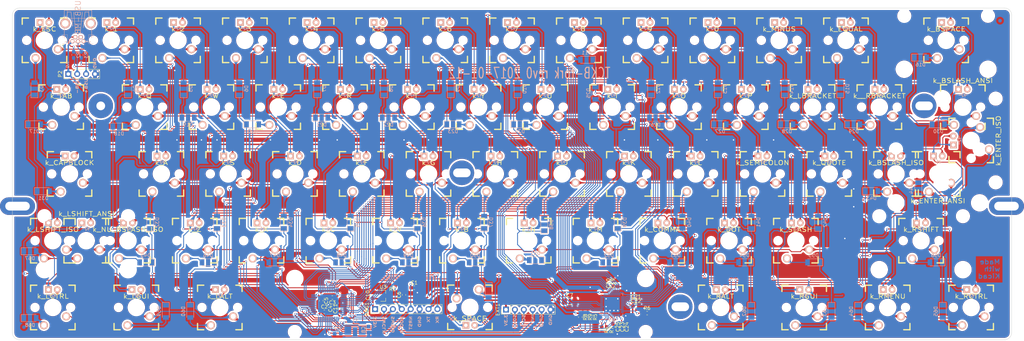
<source format=kicad_pcb>
(kicad_pcb (version 20171130) (host pcbnew "(5.1.5)-3")
  (title_block (title "TCKB : the \"Commando\" edition.") (date 2016-10-14) (rev 1.0) (company Ced67) (comment 1 "was an invaluable helper!") (comment 2 "Special thanks to Komar and the GH60 contributors for the pcb layout which") (comment 4 "Thanks to the MK community for their huge documentations."))
  (layers (0 F.Cu signal) (31 B.Cu signal) (34 B.Paste user hide) (35 F.Paste user hide) (36 B.SilkS user) (37 F.SilkS user) (38 B.Mask user) (39 F.Mask user) (44 Edge.Cuts user hide))
  (net 0 "")
  (net 1 NRST)
  (net 2 GNDPWR)
  (net 3 +3V3)
  (net 4 +5V)
  (net 5 Col_1_)
  (net 6 "Net-(D3-Pad2)")
  (net 7 Col_2_)
  (net 8 "Net-(D4-Pad2)")
  (net 9 Col_3_)
  (net 10 "Net-(D5-Pad2)")
  (net 11 Col_4_)
  (net 12 "Net-(D6-Pad2)")
  (net 13 Col_5_)
  (net 14 "Net-(D7-Pad2)")
  (net 15 Col_6_)
  (net 16 "Net-(D8-Pad2)")
  (net 17 Col_7_)
  (net 18 "Net-(D9-Pad2)")
  (net 19 Col_8_)
  (net 20 "Net-(D10-Pad2)")
  (net 21 Col_9_)
  (net 22 "Net-(D11-Pad2)")
  (net 23 Col_10_)
  (net 24 "Net-(D12-Pad2)")
  (net 25 Col_11_)
  (net 26 "Net-(D13-Pad2)")
  (net 27 Col_12_)
  (net 28 "Net-(D14-Pad2)")
  (net 29 Col_13_)
  (net 30 "Net-(D15-Pad2)")
  (net 31 "Net-(D16-Pad2)")
  (net 32 "Net-(D17-Pad2)")
  (net 33 "Net-(D18-Pad2)")
  (net 34 "Net-(D19-Pad2)")
  (net 35 "Net-(D20-Pad2)")
  (net 36 "Net-(D21-Pad2)")
  (net 37 "Net-(D22-Pad2)")
  (net 38 "Net-(D23-Pad2)")
  (net 39 "Net-(D24-Pad2)")
  (net 40 "Net-(D25-Pad2)")
  (net 41 "Net-(D26-Pad2)")
  (net 42 "Net-(D27-Pad2)")
  (net 43 "Net-(D28-Pad2)")
  (net 44 "Net-(D29-Pad2)")
  (net 45 "Net-(D30-Pad2)")
  (net 46 "Net-(D31-Pad2)")
  (net 47 "Net-(D32-Pad2)")
  (net 48 "Net-(D33-Pad2)")
  (net 49 "Net-(D34-Pad2)")
  (net 50 "Net-(D35-Pad2)")
  (net 51 "Net-(D36-Pad2)")
  (net 52 "Net-(D37-Pad2)")
  (net 53 "Net-(D38-Pad2)")
  (net 54 "Net-(D39-Pad2)")
  (net 55 "Net-(D40-Pad2)")
  (net 56 "Net-(D41-Pad2)")
  (net 57 "Net-(D42-Pad2)")
  (net 58 "Net-(D43-Pad2)")
  (net 59 "Net-(D44-Pad2)")
  (net 60 "Net-(D45-Pad2)")
  (net 61 "Net-(D46-Pad2)")
  (net 62 "Net-(D47-Pad2)")
  (net 63 "Net-(D48-Pad2)")
  (net 64 "Net-(D49-Pad2)")
  (net 65 "Net-(D50-Pad2)")
  (net 66 "Net-(D51-Pad2)")
  (net 67 "Net-(D52-Pad2)")
  (net 68 "Net-(D53-Pad2)")
  (net 69 "Net-(D54-Pad2)")
  (net 70 "Net-(D55-Pad2)")
  (net 71 "Net-(D56-Pad2)")
  (net 72 "Net-(D57-Pad2)")
  (net 73 "Net-(D58-Pad2)")
  (net 74 "Net-(D59-Pad2)")
  (net 75 "Net-(D60-Pad2)")
  (net 76 "Net-(D61-Pad2)")
  (net 77 "Net-(D62-Pad2)")
  (net 78 "Net-(D63-Pad2)")
  (net 79 "Net-(D64-Pad2)")
  (net 80 "Net-(D65-Pad2)")
  (net 81 "Net-(R2-Pad1)")
  (net 82 USART_TX)
  (net 83 USART_RX)
  (net 84 SWDIO)
  (net 85 SWCLK)
  (net 86 Line_1_)
  (net 87 Line_2_)
  (net 88 Line_3_)
  (net 89 Line_4_)
  (net 90 LED_COL_1)
  (net 91 LED_COL_2)
  (net 92 LED_COL_3)
  (net 93 LED_COL_4)
  (net 94 LED_COL_5)
  (net 95 LED_COL_6)
  (net 96 LED_COL_7)
  (net 97 LED_COL_8)
  (net 98 LED_COL_9)
  (net 99 LED_COL_10)
  (net 100 LED_COL_11)
  (net 101 LED_COL_12)
  (net 102 LED_COL_13)
  (net 103 BOOT0)
  (net 104 LED_LINE_1)
  (net 105 LED_LINE_2)
  (net 106 LED_LINE_3)
  (net 107 LED_LINE_4)
  (net 108 "Net-(R3-Pad1)")
  (net 109 Line_0_)
  (net 110 Col_0_)
  (net 111 LED_LINE_0)
  (net 112 LED_COL_0)
  (net 113 "Net-(R4-Pad1)")
  (net 114 LED_INT)
  (net 115 SCL)
  (net 116 SDA)
  (net 117 LED_SHTDN)
  (net 118 EXT_INT)
  (net 119 EXT_GPIO)
  (net 120 /Led_Controller/RSET)
  (net 121 USB_M)
  (net 122 USB_P)
  (net 123 OSC_IN)
  (net 124 OSC_OUT)
  (module Connector_PinHeader_2.54mm:PinHeader_1x04_P2.54mm_Vertical (layer F.Cu) (at 78.232 83.439 90)
    (fp_text reference P2 (at 0 -2.33 90) (layer F.SilkS))
    (fp_text value CONN_01X04)
    (pad 4 thru_hole oval (at 0 7.62 90) (size 1.7 1.7) (drill 1) (layers *.Cu *.Mask) (net 2 GNDPWR))
    (pad 3 thru_hole oval (at 0 5.08 90) (size 1.7 1.7) (drill 1) (layers *.Cu *.Mask) (net 122 USB_P))
    (pad 2 thru_hole oval (at 0 2.54 90) (size 1.7 1.7) (drill 1) (layers *.Cu *.Mask) (net 121 USB_M))
    (pad 1 thru_hole rect (at 0 0 90) (size 1.7 1.7) (drill 1) (layers *.Cu *.Mask) (net 4 +5V))
  )
  (module Connector_PinHeader_2.54mm:PinHeader_1x06_P2.54mm_Vertical (layer F.Cu) (at 203.073 150.622 90)
    (fp_text reference EXT1 (at 0 -2.33 90) (layer F.SilkS))
    (fp_text value CONN_01X06)
    (pad 6 thru_hole oval (at 0 12.7 90) (size 1.7 1.7) (drill 1) (layers *.Cu *.Mask) (net 2 GNDPWR))
    (pad 5 thru_hole oval (at 0 10.16 90) (size 1.7 1.7) (drill 1) (layers *.Cu *.Mask) (net 119 EXT_GPIO))
    (pad 4 thru_hole oval (at 0 7.62 90) (size 1.7 1.7) (drill 1) (layers *.Cu *.Mask) (net 118 EXT_INT))
    (pad 3 thru_hole oval (at 0 5.08 90) (size 1.7 1.7) (drill 1) (layers *.Cu *.Mask) (net 115 SCL))
    (pad 2 thru_hole oval (at 0 2.54 90) (size 1.7 1.7) (drill 1) (layers *.Cu *.Mask) (net 116 SDA))
    (pad 1 thru_hole rect (at 0 0 90) (size 1.7 1.7) (drill 1) (layers *.Cu *.Mask) (net 3 +3V3))
  )
  (module Connector_PinHeader_2.54mm:PinHeader_1x08_P2.54mm_Vertical (layer F.Cu) (at 165.735 150.495 90)
    (fp_text reference DBG1 (at 0 -2.33 90) (layer F.SilkS))
    (fp_text value STRIP_8P)
    (pad 8 thru_hole oval (at 0 17.78 90) (size 1.7 1.7) (drill 1) (layers *.Cu *.Mask) (net 83 USART_RX))
    (pad 7 thru_hole oval (at 0 15.24 90) (size 1.7 1.7) (drill 1) (layers *.Cu *.Mask) (net 82 USART_TX))
    (pad 6 thru_hole oval (at 0 12.7 90) (size 1.7 1.7) (drill 1) (layers *.Cu *.Mask) (net 2 GNDPWR))
    (pad 5 thru_hole oval (at 0 10.16 90) (size 1.7 1.7) (drill 1) (layers *.Cu *.Mask) (net 1 NRST))
    (pad 4 thru_hole oval (at 0 7.62 90) (size 1.7 1.7) (drill 1) (layers *.Cu *.Mask) (net 103 BOOT0))
    (pad 3 thru_hole oval (at 0 5.08 90) (size 1.7 1.7) (drill 1) (layers *.Cu *.Mask) (net 84 SWDIO))
    (pad 2 thru_hole oval (at 0 2.54 90) (size 1.7 1.7) (drill 1) (layers *.Cu *.Mask) (net 85 SWCLK))
    (pad 1 thru_hole rect (at 0 0 90) (size 1.7 1.7) (drill 1) (layers *.Cu *.Mask) (net 3 +3V3))
  )
  (module Diode_SMD:D_MiniMELF (layer B.Cu) (at 327.66 151.13 270)
    (fp_text reference D65 (at 0 2 90) (layer B.SilkS) (effects (justify mirror)))
    (fp_text value 1N4148)
    (pad 2 smd rect (at 1.75 0 270) (size 1.3 1.7) (layers B.Cu B.Paste B.Mask) (net 80 "Net-(D65-Pad2)"))
    (pad 1 smd rect (at -1.75 0 270) (size 1.3 1.7) (layers B.Cu B.Paste B.Mask) (net 29 Col_13_))
  )
  (module Diode_SMD:D_MiniMELF (layer B.Cu) (at 303.53 151.13 270)
    (fp_text reference D64 (at 0 2 90) (layer B.SilkS) (effects (justify mirror)))
    (fp_text value 1N4148)
    (pad 2 smd rect (at 1.75 0 270) (size 1.3 1.7) (layers B.Cu B.Paste B.Mask) (net 79 "Net-(D64-Pad2)"))
    (pad 1 smd rect (at -1.75 0 270) (size 1.3 1.7) (layers B.Cu B.Paste B.Mask) (net 27 Col_12_))
  )
  (module Diode_SMD:D_MiniMELF (layer B.Cu) (at 295.91 151.13 270)
    (fp_text reference D63 (at 0 2 90) (layer B.SilkS) (effects (justify mirror)))
    (fp_text value 1N4148)
    (pad 2 smd rect (at 1.75 0 270) (size 1.3 1.7) (layers B.Cu B.Paste B.Mask) (net 78 "Net-(D63-Pad2)"))
    (pad 1 smd rect (at -1.75 0 270) (size 1.3 1.7) (layers B.Cu B.Paste B.Mask) (net 25 Col_11_))
  )
  (module Diode_SMD:D_MiniMELF (layer B.Cu) (at 273.05 151.13 270)
    (fp_text reference D62 (at 0 2 90) (layer B.SilkS) (effects (justify mirror)))
    (fp_text value 1N4148)
    (pad 2 smd rect (at 1.75 0 270) (size 1.3 1.7) (layers B.Cu B.Paste B.Mask) (net 77 "Net-(D62-Pad2)"))
    (pad 1 smd rect (at -1.75 0 270) (size 1.3 1.7) (layers B.Cu B.Paste B.Mask) (net 23 Col_10_))
  )
  (module Diode_SMD:D_MiniMELF (layer B.Cu) (at 198.12 145.415 270)
    (fp_text reference D61 (at 0 2 90) (layer B.SilkS) (effects (justify mirror)))
    (fp_text value 1N4148)
    (pad 2 smd rect (at 1.75 0 270) (size 1.3 1.7) (layers B.Cu B.Paste B.Mask) (net 76 "Net-(D61-Pad2)"))
    (pad 1 smd rect (at -1.75 0 270) (size 1.3 1.7) (layers B.Cu B.Paste B.Mask) (net 15 Col_6_))
  )
  (module Diode_SMD:D_MiniMELF (layer B.Cu) (at 113.03 151.13 270)
    (fp_text reference D60 (at 0 2 90) (layer B.SilkS) (effects (justify mirror)))
    (fp_text value 1N4148)
    (pad 2 smd rect (at 1.75 0 270) (size 1.3 1.7) (layers B.Cu B.Paste B.Mask) (net 75 "Net-(D60-Pad2)"))
    (pad 1 smd rect (at -1.75 0 270) (size 1.3 1.7) (layers B.Cu B.Paste B.Mask) (net 7 Col_2_))
  )
  (module Diode_SMD:D_MiniMELF (layer B.Cu) (at 106.045 151.13 270)
    (fp_text reference D59 (at 0 2 90) (layer B.SilkS) (effects (justify mirror)))
    (fp_text value 1N4148)
    (pad 2 smd rect (at 1.75 0 270) (size 1.3 1.7) (layers B.Cu B.Paste B.Mask) (net 74 "Net-(D59-Pad2)"))
    (pad 1 smd rect (at -1.75 0 270) (size 1.3 1.7) (layers B.Cu B.Paste B.Mask) (net 5 Col_1_))
  )
  (module Diode_SMD:D_MiniMELF (layer B.Cu) (at 67.31 153.035)
    (fp_text reference D58 (at 0 2) (layer B.SilkS) (effects (justify mirror)))
    (fp_text value 1N4148)
    (pad 2 smd rect (at 1.75 0) (size 1.3 1.7) (layers B.Cu B.Paste B.Mask) (net 73 "Net-(D58-Pad2)"))
    (pad 1 smd rect (at -1.75 0) (size 1.3 1.7) (layers B.Cu B.Paste B.Mask) (net 110 Col_0_))
  )
  (module Diode_SMD:D_MiniMELF (layer B.Cu) (at 67.31 133.985)
    (fp_text reference D57 (at 0 2) (layer B.SilkS) (effects (justify mirror)))
    (fp_text value 1N4148)
    (pad 2 smd rect (at 1.75 0) (size 1.3 1.7) (layers B.Cu B.Paste B.Mask) (net 72 "Net-(D57-Pad2)"))
    (pad 1 smd rect (at -1.75 0) (size 1.3 1.7) (layers B.Cu B.Paste B.Mask) (net 110 Col_0_))
  )
  (module Diode_SMD:D_MiniMELF (layer B.Cu) (at 325.755 137.16 180)
    (fp_text reference D56 (at 0 2) (layer B.SilkS) (effects (justify mirror)))
    (fp_text value 1N4148)
    (pad 2 smd rect (at 1.75 0 180) (size 1.3 1.7) (layers B.Cu B.Paste B.Mask) (net 71 "Net-(D56-Pad2)"))
    (pad 1 smd rect (at -1.75 0 180) (size 1.3 1.7) (layers B.Cu B.Paste B.Mask) (net 29 Col_13_))
  )
  (module Diode_SMD:D_MiniMELF (layer B.Cu) (at 290.83 137.16 180)
    (fp_text reference D55 (at 0 2) (layer B.SilkS) (effects (justify mirror)))
    (fp_text value 1N4148)
    (pad 2 smd rect (at 1.75 0 180) (size 1.3 1.7) (layers B.Cu B.Paste B.Mask) (net 70 "Net-(D55-Pad2)"))
    (pad 1 smd rect (at -1.75 0 180) (size 1.3 1.7) (layers B.Cu B.Paste B.Mask) (net 25 Col_11_))
  )
  (module Diode_SMD:D_MiniMELF (layer B.Cu) (at 271.145 137.16 180)
    (fp_text reference D54 (at 0 2) (layer B.SilkS) (effects (justify mirror)))
    (fp_text value 1N4148)
    (pad 2 smd rect (at 1.75 0 180) (size 1.3 1.7) (layers B.Cu B.Paste B.Mask) (net 69 "Net-(D54-Pad2)"))
    (pad 1 smd rect (at -1.75 0 180) (size 1.3 1.7) (layers B.Cu B.Paste B.Mask) (net 23 Col_10_))
  )
  (module Diode_SMD:D_MiniMELF (layer B.Cu) (at 251.46 137.16 180)
    (fp_text reference D53 (at 0 2) (layer B.SilkS) (effects (justify mirror)))
    (fp_text value 1N4148)
    (pad 2 smd rect (at 1.75 0 180) (size 1.3 1.7) (layers B.Cu B.Paste B.Mask) (net 68 "Net-(D53-Pad2)"))
    (pad 1 smd rect (at -1.75 0 180) (size 1.3 1.7) (layers B.Cu B.Paste B.Mask) (net 21 Col_9_))
  )
  (module Diode_SMD:D_MiniMELF (layer B.Cu) (at 232.41 137.16 180)
    (fp_text reference D52 (at 0 2) (layer B.SilkS) (effects (justify mirror)))
    (fp_text value 1N4148)
    (pad 2 smd rect (at 1.75 0 180) (size 1.3 1.7) (layers B.Cu B.Paste B.Mask) (net 67 "Net-(D52-Pad2)"))
    (pad 1 smd rect (at -1.75 0 180) (size 1.3 1.7) (layers B.Cu B.Paste B.Mask) (net 19 Col_8_))
  )
  (module Diode_SMD:D_MiniMELF (layer B.Cu) (at 211.455 136.525 180)
    (fp_text reference D51 (at 0 2) (layer B.SilkS) (effects (justify mirror)))
    (fp_text value 1N4148)
    (pad 2 smd rect (at 1.75 0 180) (size 1.3 1.7) (layers B.Cu B.Paste B.Mask) (net 66 "Net-(D51-Pad2)"))
    (pad 1 smd rect (at -1.75 0 180) (size 1.3 1.7) (layers B.Cu B.Paste B.Mask) (net 17 Col_7_))
  )
  (module Diode_SMD:D_MiniMELF (layer B.Cu) (at 194.31 137.16 180)
    (fp_text reference D50 (at 0 2) (layer B.SilkS) (effects (justify mirror)))
    (fp_text value 1N4148)
    (pad 2 smd rect (at 1.75 0 180) (size 1.3 1.7) (layers B.Cu B.Paste B.Mask) (net 65 "Net-(D50-Pad2)"))
    (pad 1 smd rect (at -1.75 0 180) (size 1.3 1.7) (layers B.Cu B.Paste B.Mask) (net 15 Col_6_))
  )
  (module Diode_SMD:D_MiniMELF (layer B.Cu) (at 175.26 137.16 180)
    (fp_text reference D49 (at 0 2) (layer B.SilkS) (effects (justify mirror)))
    (fp_text value 1N4148)
    (pad 2 smd rect (at 1.75 0 180) (size 1.3 1.7) (layers B.Cu B.Paste B.Mask) (net 64 "Net-(D49-Pad2)"))
    (pad 1 smd rect (at -1.75 0 180) (size 1.3 1.7) (layers B.Cu B.Paste B.Mask) (net 13 Col_5_))
  )
  (module Diode_SMD:D_MiniMELF (layer B.Cu) (at 156.21 137.16 180)
    (fp_text reference D48 (at 0 2) (layer B.SilkS) (effects (justify mirror)))
    (fp_text value 1N4148)
    (pad 2 smd rect (at 1.75 0 180) (size 1.3 1.7) (layers B.Cu B.Paste B.Mask) (net 63 "Net-(D48-Pad2)"))
    (pad 1 smd rect (at -1.75 0 180) (size 1.3 1.7) (layers B.Cu B.Paste B.Mask) (net 11 Col_4_))
  )
  (module Diode_SMD:D_MiniMELF (layer B.Cu) (at 137.16 137.16 180)
    (fp_text reference D47 (at 0 2) (layer B.SilkS) (effects (justify mirror)))
    (fp_text value 1N4148)
    (pad 2 smd rect (at 1.75 0 180) (size 1.3 1.7) (layers B.Cu B.Paste B.Mask) (net 62 "Net-(D47-Pad2)"))
    (pad 1 smd rect (at -1.75 0 180) (size 1.3 1.7) (layers B.Cu B.Paste B.Mask) (net 9 Col_3_))
  )
  (module Diode_SMD:D_MiniMELF (layer B.Cu) (at 118.11 137.16 180)
    (fp_text reference D46 (at 0 2) (layer B.SilkS) (effects (justify mirror)))
    (fp_text value 1N4148)
    (pad 2 smd rect (at 1.75 0 180) (size 1.3 1.7) (layers B.Cu B.Paste B.Mask) (net 61 "Net-(D46-Pad2)"))
    (pad 1 smd rect (at -1.75 0 180) (size 1.3 1.7) (layers B.Cu B.Paste B.Mask) (net 7 Col_2_))
  )
  (module Diode_SMD:D_MiniMELF (layer B.Cu) (at 100.33 137.16 180)
    (fp_text reference D45 (at 0 2) (layer B.SilkS) (effects (justify mirror)))
    (fp_text value 1N4148)
    (pad 2 smd rect (at 1.75 0 180) (size 1.3 1.7) (layers B.Cu B.Paste B.Mask) (net 60 "Net-(D45-Pad2)"))
    (pad 1 smd rect (at -1.75 0 180) (size 1.3 1.7) (layers B.Cu B.Paste B.Mask) (net 5 Col_1_))
  )
  (module Diode_SMD:D_MiniMELF (layer B.Cu) (at 320.675 116.205 270)
    (fp_text reference D44 (at 0 2 90) (layer B.SilkS) (effects (justify mirror)))
    (fp_text value 1N4148)
    (pad 2 smd rect (at 1.75 0 270) (size 1.3 1.7) (layers B.Cu B.Paste B.Mask) (net 59 "Net-(D44-Pad2)"))
    (pad 1 smd rect (at -1.75 0 270) (size 1.3 1.7) (layers B.Cu B.Paste B.Mask) (net 29 Col_13_))
  )
  (module Diode_SMD:D_MiniMELF (layer B.Cu) (at 307.34 116.84)
    (fp_text reference D43 (at 0 2) (layer B.SilkS) (effects (justify mirror)))
    (fp_text value 1N4148)
    (pad 2 smd rect (at 1.75 0) (size 1.3 1.7) (layers B.Cu B.Paste B.Mask) (net 58 "Net-(D43-Pad2)"))
    (pad 1 smd rect (at -1.75 0) (size 1.3 1.7) (layers B.Cu B.Paste B.Mask) (net 27 Col_12_))
  )
  (module Diode_SMD:D_MiniMELF (layer B.Cu) (at 292.1 125.73 90)
    (fp_text reference D42 (at 0 2 90) (layer B.SilkS) (effects (justify mirror)))
    (fp_text value 1N4148)
    (pad 2 smd rect (at 1.75 0 90) (size 1.3 1.7) (layers B.Cu B.Paste B.Mask) (net 57 "Net-(D42-Pad2)"))
    (pad 1 smd rect (at -1.75 0 90) (size 1.3 1.7) (layers B.Cu B.Paste B.Mask) (net 25 Col_11_))
  )
  (module Diode_SMD:D_MiniMELF (layer B.Cu) (at 273.05 125.73 90)
    (fp_text reference D41 (at 0 2 90) (layer B.SilkS) (effects (justify mirror)))
    (fp_text value 1N4148)
    (pad 2 smd rect (at 1.75 0 90) (size 1.3 1.7) (layers B.Cu B.Paste B.Mask) (net 56 "Net-(D41-Pad2)"))
    (pad 1 smd rect (at -1.75 0 90) (size 1.3 1.7) (layers B.Cu B.Paste B.Mask) (net 23 Col_10_))
  )
  (module Diode_SMD:D_MiniMELF (layer B.Cu) (at 253.365 125.73 90)
    (fp_text reference D40 (at 0 2 90) (layer B.SilkS) (effects (justify mirror)))
    (fp_text value 1N4148)
    (pad 2 smd rect (at 1.75 0 90) (size 1.3 1.7) (layers B.Cu B.Paste B.Mask) (net 55 "Net-(D40-Pad2)"))
    (pad 1 smd rect (at -1.75 0 90) (size 1.3 1.7) (layers B.Cu B.Paste B.Mask) (net 21 Col_9_))
  )
  (module Diode_SMD:D_MiniMELF (layer B.Cu) (at 234.95 125.73 90)
    (fp_text reference D39 (at 0 2 90) (layer B.SilkS) (effects (justify mirror)))
    (fp_text value 1N4148)
    (pad 2 smd rect (at 1.75 0 90) (size 1.3 1.7) (layers B.Cu B.Paste B.Mask) (net 54 "Net-(D39-Pad2)"))
    (pad 1 smd rect (at -1.75 0 90) (size 1.3 1.7) (layers B.Cu B.Paste B.Mask) (net 19 Col_8_))
  )
  (module Diode_SMD:D_MiniMELF (layer B.Cu) (at 213.995 126.365 90)
    (fp_text reference D38 (at 0 2 90) (layer B.SilkS) (effects (justify mirror)))
    (fp_text value 1N4148)
    (pad 2 smd rect (at 1.75 0 90) (size 1.3 1.7) (layers B.Cu B.Paste B.Mask) (net 53 "Net-(D38-Pad2)"))
    (pad 1 smd rect (at -1.75 0 90) (size 1.3 1.7) (layers B.Cu B.Paste B.Mask) (net 17 Col_7_))
  )
  (module Diode_SMD:D_MiniMELF (layer B.Cu) (at 196.85 125.73 90)
    (fp_text reference D37 (at 0 2 90) (layer B.SilkS) (effects (justify mirror)))
    (fp_text value 1N4148)
    (pad 2 smd rect (at 1.75 0 90) (size 1.3 1.7) (layers B.Cu B.Paste B.Mask) (net 52 "Net-(D37-Pad2)"))
    (pad 1 smd rect (at -1.75 0 90) (size 1.3 1.7) (layers B.Cu B.Paste B.Mask) (net 15 Col_6_))
  )
  (module Diode_SMD:D_MiniMELF (layer B.Cu) (at 177.8 125.73 90)
    (fp_text reference D36 (at 0 2 90) (layer B.SilkS) (effects (justify mirror)))
    (fp_text value 1N4148)
    (pad 2 smd rect (at 1.75 0 90) (size 1.3 1.7) (layers B.Cu B.Paste B.Mask) (net 51 "Net-(D36-Pad2)"))
    (pad 1 smd rect (at -1.75 0 90) (size 1.3 1.7) (layers B.Cu B.Paste B.Mask) (net 13 Col_5_))
  )
  (module Diode_SMD:D_MiniMELF (layer B.Cu) (at 158.75 125.73 90)
    (fp_text reference D35 (at 0 2 90) (layer B.SilkS) (effects (justify mirror)))
    (fp_text value 1N4148)
    (pad 2 smd rect (at 1.75 0 90) (size 1.3 1.7) (layers B.Cu B.Paste B.Mask) (net 50 "Net-(D35-Pad2)"))
    (pad 1 smd rect (at -1.75 0 90) (size 1.3 1.7) (layers B.Cu B.Paste B.Mask) (net 11 Col_4_))
  )
  (module Diode_SMD:D_MiniMELF (layer B.Cu) (at 139.7 125.73 90)
    (fp_text reference D34 (at 0 2 90) (layer B.SilkS) (effects (justify mirror)))
    (fp_text value 1N4148)
    (pad 2 smd rect (at 1.75 0 90) (size 1.3 1.7) (layers B.Cu B.Paste B.Mask) (net 49 "Net-(D34-Pad2)"))
    (pad 1 smd rect (at -1.75 0 90) (size 1.3 1.7) (layers B.Cu B.Paste B.Mask) (net 9 Col_3_))
  )
  (module Diode_SMD:D_MiniMELF (layer B.Cu) (at 120.65 125.73 90)
    (fp_text reference D33 (at 0 2 90) (layer B.SilkS) (effects (justify mirror)))
    (fp_text value 1N4148)
    (pad 2 smd rect (at 1.75 0 90) (size 1.3 1.7) (layers B.Cu B.Paste B.Mask) (net 48 "Net-(D33-Pad2)"))
    (pad 1 smd rect (at -1.75 0 90) (size 1.3 1.7) (layers B.Cu B.Paste B.Mask) (net 7 Col_2_))
  )
  (module Diode_SMD:D_MiniMELF (layer B.Cu) (at 101.6 125.73 90)
    (fp_text reference D32 (at 0 2 90) (layer B.SilkS) (effects (justify mirror)))
    (fp_text value 1N4148)
    (pad 2 smd rect (at 1.75 0 90) (size 1.3 1.7) (layers B.Cu B.Paste B.Mask) (net 47 "Net-(D32-Pad2)"))
    (pad 1 smd rect (at -1.75 0 90) (size 1.3 1.7) (layers B.Cu B.Paste B.Mask) (net 5 Col_1_))
  )
  (module Diode_SMD:D_MiniMELF (layer B.Cu) (at 71.12 116.84)
    (fp_text reference D31 (at 0 2) (layer B.SilkS) (effects (justify mirror)))
    (fp_text value 1N4148)
    (pad 2 smd rect (at 1.75 0) (size 1.3 1.7) (layers B.Cu B.Paste B.Mask) (net 46 "Net-(D31-Pad2)"))
    (pad 1 smd rect (at -1.75 0) (size 1.3 1.7) (layers B.Cu B.Paste B.Mask) (net 110 Col_0_))
  )
  (module Diode_SMD:D_MiniMELF (layer B.Cu) (at 326.39 97.79)
    (fp_text reference D30 (at 0 2) (layer B.SilkS) (effects (justify mirror)))
    (fp_text value 1N4148)
    (pad 2 smd rect (at 1.75 0) (size 1.3 1.7) (layers B.Cu B.Paste B.Mask) (net 45 "Net-(D30-Pad2)"))
    (pad 1 smd rect (at -1.75 0) (size 1.3 1.7) (layers B.Cu B.Paste B.Mask) (net 29 Col_13_))
  )
  (module Diode_SMD:D_MiniMELF (layer B.Cu) (at 302.26 97.79)
    (fp_text reference D29 (at 0 2) (layer B.SilkS) (effects (justify mirror)))
    (fp_text value 1N4148)
    (pad 2 smd rect (at 1.75 0) (size 1.3 1.7) (layers B.Cu B.Paste B.Mask) (net 44 "Net-(D29-Pad2)"))
    (pad 1 smd rect (at -1.75 0) (size 1.3 1.7) (layers B.Cu B.Paste B.Mask) (net 27 Col_12_))
  )
  (module Diode_SMD:D_MiniMELF (layer B.Cu) (at 283.21 97.79)
    (fp_text reference D28 (at 0 2) (layer B.SilkS) (effects (justify mirror)))
    (fp_text value 1N4148)
    (pad 2 smd rect (at 1.75 0) (size 1.3 1.7) (layers B.Cu B.Paste B.Mask) (net 43 "Net-(D28-Pad2)"))
    (pad 1 smd rect (at -1.75 0) (size 1.3 1.7) (layers B.Cu B.Paste B.Mask) (net 25 Col_11_))
  )
  (module Diode_SMD:D_MiniMELF (layer B.Cu) (at 264.16 97.79)
    (fp_text reference D27 (at 0 2) (layer B.SilkS) (effects (justify mirror)))
    (fp_text value 1N4148)
    (pad 2 smd rect (at 1.75 0) (size 1.3 1.7) (layers B.Cu B.Paste B.Mask) (net 42 "Net-(D27-Pad2)"))
    (pad 1 smd rect (at -1.75 0) (size 1.3 1.7) (layers B.Cu B.Paste B.Mask) (net 23 Col_10_))
  )
  (module Diode_SMD:D_MiniMELF (layer B.Cu) (at 245.745 95.885)
    (fp_text reference D26 (at 0 2) (layer B.SilkS) (effects (justify mirror)))
    (fp_text value 1N4148)
    (pad 2 smd rect (at 1.75 0) (size 1.3 1.7) (layers B.Cu B.Paste B.Mask) (net 41 "Net-(D26-Pad2)"))
    (pad 1 smd rect (at -1.75 0) (size 1.3 1.7) (layers B.Cu B.Paste B.Mask) (net 21 Col_9_))
  )
  (module Diode_SMD:D_MiniMELF (layer B.Cu) (at 228.6 88.9 270)
    (fp_text reference D25 (at 0 2 90) (layer B.SilkS) (effects (justify mirror)))
    (fp_text value 1N4148)
    (pad 2 smd rect (at 1.75 0 270) (size 1.3 1.7) (layers B.Cu B.Paste B.Mask) (net 40 "Net-(D25-Pad2)"))
    (pad 1 smd rect (at -1.75 0 270) (size 1.3 1.7) (layers B.Cu B.Paste B.Mask) (net 19 Col_8_))
  )
  (module Diode_SMD:D_MiniMELF (layer B.Cu) (at 207.01 97.79)
    (fp_text reference D24 (at 0 2) (layer B.SilkS) (effects (justify mirror)))
    (fp_text value 1N4148)
    (pad 2 smd rect (at 1.75 0) (size 1.3 1.7) (layers B.Cu B.Paste B.Mask) (net 39 "Net-(D24-Pad2)"))
    (pad 1 smd rect (at -1.75 0) (size 1.3 1.7) (layers B.Cu B.Paste B.Mask) (net 17 Col_7_))
  )
  (module Diode_SMD:D_MiniMELF (layer B.Cu) (at 187.96 97.79)
    (fp_text reference D23 (at 0 2) (layer B.SilkS) (effects (justify mirror)))
    (fp_text value 1N4148)
    (pad 2 smd rect (at 1.75 0) (size 1.3 1.7) (layers B.Cu B.Paste B.Mask) (net 38 "Net-(D23-Pad2)"))
    (pad 1 smd rect (at -1.75 0) (size 1.3 1.7) (layers B.Cu B.Paste B.Mask) (net 15 Col_6_))
  )
  (module Diode_SMD:D_MiniMELF (layer B.Cu) (at 169.545 95.885)
    (fp_text reference D22 (at 0 2) (layer B.SilkS) (effects (justify mirror)))
    (fp_text value 1N4148)
    (pad 2 smd rect (at 1.75 0) (size 1.3 1.7) (layers B.Cu B.Paste B.Mask) (net 37 "Net-(D22-Pad2)"))
    (pad 1 smd rect (at -1.75 0) (size 1.3 1.7) (layers B.Cu B.Paste B.Mask) (net 13 Col_5_))
  )
  (module Diode_SMD:D_MiniMELF (layer B.Cu) (at 150.495 95.885)
    (fp_text reference D21 (at 0 2) (layer B.SilkS) (effects (justify mirror)))
    (fp_text value 1N4148)
    (pad 2 smd rect (at 1.75 0) (size 1.3 1.7) (layers B.Cu B.Paste B.Mask) (net 36 "Net-(D21-Pad2)"))
    (pad 1 smd rect (at -1.75 0) (size 1.3 1.7) (layers B.Cu B.Paste B.Mask) (net 11 Col_4_))
  )
  (module Diode_SMD:D_MiniMELF (layer B.Cu) (at 130.81 97.79)
    (fp_text reference D20 (at 0 2) (layer B.SilkS) (effects (justify mirror)))
    (fp_text value 1N4148)
    (pad 2 smd rect (at 1.75 0) (size 1.3 1.7) (layers B.Cu B.Paste B.Mask) (net 35 "Net-(D20-Pad2)"))
    (pad 1 smd rect (at -1.75 0) (size 1.3 1.7) (layers B.Cu B.Paste B.Mask) (net 9 Col_3_))
  )
  (module Diode_SMD:D_MiniMELF (layer B.Cu) (at 112.395 95.885)
    (fp_text reference D19 (at 0 2) (layer B.SilkS) (effects (justify mirror)))
    (fp_text value 1N4148)
    (pad 2 smd rect (at 1.75 0) (size 1.3 1.7) (layers B.Cu B.Paste B.Mask) (net 34 "Net-(D19-Pad2)"))
    (pad 1 smd rect (at -1.75 0) (size 1.3 1.7) (layers B.Cu B.Paste B.Mask) (net 7 Col_2_))
  )
  (module Diode_SMD:D_MiniMELF (layer B.Cu) (at 92.71 98.425)
    (fp_text reference D18 (at 0 2) (layer B.SilkS) (effects (justify mirror)))
    (fp_text value 1N4148)
    (pad 2 smd rect (at 1.75 0) (size 1.3 1.7) (layers B.Cu B.Paste B.Mask) (net 33 "Net-(D18-Pad2)"))
    (pad 1 smd rect (at -1.75 0) (size 1.3 1.7) (layers B.Cu B.Paste B.Mask) (net 5 Col_1_))
  )
  (module Diode_SMD:D_MiniMELF (layer B.Cu) (at 68.58 97.79)
    (fp_text reference D17 (at 0 2) (layer B.SilkS) (effects (justify mirror)))
    (fp_text value 1N4148)
    (pad 2 smd rect (at 1.75 0) (size 1.3 1.7) (layers B.Cu B.Paste B.Mask) (net 32 "Net-(D17-Pad2)"))
    (pad 1 smd rect (at -1.75 0) (size 1.3 1.7) (layers B.Cu B.Paste B.Mask) (net 110 Col_0_))
  )
  (module Diode_SMD:D_MiniMELF (layer B.Cu) (at 321.31 78.74)
    (fp_text reference D16 (at 0 2) (layer B.SilkS) (effects (justify mirror)))
    (fp_text value 1N4148)
    (pad 2 smd rect (at 1.75 0) (size 1.3 1.7) (layers B.Cu B.Paste B.Mask) (net 31 "Net-(D16-Pad2)"))
    (pad 1 smd rect (at -1.75 0) (size 1.3 1.7) (layers B.Cu B.Paste B.Mask) (net 29 Col_13_))
  )
  (module Diode_SMD:D_MiniMELF (layer B.Cu) (at 298.45 87.63 90)
    (fp_text reference D15 (at 0 2 90) (layer B.SilkS) (effects (justify mirror)))
    (fp_text value 1N4148)
    (pad 2 smd rect (at 1.75 0 90) (size 1.3 1.7) (layers B.Cu B.Paste B.Mask) (net 30 "Net-(D15-Pad2)"))
    (pad 1 smd rect (at -1.75 0 90) (size 1.3 1.7) (layers B.Cu B.Paste B.Mask) (net 27 Col_12_))
  )
  (module Diode_SMD:D_MiniMELF (layer B.Cu) (at 282.575 87.63 90)
    (fp_text reference D14 (at 0 2 90) (layer B.SilkS) (effects (justify mirror)))
    (fp_text value 1N4148)
    (pad 2 smd rect (at 1.75 0 90) (size 1.3 1.7) (layers B.Cu B.Paste B.Mask) (net 28 "Net-(D14-Pad2)"))
    (pad 1 smd rect (at -1.75 0 90) (size 1.3 1.7) (layers B.Cu B.Paste B.Mask) (net 25 Col_11_))
  )
  (module Diode_SMD:D_MiniMELF (layer B.Cu) (at 263.525 87.63 90)
    (fp_text reference D13 (at 0 2 90) (layer B.SilkS) (effects (justify mirror)))
    (fp_text value 1N4148)
    (pad 2 smd rect (at 1.75 0 90) (size 1.3 1.7) (layers B.Cu B.Paste B.Mask) (net 26 "Net-(D13-Pad2)"))
    (pad 1 smd rect (at -1.75 0 90) (size 1.3 1.7) (layers B.Cu B.Paste B.Mask) (net 23 Col_10_))
  )
  (module Diode_SMD:D_MiniMELF (layer B.Cu) (at 244.475 87.63 90)
    (fp_text reference D12 (at 0 2 90) (layer B.SilkS) (effects (justify mirror)))
    (fp_text value 1N4148)
    (pad 2 smd rect (at 1.75 0 90) (size 1.3 1.7) (layers B.Cu B.Paste B.Mask) (net 24 "Net-(D12-Pad2)"))
    (pad 1 smd rect (at -1.75 0 90) (size 1.3 1.7) (layers B.Cu B.Paste B.Mask) (net 21 Col_9_))
  )
  (module Diode_SMD:D_MiniMELF (layer B.Cu) (at 226.06 79.375 180)
    (fp_text reference D11 (at 0 2) (layer B.SilkS) (effects (justify mirror)))
    (fp_text value 1N4148)
    (pad 2 smd rect (at 1.75 0 180) (size 1.3 1.7) (layers B.Cu B.Paste B.Mask) (net 22 "Net-(D11-Pad2)"))
    (pad 1 smd rect (at -1.75 0 180) (size 1.3 1.7) (layers B.Cu B.Paste B.Mask) (net 19 Col_8_))
  )
  (module Diode_SMD:D_MiniMELF (layer B.Cu) (at 206.375 87.63 90)
    (fp_text reference D10 (at 0 2 90) (layer B.SilkS) (effects (justify mirror)))
    (fp_text value 1N4148)
    (pad 2 smd rect (at 1.75 0 90) (size 1.3 1.7) (layers B.Cu B.Paste B.Mask) (net 20 "Net-(D10-Pad2)"))
    (pad 1 smd rect (at -1.75 0 90) (size 1.3 1.7) (layers B.Cu B.Paste B.Mask) (net 17 Col_7_))
  )
  (module Diode_SMD:D_MiniMELF (layer B.Cu) (at 187.325 87.63 90)
    (fp_text reference D9 (at 0 2 90) (layer B.SilkS) (effects (justify mirror)))
    (fp_text value 1N4148)
    (pad 2 smd rect (at 1.75 0 90) (size 1.3 1.7) (layers B.Cu B.Paste B.Mask) (net 18 "Net-(D9-Pad2)"))
    (pad 1 smd rect (at -1.75 0 90) (size 1.3 1.7) (layers B.Cu B.Paste B.Mask) (net 15 Col_6_))
  )
  (module Diode_SMD:D_MiniMELF (layer B.Cu) (at 168.275 87.63 90)
    (fp_text reference D8 (at 0 2 90) (layer B.SilkS) (effects (justify mirror)))
    (fp_text value 1N4148)
    (pad 2 smd rect (at 1.75 0 90) (size 1.3 1.7) (layers B.Cu B.Paste B.Mask) (net 16 "Net-(D8-Pad2)"))
    (pad 1 smd rect (at -1.75 0 90) (size 1.3 1.7) (layers B.Cu B.Paste B.Mask) (net 13 Col_5_))
  )
  (module Diode_SMD:D_MiniMELF (layer B.Cu) (at 149.225 87.63 90)
    (fp_text reference D7 (at 0 2 90) (layer B.SilkS) (effects (justify mirror)))
    (fp_text value 1N4148)
    (pad 2 smd rect (at 1.75 0 90) (size 1.3 1.7) (layers B.Cu B.Paste B.Mask) (net 14 "Net-(D7-Pad2)"))
    (pad 1 smd rect (at -1.75 0 90) (size 1.3 1.7) (layers B.Cu B.Paste B.Mask) (net 11 Col_4_))
  )
  (module Diode_SMD:D_MiniMELF (layer B.Cu) (at 127 87.63 90)
    (fp_text reference D6 (at 0 2 90) (layer B.SilkS) (effects (justify mirror)))
    (fp_text value 1N4148)
    (pad 2 smd rect (at 1.75 0 90) (size 1.3 1.7) (layers B.Cu B.Paste B.Mask) (net 12 "Net-(D6-Pad2)"))
    (pad 1 smd rect (at -1.75 0 90) (size 1.3 1.7) (layers B.Cu B.Paste B.Mask) (net 9 Col_3_))
  )
  (module Diode_SMD:D_MiniMELF (layer B.Cu) (at 111.125 87.63 90)
    (fp_text reference D5 (at 0 2 90) (layer B.SilkS) (effects (justify mirror)))
    (fp_text value 1N4148)
    (pad 2 smd rect (at 1.75 0 90) (size 1.3 1.7) (layers B.Cu B.Paste B.Mask) (net 10 "Net-(D5-Pad2)"))
    (pad 1 smd rect (at -1.75 0 90) (size 1.3 1.7) (layers B.Cu B.Paste B.Mask) (net 7 Col_2_))
  )
  (module Diode_SMD:D_MiniMELF (layer B.Cu) (at 95.25 87.63 90)
    (fp_text reference D4 (at 0 2 90) (layer B.SilkS) (effects (justify mirror)))
    (fp_text value 1N4148)
    (pad 2 smd rect (at 1.75 0 90) (size 1.3 1.7) (layers B.Cu B.Paste B.Mask) (net 8 "Net-(D4-Pad2)"))
    (pad 1 smd rect (at -1.75 0 90) (size 1.3 1.7) (layers B.Cu B.Paste B.Mask) (net 5 Col_1_))
  )
  (module Diode_SMD:D_MiniMELF (layer B.Cu) (at 68.58 87.63 90)
    (fp_text reference D3 (at 0 2 90) (layer B.SilkS) (effects (justify mirror)))
    (fp_text value 1N4148)
    (pad 2 smd rect (at 1.75 0 90) (size 1.3 1.7) (layers B.Cu B.Paste B.Mask) (net 6 "Net-(D3-Pad2)"))
    (pad 1 smd rect (at -1.75 0 90) (size 1.3 1.7) (layers B.Cu B.Paste B.Mask) (net 110 Col_0_))
  )
  (module Crystal:Crystal_SMD_Abracon_ABM3-2Pin_5.0x3.2mm (layer B.Cu) (at 160.02 156.591 180)
    (fp_text reference Y1 (at 0 2.8) (layer B.SilkS) (effects (justify mirror)))
    (fp_text value Crystal)
    (pad 2 smd rect (at 2.05 0 180) (size 1.9 2.4) (layers B.Cu B.Paste B.Mask) (net 124 OSC_OUT))
    (pad 1 smd rect (at -2.05 0 180) (size 1.9 2.4) (layers B.Cu B.Paste B.Mask) (net 123 OSC_IN))
  )
  (module Package_DFN_QFN:UQFN-48-1EP_6x6mm_P0.4mm_EP4.45x4.45mm (layer B.Cu) (at 233.299 149.225)
    (fp_text reference U5 (at 0 4.3) (layer B.SilkS) (effects (justify mirror)))
    (fp_text value IS31FL3733)
    (pad 48 smd roundrect (at -2.2 2.9375) (size 0.2 0.825) (layers B.Cu B.Paste B.Mask) (net 2 GNDPWR))
    (pad 47 smd roundrect (at -1.8 2.9375) (size 0.2 0.825) (layers B.Cu B.Paste B.Mask) (net 113 "Net-(R4-Pad1)"))
    (pad 46 smd roundrect (at -1.4 2.9375) (size 0.2 0.825) (layers B.Cu B.Paste B.Mask) (net 117 LED_SHTDN))
    (pad 45 smd roundrect (at -1 2.9375) (size 0.2 0.825) (layers B.Cu B.Paste B.Mask) (net 114 LED_INT))
    (pad 44 smd roundrect (at -0.6 2.9375) (size 0.2 0.825) (layers B.Cu B.Paste B.Mask) (net 2 GNDPWR))
    (pad 43 smd roundrect (at -0.2 2.9375) (size 0.2 0.825) (layers B.Cu B.Paste B.Mask) (net 2 GNDPWR))
    (pad 42 smd roundrect (at 0.2 2.9375) (size 0.2 0.825) (layers B.Cu B.Paste B.Mask) (net 115 SCL))
    (pad 41 smd roundrect (at 0.6 2.9375) (size 0.2 0.825) (layers B.Cu B.Paste B.Mask) (net 116 SDA))
    (pad 40 smd roundrect (at 1 2.9375) (size 0.2 0.825) (layers B.Cu B.Paste B.Mask))
    (pad 39 smd roundrect (at 1.4 2.9375) (size 0.2 0.825) (layers B.Cu B.Paste B.Mask) (net 3 +3V3))
    (pad 38 smd roundrect (at 1.8 2.9375) (size 0.2 0.825) (layers B.Cu B.Paste B.Mask) (net 4 +5V))
    (pad 37 smd roundrect (at 2.2 2.9375) (size 0.2 0.825) (layers B.Cu B.Paste B.Mask) (net 4 +5V))
    (pad 36 smd roundrect (at 2.9375 2.2) (size 0.825 0.2) (layers B.Cu B.Paste B.Mask))
    (pad 35 smd roundrect (at 2.9375 1.8) (size 0.825 0.2) (layers B.Cu B.Paste B.Mask) (net 120 /Led_Controller/RSET))
    (pad 34 smd roundrect (at 2.9375 1.4) (size 0.825 0.2) (layers B.Cu B.Paste B.Mask) (net 2 GNDPWR))
    (pad 33 smd roundrect (at 2.9375 1) (size 0.825 0.2) (layers B.Cu B.Paste B.Mask))
    (pad 32 smd roundrect (at 2.9375 0.6) (size 0.825 0.2) (layers B.Cu B.Paste B.Mask))
    (pad 31 smd roundrect (at 2.9375 0.2) (size 0.825 0.2) (layers B.Cu B.Paste B.Mask) (net 102 LED_COL_13))
    (pad 30 smd roundrect (at 2.9375 -0.2) (size 0.825 0.2) (layers B.Cu B.Paste B.Mask) (net 101 LED_COL_12))
    (pad 29 smd roundrect (at 2.9375 -0.6) (size 0.825 0.2) (layers B.Cu B.Paste B.Mask) (net 4 +5V))
    (pad 28 smd roundrect (at 2.9375 -1) (size 0.825 0.2) (layers B.Cu B.Paste B.Mask) (net 100 LED_COL_11))
    (pad 27 smd roundrect (at 2.9375 -1.4) (size 0.825 0.2) (layers B.Cu B.Paste B.Mask) (net 99 LED_COL_10))
    (pad 26 smd roundrect (at 2.9375 -1.8) (size 0.825 0.2) (layers B.Cu B.Paste B.Mask) (net 98 LED_COL_9))
    (pad 25 smd roundrect (at 2.9375 -2.2) (size 0.825 0.2) (layers B.Cu B.Paste B.Mask) (net 97 LED_COL_8))
    (pad 24 smd roundrect (at 2.2 -2.9375) (size 0.2 0.825) (layers B.Cu B.Paste B.Mask) (net 96 LED_COL_7))
    (pad 23 smd roundrect (at 1.8 -2.9375) (size 0.2 0.825) (layers B.Cu B.Paste B.Mask) (net 95 LED_COL_6))
    (pad 22 smd roundrect (at 1.4 -2.9375) (size 0.2 0.825) (layers B.Cu B.Paste B.Mask) (net 94 LED_COL_5))
    (pad 21 smd roundrect (at 1 -2.9375) (size 0.2 0.825) (layers B.Cu B.Paste B.Mask) (net 93 LED_COL_4))
    (pad 20 smd roundrect (at 0.6 -2.9375) (size 0.2 0.825) (layers B.Cu B.Paste B.Mask) (net 4 +5V))
    (pad 19 smd roundrect (at 0.2 -2.9375) (size 0.2 0.825) (layers B.Cu B.Paste B.Mask) (net 92 LED_COL_3))
    (pad 18 smd roundrect (at -0.2 -2.9375) (size 0.2 0.825) (layers B.Cu B.Paste B.Mask) (net 91 LED_COL_2))
    (pad 17 smd roundrect (at -0.6 -2.9375) (size 0.2 0.825) (layers B.Cu B.Paste B.Mask) (net 90 LED_COL_1))
    (pad 16 smd roundrect (at -1 -2.9375) (size 0.2 0.825) (layers B.Cu B.Paste B.Mask) (net 112 LED_COL_0))
    (pad 15 smd roundrect (at -1.4 -2.9375) (size 0.2 0.825) (layers B.Cu B.Paste B.Mask))
    (pad 14 smd roundrect (at -1.8 -2.9375) (size 0.2 0.825) (layers B.Cu B.Paste B.Mask))
    (pad 13 smd roundrect (at -2.2 -2.9375) (size 0.2 0.825) (layers B.Cu B.Paste B.Mask))
    (pad 12 smd roundrect (at -2.9375 -2.2) (size 0.825 0.2) (layers B.Cu B.Paste B.Mask) (net 2 GNDPWR))
    (pad 11 smd roundrect (at -2.9375 -1.8) (size 0.825 0.2) (layers B.Cu B.Paste B.Mask))
    (pad 10 smd roundrect (at -2.9375 -1.4) (size 0.825 0.2) (layers B.Cu B.Paste B.Mask))
    (pad 9 smd roundrect (at -2.9375 -1) (size 0.825 0.2) (layers B.Cu B.Paste B.Mask))
    (pad 8 smd roundrect (at -2.9375 -0.6) (size 0.825 0.2) (layers B.Cu B.Paste B.Mask))
    (pad 7 smd roundrect (at -2.9375 -0.2) (size 0.825 0.2) (layers B.Cu B.Paste B.Mask) (net 107 LED_LINE_4))
    (pad 6 smd roundrect (at -2.9375 0.2) (size 0.825 0.2) (layers B.Cu B.Paste B.Mask) (net 106 LED_LINE_3))
    (pad 5 smd roundrect (at -2.9375 0.6) (size 0.825 0.2) (layers B.Cu B.Paste B.Mask) (net 2 GNDPWR))
    (pad 4 smd roundrect (at -2.9375 1) (size 0.825 0.2) (layers B.Cu B.Paste B.Mask) (net 105 LED_LINE_2))
    (pad 3 smd roundrect (at -2.9375 1.4) (size 0.825 0.2) (layers B.Cu B.Paste B.Mask) (net 104 LED_LINE_1))
    (pad 2 smd roundrect (at -2.9375 1.8) (size 0.825 0.2) (layers B.Cu B.Paste B.Mask) (net 111 LED_LINE_0))
    (pad 1 smd roundrect (at -2.9375 2.2) (size 0.825 0.2) (layers B.Cu B.Paste B.Mask))
    (pad 49 smd roundrect (at 0 0) (size 4.45 4.45) (layers B.Cu B.Mask) (roundrect_rratio 0.05618) (net 2 GNDPWR))
  )
  (module Package_TO_SOT_SMD:SOT-23 (layer F.Cu) (at 168.021 146.685)
    (fp_text reference U3 (at 0 -2.5) (layer F.SilkS))
    (fp_text value MCP1700T-3002E/TT)
    (pad 3 smd rect (at 1 0) (size 0.9 0.8) (layers F.Cu F.Paste F.Mask) (net 4 +5V))
    (pad 2 smd rect (at -1 0.95) (size 0.9 0.8) (layers F.Cu F.Paste F.Mask) (net 3 +3V3))
    (pad 1 smd rect (at -1 -0.95) (size 0.9 0.8) (layers F.Cu F.Paste F.Mask) (net 2 GNDPWR))
  )
  (module Package_QFP:LQFP-48_7x7mm_P0.5mm (layer B.Cu) (at 152.4 149.225 90)
    (fp_text reference U1 (at 0 5.85 90) (layer B.SilkS) (effects (justify mirror)))
    (fp_text value STM32F042C6Tx)
    (pad 48 smd roundrect (at -2.75 4.1625 90) (size 0.3 1.475) (layers B.Cu B.Paste B.Mask) (net 3 +3V3))
    (pad 47 smd roundrect (at -2.25 4.1625 90) (size 0.3 1.475) (layers B.Cu B.Paste B.Mask) (net 2 GNDPWR))
    (pad 46 smd roundrect (at -1.75 4.1625 90) (size 0.3 1.475) (layers B.Cu B.Paste B.Mask) (net 17 Col_7_))
    (pad 45 smd roundrect (at -1.25 4.1625 90) (size 0.3 1.475) (layers B.Cu B.Paste B.Mask) (net 15 Col_6_))
    (pad 44 smd roundrect (at -0.75 4.1625 90) (size 0.3 1.475) (layers B.Cu B.Paste B.Mask) (net 103 BOOT0))
    (pad 43 smd roundrect (at -0.25 4.1625 90) (size 0.3 1.475) (layers B.Cu B.Paste B.Mask) (net 116 SDA))
    (pad 42 smd roundrect (at 0.25 4.1625 90) (size 0.3 1.475) (layers B.Cu B.Paste B.Mask) (net 115 SCL))
    (pad 41 smd roundrect (at 0.75 4.1625 90) (size 0.3 1.475) (layers B.Cu B.Paste B.Mask) (net 13 Col_5_))
    (pad 40 smd roundrect (at 1.25 4.1625 90) (size 0.3 1.475) (layers B.Cu B.Paste B.Mask) (net 11 Col_4_))
    (pad 39 smd roundrect (at 1.75 4.1625 90) (size 0.3 1.475) (layers B.Cu B.Paste B.Mask) (net 9 Col_3_))
    (pad 38 smd roundrect (at 2.25 4.1625 90) (size 0.3 1.475) (layers B.Cu B.Paste B.Mask))
    (pad 37 smd roundrect (at 2.75 4.1625 90) (size 0.3 1.475) (layers B.Cu B.Paste B.Mask) (net 85 SWCLK))
    (pad 36 smd roundrect (at 4.1625 2.75 90) (size 1.475 0.3) (layers B.Cu B.Paste B.Mask) (net 3 +3V3))
    (pad 35 smd roundrect (at 4.1625 2.25 90) (size 1.475 0.3) (layers B.Cu B.Paste B.Mask) (net 2 GNDPWR))
    (pad 34 smd roundrect (at 4.1625 1.75 90) (size 1.475 0.3) (layers B.Cu B.Paste B.Mask) (net 84 SWDIO))
    (pad 33 smd roundrect (at 4.1625 1.25 90) (size 1.475 0.3) (layers B.Cu B.Paste B.Mask) (net 108 "Net-(R3-Pad1)"))
    (pad 32 smd roundrect (at 4.1625 0.75 90) (size 1.475 0.3) (layers B.Cu B.Paste B.Mask) (net 81 "Net-(R2-Pad1)"))
    (pad 31 smd roundrect (at 4.1625 0.25 90) (size 1.475 0.3) (layers B.Cu B.Paste B.Mask) (net 83 USART_RX))
    (pad 30 smd roundrect (at 4.1625 -0.25 90) (size 1.475 0.3) (layers B.Cu B.Paste B.Mask) (net 82 USART_TX))
    (pad 29 smd roundrect (at 4.1625 -0.75 90) (size 1.475 0.3) (layers B.Cu B.Paste B.Mask))
    (pad 28 smd roundrect (at 4.1625 -1.25 90) (size 1.475 0.3) (layers B.Cu B.Paste B.Mask) (net 29 Col_13_))
    (pad 27 smd roundrect (at 4.1625 -1.75 90) (size 1.475 0.3) (layers B.Cu B.Paste B.Mask) (net 27 Col_12_))
    (pad 26 smd roundrect (at 4.1625 -2.25 90) (size 1.475 0.3) (layers B.Cu B.Paste B.Mask) (net 25 Col_11_))
    (pad 25 smd roundrect (at 4.1625 -2.75 90) (size 1.475 0.3) (layers B.Cu B.Paste B.Mask) (net 23 Col_10_))
    (pad 24 smd roundrect (at 2.75 -4.1625 90) (size 0.3 1.475) (layers B.Cu B.Paste B.Mask) (net 3 +3V3))
    (pad 23 smd roundrect (at 2.25 -4.1625 90) (size 0.3 1.475) (layers B.Cu B.Paste B.Mask) (net 2 GNDPWR))
    (pad 22 smd roundrect (at 1.75 -4.1625 90) (size 0.3 1.475) (layers B.Cu B.Paste B.Mask) (net 21 Col_9_))
    (pad 21 smd roundrect (at 1.25 -4.1625 90) (size 0.3 1.475) (layers B.Cu B.Paste B.Mask) (net 19 Col_8_))
    (pad 20 smd roundrect (at 0.75 -4.1625 90) (size 0.3 1.475) (layers B.Cu B.Paste B.Mask) (net 7 Col_2_))
    (pad 19 smd roundrect (at 0.25 -4.1625 90) (size 0.3 1.475) (layers B.Cu B.Paste B.Mask) (net 5 Col_1_))
    (pad 18 smd roundrect (at -0.25 -4.1625 90) (size 0.3 1.475) (layers B.Cu B.Paste B.Mask) (net 110 Col_0_))
    (pad 17 smd roundrect (at -0.75 -4.1625 90) (size 0.3 1.475) (layers B.Cu B.Paste B.Mask) (net 118 EXT_INT))
    (pad 16 smd roundrect (at -1.25 -4.1625 90) (size 0.3 1.475) (layers B.Cu B.Paste B.Mask) (net 114 LED_INT))
    (pad 15 smd roundrect (at -1.75 -4.1625 90) (size 0.3 1.475) (layers B.Cu B.Paste B.Mask) (net 117 LED_SHTDN))
    (pad 14 smd roundrect (at -2.25 -4.1625 90) (size 0.3 1.475) (layers B.Cu B.Paste B.Mask) (net 89 Line_4_))
    (pad 13 smd roundrect (at -2.75 -4.1625 90) (size 0.3 1.475) (layers B.Cu B.Paste B.Mask) (net 88 Line_3_))
    (pad 12 smd roundrect (at -4.1625 -2.75 90) (size 1.475 0.3) (layers B.Cu B.Paste B.Mask) (net 87 Line_2_))
    (pad 11 smd roundrect (at -4.1625 -2.25 90) (size 1.475 0.3) (layers B.Cu B.Paste B.Mask) (net 86 Line_1_))
    (pad 10 smd roundrect (at -4.1625 -1.75 90) (size 1.475 0.3) (layers B.Cu B.Paste B.Mask) (net 109 Line_0_))
    (pad 9 smd roundrect (at -4.1625 -1.25 90) (size 1.475 0.3) (layers B.Cu B.Paste B.Mask) (net 3 +3V3))
    (pad 8 smd roundrect (at -4.1625 -0.75 90) (size 1.475 0.3) (layers B.Cu B.Paste B.Mask) (net 2 GNDPWR))
    (pad 7 smd roundrect (at -4.1625 -0.25 90) (size 1.475 0.3) (layers B.Cu B.Paste B.Mask) (net 1 NRST))
    (pad 6 smd roundrect (at -4.1625 0.25 90) (size 1.475 0.3) (layers B.Cu B.Paste B.Mask) (net 124 OSC_OUT))
    (pad 5 smd roundrect (at -4.1625 0.75 90) (size 1.475 0.3) (layers B.Cu B.Paste B.Mask) (net 123 OSC_IN))
    (pad 4 smd roundrect (at -4.1625 1.25 90) (size 1.475 0.3) (layers B.Cu B.Paste B.Mask))
    (pad 3 smd roundrect (at -4.1625 1.75 90) (size 1.475 0.3) (layers B.Cu B.Paste B.Mask))
    (pad 2 smd roundrect (at -4.1625 2.25 90) (size 1.475 0.3) (layers B.Cu B.Paste B.Mask) (net 119 EXT_GPIO))
    (pad 1 smd roundrect (at -4.1625 2.75 90) (size 1.475 0.3) (layers B.Cu B.Paste B.Mask) (net 3 +3V3))
  )
  (module Resistor_SMD:R_0603_1608Metric_Pad1.05x0.95mm_HandSolder (layer F.Cu) (at 225.679 152.781 270)
    (fp_text reference R9 (at 0 -1.43 90) (layer F.SilkS))
    (fp_text value 1k)
    (pad 2 smd roundrect (at 0.875 0 270) (size 1.05 0.95) (layers F.Cu F.Paste F.Mask) (net 116 SDA))
    (pad 1 smd roundrect (at -0.875 0 270) (size 1.05 0.95) (layers F.Cu F.Paste F.Mask) (net 3 +3V3))
  )
  (module Resistor_SMD:R_0603_1608Metric_Pad1.05x0.95mm_HandSolder (layer F.Cu) (at 224.282 152.781 270)
    (fp_text reference R8 (at 0 -1.43 90) (layer F.SilkS))
    (fp_text value 1k)
    (pad 2 smd roundrect (at 0.875 0 270) (size 1.05 0.95) (layers F.Cu F.Paste F.Mask) (net 115 SCL))
    (pad 1 smd roundrect (at -0.875 0 270) (size 1.05 0.95) (layers F.Cu F.Paste F.Mask) (net 3 +3V3))
  )
  (module Resistor_SMD:R_0603_1608Metric_Pad1.05x0.95mm_HandSolder (layer F.Cu) (at 231.775 156.464 270)
    (fp_text reference R7 (at 0 -1.43 90) (layer F.SilkS))
    (fp_text value 100k)
    (pad 2 smd roundrect (at 0.875 0 270) (size 1.05 0.95) (layers F.Cu F.Paste F.Mask) (net 2 GNDPWR))
    (pad 1 smd roundrect (at -0.875 0 270) (size 1.05 0.95) (layers F.Cu F.Paste F.Mask) (net 117 LED_SHTDN))
  )
  (module Resistor_SMD:R_0603_1608Metric_Pad1.05x0.95mm_HandSolder (layer F.Cu) (at 243.332 151.638)
    (fp_text reference R6 (at 0 -1.43) (layer F.SilkS))
    (fp_text value 20k)
    (pad 2 smd roundrect (at 0.875 0) (size 1.05 0.95) (layers F.Cu F.Paste F.Mask) (net 2 GNDPWR))
    (pad 1 smd roundrect (at -0.875 0) (size 1.05 0.95) (layers F.Cu F.Paste F.Mask) (net 120 /Led_Controller/RSET))
  )
  (module Resistor_SMD:R_0603_1608Metric_Pad1.05x0.95mm_HandSolder (layer F.Cu) (at 227.076 152.781 270)
    (fp_text reference R5 (at 0 -1.43 90) (layer F.SilkS))
    (fp_text value 100k)
    (pad 2 smd roundrect (at 0.875 0 270) (size 1.05 0.95) (layers F.Cu F.Paste F.Mask) (net 114 LED_INT))
    (pad 1 smd roundrect (at -0.875 0 270) (size 1.05 0.95) (layers F.Cu F.Paste F.Mask) (net 3 +3V3))
  )
  (module Resistor_SMD:R_0603_1608Metric_Pad1.05x0.95mm_HandSolder (layer F.Cu) (at 230.378 156.464 270)
    (fp_text reference R4 (at 0 -1.43 90) (layer F.SilkS))
    (fp_text value 100k)
    (pad 2 smd roundrect (at 0.875 0 270) (size 1.05 0.95) (layers F.Cu F.Paste F.Mask) (net 2 GNDPWR))
    (pad 1 smd roundrect (at -0.875 0 270) (size 1.05 0.95) (layers F.Cu F.Paste F.Mask) (net 113 "Net-(R4-Pad1)"))
  )
  (module Resistor_SMD:R_0603_1608Metric_Pad1.05x0.95mm_HandSolder (layer B.Cu) (at 81.915 77.978 90)
    (fp_text reference R3 (at 0 1.43 90) (layer B.SilkS) (effects (justify mirror)))
    (fp_text value 22r)
    (pad 2 smd roundrect (at 0.875 0 90) (size 1.05 0.95) (layers B.Cu B.Paste B.Mask) (net 122 USB_P))
    (pad 1 smd roundrect (at -0.875 0 90) (size 1.05 0.95) (layers B.Cu B.Paste B.Mask) (net 108 "Net-(R3-Pad1)"))
  )
  (module Resistor_SMD:R_0603_1608Metric_Pad1.05x0.95mm_HandSolder (layer B.Cu) (at 79.756 77.978 90)
    (fp_text reference R2 (at 0 1.43 90) (layer B.SilkS) (effects (justify mirror)))
    (fp_text value 22r)
    (pad 2 smd roundrect (at 0.875 0 90) (size 1.05 0.95) (layers B.Cu B.Paste B.Mask) (net 121 USB_M))
    (pad 1 smd roundrect (at -0.875 0 90) (size 1.05 0.95) (layers B.Cu B.Paste B.Mask) (net 81 "Net-(R2-Pad1)"))
  )
  (module Resistor_SMD:R_0603_1608Metric_Pad1.05x0.95mm_HandSolder (layer F.Cu) (at 170.688 143.383 180)
    (fp_text reference R1 (at 0 -1.43) (layer F.SilkS))
    (fp_text value 220r)
    (pad 2 smd roundrect (at 0.875 0 180) (size 1.05 0.95) (layers F.Cu F.Paste F.Mask) (net 2 GNDPWR))
    (pad 1 smd roundrect (at -0.875 0 180) (size 1.05 0.95) (layers F.Cu F.Paste F.Mask) (net 103 BOOT0))
  )
  (module TCKB:USB-MB-H (layer B.Cu) (at 81 69 270)
    (fp_text reference J1 (at 6.61416 4.6736 180) (layer F.SilkS) (effects (font (size 1.27 1.27) (thickness 0.1016))))
    (fp_text value USB-MB-H (at 0 0 90) (layer B.SilkS) (effects (font (size 1.524 1.524)) (justify mirror)))
    (pad VBUS thru_hole circle (at 5.09778 1.59766 270) (size 1.2065 1.2065) (drill 0.6985) (layers *.Cu B.Paste B.SilkS B.Mask) (net 4 +5V))
    (pad P$7 thru_hole circle (at 0 3.64998 270) (size 2.84988 2.84988) (drill 1.89992) (layers *.Cu B.Paste B.SilkS B.Mask))
    (pad P$6 thru_hole circle (at 0 -3.64998 270) (size 2.84988 2.84988) (drill 1.89992) (layers *.Cu B.Paste B.SilkS B.Mask))
    (pad ID thru_hole circle (at 3.8989 -0.79756 270) (size 1.2065 1.2065) (drill 0.6985) (layers *.Cu B.Paste B.SilkS B.Mask))
    (pad GND thru_hole circle (at 5.09778 -1.59766 270) (size 1.2065 1.2065) (drill 0.6985) (layers *.Cu B.Paste B.SilkS B.Mask) (net 2 GNDPWR))
    (pad D- thru_hole circle (at 3.8989 0.79756 270) (size 1.2065 1.2065) (drill 0.6985) (layers *.Cu B.Paste B.SilkS B.Mask) (net 121 USB_M))
    (pad D+ thru_hole circle (at 5.09778 0 270) (size 1.2065 1.2065) (drill 0.6985) (layers *.Cu B.Paste B.SilkS B.Mask) (net 122 USB_P))
  )
  (module Capacitor_SMD:C_0603_1608Metric_Pad1.05x0.95mm_HandSolder (layer F.Cu) (at 233.553 155.575 270)
    (fp_text reference C25 (at 0 -1.43 90) (layer F.SilkS))
    (fp_text value 470nF)
    (pad 2 smd roundrect (at 0.875 0 270) (size 1.05 0.95) (layers F.Cu F.Paste F.Mask) (net 2 GNDPWR))
    (pad 1 smd roundrect (at -0.875 0 270) (size 1.05 0.95) (layers F.Cu F.Paste F.Mask) (net 3 +3V3))
  )
  (module Capacitor_SMD:C_0603_1608Metric_Pad1.05x0.95mm_HandSolder (layer F.Cu) (at 236.093 155.575 270)
    (fp_text reference C24 (at 0 -1.43 90) (layer F.SilkS))
    (fp_text value 470nF)
    (pad 2 smd roundrect (at 0.875 0 270) (size 1.05 0.95) (layers F.Cu F.Paste F.Mask) (net 2 GNDPWR))
    (pad 1 smd roundrect (at -0.875 0 270) (size 1.05 0.95) (layers F.Cu F.Paste F.Mask) (net 4 +5V))
  )
  (module Capacitor_SMD:C_0603_1608Metric_Pad1.05x0.95mm_HandSolder (layer F.Cu) (at 234.823 155.575 270)
    (fp_text reference C23 (at 0 -1.43 90) (layer F.SilkS))
    (fp_text value 100nF)
    (pad 2 smd roundrect (at 0.875 0 270) (size 1.05 0.95) (layers F.Cu F.Paste F.Mask) (net 2 GNDPWR))
    (pad 1 smd roundrect (at -0.875 0 270) (size 1.05 0.95) (layers F.Cu F.Paste F.Mask) (net 4 +5V))
  )
  (module Capacitor_SMD:C_0603_1608Metric_Pad1.05x0.95mm_HandSolder (layer F.Cu) (at 240.157 149.606)
    (fp_text reference C22 (at 0 -1.43) (layer F.SilkS))
    (fp_text value 470nF)
    (pad 2 smd roundrect (at 0.875 0) (size 1.05 0.95) (layers F.Cu F.Paste F.Mask) (net 2 GNDPWR))
    (pad 1 smd roundrect (at -0.875 0) (size 1.05 0.95) (layers F.Cu F.Paste F.Mask) (net 4 +5V))
  )
  (module Capacitor_SMD:C_0603_1608Metric_Pad1.05x0.95mm_HandSolder (layer F.Cu) (at 240.157 148.336)
    (fp_text reference C21 (at 0 -1.43) (layer F.SilkS))
    (fp_text value 100nF)
    (pad 2 smd roundrect (at 0.875 0) (size 1.05 0.95) (layers F.Cu F.Paste F.Mask) (net 2 GNDPWR))
    (pad 1 smd roundrect (at -0.875 0) (size 1.05 0.95) (layers F.Cu F.Paste F.Mask) (net 4 +5V))
  )
  (module Capacitor_SMD:C_0603_1608Metric_Pad1.05x0.95mm_HandSolder (layer F.Cu) (at 233.68 143.129 90)
    (fp_text reference C20 (at 0 -1.43 90) (layer F.SilkS))
    (fp_text value 100nF)
    (pad 2 smd roundrect (at 0.875 0 90) (size 1.05 0.95) (layers F.Cu F.Paste F.Mask) (net 2 GNDPWR))
    (pad 1 smd roundrect (at -0.875 0 90) (size 1.05 0.95) (layers F.Cu F.Paste F.Mask) (net 4 +5V))
  )
  (module Capacitor_SMD:C_0603_1608Metric_Pad1.05x0.95mm_HandSolder (layer F.Cu) (at 234.95 143.129 90)
    (fp_text reference C19 (at 0 -1.43 90) (layer F.SilkS))
    (fp_text value 470nF)
    (pad 2 smd roundrect (at 0.875 0 90) (size 1.05 0.95) (layers F.Cu F.Paste F.Mask) (net 2 GNDPWR))
    (pad 1 smd roundrect (at -0.875 0 90) (size 1.05 0.95) (layers F.Cu F.Paste F.Mask) (net 4 +5V))
  )
  (module Capacitor_SMD:C_0603_1608Metric_Pad1.05x0.95mm_HandSolder (layer F.Cu) (at 155.829 150.368 90)
    (fp_text reference C11 (at 0 -1.43 90) (layer F.SilkS))
    (fp_text value 100nF)
    (pad 2 smd roundrect (at 0.875 0 90) (size 1.05 0.95) (layers F.Cu F.Paste F.Mask) (net 2 GNDPWR))
    (pad 1 smd roundrect (at -0.875 0 90) (size 1.05 0.95) (layers F.Cu F.Paste F.Mask) (net 3 +3V3))
  )
  (module Capacitor_SMD:C_0603_1608Metric_Pad1.05x0.95mm_HandSolder (layer F.Cu) (at 165.1 146.558 90)
    (fp_text reference C10 (at 0 -1.43 90) (layer F.SilkS))
    (fp_text value 1uF)
    (pad 2 smd roundrect (at 0.875 0 90) (size 1.05 0.95) (layers F.Cu F.Paste F.Mask) (net 2 GNDPWR))
    (pad 1 smd roundrect (at -0.875 0 90) (size 1.05 0.95) (layers F.Cu F.Paste F.Mask) (net 3 +3V3))
  )
  (module Capacitor_SMD:C_0603_1608Metric_Pad1.05x0.95mm_HandSolder (layer B.Cu) (at 155.067 157.48 180)
    (fp_text reference C9 (at 0 1.43) (layer B.SilkS) (effects (justify mirror)))
    (fp_text value 22pF)
    (pad 2 smd roundrect (at 0.875 0 180) (size 1.05 0.95) (layers B.Cu B.Paste B.Mask) (net 2 GNDPWR))
    (pad 1 smd roundrect (at -0.875 0 180) (size 1.05 0.95) (layers B.Cu B.Paste B.Mask) (net 124 OSC_OUT))
  )
  (module Capacitor_SMD:C_0603_1608Metric_Pad1.05x0.95mm_HandSolder (layer B.Cu) (at 163.83 156.337 270)
    (fp_text reference C8 (at 0 1.43 90) (layer B.SilkS) (effects (justify mirror)))
    (fp_text value 22pF)
    (pad 2 smd roundrect (at 0.875 0 270) (size 1.05 0.95) (layers B.Cu B.Paste B.Mask) (net 2 GNDPWR))
    (pad 1 smd roundrect (at -0.875 0 270) (size 1.05 0.95) (layers B.Cu B.Paste B.Mask) (net 123 OSC_IN))
  )
  (module Capacitor_SMD:C_1206_3216Metric_Pad1.42x1.75mm_HandSolder (layer F.Cu) (at 221.234 148.336)
    (fp_text reference C7 (at 0 -1.82) (layer F.SilkS))
    (fp_text value 22uF)
    (pad 2 smd roundrect (at 1.4875 0) (size 1.425 1.75) (layers F.Cu F.Paste F.Mask) (roundrect_rratio 0.175439) (net 2 GNDPWR))
    (pad 1 smd roundrect (at -1.4875 0) (size 1.425 1.75) (layers F.Cu F.Paste F.Mask) (roundrect_rratio 0.175439) (net 4 +5V))
  )
  (module Capacitor_SMD:C_0603_1608Metric_Pad1.05x0.95mm_HandSolder (layer F.Cu) (at 173.99 146.431 90)
    (fp_text reference C6 (at 0 -1.43 90) (layer F.SilkS))
    (fp_text value 1uF)
    (pad 2 smd roundrect (at 0.875 0 90) (size 1.05 0.95) (layers F.Cu F.Paste F.Mask) (net 2 GNDPWR))
    (pad 1 smd roundrect (at -0.875 0 90) (size 1.05 0.95) (layers F.Cu F.Paste F.Mask) (net 4 +5V))
  )
  (module Capacitor_SMD:C_0603_1608Metric_Pad1.05x0.95mm_HandSolder (layer F.Cu) (at 150.368 148.082 270)
    (fp_text reference C5 (at 0 -1.43 90) (layer F.SilkS))
    (fp_text value 100nF)
    (pad 2 smd roundrect (at 0.875 0 270) (size 1.05 0.95) (layers F.Cu F.Paste F.Mask) (net 2 GNDPWR))
    (pad 1 smd roundrect (at -0.875 0 270) (size 1.05 0.95) (layers F.Cu F.Paste F.Mask) (net 3 +3V3))
  )
  (module Capacitor_SMD:C_0603_1608Metric_Pad1.05x0.95mm_HandSolder (layer F.Cu) (at 154.432 150.368 90)
    (fp_text reference C4 (at 0 -1.43 90) (layer F.SilkS))
    (fp_text value 100nF)
    (pad 2 smd roundrect (at 0.875 0 90) (size 1.05 0.95) (layers F.Cu F.Paste F.Mask) (net 2 GNDPWR))
    (pad 1 smd roundrect (at -0.875 0 90) (size 1.05 0.95) (layers F.Cu F.Paste F.Mask) (net 3 +3V3))
  )
  (module Capacitor_SMD:C_0603_1608Metric_Pad1.05x0.95mm_HandSolder (layer F.Cu) (at 153.543 147.193 180)
    (fp_text reference C3 (at 0 -1.43) (layer F.SilkS))
    (fp_text value 100nF)
    (pad 2 smd roundrect (at 0.875 0 180) (size 1.05 0.95) (layers F.Cu F.Paste F.Mask) (net 2 GNDPWR))
    (pad 1 smd roundrect (at -0.875 0 180) (size 1.05 0.95) (layers F.Cu F.Paste F.Mask) (net 3 +3V3))
  )
  (module Capacitor_SMD:C_0603_1608Metric_Pad1.05x0.95mm_HandSolder (layer F.Cu) (at 151.257 151.257)
    (fp_text reference C2 (at 0 -1.43) (layer F.SilkS))
    (fp_text value 100nF)
    (pad 2 smd roundrect (at 0.875 0) (size 1.05 0.95) (layers F.Cu F.Paste F.Mask) (net 2 GNDPWR))
    (pad 1 smd roundrect (at -0.875 0) (size 1.05 0.95) (layers F.Cu F.Paste F.Mask) (net 3 +3V3))
  )
  (module Capacitor_SMD:C_0603_1608Metric_Pad1.05x0.95mm_HandSolder (layer F.Cu) (at 176.911 144.399)
    (fp_text reference C1 (at 0 -1.43) (layer F.SilkS))
    (fp_text value 100nF)
    (pad 2 smd roundrect (at 0.875 0) (size 1.05 0.95) (layers F.Cu F.Paste F.Mask) (net 2 GNDPWR))
    (pad 1 smd roundrect (at -0.875 0) (size 1.05 0.95) (layers F.Cu F.Paste F.Mask) (net 1 NRST))
  )
  (module TCKB:CHERRY_PCB_625H_STAB (layer F.Cu) (at 192.88125 150.01875 180)
    (fp_text reference ST6 hide)
    (fp_text value Space_6.25U hide)
    (pad HOLE np_thru_hole circle (at -50.038 -6.985 180) (size 3.048 3.048) (drill 3.048) (layers *.Cu))
    (pad HOLE np_thru_hole circle (at 50.038 -6.985 180) (size 3.048 3.048) (drill 3.048) (layers *.Cu))
    (pad HOLE np_thru_hole circle (at -50.038 8.255 180) (size 3.9878 3.9878) (drill 3.9878) (layers *.Cu))
    (pad HOLE np_thru_hole circle (at 50.038 8.255 180) (size 3.9878 3.9878) (drill 3.9878) (layers *.Cu))
  )
  (module TCKB:CHERRY_PCB_275H_SW (layer F.Cu) (at 321.47002 130.97002 180)
    (fp_text reference SW58 hide)
    (fp_text value k_RSHIFT (at 0 3.175 180) (layer F.SilkS) (effects (font (size 1.27 1.524) (thickness 0.2032))))
    (pad 1 thru_hole circle (at 2.54 -5.08 180) (size 2.286 2.286) (drill 1.4986) (layers *.Cu *.SilkS *.Mask) (net 71 "Net-(D56-Pad2)"))
    (pad 2 thru_hole circle (at -3.81 -2.54 180) (size 2.286 2.286) (drill 1.4986) (layers *.Cu *.SilkS *.Mask) (net 88 Line_3_))
    (pad HOLE np_thru_hole circle (at 0 0 180) (size 3.9878 3.9878) (drill 3.9878) (layers *.Cu))
    (pad HOLE np_thru_hole circle (at -5.08 0 180) (size 1.7018 1.7018) (drill 1.7018) (layers *.Cu))
    (pad HOLE np_thru_hole circle (at 5.08 0 180) (size 1.7018 1.7018) (drill 1.7018) (layers *.Cu))
  )
  (module TCKB:CHERRY_MX_LED (layer B.Cu) (at 192.88125 150.01875 180)
    (fp_text reference LED32 hide)
    (fp_text value led_SPACE hide)
    (pad 1 thru_hole circle (at -1.27 -5.08 180) (size 1.905 1.905) (drill 0.9906) (layers *.Cu *.SilkS *.Mask) (net 107 LED_LINE_4))
    (pad 2 thru_hole rect (at 1.27 -5.08 180) (size 1.905 1.905) (drill 0.9906) (layers *.Cu *.SilkS *.Mask) (net 95 LED_COL_6))
  )
  (module hole:PKRHSL (layer F.Cu) (at 345.8312 121.1212)
    (fp_text reference HOLE hide)
    (fp_text value VAL** hide)
    (pad 1 thru_hole oval (at 0 0) (size 9.99998 5.00126) (drill oval 7.00024 2.49936) (layers *.Cu *.Mask))
  )
  (module hole:PKRHSL (layer F.Cu) (at 63.7489 121.1212)
    (fp_text reference HOLE hide)
    (fp_text value VAL** hide)
    (pad 1 thru_hole oval (at 0 0) (size 9.99998 5.00126) (drill oval 7.00024 2.49936) (layers *.Cu *.Mask))
  )
  (module hole:PKRH (layer F.Cu) (at 322.3399 92.5208)
    (fp_text reference HOLE hide)
    (fp_text value VAL** hide)
    (pad 1 thru_hole circle (at 0 0) (size 7.00024 7.00024) (drill oval 5.00126 2.49936) (layers *.Cu *.Mask))
  )
  (module hole:PKRH (layer F.Cu) (at 252.7894 149.8207)
    (fp_text reference HOLE hide)
    (fp_text value VAL** hide)
    (pad 1 thru_hole circle (at 0 0) (size 7.00024 7.00024) (drill oval 5.00126 2.49936) (layers *.Cu *.Mask))
  )
  (module hole:PKRH (layer F.Cu) (at 190.49 111.62)
    (fp_text reference HOLE hide)
    (fp_text value VAL** hide)
    (pad 1 thru_hole circle (at 0 0) (size 7.00024 7.00024) (drill oval 5.00126 2.49936) (layers *.Cu *.Mask))
  )
  (module hole:PKRHC (layer F.Cu) (at 87.4893 92.5208)
    (fp_text reference HOLE hide)
    (fp_text value VAL** hide)
    (pad 1 thru_hole circle (at 0 0) (size 7.0013 7.0013) (drill 2.4994) (layers *.Cu *.Mask))
  )
  (module hole:FIDUCIAL (layer B.Cu) (at 343.99 68.22)
    (fp_text reference FID hide)
    (fp_text value FIDUCIAL hide)
    (pad 1 connect circle (at 0 0) (size 1 1) (layers B.Cu B.Mask) (clearance 0.6))
  )
  (module hole:FIDUCIAL (layer B.Cu) (at 65.58 155.63)
    (fp_text reference FID hide)
    (fp_text value FIDUCIAL hide)
    (pad 1 connect circle (at 0 0) (size 1 1) (layers B.Cu B.Mask) (clearance 0.6))
  )
  (module TCKB:CHERRY_PCB_225H_STAB (layer F.Cu) (at 83.34375 130.97002)
    (fp_text reference ST5 hide)
    (fp_text value ANSI_Left_Shift_2.25U hide)
    (pad HOLE np_thru_hole circle (at -11.938 -6.985) (size 3.048 3.048) (drill 3.048) (layers *.Cu))
    (pad HOLE np_thru_hole circle (at 11.938 -6.985) (size 3.048 3.048) (drill 3.048) (layers *.Cu))
    (pad HOLE np_thru_hole circle (at -11.938 8.255) (size 3.9878 3.9878) (drill 3.9878) (layers *.Cu))
    (pad HOLE np_thru_hole circle (at 11.938 8.255) (size 3.9878 3.9878) (drill 3.9878) (layers *.Cu))
  )
  (module TCKB:CHERRY_PCB_275H_STAB (layer F.Cu) (at 321.47002 130.97002)
    (fp_text reference ST4 hide)
    (fp_text value Right_Shift_2.75U hide)
    (pad HOLE np_thru_hole circle (at -11.938 -6.985) (size 3.048 3.048) (drill 3.048) (layers *.Cu))
    (pad HOLE np_thru_hole circle (at 11.938 -6.985) (size 3.048 3.048) (drill 3.048) (layers *.Cu))
    (pad HOLE np_thru_hole circle (at -11.938 8.255) (size 3.9878 3.9878) (drill 3.9878) (layers *.Cu))
    (pad HOLE np_thru_hole circle (at 11.938 8.255) (size 3.9878 3.9878) (drill 3.9878) (layers *.Cu))
  )
  (module TCKB:CHERRY_PCB_200H_STAB (layer F.Cu) (at 335.75625 102.39375 270)
    (fp_text reference ST3 hide)
    (fp_text value ISO_Return_2U hide)
    (pad HOLE np_thru_hole circle (at -11.938 -6.985 270) (size 3.048 3.048) (drill 3.048) (layers *.Cu))
    (pad HOLE np_thru_hole circle (at 11.938 -6.985 270) (size 3.048 3.048) (drill 3.048) (layers *.Cu))
    (pad HOLE np_thru_hole circle (at -11.938 8.255 270) (size 3.9878 3.9878) (drill 3.9878) (layers *.Cu))
    (pad HOLE np_thru_hole circle (at 11.938 8.255 270) (size 3.9878 3.9878) (drill 3.9878) (layers *.Cu))
  )
  (module TCKB:CHERRY_PCB_225H_STAB (layer F.Cu) (at 326.23125 111.92002)
    (fp_text reference ST2 hide)
    (fp_text value ANSI_Return_2.25U hide)
    (pad HOLE np_thru_hole circle (at -11.938 -6.985) (size 3.048 3.048) (drill 3.048) (layers *.Cu))
    (pad HOLE np_thru_hole circle (at 11.938 -6.985) (size 3.048 3.048) (drill 3.048) (layers *.Cu))
    (pad HOLE np_thru_hole circle (at -11.938 8.255) (size 3.9878 3.9878) (drill 3.9878) (layers *.Cu))
    (pad HOLE np_thru_hole circle (at 11.938 8.255) (size 3.9878 3.9878) (drill 3.9878) (layers *.Cu))
  )
  (module TCKB:CHERRY_PCB_200H_STAB (layer F.Cu) (at 328.6125 73.81875)
    (fp_text reference ST1 hide)
    (fp_text value Backspace_2U hide)
    (pad HOLE np_thru_hole circle (at -11.938 -6.985) (size 3.048 3.048) (drill 3.048) (layers *.Cu))
    (pad HOLE np_thru_hole circle (at 11.938 -6.985) (size 3.048 3.048) (drill 3.048) (layers *.Cu))
    (pad HOLE np_thru_hole circle (at -11.938 8.255) (size 3.9878 3.9878) (drill 3.9878) (layers *.Cu))
    (pad HOLE np_thru_hole circle (at 11.938 8.255) (size 3.9878 3.9878) (drill 3.9878) (layers *.Cu))
  )
  (module TCKB:CHERRY_PCB_225H_SW (layer F.Cu) (at 83.34375 130.97002 180)
    (fp_text reference SW59 hide)
    (fp_text value k_LSHIFT_ANSI (at -0.09525 7.65302 180) (layer F.SilkS) (effects (font (size 1.27 1.524) (thickness 0.2032))))
    (pad 1 thru_hole circle (at 2.54 -5.08 180) (size 2.286 2.286) (drill 1.4986) (layers *.Cu *.SilkS *.Mask) (net 72 "Net-(D57-Pad2)"))
    (pad 2 thru_hole circle (at -3.81 -2.54 180) (size 2.286 2.286) (drill 1.4986) (layers *.Cu *.SilkS *.Mask) (net 88 Line_3_))
    (pad HOLE np_thru_hole circle (at 0 0 180) (size 3.9878 3.9878) (drill 3.9878) (layers *.Cu))
    (pad HOLE np_thru_hole circle (at -5.08 0 180) (size 1.7018 1.7018) (drill 1.7018) (layers *.Cu))
    (pad HOLE np_thru_hole circle (at 5.08 0 180) (size 1.7018 1.7018) (drill 1.7018) (layers *.Cu))
  )
  (module TCKB:CHERRY_PCB_225H_SW (layer F.Cu) (at 326.23125 111.92002 180)
    (fp_text reference SW45 hide)
    (fp_text value k_ENTER_ANSI (at -0.03175 -7.71398 180) (layer F.SilkS) (effects (font (size 1.27 1.524) (thickness 0.2032))))
    (pad 1 thru_hole circle (at 2.54 -5.08 180) (size 2.286 2.286) (drill 1.4986) (layers *.Cu *.SilkS *.Mask) (net 59 "Net-(D44-Pad2)"))
    (pad 2 thru_hole circle (at -3.81 -2.54 180) (size 2.286 2.286) (drill 1.4986) (layers *.Cu *.SilkS *.Mask) (net 87 Line_2_))
    (pad HOLE np_thru_hole circle (at 0 0 180) (size 3.9878 3.9878) (drill 3.9878) (layers *.Cu))
    (pad HOLE np_thru_hole circle (at -5.08 0 180) (size 1.7018 1.7018) (drill 1.7018) (layers *.Cu))
    (pad HOLE np_thru_hole circle (at 5.08 0 180) (size 1.7018 1.7018) (drill 1.7018) (layers *.Cu))
  )
  (module TCKB:CHERRY_PCB_200H_SW (layer F.Cu) (at 335.75625 102.39375 270)
    (fp_text reference SW44 hide)
    (fp_text value k_ENTER_ISO (at 0.09525 -7.77875 270) (layer F.SilkS) (effects (font (size 1.27 1.524) (thickness 0.2032))))
    (pad 1 thru_hole circle (at 2.54 -5.08 270) (size 2.286 2.286) (drill 1.4986) (layers *.Cu *.SilkS *.Mask) (net 59 "Net-(D44-Pad2)"))
    (pad 2 thru_hole circle (at -3.81 -2.54 270) (size 2.286 2.286) (drill 1.4986) (layers *.Cu *.SilkS *.Mask) (net 87 Line_2_))
    (pad HOLE np_thru_hole circle (at 0 0 270) (size 3.9878 3.9878) (drill 3.9878) (layers *.Cu))
    (pad HOLE np_thru_hole circle (at -5.08 0 270) (size 1.7018 1.7018) (drill 1.7018) (layers *.Cu))
    (pad HOLE np_thru_hole circle (at 5.08 0 270) (size 1.7018 1.7018) (drill 1.7018) (layers *.Cu))
  )
  (module TCKB:CHERRY_PCB_200H_SW (layer F.Cu) (at 328.6125 73.81875 180)
    (fp_text reference SW16 hide)
    (fp_text value k_BSPACE (at 0 3.175 180) (layer F.SilkS) (effects (font (size 1.27 1.524) (thickness 0.2032))))
    (pad 1 thru_hole circle (at 2.54 -5.08 180) (size 2.286 2.286) (drill 1.4986) (layers *.Cu *.SilkS *.Mask) (net 31 "Net-(D16-Pad2)"))
    (pad 2 thru_hole circle (at -3.81 -2.54 180) (size 2.286 2.286) (drill 1.4986) (layers *.Cu *.SilkS *.Mask) (net 109 Line_0_))
    (pad HOLE np_thru_hole circle (at 0 0 180) (size 3.9878 3.9878) (drill 3.9878) (layers *.Cu))
    (pad HOLE np_thru_hole circle (at -5.08 0 180) (size 1.7018 1.7018) (drill 1.7018) (layers *.Cu))
    (pad HOLE np_thru_hole circle (at 5.08 0 180) (size 1.7018 1.7018) (drill 1.7018) (layers *.Cu))
  )
  (module TCKB:CHERRY_PCB_125H (layer F.Cu) (at 335.75625 150.01875 180)
    (fp_text reference SW67 hide)
    (fp_text value k_RCTRL (at 0 3.175 180) (layer F.SilkS) (effects (font (size 1.27 1.524) (thickness 0.2032))))
    (pad 1 thru_hole circle (at 2.54 -5.08 180) (size 2.286 2.286) (drill 1.4986) (layers *.Cu *.SilkS *.Mask) (net 80 "Net-(D65-Pad2)"))
    (pad 2 thru_hole circle (at -3.81 -2.54 180) (size 2.286 2.286) (drill 1.4986) (layers *.Cu *.SilkS *.Mask) (net 89 Line_4_))
    (pad HOLE np_thru_hole circle (at 0 0 180) (size 3.9878 3.9878) (drill 3.9878) (layers *.Cu))
    (pad HOLE np_thru_hole circle (at -5.08 0 180) (size 1.7018 1.7018) (drill 1.7018) (layers *.Cu))
    (pad HOLE np_thru_hole circle (at 5.08 0 180) (size 1.7018 1.7018) (drill 1.7018) (layers *.Cu))
  )
  (module TCKB:CHERRY_PCB_125H (layer F.Cu) (at 311.94375 150.01875 180)
    (fp_text reference SW66 hide)
    (fp_text value k_RMENU (at 0 3.175 180) (layer F.SilkS) (effects (font (size 1.27 1.524) (thickness 0.2032))))
    (pad 1 thru_hole circle (at 2.54 -5.08 180) (size 2.286 2.286) (drill 1.4986) (layers *.Cu *.SilkS *.Mask) (net 79 "Net-(D64-Pad2)"))
    (pad 2 thru_hole circle (at -3.81 -2.54 180) (size 2.286 2.286) (drill 1.4986) (layers *.Cu *.SilkS *.Mask) (net 89 Line_4_))
    (pad HOLE np_thru_hole circle (at 0 0 180) (size 3.9878 3.9878) (drill 3.9878) (layers *.Cu))
    (pad HOLE np_thru_hole circle (at -5.08 0 180) (size 1.7018 1.7018) (drill 1.7018) (layers *.Cu))
    (pad HOLE np_thru_hole circle (at 5.08 0 180) (size 1.7018 1.7018) (drill 1.7018) (layers *.Cu))
  )
  (module TCKB:CHERRY_PCB_125H (layer F.Cu) (at 288.13125 150.01875 180)
    (fp_text reference SW65 hide)
    (fp_text value k_RGUI (at 0 3.175 180) (layer F.SilkS) (effects (font (size 1.27 1.524) (thickness 0.2032))))
    (pad 1 thru_hole circle (at 2.54 -5.08 180) (size 2.286 2.286) (drill 1.4986) (layers *.Cu *.SilkS *.Mask) (net 78 "Net-(D63-Pad2)"))
    (pad 2 thru_hole circle (at -3.81 -2.54 180) (size 2.286 2.286) (drill 1.4986) (layers *.Cu *.SilkS *.Mask) (net 89 Line_4_))
    (pad HOLE np_thru_hole circle (at 0 0 180) (size 3.9878 3.9878) (drill 3.9878) (layers *.Cu))
    (pad HOLE np_thru_hole circle (at -5.08 0 180) (size 1.7018 1.7018) (drill 1.7018) (layers *.Cu))
    (pad HOLE np_thru_hole circle (at 5.08 0 180) (size 1.7018 1.7018) (drill 1.7018) (layers *.Cu))
  )
  (module TCKB:CHERRY_PCB_125H (layer F.Cu) (at 264.31875 150.01875 180)
    (fp_text reference SW64 hide)
    (fp_text value k_RALT (at 0 3.175 180) (layer F.SilkS) (effects (font (size 1.27 1.524) (thickness 0.2032))))
    (pad 1 thru_hole circle (at 2.54 -5.08 180) (size 2.286 2.286) (drill 1.4986) (layers *.Cu *.SilkS *.Mask) (net 77 "Net-(D62-Pad2)"))
    (pad 2 thru_hole circle (at -3.81 -2.54 180) (size 2.286 2.286) (drill 1.4986) (layers *.Cu *.SilkS *.Mask) (net 89 Line_4_))
    (pad HOLE np_thru_hole circle (at 0 0 180) (size 3.9878 3.9878) (drill 3.9878) (layers *.Cu))
    (pad HOLE np_thru_hole circle (at -5.08 0 180) (size 1.7018 1.7018) (drill 1.7018) (layers *.Cu))
    (pad HOLE np_thru_hole circle (at 5.08 0 180) (size 1.7018 1.7018) (drill 1.7018) (layers *.Cu))
  )
  (module TCKB:CHERRY_PCB_125H (layer F.Cu) (at 121.44375 150.01875 180)
    (fp_text reference SW62 hide)
    (fp_text value k_LALT (at 0 3.175 180) (layer F.SilkS) (effects (font (size 1.27 1.524) (thickness 0.2032))))
    (pad 1 thru_hole circle (at 2.54 -5.08 180) (size 2.286 2.286) (drill 1.4986) (layers *.Cu *.SilkS *.Mask) (net 75 "Net-(D60-Pad2)"))
    (pad 2 thru_hole circle (at -3.81 -2.54 180) (size 2.286 2.286) (drill 1.4986) (layers *.Cu *.SilkS *.Mask) (net 89 Line_4_))
    (pad HOLE np_thru_hole circle (at 0 0 180) (size 3.9878 3.9878) (drill 3.9878) (layers *.Cu))
    (pad HOLE np_thru_hole circle (at -5.08 0 180) (size 1.7018 1.7018) (drill 1.7018) (layers *.Cu))
    (pad HOLE np_thru_hole circle (at 5.08 0 180) (size 1.7018 1.7018) (drill 1.7018) (layers *.Cu))
  )
  (module TCKB:CHERRY_PCB_125H (layer F.Cu) (at 97.63125 150.01875 180)
    (fp_text reference SW61 hide)
    (fp_text value k_LGUI (at 0 3.175 180) (layer F.SilkS) (effects (font (size 1.27 1.524) (thickness 0.2032))))
    (pad 1 thru_hole circle (at 2.54 -5.08 180) (size 2.286 2.286) (drill 1.4986) (layers *.Cu *.SilkS *.Mask) (net 74 "Net-(D59-Pad2)"))
    (pad 2 thru_hole circle (at -3.81 -2.54 180) (size 2.286 2.286) (drill 1.4986) (layers *.Cu *.SilkS *.Mask) (net 89 Line_4_))
    (pad HOLE np_thru_hole circle (at 0 0 180) (size 3.9878 3.9878) (drill 3.9878) (layers *.Cu))
    (pad HOLE np_thru_hole circle (at -5.08 0 180) (size 1.7018 1.7018) (drill 1.7018) (layers *.Cu))
    (pad HOLE np_thru_hole circle (at 5.08 0 180) (size 1.7018 1.7018) (drill 1.7018) (layers *.Cu))
  )
  (module TCKB:CHERRY_PCB_125H (layer F.Cu) (at 73.81875 150.01875 180)
    (fp_text reference SW60 hide)
    (fp_text value k_LCTRL (at 0 3.175 180) (layer F.SilkS) (effects (font (size 1.27 1.524) (thickness 0.2032))))
    (pad 1 thru_hole circle (at 2.54 -5.08 180) (size 2.286 2.286) (drill 1.4986) (layers *.Cu *.SilkS *.Mask) (net 73 "Net-(D58-Pad2)"))
    (pad 2 thru_hole circle (at -3.81 -2.54 180) (size 2.286 2.286) (drill 1.4986) (layers *.Cu *.SilkS *.Mask) (net 89 Line_4_))
    (pad HOLE np_thru_hole circle (at 0 0 180) (size 3.9878 3.9878) (drill 3.9878) (layers *.Cu))
    (pad HOLE np_thru_hole circle (at -5.08 0 180) (size 1.7018 1.7018) (drill 1.7018) (layers *.Cu))
    (pad HOLE np_thru_hole circle (at 5.08 0 180) (size 1.7018 1.7018) (drill 1.7018) (layers *.Cu))
  )
  (module TCKB:CHERRY_PCB_100H (layer F.Cu) (at 285.75 130.97002 180)
    (fp_text reference SW57 hide)
    (fp_text value k_SLASH (at 0 3.175 180) (layer F.SilkS) (effects (font (size 1.27 1.524) (thickness 0.2032))))
    (pad 1 thru_hole circle (at 2.54 -5.08 180) (size 2.286 2.286) (drill 1.4986) (layers *.Cu *.SilkS *.Mask) (net 70 "Net-(D55-Pad2)"))
    (pad 2 thru_hole circle (at -3.81 -2.54 180) (size 2.286 2.286) (drill 1.4986) (layers *.Cu *.SilkS *.Mask) (net 88 Line_3_))
    (pad HOLE np_thru_hole circle (at 0 0 180) (size 3.9878 3.9878) (drill 3.9878) (layers *.Cu))
    (pad HOLE np_thru_hole circle (at -5.08 0 180) (size 1.7018 1.7018) (drill 1.7018) (layers *.Cu))
    (pad HOLE np_thru_hole circle (at 5.08 0 180) (size 1.7018 1.7018) (drill 1.7018) (layers *.Cu))
  )
  (module TCKB:CHERRY_PCB_100H (layer F.Cu) (at 266.7 130.97002 180)
    (fp_text reference SW56 hide)
    (fp_text value k_DOT (at 0 3.175 180) (layer F.SilkS) (effects (font (size 1.27 1.524) (thickness 0.2032))))
    (pad 1 thru_hole circle (at 2.54 -5.08 180) (size 2.286 2.286) (drill 1.4986) (layers *.Cu *.SilkS *.Mask) (net 69 "Net-(D54-Pad2)"))
    (pad 2 thru_hole circle (at -3.81 -2.54 180) (size 2.286 2.286) (drill 1.4986) (layers *.Cu *.SilkS *.Mask) (net 88 Line_3_))
    (pad HOLE np_thru_hole circle (at 0 0 180) (size 3.9878 3.9878) (drill 3.9878) (layers *.Cu))
    (pad HOLE np_thru_hole circle (at -5.08 0 180) (size 1.7018 1.7018) (drill 1.7018) (layers *.Cu))
    (pad HOLE np_thru_hole circle (at 5.08 0 180) (size 1.7018 1.7018) (drill 1.7018) (layers *.Cu))
  )
  (module TCKB:CHERRY_PCB_100H (layer F.Cu) (at 247.65 130.97002 180)
    (fp_text reference SW55 hide)
    (fp_text value k_COMMA (at 0 3.175 180) (layer F.SilkS) (effects (font (size 1.27 1.524) (thickness 0.2032))))
    (pad 1 thru_hole circle (at 2.54 -5.08 180) (size 2.286 2.286) (drill 1.4986) (layers *.Cu *.SilkS *.Mask) (net 68 "Net-(D53-Pad2)"))
    (pad 2 thru_hole circle (at -3.81 -2.54 180) (size 2.286 2.286) (drill 1.4986) (layers *.Cu *.SilkS *.Mask) (net 88 Line_3_))
    (pad HOLE np_thru_hole circle (at 0 0 180) (size 3.9878 3.9878) (drill 3.9878) (layers *.Cu))
    (pad HOLE np_thru_hole circle (at -5.08 0 180) (size 1.7018 1.7018) (drill 1.7018) (layers *.Cu))
    (pad HOLE np_thru_hole circle (at 5.08 0 180) (size 1.7018 1.7018) (drill 1.7018) (layers *.Cu))
  )
  (module TCKB:CHERRY_PCB_100H (layer F.Cu) (at 228.6 130.97002 180)
    (fp_text reference SW54 hide)
    (fp_text value k_M (at 0 3.175 180) (layer F.SilkS) (effects (font (size 1.27 1.524) (thickness 0.2032))))
    (pad 1 thru_hole circle (at 2.54 -5.08 180) (size 2.286 2.286) (drill 1.4986) (layers *.Cu *.SilkS *.Mask) (net 67 "Net-(D52-Pad2)"))
    (pad 2 thru_hole circle (at -3.81 -2.54 180) (size 2.286 2.286) (drill 1.4986) (layers *.Cu *.SilkS *.Mask) (net 88 Line_3_))
    (pad HOLE np_thru_hole circle (at 0 0 180) (size 3.9878 3.9878) (drill 3.9878) (layers *.Cu))
    (pad HOLE np_thru_hole circle (at -5.08 0 180) (size 1.7018 1.7018) (drill 1.7018) (layers *.Cu))
    (pad HOLE np_thru_hole circle (at 5.08 0 180) (size 1.7018 1.7018) (drill 1.7018) (layers *.Cu))
  )
  (module TCKB:CHERRY_PCB_100H (layer F.Cu) (at 209.55 130.97002 180)
    (fp_text reference SW53 hide)
    (fp_text value k_N (at 0 3.175 180) (layer F.SilkS) (effects (font (size 1.27 1.524) (thickness 0.2032))))
    (pad 1 thru_hole circle (at 2.54 -5.08 180) (size 2.286 2.286) (drill 1.4986) (layers *.Cu *.SilkS *.Mask) (net 66 "Net-(D51-Pad2)"))
    (pad 2 thru_hole circle (at -3.81 -2.54 180) (size 2.286 2.286) (drill 1.4986) (layers *.Cu *.SilkS *.Mask) (net 88 Line_3_))
    (pad HOLE np_thru_hole circle (at 0 0 180) (size 3.9878 3.9878) (drill 3.9878) (layers *.Cu))
    (pad HOLE np_thru_hole circle (at -5.08 0 180) (size 1.7018 1.7018) (drill 1.7018) (layers *.Cu))
    (pad HOLE np_thru_hole circle (at 5.08 0 180) (size 1.7018 1.7018) (drill 1.7018) (layers *.Cu))
  )
  (module TCKB:CHERRY_PCB_100H (layer F.Cu) (at 190.5 130.97002 180)
    (fp_text reference SW52 hide)
    (fp_text value k_B (at 0 3.175 180) (layer F.SilkS) (effects (font (size 1.27 1.524) (thickness 0.2032))))
    (pad 1 thru_hole circle (at 2.54 -5.08 180) (size 2.286 2.286) (drill 1.4986) (layers *.Cu *.SilkS *.Mask) (net 65 "Net-(D50-Pad2)"))
    (pad 2 thru_hole circle (at -3.81 -2.54 180) (size 2.286 2.286) (drill 1.4986) (layers *.Cu *.SilkS *.Mask) (net 88 Line_3_))
    (pad HOLE np_thru_hole circle (at 0 0 180) (size 3.9878 3.9878) (drill 3.9878) (layers *.Cu))
    (pad HOLE np_thru_hole circle (at -5.08 0 180) (size 1.7018 1.7018) (drill 1.7018) (layers *.Cu))
    (pad HOLE np_thru_hole circle (at 5.08 0 180) (size 1.7018 1.7018) (drill 1.7018) (layers *.Cu))
  )
  (module TCKB:CHERRY_PCB_100H (layer F.Cu) (at 171.45 130.97002 180)
    (fp_text reference SW51 hide)
    (fp_text value k_V (at 0 3.175 180) (layer F.SilkS) (effects (font (size 1.27 1.524) (thickness 0.2032))))
    (pad 1 thru_hole circle (at 2.54 -5.08 180) (size 2.286 2.286) (drill 1.4986) (layers *.Cu *.SilkS *.Mask) (net 64 "Net-(D49-Pad2)"))
    (pad 2 thru_hole circle (at -3.81 -2.54 180) (size 2.286 2.286) (drill 1.4986) (layers *.Cu *.SilkS *.Mask) (net 88 Line_3_))
    (pad HOLE np_thru_hole circle (at 0 0 180) (size 3.9878 3.9878) (drill 3.9878) (layers *.Cu))
    (pad HOLE np_thru_hole circle (at -5.08 0 180) (size 1.7018 1.7018) (drill 1.7018) (layers *.Cu))
    (pad HOLE np_thru_hole circle (at 5.08 0 180) (size 1.7018 1.7018) (drill 1.7018) (layers *.Cu))
  )
  (module TCKB:CHERRY_PCB_100H (layer F.Cu) (at 152.4 130.97002 180)
    (fp_text reference SW50 hide)
    (fp_text value k_C (at 0 3.175 180) (layer F.SilkS) (effects (font (size 1.27 1.524) (thickness 0.2032))))
    (pad 1 thru_hole circle (at 2.54 -5.08 180) (size 2.286 2.286) (drill 1.4986) (layers *.Cu *.SilkS *.Mask) (net 63 "Net-(D48-Pad2)"))
    (pad 2 thru_hole circle (at -3.81 -2.54 180) (size 2.286 2.286) (drill 1.4986) (layers *.Cu *.SilkS *.Mask) (net 88 Line_3_))
    (pad HOLE np_thru_hole circle (at 0 0 180) (size 3.9878 3.9878) (drill 3.9878) (layers *.Cu))
    (pad HOLE np_thru_hole circle (at -5.08 0 180) (size 1.7018 1.7018) (drill 1.7018) (layers *.Cu))
    (pad HOLE np_thru_hole circle (at 5.08 0 180) (size 1.7018 1.7018) (drill 1.7018) (layers *.Cu))
  )
  (module TCKB:CHERRY_PCB_100H (layer F.Cu) (at 133.35 130.97002 180)
    (fp_text reference SW49 hide)
    (fp_text value k_X (at 0 3.175 180) (layer F.SilkS) (effects (font (size 1.27 1.524) (thickness 0.2032))))
    (pad 1 thru_hole circle (at 2.54 -5.08 180) (size 2.286 2.286) (drill 1.4986) (layers *.Cu *.SilkS *.Mask) (net 62 "Net-(D47-Pad2)"))
    (pad 2 thru_hole circle (at -3.81 -2.54 180) (size 2.286 2.286) (drill 1.4986) (layers *.Cu *.SilkS *.Mask) (net 88 Line_3_))
    (pad HOLE np_thru_hole circle (at 0 0 180) (size 3.9878 3.9878) (drill 3.9878) (layers *.Cu))
    (pad HOLE np_thru_hole circle (at -5.08 0 180) (size 1.7018 1.7018) (drill 1.7018) (layers *.Cu))
    (pad HOLE np_thru_hole circle (at 5.08 0 180) (size 1.7018 1.7018) (drill 1.7018) (layers *.Cu))
  )
  (module TCKB:CHERRY_PCB_100H (layer F.Cu) (at 114.3 130.97002 180)
    (fp_text reference SW48 hide)
    (fp_text value k_Z (at 0 3.175 180) (layer F.SilkS) (effects (font (size 1.27 1.524) (thickness 0.2032))))
    (pad 1 thru_hole circle (at 2.54 -5.08 180) (size 2.286 2.286) (drill 1.4986) (layers *.Cu *.SilkS *.Mask) (net 61 "Net-(D46-Pad2)"))
    (pad 2 thru_hole circle (at -3.81 -2.54 180) (size 2.286 2.286) (drill 1.4986) (layers *.Cu *.SilkS *.Mask) (net 88 Line_3_))
    (pad HOLE np_thru_hole circle (at 0 0 180) (size 3.9878 3.9878) (drill 3.9878) (layers *.Cu))
    (pad HOLE np_thru_hole circle (at -5.08 0 180) (size 1.7018 1.7018) (drill 1.7018) (layers *.Cu))
    (pad HOLE np_thru_hole circle (at 5.08 0 180) (size 1.7018 1.7018) (drill 1.7018) (layers *.Cu))
  )
  (module TCKB:CHERRY_PCB_100H (layer F.Cu) (at 95.25 130.97002 180)
    (fp_text reference SW47 hide)
    (fp_text value k_NU_BSLASH_ISO (at 0 3.175 180) (layer F.SilkS) (effects (font (size 1.27 1.524) (thickness 0.2032))))
    (pad 1 thru_hole circle (at 2.54 -5.08 180) (size 2.286 2.286) (drill 1.4986) (layers *.Cu *.SilkS *.Mask) (net 60 "Net-(D45-Pad2)"))
    (pad 2 thru_hole circle (at -3.81 -2.54 180) (size 2.286 2.286) (drill 1.4986) (layers *.Cu *.SilkS *.Mask) (net 88 Line_3_))
    (pad HOLE np_thru_hole circle (at 0 0 180) (size 3.9878 3.9878) (drill 3.9878) (layers *.Cu))
    (pad HOLE np_thru_hole circle (at -5.08 0 180) (size 1.7018 1.7018) (drill 1.7018) (layers *.Cu))
    (pad HOLE np_thru_hole circle (at 5.08 0 180) (size 1.7018 1.7018) (drill 1.7018) (layers *.Cu))
  )
  (module TCKB:CHERRY_PCB_125H (layer F.Cu) (at 73.82002 130.97002 180)
    (fp_text reference SW46 hide)
    (fp_text value k_LSHIFT_ISO (at 0 3.175 180) (layer F.SilkS) (effects (font (size 1.27 1.524) (thickness 0.2032))))
    (pad 1 thru_hole circle (at 2.54 -5.08 180) (size 2.286 2.286) (drill 1.4986) (layers *.Cu *.SilkS *.Mask) (net 72 "Net-(D57-Pad2)"))
    (pad 2 thru_hole circle (at -3.81 -2.54 180) (size 2.286 2.286) (drill 1.4986) (layers *.Cu *.SilkS *.Mask) (net 88 Line_3_))
    (pad HOLE np_thru_hole circle (at 0 0 180) (size 3.9878 3.9878) (drill 3.9878) (layers *.Cu))
    (pad HOLE np_thru_hole circle (at -5.08 0 180) (size 1.7018 1.7018) (drill 1.7018) (layers *.Cu))
    (pad HOLE np_thru_hole circle (at 5.08 0 180) (size 1.7018 1.7018) (drill 1.7018) (layers *.Cu))
  )
  (module TCKB:CHERRY_PCB_100H (layer F.Cu) (at 314.325 111.92002 180)
    (fp_text reference SW43 hide)
    (fp_text value k_BSLASH_ISO (at 0 3.175 180) (layer F.SilkS) (effects (font (size 1.27 1.524) (thickness 0.2032))))
    (pad 1 thru_hole circle (at 2.54 -5.08 180) (size 2.286 2.286) (drill 1.4986) (layers *.Cu *.SilkS *.Mask) (net 58 "Net-(D43-Pad2)"))
    (pad 2 thru_hole circle (at -3.81 -2.54 180) (size 2.286 2.286) (drill 1.4986) (layers *.Cu *.SilkS *.Mask) (net 87 Line_2_))
    (pad HOLE np_thru_hole circle (at 0 0 180) (size 3.9878 3.9878) (drill 3.9878) (layers *.Cu))
    (pad HOLE np_thru_hole circle (at -5.08 0 180) (size 1.7018 1.7018) (drill 1.7018) (layers *.Cu))
    (pad HOLE np_thru_hole circle (at 5.08 0 180) (size 1.7018 1.7018) (drill 1.7018) (layers *.Cu))
  )
  (module TCKB:CHERRY_PCB_100H (layer F.Cu) (at 295.275 111.92002 180)
    (fp_text reference SW42 hide)
    (fp_text value k_QUOTE (at 0 3.175 180) (layer F.SilkS) (effects (font (size 1.27 1.524) (thickness 0.2032))))
    (pad 1 thru_hole circle (at 2.54 -5.08 180) (size 2.286 2.286) (drill 1.4986) (layers *.Cu *.SilkS *.Mask) (net 57 "Net-(D42-Pad2)"))
    (pad 2 thru_hole circle (at -3.81 -2.54 180) (size 2.286 2.286) (drill 1.4986) (layers *.Cu *.SilkS *.Mask) (net 87 Line_2_))
    (pad HOLE np_thru_hole circle (at 0 0 180) (size 3.9878 3.9878) (drill 3.9878) (layers *.Cu))
    (pad HOLE np_thru_hole circle (at -5.08 0 180) (size 1.7018 1.7018) (drill 1.7018) (layers *.Cu))
    (pad HOLE np_thru_hole circle (at 5.08 0 180) (size 1.7018 1.7018) (drill 1.7018) (layers *.Cu))
  )
  (module TCKB:CHERRY_PCB_100H (layer F.Cu) (at 276.225 111.92002 180)
    (fp_text reference SW41 hide)
    (fp_text value k_SEMICOLON (at 0 3.175 180) (layer F.SilkS) (effects (font (size 1.27 1.524) (thickness 0.2032))))
    (pad 1 thru_hole circle (at 2.54 -5.08 180) (size 2.286 2.286) (drill 1.4986) (layers *.Cu *.SilkS *.Mask) (net 56 "Net-(D41-Pad2)"))
    (pad 2 thru_hole circle (at -3.81 -2.54 180) (size 2.286 2.286) (drill 1.4986) (layers *.Cu *.SilkS *.Mask) (net 87 Line_2_))
    (pad HOLE np_thru_hole circle (at 0 0 180) (size 3.9878 3.9878) (drill 3.9878) (layers *.Cu))
    (pad HOLE np_thru_hole circle (at -5.08 0 180) (size 1.7018 1.7018) (drill 1.7018) (layers *.Cu))
    (pad HOLE np_thru_hole circle (at 5.08 0 180) (size 1.7018 1.7018) (drill 1.7018) (layers *.Cu))
  )
  (module TCKB:CHERRY_PCB_100H (layer F.Cu) (at 257.175 111.92002 180)
    (fp_text reference SW40 hide)
    (fp_text value k_L (at 0 3.175 180) (layer F.SilkS) (effects (font (size 1.27 1.524) (thickness 0.2032))))
    (pad 1 thru_hole circle (at 2.54 -5.08 180) (size 2.286 2.286) (drill 1.4986) (layers *.Cu *.SilkS *.Mask) (net 55 "Net-(D40-Pad2)"))
    (pad 2 thru_hole circle (at -3.81 -2.54 180) (size 2.286 2.286) (drill 1.4986) (layers *.Cu *.SilkS *.Mask) (net 87 Line_2_))
    (pad HOLE np_thru_hole circle (at 0 0 180) (size 3.9878 3.9878) (drill 3.9878) (layers *.Cu))
    (pad HOLE np_thru_hole circle (at -5.08 0 180) (size 1.7018 1.7018) (drill 1.7018) (layers *.Cu))
    (pad HOLE np_thru_hole circle (at 5.08 0 180) (size 1.7018 1.7018) (drill 1.7018) (layers *.Cu))
  )
  (module TCKB:CHERRY_PCB_100H (layer F.Cu) (at 238.125 111.92002 180)
    (fp_text reference SW39 hide)
    (fp_text value k_K (at 0 3.175 180) (layer F.SilkS) (effects (font (size 1.27 1.524) (thickness 0.2032))))
    (pad 1 thru_hole circle (at 2.54 -5.08 180) (size 2.286 2.286) (drill 1.4986) (layers *.Cu *.SilkS *.Mask) (net 54 "Net-(D39-Pad2)"))
    (pad 2 thru_hole circle (at -3.81 -2.54 180) (size 2.286 2.286) (drill 1.4986) (layers *.Cu *.SilkS *.Mask) (net 87 Line_2_))
    (pad HOLE np_thru_hole circle (at 0 0 180) (size 3.9878 3.9878) (drill 3.9878) (layers *.Cu))
    (pad HOLE np_thru_hole circle (at -5.08 0 180) (size 1.7018 1.7018) (drill 1.7018) (layers *.Cu))
    (pad HOLE np_thru_hole circle (at 5.08 0 180) (size 1.7018 1.7018) (drill 1.7018) (layers *.Cu))
  )
  (module TCKB:CHERRY_PCB_100H (layer F.Cu) (at 219.075 111.92002 180)
    (fp_text reference SW38 hide)
    (fp_text value k_J (at 0 3.175 180) (layer F.SilkS) (effects (font (size 1.27 1.524) (thickness 0.2032))))
    (pad 1 thru_hole circle (at 2.54 -5.08 180) (size 2.286 2.286) (drill 1.4986) (layers *.Cu *.SilkS *.Mask) (net 53 "Net-(D38-Pad2)"))
    (pad 2 thru_hole circle (at -3.81 -2.54 180) (size 2.286 2.286) (drill 1.4986) (layers *.Cu *.SilkS *.Mask) (net 87 Line_2_))
    (pad HOLE np_thru_hole circle (at 0 0 180) (size 3.9878 3.9878) (drill 3.9878) (layers *.Cu))
    (pad HOLE np_thru_hole circle (at -5.08 0 180) (size 1.7018 1.7018) (drill 1.7018) (layers *.Cu))
    (pad HOLE np_thru_hole circle (at 5.08 0 180) (size 1.7018 1.7018) (drill 1.7018) (layers *.Cu))
  )
  (module TCKB:CHERRY_PCB_100H (layer F.Cu) (at 200.025 111.92002 180)
    (fp_text reference SW37 hide)
    (fp_text value k_H (at 0 3.175 180) (layer F.SilkS) (effects (font (size 1.27 1.524) (thickness 0.2032))))
    (pad 1 thru_hole circle (at 2.54 -5.08 180) (size 2.286 2.286) (drill 1.4986) (layers *.Cu *.SilkS *.Mask) (net 52 "Net-(D37-Pad2)"))
    (pad 2 thru_hole circle (at -3.81 -2.54 180) (size 2.286 2.286) (drill 1.4986) (layers *.Cu *.SilkS *.Mask) (net 87 Line_2_))
    (pad HOLE np_thru_hole circle (at 0 0 180) (size 3.9878 3.9878) (drill 3.9878) (layers *.Cu))
    (pad HOLE np_thru_hole circle (at -5.08 0 180) (size 1.7018 1.7018) (drill 1.7018) (layers *.Cu))
    (pad HOLE np_thru_hole circle (at 5.08 0 180) (size 1.7018 1.7018) (drill 1.7018) (layers *.Cu))
  )
  (module TCKB:CHERRY_PCB_100H (layer F.Cu) (at 180.975 111.92002 180)
    (fp_text reference SW36 hide)
    (fp_text value k_G (at 0 3.175 180) (layer F.SilkS) (effects (font (size 1.27 1.524) (thickness 0.2032))))
    (pad 1 thru_hole circle (at 2.54 -5.08 180) (size 2.286 2.286) (drill 1.4986) (layers *.Cu *.SilkS *.Mask) (net 51 "Net-(D36-Pad2)"))
    (pad 2 thru_hole circle (at -3.81 -2.54 180) (size 2.286 2.286) (drill 1.4986) (layers *.Cu *.SilkS *.Mask) (net 87 Line_2_))
    (pad HOLE np_thru_hole circle (at 0 0 180) (size 3.9878 3.9878) (drill 3.9878) (layers *.Cu))
    (pad HOLE np_thru_hole circle (at -5.08 0 180) (size 1.7018 1.7018) (drill 1.7018) (layers *.Cu))
    (pad HOLE np_thru_hole circle (at 5.08 0 180) (size 1.7018 1.7018) (drill 1.7018) (layers *.Cu))
  )
  (module TCKB:CHERRY_PCB_100H (layer F.Cu) (at 161.925 111.92002 180)
    (fp_text reference SW35 hide)
    (fp_text value k_F (at 0 3.175 180) (layer F.SilkS) (effects (font (size 1.27 1.524) (thickness 0.2032))))
    (pad 1 thru_hole circle (at 2.54 -5.08 180) (size 2.286 2.286) (drill 1.4986) (layers *.Cu *.SilkS *.Mask) (net 50 "Net-(D35-Pad2)"))
    (pad 2 thru_hole circle (at -3.81 -2.54 180) (size 2.286 2.286) (drill 1.4986) (layers *.Cu *.SilkS *.Mask) (net 87 Line_2_))
    (pad HOLE np_thru_hole circle (at 0 0 180) (size 3.9878 3.9878) (drill 3.9878) (layers *.Cu))
    (pad HOLE np_thru_hole circle (at -5.08 0 180) (size 1.7018 1.7018) (drill 1.7018) (layers *.Cu))
    (pad HOLE np_thru_hole circle (at 5.08 0 180) (size 1.7018 1.7018) (drill 1.7018) (layers *.Cu))
  )
  (module TCKB:CHERRY_PCB_100H (layer F.Cu) (at 142.875 111.92002 180)
    (fp_text reference SW34 hide)
    (fp_text value k_D (at 0 3.175 180) (layer F.SilkS) (effects (font (size 1.27 1.524) (thickness 0.2032))))
    (pad 1 thru_hole circle (at 2.54 -5.08 180) (size 2.286 2.286) (drill 1.4986) (layers *.Cu *.SilkS *.Mask) (net 49 "Net-(D34-Pad2)"))
    (pad 2 thru_hole circle (at -3.81 -2.54 180) (size 2.286 2.286) (drill 1.4986) (layers *.Cu *.SilkS *.Mask) (net 87 Line_2_))
    (pad HOLE np_thru_hole circle (at 0 0 180) (size 3.9878 3.9878) (drill 3.9878) (layers *.Cu))
    (pad HOLE np_thru_hole circle (at -5.08 0 180) (size 1.7018 1.7018) (drill 1.7018) (layers *.Cu))
    (pad HOLE np_thru_hole circle (at 5.08 0 180) (size 1.7018 1.7018) (drill 1.7018) (layers *.Cu))
  )
  (module TCKB:CHERRY_PCB_100H (layer F.Cu) (at 123.825 111.92002 180)
    (fp_text reference SW33 hide)
    (fp_text value k_S (at 0 3.175 180) (layer F.SilkS) (effects (font (size 1.27 1.524) (thickness 0.2032))))
    (pad 1 thru_hole circle (at 2.54 -5.08 180) (size 2.286 2.286) (drill 1.4986) (layers *.Cu *.SilkS *.Mask) (net 48 "Net-(D33-Pad2)"))
    (pad 2 thru_hole circle (at -3.81 -2.54 180) (size 2.286 2.286) (drill 1.4986) (layers *.Cu *.SilkS *.Mask) (net 87 Line_2_))
    (pad HOLE np_thru_hole circle (at 0 0 180) (size 3.9878 3.9878) (drill 3.9878) (layers *.Cu))
    (pad HOLE np_thru_hole circle (at -5.08 0 180) (size 1.7018 1.7018) (drill 1.7018) (layers *.Cu))
    (pad HOLE np_thru_hole circle (at 5.08 0 180) (size 1.7018 1.7018) (drill 1.7018) (layers *.Cu))
  )
  (module TCKB:CHERRY_PCB_100H (layer F.Cu) (at 104.775 111.92002 180)
    (fp_text reference SW32 hide)
    (fp_text value k_A (at 0 3.175 180) (layer F.SilkS) (effects (font (size 1.27 1.524) (thickness 0.2032))))
    (pad 1 thru_hole circle (at 2.54 -5.08 180) (size 2.286 2.286) (drill 1.4986) (layers *.Cu *.SilkS *.Mask) (net 47 "Net-(D32-Pad2)"))
    (pad 2 thru_hole circle (at -3.81 -2.54 180) (size 2.286 2.286) (drill 1.4986) (layers *.Cu *.SilkS *.Mask) (net 87 Line_2_))
    (pad HOLE np_thru_hole circle (at 0 0 180) (size 3.9878 3.9878) (drill 3.9878) (layers *.Cu))
    (pad HOLE np_thru_hole circle (at -5.08 0 180) (size 1.7018 1.7018) (drill 1.7018) (layers *.Cu))
    (pad HOLE np_thru_hole circle (at 5.08 0 180) (size 1.7018 1.7018) (drill 1.7018) (layers *.Cu))
  )
  (module TCKB:CHERRY_PCB_175H (layer F.Cu) (at 78.58252 111.92002 180)
    (fp_text reference SW31 hide)
    (fp_text value k_CAPSLOCK (at 0 3.175 180) (layer F.SilkS) (effects (font (size 1.27 1.524) (thickness 0.2032))))
    (pad 1 thru_hole circle (at 2.54 -5.08 180) (size 2.286 2.286) (drill 1.4986) (layers *.Cu *.SilkS *.Mask) (net 46 "Net-(D31-Pad2)"))
    (pad 2 thru_hole circle (at -3.81 -2.54 180) (size 2.286 2.286) (drill 1.4986) (layers *.Cu *.SilkS *.Mask) (net 87 Line_2_))
    (pad HOLE np_thru_hole circle (at 0 0 180) (size 3.9878 3.9878) (drill 3.9878) (layers *.Cu))
    (pad HOLE np_thru_hole circle (at -5.08 0 180) (size 1.7018 1.7018) (drill 1.7018) (layers *.Cu))
    (pad HOLE np_thru_hole circle (at 5.08 0 180) (size 1.7018 1.7018) (drill 1.7018) (layers *.Cu))
  )
  (module TCKB:CHERRY_PCB_150H (layer F.Cu) (at 333.375 92.87002 180)
    (fp_text reference SW30 hide)
    (fp_text value k_BSLASH_ANSI (at 0 7.52602 180) (layer F.SilkS) (effects (font (size 1.27 1.524) (thickness 0.2032))))
    (pad 1 thru_hole circle (at 2.54 -5.08 180) (size 2.286 2.286) (drill 1.4986) (layers *.Cu *.SilkS *.Mask) (net 45 "Net-(D30-Pad2)"))
    (pad 2 thru_hole circle (at -3.81 -2.54 180) (size 2.286 2.286) (drill 1.4986) (layers *.Cu *.SilkS *.Mask) (net 86 Line_1_))
    (pad HOLE np_thru_hole circle (at 0 0 180) (size 3.9878 3.9878) (drill 3.9878) (layers *.Cu))
    (pad HOLE np_thru_hole circle (at -5.08 0 180) (size 1.7018 1.7018) (drill 1.7018) (layers *.Cu))
    (pad HOLE np_thru_hole circle (at 5.08 0 180) (size 1.7018 1.7018) (drill 1.7018) (layers *.Cu))
  )
  (module TCKB:CHERRY_PCB_100H (layer F.Cu) (at 309.5625 92.87002 180)
    (fp_text reference SW29 hide)
    (fp_text value k__RBRACKET (at 0 3.175 180) (layer F.SilkS) (effects (font (size 1.27 1.524) (thickness 0.2032))))
    (pad 1 thru_hole circle (at 2.54 -5.08 180) (size 2.286 2.286) (drill 1.4986) (layers *.Cu *.SilkS *.Mask) (net 44 "Net-(D29-Pad2)"))
    (pad 2 thru_hole circle (at -3.81 -2.54 180) (size 2.286 2.286) (drill 1.4986) (layers *.Cu *.SilkS *.Mask) (net 86 Line_1_))
    (pad HOLE np_thru_hole circle (at 0 0 180) (size 3.9878 3.9878) (drill 3.9878) (layers *.Cu))
    (pad HOLE np_thru_hole circle (at -5.08 0 180) (size 1.7018 1.7018) (drill 1.7018) (layers *.Cu))
    (pad HOLE np_thru_hole circle (at 5.08 0 180) (size 1.7018 1.7018) (drill 1.7018) (layers *.Cu))
  )
  (module TCKB:CHERRY_PCB_100H (layer F.Cu) (at 290.5125 92.87002 180)
    (fp_text reference SW28 hide)
    (fp_text value k_LBRACKET (at 0 3.175 180) (layer F.SilkS) (effects (font (size 1.27 1.524) (thickness 0.2032))))
    (pad 1 thru_hole circle (at 2.54 -5.08 180) (size 2.286 2.286) (drill 1.4986) (layers *.Cu *.SilkS *.Mask) (net 43 "Net-(D28-Pad2)"))
    (pad 2 thru_hole circle (at -3.81 -2.54 180) (size 2.286 2.286) (drill 1.4986) (layers *.Cu *.SilkS *.Mask) (net 86 Line_1_))
    (pad HOLE np_thru_hole circle (at 0 0 180) (size 3.9878 3.9878) (drill 3.9878) (layers *.Cu))
    (pad HOLE np_thru_hole circle (at -5.08 0 180) (size 1.7018 1.7018) (drill 1.7018) (layers *.Cu))
    (pad HOLE np_thru_hole circle (at 5.08 0 180) (size 1.7018 1.7018) (drill 1.7018) (layers *.Cu))
  )
  (module TCKB:CHERRY_PCB_100H (layer F.Cu) (at 271.4625 92.87002 180)
    (fp_text reference SW27 hide)
    (fp_text value k_P (at 0 3.175 180) (layer F.SilkS) (effects (font (size 1.27 1.524) (thickness 0.2032))))
    (pad 1 thru_hole circle (at 2.54 -5.08 180) (size 2.286 2.286) (drill 1.4986) (layers *.Cu *.SilkS *.Mask) (net 42 "Net-(D27-Pad2)"))
    (pad 2 thru_hole circle (at -3.81 -2.54 180) (size 2.286 2.286) (drill 1.4986) (layers *.Cu *.SilkS *.Mask) (net 86 Line_1_))
    (pad HOLE np_thru_hole circle (at 0 0 180) (size 3.9878 3.9878) (drill 3.9878) (layers *.Cu))
    (pad HOLE np_thru_hole circle (at -5.08 0 180) (size 1.7018 1.7018) (drill 1.7018) (layers *.Cu))
    (pad HOLE np_thru_hole circle (at 5.08 0 180) (size 1.7018 1.7018) (drill 1.7018) (layers *.Cu))
  )
  (module TCKB:CHERRY_PCB_100H (layer F.Cu) (at 252.4125 92.87002 180)
    (fp_text reference SW26 hide)
    (fp_text value k_O (at 0 3.175 180) (layer F.SilkS) (effects (font (size 1.27 1.524) (thickness 0.2032))))
    (pad 1 thru_hole circle (at 2.54 -5.08 180) (size 2.286 2.286) (drill 1.4986) (layers *.Cu *.SilkS *.Mask) (net 41 "Net-(D26-Pad2)"))
    (pad 2 thru_hole circle (at -3.81 -2.54 180) (size 2.286 2.286) (drill 1.4986) (layers *.Cu *.SilkS *.Mask) (net 86 Line_1_))
    (pad HOLE np_thru_hole circle (at 0 0 180) (size 3.9878 3.9878) (drill 3.9878) (layers *.Cu))
    (pad HOLE np_thru_hole circle (at -5.08 0 180) (size 1.7018 1.7018) (drill 1.7018) (layers *.Cu))
    (pad HOLE np_thru_hole circle (at 5.08 0 180) (size 1.7018 1.7018) (drill 1.7018) (layers *.Cu))
  )
  (module TCKB:CHERRY_PCB_100H (layer F.Cu) (at 233.3625 92.87002 180)
    (fp_text reference SW25 hide)
    (fp_text value k_I (at 0 3.175 180) (layer F.SilkS) (effects (font (size 1.27 1.524) (thickness 0.2032))))
    (pad 1 thru_hole circle (at 2.54 -5.08 180) (size 2.286 2.286) (drill 1.4986) (layers *.Cu *.SilkS *.Mask) (net 40 "Net-(D25-Pad2)"))
    (pad 2 thru_hole circle (at -3.81 -2.54 180) (size 2.286 2.286) (drill 1.4986) (layers *.Cu *.SilkS *.Mask) (net 86 Line_1_))
    (pad HOLE np_thru_hole circle (at 0 0 180) (size 3.9878 3.9878) (drill 3.9878) (layers *.Cu))
    (pad HOLE np_thru_hole circle (at -5.08 0 180) (size 1.7018 1.7018) (drill 1.7018) (layers *.Cu))
    (pad HOLE np_thru_hole circle (at 5.08 0 180) (size 1.7018 1.7018) (drill 1.7018) (layers *.Cu))
  )
  (module TCKB:CHERRY_PCB_100H (layer F.Cu) (at 214.3125 92.87002 180)
    (fp_text reference SW24 hide)
    (fp_text value k_U (at 0 3.175 180) (layer F.SilkS) (effects (font (size 1.27 1.524) (thickness 0.2032))))
    (pad 1 thru_hole circle (at 2.54 -5.08 180) (size 2.286 2.286) (drill 1.4986) (layers *.Cu *.SilkS *.Mask) (net 39 "Net-(D24-Pad2)"))
    (pad 2 thru_hole circle (at -3.81 -2.54 180) (size 2.286 2.286) (drill 1.4986) (layers *.Cu *.SilkS *.Mask) (net 86 Line_1_))
    (pad HOLE np_thru_hole circle (at 0 0 180) (size 3.9878 3.9878) (drill 3.9878) (layers *.Cu))
    (pad HOLE np_thru_hole circle (at -5.08 0 180) (size 1.7018 1.7018) (drill 1.7018) (layers *.Cu))
    (pad HOLE np_thru_hole circle (at 5.08 0 180) (size 1.7018 1.7018) (drill 1.7018) (layers *.Cu))
  )
  (module TCKB:CHERRY_PCB_100H (layer F.Cu) (at 195.2625 92.87002 180)
    (fp_text reference SW23 hide)
    (fp_text value k_Y (at 0 3.175 180) (layer F.SilkS) (effects (font (size 1.27 1.524) (thickness 0.2032))))
    (pad 1 thru_hole circle (at 2.54 -5.08 180) (size 2.286 2.286) (drill 1.4986) (layers *.Cu *.SilkS *.Mask) (net 38 "Net-(D23-Pad2)"))
    (pad 2 thru_hole circle (at -3.81 -2.54 180) (size 2.286 2.286) (drill 1.4986) (layers *.Cu *.SilkS *.Mask) (net 86 Line_1_))
    (pad HOLE np_thru_hole circle (at 0 0 180) (size 3.9878 3.9878) (drill 3.9878) (layers *.Cu))
    (pad HOLE np_thru_hole circle (at -5.08 0 180) (size 1.7018 1.7018) (drill 1.7018) (layers *.Cu))
    (pad HOLE np_thru_hole circle (at 5.08 0 180) (size 1.7018 1.7018) (drill 1.7018) (layers *.Cu))
  )
  (module TCKB:CHERRY_PCB_100H (layer F.Cu) (at 176.2125 92.87002 180)
    (fp_text reference SW22 hide)
    (fp_text value k_T (at 0 3.175 180) (layer F.SilkS) (effects (font (size 1.27 1.524) (thickness 0.2032))))
    (pad 1 thru_hole circle (at 2.54 -5.08 180) (size 2.286 2.286) (drill 1.4986) (layers *.Cu *.SilkS *.Mask) (net 37 "Net-(D22-Pad2)"))
    (pad 2 thru_hole circle (at -3.81 -2.54 180) (size 2.286 2.286) (drill 1.4986) (layers *.Cu *.SilkS *.Mask) (net 86 Line_1_))
    (pad HOLE np_thru_hole circle (at 0 0 180) (size 3.9878 3.9878) (drill 3.9878) (layers *.Cu))
    (pad HOLE np_thru_hole circle (at -5.08 0 180) (size 1.7018 1.7018) (drill 1.7018) (layers *.Cu))
    (pad HOLE np_thru_hole circle (at 5.08 0 180) (size 1.7018 1.7018) (drill 1.7018) (layers *.Cu))
  )
  (module TCKB:CHERRY_PCB_100H (layer F.Cu) (at 157.1625 92.87002 180)
    (fp_text reference SW21 hide)
    (fp_text value k_R (at 0 3.175 180) (layer F.SilkS) (effects (font (size 1.27 1.524) (thickness 0.2032))))
    (pad 1 thru_hole circle (at 2.54 -5.08 180) (size 2.286 2.286) (drill 1.4986) (layers *.Cu *.SilkS *.Mask) (net 36 "Net-(D21-Pad2)"))
    (pad 2 thru_hole circle (at -3.81 -2.54 180) (size 2.286 2.286) (drill 1.4986) (layers *.Cu *.SilkS *.Mask) (net 86 Line_1_))
    (pad HOLE np_thru_hole circle (at 0 0 180) (size 3.9878 3.9878) (drill 3.9878) (layers *.Cu))
    (pad HOLE np_thru_hole circle (at -5.08 0 180) (size 1.7018 1.7018) (drill 1.7018) (layers *.Cu))
    (pad HOLE np_thru_hole circle (at 5.08 0 180) (size 1.7018 1.7018) (drill 1.7018) (layers *.Cu))
  )
  (module TCKB:CHERRY_PCB_100H (layer F.Cu) (at 138.1125 92.87002 180)
    (fp_text reference SW20 hide)
    (fp_text value k_E (at 0 3.175 180) (layer F.SilkS) (effects (font (size 1.27 1.524) (thickness 0.2032))))
    (pad 1 thru_hole circle (at 2.54 -5.08 180) (size 2.286 2.286) (drill 1.4986) (layers *.Cu *.SilkS *.Mask) (net 35 "Net-(D20-Pad2)"))
    (pad 2 thru_hole circle (at -3.81 -2.54 180) (size 2.286 2.286) (drill 1.4986) (layers *.Cu *.SilkS *.Mask) (net 86 Line_1_))
    (pad HOLE np_thru_hole circle (at 0 0 180) (size 3.9878 3.9878) (drill 3.9878) (layers *.Cu))
    (pad HOLE np_thru_hole circle (at -5.08 0 180) (size 1.7018 1.7018) (drill 1.7018) (layers *.Cu))
    (pad HOLE np_thru_hole circle (at 5.08 0 180) (size 1.7018 1.7018) (drill 1.7018) (layers *.Cu))
  )
  (module TCKB:CHERRY_PCB_100H (layer F.Cu) (at 119.0625 92.87002 180)
    (fp_text reference SW19 hide)
    (fp_text value k_W (at 0 3.175 180) (layer F.SilkS) (effects (font (size 1.27 1.524) (thickness 0.2032))))
    (pad 1 thru_hole circle (at 2.54 -5.08 180) (size 2.286 2.286) (drill 1.4986) (layers *.Cu *.SilkS *.Mask) (net 34 "Net-(D19-Pad2)"))
    (pad 2 thru_hole circle (at -3.81 -2.54 180) (size 2.286 2.286) (drill 1.4986) (layers *.Cu *.SilkS *.Mask) (net 86 Line_1_))
    (pad HOLE np_thru_hole circle (at 0 0 180) (size 3.9878 3.9878) (drill 3.9878) (layers *.Cu))
    (pad HOLE np_thru_hole circle (at -5.08 0 180) (size 1.7018 1.7018) (drill 1.7018) (layers *.Cu))
    (pad HOLE np_thru_hole circle (at 5.08 0 180) (size 1.7018 1.7018) (drill 1.7018) (layers *.Cu))
  )
  (module TCKB:CHERRY_PCB_100H (layer F.Cu) (at 100.0125 92.87002 180)
    (fp_text reference SW18 hide)
    (fp_text value k_Q (at 0 3.175 180) (layer F.SilkS) (effects (font (size 1.27 1.524) (thickness 0.2032))))
    (pad 1 thru_hole circle (at 2.54 -5.08 180) (size 2.286 2.286) (drill 1.4986) (layers *.Cu *.SilkS *.Mask) (net 33 "Net-(D18-Pad2)"))
    (pad 2 thru_hole circle (at -3.81 -2.54 180) (size 2.286 2.286) (drill 1.4986) (layers *.Cu *.SilkS *.Mask) (net 86 Line_1_))
    (pad HOLE np_thru_hole circle (at 0 0 180) (size 3.9878 3.9878) (drill 3.9878) (layers *.Cu))
    (pad HOLE np_thru_hole circle (at -5.08 0 180) (size 1.7018 1.7018) (drill 1.7018) (layers *.Cu))
    (pad HOLE np_thru_hole circle (at 5.08 0 180) (size 1.7018 1.7018) (drill 1.7018) (layers *.Cu))
  )
  (module TCKB:CHERRY_PCB_150H (layer F.Cu) (at 76.2 92.87002 180)
    (fp_text reference SW17 hide)
    (fp_text value k_TAB (at 0 3.175 180) (layer F.SilkS) (effects (font (size 1.27 1.524) (thickness 0.2032))))
    (pad 1 thru_hole circle (at 2.54 -5.08 180) (size 2.286 2.286) (drill 1.4986) (layers *.Cu *.SilkS *.Mask) (net 32 "Net-(D17-Pad2)"))
    (pad 2 thru_hole circle (at -3.81 -2.54 180) (size 2.286 2.286) (drill 1.4986) (layers *.Cu *.SilkS *.Mask) (net 86 Line_1_))
    (pad HOLE np_thru_hole circle (at 0 0 180) (size 3.9878 3.9878) (drill 3.9878) (layers *.Cu))
    (pad HOLE np_thru_hole circle (at -5.08 0 180) (size 1.7018 1.7018) (drill 1.7018) (layers *.Cu))
    (pad HOLE np_thru_hole circle (at 5.08 0 180) (size 1.7018 1.7018) (drill 1.7018) (layers *.Cu))
  )
  (module TCKB:CHERRY_PCB_100H (layer F.Cu) (at 300.0375 73.81875 180)
    (fp_text reference SW15 hide)
    (fp_text value k_EQUAL (at 0 3.175 180) (layer F.SilkS) (effects (font (size 1.27 1.524) (thickness 0.2032))))
    (pad 1 thru_hole circle (at 2.54 -5.08 180) (size 2.286 2.286) (drill 1.4986) (layers *.Cu *.SilkS *.Mask) (net 30 "Net-(D15-Pad2)"))
    (pad 2 thru_hole circle (at -3.81 -2.54 180) (size 2.286 2.286) (drill 1.4986) (layers *.Cu *.SilkS *.Mask) (net 109 Line_0_))
    (pad HOLE np_thru_hole circle (at 0 0 180) (size 3.9878 3.9878) (drill 3.9878) (layers *.Cu))
    (pad HOLE np_thru_hole circle (at -5.08 0 180) (size 1.7018 1.7018) (drill 1.7018) (layers *.Cu))
    (pad HOLE np_thru_hole circle (at 5.08 0 180) (size 1.7018 1.7018) (drill 1.7018) (layers *.Cu))
  )
  (module TCKB:CHERRY_PCB_100H (layer F.Cu) (at 280.9875 73.81875 180)
    (fp_text reference SW14 hide)
    (fp_text value k_MINUS (at 0 3.175 180) (layer F.SilkS) (effects (font (size 1.27 1.524) (thickness 0.2032))))
    (pad 1 thru_hole circle (at 2.54 -5.08 180) (size 2.286 2.286) (drill 1.4986) (layers *.Cu *.SilkS *.Mask) (net 28 "Net-(D14-Pad2)"))
    (pad 2 thru_hole circle (at -3.81 -2.54 180) (size 2.286 2.286) (drill 1.4986) (layers *.Cu *.SilkS *.Mask) (net 109 Line_0_))
    (pad HOLE np_thru_hole circle (at 0 0 180) (size 3.9878 3.9878) (drill 3.9878) (layers *.Cu))
    (pad HOLE np_thru_hole circle (at -5.08 0 180) (size 1.7018 1.7018) (drill 1.7018) (layers *.Cu))
    (pad HOLE np_thru_hole circle (at 5.08 0 180) (size 1.7018 1.7018) (drill 1.7018) (layers *.Cu))
  )
  (module TCKB:CHERRY_PCB_100H (layer F.Cu) (at 261.9375 73.81875 180)
    (fp_text reference SW13 hide)
    (fp_text value k_0 (at 0 3.175 180) (layer F.SilkS) (effects (font (size 1.27 1.524) (thickness 0.2032))))
    (pad 1 thru_hole circle (at 2.54 -5.08 180) (size 2.286 2.286) (drill 1.4986) (layers *.Cu *.SilkS *.Mask) (net 26 "Net-(D13-Pad2)"))
    (pad 2 thru_hole circle (at -3.81 -2.54 180) (size 2.286 2.286) (drill 1.4986) (layers *.Cu *.SilkS *.Mask) (net 109 Line_0_))
    (pad HOLE np_thru_hole circle (at 0 0 180) (size 3.9878 3.9878) (drill 3.9878) (layers *.Cu))
    (pad HOLE np_thru_hole circle (at -5.08 0 180) (size 1.7018 1.7018) (drill 1.7018) (layers *.Cu))
    (pad HOLE np_thru_hole circle (at 5.08 0 180) (size 1.7018 1.7018) (drill 1.7018) (layers *.Cu))
  )
  (module TCKB:CHERRY_PCB_100H (layer F.Cu) (at 242.8875 73.81875 180)
    (fp_text reference SW12 hide)
    (fp_text value k_9 (at 0 3.175 180) (layer F.SilkS) (effects (font (size 1.27 1.524) (thickness 0.2032))))
    (pad 1 thru_hole circle (at 2.54 -5.08 180) (size 2.286 2.286) (drill 1.4986) (layers *.Cu *.SilkS *.Mask) (net 24 "Net-(D12-Pad2)"))
    (pad 2 thru_hole circle (at -3.81 -2.54 180) (size 2.286 2.286) (drill 1.4986) (layers *.Cu *.SilkS *.Mask) (net 109 Line_0_))
    (pad HOLE np_thru_hole circle (at 0 0 180) (size 3.9878 3.9878) (drill 3.9878) (layers *.Cu))
    (pad HOLE np_thru_hole circle (at -5.08 0 180) (size 1.7018 1.7018) (drill 1.7018) (layers *.Cu))
    (pad HOLE np_thru_hole circle (at 5.08 0 180) (size 1.7018 1.7018) (drill 1.7018) (layers *.Cu))
  )
  (module TCKB:CHERRY_PCB_100H (layer F.Cu) (at 223.8375 73.81875 180)
    (fp_text reference SW11 hide)
    (fp_text value k_8 (at 0 3.175 180) (layer F.SilkS) (effects (font (size 1.27 1.524) (thickness 0.2032))))
    (pad 1 thru_hole circle (at 2.54 -5.08 180) (size 2.286 2.286) (drill 1.4986) (layers *.Cu *.SilkS *.Mask) (net 22 "Net-(D11-Pad2)"))
    (pad 2 thru_hole circle (at -3.81 -2.54 180) (size 2.286 2.286) (drill 1.4986) (layers *.Cu *.SilkS *.Mask) (net 109 Line_0_))
    (pad HOLE np_thru_hole circle (at 0 0 180) (size 3.9878 3.9878) (drill 3.9878) (layers *.Cu))
    (pad HOLE np_thru_hole circle (at -5.08 0 180) (size 1.7018 1.7018) (drill 1.7018) (layers *.Cu))
    (pad HOLE np_thru_hole circle (at 5.08 0 180) (size 1.7018 1.7018) (drill 1.7018) (layers *.Cu))
  )
  (module TCKB:CHERRY_PCB_100H (layer F.Cu) (at 204.7875 73.81875 180)
    (fp_text reference SW10 hide)
    (fp_text value k_7 (at 0 3.175 180) (layer F.SilkS) (effects (font (size 1.27 1.524) (thickness 0.2032))))
    (pad 1 thru_hole circle (at 2.54 -5.08 180) (size 2.286 2.286) (drill 1.4986) (layers *.Cu *.SilkS *.Mask) (net 20 "Net-(D10-Pad2)"))
    (pad 2 thru_hole circle (at -3.81 -2.54 180) (size 2.286 2.286) (drill 1.4986) (layers *.Cu *.SilkS *.Mask) (net 109 Line_0_))
    (pad HOLE np_thru_hole circle (at 0 0 180) (size 3.9878 3.9878) (drill 3.9878) (layers *.Cu))
    (pad HOLE np_thru_hole circle (at -5.08 0 180) (size 1.7018 1.7018) (drill 1.7018) (layers *.Cu))
    (pad HOLE np_thru_hole circle (at 5.08 0 180) (size 1.7018 1.7018) (drill 1.7018) (layers *.Cu))
  )
  (module TCKB:CHERRY_PCB_100H (layer F.Cu) (at 185.7375 73.81875 180)
    (fp_text reference SW9 hide)
    (fp_text value k_6 (at 0 3.175 180) (layer F.SilkS) (effects (font (size 1.27 1.524) (thickness 0.2032))))
    (pad 1 thru_hole circle (at 2.54 -5.08 180) (size 2.286 2.286) (drill 1.4986) (layers *.Cu *.SilkS *.Mask) (net 18 "Net-(D9-Pad2)"))
    (pad 2 thru_hole circle (at -3.81 -2.54 180) (size 2.286 2.286) (drill 1.4986) (layers *.Cu *.SilkS *.Mask) (net 109 Line_0_))
    (pad HOLE np_thru_hole circle (at 0 0 180) (size 3.9878 3.9878) (drill 3.9878) (layers *.Cu))
    (pad HOLE np_thru_hole circle (at -5.08 0 180) (size 1.7018 1.7018) (drill 1.7018) (layers *.Cu))
    (pad HOLE np_thru_hole circle (at 5.08 0 180) (size 1.7018 1.7018) (drill 1.7018) (layers *.Cu))
  )
  (module TCKB:CHERRY_PCB_100H (layer F.Cu) (at 147.6375 73.81875 180)
    (fp_text reference SW7 hide)
    (fp_text value k_4 (at 0 3.175 180) (layer F.SilkS) (effects (font (size 1.27 1.524) (thickness 0.2032))))
    (pad 1 thru_hole circle (at 2.54 -5.08 180) (size 2.286 2.286) (drill 1.4986) (layers *.Cu *.SilkS *.Mask) (net 14 "Net-(D7-Pad2)"))
    (pad 2 thru_hole circle (at -3.81 -2.54 180) (size 2.286 2.286) (drill 1.4986) (layers *.Cu *.SilkS *.Mask) (net 109 Line_0_))
    (pad HOLE np_thru_hole circle (at 0 0 180) (size 3.9878 3.9878) (drill 3.9878) (layers *.Cu))
    (pad HOLE np_thru_hole circle (at -5.08 0 180) (size 1.7018 1.7018) (drill 1.7018) (layers *.Cu))
    (pad HOLE np_thru_hole circle (at 5.08 0 180) (size 1.7018 1.7018) (drill 1.7018) (layers *.Cu))
  )
  (module TCKB:CHERRY_PCB_100H (layer F.Cu) (at 128.5875 73.81875 180)
    (fp_text reference SW6 hide)
    (fp_text value k_3 (at 0 3.175 180) (layer F.SilkS) (effects (font (size 1.27 1.524) (thickness 0.2032))))
    (pad 1 thru_hole circle (at 2.54 -5.08 180) (size 2.286 2.286) (drill 1.4986) (layers *.Cu *.SilkS *.Mask) (net 12 "Net-(D6-Pad2)"))
    (pad 2 thru_hole circle (at -3.81 -2.54 180) (size 2.286 2.286) (drill 1.4986) (layers *.Cu *.SilkS *.Mask) (net 109 Line_0_))
    (pad HOLE np_thru_hole circle (at 0 0 180) (size 3.9878 3.9878) (drill 3.9878) (layers *.Cu))
    (pad HOLE np_thru_hole circle (at -5.08 0 180) (size 1.7018 1.7018) (drill 1.7018) (layers *.Cu))
    (pad HOLE np_thru_hole circle (at 5.08 0 180) (size 1.7018 1.7018) (drill 1.7018) (layers *.Cu))
  )
  (module TCKB:CHERRY_PCB_100H (layer F.Cu) (at 109.5375 73.81875 180)
    (fp_text reference SW5 hide)
    (fp_text value k_2 (at 0 3.175 180) (layer F.SilkS) (effects (font (size 1.27 1.524) (thickness 0.2032))))
    (pad 1 thru_hole circle (at 2.54 -5.08 180) (size 2.286 2.286) (drill 1.4986) (layers *.Cu *.SilkS *.Mask) (net 10 "Net-(D5-Pad2)"))
    (pad 2 thru_hole circle (at -3.81 -2.54 180) (size 2.286 2.286) (drill 1.4986) (layers *.Cu *.SilkS *.Mask) (net 109 Line_0_))
    (pad HOLE np_thru_hole circle (at 0 0 180) (size 3.9878 3.9878) (drill 3.9878) (layers *.Cu))
    (pad HOLE np_thru_hole circle (at -5.08 0 180) (size 1.7018 1.7018) (drill 1.7018) (layers *.Cu))
    (pad HOLE np_thru_hole circle (at 5.08 0 180) (size 1.7018 1.7018) (drill 1.7018) (layers *.Cu))
  )
  (module TCKB:CHERRY_PCB_100H (layer F.Cu) (at 90.4875 73.81875 180)
    (fp_text reference SW4 hide)
    (fp_text value k_1 (at 0 3.175 180) (layer F.SilkS) (effects (font (size 1.27 1.524) (thickness 0.2032))))
    (pad 1 thru_hole circle (at 2.54 -5.08 180) (size 2.286 2.286) (drill 1.4986) (layers *.Cu *.SilkS *.Mask) (net 8 "Net-(D4-Pad2)"))
    (pad 2 thru_hole circle (at -3.81 -2.54 180) (size 2.286 2.286) (drill 1.4986) (layers *.Cu *.SilkS *.Mask) (net 109 Line_0_))
    (pad HOLE np_thru_hole circle (at 0 0 180) (size 3.9878 3.9878) (drill 3.9878) (layers *.Cu))
    (pad HOLE np_thru_hole circle (at -5.08 0 180) (size 1.7018 1.7018) (drill 1.7018) (layers *.Cu))
    (pad HOLE np_thru_hole circle (at 5.08 0 180) (size 1.7018 1.7018) (drill 1.7018) (layers *.Cu))
  )
  (module TCKB:CHERRY_PCB_100H (layer F.Cu) (at 71.4375 73.81875 180)
    (fp_text reference SW3 hide)
    (fp_text value k_ESC (at 0 3.175 180) (layer F.SilkS) (effects (font (size 1.27 1.524) (thickness 0.2032))))
    (pad 1 thru_hole circle (at 2.54 -5.08 180) (size 2.286 2.286) (drill 1.4986) (layers *.Cu *.SilkS *.Mask) (net 6 "Net-(D3-Pad2)"))
    (pad 2 thru_hole circle (at -3.81 -2.54 180) (size 2.286 2.286) (drill 1.4986) (layers *.Cu *.SilkS *.Mask) (net 109 Line_0_))
    (pad HOLE np_thru_hole circle (at 0 0 180) (size 3.9878 3.9878) (drill 3.9878) (layers *.Cu))
    (pad HOLE np_thru_hole circle (at -5.08 0 180) (size 1.7018 1.7018) (drill 1.7018) (layers *.Cu))
    (pad HOLE np_thru_hole circle (at 5.08 0 180) (size 1.7018 1.7018) (drill 1.7018) (layers *.Cu))
  )
  (module TCKB:CHERRY_MX_LED (layer F.Cu) (at 335.75625 150.01875 180)
    (fp_text reference LED64 hide)
    (fp_text value led_RCTRL hide)
    (pad 1 thru_hole circle (at -1.27 5.08 180) (size 1.905 1.905) (drill 0.9906) (layers *.Cu *.SilkS *.Mask) (net 107 LED_LINE_4))
    (pad 2 thru_hole rect (at 1.27 5.08 180) (size 1.905 1.905) (drill 0.9906) (layers *.Cu *.SilkS *.Mask) (net 102 LED_COL_13))
  )
  (module TCKB:CHERRY_MX_LED (layer F.Cu) (at 321.47002 130.97002 180)
    (fp_text reference LED63 hide)
    (fp_text value led_RSHIFT hide)
    (pad 1 thru_hole circle (at -1.27 5.08 180) (size 1.905 1.905) (drill 0.9906) (layers *.Cu *.SilkS *.Mask) (net 106 LED_LINE_3))
    (pad 2 thru_hole rect (at 1.27 5.08 180) (size 1.905 1.905) (drill 0.9906) (layers *.Cu *.SilkS *.Mask) (net 102 LED_COL_13))
  )
  (module TCKB:CHERRY_MX_LED (layer F.Cu) (at 326.23125 111.92002 180)
    (fp_text reference LED62 hide)
    (fp_text value led_ENTER_ANSI hide)
    (pad 1 thru_hole circle (at -1.27 5.08 180) (size 1.905 1.905) (drill 0.9906) (layers *.Cu *.SilkS *.Mask) (net 105 LED_LINE_2))
    (pad 2 thru_hole rect (at 1.27 5.08 180) (size 1.905 1.905) (drill 0.9906) (layers *.Cu *.SilkS *.Mask) (net 102 LED_COL_13))
  )
  (module TCKB:CHERRY_MX_LED (layer F.Cu) (at 335.75625 102.39375 270)
    (fp_text reference LED61 hide)
    (fp_text value led_ENTER_ISO hide)
    (pad 1 thru_hole circle (at -1.27 5.08 270) (size 1.905 1.905) (drill 0.9906) (layers *.Cu *.SilkS *.Mask) (net 105 LED_LINE_2))
    (pad 2 thru_hole rect (at 1.27 5.08 270) (size 1.905 1.905) (drill 0.9906) (layers *.Cu *.SilkS *.Mask) (net 102 LED_COL_13))
  )
  (module TCKB:CHERRY_MX_LED (layer F.Cu) (at 333.375 92.87002 180)
    (fp_text reference LED60 hide)
    (fp_text value led_BSLASH_ANSI hide)
    (pad 1 thru_hole circle (at -1.27 5.08 180) (size 1.905 1.905) (drill 0.9906) (layers *.Cu *.SilkS *.Mask) (net 104 LED_LINE_1))
    (pad 2 thru_hole rect (at 1.27 5.08 180) (size 1.905 1.905) (drill 0.9906) (layers *.Cu *.SilkS *.Mask) (net 102 LED_COL_13))
  )
  (module TCKB:CHERRY_MX_LED (layer F.Cu) (at 328.6125 73.81875 180)
    (fp_text reference LED59 hide)
    (fp_text value led_BSPACE hide)
    (pad 1 thru_hole circle (at -1.27 5.08 180) (size 1.905 1.905) (drill 0.9906) (layers *.Cu *.SilkS *.Mask) (net 111 LED_LINE_0))
    (pad 2 thru_hole rect (at 1.27 5.08 180) (size 1.905 1.905) (drill 0.9906) (layers *.Cu *.SilkS *.Mask) (net 102 LED_COL_13))
  )
  (module TCKB:CHERRY_MX_LED (layer F.Cu) (at 311.94375 150.01875 180)
    (fp_text reference LED58 hide)
    (fp_text value led_RMENU hide)
    (pad 1 thru_hole circle (at -1.27 5.08 180) (size 1.905 1.905) (drill 0.9906) (layers *.Cu *.SilkS *.Mask) (net 107 LED_LINE_4))
    (pad 2 thru_hole rect (at 1.27 5.08 180) (size 1.905 1.905) (drill 0.9906) (layers *.Cu *.SilkS *.Mask) (net 101 LED_COL_12))
  )
  (module TCKB:CHERRY_MX_LED (layer F.Cu) (at 314.325 111.92002 180)
    (fp_text reference LED57 hide)
    (fp_text value led_BSLASH_ISO hide)
    (pad 1 thru_hole circle (at -1.27 5.08 180) (size 1.905 1.905) (drill 0.9906) (layers *.Cu *.SilkS *.Mask) (net 105 LED_LINE_2))
    (pad 2 thru_hole rect (at 1.27 5.08 180) (size 1.905 1.905) (drill 0.9906) (layers *.Cu *.SilkS *.Mask) (net 101 LED_COL_12))
  )
  (module TCKB:CHERRY_MX_LED (layer F.Cu) (at 309.5625 92.87002 180)
    (fp_text reference LED56 hide)
    (fp_text value led_RBRACKET hide)
    (pad 1 thru_hole circle (at -1.27 5.08 180) (size 1.905 1.905) (drill 0.9906) (layers *.Cu *.SilkS *.Mask) (net 104 LED_LINE_1))
    (pad 2 thru_hole rect (at 1.27 5.08 180) (size 1.905 1.905) (drill 0.9906) (layers *.Cu *.SilkS *.Mask) (net 101 LED_COL_12))
  )
  (module TCKB:CHERRY_MX_LED (layer F.Cu) (at 300.0375 73.81875 180)
    (fp_text reference LED55 hide)
    (fp_text value led_EQUAL hide)
    (pad 1 thru_hole circle (at -1.27 5.08 180) (size 1.905 1.905) (drill 0.9906) (layers *.Cu *.SilkS *.Mask) (net 111 LED_LINE_0))
    (pad 2 thru_hole rect (at 1.27 5.08 180) (size 1.905 1.905) (drill 0.9906) (layers *.Cu *.SilkS *.Mask) (net 101 LED_COL_12))
  )
  (module TCKB:CHERRY_MX_LED (layer F.Cu) (at 288.13125 150.01875 180)
    (fp_text reference LED54 hide)
    (fp_text value led_RGUI hide)
    (pad 1 thru_hole circle (at -1.27 5.08 180) (size 1.905 1.905) (drill 0.9906) (layers *.Cu *.SilkS *.Mask) (net 107 LED_LINE_4))
    (pad 2 thru_hole rect (at 1.27 5.08 180) (size 1.905 1.905) (drill 0.9906) (layers *.Cu *.SilkS *.Mask) (net 100 LED_COL_11))
  )
  (module TCKB:CHERRY_MX_LED (layer F.Cu) (at 285.75 130.97002 180)
    (fp_text reference LED53 hide)
    (fp_text value led_SLASH hide)
    (pad 1 thru_hole circle (at -1.27 5.08 180) (size 1.905 1.905) (drill 0.9906) (layers *.Cu *.SilkS *.Mask) (net 106 LED_LINE_3))
    (pad 2 thru_hole rect (at 1.27 5.08 180) (size 1.905 1.905) (drill 0.9906) (layers *.Cu *.SilkS *.Mask) (net 100 LED_COL_11))
  )
  (module TCKB:CHERRY_MX_LED (layer F.Cu) (at 295.275 111.92002 180)
    (fp_text reference LED52 hide)
    (fp_text value led_QUOTE hide)
    (pad 1 thru_hole circle (at -1.27 5.08 180) (size 1.905 1.905) (drill 0.9906) (layers *.Cu *.SilkS *.Mask) (net 105 LED_LINE_2))
    (pad 2 thru_hole rect (at 1.27 5.08 180) (size 1.905 1.905) (drill 0.9906) (layers *.Cu *.SilkS *.Mask) (net 100 LED_COL_11))
  )
  (module TCKB:CHERRY_MX_LED (layer F.Cu) (at 290.5125 92.87002 180)
    (fp_text reference LED51 hide)
    (fp_text value led_LBRACKET hide)
    (pad 1 thru_hole circle (at -1.27 5.08 180) (size 1.905 1.905) (drill 0.9906) (layers *.Cu *.SilkS *.Mask) (net 104 LED_LINE_1))
    (pad 2 thru_hole rect (at 1.27 5.08 180) (size 1.905 1.905) (drill 0.9906) (layers *.Cu *.SilkS *.Mask) (net 100 LED_COL_11))
  )
  (module TCKB:CHERRY_MX_LED (layer F.Cu) (at 280.9875 73.81875 180)
    (fp_text reference LED50 hide)
    (fp_text value led_MINUS hide)
    (pad 1 thru_hole circle (at -1.27 5.08 180) (size 1.905 1.905) (drill 0.9906) (layers *.Cu *.SilkS *.Mask) (net 111 LED_LINE_0))
    (pad 2 thru_hole rect (at 1.27 5.08 180) (size 1.905 1.905) (drill 0.9906) (layers *.Cu *.SilkS *.Mask) (net 100 LED_COL_11))
  )
  (module TCKB:CHERRY_MX_LED (layer F.Cu) (at 264.31875 150.01875 180)
    (fp_text reference LED49 hide)
    (fp_text value led_RALT hide)
    (pad 1 thru_hole circle (at -1.27 5.08 180) (size 1.905 1.905) (drill 0.9906) (layers *.Cu *.SilkS *.Mask) (net 107 LED_LINE_4))
    (pad 2 thru_hole rect (at 1.27 5.08 180) (size 1.905 1.905) (drill 0.9906) (layers *.Cu *.SilkS *.Mask) (net 99 LED_COL_10))
  )
  (module TCKB:CHERRY_MX_LED (layer F.Cu) (at 266.7 130.97002 180)
    (fp_text reference LED48 hide)
    (fp_text value led_DOT hide)
    (pad 1 thru_hole circle (at -1.27 5.08 180) (size 1.905 1.905) (drill 0.9906) (layers *.Cu *.SilkS *.Mask) (net 106 LED_LINE_3))
    (pad 2 thru_hole rect (at 1.27 5.08 180) (size 1.905 1.905) (drill 0.9906) (layers *.Cu *.SilkS *.Mask) (net 99 LED_COL_10))
  )
  (module TCKB:CHERRY_MX_LED (layer F.Cu) (at 276.225 111.92002 180)
    (fp_text reference LED47 hide)
    (fp_text value led_SEMICOLON hide)
    (pad 1 thru_hole circle (at -1.27 5.08 180) (size 1.905 1.905) (drill 0.9906) (layers *.Cu *.SilkS *.Mask) (net 105 LED_LINE_2))
    (pad 2 thru_hole rect (at 1.27 5.08 180) (size 1.905 1.905) (drill 0.9906) (layers *.Cu *.SilkS *.Mask) (net 99 LED_COL_10))
  )
  (module TCKB:CHERRY_MX_LED (layer F.Cu) (at 271.4625 92.87002 180)
    (fp_text reference LED46 hide)
    (fp_text value led_P hide)
    (pad 1 thru_hole circle (at -1.27 5.08 180) (size 1.905 1.905) (drill 0.9906) (layers *.Cu *.SilkS *.Mask) (net 104 LED_LINE_1))
    (pad 2 thru_hole rect (at 1.27 5.08 180) (size 1.905 1.905) (drill 0.9906) (layers *.Cu *.SilkS *.Mask) (net 99 LED_COL_10))
  )
  (module TCKB:CHERRY_MX_LED (layer F.Cu) (at 261.9375 73.81875 180)
    (fp_text reference LED45 hide)
    (fp_text value led_0 hide)
    (pad 1 thru_hole circle (at -1.27 5.08 180) (size 1.905 1.905) (drill 0.9906) (layers *.Cu *.SilkS *.Mask) (net 111 LED_LINE_0))
    (pad 2 thru_hole rect (at 1.27 5.08 180) (size 1.905 1.905) (drill 0.9906) (layers *.Cu *.SilkS *.Mask) (net 99 LED_COL_10))
  )
  (module TCKB:CHERRY_MX_LED (layer F.Cu) (at 247.65 130.97002 180)
    (fp_text reference LED44 hide)
    (fp_text value led_COMMA hide)
    (pad 1 thru_hole circle (at -1.27 5.08 180) (size 1.905 1.905) (drill 0.9906) (layers *.Cu *.SilkS *.Mask) (net 106 LED_LINE_3))
    (pad 2 thru_hole rect (at 1.27 5.08 180) (size 1.905 1.905) (drill 0.9906) (layers *.Cu *.SilkS *.Mask) (net 98 LED_COL_9))
  )
  (module TCKB:CHERRY_MX_LED (layer F.Cu) (at 257.175 111.92002 180)
    (fp_text reference LED43 hide)
    (fp_text value led_L hide)
    (pad 1 thru_hole circle (at -1.27 5.08 180) (size 1.905 1.905) (drill 0.9906) (layers *.Cu *.SilkS *.Mask) (net 105 LED_LINE_2))
    (pad 2 thru_hole rect (at 1.27 5.08 180) (size 1.905 1.905) (drill 0.9906) (layers *.Cu *.SilkS *.Mask) (net 98 LED_COL_9))
  )
  (module TCKB:CHERRY_MX_LED (layer F.Cu) (at 252.4125 92.87002 180)
    (fp_text reference LED42 hide)
    (fp_text value led_O hide)
    (pad 1 thru_hole circle (at -1.27 5.08 180) (size 1.905 1.905) (drill 0.9906) (layers *.Cu *.SilkS *.Mask) (net 104 LED_LINE_1))
    (pad 2 thru_hole rect (at 1.27 5.08 180) (size 1.905 1.905) (drill 0.9906) (layers *.Cu *.SilkS *.Mask) (net 98 LED_COL_9))
  )
  (module TCKB:CHERRY_MX_LED (layer F.Cu) (at 242.8875 73.81875 180)
    (fp_text reference LED41 hide)
    (fp_text value led_9 hide)
    (pad 1 thru_hole circle (at -1.27 5.08 180) (size 1.905 1.905) (drill 0.9906) (layers *.Cu *.SilkS *.Mask) (net 111 LED_LINE_0))
    (pad 2 thru_hole rect (at 1.27 5.08 180) (size 1.905 1.905) (drill 0.9906) (layers *.Cu *.SilkS *.Mask) (net 98 LED_COL_9))
  )
  (module TCKB:CHERRY_MX_LED (layer F.Cu) (at 228.6 130.97002 180)
    (fp_text reference LED40 hide)
    (fp_text value led_M hide)
    (pad 1 thru_hole circle (at -1.27 5.08 180) (size 1.905 1.905) (drill 0.9906) (layers *.Cu *.SilkS *.Mask) (net 106 LED_LINE_3))
    (pad 2 thru_hole rect (at 1.27 5.08 180) (size 1.905 1.905) (drill 0.9906) (layers *.Cu *.SilkS *.Mask) (net 97 LED_COL_8))
  )
  (module TCKB:CHERRY_MX_LED (layer F.Cu) (at 238.125 111.92002 180)
    (fp_text reference LED39 hide)
    (fp_text value led_K hide)
    (pad 1 thru_hole circle (at -1.27 5.08 180) (size 1.905 1.905) (drill 0.9906) (layers *.Cu *.SilkS *.Mask) (net 105 LED_LINE_2))
    (pad 2 thru_hole rect (at 1.27 5.08 180) (size 1.905 1.905) (drill 0.9906) (layers *.Cu *.SilkS *.Mask) (net 97 LED_COL_8))
  )
  (module TCKB:CHERRY_MX_LED (layer F.Cu) (at 233.3625 92.87002 180)
    (fp_text reference LED38 hide)
    (fp_text value led_I hide)
    (pad 1 thru_hole circle (at -1.27 5.08 180) (size 1.905 1.905) (drill 0.9906) (layers *.Cu *.SilkS *.Mask) (net 104 LED_LINE_1))
    (pad 2 thru_hole rect (at 1.27 5.08 180) (size 1.905 1.905) (drill 0.9906) (layers *.Cu *.SilkS *.Mask) (net 97 LED_COL_8))
  )
  (module TCKB:CHERRY_MX_LED (layer F.Cu) (at 223.8375 73.81875 180)
    (fp_text reference LED37 hide)
    (fp_text value led_8 hide)
    (pad 1 thru_hole circle (at -1.27 5.08 180) (size 1.905 1.905) (drill 0.9906) (layers *.Cu *.SilkS *.Mask) (net 111 LED_LINE_0))
    (pad 2 thru_hole rect (at 1.27 5.08 180) (size 1.905 1.905) (drill 0.9906) (layers *.Cu *.SilkS *.Mask) (net 97 LED_COL_8))
  )
  (module TCKB:CHERRY_MX_LED (layer F.Cu) (at 209.55 130.97002 180)
    (fp_text reference LED36 hide)
    (fp_text value led_N hide)
    (pad 1 thru_hole circle (at -1.27 5.08 180) (size 1.905 1.905) (drill 0.9906) (layers *.Cu *.SilkS *.Mask) (net 106 LED_LINE_3))
    (pad 2 thru_hole rect (at 1.27 5.08 180) (size 1.905 1.905) (drill 0.9906) (layers *.Cu *.SilkS *.Mask) (net 96 LED_COL_7))
  )
  (module TCKB:CHERRY_MX_LED (layer F.Cu) (at 219.075 111.92002 180)
    (fp_text reference LED35 hide)
    (fp_text value led_J hide)
    (pad 1 thru_hole circle (at -1.27 5.08 180) (size 1.905 1.905) (drill 0.9906) (layers *.Cu *.SilkS *.Mask) (net 105 LED_LINE_2))
    (pad 2 thru_hole rect (at 1.27 5.08 180) (size 1.905 1.905) (drill 0.9906) (layers *.Cu *.SilkS *.Mask) (net 96 LED_COL_7))
  )
  (module TCKB:CHERRY_MX_LED (layer F.Cu) (at 214.3125 92.87002 180)
    (fp_text reference LED34 hide)
    (fp_text value led_U hide)
    (pad 1 thru_hole circle (at -1.27 5.08 180) (size 1.905 1.905) (drill 0.9906) (layers *.Cu *.SilkS *.Mask) (net 104 LED_LINE_1))
    (pad 2 thru_hole rect (at 1.27 5.08 180) (size 1.905 1.905) (drill 0.9906) (layers *.Cu *.SilkS *.Mask) (net 96 LED_COL_7))
  )
  (module TCKB:CHERRY_MX_LED (layer F.Cu) (at 204.7875 73.81875 180)
    (fp_text reference LED33 hide)
    (fp_text value led_7 hide)
    (pad 1 thru_hole circle (at -1.27 5.08 180) (size 1.905 1.905) (drill 0.9906) (layers *.Cu *.SilkS *.Mask) (net 111 LED_LINE_0))
    (pad 2 thru_hole rect (at 1.27 5.08 180) (size 1.905 1.905) (drill 0.9906) (layers *.Cu *.SilkS *.Mask) (net 96 LED_COL_7))
  )
  (module TCKB:CHERRY_MX_LED (layer F.Cu) (at 190.5 130.97002 180)
    (fp_text reference LED31 hide)
    (fp_text value led_B hide)
    (pad 1 thru_hole circle (at -1.27 5.08 180) (size 1.905 1.905) (drill 0.9906) (layers *.Cu *.SilkS *.Mask) (net 106 LED_LINE_3))
    (pad 2 thru_hole rect (at 1.27 5.08 180) (size 1.905 1.905) (drill 0.9906) (layers *.Cu *.SilkS *.Mask) (net 95 LED_COL_6))
  )
  (module TCKB:CHERRY_MX_LED (layer F.Cu) (at 200.025 111.92002 180)
    (fp_text reference LED30 hide)
    (fp_text value led_H hide)
    (pad 1 thru_hole circle (at -1.27 5.08 180) (size 1.905 1.905) (drill 0.9906) (layers *.Cu *.SilkS *.Mask) (net 105 LED_LINE_2))
    (pad 2 thru_hole rect (at 1.27 5.08 180) (size 1.905 1.905) (drill 0.9906) (layers *.Cu *.SilkS *.Mask) (net 95 LED_COL_6))
  )
  (module TCKB:CHERRY_MX_LED (layer F.Cu) (at 195.2625 92.87002 180)
    (fp_text reference LED29 hide)
    (fp_text value led_Y hide)
    (pad 1 thru_hole circle (at -1.27 5.08 180) (size 1.905 1.905) (drill 0.9906) (layers *.Cu *.SilkS *.Mask) (net 104 LED_LINE_1))
    (pad 2 thru_hole rect (at 1.27 5.08 180) (size 1.905 1.905) (drill 0.9906) (layers *.Cu *.SilkS *.Mask) (net 95 LED_COL_6))
  )
  (module TCKB:CHERRY_MX_LED (layer F.Cu) (at 185.7375 73.81875 180)
    (fp_text reference LED28 hide)
    (fp_text value led_6 hide)
    (pad 1 thru_hole circle (at -1.27 5.08 180) (size 1.905 1.905) (drill 0.9906) (layers *.Cu *.SilkS *.Mask) (net 111 LED_LINE_0))
    (pad 2 thru_hole rect (at 1.27 5.08 180) (size 1.905 1.905) (drill 0.9906) (layers *.Cu *.SilkS *.Mask) (net 95 LED_COL_6))
  )
  (module TCKB:CHERRY_MX_LED (layer F.Cu) (at 171.45 130.97002 180)
    (fp_text reference LED27 hide)
    (fp_text value led_V hide)
    (pad 1 thru_hole circle (at -1.27 5.08 180) (size 1.905 1.905) (drill 0.9906) (layers *.Cu *.SilkS *.Mask) (net 106 LED_LINE_3))
    (pad 2 thru_hole rect (at 1.27 5.08 180) (size 1.905 1.905) (drill 0.9906) (layers *.Cu *.SilkS *.Mask) (net 94 LED_COL_5))
  )
  (module TCKB:CHERRY_MX_LED (layer F.Cu) (at 180.975 111.92002 180)
    (fp_text reference LED26 hide)
    (fp_text value led_G hide)
    (pad 1 thru_hole circle (at -1.27 5.08 180) (size 1.905 1.905) (drill 0.9906) (layers *.Cu *.SilkS *.Mask) (net 105 LED_LINE_2))
    (pad 2 thru_hole rect (at 1.27 5.08 180) (size 1.905 1.905) (drill 0.9906) (layers *.Cu *.SilkS *.Mask) (net 94 LED_COL_5))
  )
  (module TCKB:CHERRY_MX_LED (layer F.Cu) (at 176.2125 92.87002 180)
    (fp_text reference LED25 hide)
    (fp_text value led_T hide)
    (pad 1 thru_hole circle (at -1.27 5.08 180) (size 1.905 1.905) (drill 0.9906) (layers *.Cu *.SilkS *.Mask) (net 104 LED_LINE_1))
    (pad 2 thru_hole rect (at 1.27 5.08 180) (size 1.905 1.905) (drill 0.9906) (layers *.Cu *.SilkS *.Mask) (net 94 LED_COL_5))
  )
  (module TCKB:CHERRY_MX_LED (layer F.Cu) (at 166.6875 73.81875 180)
    (fp_text reference LED24 hide)
    (fp_text value led_5 hide)
    (pad 1 thru_hole circle (at -1.27 5.08 180) (size 1.905 1.905) (drill 0.9906) (layers *.Cu *.SilkS *.Mask) (net 111 LED_LINE_0))
    (pad 2 thru_hole rect (at 1.27 5.08 180) (size 1.905 1.905) (drill 0.9906) (layers *.Cu *.SilkS *.Mask) (net 94 LED_COL_5))
  )
  (module TCKB:CHERRY_MX_LED (layer F.Cu) (at 152.4 130.97002 180)
    (fp_text reference LED23 hide)
    (fp_text value led_C hide)
    (pad 1 thru_hole circle (at -1.27 5.08 180) (size 1.905 1.905) (drill 0.9906) (layers *.Cu *.SilkS *.Mask) (net 106 LED_LINE_3))
    (pad 2 thru_hole rect (at 1.27 5.08 180) (size 1.905 1.905) (drill 0.9906) (layers *.Cu *.SilkS *.Mask) (net 93 LED_COL_4))
  )
  (module TCKB:CHERRY_MX_LED (layer F.Cu) (at 161.925 111.92002 180)
    (fp_text reference LED22 hide)
    (fp_text value led_F hide)
    (pad 1 thru_hole circle (at -1.27 5.08 180) (size 1.905 1.905) (drill 0.9906) (layers *.Cu *.SilkS *.Mask) (net 105 LED_LINE_2))
    (pad 2 thru_hole rect (at 1.27 5.08 180) (size 1.905 1.905) (drill 0.9906) (layers *.Cu *.SilkS *.Mask) (net 93 LED_COL_4))
  )
  (module TCKB:CHERRY_MX_LED (layer F.Cu) (at 157.1625 92.87002 180)
    (fp_text reference LED21 hide)
    (fp_text value led_R hide)
    (pad 1 thru_hole circle (at -1.27 5.08 180) (size 1.905 1.905) (drill 0.9906) (layers *.Cu *.SilkS *.Mask) (net 104 LED_LINE_1))
    (pad 2 thru_hole rect (at 1.27 5.08 180) (size 1.905 1.905) (drill 0.9906) (layers *.Cu *.SilkS *.Mask) (net 93 LED_COL_4))
  )
  (module TCKB:CHERRY_MX_LED (layer F.Cu) (at 147.6375 73.81875 180)
    (fp_text reference LED20 hide)
    (fp_text value led_4 hide)
    (pad 1 thru_hole circle (at -1.27 5.08 180) (size 1.905 1.905) (drill 0.9906) (layers *.Cu *.SilkS *.Mask) (net 111 LED_LINE_0))
    (pad 2 thru_hole rect (at 1.27 5.08 180) (size 1.905 1.905) (drill 0.9906) (layers *.Cu *.SilkS *.Mask) (net 93 LED_COL_4))
  )
  (module TCKB:CHERRY_MX_LED (layer F.Cu) (at 133.35 130.97002 180)
    (fp_text reference LED19 hide)
    (fp_text value led_X hide)
    (pad 1 thru_hole circle (at -1.27 5.08 180) (size 1.905 1.905) (drill 0.9906) (layers *.Cu *.SilkS *.Mask) (net 106 LED_LINE_3))
    (pad 2 thru_hole rect (at 1.27 5.08 180) (size 1.905 1.905) (drill 0.9906) (layers *.Cu *.SilkS *.Mask) (net 92 LED_COL_3))
  )
  (module TCKB:CHERRY_MX_LED (layer F.Cu) (at 142.875 111.92002 180)
    (fp_text reference LED18 hide)
    (fp_text value led_D hide)
    (pad 1 thru_hole circle (at -1.27 5.08 180) (size 1.905 1.905) (drill 0.9906) (layers *.Cu *.SilkS *.Mask) (net 105 LED_LINE_2))
    (pad 2 thru_hole rect (at 1.27 5.08 180) (size 1.905 1.905) (drill 0.9906) (layers *.Cu *.SilkS *.Mask) (net 92 LED_COL_3))
  )
  (module TCKB:CHERRY_MX_LED (layer F.Cu) (at 138.1125 92.87002 180)
    (fp_text reference LED17 hide)
    (fp_text value led_E hide)
    (pad 1 thru_hole circle (at -1.27 5.08 180) (size 1.905 1.905) (drill 0.9906) (layers *.Cu *.SilkS *.Mask) (net 104 LED_LINE_1))
    (pad 2 thru_hole rect (at 1.27 5.08 180) (size 1.905 1.905) (drill 0.9906) (layers *.Cu *.SilkS *.Mask) (net 92 LED_COL_3))
  )
  (module TCKB:CHERRY_MX_LED (layer F.Cu) (at 128.5875 73.81875 180)
    (fp_text reference LED16 hide)
    (fp_text value led_3 hide)
    (pad 1 thru_hole circle (at -1.27 5.08 180) (size 1.905 1.905) (drill 0.9906) (layers *.Cu *.SilkS *.Mask) (net 111 LED_LINE_0))
    (pad 2 thru_hole rect (at 1.27 5.08 180) (size 1.905 1.905) (drill 0.9906) (layers *.Cu *.SilkS *.Mask) (net 92 LED_COL_3))
  )
  (module TCKB:CHERRY_MX_LED (layer F.Cu) (at 121.44375 150.01875 180)
    (fp_text reference LED15 hide)
    (fp_text value led_LALT hide)
    (pad 1 thru_hole circle (at -1.27 5.08 180) (size 1.905 1.905) (drill 0.9906) (layers *.Cu *.SilkS *.Mask) (net 107 LED_LINE_4))
    (pad 2 thru_hole rect (at 1.27 5.08 180) (size 1.905 1.905) (drill 0.9906) (layers *.Cu *.SilkS *.Mask) (net 91 LED_COL_2))
  )
  (module TCKB:CHERRY_MX_LED (layer F.Cu) (at 114.3 130.97002 180)
    (fp_text reference LED14 hide)
    (fp_text value led_Z hide)
    (pad 1 thru_hole circle (at -1.27 5.08 180) (size 1.905 1.905) (drill 0.9906) (layers *.Cu *.SilkS *.Mask) (net 106 LED_LINE_3))
    (pad 2 thru_hole rect (at 1.27 5.08 180) (size 1.905 1.905) (drill 0.9906) (layers *.Cu *.SilkS *.Mask) (net 91 LED_COL_2))
  )
  (module TCKB:CHERRY_MX_LED (layer F.Cu) (at 123.825 111.92002 180)
    (fp_text reference LED13 hide)
    (fp_text value led_S hide)
    (pad 1 thru_hole circle (at -1.27 5.08 180) (size 1.905 1.905) (drill 0.9906) (layers *.Cu *.SilkS *.Mask) (net 105 LED_LINE_2))
    (pad 2 thru_hole rect (at 1.27 5.08 180) (size 1.905 1.905) (drill 0.9906) (layers *.Cu *.SilkS *.Mask) (net 91 LED_COL_2))
  )
  (module TCKB:CHERRY_MX_LED (layer F.Cu) (at 119.0625 92.87002 180)
    (fp_text reference LED12 hide)
    (fp_text value led_W hide)
    (pad 1 thru_hole circle (at -1.27 5.08 180) (size 1.905 1.905) (drill 0.9906) (layers *.Cu *.SilkS *.Mask) (net 104 LED_LINE_1))
    (pad 2 thru_hole rect (at 1.27 5.08 180) (size 1.905 1.905) (drill 0.9906) (layers *.Cu *.SilkS *.Mask) (net 91 LED_COL_2))
  )
  (module TCKB:CHERRY_MX_LED (layer F.Cu) (at 109.5375 73.81875 180)
    (fp_text reference LED11 hide)
    (fp_text value led_2 hide)
    (pad 1 thru_hole circle (at -1.27 5.08 180) (size 1.905 1.905) (drill 0.9906) (layers *.Cu *.SilkS *.Mask) (net 111 LED_LINE_0))
    (pad 2 thru_hole rect (at 1.27 5.08 180) (size 1.905 1.905) (drill 0.9906) (layers *.Cu *.SilkS *.Mask) (net 91 LED_COL_2))
  )
  (module TCKB:CHERRY_MX_LED (layer F.Cu) (at 97.63125 150.01875 180)
    (fp_text reference LED10 hide)
    (fp_text value led_LGUI hide)
    (pad 1 thru_hole circle (at -1.27 5.08 180) (size 1.905 1.905) (drill 0.9906) (layers *.Cu *.SilkS *.Mask) (net 107 LED_LINE_4))
    (pad 2 thru_hole rect (at 1.27 5.08 180) (size 1.905 1.905) (drill 0.9906) (layers *.Cu *.SilkS *.Mask) (net 90 LED_COL_1))
  )
  (module TCKB:CHERRY_MX_LED (layer F.Cu) (at 95.25 130.97002 180)
    (fp_text reference LED9 hide)
    (fp_text value led_NU_BSLASH_ISO hide)
    (pad 1 thru_hole circle (at -1.27 5.08 180) (size 1.905 1.905) (drill 0.9906) (layers *.Cu *.SilkS *.Mask) (net 106 LED_LINE_3))
    (pad 2 thru_hole rect (at 1.27 5.08 180) (size 1.905 1.905) (drill 0.9906) (layers *.Cu *.SilkS *.Mask) (net 90 LED_COL_1))
  )
  (module TCKB:CHERRY_MX_LED (layer F.Cu) (at 104.775 111.92002 180)
    (fp_text reference LED8 hide)
    (fp_text value led_A hide)
    (pad 1 thru_hole circle (at -1.27 5.08 180) (size 1.905 1.905) (drill 0.9906) (layers *.Cu *.SilkS *.Mask) (net 105 LED_LINE_2))
    (pad 2 thru_hole rect (at 1.27 5.08 180) (size 1.905 1.905) (drill 0.9906) (layers *.Cu *.SilkS *.Mask) (net 90 LED_COL_1))
  )
  (module TCKB:CHERRY_MX_LED (layer F.Cu) (at 100.0125 92.87002 180)
    (fp_text reference LED7 hide)
    (fp_text value led_Q hide)
    (pad 1 thru_hole circle (at -1.27 5.08 180) (size 1.905 1.905) (drill 0.9906) (layers *.Cu *.SilkS *.Mask) (net 104 LED_LINE_1))
    (pad 2 thru_hole rect (at 1.27 5.08 180) (size 1.905 1.905) (drill 0.9906) (layers *.Cu *.SilkS *.Mask) (net 90 LED_COL_1))
  )
  (module TCKB:CHERRY_MX_LED (layer F.Cu) (at 90.4875 73.81875 180)
    (fp_text reference LED6 hide)
    (fp_text value led_1 hide)
    (pad 1 thru_hole circle (at -1.27 5.08 180) (size 1.905 1.905) (drill 0.9906) (layers *.Cu *.SilkS *.Mask) (net 111 LED_LINE_0))
    (pad 2 thru_hole rect (at 1.27 5.08 180) (size 1.905 1.905) (drill 0.9906) (layers *.Cu *.SilkS *.Mask) (net 90 LED_COL_1))
  )
  (module TCKB:CHERRY_MX_LED (layer F.Cu) (at 73.81875 150.01875 180)
    (fp_text reference LED5 hide)
    (fp_text value led_LCTRL hide)
    (pad 1 thru_hole circle (at -1.27 5.08 180) (size 1.905 1.905) (drill 0.9906) (layers *.Cu *.SilkS *.Mask) (net 107 LED_LINE_4))
    (pad 2 thru_hole rect (at 1.27 5.08 180) (size 1.905 1.905) (drill 0.9906) (layers *.Cu *.SilkS *.Mask) (net 112 LED_COL_0))
  )
  (module TCKB:CHERRY_MX_LED (layer F.Cu) (at 83.34375 130.97002 180)
    (fp_text reference LED4 hide)
    (fp_text value led_LSHIFT_ANSI hide)
    (pad 1 thru_hole circle (at -1.27 5.08 180) (size 1.905 1.905) (drill 0.9906) (layers *.Cu *.SilkS *.Mask) (net 106 LED_LINE_3))
    (pad 2 thru_hole rect (at 1.27 5.08 180) (size 1.905 1.905) (drill 0.9906) (layers *.Cu *.SilkS *.Mask) (net 112 LED_COL_0))
  )
  (module TCKB:CHERRY_MX_LED (layer F.Cu) (at 73.82002 130.97002 180)
    (fp_text reference LED3 hide)
    (fp_text value led_LSHIFT_ISO hide)
    (pad 1 thru_hole circle (at -1.27 5.08 180) (size 1.905 1.905) (drill 0.9906) (layers *.Cu *.SilkS *.Mask) (net 106 LED_LINE_3))
    (pad 2 thru_hole rect (at 1.27 5.08 180) (size 1.905 1.905) (drill 0.9906) (layers *.Cu *.SilkS *.Mask) (net 112 LED_COL_0))
  )
  (module TCKB:CHERRY_MX_LED (layer F.Cu) (at 76.2 92.87002 180)
    (fp_text reference LED2 hide)
    (fp_text value led_TAB hide)
    (pad 1 thru_hole circle (at -1.27 5.08 180) (size 1.905 1.905) (drill 0.9906) (layers *.Cu *.SilkS *.Mask) (net 104 LED_LINE_1))
    (pad 2 thru_hole rect (at 1.27 5.08 180) (size 1.905 1.905) (drill 0.9906) (layers *.Cu *.SilkS *.Mask) (net 112 LED_COL_0))
  )
  (module TCKB:CHERRY_MX_LED (layer F.Cu) (at 71.4375 73.81875 180)
    (fp_text reference LED1 hide)
    (fp_text value led_ESC hide)
    (pad 1 thru_hole circle (at -1.27 5.08 180) (size 1.905 1.905) (drill 0.9906) (layers *.Cu *.SilkS *.Mask) (net 111 LED_LINE_0))
    (pad 2 thru_hole rect (at 1.27 5.08 180) (size 1.905 1.905) (drill 0.9906) (layers *.Cu *.SilkS *.Mask) (net 112 LED_COL_0))
  )
  (module TCKB:CHERRY_PCB_100H (layer F.Cu) (at 166.6875 73.81875 180)
    (fp_text reference SW8 hide)
    (fp_text value k_5 (at 0 3.175 180) (layer F.SilkS) (effects (font (size 1.27 1.524) (thickness 0.2032))))
    (pad 1 thru_hole circle (at 2.54 -5.08 180) (size 2.286 2.286) (drill 1.4986) (layers *.Cu *.SilkS *.Mask) (net 16 "Net-(D8-Pad2)"))
    (pad 2 thru_hole circle (at -3.81 -2.54 180) (size 2.286 2.286) (drill 1.4986) (layers *.Cu *.SilkS *.Mask) (net 109 Line_0_))
    (pad HOLE np_thru_hole circle (at 0 0 180) (size 3.9878 3.9878) (drill 3.9878) (layers *.Cu))
    (pad HOLE np_thru_hole circle (at -5.08 0 180) (size 1.7018 1.7018) (drill 1.7018) (layers *.Cu))
    (pad HOLE np_thru_hole circle (at 5.08 0 180) (size 1.7018 1.7018) (drill 1.7018) (layers *.Cu))
  )
  (module TCKB:CHERRY_MX_LED (layer F.Cu) (at 78.613 111.887 180)
    (fp_text reference LED65 hide)
    (fp_text value led_CAPSLOCK hide)
    (pad 1 thru_hole circle (at -1.27 5.08 180) (size 1.905 1.905) (drill 0.9906) (layers *.Cu *.SilkS *.Mask) (net 105 LED_LINE_2))
    (pad 2 thru_hole rect (at 1.27 5.08 180) (size 1.905 1.905) (drill 0.9906) (layers *.Cu *.SilkS *.Mask) (net 112 LED_COL_0))
  )
  (module TCKB:CHERRY_PCB_625H_SW (layer F.Cu) (at 192.786 149.987)
    (fp_text reference SW63 hide)
    (fp_text value k_SPACE (at 0 3.175) (layer F.SilkS) (effects (font (size 1.27 1.524) (thickness 0.2032))))
    (pad 1 thru_hole circle (at 2.54 -5.08) (size 2.286 2.286) (drill 1.4986) (layers *.Cu *.SilkS *.Mask) (net 76 "Net-(D61-Pad2)"))
    (pad 2 thru_hole circle (at -3.81 -2.54) (size 2.286 2.286) (drill 1.4986) (layers *.Cu *.SilkS *.Mask) (net 89 Line_4_))
    (pad HOLE np_thru_hole circle (at 0 0) (size 3.9878 3.9878) (drill 3.9878) (layers *.Cu))
    (pad HOLE np_thru_hole circle (at -5.08 0) (size 1.7018 1.7018) (drill 1.7018) (layers *.Cu))
    (pad HOLE np_thru_hole circle (at 5.08 0) (size 1.7018 1.7018) (drill 1.7018) (layers *.Cu))
  )
  (gr_text USB- (at 80.772 84.582 90) (layer B.SilkS) (effects (font (size 0.762 1.016) (thickness 0.1905)) (justify left mirror)))
  (gr_text USB+ (at 83.312 84.582 90) (layer B.SilkS) (effects (font (size 0.762 1.016) (thickness 0.1905)) (justify left mirror)))
  (gr_text GND (at 85.725 82.042 270) (layer B.SilkS) (effects (font (size 0.762 1.016) (thickness 0.1905)) (justify left mirror)))
  (gr_text 5V (at 77.978 81.915 270) (layer B.SilkS) (effects (font (size 0.762 1.016) (thickness 0.1905)) (justify left mirror)))
  (gr_text GND (at 215.773 151.892 90) (layer B.SilkS) (effects (font (size 0.762 1.016) (thickness 0.1905)) (justify left mirror)))
  (gr_text GPIO (at 213.233 151.892 90) (layer B.SilkS) (effects (font (size 0.762 1.016) (thickness 0.1905)) (justify left mirror)))
  (gr_text INT (at 210.693 151.892 90) (layer B.SilkS) (effects (font (size 0.762 1.016) (thickness 0.1905)) (justify left mirror)))
  (gr_text SCL (at 208.153 151.892 90) (layer B.SilkS) (effects (font (size 0.762 1.016) (thickness 0.1905)) (justify left mirror)))
  (gr_text SDA (at 205.613 151.892 90) (layer B.SilkS) (effects (font (size 0.762 1.016) (thickness 0.1905)) (justify left mirror)))
  (gr_text 3.3V (at 203.073 151.892 90) (layer B.SilkS) (effects (font (size 0.762 1.016) (thickness 0.1905)) (justify left mirror)))
  (gr_text "Made\nwith \nKicad" (at 344.17 139.065) (layer B.Cu) (effects (font (size 1.27 1.524) (thickness 0.254)) (justify left mirror)))
  (gr_text "TCKB-fork rev0 2017-01-12" (at 233.045 83.185) (layer B.SilkS) (effects (font (size 3.048 2.032) (thickness 0.3048)) (justify left mirror)))
  (gr_text RX (at 183.515 152.4 90) (layer B.SilkS) (effects (font (size 0.762 1.016) (thickness 0.1905)) (justify left mirror)))
  (gr_text TX (at 180.975 152.4 90) (layer B.SilkS) (effects (font (size 0.762 1.016) (thickness 0.1905)) (justify left mirror)))
  (gr_text GND (at 178.435 152.4 90) (layer B.SilkS) (effects (font (size 0.762 1.016) (thickness 0.1905)) (justify left mirror)))
  (gr_text NRST (at 175.895 152.4 90) (layer B.SilkS) (effects (font (size 0.762 1.016) (thickness 0.1905)) (justify left mirror)))
  (gr_text BOOT0 (at 173.355 152.4 90) (layer B.SilkS) (effects (font (size 0.762 1.016) (thickness 0.1905)) (justify left mirror)))
  (gr_text 3.3V (at 165.735 152.4 90) (layer B.SilkS) (effects (font (size 0.762 1.016) (thickness 0.1905)) (justify left mirror)))
  (gr_text SWCLK (at 168.275 152.4 90) (layer B.SilkS) (effects (font (size 0.762 1.016) (thickness 0.1905)) (justify left mirror)))
  (gr_text SWDIO (at 170.815 152.4 90) (layer B.SilkS) (effects (font (size 0.762 1.016) (thickness 0.1905)) (justify left mirror)))
  (gr_arc (start 64.29 66.62) (end 62.29 66.62) (angle 90) (layer Edge.Cuts) (width 0.0991))
  (gr_arc (start 64.29 157.22) (end 64.29 159.22) (angle 90) (layer Edge.Cuts) (width 0.0991))
  (gr_arc (start 345.29 157.22) (end 347.29 157.22) (angle 90) (layer Edge.Cuts) (width 0.0991))
  (gr_arc (start 345.29 66.62) (end 345.29 64.62) (angle 90) (layer Edge.Cuts) (width 0.0991))
  (gr_line (start 62.29 157.2212) (end 62.29 66.6188) (angle 90) (layer Edge.Cuts) (width 0.0991))
  (gr_line (start 345.29 159.22) (end 64.29 159.22) (angle 90) (layer Edge.Cuts) (width 0.0991))
  (gr_line (start 347.29 66.6188) (end 347.29 157.2212) (angle 90) (layer Edge.Cuts) (width 0.0991))
  (gr_line (start 64.29 64.62) (end 345.29 64.62) (angle 90) (layer Edge.Cuts) (width 0.0991))
  (segment (start 277.81 85.725) (end 277.81 87.485) (width 0.25) (layer B.Cu) (net 0))
  (segment (start 277.81 87.485) (end 277.665 87.63) (width 0.25) (layer B.Cu) (net 0))
  (segment (start 258.76 85.725) (end 258.76 87.485) (width 0.25) (layer B.Cu) (net 0))
  (segment (start 258.76 87.485) (end 258.615 87.63) (width 0.25) (layer B.Cu) (net 0))
  (segment (start 294.64 132.545) (end 294.64 127.315) (width 0.25) (layer B.Cu) (net 0))
  (segment (start 296.86 146.685) (end 298.915 146.685) (width 0.25) (layer B.Cu) (net 0))
  (segment (start 298.915 146.685) (end 299.085 146.515) (width 0.25) (layer B.Cu) (net 0))
  (segment (start 152.15 156.21) (end 152.15 156.722) (width 0.254) (layer B.Cu) (net 1))
  (segment (start 168.91 157.48) (end 176.022 150.495) (width 0.25) (layer B.Cu) (net 1))
  (via (at 168.91 157.48) (size 0.6) (drill 0.4) (layers F.Cu B.Cu) (net 1))
  (segment (start 168.783 157.48) (end 168.91 157.48) (width 0.254) (layer F.Cu) (net 1))
  (segment (start 168.656 157.353) (end 168.783 157.48) (width 0.254) (layer F.Cu) (net 1))
  (segment (start 152.781 157.353) (end 168.656 157.353) (width 0.254) (layer F.Cu) (net 1))
  (via (at 152.781 157.353) (size 0.6) (drill 0.4) (layers F.Cu B.Cu) (net 1))
  (segment (start 152.15 156.722) (end 152.781 157.353) (width 0.254) (layer B.Cu) (net 1))
  (segment (start 152.15 153.575) (end 152.15 156.21) (width 0.25) (layer B.Cu) (net 1))
  (segment (start 152.15 156.21) (end 152.15 156.214) (width 0.25) (layer B.Cu) (net 1))
  (segment (start 176.022 150.622) (end 176.022 150.495) (width 0.25) (layer B.Cu) (net 1))
  (segment (start 176.022 150.622) (end 175.895 150.495) (width 0.25) (layer B.Cu) (net 1))
  (segment (start 175.895 144.415) (end 175.895 143.383) (width 0.25) (layer F.Cu) (net 1))
  (via (at 175.895 143.383) (size 0.6) (drill 0.4) (layers F.Cu B.Cu) (net 1))
  (segment (start 175.895 143.383) (end 175.895 150.495) (width 0.25) (layer B.Cu) (net 1))
  (segment (start 82.59766 74.09778) (end 82.60678 74.09778) (width 0.4064) (layer B.Cu) (net 2))
  (segment (start 82.60678 74.09778) (end 85.979 77.47) (width 0.4064) (layer B.Cu) (net 2))
  (segment (start 85.979 77.47) (end 85.979 81.407) (width 0.4064) (layer B.Cu) (net 2))
  (segment (start 231.63025 147.55625) (end 230.36025 147.55625) (width 0.4064) (layer F.Cu) (net 2))
  (via (at 227.076 144.272) (size 0.6) (drill 0.4) (layers F.Cu B.Cu) (net 2))
  (segment (start 230.36025 147.55625) (end 227.076 144.272) (width 0.4064) (layer F.Cu) (net 2))
  (segment (start 178.435 147.32) (end 178.435 146.431) (width 0.4064) (layer B.Cu) (net 2))
  (via (at 177.8 145.796) (size 0.6) (drill 0.4) (layers F.Cu B.Cu) (net 2))
  (segment (start 178.435 146.431) (end 177.8 145.796) (width 0.4064) (layer B.Cu) (net 2))
  (segment (start 151.65 153.575) (end 151.65 157.468) (width 0.25) (layer B.Cu) (net 2))
  (via (at 151.384 157.734) (size 0.6) (drill 0.4) (layers F.Cu B.Cu) (net 2))
  (segment (start 151.65 157.468) (end 151.384 157.734) (width 0.25) (layer B.Cu) (net 2))
  (via (at 234.96775 147.55625) (size 0.6) (drill 0.4) (layers F.Cu B.Cu) (net 2))
  (via (at 237.49 145.161) (size 0.6) (drill 0.4) (layers F.Cu B.Cu) (net 2))
  (segment (start 237.49 145.161) (end 237.363 145.161) (width 0.25) (layer F.Cu) (net 2))
  (segment (start 237.363 145.161) (end 234.96775 147.55625) (width 0.25) (layer F.Cu) (net 2))
  (segment (start 234.96775 150.89375) (end 235.72975 150.89375) (width 0.25) (layer F.Cu) (net 2))
  (via (at 237.236 152.4) (size 0.6) (drill 0.4) (layers F.Cu B.Cu) (net 2))
  (segment (start 235.72975 150.89375) (end 237.236 152.4) (width 0.25) (layer F.Cu) (net 2))
  (segment (start 234.823 156.525) (end 234.823 157.607) (width 0.25) (layer F.Cu) (net 2))
  (via (at 234.823 157.607) (size 0.6) (drill 0.4) (layers F.Cu B.Cu) (net 2))
  (segment (start 234.95 142.179) (end 234.95 140.97) (width 0.25) (layer F.Cu) (net 2))
  (via (at 234.95 140.97) (size 0.6) (drill 0.4) (layers F.Cu B.Cu) (net 2))
  (segment (start 241.107 149.606) (end 241.808 149.606) (width 0.25) (layer F.Cu) (net 2))
  (via (at 242.443 150.241) (size 0.6) (drill 0.4) (layers F.Cu B.Cu) (net 2))
  (segment (start 241.808 149.606) (end 242.443 150.241) (width 0.25) (layer F.Cu) (net 2))
  (segment (start 236.299 150.625) (end 235.2365 150.625) (width 0.2) (layer B.Cu) (net 2))
  (segment (start 235.2365 150.625) (end 234.96775 150.89375) (width 0.2) (layer B.Cu) (net 2))
  (via (at 234.96775 150.89375) (size 0.6) (drill 0.4) (layers F.Cu B.Cu) (net 2))
  (segment (start 234.96775 150.89375) (end 234.95 150.876) (width 0.2) (layer F.Cu) (net 2))
  (segment (start 234.96775 150.63975) (end 234.96775 150.89375) (width 0.2) (layer B.Cu) (net 2))
  (segment (start 154.65 144.875) (end 154.65 146.975) (width 0.25) (layer B.Cu) (net 2))
  (segment (start 154.65 146.975) (end 152.4 149.225) (width 0.25) (layer B.Cu) (net 2))
  (segment (start 151.65 153.575) (end 151.65 149.975) (width 0.25) (layer B.Cu) (net 2))
  (segment (start 151.65 149.975) (end 152.4 149.225) (width 0.25) (layer B.Cu) (net 2))
  (segment (start 231.099 152.225) (end 230.172 152.225) (width 0.2) (layer B.Cu) (net 2))
  (segment (start 230.172 152.225) (end 230.124 152.273) (width 0.2) (layer B.Cu) (net 2))
  (via (at 154.94 102.235) (size 0.6) (drill 0.4) (layers F.Cu B.Cu) (net 2))
  (via (at 149.86 102.235) (size 0.6) (drill 0.4) (layers F.Cu B.Cu) (net 2))
  (via (at 135.89 102.235) (size 0.6) (drill 0.4) (layers F.Cu B.Cu) (net 2))
  (via (at 130.175 102.235) (size 0.6) (drill 0.4) (layers F.Cu B.Cu) (net 2))
  (via (at 120.65 102.235) (size 0.6) (drill 0.4) (layers F.Cu B.Cu) (net 2))
  (via (at 116.205 102.235) (size 0.6) (drill 0.4) (layers F.Cu B.Cu) (net 2))
  (segment (start 108.585 97.155) (end 109.22 97.79) (width 0.4064) (layer B.Cu) (net 2))
  (via (at 108.585 82.423) (size 0.6) (drill 0.4) (layers F.Cu B.Cu) (net 2))
  (segment (start 108.585 82.423) (end 108.585 97.155) (width 0.4064) (layer B.Cu) (net 2))
  (via (at 86.995 82.423) (size 0.6) (drill 0.4) (layers F.Cu B.Cu) (net 2))
  (segment (start 86.995 82.423) (end 108.585 82.423) (width 0.4064) (layer F.Cu) (net 2))
  (segment (start 109.22 102.235) (end 116.205 102.235) (width 0.4064) (layer F.Cu) (net 2))
  (segment (start 116.205 102.235) (end 120.65 102.235) (width 0.4064) (layer F.Cu) (net 2))
  (segment (start 120.65 102.235) (end 130.175 102.235) (width 0.4064) (layer F.Cu) (net 2))
  (segment (start 130.175 102.235) (end 135.89 102.235) (width 0.4064) (layer F.Cu) (net 2))
  (segment (start 135.89 102.235) (end 149.86 102.235) (width 0.4064) (layer F.Cu) (net 2))
  (segment (start 149.86 102.235) (end 154.94 102.235) (width 0.4064) (layer F.Cu) (net 2))
  (segment (start 173.99 102.235) (end 154.94 102.235) (width 0.4064) (layer F.Cu) (net 2))
  (via (at 109.22 102.235) (size 0.6) (drill 0.4) (layers F.Cu B.Cu) (net 2))
  (segment (start 109.22 97.79) (end 109.22 102.235) (width 0.4064) (layer B.Cu) (net 2))
  (segment (start 85.979 81.407) (end 86.995 82.423) (width 0.4064) (layer B.Cu) (net 2))
  (segment (start 231.775 157.564) (end 232.514 157.564) (width 0.889) (layer F.Cu) (net 2))
  (segment (start 232.514 157.564) (end 233.553 156.525) (width 0.889) (layer F.Cu) (net 2))
  (segment (start 233.85525 147.55625) (end 233.807 147.574) (width 0.4064) (layer B.Cu) (net 2))
  (segment (start 233.807 147.574) (end 233.807 148.717) (width 0.4064) (layer B.Cu) (net 2))
  (segment (start 233.807 148.717) (end 233.85525 148.66875) (width 0.4064) (layer B.Cu) (net 2))
  (segment (start 233.85525 148.66875) (end 233.807 148.717) (width 0.4064) (layer B.Cu) (net 2))
  (segment (start 233.807 148.717) (end 233.807 149.733) (width 0.4064) (layer B.Cu) (net 2))
  (segment (start 233.807 149.733) (end 233.85525 149.78125) (width 0.4064) (layer B.Cu) (net 2))
  (segment (start 232.74275 148.66875) (end 232.74275 147.55625) (width 0.2) (layer B.Cu) (net 2))
  (segment (start 232.74275 147.55625) (end 231.63025 147.55625) (width 0.2) (layer B.Cu) (net 2))
  (segment (start 231.63025 149.78125) (end 232.74275 149.78125) (width 0.2) (layer B.Cu) (net 2))
  (segment (start 230.299 149.825) (end 231.5865 149.825) (width 0.2) (layer B.Cu) (net 2))
  (segment (start 231.5865 149.825) (end 231.63025 149.78125) (width 0.2) (layer B.Cu) (net 2))
  (via (at 231.63025 149.78125) (size 0.6) (drill 0.4) (layers F.Cu B.Cu) (net 2))
  (segment (start 231.63025 149.78125) (end 231.648 149.7635) (width 0.2) (layer F.Cu) (net 2))
  (segment (start 231.648 149.7635) (end 231.648 149.733) (width 0.2) (layer F.Cu) (net 2))
  (segment (start 232.7605 150.876) (end 232.791 150.876) (width 0.2) (layer F.Cu) (net 2))
  (segment (start 232.74275 150.89375) (end 232.7605 150.876) (width 0.2) (layer F.Cu) (net 2))
  (via (at 232.74275 150.89375) (size 0.6) (drill 0.4) (layers F.Cu B.Cu) (net 2))
  (segment (start 232.699 150.9375) (end 232.74275 150.89375) (width 0.2) (layer B.Cu) (net 2))
  (segment (start 232.699 152.225) (end 232.699 150.9375) (width 0.2) (layer B.Cu) (net 2))
  (segment (start 233.099 152.225) (end 233.099 151.65) (width 0.2) (layer B.Cu) (net 2))
  (segment (start 233.099 151.65) (end 233.85525 150.89375) (width 0.2) (layer B.Cu) (net 2))
  (via (at 233.85525 150.89375) (size 0.6) (drill 0.4) (layers F.Cu B.Cu) (net 2))
  (segment (start 233.85525 150.89375) (end 233.8375 150.876) (width 0.2) (layer F.Cu) (net 2))
  (segment (start 233.8375 150.876) (end 233.807 150.876) (width 0.2) (layer F.Cu) (net 2))
  (segment (start 231.099 152.225) (end 231.099 151.425) (width 0.2) (layer B.Cu) (net 2))
  (segment (start 231.099 151.425) (end 231.63025 150.89375) (width 0.2) (layer B.Cu) (net 2))
  (via (at 231.63025 150.89375) (size 0.6) (drill 0.4) (layers F.Cu B.Cu) (net 2))
  (segment (start 231.63025 150.89375) (end 231.648 150.876) (width 0.2) (layer F.Cu) (net 2))
  (segment (start 230.299 147.025) (end 231.099 147.025) (width 0.2) (layer B.Cu) (net 2))
  (segment (start 231.099 147.025) (end 231.63025 147.55625) (width 0.2) (layer B.Cu) (net 2))
  (via (at 231.63025 147.55625) (size 0.6) (drill 0.4) (layers F.Cu B.Cu) (net 2))
  (segment (start 231.63025 147.55625) (end 231.648 147.574) (width 0.2) (layer F.Cu) (net 2))
  (segment (start 179.705 146.05) (end 178.435 147.32) (width 0.4064) (layer B.Cu) (net 2))
  (segment (start 178.435 147.32) (end 178.435 150.495) (width 0.4064) (layer B.Cu) (net 2))
  (segment (start 173.99 123.825) (end 175.895 125.73) (width 0.4064) (layer B.Cu) (net 2))
  (segment (start 175.895 125.73) (end 179.07 125.73) (width 0.4064) (layer B.Cu) (net 2))
  (segment (start 179.07 125.73) (end 179.705 126.365) (width 0.4064) (layer B.Cu) (net 2))
  (segment (start 179.705 126.365) (end 179.705 141.605) (width 0.4064) (layer B.Cu) (net 2))
  (segment (start 179.705 141.605) (end 179.705 146.05) (width 0.4064) (layer B.Cu) (net 2))
  (segment (start 148.05 146.975) (end 150.15 146.975) (width 0.25) (layer B.Cu) (net 2))
  (segment (start 152.4 149.225) (end 152.4 151.114) (width 0.4064) (layer F.Cu) (net 2))
  (segment (start 152.4 151.114) (end 152.257 151.257) (width 0.4064) (layer F.Cu) (net 2))
  (segment (start 152.4 149.225) (end 154.289 149.225) (width 0.4064) (layer F.Cu) (net 2))
  (segment (start 154.289 149.225) (end 154.432 149.368) (width 0.4064) (layer F.Cu) (net 2))
  (segment (start 152.4 149.225) (end 152.4 147.336) (width 0.4064) (layer F.Cu) (net 2))
  (segment (start 152.4 147.336) (end 152.543 147.193) (width 0.4064) (layer F.Cu) (net 2))
  (segment (start 150.511 149.225) (end 152.4 149.225) (width 0.4064) (layer F.Cu) (net 2))
  (segment (start 150.511 149.225) (end 150.368 149.082) (width 0.4064) (layer F.Cu) (net 2))
  (segment (start 152.543 147.193) (end 152.257 147.193) (width 0.4064) (layer F.Cu) (net 2))
  (via (at 173.99 102.235) (size 0.6) (drill 0.4) (layers F.Cu B.Cu) (net 2))
  (segment (start 173.99 123.825) (end 173.99 102.235) (width 0.4064) (layer B.Cu) (net 2))
  (via (at 180.975 102.235) (size 0.6) (drill 0.4) (layers F.Cu B.Cu) (net 2))
  (via (at 299.72 130.345) (size 0.6) (drill 0.4) (layers F.Cu B.Cu) (net 2))
  (segment (start 299.72 130.345) (end 299.72 130.175) (width 0.4064) (layer F.Cu) (net 2))
  (via (at 302.26 121.285) (size 0.6) (drill 0.4) (layers F.Cu B.Cu) (net 2))
  (via (at 302.26 116.205) (size 0.6) (drill 0.4) (layers F.Cu B.Cu) (net 2))
  (via (at 246.38 102.235) (size 0.6) (drill 0.4) (layers F.Cu B.Cu) (net 2))
  (via (at 236.855 102.235) (size 0.6) (drill 0.4) (layers F.Cu B.Cu) (net 2))
  (segment (start 300.82 130.345) (end 302.26 128.905) (width 0.4064) (layer B.Cu) (net 2))
  (segment (start 302.26 102.235) (end 302.26 116.205) (width 0.4064) (layer B.Cu) (net 2))
  (segment (start 302.26 116.205) (end 302.26 121.285) (width 0.4064) (layer B.Cu) (net 2))
  (segment (start 302.26 121.285) (end 302.26 128.905) (width 0.4064) (layer B.Cu) (net 2))
  (segment (start 302.26 102.235) (end 279.4 102.235) (width 0.4064) (layer F.Cu) (net 2))
  (via (at 302.26 102.235) (size 0.6) (drill 0.4) (layers F.Cu B.Cu) (net 2))
  (segment (start 295.59 130.345) (end 299.72 130.345) (width 0.4064) (layer B.Cu) (net 2))
  (segment (start 299.72 130.345) (end 300.82 130.345) (width 0.4064) (layer B.Cu) (net 2))
  (segment (start 302.26 131.785) (end 302.26 143.51) (width 0.4064) (layer B.Cu) (net 2))
  (segment (start 301.455 144.315) (end 302.26 143.51) (width 0.4064) (layer B.Cu) (net 2))
  (segment (start 301.455 144.315) (end 300.035 144.315) (width 0.4064) (layer B.Cu) (net 2))
  (segment (start 300.82 130.345) (end 302.26 131.785) (width 0.4064) (layer B.Cu) (net 2))
  (segment (start 260.815 88.58) (end 260.815 89.705) (width 0.4064) (layer B.Cu) (net 2))
  (via (at 260.35 102.235) (size 0.6) (drill 0.4) (layers F.Cu B.Cu) (net 2))
  (segment (start 260.35 90.17) (end 260.35 102.235) (width 0.4064) (layer B.Cu) (net 2))
  (segment (start 260.815 89.705) (end 260.35 90.17) (width 0.4064) (layer B.Cu) (net 2))
  (segment (start 279.865 88.58) (end 279.865 89.705) (width 0.4064) (layer B.Cu) (net 2))
  (segment (start 279.865 89.705) (end 279.4 90.17) (width 0.4064) (layer B.Cu) (net 2))
  (segment (start 279.4 90.17) (end 279.4 102.235) (width 0.4064) (layer B.Cu) (net 2))
  (via (at 279.4 102.235) (size 0.6) (drill 0.4) (layers F.Cu B.Cu) (net 2))
  (segment (start 173.99 102.235) (end 180.975 102.235) (width 0.4064) (layer F.Cu) (net 2))
  (segment (start 180.975 102.235) (end 236.855 102.235) (width 0.4064) (layer F.Cu) (net 2))
  (segment (start 236.855 102.235) (end 246.38 102.235) (width 0.4064) (layer F.Cu) (net 2))
  (segment (start 246.38 102.235) (end 260.35 102.235) (width 0.4064) (layer F.Cu) (net 2))
  (segment (start 260.35 102.235) (end 267.97 102.235) (width 0.4064) (layer F.Cu) (net 2))
  (segment (start 268.14 113.985) (end 268.14 102.405) (width 0.4064) (layer B.Cu) (net 2))
  (via (at 267.97 102.235) (size 0.6) (drill 0.4) (layers F.Cu B.Cu) (net 2))
  (segment (start 268.14 102.405) (end 267.97 102.235) (width 0.4064) (layer B.Cu) (net 2))
  (segment (start 267.97 102.235) (end 279.4 102.235) (width 0.4064) (layer F.Cu) (net 2))
  (segment (start 156.75 151.475) (end 154.65 151.475) (width 0.25) (layer B.Cu) (net 2))
  (segment (start 154.65 151.475) (end 152.4 149.225) (width 0.25) (layer B.Cu) (net 2))
  (via (at 152.4 149.225) (size 0.6) (drill 0.4) (layers F.Cu B.Cu) (net 2))
  (segment (start 150.15 146.975) (end 152.4 149.225) (width 0.25) (layer B.Cu) (net 2))
  (segment (start 155.829 151.318) (end 154.432 151.318) (width 0.4064) (layer F.Cu) (net 3))
  (segment (start 155.15 153.575) (end 155.162 153.575) (width 0.25) (layer B.Cu) (net 3))
  (segment (start 155.162 153.575) (end 155.956 152.781) (width 0.25) (layer B.Cu) (net 3))
  (segment (start 165.1 148.971) (end 164.846 148.971) (width 0.4064) (layer B.Cu) (net 3))
  (via (at 160.274 152.146) (size 0.6) (drill 0.4) (layers F.Cu B.Cu) (net 3))
  (segment (start 160.274 152.146) (end 159.385 153.035) (width 0.4064) (layer F.Cu) (net 3))
  (segment (start 159.385 153.035) (end 156.21 153.035) (width 0.4064) (layer F.Cu) (net 3))
  (segment (start 162.433 152.146) (end 162.052 152.146) (width 0.4064) (layer B.Cu) (net 3))
  (via (at 165.1 148.971) (size 0.6) (drill 0.4) (layers F.Cu B.Cu) (net 3))
  (segment (start 156.21 153.035) (end 155.956 152.781) (width 0.4064) (layer F.Cu) (net 3))
  (segment (start 162.052 152.146) (end 160.274 152.146) (width 0.4064) (layer B.Cu) (net 3))
  (segment (start 163.83 150.876) (end 162.433 152.146) (width 0.4064) (layer B.Cu) (net 3))
  (segment (start 163.83 149.987) (end 163.83 150.876) (width 0.4064) (layer B.Cu) (net 3))
  (segment (start 164.846 148.971) (end 163.83 149.987) (width 0.4064) (layer B.Cu) (net 3))
  (segment (start 165.1 148.971) (end 165.1 149.86) (width 0.4064) (layer F.Cu) (net 3))
  (segment (start 165.1 149.86) (end 165.735 150.495) (width 0.4064) (layer F.Cu) (net 3))
  (segment (start 165.1 148.971) (end 165.1 147.508) (width 0.4064) (layer F.Cu) (net 3))
  (segment (start 155.15 144.875) (end 155.15 146.26) (width 0.25) (layer B.Cu) (net 3))
  (via (at 155.321 146.431) (size 0.6) (drill 0.4) (layers F.Cu B.Cu) (net 3))
  (segment (start 155.321 146.431) (end 154.559 147.193) (width 0.4064) (layer F.Cu) (net 3))
  (segment (start 155.15 146.26) (end 155.321 146.431) (width 0.25) (layer B.Cu) (net 3))
  (segment (start 148.05 146.475) (end 149.181 146.475) (width 0.25) (layer B.Cu) (net 3))
  (via (at 149.352 146.304) (size 0.6) (drill 0.4) (layers F.Cu B.Cu) (net 3))
  (segment (start 149.352 146.304) (end 150.18 147.132) (width 0.4064) (layer F.Cu) (net 3))
  (segment (start 149.181 146.475) (end 149.352 146.304) (width 0.25) (layer B.Cu) (net 3))
  (segment (start 150.368 147.132) (end 150.18 147.132) (width 0.4064) (layer F.Cu) (net 3))
  (segment (start 154.493 147.193) (end 154.559 147.193) (width 0.4064) (layer F.Cu) (net 3))
  (segment (start 155.15 144.875) (end 155.162 144.875) (width 0.25) (layer B.Cu) (net 3))
  (segment (start 154.493 147.193) (end 154.493 147.132) (width 0.4064) (layer F.Cu) (net 3))
  (segment (start 151.15 153.575) (end 151.15 152.801) (width 0.25) (layer B.Cu) (net 3))
  (segment (start 149.479 152.146) (end 150.257 151.368) (width 0.4064) (layer F.Cu) (net 3))
  (via (at 149.479 152.146) (size 0.6) (drill 0.4) (layers F.Cu B.Cu) (net 3))
  (segment (start 150.495 152.146) (end 149.479 152.146) (width 0.25) (layer B.Cu) (net 3))
  (segment (start 151.15 152.801) (end 150.495 152.146) (width 0.25) (layer B.Cu) (net 3))
  (segment (start 156.75 151.975) (end 156.75 151.987) (width 0.25) (layer B.Cu) (net 3))
  (segment (start 156.75 151.987) (end 155.956 152.781) (width 0.25) (layer B.Cu) (net 3))
  (segment (start 148.05 146.475) (end 148.05 146.463) (width 0.25) (layer B.Cu) (net 3))
  (segment (start 224.282 151.681) (end 223.055 151.681) (width 0.4064) (layer F.Cu) (net 3))
  (segment (start 215.138 147.955) (end 201.676 147.955) (width 0.4064) (layer F.Cu) (net 3))
  (segment (start 216.535 147.955) (end 215.138 147.955) (width 0.4064) (layer F.Cu) (net 3))
  (segment (start 216.662 147.828) (end 216.535 147.955) (width 0.4064) (layer F.Cu) (net 3))
  (via (at 216.662 147.828) (size 0.6) (drill 0.4) (layers F.Cu B.Cu) (net 3))
  (segment (start 220.218 151.384) (end 216.662 147.828) (width 0.4064) (layer B.Cu) (net 3))
  (segment (start 222.758 151.384) (end 220.218 151.384) (width 0.4064) (layer B.Cu) (net 3))
  (segment (start 223.012 151.638) (end 222.758 151.384) (width 0.4064) (layer B.Cu) (net 3))
  (via (at 223.012 151.638) (size 0.6) (drill 0.4) (layers F.Cu B.Cu) (net 3))
  (segment (start 223.055 151.681) (end 223.012 151.638) (width 0.4064) (layer F.Cu) (net 3))
  (segment (start 180.721 148.463) (end 180.721 148.463) (width 0.4064) (layer F.Cu) (net 3))
  (segment (start 180.721 148.463) (end 183.388 145.796) (width 0.4064) (layer F.Cu) (net 3))
  (segment (start 183.388 145.796) (end 192.405 145.796) (width 0.4064) (layer F.Cu) (net 3))
  (segment (start 192.405 145.796) (end 194.564 147.955) (width 0.4064) (layer F.Cu) (net 3))
  (segment (start 167.828 147.635) (end 168.656 148.463) (width 0.4064) (layer F.Cu) (net 3))
  (segment (start 168.656 148.463) (end 180.721 148.463) (width 0.4064) (layer F.Cu) (net 3))
  (segment (start 167.828 147.635) (end 167.021 147.635) (width 0.4064) (layer F.Cu) (net 3))
  (segment (start 201.676 147.955) (end 194.564 147.955) (width 0.4064) (layer F.Cu) (net 3))
  (segment (start 203.073 150.622) (end 203.073 149.352) (width 0.4064) (layer F.Cu) (net 3))
  (segment (start 203.073 149.352) (end 201.676 147.955) (width 0.4064) (layer F.Cu) (net 3))
  (segment (start 227.076 151.681) (end 232.072 151.681) (width 0.25) (layer F.Cu) (net 3))
  (segment (start 233.553 153.162) (end 233.553 154.625) (width 0.25) (layer F.Cu) (net 3))
  (segment (start 232.072 151.681) (end 233.553 153.162) (width 0.25) (layer F.Cu) (net 3))
  (segment (start 225.679 151.681) (end 227.076 151.681) (width 0.25) (layer F.Cu) (net 3))
  (segment (start 234.699 152.225) (end 234.699 153.286) (width 0.2) (layer B.Cu) (net 3))
  (segment (start 234.442 153.289) (end 233.553 154.178) (width 0.2) (layer F.Cu) (net 3))
  (segment (start 234.696 153.289) (end 234.442 153.289) (width 0.2) (layer F.Cu) (net 3))
  (via (at 234.696 153.289) (size 0.6) (drill 0.4) (layers F.Cu B.Cu) (net 3))
  (segment (start 234.699 153.286) (end 234.696 153.289) (width 0.2) (layer B.Cu) (net 3))
  (segment (start 165.1 147.508) (end 166.894 147.508) (width 0.4064) (layer F.Cu) (net 3))
  (segment (start 166.894 147.508) (end 167.021 147.635) (width 0.4064) (layer F.Cu) (net 3))
  (segment (start 233.553 154.178) (end 233.553 154.625) (width 0.2) (layer F.Cu) (net 3))
  (segment (start 224.282 151.681) (end 225.679 151.681) (width 0.25) (layer F.Cu) (net 3))
  (segment (start 233.553 154.305) (end 233.553 154.625) (width 0.2) (layer F.Cu) (net 3))
  (segment (start 154.178 146.177) (end 153.797 146.177) (width 0.4064) (layer F.Cu) (net 3))
  (segment (start 151.273 146.177) (end 150.368 147.082) (width 0.4064) (layer F.Cu) (net 3))
  (segment (start 153.797 146.177) (end 151.273 146.177) (width 0.4064) (layer F.Cu) (net 3))
  (segment (start 153.797 146.177) (end 153.797 146.177) (width 0.4064) (layer F.Cu) (net 3))
  (segment (start 154.432 151.368) (end 154.432 151.384) (width 0.25) (layer F.Cu) (net 3))
  (segment (start 154.432 151.384) (end 153.416 152.4) (width 0.4064) (layer F.Cu) (net 3))
  (segment (start 153.416 152.4) (end 151.4 152.4) (width 0.4064) (layer F.Cu) (net 3))
  (segment (start 151.4 152.4) (end 150.257 151.257) (width 0.4064) (layer F.Cu) (net 3))
  (segment (start 154.543 146.542) (end 154.543 147.193) (width 0.4064) (layer F.Cu) (net 3))
  (segment (start 154.178 146.177) (end 154.543 146.542) (width 0.4064) (layer F.Cu) (net 3))
  (via (at 155.956 152.781) (size 0.6) (drill 0.4) (layers F.Cu B.Cu) (net 3))
  (segment (start 155.956 152.781) (end 154.94 151.765) (width 0.4064) (layer F.Cu) (net 3))
  (segment (start 154.94 151.765) (end 154.543 151.368) (width 0.4064) (layer F.Cu) (net 3))
  (segment (start 154.543 151.368) (end 154.432 151.368) (width 0.25) (layer F.Cu) (net 3))
  (segment (start 150.257 151.368) (end 150.257 151.257) (width 0.25) (layer F.Cu) (net 3))
  (segment (start 150.257 147.082) (end 150.368 147.082) (width 0.25) (layer F.Cu) (net 3))
  (segment (start 150.368 147.082) (end 150.352 147.082) (width 0.25) (layer F.Cu) (net 3))
  (segment (start 150.352 147.082) (end 149.225 148.209) (width 0.4064) (layer F.Cu) (net 3))
  (segment (start 149.225 150.225) (end 150.257 151.257) (width 0.4064) (layer F.Cu) (net 3))
  (segment (start 149.225 148.209) (end 149.225 150.225) (width 0.4064) (layer F.Cu) (net 3))
  (segment (start 154.543 147.193) (end 154.559 147.193) (width 0.25) (layer F.Cu) (net 3))
  (segment (start 78.232 83.439) (end 78.232 75.26812) (width 0.4064) (layer B.Cu) (net 4))
  (segment (start 78.232 75.26812) (end 79.40234 74.09778) (width 0.4064) (layer B.Cu) (net 4))
  (segment (start 237.4234 148.625) (end 237.4234 148.6504) (width 0.2) (layer B.Cu) (net 4))
  (via (at 238.125 148.971) (size 0.6) (drill 0.4) (layers F.Cu B.Cu) (net 4))
  (segment (start 238.125 148.971) (end 238.506 149.352) (width 0.2) (layer F.Cu) (net 4))
  (segment (start 239.207 149.352) (end 238.506 149.352) (width 0.2) (layer F.Cu) (net 4))
  (segment (start 237.4234 148.625) (end 236.299 148.625) (width 0.2) (layer B.Cu) (net 4))
  (segment (start 237.744 148.971) (end 238.125 148.971) (width 0.2) (layer B.Cu) (net 4))
  (segment (start 237.4234 148.6504) (end 237.744 148.971) (width 0.2) (layer B.Cu) (net 4))
  (segment (start 236.347 154.371) (end 237.236 154.371) (width 0.4064) (layer F.Cu) (net 4))
  (segment (start 239.207 152.4) (end 237.236 154.371) (width 0.4064) (layer F.Cu) (net 4))
  (segment (start 239.207 152.4) (end 239.207 149.352) (width 0.4064) (layer F.Cu) (net 4))
  (segment (start 236.347 154.371) (end 236.093 154.625) (width 0.4064) (layer F.Cu) (net 4))
  (segment (start 236.093 154.625) (end 234.823 154.625) (width 0.25) (layer F.Cu) (net 4))
  (segment (start 219.694 145.685) (end 220.329 145.685) (width 0.4064) (layer F.Cu) (net 4))
  (segment (start 232.074 145.685) (end 233.68 144.079) (width 0.4064) (layer F.Cu) (net 4))
  (segment (start 229.759 145.685) (end 232.074 145.685) (width 0.4064) (layer F.Cu) (net 4))
  (segment (start 229.743 145.669) (end 229.759 145.685) (width 0.4064) (layer F.Cu) (net 4))
  (via (at 229.743 145.669) (size 0.6) (drill 0.4) (layers F.Cu B.Cu) (net 4))
  (segment (start 220.345 145.669) (end 229.743 145.669) (width 0.4064) (layer B.Cu) (net 4))
  (via (at 220.345 145.669) (size 0.6) (drill 0.4) (layers F.Cu B.Cu) (net 4))
  (segment (start 220.329 145.685) (end 220.345 145.669) (width 0.4064) (layer F.Cu) (net 4))
  (segment (start 85.344 96.774) (end 83.185 94.615) (width 0.4064) (layer B.Cu) (net 4))
  (segment (start 83.185 88.392) (end 83.185 94.615) (width 0.4064) (layer B.Cu) (net 4))
  (segment (start 78.8898 84.0968) (end 83.185 88.392) (width 0.4064) (layer B.Cu) (net 4))
  (via (at 85.344 101.727) (size 0.6) (drill 0.4) (layers F.Cu B.Cu) (net 4))
  (segment (start 85.344 96.774) (end 85.344 101.727) (width 0.4064) (layer B.Cu) (net 4))
  (segment (start 85.344 101.727) (end 87.122 103.505) (width 0.4064) (layer F.Cu) (net 4))
  (via (at 180.975 146.812) (size 0.6) (drill 0.4) (layers F.Cu B.Cu) (net 4))
  (segment (start 180.975 142.875) (end 180.975 146.812) (width 0.4064) (layer B.Cu) (net 4))
  (segment (start 177.8 105.918) (end 175.387 103.505) (width 0.4064) (layer B.Cu) (net 4))
  (segment (start 177.8 105.918) (end 177.8 110.49) (width 0.4064) (layer B.Cu) (net 4))
  (segment (start 177.8 110.49) (end 177.8 113.665) (width 0.4064) (layer B.Cu) (net 4))
  (segment (start 177.8 113.665) (end 179.07 114.935) (width 0.4064) (layer B.Cu) (net 4))
  (segment (start 179.07 114.935) (end 179.705 114.935) (width 0.4064) (layer B.Cu) (net 4))
  (segment (start 179.705 114.935) (end 180.975 116.205) (width 0.4064) (layer B.Cu) (net 4))
  (segment (start 180.975 116.205) (end 180.975 142.875) (width 0.4064) (layer B.Cu) (net 4))
  (via (at 175.387 103.505) (size 0.6) (drill 0.4) (layers F.Cu B.Cu) (net 4))
  (segment (start 146.05 103.505) (end 120.65 103.505) (width 0.4064) (layer F.Cu) (net 4))
  (segment (start 165.1 103.505) (end 146.05 103.505) (width 0.4064) (layer F.Cu) (net 4))
  (segment (start 175.387 103.505) (end 165.1 103.505) (width 0.4064) (layer F.Cu) (net 4))
  (segment (start 120.65 103.505) (end 101.6 103.505) (width 0.4064) (layer F.Cu) (net 4))
  (segment (start 101.6 103.505) (end 87.122 103.505) (width 0.4064) (layer F.Cu) (net 4))
  (segment (start 180.975 146.812) (end 182.753 145.034) (width 0.4064) (layer F.Cu) (net 4))
  (segment (start 182.753 145.034) (end 192.659 145.034) (width 0.4064) (layer F.Cu) (net 4))
  (segment (start 192.659 145.034) (end 194.691 147.066) (width 0.4064) (layer F.Cu) (net 4))
  (segment (start 194.691 147.066) (end 216.916 147.066) (width 0.4064) (layer F.Cu) (net 4))
  (segment (start 216.916 147.066) (end 218.297 145.685) (width 0.4064) (layer F.Cu) (net 4))
  (segment (start 218.297 145.685) (end 219.694 145.685) (width 0.4064) (layer F.Cu) (net 4))
  (segment (start 219.234 148.336) (end 219.234 146.145) (width 0.4064) (layer F.Cu) (net 4))
  (segment (start 219.234 146.145) (end 219.694 145.685) (width 0.4064) (layer F.Cu) (net 4))
  (segment (start 173.99 147.381) (end 169.717 147.381) (width 0.4064) (layer F.Cu) (net 4))
  (segment (start 169.717 147.381) (end 169.021 146.685) (width 0.4064) (layer F.Cu) (net 4))
  (segment (start 169.037 146.701) (end 169.021 146.685) (width 0.4064) (layer F.Cu) (net 4))
  (segment (start 235.499 152.225) (end 235.499 152.822) (width 0.2) (layer B.Cu) (net 4))
  (segment (start 236.093 153.416) (end 236.093 154.625) (width 0.2) (layer F.Cu) (net 4))
  (segment (start 235.966 153.289) (end 236.093 153.416) (width 0.2) (layer F.Cu) (net 4))
  (via (at 235.966 153.289) (size 0.6) (drill 0.4) (layers F.Cu B.Cu) (net 4))
  (segment (start 235.499 152.822) (end 235.966 153.289) (width 0.2) (layer B.Cu) (net 4))
  (segment (start 235.099 152.225) (end 235.499 152.225) (width 0.2) (layer B.Cu) (net 4))
  (segment (start 235.077 154.117) (end 234.823 154.371) (width 0.2) (layer F.Cu) (net 4))
  (segment (start 234.95 144.079) (end 238.059 144.079) (width 0.4064) (layer F.Cu) (net 4))
  (segment (start 239.207 145.227) (end 239.207 148.082) (width 0.4064) (layer F.Cu) (net 4))
  (segment (start 238.059 144.079) (end 239.207 145.227) (width 0.4064) (layer F.Cu) (net 4))
  (segment (start 233.68 144.079) (end 234.95 144.079) (width 0.25) (layer F.Cu) (net 4))
  (segment (start 233.899 146.225) (end 233.899 144.364) (width 0.2) (layer B.Cu) (net 4))
  (segment (start 232.664 143.129) (end 233.614 144.079) (width 0.2) (layer F.Cu) (net 4))
  (via (at 232.664 143.129) (size 0.6) (drill 0.4) (layers F.Cu B.Cu) (net 4))
  (segment (start 233.899 144.364) (end 232.664 143.129) (width 0.2) (layer B.Cu) (net 4))
  (segment (start 233.614 144.079) (end 233.68 144.079) (width 0.2) (layer F.Cu) (net 4))
  (segment (start 239.207 149.352) (end 239.207 148.082) (width 0.25) (layer F.Cu) (net 4))
  (segment (start 85.344 101.727) (end 85.283 101.727) (width 0.4064) (layer F.Cu) (net 4))
  (segment (start 173.99 147.32) (end 180.467 147.32) (width 0.4064) (layer F.Cu) (net 4))
  (segment (start 180.975 146.812) (end 180.467 147.32) (width 0.4064) (layer F.Cu) (net 4))
  (segment (start 148.05 148.975) (end 144.276 148.975) (width 0.25) (layer B.Cu) (net 5))
  (segment (start 144.276 148.975) (end 138.43 143.129) (width 0.25) (layer B.Cu) (net 5))
  (via (at 102.235 140.335) (size 0.6) (drill 0.4) (layers F.Cu B.Cu) (net 5))
  (segment (start 138.43 140.335) (end 138.43 143.129) (width 0.25) (layer B.Cu) (net 5))
  (via (at 138.43 140.335) (size 0.6) (drill 0.4) (layers F.Cu B.Cu) (net 5))
  (segment (start 138.43 140.335) (end 102.235 140.335) (width 0.25) (layer F.Cu) (net 5))
  (segment (start 102.235 140.335) (end 102.235 145.57) (width 0.25) (layer B.Cu) (net 5))
  (segment (start 102.235 145.57) (end 106.045 149.38) (width 0.25) (layer B.Cu) (net 5))
  (segment (start 102.235 137.315) (end 102.235 140.335) (width 0.25) (layer B.Cu) (net 5))
  (segment (start 102.235 137.315) (end 102.08 137.16) (width 0.25) (layer B.Cu) (net 5))
  (segment (start 90.96 98.425) (end 90.96 127.48) (width 0.25) (layer B.Cu) (net 5))
  (segment (start 99.85 127.48) (end 101.6 127.48) (width 0.25) (layer B.Cu) (net 5))
  (segment (start 99.695 127.635) (end 99.85 127.48) (width 0.25) (layer B.Cu) (net 5))
  (via (at 99.695 127.635) (size 0.6) (drill 0.4) (layers F.Cu B.Cu) (net 5))
  (segment (start 90.805 127.635) (end 99.695 127.635) (width 0.25) (layer F.Cu) (net 5))
  (via (at 90.805 127.635) (size 0.6) (drill 0.4) (layers F.Cu B.Cu) (net 5))
  (segment (start 90.96 127.48) (end 90.805 127.635) (width 0.25) (layer B.Cu) (net 5))
  (segment (start 101.6 127.48) (end 101.6 128.905) (width 0.25) (layer B.Cu) (net 5))
  (segment (start 101.6 128.905) (end 102.08 129.385) (width 0.25) (layer B.Cu) (net 5))
  (segment (start 102.08 129.385) (end 102.08 137.16) (width 0.25) (layer B.Cu) (net 5))
  (segment (start 95.25 89.38) (end 93.5 89.38) (width 0.25) (layer B.Cu) (net 5))
  (segment (start 90.96 96.365) (end 90.96 98.425) (width 0.25) (layer B.Cu) (net 5))
  (segment (start 92.71 94.615) (end 90.96 96.365) (width 0.25) (layer B.Cu) (net 5))
  (segment (start 92.71 90.17) (end 92.71 94.615) (width 0.25) (layer B.Cu) (net 5))
  (segment (start 93.5 89.38) (end 92.71 90.17) (width 0.25) (layer B.Cu) (net 5))
  (segment (start 68.8975 78.89875) (end 68.8975 85.5625) (width 0.25) (layer B.Cu) (net 6))
  (segment (start 68.8975 85.5625) (end 68.58 85.88) (width 0.25) (layer B.Cu) (net 6))
  (segment (start 139.192 142.875) (end 139.192 143.083998) (width 0.25) (layer B.Cu) (net 7))
  (segment (start 120.015 139.065) (end 139.192 139.065) (width 0.25) (layer F.Cu) (net 7))
  (via (at 120.015 139.065) (size 0.6) (drill 0.4) (layers F.Cu B.Cu) (net 7))
  (via (at 139.192 139.065) (size 0.6) (drill 0.4) (layers F.Cu B.Cu) (net 7))
  (segment (start 139.192 142.875) (end 139.192 139.065) (width 0.25) (layer B.Cu) (net 7))
  (segment (start 145.3 148.475) (end 148.05 148.475) (width 0.25) (layer B.Cu) (net 7))
  (segment (start 144.583002 148.475) (end 145.3 148.475) (width 0.25) (layer B.Cu) (net 7))
  (segment (start 139.192 143.083998) (end 144.583002 148.475) (width 0.25) (layer B.Cu) (net 7))
  (segment (start 120.015 139.065) (end 114.3 139.065) (width 0.25) (layer B.Cu) (net 7))
  (segment (start 113.03 140.335) (end 113.03 149.38) (width 0.25) (layer B.Cu) (net 7))
  (segment (start 114.3 139.065) (end 113.03 140.335) (width 0.25) (layer B.Cu) (net 7))
  (segment (start 110.645 95.885) (end 110.645 109.7) (width 0.25) (layer B.Cu) (net 7))
  (segment (start 118.9 127.48) (end 120.65 127.48) (width 0.25) (layer B.Cu) (net 7))
  (segment (start 118.745 127.635) (end 118.9 127.48) (width 0.25) (layer B.Cu) (net 7))
  (via (at 118.745 127.635) (size 0.6) (drill 0.4) (layers F.Cu B.Cu) (net 7))
  (segment (start 111.125 127.635) (end 118.745 127.635) (width 0.25) (layer F.Cu) (net 7))
  (via (at 111.125 127.635) (size 0.6) (drill 0.4) (layers F.Cu B.Cu) (net 7))
  (segment (start 111.125 113.665) (end 111.125 127.635) (width 0.25) (layer B.Cu) (net 7))
  (segment (start 111.76 113.03) (end 111.125 113.665) (width 0.25) (layer B.Cu) (net 7))
  (segment (start 111.76 110.815) (end 111.76 113.03) (width 0.25) (layer B.Cu) (net 7))
  (segment (start 110.645 109.7) (end 111.76 110.815) (width 0.25) (layer B.Cu) (net 7))
  (segment (start 119.86 138.91) (end 119.86 137.16) (width 0.25) (layer B.Cu) (net 7))
  (segment (start 120.015 139.065) (end 119.86 138.91) (width 0.25) (layer B.Cu) (net 7))
  (segment (start 120.65 127.48) (end 120.65 128.905) (width 0.25) (layer B.Cu) (net 7))
  (segment (start 120.65 128.905) (end 121.285 129.54) (width 0.25) (layer B.Cu) (net 7))
  (segment (start 121.285 129.54) (end 121.285 132.08) (width 0.25) (layer B.Cu) (net 7))
  (segment (start 121.285 132.08) (end 120.65 132.715) (width 0.25) (layer B.Cu) (net 7))
  (segment (start 120.65 132.715) (end 120.65 136.37) (width 0.25) (layer B.Cu) (net 7))
  (segment (start 120.65 136.37) (end 119.86 137.16) (width 0.25) (layer B.Cu) (net 7))
  (segment (start 111.125 89.38) (end 111.125 92.075) (width 0.25) (layer B.Cu) (net 7))
  (segment (start 110.645 92.555) (end 110.645 95.885) (width 0.25) (layer B.Cu) (net 7))
  (segment (start 111.125 92.075) (end 110.645 92.555) (width 0.25) (layer B.Cu) (net 7))
  (segment (start 95.25 85.88) (end 95.25 81.28) (width 0.25) (layer B.Cu) (net 8))
  (segment (start 92.86875 78.89875) (end 87.9475 78.89875) (width 0.25) (layer B.Cu) (net 8))
  (segment (start 95.25 81.28) (end 92.86875 78.89875) (width 0.25) (layer B.Cu) (net 8))
  (segment (start 156.75 147.475) (end 161.389 147.475) (width 0.25) (layer B.Cu) (net 9))
  (segment (start 148.463 137.16) (end 149.987 138.684) (width 0.25) (layer B.Cu) (net 9))
  (segment (start 149.987 138.684) (end 157.861 138.684) (width 0.25) (layer B.Cu) (net 9))
  (via (at 157.861 138.684) (size 0.6) (drill 0.4) (layers F.Cu B.Cu) (net 9))
  (segment (start 157.861 138.684) (end 160.655 141.478) (width 0.25) (layer F.Cu) (net 9))
  (segment (start 160.655 141.478) (end 162.941 141.478) (width 0.25) (layer F.Cu) (net 9))
  (via (at 162.941 141.478) (size 0.6) (drill 0.4) (layers F.Cu B.Cu) (net 9))
  (segment (start 162.941 141.478) (end 163.068 141.605) (width 0.25) (layer B.Cu) (net 9))
  (segment (start 163.068 141.605) (end 163.068 145.796) (width 0.25) (layer B.Cu) (net 9))
  (segment (start 163.068 145.796) (end 161.389 147.475) (width 0.25) (layer B.Cu) (net 9))
  (segment (start 148.463 137.16) (end 138.91 137.16) (width 0.25) (layer B.Cu) (net 9))
  (segment (start 129.54 114.3) (end 129.54 127) (width 0.25) (layer B.Cu) (net 9))
  (segment (start 129.06 108.74) (end 130.81 110.49) (width 0.25) (layer B.Cu) (net 9))
  (segment (start 130.81 110.49) (end 130.81 113.03) (width 0.25) (layer B.Cu) (net 9))
  (segment (start 130.81 113.03) (end 129.54 114.3) (width 0.25) (layer B.Cu) (net 9))
  (segment (start 129.06 97.79) (end 129.06 108.74) (width 0.25) (layer B.Cu) (net 9))
  (segment (start 130.175 127.635) (end 139.545 127.635) (width 0.25) (layer B.Cu) (net 9))
  (segment (start 129.54 127) (end 130.175 127.635) (width 0.25) (layer B.Cu) (net 9))
  (segment (start 139.545 127.635) (end 139.7 127.48) (width 0.25) (layer B.Cu) (net 9))
  (segment (start 138.43 137.64) (end 138.91 137.16) (width 0.25) (layer B.Cu) (net 9))
  (segment (start 139.065 137.16) (end 138.91 137.16) (width 0.25) (layer B.Cu) (net 9))
  (segment (start 139.7 127.48) (end 139.7 128.905) (width 0.25) (layer B.Cu) (net 9))
  (segment (start 139.7 128.905) (end 140.335 129.54) (width 0.25) (layer B.Cu) (net 9))
  (segment (start 140.335 129.54) (end 140.335 132.08) (width 0.25) (layer B.Cu) (net 9))
  (segment (start 140.335 132.08) (end 139.7 132.715) (width 0.25) (layer B.Cu) (net 9))
  (segment (start 139.7 132.715) (end 139.7 136.37) (width 0.25) (layer B.Cu) (net 9))
  (segment (start 139.7 136.37) (end 138.91 137.16) (width 0.25) (layer B.Cu) (net 9))
  (segment (start 127 89.38) (end 127 95.73) (width 0.25) (layer B.Cu) (net 9))
  (segment (start 127 95.73) (end 129.06 97.79) (width 0.25) (layer B.Cu) (net 9))
  (segment (start 111.125 85.88) (end 111.125 81.28) (width 0.25) (layer B.Cu) (net 10))
  (segment (start 108.74375 78.89875) (end 106.9975 78.89875) (width 0.25) (layer B.Cu) (net 10))
  (segment (start 111.125 81.28) (end 108.74375 78.89875) (width 0.25) (layer B.Cu) (net 10))
  (segment (start 161.651 147.975) (end 163.703 145.923) (width 0.25) (layer B.Cu) (net 11))
  (segment (start 157.96 137.767) (end 158.877 138.684) (width 0.25) (layer B.Cu) (net 11))
  (segment (start 163.703 140.843) (end 163.703 145.923) (width 0.25) (layer B.Cu) (net 11))
  (via (at 163.703 140.843) (size 0.6) (drill 0.4) (layers F.Cu B.Cu) (net 11))
  (segment (start 161.036 140.843) (end 163.703 140.843) (width 0.25) (layer F.Cu) (net 11))
  (segment (start 158.877 138.684) (end 161.036 140.843) (width 0.25) (layer F.Cu) (net 11))
  (via (at 158.877 138.684) (size 0.6) (drill 0.4) (layers F.Cu B.Cu) (net 11))
  (segment (start 161.651 147.975) (end 156.75 147.975) (width 0.25) (layer B.Cu) (net 11))
  (segment (start 157.96 137.16) (end 157.96 137.767) (width 0.25) (layer B.Cu) (net 11))
  (segment (start 149.86 113.03) (end 148.59 114.3) (width 0.25) (layer B.Cu) (net 11))
  (segment (start 148.745 109.7) (end 149.86 110.815) (width 0.25) (layer B.Cu) (net 11))
  (segment (start 149.86 110.815) (end 149.86 113.03) (width 0.25) (layer B.Cu) (net 11))
  (segment (start 148.745 95.885) (end 148.745 109.7) (width 0.25) (layer B.Cu) (net 11))
  (segment (start 149.225 127.635) (end 158.595 127.635) (width 0.25) (layer B.Cu) (net 11))
  (segment (start 148.59 127) (end 149.225 127.635) (width 0.25) (layer B.Cu) (net 11))
  (segment (start 148.59 114.3) (end 148.59 127) (width 0.25) (layer B.Cu) (net 11))
  (segment (start 158.595 127.635) (end 158.75 127.48) (width 0.25) (layer B.Cu) (net 11))
  (segment (start 157.325 136.525) (end 157.96 137.16) (width 0.25) (layer B.Cu) (net 11))
  (segment (start 157.96 137.315) (end 157.96 137.16) (width 0.25) (layer B.Cu) (net 11))
  (segment (start 158.75 127.48) (end 158.75 128.905) (width 0.25) (layer B.Cu) (net 11))
  (segment (start 158.75 128.905) (end 159.385 129.54) (width 0.25) (layer B.Cu) (net 11))
  (segment (start 159.385 129.54) (end 159.385 132.08) (width 0.25) (layer B.Cu) (net 11))
  (segment (start 159.385 132.08) (end 158.75 132.715) (width 0.25) (layer B.Cu) (net 11))
  (segment (start 158.75 132.715) (end 158.75 136.37) (width 0.25) (layer B.Cu) (net 11))
  (segment (start 158.75 136.37) (end 157.96 137.16) (width 0.25) (layer B.Cu) (net 11))
  (segment (start 149.225 89.38) (end 149.225 92.71) (width 0.25) (layer B.Cu) (net 11))
  (segment (start 148.745 93.19) (end 148.745 95.885) (width 0.25) (layer B.Cu) (net 11))
  (segment (start 149.225 92.71) (end 148.745 93.19) (width 0.25) (layer B.Cu) (net 11))
  (segment (start 126.0475 78.89875) (end 126.0475 84.9275) (width 0.25) (layer B.Cu) (net 12))
  (segment (start 126.0475 84.9275) (end 127 85.88) (width 0.25) (layer B.Cu) (net 12))
  (segment (start 160.02 132.715) (end 160.02 136.144) (width 0.25) (layer B.Cu) (net 13))
  (segment (start 160.02 132.715) (end 160.02 125.73) (width 0.25) (layer B.Cu) (net 13))
  (via (at 167.64 125.73) (size 0.6) (drill 0.4) (layers F.Cu B.Cu) (net 13))
  (segment (start 167.64 125.73) (end 160.02 125.73) (width 0.25) (layer F.Cu) (net 13))
  (via (at 160.02 125.73) (size 0.6) (drill 0.4) (layers F.Cu B.Cu) (net 13))
  (segment (start 161.913 148.475) (end 156.75 148.475) (width 0.25) (layer B.Cu) (net 13))
  (segment (start 169.545 140.843) (end 161.913 148.475) (width 0.25) (layer B.Cu) (net 13))
  (segment (start 169.545 140.081) (end 169.545 140.843) (width 0.25) (layer B.Cu) (net 13))
  (via (at 169.545 140.081) (size 0.6) (drill 0.4) (layers F.Cu B.Cu) (net 13))
  (segment (start 161.925 140.081) (end 169.545 140.081) (width 0.25) (layer F.Cu) (net 13))
  (segment (start 159.766 137.922) (end 161.925 140.081) (width 0.25) (layer F.Cu) (net 13))
  (segment (start 159.766 136.398) (end 159.766 137.922) (width 0.25) (layer F.Cu) (net 13))
  (via (at 159.766 136.398) (size 0.6) (drill 0.4) (layers F.Cu B.Cu) (net 13))
  (segment (start 160.02 136.144) (end 159.766 136.398) (width 0.25) (layer B.Cu) (net 13))
  (segment (start 167.64 125.73) (end 167.64 124.46) (width 0.25) (layer B.Cu) (net 13))
  (segment (start 167.795 110.01) (end 167.795 95.885) (width 0.25) (layer B.Cu) (net 13))
  (segment (start 168.91 113.03) (end 168.275 113.665) (width 0.25) (layer B.Cu) (net 13))
  (segment (start 168.91 111.125) (end 168.91 113.03) (width 0.25) (layer B.Cu) (net 13))
  (segment (start 167.795 110.01) (end 168.91 111.125) (width 0.25) (layer B.Cu) (net 13))
  (segment (start 168.275 123.825) (end 168.275 113.665) (width 0.25) (layer B.Cu) (net 13))
  (segment (start 167.64 124.46) (end 168.275 123.825) (width 0.25) (layer B.Cu) (net 13))
  (segment (start 167.64 125.73) (end 167.64 127) (width 0.25) (layer B.Cu) (net 13))
  (segment (start 167.64 127) (end 168.275 127.635) (width 0.25) (layer B.Cu) (net 13))
  (segment (start 168.275 127.635) (end 177.645 127.635) (width 0.25) (layer B.Cu) (net 13))
  (segment (start 177.645 127.635) (end 177.8 127.48) (width 0.25) (layer B.Cu) (net 13))
  (segment (start 177.645 127.635) (end 177.8 127.48) (width 0.25) (layer B.Cu) (net 13))
  (segment (start 177.8 127.48) (end 177.8 128.905) (width 0.25) (layer B.Cu) (net 13))
  (segment (start 177.8 132.715) (end 177.8 136.37) (width 0.25) (layer B.Cu) (net 13))
  (segment (start 178.435 132.08) (end 177.8 132.715) (width 0.25) (layer B.Cu) (net 13))
  (segment (start 178.435 129.54) (end 178.435 132.08) (width 0.25) (layer B.Cu) (net 13))
  (segment (start 177.8 128.905) (end 178.435 129.54) (width 0.25) (layer B.Cu) (net 13))
  (segment (start 177.8 136.37) (end 177.01 137.16) (width 0.25) (layer B.Cu) (net 13))
  (segment (start 168.275 89.38) (end 168.275 92.71) (width 0.25) (layer B.Cu) (net 13))
  (segment (start 168.275 92.71) (end 167.795 93.19) (width 0.25) (layer B.Cu) (net 13))
  (segment (start 167.795 93.19) (end 167.795 95.885) (width 0.25) (layer B.Cu) (net 13))
  (segment (start 149.225 85.88) (end 149.225 81.28) (width 0.25) (layer B.Cu) (net 14))
  (segment (start 146.84375 78.89875) (end 145.0975 78.89875) (width 0.25) (layer B.Cu) (net 14))
  (segment (start 149.225 81.28) (end 146.84375 78.89875) (width 0.25) (layer B.Cu) (net 14))
  (segment (start 158.115 150.876) (end 160.909 150.876) (width 0.254) (layer B.Cu) (net 15))
  (segment (start 158.115 150.876) (end 157.714 150.475) (width 0.25) (layer B.Cu) (net 15))
  (segment (start 156.75 150.475) (end 157.714 150.475) (width 0.25) (layer B.Cu) (net 15))
  (segment (start 160.655 136.779) (end 160.401 137.033) (width 0.25) (layer B.Cu) (net 15))
  (via (at 160.401 137.033) (size 0.6) (drill 0.4) (layers F.Cu B.Cu) (net 15))
  (segment (start 160.401 137.033) (end 160.401 137.795) (width 0.25) (layer F.Cu) (net 15))
  (segment (start 160.401 137.795) (end 162.052 139.446) (width 0.25) (layer F.Cu) (net 15))
  (segment (start 162.052 139.446) (end 170.307 139.446) (width 0.25) (layer F.Cu) (net 15))
  (via (at 170.307 139.446) (size 0.6) (drill 0.4) (layers F.Cu B.Cu) (net 15))
  (segment (start 170.307 139.446) (end 170.307 140.843) (width 0.25) (layer B.Cu) (net 15))
  (segment (start 160.655 133.985) (end 160.655 123.19) (width 0.25) (layer B.Cu) (net 15))
  (via (at 160.655 123.19) (size 0.6) (drill 0.4) (layers F.Cu B.Cu) (net 15))
  (segment (start 160.655 123.19) (end 186.69 123.19) (width 0.25) (layer F.Cu) (net 15))
  (via (at 186.69 123.19) (size 0.6) (drill 0.4) (layers F.Cu B.Cu) (net 15))
  (segment (start 160.655 133.985) (end 160.655 136.779) (width 0.25) (layer B.Cu) (net 15))
  (segment (start 170.307 141.478) (end 170.307 140.843) (width 0.25) (layer B.Cu) (net 15))
  (segment (start 160.909 150.876) (end 170.307 141.478) (width 0.25) (layer B.Cu) (net 15))
  (segment (start 195.1 127.48) (end 196.85 127.48) (width 0.25) (layer B.Cu) (net 15))
  (segment (start 186.69 123.19) (end 186.69 127.635) (width 0.25) (layer B.Cu) (net 15))
  (via (at 186.69 127.635) (size 0.6) (drill 0.4) (layers F.Cu B.Cu) (net 15))
  (segment (start 186.69 127.635) (end 194.945 127.635) (width 0.25) (layer F.Cu) (net 15))
  (via (at 194.945 127.635) (size 0.6) (drill 0.4) (layers F.Cu B.Cu) (net 15))
  (segment (start 194.945 127.635) (end 195.1 127.48) (width 0.25) (layer B.Cu) (net 15))
  (segment (start 186.69 123.19) (end 186.69 120.015) (width 0.25) (layer B.Cu) (net 15))
  (segment (start 184.15 99.695) (end 186.055 97.79) (width 0.25) (layer B.Cu) (net 15))
  (segment (start 182.88 116.205) (end 186.69 120.015) (width 0.25) (layer B.Cu) (net 15))
  (segment (start 182.88 113.665) (end 182.88 116.205) (width 0.25) (layer B.Cu) (net 15))
  (segment (start 184.15 112.395) (end 182.88 113.665) (width 0.25) (layer B.Cu) (net 15))
  (segment (start 184.15 99.695) (end 184.15 112.395) (width 0.25) (layer B.Cu) (net 15))
  (segment (start 187.325 89.38) (end 187.325 93.345) (width 0.25) (layer B.Cu) (net 15))
  (segment (start 186.21 94.46) (end 186.21 97.79) (width 0.25) (layer B.Cu) (net 15))
  (segment (start 187.325 93.345) (end 186.21 94.46) (width 0.25) (layer B.Cu) (net 15))
  (segment (start 186.21 97.79) (end 186.055 97.79) (width 0.25) (layer B.Cu) (net 15))
  (segment (start 196.85 127.48) (end 196.85 128.905) (width 0.25) (layer B.Cu) (net 15))
  (segment (start 196.85 132.715) (end 196.85 136.37) (width 0.25) (layer B.Cu) (net 15))
  (segment (start 197.485 132.08) (end 196.85 132.715) (width 0.25) (layer B.Cu) (net 15))
  (segment (start 197.485 129.54) (end 197.485 132.08) (width 0.25) (layer B.Cu) (net 15))
  (segment (start 196.85 128.905) (end 197.485 129.54) (width 0.25) (layer B.Cu) (net 15))
  (segment (start 196.85 136.37) (end 196.06 137.16) (width 0.25) (layer B.Cu) (net 15))
  (segment (start 196.06 137.16) (end 196.06 141.605) (width 0.25) (layer B.Cu) (net 15))
  (segment (start 196.06 141.605) (end 198.12 143.665) (width 0.25) (layer B.Cu) (net 15))
  (segment (start 168.275 85.88) (end 168.275 81.28) (width 0.25) (layer B.Cu) (net 16))
  (segment (start 165.89375 78.89875) (end 164.1475 78.89875) (width 0.25) (layer B.Cu) (net 16))
  (segment (start 168.275 81.28) (end 165.89375 78.89875) (width 0.25) (layer B.Cu) (net 16))
  (segment (start 170.942 140.97) (end 170.942 141.478) (width 0.25) (layer B.Cu) (net 17))
  (segment (start 161.29 137.287) (end 161.036 137.541) (width 0.25) (layer B.Cu) (net 17))
  (via (at 161.036 137.541) (size 0.6) (drill 0.4) (layers F.Cu B.Cu) (net 17))
  (segment (start 161.036 137.541) (end 162.306 138.811) (width 0.25) (layer F.Cu) (net 17))
  (segment (start 162.306 138.811) (end 171.069 138.811) (width 0.25) (layer F.Cu) (net 17))
  (via (at 171.069 138.811) (size 0.6) (drill 0.4) (layers F.Cu B.Cu) (net 17))
  (segment (start 171.069 138.811) (end 170.942 138.938) (width 0.25) (layer B.Cu) (net 17))
  (segment (start 170.942 138.938) (end 170.942 140.97) (width 0.25) (layer B.Cu) (net 17))
  (via (at 206.375 122.555) (size 0.6) (drill 0.4) (layers F.Cu B.Cu) (net 17))
  (segment (start 206.375 122.555) (end 161.29 122.555) (width 0.25) (layer F.Cu) (net 17))
  (via (at 161.29 122.555) (size 0.6) (drill 0.4) (layers F.Cu B.Cu) (net 17))
  (segment (start 161.29 134.874) (end 161.29 122.555) (width 0.25) (layer B.Cu) (net 17))
  (segment (start 161.29 134.874) (end 161.29 137.287) (width 0.25) (layer B.Cu) (net 17))
  (segment (start 157.988 151.384) (end 157.579 150.975) (width 0.25) (layer B.Cu) (net 17))
  (segment (start 157.579 150.975) (end 156.75 150.975) (width 0.25) (layer B.Cu) (net 17))
  (segment (start 161.036 151.384) (end 157.988 151.384) (width 0.25) (layer B.Cu) (net 17))
  (segment (start 170.942 141.478) (end 161.036 151.384) (width 0.25) (layer B.Cu) (net 17))
  (segment (start 213.84 128.27) (end 207.01 128.27) (width 0.25) (layer B.Cu) (net 17))
  (segment (start 213.84 128.27) (end 213.995 128.115) (width 0.25) (layer B.Cu) (net 17))
  (segment (start 207.01 128.27) (end 206.375 127.635) (width 0.25) (layer B.Cu) (net 17))
  (segment (start 206.375 127.635) (end 206.375 122.555) (width 0.25) (layer B.Cu) (net 17))
  (segment (start 206.375 132.08) (end 206.375 128.905) (width 0.25) (layer B.Cu) (net 17))
  (segment (start 206.375 128.905) (end 207.01 128.27) (width 0.25) (layer B.Cu) (net 17))
  (segment (start 213.205 136.525) (end 210.665 133.985) (width 0.25) (layer B.Cu) (net 17))
  (segment (start 208.28 133.985) (end 210.665 133.985) (width 0.25) (layer B.Cu) (net 17))
  (segment (start 206.375 132.08) (end 208.28 133.985) (width 0.25) (layer B.Cu) (net 17))
  (segment (start 205.26 97.79) (end 205.26 99.215) (width 0.25) (layer B.Cu) (net 17))
  (segment (start 206.375 121.539) (end 206.375 122.555) (width 0.25) (layer B.Cu) (net 17))
  (segment (start 206.375 121.539) (end 211.455 116.459) (width 0.25) (layer B.Cu) (net 17))
  (segment (start 211.455 116.459) (end 211.455 105.41) (width 0.25) (layer B.Cu) (net 17))
  (segment (start 211.455 105.41) (end 205.26 99.215) (width 0.25) (layer B.Cu) (net 17))
  (segment (start 206.375 89.38) (end 206.375 93.345) (width 0.25) (layer B.Cu) (net 17))
  (segment (start 205.26 94.46) (end 205.26 97.79) (width 0.25) (layer B.Cu) (net 17))
  (segment (start 206.375 93.345) (end 205.26 94.46) (width 0.25) (layer B.Cu) (net 17))
  (segment (start 214.15 128.27) (end 213.995 128.115) (width 0.25) (layer B.Cu) (net 17))
  (segment (start 187.325 85.88) (end 187.325 81.28) (width 0.25) (layer B.Cu) (net 18))
  (segment (start 184.94375 78.89875) (end 183.1975 78.89875) (width 0.25) (layer B.Cu) (net 18))
  (segment (start 187.325 81.28) (end 184.94375 78.89875) (width 0.25) (layer B.Cu) (net 18))
  (segment (start 161.925 135.509) (end 161.925 137.668) (width 0.25) (layer B.Cu) (net 19))
  (via (at 161.925 121.92) (size 0.6) (drill 0.4) (layers F.Cu B.Cu) (net 19))
  (segment (start 161.925 135.509) (end 161.925 121.92) (width 0.25) (layer B.Cu) (net 19))
  (segment (start 244.475 121.92) (end 161.925 121.92) (width 0.25) (layer F.Cu) (net 19))
  (via (at 244.475 121.92) (size 0.6) (drill 0.4) (layers F.Cu B.Cu) (net 19))
  (segment (start 146.324 147.975) (end 148.05 147.975) (width 0.25) (layer B.Cu) (net 19))
  (segment (start 145.542 147.193) (end 146.324 147.975) (width 0.25) (layer B.Cu) (net 19))
  (segment (start 145.542 142.875) (end 145.542 147.193) (width 0.25) (layer B.Cu) (net 19))
  (segment (start 149.098 139.319) (end 145.542 142.875) (width 0.25) (layer B.Cu) (net 19))
  (segment (start 160.274 139.319) (end 149.098 139.319) (width 0.25) (layer B.Cu) (net 19))
  (segment (start 161.925 137.668) (end 160.274 139.319) (width 0.25) (layer B.Cu) (net 19))
  (segment (start 234.95 127.48) (end 238.915 127.48) (width 0.25) (layer B.Cu) (net 19))
  (segment (start 238.915 127.48) (end 244.475 121.92) (width 0.25) (layer B.Cu) (net 19))
  (segment (start 245.11 121.285) (end 245.11 110.49) (width 0.25) (layer B.Cu) (net 19))
  (segment (start 244.475 121.92) (end 245.11 121.285) (width 0.25) (layer B.Cu) (net 19))
  (segment (start 228.6 87.15) (end 228.6 88.9) (width 0.25) (layer B.Cu) (net 19))
  (via (at 228.6 88.9) (size 0.6) (drill 0.4) (layers F.Cu B.Cu) (net 19))
  (segment (start 229.87 88.9) (end 228.6 88.9) (width 0.25) (layer F.Cu) (net 19))
  (segment (start 230.505 89.535) (end 229.87 88.9) (width 0.25) (layer F.Cu) (net 19))
  (segment (start 241.935 89.535) (end 230.505 89.535) (width 0.25) (layer F.Cu) (net 19))
  (via (at 241.935 89.535) (size 0.6) (drill 0.4) (layers F.Cu B.Cu) (net 19))
  (segment (start 241.935 107.315) (end 241.935 89.535) (width 0.25) (layer B.Cu) (net 19))
  (segment (start 245.11 110.49) (end 241.935 107.315) (width 0.25) (layer B.Cu) (net 19))
  (segment (start 228.6 87.15) (end 228.6 80.165) (width 0.25) (layer B.Cu) (net 19))
  (segment (start 228.6 80.165) (end 227.81 79.375) (width 0.25) (layer B.Cu) (net 19))
  (segment (start 234.95 127.48) (end 234.95 128.905) (width 0.25) (layer B.Cu) (net 19))
  (segment (start 234.95 128.905) (end 235.585 129.54) (width 0.25) (layer B.Cu) (net 19))
  (segment (start 235.585 129.54) (end 235.585 132.08) (width 0.25) (layer B.Cu) (net 19))
  (segment (start 235.585 132.08) (end 234.95 132.715) (width 0.25) (layer B.Cu) (net 19))
  (segment (start 234.95 132.715) (end 234.95 136.37) (width 0.25) (layer B.Cu) (net 19))
  (segment (start 234.95 136.37) (end 234.16 137.16) (width 0.25) (layer B.Cu) (net 19))
  (segment (start 206.375 85.88) (end 206.375 81.28) (width 0.25) (layer B.Cu) (net 20))
  (segment (start 203.99375 78.89875) (end 202.2475 78.89875) (width 0.25) (layer B.Cu) (net 20))
  (segment (start 206.375 81.28) (end 203.99375 78.89875) (width 0.25) (layer B.Cu) (net 20))
  (segment (start 162.56 136.144) (end 162.56 137.795) (width 0.25) (layer B.Cu) (net 21))
  (segment (start 162.56 136.144) (end 162.56 121.285) (width 0.25) (layer B.Cu) (net 21))
  (via (at 250.19 121.285) (size 0.6) (drill 0.4) (layers F.Cu B.Cu) (net 21))
  (segment (start 250.19 121.285) (end 162.56 121.285) (width 0.25) (layer F.Cu) (net 21))
  (via (at 162.56 121.285) (size 0.6) (drill 0.4) (layers F.Cu B.Cu) (net 21))
  (segment (start 146.586 147.475) (end 148.05 147.475) (width 0.25) (layer B.Cu) (net 21))
  (segment (start 146.05 146.939) (end 146.586 147.475) (width 0.25) (layer B.Cu) (net 21))
  (segment (start 146.05 143.129) (end 146.05 146.939) (width 0.25) (layer B.Cu) (net 21))
  (segment (start 149.352 139.827) (end 146.05 143.129) (width 0.25) (layer B.Cu) (net 21))
  (segment (start 160.528 139.827) (end 149.352 139.827) (width 0.25) (layer B.Cu) (net 21))
  (segment (start 162.56 137.795) (end 160.528 139.827) (width 0.25) (layer B.Cu) (net 21))
  (segment (start 243.995 95.885) (end 243.995 97.31) (width 0.25) (layer B.Cu) (net 21))
  (segment (start 250.19 103.505) (end 250.19 121.285) (width 0.25) (layer B.Cu) (net 21))
  (segment (start 243.995 97.31) (end 250.19 103.505) (width 0.25) (layer B.Cu) (net 21))
  (segment (start 253.365 128.27) (end 254.635 129.54) (width 0.25) (layer B.Cu) (net 21))
  (segment (start 254.635 129.54) (end 254.635 132.08) (width 0.25) (layer B.Cu) (net 21))
  (segment (start 254.635 132.08) (end 254 132.715) (width 0.25) (layer B.Cu) (net 21))
  (segment (start 254 132.715) (end 254 136.37) (width 0.25) (layer B.Cu) (net 21))
  (segment (start 253.365 128.27) (end 253.365 127.48) (width 0.25) (layer B.Cu) (net 21))
  (segment (start 254 136.37) (end 253.21 137.16) (width 0.25) (layer B.Cu) (net 21))
  (segment (start 251.94 127.48) (end 254 127.48) (width 0.25) (layer B.Cu) (net 21))
  (segment (start 250.19 121.285) (end 250.19 123.825) (width 0.25) (layer B.Cu) (net 21))
  (segment (start 250.19 123.825) (end 250.825 124.46) (width 0.25) (layer B.Cu) (net 21))
  (segment (start 250.825 124.46) (end 250.825 126.365) (width 0.25) (layer B.Cu) (net 21))
  (segment (start 250.825 126.365) (end 251.94 127.48) (width 0.25) (layer B.Cu) (net 21))
  (segment (start 244.475 89.38) (end 244.475 92.075) (width 0.25) (layer B.Cu) (net 21))
  (segment (start 243.995 92.555) (end 243.995 95.885) (width 0.25) (layer B.Cu) (net 21))
  (segment (start 244.475 92.075) (end 243.995 92.555) (width 0.25) (layer B.Cu) (net 21))
  (segment (start 224.31 79.375) (end 221.77375 79.375) (width 0.25) (layer B.Cu) (net 22))
  (segment (start 221.77375 79.375) (end 221.2975 78.89875) (width 0.25) (layer B.Cu) (net 22))
  (segment (start 163.195 136.144) (end 163.195 137.922) (width 0.25) (layer B.Cu) (net 23))
  (segment (start 163.195 136.144) (end 163.195 120.65) (width 0.25) (layer B.Cu) (net 23))
  (via (at 163.195 120.65) (size 0.6) (drill 0.4) (layers F.Cu B.Cu) (net 23))
  (segment (start 269.24 120.65) (end 163.195 120.65) (width 0.25) (layer F.Cu) (net 23))
  (via (at 269.24 120.65) (size 0.6) (drill 0.4) (layers F.Cu B.Cu) (net 23))
  (segment (start 149.65 141.561) (end 149.65 144.875) (width 0.25) (layer B.Cu) (net 23))
  (segment (start 150.876 140.335) (end 149.65 141.561) (width 0.25) (layer B.Cu) (net 23))
  (segment (start 160.782 140.335) (end 150.876 140.335) (width 0.25) (layer B.Cu) (net 23))
  (segment (start 163.195 137.922) (end 160.782 140.335) (width 0.25) (layer B.Cu) (net 23))
  (segment (start 262.41 97.79) (end 262.41 99.215) (width 0.25) (layer B.Cu) (net 23))
  (segment (start 269.24 101.6) (end 269.24 120.65) (width 0.25) (layer B.Cu) (net 23))
  (segment (start 267.97 100.33) (end 269.24 101.6) (width 0.25) (layer B.Cu) (net 23))
  (segment (start 263.525 100.33) (end 267.97 100.33) (width 0.25) (layer B.Cu) (net 23))
  (segment (start 262.41 99.215) (end 263.525 100.33) (width 0.25) (layer B.Cu) (net 23))
  (segment (start 263.525 89.38) (end 263.525 92.71) (width 0.25) (layer B.Cu) (net 23))
  (segment (start 262.41 93.825) (end 262.41 97.79) (width 0.25) (layer B.Cu) (net 23))
  (segment (start 263.525 92.71) (end 262.41 93.825) (width 0.25) (layer B.Cu) (net 23))
  (segment (start 273.05 127.48) (end 273.05 128.905) (width 0.25) (layer B.Cu) (net 23))
  (segment (start 273.05 132.715) (end 273.05 137.005) (width 0.25) (layer B.Cu) (net 23))
  (segment (start 273.685 132.08) (end 273.05 132.715) (width 0.25) (layer B.Cu) (net 23))
  (segment (start 273.685 129.54) (end 273.685 132.08) (width 0.25) (layer B.Cu) (net 23))
  (segment (start 273.05 128.905) (end 273.685 129.54) (width 0.25) (layer B.Cu) (net 23))
  (segment (start 273.05 137.005) (end 272.895 137.16) (width 0.25) (layer B.Cu) (net 23))
  (segment (start 272.895 137.16) (end 272.895 149.225) (width 0.25) (layer B.Cu) (net 23))
  (segment (start 272.895 149.225) (end 273.05 149.38) (width 0.25) (layer B.Cu) (net 23))
  (segment (start 270.99 127.48) (end 273.05 127.48) (width 0.25) (layer B.Cu) (net 23))
  (segment (start 269.875 126.365) (end 270.99 127.48) (width 0.25) (layer B.Cu) (net 23))
  (segment (start 269.875 124.46) (end 269.875 126.365) (width 0.25) (layer B.Cu) (net 23))
  (segment (start 269.24 123.825) (end 269.875 124.46) (width 0.25) (layer B.Cu) (net 23))
  (segment (start 269.24 120.65) (end 269.24 123.825) (width 0.25) (layer B.Cu) (net 23))
  (segment (start 149.65 144.875) (end 149.638 144.875) (width 0.25) (layer B.Cu) (net 23))
  (segment (start 244.475 85.88) (end 244.475 81.28) (width 0.25) (layer B.Cu) (net 24))
  (segment (start 242.09375 78.89875) (end 240.3475 78.89875) (width 0.25) (layer B.Cu) (net 24))
  (segment (start 244.475 81.28) (end 242.09375 78.89875) (width 0.25) (layer B.Cu) (net 24))
  (segment (start 163.83 132.207) (end 163.83 138.049) (width 0.25) (layer B.Cu) (net 25))
  (segment (start 150.15 141.823) (end 150.15 144.875) (width 0.25) (layer B.Cu) (net 25))
  (segment (start 151.13 140.843) (end 150.15 141.823) (width 0.25) (layer B.Cu) (net 25))
  (segment (start 161.036 140.843) (end 151.13 140.843) (width 0.25) (layer B.Cu) (net 25))
  (segment (start 163.83 138.049) (end 161.036 140.843) (width 0.25) (layer B.Cu) (net 25))
  (segment (start 295.91 146.558) (end 295.91 146.431) (width 0.25) (layer B.Cu) (net 25))
  (segment (start 292.58 137.16) (end 292.58 139.545) (width 0.25) (layer B.Cu) (net 25))
  (segment (start 295.91 142.875) (end 295.91 146.431) (width 0.25) (layer B.Cu) (net 25))
  (segment (start 295.91 146.431) (end 295.91 149.38) (width 0.25) (layer B.Cu) (net 25))
  (segment (start 292.58 139.545) (end 295.91 142.875) (width 0.25) (layer B.Cu) (net 25))
  (segment (start 281.46 99.215) (end 288.29 106.045) (width 0.25) (layer B.Cu) (net 25))
  (segment (start 281.46 97.79) (end 281.46 99.215) (width 0.25) (layer B.Cu) (net 25))
  (segment (start 282.575 89.38) (end 282.575 92.71) (width 0.25) (layer B.Cu) (net 25))
  (segment (start 281.46 93.825) (end 281.46 97.79) (width 0.25) (layer B.Cu) (net 25))
  (segment (start 282.575 92.71) (end 281.46 93.825) (width 0.25) (layer B.Cu) (net 25))
  (via (at 288.29 120.015) (size 0.6) (drill 0.4) (layers F.Cu B.Cu) (net 25))
  (segment (start 163.83 120.015) (end 288.29 120.015) (width 0.25) (layer F.Cu) (net 25))
  (via (at 163.83 120.015) (size 0.6) (drill 0.4) (layers F.Cu B.Cu) (net 25))
  (segment (start 163.83 132.261798) (end 163.83 132.207) (width 0.25) (layer B.Cu) (net 25))
  (segment (start 163.83 132.207) (end 163.83 120.015) (width 0.25) (layer B.Cu) (net 25))
  (segment (start 292.58 137.16) (end 292.58 127.96) (width 0.25) (layer B.Cu) (net 25))
  (segment (start 292.58 127.96) (end 292.1 127.48) (width 0.25) (layer B.Cu) (net 25))
  (segment (start 290.04 127.48) (end 292.1 127.48) (width 0.25) (layer B.Cu) (net 25))
  (segment (start 288.925 126.365) (end 290.04 127.48) (width 0.25) (layer B.Cu) (net 25))
  (segment (start 288.925 124.46) (end 288.925 126.365) (width 0.25) (layer B.Cu) (net 25))
  (segment (start 288.29 123.825) (end 288.925 124.46) (width 0.25) (layer B.Cu) (net 25))
  (segment (start 288.29 106.045) (end 288.29 120.015) (width 0.25) (layer B.Cu) (net 25))
  (segment (start 288.29 120.015) (end 288.29 123.825) (width 0.25) (layer B.Cu) (net 25))
  (segment (start 263.525 85.88) (end 263.525 81.28) (width 0.25) (layer B.Cu) (net 26))
  (segment (start 261.14375 78.89875) (end 259.3975 78.89875) (width 0.25) (layer B.Cu) (net 26))
  (segment (start 263.525 81.28) (end 261.14375 78.89875) (width 0.25) (layer B.Cu) (net 26))
  (segment (start 164.465 132.08) (end 164.465 138.176) (width 0.25) (layer B.Cu) (net 27))
  (segment (start 164.465 132.08) (end 164.465 119.38) (width 0.25) (layer B.Cu) (net 27))
  (via (at 164.465 119.38) (size 0.6) (drill 0.4) (layers F.Cu B.Cu) (net 27))
  (segment (start 164.465 119.38) (end 305.435 119.38) (width 0.25) (layer F.Cu) (net 27))
  (via (at 305.435 119.38) (size 0.6) (drill 0.4) (layers F.Cu B.Cu) (net 27))
  (segment (start 305.59 119.38) (end 305.435 119.38) (width 0.25) (layer B.Cu) (net 27))
  (segment (start 150.65 142.085) (end 150.65 144.875) (width 0.25) (layer B.Cu) (net 27))
  (segment (start 151.384 141.351) (end 150.65 142.085) (width 0.25) (layer B.Cu) (net 27))
  (segment (start 161.29 141.351) (end 151.384 141.351) (width 0.25) (layer B.Cu) (net 27))
  (segment (start 164.465 138.176) (end 161.29 141.351) (width 0.25) (layer B.Cu) (net 27))
  (segment (start 300.51 97.79) (end 300.51 98.58) (width 0.25) (layer B.Cu) (net 27))
  (segment (start 300.51 98.58) (end 305.435 103.505) (width 0.25) (layer B.Cu) (net 27))
  (segment (start 305.435 116.685) (end 305.435 103.505) (width 0.25) (layer B.Cu) (net 27))
  (segment (start 305.59 116.84) (end 305.59 119.38) (width 0.25) (layer B.Cu) (net 27))
  (segment (start 305.59 119.38) (end 305.59 147.32) (width 0.25) (layer B.Cu) (net 27))
  (segment (start 305.59 147.32) (end 303.53 149.38) (width 0.25) (layer B.Cu) (net 27))
  (segment (start 305.435 116.685) (end 305.59 116.84) (width 0.25) (layer B.Cu) (net 27))
  (segment (start 298.45 89.38) (end 298.45 95.73) (width 0.25) (layer B.Cu) (net 27))
  (segment (start 298.45 95.73) (end 300.51 97.79) (width 0.25) (layer B.Cu) (net 27))
  (segment (start 282.575 85.88) (end 282.575 80.645) (width 0.25) (layer B.Cu) (net 28))
  (segment (start 280.82875 78.89875) (end 278.4475 78.89875) (width 0.25) (layer B.Cu) (net 28))
  (segment (start 282.575 80.645) (end 280.82875 78.89875) (width 0.25) (layer B.Cu) (net 28))
  (segment (start 165.1 131.699) (end 165.1 138.303) (width 0.25) (layer B.Cu) (net 29))
  (segment (start 151.15 142.347) (end 151.15 144.875) (width 0.25) (layer B.Cu) (net 29))
  (segment (start 151.638 141.859) (end 151.15 142.347) (width 0.25) (layer B.Cu) (net 29))
  (segment (start 161.544 141.859) (end 151.638 141.859) (width 0.25) (layer B.Cu) (net 29))
  (segment (start 165.1 138.303) (end 161.544 141.859) (width 0.25) (layer B.Cu) (net 29))
  (segment (start 165.1 131.826) (end 165.1 131.699) (width 0.25) (layer B.Cu) (net 29))
  (segment (start 165.1 131.699) (end 165.1 118.745) (width 0.25) (layer B.Cu) (net 29))
  (segment (start 165.1 118.745) (end 307.975 118.745) (width 0.25) (layer F.Cu) (net 29))
  (via (at 165.1 118.745) (size 0.6) (drill 0.4) (layers F.Cu B.Cu) (net 29))
  (via (at 328.295 123.19) (size 0.6) (drill 0.4) (layers F.Cu B.Cu) (net 29))
  (segment (start 312.42 123.19) (end 328.295 123.19) (width 0.25) (layer F.Cu) (net 29))
  (segment (start 307.975 118.745) (end 312.42 123.19) (width 0.25) (layer F.Cu) (net 29))
  (segment (start 328.041 118.745) (end 322.7705 113.4745) (width 0.25) (layer B.Cu) (net 29))
  (segment (start 328.295 118.745) (end 328.041 118.745) (width 0.25) (layer B.Cu) (net 29))
  (segment (start 322.7705 113.4745) (end 322.834 113.4745) (width 0.25) (layer B.Cu) (net 29))
  (via (at 328.295 118.745) (size 0.6) (drill 0.4) (layers F.Cu B.Cu) (net 29))
  (segment (start 327.505 134.775) (end 327.505 137.16) (width 0.25) (layer B.Cu) (net 29))
  (segment (start 328.295 133.985) (end 327.505 134.775) (width 0.25) (layer B.Cu) (net 29))
  (segment (start 328.295 118.745) (end 328.295 123.19) (width 0.25) (layer B.Cu) (net 29))
  (segment (start 328.295 123.19) (end 328.295 133.985) (width 0.25) (layer B.Cu) (net 29))
  (segment (start 327.505 137.16) (end 327.505 149.225) (width 0.25) (layer B.Cu) (net 29))
  (segment (start 327.505 149.225) (end 327.66 149.38) (width 0.25) (layer B.Cu) (net 29))
  (segment (start 322.834 99.596) (end 322.834 113.4745) (width 0.25) (layer B.Cu) (net 29))
  (segment (start 324.64 97.79) (end 322.834 99.596) (width 0.25) (layer B.Cu) (net 29))
  (segment (start 322.834 113.4745) (end 322.834 113.411) (width 0.25) (layer B.Cu) (net 29))
  (segment (start 322.834 113.411) (end 321.79 114.455) (width 0.25) (layer B.Cu) (net 29))
  (segment (start 321.79 114.455) (end 320.675 114.455) (width 0.25) (layer B.Cu) (net 29))
  (segment (start 320.675 114.455) (end 320.774 114.455) (width 0.25) (layer B.Cu) (net 29))
  (segment (start 319.56 78.74) (end 319.56 88.364) (width 0.25) (layer B.Cu) (net 29))
  (segment (start 320.802 97.79) (end 324.64 97.79) (width 0.25) (layer B.Cu) (net 29))
  (segment (start 317.754 94.742) (end 320.802 97.79) (width 0.25) (layer B.Cu) (net 29))
  (segment (start 317.754 90.17) (end 317.754 94.742) (width 0.25) (layer B.Cu) (net 29))
  (segment (start 319.56 88.364) (end 317.754 90.17) (width 0.25) (layer B.Cu) (net 29))
  (segment (start 297.4975 78.89875) (end 297.4975 84.9275) (width 0.25) (layer B.Cu) (net 30))
  (segment (start 297.4975 84.9275) (end 298.45 85.88) (width 0.25) (layer B.Cu) (net 30))
  (segment (start 323.06 78.74) (end 325.91375 78.74) (width 0.25) (layer B.Cu) (net 31))
  (segment (start 325.91375 78.74) (end 326.0725 78.89875) (width 0.4064) (layer B.Cu) (net 31))
  (segment (start 70.33 97.79) (end 73.49998 97.79) (width 0.25) (layer B.Cu) (net 32))
  (segment (start 73.49998 97.79) (end 73.66 97.95002) (width 0.4064) (layer B.Cu) (net 32))
  (segment (start 94.46 98.425) (end 96.99752 98.425) (width 0.25) (layer B.Cu) (net 33))
  (segment (start 96.99752 98.425) (end 97.4725 97.95002) (width 0.25) (layer B.Cu) (net 33))
  (segment (start 97.31248 97.79) (end 97.4725 97.95002) (width 0.25) (layer B.Cu) (net 33))
  (segment (start 114.145 95.885) (end 114.45748 95.885) (width 0.25) (layer B.Cu) (net 34))
  (segment (start 114.45748 95.885) (end 116.5225 97.95002) (width 0.25) (layer B.Cu) (net 34))
  (segment (start 116.36248 97.79) (end 116.5225 97.95002) (width 0.25) (layer B.Cu) (net 34))
  (segment (start 132.56 97.79) (end 135.41248 97.79) (width 0.25) (layer B.Cu) (net 35))
  (segment (start 135.41248 97.79) (end 135.5725 97.95002) (width 0.25) (layer B.Cu) (net 35))
  (segment (start 152.245 95.885) (end 152.55748 95.885) (width 0.4064) (layer B.Cu) (net 36))
  (segment (start 152.55748 95.885) (end 154.6225 97.95002) (width 0.25) (layer B.Cu) (net 36))
  (segment (start 154.46248 97.79) (end 154.6225 97.95002) (width 0.4064) (layer B.Cu) (net 36))
  (segment (start 171.295 95.885) (end 171.60748 95.885) (width 0.4064) (layer B.Cu) (net 37))
  (segment (start 171.60748 95.885) (end 173.6725 97.95002) (width 0.25) (layer B.Cu) (net 37))
  (segment (start 173.51248 97.79) (end 173.6725 97.95002) (width 0.4064) (layer B.Cu) (net 37))
  (segment (start 189.71 97.79) (end 192.56248 97.79) (width 0.25) (layer B.Cu) (net 38))
  (segment (start 192.56248 97.79) (end 192.7225 97.95002) (width 0.4064) (layer B.Cu) (net 38))
  (segment (start 208.76 97.79) (end 211.61248 97.79) (width 0.25) (layer B.Cu) (net 39))
  (segment (start 211.61248 97.79) (end 211.7725 97.95002) (width 0.4064) (layer B.Cu) (net 39))
  (segment (start 228.6 90.65) (end 229.08 90.65) (width 0.25) (layer B.Cu) (net 40))
  (segment (start 229.08 90.65) (end 229.87 91.44) (width 0.25) (layer B.Cu) (net 40))
  (segment (start 229.87 91.44) (end 229.87 96.99752) (width 0.25) (layer B.Cu) (net 40))
  (segment (start 229.87 96.99752) (end 230.8225 97.95002) (width 0.25) (layer B.Cu) (net 40))
  (segment (start 230.66248 97.79) (end 230.8225 97.95002) (width 0.4064) (layer B.Cu) (net 40))
  (segment (start 247.495 95.885) (end 247.80748 95.885) (width 0.4064) (layer B.Cu) (net 41))
  (segment (start 247.80748 95.885) (end 249.8725 97.95002) (width 0.25) (layer B.Cu) (net 41))
  (segment (start 249.71248 97.79) (end 249.8725 97.95002) (width 0.4064) (layer B.Cu) (net 41))
  (segment (start 265.91 97.79) (end 268.76248 97.79) (width 0.25) (layer B.Cu) (net 42))
  (segment (start 268.76248 97.79) (end 268.9225 97.95002) (width 0.4064) (layer B.Cu) (net 42))
  (segment (start 284.96 97.79) (end 287.81248 97.79) (width 0.25) (layer B.Cu) (net 43))
  (segment (start 287.81248 97.79) (end 287.9725 97.95002) (width 0.4064) (layer B.Cu) (net 43))
  (segment (start 304.01 97.79) (end 306.86248 97.79) (width 0.25) (layer B.Cu) (net 44))
  (segment (start 306.86248 97.79) (end 307.0225 97.95002) (width 0.4064) (layer B.Cu) (net 44))
  (segment (start 328.14 97.79) (end 330.67498 97.79) (width 0.25) (layer B.Cu) (net 45))
  (segment (start 330.67498 97.79) (end 330.835 97.95002) (width 0.4064) (layer B.Cu) (net 45))
  (segment (start 72.87 116.84) (end 75.8825 116.84) (width 0.25) (layer B.Cu) (net 46))
  (segment (start 75.8825 116.84) (end 76.04252 117.00002) (width 0.4064) (layer B.Cu) (net 46))
  (segment (start 101.6 123.98) (end 101.6 117.63502) (width 0.25) (layer B.Cu) (net 47))
  (segment (start 101.6 117.63502) (end 102.235 117.00002) (width 0.25) (layer B.Cu) (net 47))
  (segment (start 120.65 123.98) (end 120.65 117.63502) (width 0.25) (layer B.Cu) (net 48))
  (segment (start 120.65 117.63502) (end 121.285 117.00002) (width 0.25) (layer B.Cu) (net 48))
  (segment (start 139.7 123.98) (end 139.7 117.63502) (width 0.25) (layer B.Cu) (net 49))
  (segment (start 139.7 117.63502) (end 140.335 117.00002) (width 0.25) (layer B.Cu) (net 49))
  (segment (start 158.75 123.98) (end 158.75 117.63502) (width 0.25) (layer B.Cu) (net 50))
  (segment (start 158.75 117.63502) (end 159.385 117.00002) (width 0.25) (layer B.Cu) (net 50))
  (segment (start 177.8 123.98) (end 177.8 117.63502) (width 0.25) (layer B.Cu) (net 51))
  (segment (start 177.8 117.63502) (end 178.435 117.00002) (width 0.25) (layer B.Cu) (net 51))
  (segment (start 196.85 123.98) (end 196.85 117.63502) (width 0.25) (layer B.Cu) (net 52))
  (segment (start 196.85 117.63502) (end 197.485 117.00002) (width 0.25) (layer B.Cu) (net 52))
  (segment (start 213.995 124.615) (end 213.995 119.54002) (width 0.25) (layer B.Cu) (net 53))
  (segment (start 213.995 119.54002) (end 216.535 117.00002) (width 0.25) (layer B.Cu) (net 53))
  (segment (start 234.95 123.98) (end 234.95 117.63502) (width 0.25) (layer B.Cu) (net 54))
  (segment (start 234.95 117.63502) (end 235.585 117.00002) (width 0.25) (layer B.Cu) (net 54))
  (segment (start 253.365 123.98) (end 253.365 118.27002) (width 0.25) (layer B.Cu) (net 55))
  (segment (start 253.365 118.27002) (end 254.635 117.00002) (width 0.25) (layer B.Cu) (net 55))
  (segment (start 254 117.63502) (end 254.635 117.00002) (width 0.25) (layer B.Cu) (net 55))
  (segment (start 273.05 123.98) (end 273.05 117.63502) (width 0.25) (layer B.Cu) (net 56))
  (segment (start 273.05 117.63502) (end 273.685 117.00002) (width 0.25) (layer B.Cu) (net 56))
  (segment (start 292.1 123.98) (end 292.1 117.63502) (width 0.25) (layer B.Cu) (net 57))
  (segment (start 292.1 117.63502) (end 292.735 117.00002) (width 0.25) (layer B.Cu) (net 57))
  (segment (start 309.09 116.84) (end 311.62498 116.84) (width 0.25) (layer B.Cu) (net 58))
  (segment (start 311.62498 116.84) (end 311.785 117.00002) (width 0.4064) (layer B.Cu) (net 58))
  (segment (start 334.645 109.22) (end 339.09 109.22) (width 0.25) (layer B.Cu) (net 59))
  (segment (start 324.64502 117.00002) (end 325.755 118.11) (width 0.25) (layer F.Cu) (net 59))
  (segment (start 330.835 118.11) (end 334.01 114.935) (width 0.25) (layer B.Cu) (net 59))
  (segment (start 334.01 114.935) (end 334.01 109.855) (width 0.25) (layer B.Cu) (net 59))
  (via (at 330.835 118.11) (size 0.6) (drill 0.4) (layers F.Cu B.Cu) (net 59))
  (segment (start 325.755 118.11) (end 330.835 118.11) (width 0.25) (layer F.Cu) (net 59))
  (segment (start 334.01 109.855) (end 334.645 109.22) (width 0.25) (layer B.Cu) (net 59))
  (segment (start 340.83625 107.47375) (end 340.83625 104.93375) (width 0.25) (layer B.Cu) (net 59))
  (segment (start 339.09 109.22) (end 340.83625 107.47375) (width 0.25) (layer B.Cu) (net 59))
  (segment (start 340.83625 105.56875) (end 340.83625 104.93375) (width 0.25) (layer B.Cu) (net 59))
  (segment (start 323.69125 117.00002) (end 324.64502 117.00002) (width 0.25) (layer F.Cu) (net 59))
  (segment (start 323.69125 117.00002) (end 324.01002 117.00002) (width 0.25) (layer B.Cu) (net 59))
  (segment (start 320.675 117.955) (end 322.73627 117.955) (width 0.25) (layer B.Cu) (net 59))
  (segment (start 322.73627 117.955) (end 323.69125 117.00002) (width 0.25) (layer B.Cu) (net 59))
  (segment (start 92.71 136.05002) (end 97.47002 136.05002) (width 0.25) (layer B.Cu) (net 60))
  (segment (start 97.47002 136.05002) (end 98.58 137.16) (width 0.25) (layer B.Cu) (net 60))
  (segment (start 111.76 136.05002) (end 115.25002 136.05002) (width 0.25) (layer B.Cu) (net 61))
  (segment (start 115.25002 136.05002) (end 116.36 137.16) (width 0.25) (layer B.Cu) (net 61))
  (segment (start 130.81 136.05002) (end 134.30002 136.05002) (width 0.25) (layer B.Cu) (net 62))
  (segment (start 134.30002 136.05002) (end 135.41 137.16) (width 0.25) (layer B.Cu) (net 62))
  (segment (start 154.46 137.16) (end 154.305 137.16) (width 0.25) (layer B.Cu) (net 63))
  (segment (start 154.305 137.16) (end 153.035 135.89) (width 0.25) (layer B.Cu) (net 63))
  (segment (start 153.035 135.89) (end 150.02002 135.89) (width 0.25) (layer B.Cu) (net 63))
  (segment (start 150.02002 135.89) (end 149.86 136.05002) (width 0.25) (layer B.Cu) (net 63))
  (segment (start 168.91 136.05002) (end 172.40002 136.05002) (width 0.25) (layer B.Cu) (net 64))
  (segment (start 172.40002 136.05002) (end 173.51 137.16) (width 0.25) (layer B.Cu) (net 64))
  (segment (start 187.96 136.05002) (end 191.45002 136.05002) (width 0.25) (layer B.Cu) (net 65))
  (segment (start 191.45002 136.05002) (end 192.56 137.16) (width 0.25) (layer B.Cu) (net 65))
  (segment (start 209.705 136.525) (end 207.48498 136.525) (width 0.25) (layer B.Cu) (net 66))
  (segment (start 207.48498 136.525) (end 207.01 136.05002) (width 0.25) (layer B.Cu) (net 66))
  (segment (start 226.06 136.05002) (end 229.55002 136.05002) (width 0.25) (layer B.Cu) (net 67))
  (segment (start 229.55002 136.05002) (end 230.66 137.16) (width 0.25) (layer B.Cu) (net 67))
  (segment (start 245.11 136.05002) (end 248.60002 136.05002) (width 0.25) (layer B.Cu) (net 68))
  (segment (start 248.60002 136.05002) (end 249.71 137.16) (width 0.25) (layer B.Cu) (net 68))
  (segment (start 269.395 137.16) (end 265.26998 137.16) (width 0.25) (layer B.Cu) (net 69))
  (segment (start 265.26998 137.16) (end 264.16 136.05002) (width 0.25) (layer B.Cu) (net 69))
  (segment (start 289.08 137.16) (end 284.31998 137.16) (width 0.25) (layer B.Cu) (net 70))
  (segment (start 284.31998 137.16) (end 283.21 136.05002) (width 0.25) (layer B.Cu) (net 70))
  (segment (start 324.005 137.16) (end 320.04 137.16) (width 0.25) (layer B.Cu) (net 71))
  (segment (start 320.04 137.16) (end 318.93002 136.05002) (width 0.25) (layer B.Cu) (net 71))
  (segment (start 71.28002 136.05002) (end 80.80375 136.05002) (width 0.25) (layer F.Cu) (net 72))
  (segment (start 69.06 133.985) (end 69.215 133.985) (width 0.25) (layer B.Cu) (net 72))
  (segment (start 69.215 133.985) (end 71.28002 136.05002) (width 0.25) (layer B.Cu) (net 72))
  (segment (start 69.06 153.035) (end 69.215 153.035) (width 0.25) (layer B.Cu) (net 73))
  (segment (start 69.215 153.035) (end 71.27875 155.09875) (width 0.25) (layer B.Cu) (net 73))
  (segment (start 106.045 152.88) (end 106.045 154.305) (width 0.25) (layer B.Cu) (net 74))
  (segment (start 105.25125 155.09875) (end 95.09125 155.09875) (width 0.25) (layer B.Cu) (net 74))
  (segment (start 106.045 154.305) (end 105.25125 155.09875) (width 0.25) (layer B.Cu) (net 74))
  (segment (start 113.03 152.88) (end 113.03 154.305) (width 0.25) (layer B.Cu) (net 75))
  (segment (start 113.82375 155.09875) (end 118.90375 155.09875) (width 0.25) (layer B.Cu) (net 75))
  (segment (start 113.03 154.305) (end 113.82375 155.09875) (width 0.25) (layer B.Cu) (net 75))
  (segment (start 198.12 147.165) (end 197.6475 147.165) (width 0.25) (layer B.Cu) (net 76))
  (segment (start 197.6475 147.165) (end 195.42125 144.93875) (width 0.25) (layer B.Cu) (net 76))
  (segment (start 261.77875 155.09875) (end 270.83125 155.09875) (width 0.25) (layer B.Cu) (net 77))
  (segment (start 270.83125 155.09875) (end 273.05 152.88) (width 0.25) (layer B.Cu) (net 77))
  (segment (start 285.59125 155.09875) (end 293.69125 155.09875) (width 0.25) (layer B.Cu) (net 78))
  (segment (start 293.69125 155.09875) (end 295.91 152.88) (width 0.25) (layer B.Cu) (net 78))
  (segment (start 309.40375 155.09875) (end 305.74875 155.09875) (width 0.25) (layer B.Cu) (net 79))
  (segment (start 305.74875 155.09875) (end 303.53 152.88) (width 0.25) (layer B.Cu) (net 79))
  (segment (start 333.21625 155.09875) (end 329.87875 155.09875) (width 0.25) (layer B.Cu) (net 80))
  (segment (start 329.87875 155.09875) (end 327.66 152.88) (width 0.25) (layer B.Cu) (net 80))
  (segment (start 153.15 144.875) (end 153.15 142.887) (width 0.25) (layer B.Cu) (net 81))
  (via (at 153.543 142.494) (size 0.6) (drill 0.4) (layers F.Cu B.Cu) (net 81))
  (segment (start 153.543 142.494) (end 153.543 139.954) (width 0.25) (layer F.Cu) (net 81))
  (segment (start 153.543 139.954) (end 152.908 139.319) (width 0.25) (layer F.Cu) (net 81))
  (segment (start 143.256 134.493) (end 143.256 136.271) (width 0.25) (layer B.Cu) (net 81))
  (via (at 113.665 123.19) (size 0.6) (drill 0.4) (layers F.Cu B.Cu) (net 81))
  (segment (start 113.665 123.19) (end 113.792 123.063) (width 0.25) (layer F.Cu) (net 81))
  (segment (start 113.792 123.063) (end 143.256 123.063) (width 0.25) (layer F.Cu) (net 81))
  (via (at 143.256 123.063) (size 0.6) (drill 0.4) (layers F.Cu B.Cu) (net 81))
  (segment (start 143.256 123.063) (end 143.256 134.493) (width 0.25) (layer B.Cu) (net 81))
  (via (at 107.315 81.28) (size 0.6) (drill 0.4) (layers F.Cu B.Cu) (net 81))
  (segment (start 107.315 81.28) (end 107.315 99.06) (width 0.25) (layer B.Cu) (net 81))
  (via (at 107.315 99.06) (size 0.6) (drill 0.4) (layers F.Cu B.Cu) (net 81))
  (segment (start 107.315 99.06) (end 113.665 99.06) (width 0.25) (layer F.Cu) (net 81))
  (via (at 113.665 99.06) (size 0.6) (drill 0.4) (layers F.Cu B.Cu) (net 81))
  (segment (start 80.01 81.28) (end 80.01 78.928) (width 0.25) (layer B.Cu) (net 81))
  (via (at 80.01 81.28) (size 0.6) (drill 0.4) (layers F.Cu B.Cu) (net 81))
  (segment (start 80.01 81.28) (end 107.315 81.28) (width 0.25) (layer F.Cu) (net 81))
  (segment (start 113.665 121.92) (end 113.665 99.06) (width 0.25) (layer B.Cu) (net 81))
  (segment (start 113.665 121.92) (end 113.665 123.19) (width 0.25) (layer B.Cu) (net 81))
  (segment (start 152.146 138.557) (end 152.908 139.319) (width 0.25) (layer F.Cu) (net 81))
  (segment (start 145.415 138.557) (end 152.146 138.557) (width 0.25) (layer F.Cu) (net 81))
  (segment (start 143.256 136.398) (end 145.415 138.557) (width 0.25) (layer F.Cu) (net 81))
  (via (at 143.256 136.398) (size 0.6) (drill 0.4) (layers F.Cu B.Cu) (net 81))
  (segment (start 143.256 136.271) (end 143.256 136.398) (width 0.25) (layer B.Cu) (net 81))
  (segment (start 153.15 142.887) (end 153.543 142.494) (width 0.25) (layer B.Cu) (net 81))
  (segment (start 152.15 144.875) (end 152.15 143.895) (width 0.25) (layer B.Cu) (net 82))
  (via (at 182.626 140.716) (size 0.6) (drill 0.4) (layers F.Cu B.Cu) (net 82))
  (segment (start 182.626 140.716) (end 182.753 140.97) (width 0.25) (layer B.Cu) (net 82))
  (segment (start 182.753 140.97) (end 182.753 148.717) (width 0.25) (layer B.Cu) (net 82))
  (segment (start 182.753 148.717) (end 180.975 150.495) (width 0.25) (layer B.Cu) (net 82))
  (segment (start 164.719 140.716) (end 182.499 140.716) (width 0.25) (layer F.Cu) (net 82))
  (segment (start 163.322 142.113) (end 164.719 140.716) (width 0.25) (layer F.Cu) (net 82))
  (segment (start 155.702 142.113) (end 163.322 142.113) (width 0.25) (layer F.Cu) (net 82))
  (segment (start 154.686 143.129) (end 155.702 142.113) (width 0.25) (layer F.Cu) (net 82))
  (segment (start 153.162 143.129) (end 154.686 143.129) (width 0.25) (layer F.Cu) (net 82))
  (segment (start 151.892 142.748) (end 152.781 142.748) (width 0.25) (layer F.Cu) (net 82))
  (via (at 151.892 142.748) (size 0.6) (drill 0.4) (layers F.Cu B.Cu) (net 82))
  (segment (start 182.499 140.716) (end 182.626 140.716) (width 0.25) (layer F.Cu) (net 82))
  (segment (start 153.162 143.129) (end 152.781 142.748) (width 0.25) (layer F.Cu) (net 82))
  (segment (start 151.892 143.637) (end 151.892 142.748) (width 0.25) (layer B.Cu) (net 82))
  (segment (start 152.15 143.895) (end 151.892 143.637) (width 0.25) (layer B.Cu) (net 82))
  (segment (start 154.839886 143.637) (end 152.781 143.637) (width 0.25) (layer F.Cu) (net 83))
  (segment (start 154.839886 143.637) (end 155.778943 142.697943) (width 0.25) (layer F.Cu) (net 83))
  (segment (start 155.778943 142.697943) (end 163.499057 142.697943) (width 0.25) (layer F.Cu) (net 83))
  (segment (start 163.499057 142.697943) (end 164.846 141.351) (width 0.25) (layer F.Cu) (net 83))
  (segment (start 164.846 141.351) (end 183.007 141.351) (width 0.25) (layer F.Cu) (net 83))
  (segment (start 183.007 141.351) (end 183.642 140.716) (width 0.25) (layer F.Cu) (net 83))
  (via (at 183.642 140.716) (size 0.6) (drill 0.4) (layers F.Cu B.Cu) (net 83))
  (segment (start 183.642 140.716) (end 183.515 140.843) (width 0.25) (layer B.Cu) (net 83))
  (segment (start 183.515 150.495) (end 183.515 140.843) (width 0.25) (layer B.Cu) (net 83))
  (segment (start 152.781 143.637) (end 152.527 143.383) (width 0.25) (layer F.Cu) (net 83))
  (segment (start 152.65 144.875) (end 152.65 143.506) (width 0.25) (layer B.Cu) (net 83))
  (segment (start 152.527 143.383) (end 152.527 143.383) (width 0.25) (layer F.Cu) (net 83))
  (via (at 152.527 143.383) (size 0.6) (drill 0.4) (layers F.Cu B.Cu) (net 83))
  (segment (start 152.65 143.506) (end 152.527 143.383) (width 0.25) (layer B.Cu) (net 83))
  (segment (start 154.15 144.875) (end 154.15 143.792) (width 0.25) (layer B.Cu) (net 84))
  (segment (start 168.021 153.289) (end 170.815 150.495) (width 0.25) (layer B.Cu) (net 84))
  (segment (start 159.512 153.289) (end 168.021 153.289) (width 0.25) (layer B.Cu) (net 84))
  (segment (start 158.369 152.146) (end 159.512 153.289) (width 0.25) (layer B.Cu) (net 84))
  (via (at 158.369 152.146) (size 0.6) (drill 0.4) (layers F.Cu B.Cu) (net 84))
  (segment (start 158.369 152.019) (end 158.369 152.146) (width 0.25) (layer F.Cu) (net 84))
  (segment (start 159.004 151.384) (end 158.369 152.019) (width 0.25) (layer F.Cu) (net 84))
  (segment (start 159.004 145.669) (end 159.004 151.384) (width 0.25) (layer F.Cu) (net 84))
  (segment (start 158.877 145.542) (end 159.004 145.669) (width 0.25) (layer F.Cu) (net 84))
  (via (at 158.877 145.542) (size 0.6) (drill 0.4) (layers F.Cu B.Cu) (net 84))
  (segment (start 156.464 143.129) (end 158.877 145.542) (width 0.25) (layer B.Cu) (net 84))
  (segment (start 154.813 143.129) (end 156.464 143.129) (width 0.25) (layer B.Cu) (net 84))
  (segment (start 154.15 143.792) (end 154.813 143.129) (width 0.25) (layer B.Cu) (net 84))
  (segment (start 159.766 146.05) (end 159.766 146.177) (width 0.25) (layer F.Cu) (net 85))
  (segment (start 159.512 151.892) (end 159.258 152.146) (width 0.25) (layer F.Cu) (net 85))
  (via (at 159.258 152.146) (size 0.6) (drill 0.4) (layers F.Cu B.Cu) (net 85))
  (segment (start 159.258 152.146) (end 159.893 152.781) (width 0.25) (layer B.Cu) (net 85))
  (segment (start 159.893 152.781) (end 167.259 152.781) (width 0.25) (layer B.Cu) (net 85))
  (segment (start 167.259 152.781) (end 168.275 151.765) (width 0.25) (layer B.Cu) (net 85))
  (segment (start 168.275 151.765) (end 168.275 150.495) (width 0.25) (layer B.Cu) (net 85))
  (via (at 159.766 146.05) (size 0.6) (drill 0.4) (layers F.Cu B.Cu) (net 85))
  (segment (start 159.512 151.511) (end 159.512 151.892) (width 0.25) (layer F.Cu) (net 85))
  (segment (start 159.512 146.431) (end 159.512 151.511) (width 0.25) (layer F.Cu) (net 85))
  (segment (start 159.766 146.177) (end 159.512 146.431) (width 0.25) (layer F.Cu) (net 85))
  (segment (start 157.734 146.177) (end 159.639 146.177) (width 0.25) (layer B.Cu) (net 85))
  (segment (start 157.309 146.475) (end 157.734 146.177) (width 0.25) (layer B.Cu) (net 85))
  (segment (start 156.75 146.475) (end 157.309 146.475) (width 0.25) (layer B.Cu) (net 85))
  (segment (start 156.75 146.475) (end 157.055 146.475) (width 0.25) (layer B.Cu) (net 85))
  (segment (start 156.75 146.475) (end 156.635 146.475) (width 0.25) (layer B.Cu) (net 85))
  (segment (start 130.048 145.161) (end 130.175 145.288) (width 0.25) (layer B.Cu) (net 86))
  (segment (start 128.27 137.922) (end 128.27 143.383) (width 0.25) (layer B.Cu) (net 86))
  (segment (start 128.27 143.383) (end 130.048 145.161) (width 0.25) (layer B.Cu) (net 86))
  (segment (start 150.15 155.539) (end 150.15 153.575) (width 0.25) (layer B.Cu) (net 86))
  (segment (start 148.971 156.718) (end 150.15 155.539) (width 0.25) (layer B.Cu) (net 86))
  (segment (start 148.209 156.718) (end 148.971 156.718) (width 0.25) (layer B.Cu) (net 86))
  (segment (start 145.034 153.543) (end 148.209 156.718) (width 0.25) (layer B.Cu) (net 86))
  (segment (start 138.43 153.543) (end 145.034 153.543) (width 0.25) (layer B.Cu) (net 86))
  (segment (start 130.175 145.288) (end 138.43 153.543) (width 0.25) (layer B.Cu) (net 86))
  (segment (start 127.254 137.668) (end 128.27 137.668) (width 0.25) (layer F.Cu) (net 86))
  (segment (start 131.572 108.458) (end 132.08 108.966) (width 0.25) (layer B.Cu) (net 86))
  (segment (start 132.08 108.966) (end 132.08 114.808) (width 0.25) (layer B.Cu) (net 86))
  (segment (start 132.08 114.808) (end 131.572 115.316) (width 0.25) (layer B.Cu) (net 86))
  (segment (start 131.572 115.316) (end 131.572 120.015) (width 0.25) (layer B.Cu) (net 86))
  (via (at 131.572 120.015) (size 0.6) (drill 0.4) (layers F.Cu B.Cu) (net 86))
  (segment (start 131.572 120.015) (end 131.318 120.269) (width 0.25) (layer F.Cu) (net 86))
  (segment (start 131.318 120.269) (end 123.444 120.269) (width 0.25) (layer F.Cu) (net 86))
  (via (at 123.444 120.269) (size 0.6) (drill 0.4) (layers F.Cu B.Cu) (net 86))
  (segment (start 123.444 120.269) (end 123.444 137.668) (width 0.25) (layer B.Cu) (net 86))
  (via (at 123.444 137.668) (size 0.6) (drill 0.4) (layers F.Cu B.Cu) (net 86))
  (segment (start 123.444 137.668) (end 127.254 137.668) (width 0.25) (layer F.Cu) (net 86))
  (segment (start 136.652 96.012) (end 137.541 96.901) (width 0.25) (layer F.Cu) (net 86))
  (segment (start 131.572 104.902) (end 131.572 108.331) (width 0.25) (layer B.Cu) (net 86))
  (segment (start 137.541 98.933) (end 131.572 104.902) (width 0.25) (layer B.Cu) (net 86))
  (via (at 137.541 98.933) (size 0.6) (drill 0.4) (layers F.Cu B.Cu) (net 86))
  (segment (start 137.541 96.901) (end 137.541 98.933) (width 0.25) (layer F.Cu) (net 86))
  (segment (start 131.572 108.331) (end 131.572 108.458) (width 0.25) (layer B.Cu) (net 86))
  (segment (start 128.27 137.668) (end 128.27 137.922) (width 0.25) (layer B.Cu) (net 86))
  (via (at 128.27 137.668) (size 0.6) (drill 0.4) (layers F.Cu B.Cu) (net 86))
  (segment (start 128.27 137.795) (end 128.27 137.922) (width 0.25) (layer B.Cu) (net 86))
  (segment (start 80.01 95.41002) (end 83.72602 95.41002) (width 0.25) (layer F.Cu) (net 86))
  (segment (start 101.94798 95.41002) (end 103.8225 95.41002) (width 0.25) (layer F.Cu) (net 86))
  (segment (start 101.346 96.012) (end 101.94798 95.41002) (width 0.25) (layer F.Cu) (net 86))
  (segment (start 90.678 96.012) (end 101.346 96.012) (width 0.25) (layer F.Cu) (net 86))
  (segment (start 89.662 97.028) (end 90.678 96.012) (width 0.25) (layer F.Cu) (net 86))
  (segment (start 85.344 97.028) (end 89.662 97.028) (width 0.25) (layer F.Cu) (net 86))
  (segment (start 83.72602 95.41002) (end 85.344 97.028) (width 0.25) (layer F.Cu) (net 86))
  (segment (start 313.3725 95.41002) (end 318.42202 95.41002) (width 0.25) (layer F.Cu) (net 86))
  (segment (start 335.11998 95.41002) (end 337.185 95.41002) (width 0.25) (layer F.Cu) (net 86))
  (segment (start 334.518 96.012) (end 335.11998 95.41002) (width 0.25) (layer F.Cu) (net 86))
  (segment (start 325.628 96.012) (end 334.518 96.012) (width 0.25) (layer F.Cu) (net 86))
  (segment (start 324.866 96.774) (end 325.628 96.012) (width 0.25) (layer F.Cu) (net 86))
  (segment (start 319.786 96.774) (end 324.866 96.774) (width 0.25) (layer F.Cu) (net 86))
  (segment (start 318.42202 95.41002) (end 319.786 96.774) (width 0.25) (layer F.Cu) (net 86))
  (segment (start 294.3225 95.41002) (end 307.50002 95.41002) (width 0.25) (layer F.Cu) (net 86))
  (segment (start 311.49798 95.41002) (end 313.3725 95.41002) (width 0.25) (layer F.Cu) (net 86))
  (segment (start 310.896 96.012) (end 311.49798 95.41002) (width 0.25) (layer F.Cu) (net 86))
  (segment (start 308.102 96.012) (end 310.896 96.012) (width 0.25) (layer F.Cu) (net 86))
  (segment (start 307.50002 95.41002) (end 308.102 96.012) (width 0.25) (layer F.Cu) (net 86))
  (segment (start 275.2725 95.41002) (end 288.45002 95.41002) (width 0.25) (layer F.Cu) (net 86))
  (segment (start 292.44798 95.41002) (end 294.3225 95.41002) (width 0.25) (layer F.Cu) (net 86))
  (segment (start 291.846 96.012) (end 292.44798 95.41002) (width 0.25) (layer F.Cu) (net 86))
  (segment (start 289.052 96.012) (end 291.846 96.012) (width 0.25) (layer F.Cu) (net 86))
  (segment (start 288.45002 95.41002) (end 289.052 96.012) (width 0.25) (layer F.Cu) (net 86))
  (segment (start 256.2225 95.41002) (end 269.40002 95.41002) (width 0.25) (layer F.Cu) (net 86))
  (segment (start 273.39798 95.41002) (end 275.2725 95.41002) (width 0.25) (layer F.Cu) (net 86))
  (segment (start 272.796 96.012) (end 273.39798 95.41002) (width 0.25) (layer F.Cu) (net 86))
  (segment (start 270.002 96.012) (end 272.796 96.012) (width 0.25) (layer F.Cu) (net 86))
  (segment (start 269.40002 95.41002) (end 270.002 96.012) (width 0.25) (layer F.Cu) (net 86))
  (segment (start 237.1725 95.41002) (end 250.35002 95.41002) (width 0.25) (layer F.Cu) (net 86))
  (segment (start 254.34798 95.41002) (end 256.2225 95.41002) (width 0.25) (layer F.Cu) (net 86))
  (segment (start 253.746 96.012) (end 254.34798 95.41002) (width 0.25) (layer F.Cu) (net 86))
  (segment (start 250.952 96.012) (end 253.746 96.012) (width 0.25) (layer F.Cu) (net 86))
  (segment (start 250.35002 95.41002) (end 250.952 96.012) (width 0.25) (layer F.Cu) (net 86))
  (segment (start 218.1225 95.41002) (end 231.30002 95.41002) (width 0.25) (layer F.Cu) (net 86))
  (segment (start 235.29798 95.41002) (end 237.1725 95.41002) (width 0.25) (layer F.Cu) (net 86))
  (segment (start 234.696 96.012) (end 235.29798 95.41002) (width 0.25) (layer F.Cu) (net 86))
  (segment (start 231.902 96.012) (end 234.696 96.012) (width 0.25) (layer F.Cu) (net 86))
  (segment (start 231.30002 95.41002) (end 231.902 96.012) (width 0.25) (layer F.Cu) (net 86))
  (segment (start 199.0725 95.41002) (end 212.25002 95.41002) (width 0.25) (layer F.Cu) (net 86))
  (segment (start 216.24798 95.41002) (end 218.1225 95.41002) (width 0.25) (layer F.Cu) (net 86))
  (segment (start 215.646 96.012) (end 216.24798 95.41002) (width 0.25) (layer F.Cu) (net 86))
  (segment (start 212.852 96.012) (end 215.646 96.012) (width 0.25) (layer F.Cu) (net 86))
  (segment (start 212.25002 95.41002) (end 212.852 96.012) (width 0.25) (layer F.Cu) (net 86))
  (segment (start 180.0225 95.41002) (end 193.20002 95.41002) (width 0.25) (layer F.Cu) (net 86))
  (segment (start 197.19798 95.41002) (end 199.0725 95.41002) (width 0.25) (layer F.Cu) (net 86))
  (segment (start 196.596 96.012) (end 197.19798 95.41002) (width 0.25) (layer F.Cu) (net 86))
  (segment (start 193.802 96.012) (end 196.596 96.012) (width 0.25) (layer F.Cu) (net 86))
  (segment (start 193.20002 95.41002) (end 193.802 96.012) (width 0.25) (layer F.Cu) (net 86))
  (segment (start 160.9725 95.41002) (end 174.15002 95.41002) (width 0.25) (layer F.Cu) (net 86))
  (segment (start 178.14798 95.41002) (end 180.0225 95.41002) (width 0.25) (layer F.Cu) (net 86))
  (segment (start 177.546 96.012) (end 178.14798 95.41002) (width 0.25) (layer F.Cu) (net 86))
  (segment (start 174.752 96.012) (end 177.546 96.012) (width 0.25) (layer F.Cu) (net 86))
  (segment (start 174.15002 95.41002) (end 174.752 96.012) (width 0.25) (layer F.Cu) (net 86))
  (segment (start 141.9225 95.41002) (end 150.495 95.41002) (width 0.25) (layer F.Cu) (net 86))
  (segment (start 150.495 95.41002) (end 155.10002 95.41002) (width 0.25) (layer F.Cu) (net 86))
  (segment (start 159.09798 95.41002) (end 160.9725 95.41002) (width 0.25) (layer F.Cu) (net 86))
  (segment (start 158.496 96.012) (end 159.09798 95.41002) (width 0.25) (layer F.Cu) (net 86))
  (segment (start 155.702 96.012) (end 158.496 96.012) (width 0.25) (layer F.Cu) (net 86))
  (segment (start 155.10002 95.41002) (end 155.702 96.012) (width 0.25) (layer F.Cu) (net 86))
  (segment (start 122.8725 95.41002) (end 136.05002 95.41002) (width 0.25) (layer F.Cu) (net 86))
  (segment (start 140.04798 95.41002) (end 141.9225 95.41002) (width 0.25) (layer F.Cu) (net 86))
  (segment (start 139.446 96.012) (end 140.04798 95.41002) (width 0.25) (layer F.Cu) (net 86))
  (segment (start 136.652 96.012) (end 139.446 96.012) (width 0.25) (layer F.Cu) (net 86))
  (segment (start 136.05002 95.41002) (end 136.652 96.012) (width 0.25) (layer F.Cu) (net 86))
  (segment (start 103.8225 95.41002) (end 117.00002 95.41002) (width 0.25) (layer F.Cu) (net 86))
  (segment (start 120.99798 95.41002) (end 122.8725 95.41002) (width 0.25) (layer F.Cu) (net 86))
  (segment (start 120.396 96.012) (end 120.99798 95.41002) (width 0.25) (layer F.Cu) (net 86))
  (segment (start 117.602 96.012) (end 120.396 96.012) (width 0.25) (layer F.Cu) (net 86))
  (segment (start 117.00002 95.41002) (end 117.602 96.012) (width 0.25) (layer F.Cu) (net 86))
  (segment (start 130.683 144.907) (end 138.811 153.035) (width 0.25) (layer B.Cu) (net 87))
  (segment (start 138.811 153.035) (end 145.288 153.035) (width 0.25) (layer B.Cu) (net 87))
  (segment (start 145.288 153.035) (end 148.336 156.083) (width 0.25) (layer B.Cu) (net 87))
  (segment (start 148.336 156.083) (end 148.844 156.083) (width 0.25) (layer B.Cu) (net 87))
  (segment (start 148.844 156.083) (end 149.606 155.321) (width 0.25) (layer B.Cu) (net 87))
  (segment (start 149.65 153.575) (end 149.606 155.321) (width 0.25) (layer B.Cu) (net 87))
  (via (at 124.206 116.078) (size 0.6) (drill 0.4) (layers F.Cu B.Cu) (net 87))
  (segment (start 124.206 116.078) (end 124.206 136.906) (width 0.25) (layer B.Cu) (net 87))
  (via (at 124.206 136.906) (size 0.6) (drill 0.4) (layers F.Cu B.Cu) (net 87))
  (segment (start 124.206 136.906) (end 128.905 136.906) (width 0.25) (layer F.Cu) (net 87))
  (via (at 128.905 136.906) (size 0.6) (drill 0.4) (layers F.Cu B.Cu) (net 87))
  (segment (start 128.905 136.906) (end 129.032 137.033) (width 0.25) (layer B.Cu) (net 87))
  (segment (start 129.032 137.033) (end 129.032 143.256) (width 0.25) (layer B.Cu) (net 87))
  (segment (start 129.032 143.256) (end 130.683 144.907) (width 0.25) (layer B.Cu) (net 87))
  (segment (start 124.206 116.078) (end 125.222 115.062) (width 0.25) (layer F.Cu) (net 87))
  (segment (start 149.65 153.575) (end 149.638 153.575) (width 0.25) (layer B.Cu) (net 87))
  (segment (start 326.39 117.094) (end 329.311 117.094) (width 0.25) (layer F.Cu) (net 87))
  (segment (start 323.75602 114.46002) (end 326.39 117.094) (width 0.25) (layer F.Cu) (net 87))
  (segment (start 318.135 114.46002) (end 323.75602 114.46002) (width 0.25) (layer F.Cu) (net 87))
  (segment (start 330.04125 116.36375) (end 330.04125 114.46002) (width 0.25) (layer F.Cu) (net 87))
  (segment (start 329.311 117.094) (end 330.04125 116.36375) (width 0.25) (layer F.Cu) (net 87))
  (segment (start 337.82 99.06) (end 334.01 99.06) (width 0.25) (layer B.Cu) (net 87))
  (segment (start 331.30998 114.46002) (end 332.994 112.776) (width 0.25) (layer B.Cu) (net 87))
  (segment (start 332.994 112.776) (end 332.994 100.076) (width 0.25) (layer B.Cu) (net 87))
  (segment (start 331.30998 114.46002) (end 330.04125 114.46002) (width 0.25) (layer B.Cu) (net 87))
  (segment (start 332.994 100.076) (end 334.01 99.06) (width 0.25) (layer B.Cu) (net 87))
  (segment (start 337.82 99.06) (end 338.29625 98.58375) (width 0.25) (layer B.Cu) (net 87))
  (segment (start 145.415 114.935) (end 144.145 114.935) (width 0.25) (layer F.Cu) (net 87))
  (segment (start 129.70002 114.46002) (end 127.635 114.46002) (width 0.25) (layer F.Cu) (net 87))
  (segment (start 130.175 114.935) (end 129.70002 114.46002) (width 0.25) (layer F.Cu) (net 87))
  (segment (start 144.145 114.935) (end 130.175 114.935) (width 0.25) (layer F.Cu) (net 87))
  (segment (start 146.685 114.46002) (end 145.88998 114.46002) (width 0.25) (layer F.Cu) (net 87))
  (segment (start 145.88998 114.46002) (end 145.415 114.935) (width 0.25) (layer F.Cu) (net 87))
  (segment (start 299.085 114.46002) (end 312.32602 114.46002) (width 0.25) (layer F.Cu) (net 87))
  (segment (start 316.32398 114.46002) (end 318.135 114.46002) (width 0.25) (layer F.Cu) (net 87))
  (segment (start 315.722 115.062) (end 316.32398 114.46002) (width 0.25) (layer F.Cu) (net 87))
  (segment (start 312.928 115.062) (end 315.722 115.062) (width 0.25) (layer F.Cu) (net 87))
  (segment (start 312.32602 114.46002) (end 312.928 115.062) (width 0.25) (layer F.Cu) (net 87))
  (segment (start 280.035 114.46002) (end 293.27602 114.46002) (width 0.25) (layer F.Cu) (net 87))
  (segment (start 297.27398 114.46002) (end 299.085 114.46002) (width 0.25) (layer F.Cu) (net 87))
  (segment (start 296.672 115.062) (end 297.27398 114.46002) (width 0.25) (layer F.Cu) (net 87))
  (segment (start 293.878 115.062) (end 296.672 115.062) (width 0.25) (layer F.Cu) (net 87))
  (segment (start 293.27602 114.46002) (end 293.878 115.062) (width 0.25) (layer F.Cu) (net 87))
  (segment (start 260.985 114.46002) (end 274.22602 114.46002) (width 0.25) (layer F.Cu) (net 87))
  (segment (start 278.22398 114.46002) (end 280.035 114.46002) (width 0.25) (layer F.Cu) (net 87))
  (segment (start 277.622 115.062) (end 278.22398 114.46002) (width 0.25) (layer F.Cu) (net 87))
  (segment (start 274.828 115.062) (end 277.622 115.062) (width 0.25) (layer F.Cu) (net 87))
  (segment (start 274.22602 114.46002) (end 274.828 115.062) (width 0.25) (layer F.Cu) (net 87))
  (segment (start 241.935 114.46002) (end 255.17602 114.46002) (width 0.25) (layer F.Cu) (net 87))
  (segment (start 259.17398 114.46002) (end 260.985 114.46002) (width 0.25) (layer F.Cu) (net 87))
  (segment (start 258.572 115.062) (end 259.17398 114.46002) (width 0.25) (layer F.Cu) (net 87))
  (segment (start 255.778 115.062) (end 258.572 115.062) (width 0.25) (layer F.Cu) (net 87))
  (segment (start 255.17602 114.46002) (end 255.778 115.062) (width 0.25) (layer F.Cu) (net 87))
  (segment (start 222.885 114.46002) (end 236.12602 114.46002) (width 0.25) (layer F.Cu) (net 87))
  (segment (start 240.12398 114.46002) (end 241.935 114.46002) (width 0.25) (layer F.Cu) (net 87))
  (segment (start 239.522 115.062) (end 240.12398 114.46002) (width 0.25) (layer F.Cu) (net 87))
  (segment (start 236.728 115.062) (end 239.522 115.062) (width 0.25) (layer F.Cu) (net 87))
  (segment (start 236.12602 114.46002) (end 236.728 115.062) (width 0.25) (layer F.Cu) (net 87))
  (segment (start 203.835 114.46002) (end 217.07602 114.46002) (width 0.25) (layer F.Cu) (net 87))
  (segment (start 221.07398 114.46002) (end 222.885 114.46002) (width 0.25) (layer F.Cu) (net 87))
  (segment (start 220.472 115.062) (end 221.07398 114.46002) (width 0.25) (layer F.Cu) (net 87))
  (segment (start 217.678 115.062) (end 220.472 115.062) (width 0.25) (layer F.Cu) (net 87))
  (segment (start 217.07602 114.46002) (end 217.678 115.062) (width 0.25) (layer F.Cu) (net 87))
  (segment (start 184.785 114.46002) (end 186.59602 114.46002) (width 0.25) (layer F.Cu) (net 87))
  (segment (start 202.02398 114.46002) (end 203.835 114.46002) (width 0.25) (layer F.Cu) (net 87))
  (segment (start 201.422 115.062) (end 202.02398 114.46002) (width 0.25) (layer F.Cu) (net 87))
  (segment (start 193.802 115.062) (end 201.422 115.062) (width 0.25) (layer F.Cu) (net 87))
  (segment (start 192.786 116.078) (end 193.802 115.062) (width 0.25) (layer F.Cu) (net 87))
  (segment (start 188.214 116.078) (end 192.786 116.078) (width 0.25) (layer F.Cu) (net 87))
  (segment (start 186.59602 114.46002) (end 188.214 116.078) (width 0.25) (layer F.Cu) (net 87))
  (segment (start 165.735 114.46002) (end 178.97602 114.46002) (width 0.25) (layer F.Cu) (net 87))
  (segment (start 182.97398 114.46002) (end 184.785 114.46002) (width 0.25) (layer F.Cu) (net 87))
  (segment (start 182.372 115.062) (end 182.97398 114.46002) (width 0.25) (layer F.Cu) (net 87))
  (segment (start 179.578 115.062) (end 182.372 115.062) (width 0.25) (layer F.Cu) (net 87))
  (segment (start 178.97602 114.46002) (end 179.578 115.062) (width 0.25) (layer F.Cu) (net 87))
  (segment (start 146.685 114.46002) (end 159.92602 114.46002) (width 0.25) (layer F.Cu) (net 87))
  (segment (start 163.92398 114.46002) (end 165.735 114.46002) (width 0.25) (layer F.Cu) (net 87))
  (segment (start 163.322 115.062) (end 163.92398 114.46002) (width 0.25) (layer F.Cu) (net 87))
  (segment (start 160.528 115.062) (end 163.322 115.062) (width 0.25) (layer F.Cu) (net 87))
  (segment (start 159.92602 114.46002) (end 160.528 115.062) (width 0.25) (layer F.Cu) (net 87))
  (segment (start 108.585 114.46002) (end 121.82602 114.46002) (width 0.25) (layer F.Cu) (net 87))
  (segment (start 122.428 115.062) (end 125.222 115.062) (width 0.25) (layer F.Cu) (net 87))
  (segment (start 121.82602 114.46002) (end 122.428 115.062) (width 0.25) (layer F.Cu) (net 87))
  (segment (start 125.222 115.062) (end 125.82398 114.46002) (width 0.25) (layer F.Cu) (net 87))
  (segment (start 125.82398 114.46002) (end 127.635 114.46002) (width 0.25) (layer F.Cu) (net 87))
  (segment (start 82.39252 114.46002) (end 102.77602 114.46002) (width 0.25) (layer F.Cu) (net 87))
  (segment (start 106.77398 114.46002) (end 108.585 114.46002) (width 0.25) (layer F.Cu) (net 87))
  (segment (start 106.172 115.062) (end 106.77398 114.46002) (width 0.25) (layer F.Cu) (net 87))
  (segment (start 103.378 115.062) (end 106.172 115.062) (width 0.25) (layer F.Cu) (net 87))
  (segment (start 102.77602 114.46002) (end 103.378 115.062) (width 0.25) (layer F.Cu) (net 87))
  (segment (start 132.08 142.748) (end 132.08 145.542) (width 0.25) (layer B.Cu) (net 88))
  (segment (start 133.096 135.636) (end 133.096 137.287) (width 0.25) (layer F.Cu) (net 88))
  (segment (start 133.096 137.287) (end 132.08 138.303) (width 0.25) (layer F.Cu) (net 88))
  (via (at 132.08 138.303) (size 0.6) (drill 0.4) (layers F.Cu B.Cu) (net 88))
  (segment (start 132.08 138.303) (end 132.08 142.748) (width 0.25) (layer B.Cu) (net 88))
  (segment (start 134.62 134.112) (end 133.096 135.636) (width 0.25) (layer F.Cu) (net 88))
  (segment (start 141.859 152.527) (end 146.558 152.527) (width 0.25) (layer B.Cu) (net 88))
  (segment (start 146.558 152.527) (end 147.11 151.975) (width 0.25) (layer B.Cu) (net 88))
  (segment (start 147.11 151.975) (end 148.05 151.975) (width 0.25) (layer B.Cu) (net 88))
  (segment (start 139.065 152.527) (end 141.859 152.527) (width 0.25) (layer B.Cu) (net 88))
  (segment (start 132.08 145.542) (end 139.065 152.527) (width 0.25) (layer B.Cu) (net 88))
  (segment (start 163.83 133.35) (end 169.545 133.35) (width 0.25) (layer F.Cu) (net 88))
  (segment (start 173.19498 133.51002) (end 175.26 133.51002) (width 0.25) (layer F.Cu) (net 88))
  (segment (start 172.72 133.985) (end 173.19498 133.51002) (width 0.25) (layer F.Cu) (net 88))
  (segment (start 170.18 133.985) (end 172.72 133.985) (width 0.25) (layer F.Cu) (net 88))
  (segment (start 169.545 133.35) (end 170.18 133.985) (width 0.25) (layer F.Cu) (net 88))
  (segment (start 163.83 133.35) (end 156.37002 133.35) (width 0.25) (layer F.Cu) (net 88))
  (segment (start 156.37002 133.35) (end 156.21 133.51002) (width 0.25) (layer F.Cu) (net 88))
  (segment (start 289.56 133.51002) (end 319.69202 133.51002) (width 0.25) (layer F.Cu) (net 88))
  (segment (start 323.43598 133.51002) (end 325.28002 133.51002) (width 0.25) (layer F.Cu) (net 88))
  (segment (start 322.834 134.112) (end 323.43598 133.51002) (width 0.25) (layer F.Cu) (net 88))
  (segment (start 320.294 134.112) (end 322.834 134.112) (width 0.25) (layer F.Cu) (net 88))
  (segment (start 319.69202 133.51002) (end 320.294 134.112) (width 0.25) (layer F.Cu) (net 88))
  (segment (start 270.51 133.51002) (end 283.87802 133.51002) (width 0.25) (layer F.Cu) (net 88))
  (segment (start 287.62198 133.51002) (end 289.56 133.51002) (width 0.25) (layer F.Cu) (net 88))
  (segment (start 287.02 134.112) (end 287.62198 133.51002) (width 0.25) (layer F.Cu) (net 88))
  (segment (start 284.48 134.112) (end 287.02 134.112) (width 0.25) (layer F.Cu) (net 88))
  (segment (start 283.87802 133.51002) (end 284.48 134.112) (width 0.25) (layer F.Cu) (net 88))
  (segment (start 251.46 133.51002) (end 264.82802 133.51002) (width 0.25) (layer F.Cu) (net 88))
  (segment (start 268.57198 133.51002) (end 270.51 133.51002) (width 0.25) (layer F.Cu) (net 88))
  (segment (start 267.97 134.112) (end 268.57198 133.51002) (width 0.25) (layer F.Cu) (net 88))
  (segment (start 265.43 134.112) (end 267.97 134.112) (width 0.25) (layer F.Cu) (net 88))
  (segment (start 264.82802 133.51002) (end 265.43 134.112) (width 0.25) (layer F.Cu) (net 88))
  (segment (start 232.41 133.51002) (end 245.52402 133.51002) (width 0.25) (layer F.Cu) (net 88))
  (segment (start 249.52198 133.51002) (end 251.46 133.51002) (width 0.25) (layer F.Cu) (net 88))
  (segment (start 248.92 134.112) (end 249.52198 133.51002) (width 0.25) (layer F.Cu) (net 88))
  (segment (start 246.126 134.112) (end 248.92 134.112) (width 0.25) (layer F.Cu) (net 88))
  (segment (start 245.52402 133.51002) (end 246.126 134.112) (width 0.25) (layer F.Cu) (net 88))
  (segment (start 213.36 133.51002) (end 226.72802 133.51002) (width 0.25) (layer F.Cu) (net 88))
  (segment (start 230.47198 133.51002) (end 232.41 133.51002) (width 0.25) (layer F.Cu) (net 88))
  (segment (start 229.87 134.112) (end 230.47198 133.51002) (width 0.25) (layer F.Cu) (net 88))
  (segment (start 227.33 134.112) (end 229.87 134.112) (width 0.25) (layer F.Cu) (net 88))
  (segment (start 226.72802 133.51002) (end 227.33 134.112) (width 0.25) (layer F.Cu) (net 88))
  (segment (start 194.31 133.51002) (end 207.67802 133.51002) (width 0.25) (layer F.Cu) (net 88))
  (segment (start 211.42198 133.51002) (end 213.36 133.51002) (width 0.25) (layer F.Cu) (net 88))
  (segment (start 210.82 134.112) (end 211.42198 133.51002) (width 0.25) (layer F.Cu) (net 88))
  (segment (start 208.28 134.112) (end 210.82 134.112) (width 0.25) (layer F.Cu) (net 88))
  (segment (start 207.67802 133.51002) (end 208.28 134.112) (width 0.25) (layer F.Cu) (net 88))
  (segment (start 175.26 133.51002) (end 188.62802 133.51002) (width 0.25) (layer F.Cu) (net 88))
  (segment (start 188.62802 133.51002) (end 189.23 134.112) (width 0.25) (layer F.Cu) (net 88))
  (segment (start 189.23 134.112) (end 191.77 134.112) (width 0.25) (layer F.Cu) (net 88))
  (segment (start 191.77 134.112) (end 192.37198 133.51002) (width 0.25) (layer F.Cu) (net 88))
  (segment (start 192.37198 133.51002) (end 194.31 133.51002) (width 0.25) (layer F.Cu) (net 88))
  (segment (start 137.16 133.51002) (end 150.52802 133.51002) (width 0.25) (layer F.Cu) (net 88))
  (segment (start 154.27198 133.51002) (end 156.21 133.51002) (width 0.25) (layer F.Cu) (net 88))
  (segment (start 153.67 134.112) (end 154.27198 133.51002) (width 0.25) (layer F.Cu) (net 88))
  (segment (start 151.13 134.112) (end 153.67 134.112) (width 0.25) (layer F.Cu) (net 88))
  (segment (start 150.52802 133.51002) (end 151.13 134.112) (width 0.25) (layer F.Cu) (net 88))
  (segment (start 118.11 133.51002) (end 131.47802 133.51002) (width 0.25) (layer F.Cu) (net 88))
  (segment (start 135.22198 133.51002) (end 137.16 133.51002) (width 0.25) (layer F.Cu) (net 88))
  (segment (start 134.62 134.112) (end 135.22198 133.51002) (width 0.25) (layer F.Cu) (net 88))
  (segment (start 132.08 134.112) (end 134.62 134.112) (width 0.25) (layer F.Cu) (net 88))
  (segment (start 131.47802 133.51002) (end 132.08 134.112) (width 0.25) (layer F.Cu) (net 88))
  (segment (start 99.06 133.51002) (end 112.42802 133.51002) (width 0.25) (layer F.Cu) (net 88))
  (segment (start 116.17198 133.51002) (end 118.11 133.51002) (width 0.25) (layer F.Cu) (net 88))
  (segment (start 115.57 134.112) (end 116.17198 133.51002) (width 0.25) (layer F.Cu) (net 88))
  (segment (start 113.03 134.112) (end 115.57 134.112) (width 0.25) (layer F.Cu) (net 88))
  (segment (start 112.42802 133.51002) (end 113.03 134.112) (width 0.25) (layer F.Cu) (net 88))
  (segment (start 87.15375 133.51002) (end 93.37802 133.51002) (width 0.25) (layer F.Cu) (net 88))
  (segment (start 97.12198 133.51002) (end 99.06 133.51002) (width 0.25) (layer F.Cu) (net 88))
  (segment (start 96.52 134.112) (end 97.12198 133.51002) (width 0.25) (layer F.Cu) (net 88))
  (segment (start 93.98 134.112) (end 96.52 134.112) (width 0.25) (layer F.Cu) (net 88))
  (segment (start 93.37802 133.51002) (end 93.98 134.112) (width 0.25) (layer F.Cu) (net 88))
  (segment (start 77.63002 133.51002) (end 81.44002 133.51002) (width 0.25) (layer F.Cu) (net 88))
  (segment (start 85.18398 133.51002) (end 87.15375 133.51002) (width 0.25) (layer F.Cu) (net 88))
  (segment (start 84.582 134.112) (end 85.18398 133.51002) (width 0.25) (layer F.Cu) (net 88))
  (segment (start 82.042 134.112) (end 84.582 134.112) (width 0.25) (layer F.Cu) (net 88))
  (segment (start 81.44002 133.51002) (end 82.042 134.112) (width 0.25) (layer F.Cu) (net 88))
  (segment (start 148.05 151.475) (end 146.848 151.475) (width 0.25) (layer B.Cu) (net 89))
  (segment (start 143.002 151.892) (end 143.002 152.4) (width 0.254) (layer F.Cu) (net 89))
  (segment (start 146.431 151.892) (end 146.778002 151.544998) (width 0.25) (layer B.Cu) (net 89))
  (segment (start 143.002 151.892) (end 146.431 151.892) (width 0.25) (layer B.Cu) (net 89))
  (via (at 143.002 151.892) (size 0.6) (drill 0.4) (layers F.Cu B.Cu) (net 89))
  (segment (start 143.002 152.4) (end 144.399 153.797) (width 0.254) (layer F.Cu) (net 89))
  (segment (start 146.848 151.475) (end 146.778002 151.544998) (width 0.25) (layer B.Cu) (net 89))
  (segment (start 161.925 151.384) (end 161.925 151.638) (width 0.25) (layer F.Cu) (net 89))
  (segment (start 176.403 140.081) (end 176.784 140.081) (width 0.25) (layer F.Cu) (net 89))
  (segment (start 189.23 140.081) (end 176.784 140.081) (width 0.25) (layer F.Cu) (net 89))
  (segment (start 173.355 140.081) (end 176.403 140.081) (width 0.25) (layer F.Cu) (net 89))
  (via (at 173.355 140.081) (size 0.6) (drill 0.4) (layers F.Cu B.Cu) (net 89))
  (segment (start 172.974 140.081) (end 173.355 140.081) (width 0.25) (layer B.Cu) (net 89))
  (segment (start 161.925 151.13) (end 172.974 140.081) (width 0.25) (layer B.Cu) (net 89))
  (via (at 161.925 151.384) (size 0.6) (drill 0.4) (layers F.Cu B.Cu) (net 89))
  (via (at 156.972 154.178) (size 0.6) (drill 0.4) (layers F.Cu B.Cu) (net 89))
  (segment (start 156.845 154.432) (end 155.82507 155.444485) (width 0.25) (layer B.Cu) (net 89))
  (segment (start 155.82507 155.444485) (end 153.797 155.448) (width 0.25) (layer B.Cu) (net 89))
  (segment (start 146.177 155.448) (end 144.399 153.797) (width 0.25) (layer F.Cu) (net 89))
  (segment (start 146.177 155.448) (end 153.797 155.448) (width 0.25) (layer F.Cu) (net 89))
  (via (at 153.797 155.448) (size 0.6) (drill 0.4) (layers F.Cu B.Cu) (net 89))
  (segment (start 159.131 154.178) (end 156.972 154.178) (width 0.25) (layer F.Cu) (net 89))
  (segment (start 161.925 151.384) (end 161.925 151.13) (width 0.25) (layer B.Cu) (net 89))
  (segment (start 159.639 154.686) (end 159.131 154.178) (width 0.25) (layer F.Cu) (net 89))
  (segment (start 161.671 154.686) (end 159.639 154.686) (width 0.25) (layer F.Cu) (net 89))
  (segment (start 162.179 154.178) (end 161.671 154.686) (width 0.25) (layer F.Cu) (net 89))
  (segment (start 162.179 151.892) (end 162.179 154.178) (width 0.25) (layer F.Cu) (net 89))
  (segment (start 161.925 151.638) (end 162.179 151.892) (width 0.25) (layer F.Cu) (net 89))
  (segment (start 125.25375 152.55875) (end 125.76175 152.55875) (width 0.254) (layer F.Cu) (net 89))
  (segment (start 125.76175 152.55875) (end 127 153.797) (width 0.254) (layer F.Cu) (net 89))
  (segment (start 127 153.797) (end 144.399 153.797) (width 0.254) (layer F.Cu) (net 89))
  (segment (start 217.805 138.43) (end 216.154 140.081) (width 0.25) (layer F.Cu) (net 89))
  (segment (start 267.335 151.765) (end 267.335 142.24) (width 0.25) (layer B.Cu) (net 89))
  (via (at 267.335 142.24) (size 0.6) (drill 0.4) (layers F.Cu B.Cu) (net 89))
  (segment (start 250.19 142.24) (end 267.335 142.24) (width 0.25) (layer F.Cu) (net 89))
  (segment (start 246.38 138.43) (end 217.805 138.43) (width 0.25) (layer F.Cu) (net 89))
  (segment (start 250.19 142.24) (end 246.38 138.43) (width 0.25) (layer F.Cu) (net 89))
  (segment (start 216.154 140.081) (end 189.23 140.081) (width 0.25) (layer F.Cu) (net 89))
  (segment (start 101.44125 152.55875) (end 103.34625 152.55875) (width 0.25) (layer B.Cu) (net 89))
  (segment (start 116.205 153.035) (end 124.7775 153.035) (width 0.25) (layer B.Cu) (net 89))
  (segment (start 114.3 151.13) (end 116.205 153.035) (width 0.25) (layer B.Cu) (net 89))
  (segment (start 104.775 151.13) (end 114.3 151.13) (width 0.25) (layer B.Cu) (net 89))
  (segment (start 103.34625 152.55875) (end 104.775 151.13) (width 0.25) (layer B.Cu) (net 89))
  (segment (start 124.7775 153.035) (end 125.25375 152.55875) (width 0.25) (layer B.Cu) (net 89))
  (segment (start 189.23 140.081) (end 189.23 147.32) (width 0.25) (layer B.Cu) (net 89))
  (via (at 189.23 140.081) (size 0.6) (drill 0.4) (layers F.Cu B.Cu) (net 89))
  (segment (start 189.23 147.32) (end 189.07125 147.47875) (width 0.25) (layer B.Cu) (net 89))
  (segment (start 267.335 151.765) (end 268.12875 152.55875) (width 0.25) (layer B.Cu) (net 89))
  (segment (start 125.222 152.527) (end 125.25375 152.55875) (width 0.25) (layer F.Cu) (net 89))
  (segment (start 337.66125 152.55875) (end 339.56625 152.55875) (width 0.25) (layer F.Cu) (net 89))
  (segment (start 337.185 153.035) (end 337.66125 152.55875) (width 0.25) (layer F.Cu) (net 89))
  (segment (start 317.5 153.035) (end 337.185 153.035) (width 0.25) (layer F.Cu) (net 89))
  (segment (start 317.02375 152.55875) (end 317.5 153.035) (width 0.25) (layer F.Cu) (net 89))
  (segment (start 315.75375 152.55875) (end 317.02375 152.55875) (width 0.25) (layer F.Cu) (net 89))
  (segment (start 291.94125 152.55875) (end 293.21125 152.55875) (width 0.25) (layer F.Cu) (net 89))
  (segment (start 313.69 152.4) (end 315.595 152.4) (width 0.25) (layer F.Cu) (net 89))
  (segment (start 313.055 153.035) (end 313.69 152.4) (width 0.25) (layer F.Cu) (net 89))
  (segment (start 293.6875 153.035) (end 313.055 153.035) (width 0.25) (layer F.Cu) (net 89))
  (segment (start 293.21125 152.55875) (end 293.6875 153.035) (width 0.25) (layer F.Cu) (net 89))
  (segment (start 315.595 152.4) (end 315.75375 152.55875) (width 0.25) (layer F.Cu) (net 89))
  (segment (start 268.12875 152.55875) (end 269.39875 152.55875) (width 0.25) (layer F.Cu) (net 89))
  (segment (start 290.03625 152.55875) (end 291.94125 152.55875) (width 0.25) (layer F.Cu) (net 89))
  (segment (start 289.56 153.035) (end 290.03625 152.55875) (width 0.25) (layer F.Cu) (net 89))
  (segment (start 269.875 153.035) (end 289.56 153.035) (width 0.25) (layer F.Cu) (net 89))
  (segment (start 269.39875 152.55875) (end 269.875 153.035) (width 0.25) (layer F.Cu) (net 89))
  (segment (start 77.62875 152.55875) (end 78.89875 152.55875) (width 0.25) (layer F.Cu) (net 89))
  (segment (start 99.53625 152.55875) (end 101.44125 152.55875) (width 0.25) (layer F.Cu) (net 89))
  (segment (start 99.06 153.035) (end 99.53625 152.55875) (width 0.25) (layer F.Cu) (net 89))
  (segment (start 79.375 153.035) (end 99.06 153.035) (width 0.25) (layer F.Cu) (net 89))
  (segment (start 78.89875 152.55875) (end 79.375 153.035) (width 0.25) (layer F.Cu) (net 89))
  (segment (start 232.699 146.225) (end 232.699 145.323) (width 0.2) (layer B.Cu) (net 90))
  (segment (start 99.38 108.27) (end 100.795 109.685) (width 0.25) (layer B.Cu) (net 90))
  (segment (start 99.38 105.41) (end 99.38 100.645) (width 0.25) (layer B.Cu) (net 90))
  (via (at 99.695 100.33) (size 0.6) (drill 0.4) (layers F.Cu B.Cu) (net 90))
  (segment (start 99.38 100.645) (end 99.695 100.33) (width 0.25) (layer B.Cu) (net 90))
  (segment (start 99.38 107.485) (end 99.38 105.41) (width 0.25) (layer B.Cu) (net 90))
  (segment (start 221.615 99.695) (end 220.345 100.965) (width 0.25) (layer F.Cu) (net 90))
  (segment (start 218.567 122.809) (end 226.695 114.681) (width 0.25) (layer B.Cu) (net 90))
  (segment (start 226.695 114.681) (end 226.695 108.585) (width 0.25) (layer B.Cu) (net 90))
  (segment (start 226.695 108.585) (end 221.615 103.505) (width 0.25) (layer B.Cu) (net 90))
  (segment (start 221.615 103.505) (end 221.615 99.695) (width 0.25) (layer B.Cu) (net 90))
  (segment (start 218.567 122.809) (end 218.567 140.208) (width 0.25) (layer B.Cu) (net 90))
  (segment (start 220.9165 142.5575) (end 218.567 140.208) (width 0.25) (layer B.Cu) (net 90))
  (via (at 221.615 99.695) (size 0.6) (drill 0.4) (layers F.Cu B.Cu) (net 90))
  (segment (start 203.2 100.33) (end 99.695 100.33) (width 0.25) (layer F.Cu) (net 90))
  (segment (start 203.835 100.965) (end 203.2 100.33) (width 0.25) (layer F.Cu) (net 90))
  (segment (start 203.835 100.965) (end 220.345 100.965) (width 0.25) (layer F.Cu) (net 90))
  (segment (start 99.38 107.485) (end 99.38 108.27) (width 0.25) (layer B.Cu) (net 90))
  (segment (start 229.9335 142.5575) (end 232.0925 144.7165) (width 0.25) (layer B.Cu) (net 90))
  (segment (start 220.9165 142.5575) (end 229.9335 142.5575) (width 0.25) (layer B.Cu) (net 90))
  (segment (start 232.699 145.323) (end 232.0925 144.7165) (width 0.2) (layer B.Cu) (net 90))
  (segment (start 90.17 134.62) (end 90.17 137.16) (width 0.25) (layer B.Cu) (net 90))
  (segment (start 93.50502 126.365) (end 92.71 126.365) (width 0.25) (layer B.Cu) (net 90))
  (segment (start 92.075 132.715) (end 90.17 134.62) (width 0.25) (layer B.Cu) (net 90))
  (segment (start 92.075 127) (end 92.075 132.715) (width 0.25) (layer B.Cu) (net 90))
  (segment (start 92.075 127) (end 92.71 126.365) (width 0.25) (layer B.Cu) (net 90))
  (segment (start 92.86875 144.93875) (end 96.36125 144.93875) (width 0.25) (layer B.Cu) (net 90))
  (segment (start 92.075 144.145) (end 92.86875 144.93875) (width 0.25) (layer B.Cu) (net 90))
  (segment (start 92.075 139.065) (end 92.075 144.145) (width 0.25) (layer B.Cu) (net 90))
  (segment (start 90.17 137.16) (end 92.075 139.065) (width 0.25) (layer B.Cu) (net 90))
  (segment (start 92.075 125.095) (end 92.075 109.22) (width 0.25) (layer B.Cu) (net 90))
  (segment (start 92.71 125.73) (end 92.075 125.095) (width 0.25) (layer B.Cu) (net 90))
  (segment (start 93.81998 125.73) (end 92.71 125.73) (width 0.25) (layer B.Cu) (net 90))
  (segment (start 98.255 109.685) (end 100.33 109.685) (width 0.25) (layer B.Cu) (net 90))
  (segment (start 97.79 109.22) (end 98.255 109.685) (width 0.25) (layer B.Cu) (net 90))
  (segment (start 97.79 107.95) (end 97.79 109.22) (width 0.25) (layer B.Cu) (net 90))
  (segment (start 97.155 107.315) (end 97.79 107.95) (width 0.25) (layer B.Cu) (net 90))
  (segment (start 93.98 107.315) (end 97.155 107.315) (width 0.25) (layer B.Cu) (net 90))
  (segment (start 92.075 109.22) (end 93.98 107.315) (width 0.25) (layer B.Cu) (net 90))
  (segment (start 93.81998 125.73) (end 93.98 125.89002) (width 0.25) (layer B.Cu) (net 90))
  (segment (start 93.50502 126.365) (end 93.98 125.89002) (width 0.25) (layer B.Cu) (net 90))
  (segment (start 103.505 106.84002) (end 103.505 99.695) (width 0.25) (layer B.Cu) (net 90))
  (segment (start 103.505 99.695) (end 106.68 96.52) (width 0.25) (layer B.Cu) (net 90))
  (segment (start 106.68 96.52) (end 106.68 91.44) (width 0.25) (layer B.Cu) (net 90))
  (segment (start 106.68 91.44) (end 104.775 89.535) (width 0.25) (layer B.Cu) (net 90))
  (segment (start 104.775 89.535) (end 99.06 89.535) (width 0.25) (layer B.Cu) (net 90))
  (segment (start 99.06 89.535) (end 98.7425 89.2175) (width 0.25) (layer B.Cu) (net 90))
  (segment (start 98.7425 89.2175) (end 98.7425 87.79002) (width 0.25) (layer B.Cu) (net 90))
  (segment (start 98.7425 87.79002) (end 98.7425 72.0725) (width 0.25) (layer B.Cu) (net 90))
  (segment (start 98.7425 72.0725) (end 97.155 70.485) (width 0.25) (layer B.Cu) (net 90))
  (segment (start 97.155 70.485) (end 89.535 70.485) (width 0.25) (layer B.Cu) (net 90))
  (segment (start 89.535 70.485) (end 89.2175 70.1675) (width 0.25) (layer B.Cu) (net 90))
  (segment (start 89.2175 70.1675) (end 89.2175 68.73875) (width 0.25) (layer B.Cu) (net 90))
  (segment (start 100.33 109.685) (end 100.795 109.685) (width 0.25) (layer B.Cu) (net 90))
  (segment (start 100.795 109.685) (end 101.77 109.685) (width 0.25) (layer B.Cu) (net 90))
  (segment (start 103.505 107.95) (end 103.505 106.84002) (width 0.25) (layer B.Cu) (net 90))
  (segment (start 101.77 109.685) (end 103.505 107.95) (width 0.25) (layer B.Cu) (net 90))
  (segment (start 233.099 146.225) (end 233.099 145.088) (width 0.2) (layer B.Cu) (net 91))
  (segment (start 229.997 141.986) (end 232.7275 144.7165) (width 0.25) (layer B.Cu) (net 91))
  (segment (start 118.43 105.41) (end 118.43 101.28) (width 0.25) (layer B.Cu) (net 91))
  (via (at 118.745 100.965) (size 0.6) (drill 0.4) (layers F.Cu B.Cu) (net 91))
  (segment (start 118.43 101.28) (end 118.745 100.965) (width 0.25) (layer B.Cu) (net 91))
  (segment (start 118.43 105.41) (end 118.43 107.442) (width 0.25) (layer B.Cu) (net 91))
  (segment (start 203.2 101.6) (end 202.565 100.965) (width 0.25) (layer F.Cu) (net 91))
  (segment (start 202.565 100.965) (end 118.745 100.965) (width 0.25) (layer F.Cu) (net 91))
  (segment (start 220.98 101.6) (end 222.25 100.33) (width 0.25) (layer F.Cu) (net 91))
  (segment (start 220.98 101.6) (end 203.2 101.6) (width 0.25) (layer F.Cu) (net 91))
  (via (at 222.25 100.33) (size 0.6) (drill 0.4) (layers F.Cu B.Cu) (net 91))
  (segment (start 222.25 100.33) (end 222.25 103.378) (width 0.25) (layer B.Cu) (net 91))
  (segment (start 227.33 114.808) (end 227.33 108.458) (width 0.25) (layer B.Cu) (net 91))
  (segment (start 219.075 123.063) (end 227.33 114.808) (width 0.25) (layer B.Cu) (net 91))
  (segment (start 219.075 139.954) (end 219.075 123.063) (width 0.25) (layer B.Cu) (net 91))
  (segment (start 219.075 139.954) (end 221.107 141.986) (width 0.25) (layer B.Cu) (net 91))
  (segment (start 222.25 103.378) (end 227.33 108.458) (width 0.25) (layer B.Cu) (net 91))
  (segment (start 221.107 141.986) (end 229.997 141.986) (width 0.25) (layer B.Cu) (net 91))
  (segment (start 233.099 145.088) (end 232.7275 144.7165) (width 0.2) (layer B.Cu) (net 91))
  (segment (start 118.43 107.442) (end 118.43 108.143) (width 0.25) (layer B.Cu) (net 91))
  (segment (start 118.43 108.143) (end 119.972 109.685) (width 0.25) (layer B.Cu) (net 91))
  (segment (start 118.43 107.442) (end 118.43 107.485) (width 0.25) (layer B.Cu) (net 91))
  (segment (start 113.03 125.89002) (end 113.03 125.095) (width 0.25) (layer B.Cu) (net 91))
  (segment (start 113.03 125.095) (end 114.935 123.19) (width 0.25) (layer B.Cu) (net 91))
  (segment (start 115.74 109.685) (end 119.38 109.685) (width 0.25) (layer B.Cu) (net 91))
  (segment (start 114.935 110.49) (end 115.74 109.685) (width 0.25) (layer B.Cu) (net 91))
  (segment (start 114.935 123.19) (end 114.935 110.49) (width 0.25) (layer B.Cu) (net 91))
  (segment (start 116.205 94.615) (end 122.555 100.965) (width 0.25) (layer B.Cu) (net 91))
  (segment (start 116.205 90.805) (end 116.205 94.615) (width 0.25) (layer B.Cu) (net 91))
  (segment (start 117.7925 89.2175) (end 116.205 90.805) (width 0.25) (layer B.Cu) (net 91))
  (segment (start 117.7925 87.79002) (end 117.7925 89.2175) (width 0.25) (layer B.Cu) (net 91))
  (segment (start 122.555 100.965) (end 122.555 106.84002) (width 0.25) (layer B.Cu) (net 91))
  (segment (start 108.2675 68.73875) (end 108.2675 70.1675) (width 0.25) (layer B.Cu) (net 91))
  (segment (start 117.7925 72.0725) (end 116.205 70.485) (width 0.25) (layer B.Cu) (net 91))
  (segment (start 116.205 70.485) (end 108.585 70.485) (width 0.25) (layer B.Cu) (net 91))
  (segment (start 117.7925 72.0725) (end 117.7925 87.79002) (width 0.25) (layer B.Cu) (net 91))
  (segment (start 108.2675 70.1675) (end 108.585 70.485) (width 0.25) (layer B.Cu) (net 91))
  (segment (start 119.38 109.685) (end 119.972 109.685) (width 0.25) (layer B.Cu) (net 91))
  (segment (start 119.972 109.685) (end 120.82 109.685) (width 0.25) (layer B.Cu) (net 91))
  (segment (start 120.82 109.685) (end 122.555 107.95) (width 0.25) (layer B.Cu) (net 91))
  (segment (start 122.555 107.95) (end 122.555 106.84002) (width 0.25) (layer B.Cu) (net 91))
  (segment (start 113.03 125.89002) (end 113.03 127.635) (width 0.25) (layer B.Cu) (net 91))
  (segment (start 109.37875 144.93875) (end 120.17375 144.93875) (width 0.25) (layer F.Cu) (net 91))
  (segment (start 109.22 144.78) (end 109.37875 144.93875) (width 0.25) (layer F.Cu) (net 91))
  (via (at 109.22 144.78) (size 0.6) (drill 0.4) (layers F.Cu B.Cu) (net 91))
  (segment (start 109.22 134.62) (end 109.22 144.78) (width 0.25) (layer B.Cu) (net 91))
  (segment (start 111.125 132.715) (end 109.22 134.62) (width 0.25) (layer B.Cu) (net 91))
  (segment (start 111.125 129.54) (end 111.125 132.715) (width 0.25) (layer B.Cu) (net 91))
  (segment (start 113.03 127.635) (end 111.125 129.54) (width 0.25) (layer B.Cu) (net 91))
  (segment (start 136.99998 106.84002) (end 135.128 108.712) (width 0.25) (layer B.Cu) (net 92))
  (segment (start 141.605 106.84002) (end 136.99998 106.84002) (width 0.25) (layer B.Cu) (net 92))
  (segment (start 132.08 123.317) (end 132.08 125.89002) (width 0.25) (layer B.Cu) (net 92))
  (segment (start 135.128 120.269) (end 132.08 123.317) (width 0.25) (layer B.Cu) (net 92))
  (segment (start 135.128 108.712) (end 135.128 120.269) (width 0.25) (layer B.Cu) (net 92))
  (segment (start 233.499 146.225) (end 233.499 144.853) (width 0.2) (layer B.Cu) (net 92))
  (segment (start 230.124 141.478) (end 233.3625 144.7165) (width 0.25) (layer B.Cu) (net 92))
  (segment (start 146.05 88.585) (end 144.018 88.585) (width 0.25) (layer B.Cu) (net 92))
  (segment (start 227.965 114.935) (end 227.965 108.331) (width 0.25) (layer B.Cu) (net 92))
  (segment (start 219.583 123.317) (end 227.965 114.935) (width 0.25) (layer B.Cu) (net 92))
  (segment (start 221.361 141.478) (end 219.583 139.7) (width 0.25) (layer B.Cu) (net 92))
  (segment (start 219.583 139.7) (end 219.583 123.317) (width 0.25) (layer B.Cu) (net 92))
  (segment (start 222.885 103.251) (end 227.965 108.331) (width 0.25) (layer B.Cu) (net 92))
  (segment (start 222.885 99.695) (end 222.885 103.251) (width 0.25) (layer B.Cu) (net 92))
  (segment (start 222.885 99.695) (end 220.98 97.79) (width 0.25) (layer B.Cu) (net 92))
  (segment (start 220.98 81.28) (end 220.98 97.79) (width 0.25) (layer B.Cu) (net 92))
  (segment (start 146.685 80.645) (end 146.05 81.28) (width 0.25) (layer B.Cu) (net 92))
  (via (at 146.685 80.645) (size 0.6) (drill 0.4) (layers F.Cu B.Cu) (net 92))
  (segment (start 220.345 80.645) (end 146.685 80.645) (width 0.25) (layer F.Cu) (net 92))
  (via (at 220.345 80.645) (size 0.6) (drill 0.4) (layers F.Cu B.Cu) (net 92))
  (segment (start 220.98 81.28) (end 220.345 80.645) (width 0.25) (layer B.Cu) (net 92))
  (segment (start 146.05 88.585) (end 146.05 81.28) (width 0.25) (layer B.Cu) (net 92))
  (segment (start 221.361 141.478) (end 230.124 141.478) (width 0.25) (layer B.Cu) (net 92))
  (segment (start 233.499 144.853) (end 233.3625 144.7165) (width 0.2) (layer B.Cu) (net 92))
  (segment (start 144.018 88.585) (end 142.682 88.585) (width 0.25) (layer B.Cu) (net 92))
  (segment (start 142.682 88.585) (end 141.732 89.535) (width 0.25) (layer B.Cu) (net 92))
  (segment (start 144.018 88.585) (end 143.975 88.585) (width 0.25) (layer B.Cu) (net 92))
  (segment (start 136.8425 89.2175) (end 137.16 89.535) (width 0.25) (layer B.Cu) (net 92))
  (segment (start 137.16 89.535) (end 141.732 89.535) (width 0.25) (layer B.Cu) (net 92))
  (segment (start 141.732 89.535) (end 141.775 89.535) (width 0.25) (layer B.Cu) (net 92))
  (segment (start 135.255 93.98) (end 141.605 100.33) (width 0.25) (layer B.Cu) (net 92))
  (segment (start 136.8425 89.2175) (end 135.255 90.805) (width 0.25) (layer B.Cu) (net 92))
  (segment (start 135.255 90.805) (end 135.255 93.98) (width 0.25) (layer B.Cu) (net 92))
  (segment (start 141.605 100.33) (end 141.605 106.84002) (width 0.25) (layer B.Cu) (net 92))
  (segment (start 136.8425 87.79002) (end 136.8425 72.0725) (width 0.25) (layer B.Cu) (net 92))
  (segment (start 127.3175 70.1675) (end 127.3175 68.73875) (width 0.25) (layer B.Cu) (net 92))
  (segment (start 127.635 70.485) (end 127.3175 70.1675) (width 0.25) (layer B.Cu) (net 92))
  (segment (start 135.255 70.485) (end 127.635 70.485) (width 0.25) (layer B.Cu) (net 92))
  (segment (start 136.8425 72.0725) (end 135.255 70.485) (width 0.25) (layer B.Cu) (net 92))
  (segment (start 136.8425 87.79002) (end 136.8425 89.2175) (width 0.25) (layer B.Cu) (net 92))
  (segment (start 137.16 87.47252) (end 136.8425 87.79002) (width 0.25) (layer B.Cu) (net 92))
  (segment (start 234.299 146.225) (end 234.299 143.748) (width 0.2) (layer B.Cu) (net 93))
  (segment (start 221.615 140.97) (end 231.521 140.97) (width 0.25) (layer B.Cu) (net 93))
  (segment (start 221.615 97.663) (end 221.615 81.28) (width 0.25) (layer B.Cu) (net 93))
  (segment (start 223.52 103.124) (end 228.6 108.204) (width 0.25) (layer B.Cu) (net 93))
  (segment (start 221.615 140.97) (end 220.091 139.446) (width 0.25) (layer B.Cu) (net 93))
  (segment (start 220.091 139.446) (end 220.091 123.571) (width 0.25) (layer B.Cu) (net 93))
  (segment (start 220.091 123.571) (end 228.6 115.062) (width 0.25) (layer B.Cu) (net 93))
  (segment (start 228.6 115.062) (end 228.6 108.204) (width 0.25) (layer B.Cu) (net 93))
  (segment (start 223.52 103.124) (end 223.52 99.568) (width 0.25) (layer B.Cu) (net 93))
  (segment (start 221.615 97.663) (end 223.52 99.568) (width 0.25) (layer B.Cu) (net 93))
  (via (at 165.1 81.28) (size 0.6) (drill 0.4) (layers F.Cu B.Cu) (net 93))
  (segment (start 221.615 81.28) (end 165.1 81.28) (width 0.25) (layer F.Cu) (net 93))
  (via (at 221.615 81.28) (size 0.6) (drill 0.4) (layers F.Cu B.Cu) (net 93))
  (segment (start 165.1 88.585) (end 165.1 81.28) (width 0.25) (layer B.Cu) (net 93))
  (segment (start 165.1 88.585) (end 163.068 88.585) (width 0.25) (layer B.Cu) (net 93))
  (segment (start 231.521 140.97) (end 234.315 143.764) (width 0.25) (layer B.Cu) (net 93))
  (segment (start 234.299 143.748) (end 234.315 143.764) (width 0.2) (layer B.Cu) (net 93))
  (segment (start 163.068 88.585) (end 161.775 88.585) (width 0.25) (layer B.Cu) (net 93))
  (segment (start 156.21 89.535) (end 160.825 89.535) (width 0.25) (layer B.Cu) (net 93))
  (segment (start 155.8925 89.2175) (end 156.21 89.535) (width 0.25) (layer B.Cu) (net 93))
  (segment (start 161.775 88.585) (end 160.825 89.535) (width 0.25) (layer B.Cu) (net 93))
  (segment (start 163.068 88.585) (end 163.025 88.585) (width 0.25) (layer B.Cu) (net 93))
  (segment (start 151.13 125.89002) (end 151.13 111.76) (width 0.25) (layer B.Cu) (net 93))
  (segment (start 156.04998 106.84002) (end 160.655 106.84002) (width 0.25) (layer B.Cu) (net 93))
  (segment (start 151.13 111.76) (end 156.04998 106.84002) (width 0.25) (layer B.Cu) (net 93))
  (segment (start 154.305 94.615) (end 160.655 100.965) (width 0.25) (layer B.Cu) (net 93))
  (segment (start 155.8925 89.2175) (end 154.305 90.805) (width 0.25) (layer B.Cu) (net 93))
  (segment (start 154.305 90.805) (end 154.305 94.615) (width 0.25) (layer B.Cu) (net 93))
  (segment (start 160.655 100.965) (end 160.655 106.84002) (width 0.25) (layer B.Cu) (net 93))
  (segment (start 155.8925 87.79002) (end 155.8925 72.0725) (width 0.25) (layer B.Cu) (net 93))
  (segment (start 146.3675 70.1675) (end 146.3675 68.73875) (width 0.25) (layer B.Cu) (net 93))
  (segment (start 146.685 70.485) (end 146.3675 70.1675) (width 0.25) (layer B.Cu) (net 93))
  (segment (start 154.305 70.485) (end 146.685 70.485) (width 0.25) (layer B.Cu) (net 93))
  (segment (start 155.8925 72.0725) (end 154.305 70.485) (width 0.25) (layer B.Cu) (net 93))
  (segment (start 155.8925 87.79002) (end 155.8925 89.2175) (width 0.25) (layer B.Cu) (net 93))
  (segment (start 156.21 87.47252) (end 155.8925 87.79002) (width 0.25) (layer B.Cu) (net 93))
  (segment (start 234.823 144.78) (end 234.823 143.637) (width 0.2) (layer B.Cu) (net 94))
  (segment (start 234.699 145.158) (end 234.823 145.034) (width 0.2) (layer B.Cu) (net 94))
  (segment (start 234.823 145.034) (end 234.823 144.78) (width 0.2) (layer B.Cu) (net 94))
  (segment (start 221.869 140.462) (end 231.648 140.462) (width 0.25) (layer B.Cu) (net 94))
  (segment (start 182.075 88.585) (end 180.782 88.585) (width 0.25) (layer B.Cu) (net 94))
  (segment (start 175.26 89.535) (end 179.832 89.535) (width 0.25) (layer B.Cu) (net 94))
  (segment (start 174.9425 89.2175) (end 175.26 89.535) (width 0.25) (layer B.Cu) (net 94))
  (segment (start 180.782 88.585) (end 179.832 89.535) (width 0.25) (layer B.Cu) (net 94))
  (segment (start 184.15 88.585) (end 184.15 81.915) (width 0.25) (layer B.Cu) (net 94))
  (segment (start 221.869 140.462) (end 220.599 139.192) (width 0.25) (layer B.Cu) (net 94))
  (via (at 222.25 81.915) (size 0.6) (drill 0.4) (layers F.Cu B.Cu) (net 94))
  (segment (start 222.25 81.915) (end 184.15 81.915) (width 0.25) (layer F.Cu) (net 94))
  (via (at 184.15 81.915) (size 0.6) (drill 0.4) (layers F.Cu B.Cu) (net 94))
  (segment (start 222.25 97.536) (end 224.155 99.441) (width 0.25) (layer B.Cu) (net 94))
  (segment (start 224.155 102.997) (end 224.155 99.441) (width 0.25) (layer B.Cu) (net 94))
  (segment (start 229.235 115.189) (end 229.235 108.077) (width 0.25) (layer B.Cu) (net 94))
  (segment (start 220.599 123.825) (end 229.235 115.189) (width 0.25) (layer B.Cu) (net 94))
  (segment (start 220.599 139.192) (end 220.599 123.825) (width 0.25) (layer B.Cu) (net 94))
  (segment (start 224.155 102.997) (end 229.235 108.077) (width 0.25) (layer B.Cu) (net 94))
  (segment (start 222.25 97.536) (end 222.25 81.915) (width 0.25) (layer B.Cu) (net 94))
  (segment (start 182.075 88.585) (end 184.15 88.585) (width 0.25) (layer B.Cu) (net 94))
  (segment (start 231.648 140.462) (end 234.823 143.637) (width 0.25) (layer B.Cu) (net 94))
  (segment (start 234.699 145.158) (end 234.699 146.225) (width 0.2) (layer B.Cu) (net 94))
  (segment (start 173.355 94.615) (end 179.705 100.965) (width 0.25) (layer B.Cu) (net 94))
  (segment (start 174.9425 89.2175) (end 173.355 90.805) (width 0.25) (layer B.Cu) (net 94))
  (segment (start 173.355 90.805) (end 173.355 94.615) (width 0.25) (layer B.Cu) (net 94))
  (segment (start 179.705 100.965) (end 179.705 106.84002) (width 0.25) (layer B.Cu) (net 94))
  (segment (start 174.9425 87.79002) (end 174.9425 72.0725) (width 0.25) (layer B.Cu) (net 94))
  (segment (start 165.4175 70.1675) (end 165.4175 68.73875) (width 0.25) (layer B.Cu) (net 94))
  (segment (start 165.735 70.485) (end 165.4175 70.1675) (width 0.25) (layer B.Cu) (net 94))
  (segment (start 173.355 70.485) (end 165.735 70.485) (width 0.25) (layer B.Cu) (net 94))
  (segment (start 174.9425 72.0725) (end 173.355 70.485) (width 0.25) (layer B.Cu) (net 94))
  (segment (start 174.9425 87.79002) (end 174.9425 89.2175) (width 0.25) (layer B.Cu) (net 94))
  (segment (start 175.26 87.47252) (end 174.9425 87.79002) (width 0.25) (layer B.Cu) (net 94))
  (segment (start 170.18 125.89002) (end 170.18 106.68) (width 0.25) (layer B.Cu) (net 94))
  (via (at 170.18 106.68) (size 0.6) (drill 0.4) (layers F.Cu B.Cu) (net 94))
  (segment (start 170.18 106.68) (end 170.34002 106.84002) (width 0.25) (layer F.Cu) (net 94))
  (segment (start 170.34002 106.84002) (end 179.705 106.84002) (width 0.25) (layer F.Cu) (net 94))
  (segment (start 235.331 144.78) (end 235.331 143.51) (width 0.2) (layer B.Cu) (net 95))
  (segment (start 190.246 88.519) (end 192.4685 90.7415) (width 0.25) (layer B.Cu) (net 95))
  (segment (start 192.405 90.7415) (end 192.4685 90.7415) (width 0.25) (layer B.Cu) (net 95))
  (segment (start 235.099 145.4946) (end 235.099 146.225) (width 0.2) (layer B.Cu) (net 95))
  (segment (start 235.099 145.4946) (end 235.331 145.2626) (width 0.2) (layer B.Cu) (net 95))
  (segment (start 235.331 145.2626) (end 235.331 144.78) (width 0.2) (layer B.Cu) (net 95))
  (segment (start 222.885 82.55) (end 222.885 97.155) (width 0.25) (layer B.Cu) (net 95))
  (via (at 190.246 82.55) (size 0.6) (drill 0.4) (layers F.Cu B.Cu) (net 95))
  (segment (start 222.885 82.55) (end 190.246 82.55) (width 0.25) (layer F.Cu) (net 95))
  (via (at 222.885 82.55) (size 0.6) (drill 0.4) (layers F.Cu B.Cu) (net 95))
  (segment (start 222.885 97.155) (end 224.79 99.06) (width 0.25) (layer B.Cu) (net 95))
  (segment (start 224.79 99.06) (end 224.79 102.87) (width 0.25) (layer B.Cu) (net 95))
  (segment (start 221.107 138.938) (end 221.107 124.079) (width 0.25) (layer B.Cu) (net 95))
  (segment (start 222.123 139.954) (end 221.107 138.938) (width 0.25) (layer B.Cu) (net 95))
  (segment (start 231.775 139.954) (end 222.123 139.954) (width 0.25) (layer B.Cu) (net 95))
  (segment (start 235.224 143.403) (end 231.775 139.954) (width 0.25) (layer B.Cu) (net 95))
  (segment (start 221.107 124.079) (end 229.87 115.316) (width 0.25) (layer B.Cu) (net 95))
  (segment (start 229.87 115.316) (end 229.87 107.95) (width 0.25) (layer B.Cu) (net 95))
  (segment (start 224.79 102.87) (end 229.87 107.95) (width 0.25) (layer B.Cu) (net 95))
  (segment (start 235.331 143.51) (end 235.224 143.403) (width 0.25) (layer B.Cu) (net 95))
  (segment (start 190.246 82.55) (end 190.246 88.519) (width 0.25) (layer B.Cu) (net 95))
  (segment (start 186.182 145.034) (end 186.182 144.907) (width 0.25) (layer B.Cu) (net 95))
  (segment (start 186.182 151.511) (end 186.182 145.034) (width 0.25) (layer B.Cu) (net 95))
  (segment (start 189.738 155.067) (end 186.563 151.892) (width 0.25) (layer B.Cu) (net 95))
  (segment (start 186.563 151.892) (end 186.182 151.511) (width 0.25) (layer B.Cu) (net 95))
  (segment (start 185.42 134.62) (end 185.42 144.145) (width 0.25) (layer B.Cu) (net 95))
  (segment (start 187.325 132.715) (end 185.42 134.62) (width 0.25) (layer B.Cu) (net 95))
  (segment (start 187.325 129.54) (end 187.325 132.715) (width 0.25) (layer B.Cu) (net 95))
  (segment (start 189.23 127.635) (end 187.325 129.54) (width 0.25) (layer B.Cu) (net 95))
  (segment (start 189.23 127.635) (end 189.23 125.89002) (width 0.25) (layer B.Cu) (net 95))
  (segment (start 186.182 144.907) (end 185.42 144.145) (width 0.25) (layer B.Cu) (net 95))
  (segment (start 189.738 155.067) (end 191.5795 155.067) (width 0.25) (layer B.Cu) (net 95))
  (segment (start 191.5795 155.067) (end 191.61125 155.09875) (width 0.25) (layer B.Cu) (net 95))
  (segment (start 189.738 155.067) (end 189.76975 155.09875) (width 0.25) (layer B.Cu) (net 95))
  (segment (start 189.23 125.89002) (end 189.23 121.285) (width 0.25) (layer B.Cu) (net 95))
  (segment (start 189.23 121.285) (end 197.358 113.157) (width 0.25) (layer B.Cu) (net 95))
  (segment (start 197.358 109.982) (end 197.358 113.157) (width 0.25) (layer B.Cu) (net 95))
  (segment (start 198.755 108.585) (end 197.358 109.982) (width 0.25) (layer B.Cu) (net 95))
  (segment (start 198.755 108.585) (end 198.755 106.84002) (width 0.25) (layer B.Cu) (net 95))
  (segment (start 192.405 94.615) (end 198.755 100.965) (width 0.25) (layer B.Cu) (net 95))
  (segment (start 198.755 100.965) (end 198.755 106.84002) (width 0.25) (layer B.Cu) (net 95))
  (segment (start 192.405 90.805) (end 192.405 90.7415) (width 0.25) (layer B.Cu) (net 95))
  (segment (start 192.405 90.7415) (end 192.405 94.615) (width 0.25) (layer B.Cu) (net 95))
  (segment (start 193.9925 89.2175) (end 192.405 90.805) (width 0.25) (layer B.Cu) (net 95))
  (segment (start 193.9925 87.79002) (end 193.9925 72.0725) (width 0.25) (layer B.Cu) (net 95))
  (segment (start 184.4675 70.1675) (end 184.4675 68.73875) (width 0.25) (layer B.Cu) (net 95))
  (segment (start 184.785 70.485) (end 184.4675 70.1675) (width 0.25) (layer B.Cu) (net 95))
  (segment (start 192.405 70.485) (end 184.785 70.485) (width 0.25) (layer B.Cu) (net 95))
  (segment (start 193.9925 72.0725) (end 192.405 70.485) (width 0.25) (layer B.Cu) (net 95))
  (segment (start 193.9925 87.79002) (end 193.9925 89.2175) (width 0.25) (layer B.Cu) (net 95))
  (segment (start 194.31 87.47252) (end 193.9925 87.79002) (width 0.25) (layer B.Cu) (net 95))
  (segment (start 240.03 135.001) (end 240.03 135.128) (width 0.25) (layer B.Cu) (net 96))
  (segment (start 240.345 87.46) (end 240.345 86.21) (width 0.25) (layer B.Cu) (net 96))
  (segment (start 238.295 85.26) (end 238.125 85.09) (width 0.25) (layer B.Cu) (net 96))
  (via (at 238.125 85.09) (size 0.6) (drill 0.4) (layers F.Cu B.Cu) (net 96))
  (segment (start 213.36 85.09) (end 238.125 85.09) (width 0.25) (layer F.Cu) (net 96))
  (via (at 213.36 85.09) (size 0.6) (drill 0.4) (layers F.Cu B.Cu) (net 96))
  (segment (start 239.395 85.26) (end 238.295 85.26) (width 0.25) (layer B.Cu) (net 96))
  (segment (start 240.03 135.001) (end 240.03 127.635) (width 0.25) (layer B.Cu) (net 96))
  (segment (start 240.03 127.635) (end 245.745 121.92) (width 0.25) (layer B.Cu) (net 96))
  (segment (start 245.745 121.92) (end 245.745 110.363) (width 0.25) (layer B.Cu) (net 96))
  (segment (start 240.345 89.535) (end 240.345 87.46) (width 0.25) (layer B.Cu) (net 96))
  (segment (start 242.57 107.188) (end 245.745 110.363) (width 0.25) (layer B.Cu) (net 96))
  (segment (start 240.345 89.535) (end 240.345 90.485) (width 0.25) (layer B.Cu) (net 96))
  (via (at 242.57 90.805) (size 0.6) (drill 0.4) (layers F.Cu B.Cu) (net 96))
  (segment (start 240.665 90.805) (end 242.57 90.805) (width 0.25) (layer F.Cu) (net 96))
  (via (at 240.665 90.805) (size 0.6) (drill 0.4) (layers F.Cu B.Cu) (net 96))
  (segment (start 240.345 90.485) (end 240.665 90.805) (width 0.25) (layer B.Cu) (net 96))
  (segment (start 242.57 90.805) (end 242.57 107.188) (width 0.25) (layer B.Cu) (net 96))
  (segment (start 240.345 86.21) (end 239.395 85.26) (width 0.25) (layer B.Cu) (net 96))
  (segment (start 236.2708 145.7198) (end 235.585 145.7198) (width 0.25) (layer B.Cu) (net 96))
  (segment (start 236.855 146.304) (end 236.2708 145.7198) (width 0.25) (layer B.Cu) (net 96))
  (segment (start 244.729 146.304) (end 236.855 146.304) (width 0.25) (layer B.Cu) (net 96))
  (segment (start 246.634 144.399) (end 244.729 146.304) (width 0.25) (layer B.Cu) (net 96))
  (segment (start 246.634 141.732) (end 246.634 144.399) (width 0.25) (layer B.Cu) (net 96))
  (segment (start 240.03 135.128) (end 246.634 141.732) (width 0.25) (layer B.Cu) (net 96))
  (segment (start 235.499 145.8058) (end 235.585 145.7198) (width 0.2) (layer B.Cu) (net 96))
  (segment (start 235.499 145.8058) (end 235.499 146.225) (width 0.2) (layer B.Cu) (net 96))
  (segment (start 217.805 106.84002) (end 217.805 107.188) (width 0.25) (layer B.Cu) (net 96))
  (segment (start 217.805 107.188) (end 216.027 108.966) (width 0.25) (layer B.Cu) (net 96))
  (segment (start 208.28 121.031) (end 208.28 125.89002) (width 0.25) (layer B.Cu) (net 96))
  (segment (start 216.027 113.284) (end 208.28 121.031) (width 0.25) (layer B.Cu) (net 96))
  (segment (start 216.027 108.966) (end 216.027 113.284) (width 0.25) (layer B.Cu) (net 96))
  (segment (start 211.455 94.615) (end 217.805 100.965) (width 0.25) (layer B.Cu) (net 96))
  (segment (start 211.455 90.805) (end 211.455 94.615) (width 0.25) (layer B.Cu) (net 96))
  (segment (start 213.0425 89.2175) (end 211.455 90.805) (width 0.25) (layer B.Cu) (net 96))
  (segment (start 213.0425 87.79002) (end 213.0425 89.2175) (width 0.25) (layer B.Cu) (net 96))
  (segment (start 217.805 100.965) (end 217.805 106.84002) (width 0.25) (layer B.Cu) (net 96))
  (segment (start 213.36 71.755) (end 212.09 70.485) (width 0.25) (layer B.Cu) (net 96))
  (segment (start 213.36 85.09) (end 213.36 71.755) (width 0.25) (layer B.Cu) (net 96))
  (segment (start 203.5175 70.1675) (end 203.5175 68.73875) (width 0.25) (layer B.Cu) (net 96))
  (segment (start 203.835 70.485) (end 203.5175 70.1675) (width 0.25) (layer B.Cu) (net 96))
  (segment (start 212.09 70.485) (end 203.835 70.485) (width 0.25) (layer B.Cu) (net 96))
  (segment (start 213.36 87.47252) (end 213.36 85.09) (width 0.25) (layer B.Cu) (net 96))
  (segment (start 213.36 87.47252) (end 213.0425 87.79002) (width 0.25) (layer B.Cu) (net 96))
  (segment (start 236.299 147.025) (end 237.3786 147.025) (width 0.2) (layer B.Cu) (net 97))
  (via (at 243.205 97.79) (size 0.6) (drill 0.4) (layers F.Cu B.Cu) (net 97))
  (segment (start 243.205 97.79) (end 240.03 97.79) (width 0.25) (layer F.Cu) (net 97))
  (segment (start 240.03 97.79) (end 239.395 97.155) (width 0.25) (layer F.Cu) (net 97))
  (segment (start 239.395 97.155) (end 239.395 96.52) (width 0.25) (layer F.Cu) (net 97))
  (via (at 239.395 96.52) (size 0.6) (drill 0.4) (layers F.Cu B.Cu) (net 97))
  (segment (start 239.395 96.52) (end 238.76 97.155) (width 0.25) (layer B.Cu) (net 97))
  (segment (start 238.76 98.11) (end 238.76 97.155) (width 0.25) (layer B.Cu) (net 97))
  (segment (start 243.205 107.061) (end 246.38 110.236) (width 0.25) (layer B.Cu) (net 97))
  (segment (start 240.665 134.62) (end 240.665 127.762) (width 0.25) (layer B.Cu) (net 97))
  (segment (start 246.38 122.047) (end 246.38 110.236) (width 0.25) (layer B.Cu) (net 97))
  (segment (start 240.665 127.762) (end 246.38 122.047) (width 0.25) (layer B.Cu) (net 97))
  (segment (start 236.685 98.11) (end 238.76 98.11) (width 0.25) (layer B.Cu) (net 97))
  (segment (start 235.735 99.06) (end 234.485 99.06) (width 0.25) (layer B.Cu) (net 97))
  (segment (start 235.735 99.06) (end 236.685 98.11) (width 0.25) (layer B.Cu) (net 97))
  (segment (start 243.205 97.79) (end 243.205 107.061) (width 0.25) (layer B.Cu) (net 97))
  (segment (start 240.665 135.001) (end 247.142 141.478) (width 0.25) (layer B.Cu) (net 97))
  (segment (start 247.142 141.478) (end 247.142 144.653) (width 0.25) (layer B.Cu) (net 97))
  (segment (start 247.142 144.653) (end 244.983 146.812) (width 0.25) (layer B.Cu) (net 97))
  (segment (start 244.983 146.812) (end 237.5916 146.812) (width 0.25) (layer B.Cu) (net 97))
  (segment (start 240.665 134.62) (end 240.665 135.001) (width 0.25) (layer B.Cu) (net 97))
  (segment (start 237.3786 147.025) (end 237.5916 146.812) (width 0.2) (layer B.Cu) (net 97))
  (segment (start 227.33 125.89002) (end 227.33 120.396) (width 0.25) (layer B.Cu) (net 97))
  (segment (start 234.95 108.74502) (end 236.855 106.84002) (width 0.25) (layer B.Cu) (net 97))
  (segment (start 234.95 112.776) (end 234.95 108.74502) (width 0.25) (layer B.Cu) (net 97))
  (segment (start 227.33 120.396) (end 234.95 112.776) (width 0.25) (layer B.Cu) (net 97))
  (segment (start 234.485 99.06) (end 234.485 104.47002) (width 0.25) (layer B.Cu) (net 97))
  (segment (start 234.485 104.47002) (end 236.855 106.84002) (width 0.25) (layer B.Cu) (net 97))
  (segment (start 231.14 71.755) (end 229.87 70.485) (width 0.25) (layer B.Cu) (net 97))
  (segment (start 231.14 86.868) (end 231.14 71.755) (width 0.25) (layer B.Cu) (net 97))
  (segment (start 222.5675 70.1675) (end 222.5675 68.73875) (width 0.25) (layer B.Cu) (net 97))
  (segment (start 222.885 70.485) (end 222.5675 70.1675) (width 0.25) (layer B.Cu) (net 97))
  (segment (start 229.87 70.485) (end 222.885 70.485) (width 0.25) (layer B.Cu) (net 97))
  (segment (start 233.68 99.06) (end 234.485 99.06) (width 0.25) (layer B.Cu) (net 97))
  (segment (start 233.045 97.155) (end 233.045 98.425) (width 0.25) (layer B.Cu) (net 97))
  (segment (start 233.045 98.425) (end 233.68 99.06) (width 0.25) (layer B.Cu) (net 97))
  (segment (start 230.505 94.615) (end 230.505 89.37752) (width 0.25) (layer B.Cu) (net 97))
  (segment (start 230.505 94.615) (end 233.045 97.155) (width 0.25) (layer B.Cu) (net 97))
  (segment (start 232.0925 87.79002) (end 230.505 89.37752) (width 0.25) (layer B.Cu) (net 97))
  (segment (start 236.69498 106.68) (end 236.855 106.84002) (width 0.25) (layer F.Cu) (net 97))
  (segment (start 232.0925 87.79002) (end 232.0925 87.9475) (width 0.25) (layer B.Cu) (net 97))
  (segment (start 232.0925 87.8205) (end 232.0925 87.79002) (width 0.25) (layer B.Cu) (net 97))
  (segment (start 231.14 86.868) (end 232.0925 87.8205) (width 0.25) (layer B.Cu) (net 97))
  (segment (start 245.11 147.32) (end 237.744 147.32) (width 0.25) (layer B.Cu) (net 98))
  (segment (start 255.905 138.43) (end 255.905 130.683) (width 0.25) (layer B.Cu) (net 98))
  (via (at 255.905 138.43) (size 0.6) (drill 0.4) (layers F.Cu B.Cu) (net 98))
  (segment (start 247.65 138.43) (end 255.905 138.43) (width 0.25) (layer F.Cu) (net 98))
  (via (at 247.65 138.43) (size 0.6) (drill 0.4) (layers F.Cu B.Cu) (net 98))
  (segment (start 247.65 144.78) (end 247.65 138.43) (width 0.25) (layer B.Cu) (net 98))
  (segment (start 257.175 129.54) (end 257.048 129.54) (width 0.25) (layer B.Cu) (net 98))
  (segment (start 257.048 129.54) (end 255.905 130.683) (width 0.25) (layer B.Cu) (net 98))
  (segment (start 247.015 127.635) (end 255.27 127.635) (width 0.25) (layer F.Cu) (net 98))
  (segment (start 247.015 127.635) (end 246.38 127) (width 0.25) (layer F.Cu) (net 98))
  (segment (start 246.38 125.89002) (end 246.38 127) (width 0.25) (layer F.Cu) (net 98))
  (via (at 257.175 129.54) (size 0.6) (drill 0.4) (layers F.Cu B.Cu) (net 98))
  (segment (start 255.27 127.635) (end 257.175 129.54) (width 0.25) (layer F.Cu) (net 98))
  (segment (start 245.11 147.32) (end 247.65 144.78) (width 0.25) (layer B.Cu) (net 98))
  (segment (start 237.639 147.425) (end 237.744 147.32) (width 0.2) (layer B.Cu) (net 98))
  (segment (start 237.639 147.425) (end 236.299 147.425) (width 0.2) (layer B.Cu) (net 98))
  (segment (start 249.555 94.615) (end 255.905 100.965) (width 0.25) (layer B.Cu) (net 98))
  (segment (start 251.1425 89.2175) (end 249.555 90.805) (width 0.25) (layer B.Cu) (net 98))
  (segment (start 249.555 90.805) (end 249.555 94.615) (width 0.25) (layer B.Cu) (net 98))
  (segment (start 251.1425 87.79002) (end 251.1425 89.2175) (width 0.25) (layer B.Cu) (net 98))
  (segment (start 255.905 100.965) (end 255.905 106.84002) (width 0.25) (layer B.Cu) (net 98))
  (segment (start 251.1425 87.79002) (end 251.1425 72.7075) (width 0.25) (layer B.Cu) (net 98))
  (segment (start 241.6175 70.1675) (end 241.6175 68.73875) (width 0.25) (layer B.Cu) (net 98))
  (segment (start 241.935 70.485) (end 241.6175 70.1675) (width 0.25) (layer B.Cu) (net 98))
  (segment (start 248.92 70.485) (end 241.935 70.485) (width 0.25) (layer B.Cu) (net 98))
  (segment (start 251.1425 72.7075) (end 248.92 70.485) (width 0.25) (layer B.Cu) (net 98))
  (segment (start 255.74498 106.68) (end 249.555 106.68) (width 0.25) (layer F.Cu) (net 98))
  (segment (start 246.38 124.46) (end 249.555 121.285) (width 0.25) (layer B.Cu) (net 98))
  (segment (start 249.555 121.285) (end 249.555 106.68) (width 0.25) (layer B.Cu) (net 98))
  (via (at 249.555 106.68) (size 0.6) (drill 0.4) (layers F.Cu B.Cu) (net 98))
  (segment (start 246.38 124.46) (end 246.38 125.73) (width 0.25) (layer B.Cu) (net 98))
  (segment (start 255.74498 106.68) (end 255.905 106.84002) (width 0.25) (layer F.Cu) (net 98))
  (segment (start 246.38 125.89002) (end 246.38 125.73) (width 0.25) (layer B.Cu) (net 98))
  (segment (start 236.299 147.825) (end 238.125 147.828) (width 0.2) (layer B.Cu) (net 99))
  (segment (start 260.647 128.1) (end 259.715 129.032) (width 0.25) (layer B.Cu) (net 99))
  (segment (start 262.72 128.1) (end 263.525 128.905) (width 0.25) (layer B.Cu) (net 99))
  (segment (start 261.62 128.1) (end 262.72 128.1) (width 0.25) (layer B.Cu) (net 99))
  (segment (start 261.62 128.1) (end 260.647 128.1) (width 0.25) (layer B.Cu) (net 99))
  (segment (start 245.36 147.832) (end 250.19 143.002) (width 0.25) (layer B.Cu) (net 99))
  (segment (start 250.19 143.002) (end 250.19 140.97) (width 0.25) (layer B.Cu) (net 99))
  (segment (start 259.715 140.97) (end 259.715 129.032) (width 0.25) (layer B.Cu) (net 99))
  (via (at 259.715 140.97) (size 0.6) (drill 0.4) (layers F.Cu B.Cu) (net 99))
  (segment (start 250.19 140.97) (end 259.715 140.97) (width 0.25) (layer F.Cu) (net 99))
  (via (at 250.19 140.97) (size 0.6) (drill 0.4) (layers F.Cu B.Cu) (net 99))
  (segment (start 238.132 147.835) (end 245.36 147.832) (width 0.25) (layer B.Cu) (net 99))
  (segment (start 238.125 147.828) (end 238.132 147.835) (width 0.2) (layer B.Cu) (net 99))
  (segment (start 261.62 134.62) (end 261.62 143.51) (width 0.25) (layer B.Cu) (net 99))
  (segment (start 261.62 143.51) (end 263.04875 144.93875) (width 0.25) (layer B.Cu) (net 99))
  (segment (start 268.605 94.615) (end 274.955 100.965) (width 0.25) (layer B.Cu) (net 99))
  (segment (start 270.1925 89.2175) (end 268.605 90.805) (width 0.25) (layer B.Cu) (net 99))
  (segment (start 268.605 90.805) (end 268.605 94.615) (width 0.25) (layer B.Cu) (net 99))
  (segment (start 270.1925 87.79002) (end 270.1925 89.2175) (width 0.25) (layer B.Cu) (net 99))
  (segment (start 274.955 100.965) (end 274.955 106.84002) (width 0.25) (layer B.Cu) (net 99))
  (segment (start 270.1925 87.79002) (end 270.1925 72.0725) (width 0.25) (layer B.Cu) (net 99))
  (segment (start 260.6675 70.1675) (end 260.6675 68.73875) (width 0.25) (layer B.Cu) (net 99))
  (segment (start 260.985 70.485) (end 260.6675 70.1675) (width 0.25) (layer B.Cu) (net 99))
  (segment (start 268.605 70.485) (end 260.985 70.485) (width 0.25) (layer B.Cu) (net 99))
  (segment (start 270.1925 72.0725) (end 268.605 70.485) (width 0.25) (layer B.Cu) (net 99))
  (segment (start 265.43 125.89002) (end 265.43 127) (width 0.25) (layer B.Cu) (net 99))
  (segment (start 265.43 127) (end 263.525 128.905) (width 0.25) (layer B.Cu) (net 99))
  (segment (start 263.525 132.715) (end 261.62 134.62) (width 0.25) (layer B.Cu) (net 99))
  (segment (start 263.525 128.905) (end 263.525 132.715) (width 0.25) (layer B.Cu) (net 99))
  (segment (start 262.89 144.78) (end 263.04875 144.93875) (width 0.25) (layer F.Cu) (net 99))
  (segment (start 265.43 125.89002) (end 265.43 106.68) (width 0.25) (layer B.Cu) (net 99))
  (via (at 265.43 106.68) (size 0.6) (drill 0.4) (layers F.Cu B.Cu) (net 99))
  (segment (start 265.43 106.68) (end 265.59002 106.84002) (width 0.25) (layer F.Cu) (net 99))
  (segment (start 265.59002 106.84002) (end 274.955 106.84002) (width 0.25) (layer F.Cu) (net 99))
  (segment (start 236.299 148.225) (end 237.76 148.225) (width 0.2) (layer B.Cu) (net 100))
  (segment (start 279.5485 128.1215) (end 278.765 128.905) (width 0.25) (layer B.Cu) (net 100))
  (segment (start 279.5485 128.1215) (end 280.6915 128.1215) (width 0.25) (layer B.Cu) (net 100))
  (segment (start 245.622 148.332) (end 250.825 143.129) (width 0.25) (layer B.Cu) (net 100))
  (segment (start 250.825 143.129) (end 250.825 141.605) (width 0.25) (layer B.Cu) (net 100))
  (segment (start 278.765 132.08) (end 278.765 128.905) (width 0.25) (layer B.Cu) (net 100))
  (segment (start 279.4 132.715) (end 278.765 132.08) (width 0.25) (layer B.Cu) (net 100))
  (segment (start 279.4 141.605) (end 279.4 132.715) (width 0.25) (layer B.Cu) (net 100))
  (via (at 279.4 141.605) (size 0.6) (drill 0.4) (layers F.Cu B.Cu) (net 100))
  (segment (start 250.825 141.605) (end 279.4 141.605) (width 0.25) (layer F.Cu) (net 100))
  (via (at 250.825 141.605) (size 0.6) (drill 0.4) (layers F.Cu B.Cu) (net 100))
  (segment (start 237.998 148.336) (end 245.622 148.332) (width 0.25) (layer B.Cu) (net 100))
  (segment (start 237.871 148.336) (end 237.998 148.336) (width 0.2) (layer B.Cu) (net 100))
  (segment (start 237.76 148.225) (end 237.871 148.336) (width 0.2) (layer B.Cu) (net 100))
  (segment (start 282.575 128.905) (end 281.94 128.27) (width 0.25) (layer B.Cu) (net 100))
  (segment (start 281.94 128.27) (end 280.84 128.27) (width 0.25) (layer B.Cu) (net 100))
  (segment (start 280.84 128.27) (end 280.6915 128.1215) (width 0.25) (layer B.Cu) (net 100))
  (segment (start 280.6915 128.1215) (end 280.67 128.1) (width 0.25) (layer B.Cu) (net 100))
  (segment (start 284.48 125.89002) (end 284.48 127) (width 0.25) (layer B.Cu) (net 100))
  (segment (start 284.48 127) (end 282.575 128.905) (width 0.25) (layer B.Cu) (net 100))
  (segment (start 282.09875 144.93875) (end 286.86125 144.93875) (width 0.25) (layer B.Cu) (net 100))
  (segment (start 280.67 143.51) (end 282.09875 144.93875) (width 0.25) (layer B.Cu) (net 100))
  (segment (start 280.67 133.985) (end 280.67 143.51) (width 0.25) (layer B.Cu) (net 100))
  (segment (start 282.575 132.08) (end 280.67 133.985) (width 0.25) (layer B.Cu) (net 100))
  (segment (start 282.575 128.905) (end 282.575 132.08) (width 0.25) (layer B.Cu) (net 100))
  (segment (start 284.48 125.89002) (end 284.48 106.68) (width 0.25) (layer B.Cu) (net 100))
  (via (at 284.48 106.68) (size 0.6) (drill 0.4) (layers F.Cu B.Cu) (net 100))
  (segment (start 284.48 106.68) (end 284.64002 106.84002) (width 0.25) (layer F.Cu) (net 100))
  (segment (start 284.64002 106.84002) (end 294.005 106.84002) (width 0.25) (layer F.Cu) (net 100))
  (segment (start 287.655 94.615) (end 294.005 100.965) (width 0.25) (layer B.Cu) (net 100))
  (segment (start 289.2425 89.2175) (end 287.655 90.805) (width 0.25) (layer B.Cu) (net 100))
  (segment (start 287.655 90.805) (end 287.655 94.615) (width 0.25) (layer B.Cu) (net 100))
  (segment (start 289.2425 87.79002) (end 289.2425 89.2175) (width 0.25) (layer B.Cu) (net 100))
  (segment (start 294.005 100.965) (end 294.005 106.84002) (width 0.25) (layer B.Cu) (net 100))
  (segment (start 289.2425 87.79002) (end 289.2425 72.0725) (width 0.25) (layer B.Cu) (net 100))
  (segment (start 279.7175 70.1675) (end 279.7175 68.73875) (width 0.25) (layer B.Cu) (net 100))
  (segment (start 280.035 70.485) (end 279.7175 70.1675) (width 0.25) (layer B.Cu) (net 100))
  (segment (start 287.655 70.485) (end 280.035 70.485) (width 0.25) (layer B.Cu) (net 100))
  (segment (start 289.2425 72.0725) (end 287.655 70.485) (width 0.25) (layer B.Cu) (net 100))
  (segment (start 286.7025 144.78) (end 286.86125 144.93875) (width 0.25) (layer F.Cu) (net 100))
  (segment (start 236.299 149.025) (end 237.193376 149.025) (width 0.2) (layer B.Cu) (net 101))
  (segment (start 251.968 142.875) (end 245.999 148.844) (width 0.25) (layer B.Cu) (net 101))
  (segment (start 245.999 148.844) (end 239.649 148.844) (width 0.25) (layer B.Cu) (net 101))
  (segment (start 239.649 148.844) (end 238.790376 149.702624) (width 0.25) (layer B.Cu) (net 101))
  (segment (start 252.095 142.875) (end 304.165 142.875) (width 0.25) (layer F.Cu) (net 101))
  (via (at 304.165 142.875) (size 0.6) (drill 0.4) (layers F.Cu B.Cu) (net 101))
  (segment (start 304.165 142.875) (end 304.165 135.255) (width 0.25) (layer B.Cu) (net 101))
  (via (at 304.165 135.255) (size 0.6) (drill 0.4) (layers F.Cu B.Cu) (net 101))
  (segment (start 304.165 135.255) (end 306.705 135.255) (width 0.25) (layer F.Cu) (net 101))
  (via (at 306.705 135.255) (size 0.6) (drill 0.4) (layers F.Cu B.Cu) (net 101))
  (segment (start 307.34 134.62) (end 306.705 135.255) (width 0.25) (layer B.Cu) (net 101))
  (via (at 252.095 142.875) (size 0.6) (drill 0.4) (layers F.Cu B.Cu) (net 101))
  (segment (start 307.34 134.62) (end 307.34 134.3) (width 0.25) (layer B.Cu) (net 101))
  (segment (start 307.34 134.3) (end 309.372 134.3) (width 0.25) (layer B.Cu) (net 101))
  (segment (start 252.095 142.875) (end 251.968 142.875) (width 0.25) (layer B.Cu) (net 101))
  (segment (start 237.871 149.702624) (end 238.790376 149.702624) (width 0.2) (layer B.Cu) (net 101))
  (segment (start 237.193376 149.025) (end 237.871 149.702624) (width 0.2) (layer B.Cu) (net 101))
  (segment (start 309.372 134.3) (end 311.13 134.3) (width 0.25) (layer B.Cu) (net 101))
  (segment (start 311.13 134.3) (end 311.615 133.815) (width 0.25) (layer B.Cu) (net 101))
  (segment (start 309.372 134.3) (end 309.415 134.3) (width 0.25) (layer B.Cu) (net 101))
  (segment (start 311.15 113.03) (end 311.15 107.63504) (width 0.25) (layer B.Cu) (net 101))
  (segment (start 311.15 113.03) (end 316.865 118.745) (width 0.25) (layer B.Cu) (net 101))
  (segment (start 316.865 118.745) (end 316.865 121.92) (width 0.25) (layer B.Cu) (net 101))
  (segment (start 316.865 121.92) (end 315.595 123.19) (width 0.25) (layer B.Cu) (net 101))
  (segment (start 315.595 123.19) (end 314.325 123.19) (width 0.25) (layer B.Cu) (net 101))
  (segment (start 314.325 123.19) (end 313.69 123.825) (width 0.25) (layer B.Cu) (net 101))
  (segment (start 313.69 123.825) (end 313.69 130.81) (width 0.25) (layer B.Cu) (net 101))
  (segment (start 311.615 132.885) (end 313.69 130.81) (width 0.25) (layer B.Cu) (net 101))
  (segment (start 311.615 133.35) (end 311.615 132.885) (width 0.25) (layer B.Cu) (net 101))
  (segment (start 311.15 107.63504) (end 311.94502 106.84002) (width 0.25) (layer B.Cu) (net 101))
  (segment (start 309.245 97.155) (end 309.245 104.14) (width 0.25) (layer B.Cu) (net 101))
  (segment (start 309.245 104.14) (end 311.94502 106.84002) (width 0.25) (layer B.Cu) (net 101))
  (segment (start 308.2925 87.79002) (end 308.2925 89.2175) (width 0.25) (layer B.Cu) (net 101))
  (segment (start 306.705 94.615) (end 309.245 97.155) (width 0.25) (layer B.Cu) (net 101))
  (segment (start 306.705 90.805) (end 306.705 94.615) (width 0.25) (layer B.Cu) (net 101))
  (segment (start 308.2925 89.2175) (end 306.705 90.805) (width 0.25) (layer B.Cu) (net 101))
  (segment (start 311.94502 106.84002) (end 313.055 106.84002) (width 0.25) (layer B.Cu) (net 101))
  (segment (start 308.2925 87.79002) (end 308.2925 72.0725) (width 0.25) (layer B.Cu) (net 101))
  (segment (start 298.7675 70.1675) (end 298.7675 68.73875) (width 0.25) (layer B.Cu) (net 101))
  (segment (start 299.085 70.485) (end 298.7675 70.1675) (width 0.25) (layer B.Cu) (net 101))
  (segment (start 306.705 70.485) (end 299.085 70.485) (width 0.25) (layer B.Cu) (net 101))
  (segment (start 308.2925 72.0725) (end 306.705 70.485) (width 0.25) (layer B.Cu) (net 101))
  (segment (start 311.615 133.35) (end 311.615 133.815) (width 0.25) (layer B.Cu) (net 101))
  (segment (start 311.615 133.815) (end 313.69 135.89) (width 0.25) (layer B.Cu) (net 101))
  (segment (start 313.69 135.89) (end 313.69 140.335) (width 0.25) (layer B.Cu) (net 101))
  (segment (start 310.67375 144.93875) (end 310.67375 143.35125) (width 0.25) (layer B.Cu) (net 101))
  (segment (start 313.69 140.335) (end 310.67375 143.35125) (width 0.25) (layer B.Cu) (net 101))
  (segment (start 236.299 149.425) (end 236.928 149.425) (width 0.2) (layer B.Cu) (net 102))
  (segment (start 252.222 143.51) (end 246.38 149.352) (width 0.25) (layer B.Cu) (net 102))
  (segment (start 246.38 149.352) (end 240.03 149.352) (width 0.25) (layer B.Cu) (net 102))
  (segment (start 240.03 149.352) (end 239.185874 150.196126) (width 0.25) (layer B.Cu) (net 102))
  (segment (start 239.185874 150.196126) (end 237.871 150.196126) (width 0.25) (layer B.Cu) (net 102))
  (via (at 252.73 143.51) (size 0.6) (drill 0.4) (layers F.Cu B.Cu) (net 102))
  (segment (start 306.705 130.81) (end 307.34 130.175) (width 0.25) (layer B.Cu) (net 102))
  (via (at 306.705 130.81) (size 0.6) (drill 0.4) (layers F.Cu B.Cu) (net 102))
  (segment (start 304.8 130.81) (end 306.705 130.81) (width 0.25) (layer F.Cu) (net 102))
  (via (at 304.8 130.81) (size 0.6) (drill 0.4) (layers F.Cu B.Cu) (net 102))
  (segment (start 304.8 143.51) (end 304.8 130.81) (width 0.25) (layer B.Cu) (net 102))
  (via (at 304.8 143.51) (size 0.6) (drill 0.4) (layers F.Cu B.Cu) (net 102))
  (segment (start 252.73 143.51) (end 304.8 143.51) (width 0.25) (layer F.Cu) (net 102))
  (segment (start 307.34 130.175) (end 307.34 129.855) (width 0.25) (layer B.Cu) (net 102))
  (segment (start 307.34 129.855) (end 309.372 129.855) (width 0.25) (layer B.Cu) (net 102))
  (segment (start 252.73 143.51) (end 252.222 143.51) (width 0.25) (layer B.Cu) (net 102))
  (segment (start 237.699126 150.196126) (end 237.871 150.196126) (width 0.2) (layer B.Cu) (net 102))
  (segment (start 236.928 149.425) (end 237.699126 150.196126) (width 0.2) (layer B.Cu) (net 102))
  (segment (start 309.372 129.855) (end 310.665 129.855) (width 0.25) (layer B.Cu) (net 102))
  (segment (start 311.615 128.905) (end 311.615 127.805) (width 0.25) (layer B.Cu) (net 102))
  (segment (start 311.615 127.805) (end 311.785 127.635) (width 0.25) (layer B.Cu) (net 102))
  (via (at 311.785 127.635) (size 0.6) (drill 0.4) (layers F.Cu B.Cu) (net 102))
  (segment (start 311.785 127.635) (end 319.405 127.635) (width 0.25) (layer F.Cu) (net 102))
  (segment (start 320.20002 126.83998) (end 319.405 127.635) (width 0.25) (layer F.Cu) (net 102))
  (segment (start 310.665 129.855) (end 311.615 128.905) (width 0.25) (layer B.Cu) (net 102))
  (segment (start 309.372 129.855) (end 309.415 129.855) (width 0.25) (layer B.Cu) (net 102))
  (segment (start 329.565 127.635) (end 329.565 142.875) (width 0.25) (layer B.Cu) (net 102))
  (segment (start 320.20002 126.83998) (end 320.99504 127.635) (width 0.25) (layer F.Cu) (net 102))
  (segment (start 320.99504 127.635) (end 329.565 127.635) (width 0.25) (layer F.Cu) (net 102))
  (via (at 329.565 127.635) (size 0.6) (drill 0.4) (layers F.Cu B.Cu) (net 102))
  (segment (start 331.62875 144.93875) (end 334.48625 144.93875) (width 0.25) (layer B.Cu) (net 102))
  (segment (start 329.565 142.875) (end 331.62875 144.93875) (width 0.25) (layer B.Cu) (net 102))
  (segment (start 320.20002 126.83998) (end 320.20002 125.89002) (width 0.25) (layer F.Cu) (net 102))
  (segment (start 333.375 118.11) (end 333.375 110.49) (width 0.25) (layer F.Cu) (net 102))
  (segment (start 325.12 106.99877) (end 325.12 107.95) (width 0.25) (layer F.Cu) (net 102))
  (segment (start 325.755 108.585) (end 331.47 108.585) (width 0.25) (layer F.Cu) (net 102))
  (segment (start 325.755 108.585) (end 325.12 107.95) (width 0.25) (layer F.Cu) (net 102))
  (segment (start 331.47 120.015) (end 333.375 118.11) (width 0.25) (layer F.Cu) (net 102))
  (via (at 320.04 120.015) (size 0.6) (drill 0.4) (layers F.Cu B.Cu) (net 102))
  (segment (start 331.47 120.015) (end 320.04 120.015) (width 0.25) (layer F.Cu) (net 102))
  (segment (start 320.04 120.015) (end 320.04 125.73) (width 0.25) (layer B.Cu) (net 102))
  (segment (start 333.375 110.49) (end 331.47 108.585) (width 0.25) (layer F.Cu) (net 102))
  (segment (start 326.39 102.87) (end 325.12 104.14) (width 0.25) (layer B.Cu) (net 102))
  (segment (start 325.12 104.14) (end 325.12 106.68127) (width 0.25) (layer B.Cu) (net 102))
  (segment (start 325.12 106.68127) (end 324.96125 106.84002) (width 0.25) (layer B.Cu) (net 102))
  (segment (start 326.39 95.758) (end 326.39 102.87) (width 0.25) (layer B.Cu) (net 102))
  (segment (start 326.39 95.758) (end 327.152 94.996) (width 0.25) (layer B.Cu) (net 102))
  (segment (start 327.152 94.996) (end 329.438 94.996) (width 0.25) (layer B.Cu) (net 102))
  (segment (start 329.438 94.996) (end 330.454 93.98) (width 0.25) (layer B.Cu) (net 102))
  (segment (start 330.454 93.98) (end 330.454 89.44102) (width 0.25) (layer B.Cu) (net 102))
  (segment (start 332.105 87.79002) (end 330.454 89.44102) (width 0.25) (layer B.Cu) (net 102))
  (segment (start 327.025 103.505) (end 330.5175 103.505) (width 0.25) (layer B.Cu) (net 102))
  (segment (start 326.39 102.87) (end 327.025 103.505) (width 0.25) (layer B.Cu) (net 102))
  (segment (start 330.5175 103.505) (end 330.67625 103.66375) (width 0.25) (layer B.Cu) (net 102))
  (segment (start 332.105 87.79002) (end 332.105 80.645) (width 0.25) (layer B.Cu) (net 102))
  (segment (start 327.3425 70.1675) (end 327.3425 68.73875) (width 0.25) (layer B.Cu) (net 102))
  (segment (start 327.66 70.485) (end 327.3425 70.1675) (width 0.25) (layer B.Cu) (net 102))
  (segment (start 334.01 70.485) (end 327.66 70.485) (width 0.25) (layer B.Cu) (net 102))
  (segment (start 335.915 72.39) (end 334.01 70.485) (width 0.25) (layer B.Cu) (net 102))
  (segment (start 335.915 76.835) (end 335.915 72.39) (width 0.25) (layer B.Cu) (net 102))
  (segment (start 332.105 80.645) (end 335.915 76.835) (width 0.25) (layer B.Cu) (net 102))
  (segment (start 325.12 106.99877) (end 324.96125 106.84002) (width 0.25) (layer F.Cu) (net 102))
  (segment (start 320.04 125.73) (end 320.20002 125.89002) (width 0.25) (layer B.Cu) (net 102))
  (segment (start 161.29 146.812) (end 162.433 145.669) (width 0.25) (layer B.Cu) (net 103))
  (segment (start 158.496 147.193) (end 158.369 146.812) (width 0.25) (layer F.Cu) (net 103))
  (via (at 158.369 146.812) (size 0.6) (drill 0.4) (layers F.Cu B.Cu) (net 103))
  (segment (start 158.369 146.812) (end 161.29 146.812) (width 0.25) (layer B.Cu) (net 103))
  (segment (start 162.433 144.018) (end 162.433 145.669) (width 0.25) (layer B.Cu) (net 103))
  (via (at 162.433 144.018) (size 0.6) (drill 0.4) (layers F.Cu B.Cu) (net 103))
  (segment (start 158.103 149.975) (end 156.75 149.975) (width 0.25) (layer B.Cu) (net 103))
  (segment (start 158.496 150.114) (end 158.496 147.828) (width 0.25) (layer F.Cu) (net 103))
  (segment (start 158.369 150.241) (end 158.496 150.114) (width 0.25) (layer F.Cu) (net 103))
  (via (at 158.369 150.241) (size 0.6) (drill 0.4) (layers F.Cu B.Cu) (net 103))
  (segment (start 158.103 149.975) (end 158.369 150.241) (width 0.25) (layer B.Cu) (net 103))
  (segment (start 158.496 147.828) (end 158.496 147.193) (width 0.25) (layer F.Cu) (net 103))
  (segment (start 162.433 144.018) (end 163.703 144.018) (width 0.25) (layer F.Cu) (net 103))
  (segment (start 170.772 142.367) (end 171.788 143.383) (width 0.25) (layer F.Cu) (net 103))
  (segment (start 165.354 142.367) (end 170.772 142.367) (width 0.25) (layer F.Cu) (net 103))
  (segment (start 163.703 144.018) (end 165.354 142.367) (width 0.25) (layer F.Cu) (net 103))
  (segment (start 171.788 143.383) (end 171.788 144.061) (width 0.25) (layer F.Cu) (net 103))
  (segment (start 171.45 148.209) (end 173.355 150.114) (width 0.25) (layer B.Cu) (net 103))
  (segment (start 171.45 144.399) (end 171.45 148.209) (width 0.25) (layer B.Cu) (net 103))
  (via (at 171.45 144.399) (size 0.6) (drill 0.4) (layers F.Cu B.Cu) (net 103))
  (segment (start 171.788 144.061) (end 171.45 144.399) (width 0.25) (layer F.Cu) (net 103))
  (segment (start 173.355 150.114) (end 173.355 150.495) (width 0.25) (layer B.Cu) (net 103))
  (segment (start 162.433 144.018) (end 162.419557 144.004557) (width 0.25) (layer F.Cu) (net 103))
  (segment (start 162.419557 144.004557) (end 162.433 144.018) (width 0.25) (layer F.Cu) (net 103))
  (segment (start 230.299 150.625) (end 227.841 150.625) (width 0.2) (layer B.Cu) (net 104))
  (segment (start 227.076 149.86) (end 220.853 149.86) (width 0.25) (layer B.Cu) (net 104))
  (segment (start 214.63 143.637) (end 220.853 149.86) (width 0.25) (layer B.Cu) (net 104))
  (segment (start 210.058 143.637) (end 214.63 143.637) (width 0.25) (layer B.Cu) (net 104))
  (segment (start 201.549 135.128) (end 210.058 143.637) (width 0.25) (layer B.Cu) (net 104))
  (segment (start 201.549 123.063) (end 201.549 135.128) (width 0.25) (layer B.Cu) (net 104))
  (segment (start 210.185 114.427) (end 201.549 123.063) (width 0.25) (layer B.Cu) (net 104))
  (segment (start 210.185 106.68) (end 210.185 114.427) (width 0.25) (layer B.Cu) (net 104))
  (segment (start 203.581 100.076) (end 210.185 106.68) (width 0.25) (layer B.Cu) (net 104))
  (segment (start 203.581 100.076) (end 203.581 99.822) (width 0.25) (layer B.Cu) (net 104))
  (segment (start 227.841 150.625) (end 227.076 149.86) (width 0.2) (layer B.Cu) (net 104))
  (via (at 203.581 85.725) (size 0.6) (drill 0.4) (layers F.Cu B.Cu) (net 104))
  (segment (start 203.581 99.822) (end 203.581 99.822) (width 0.25) (layer B.Cu) (net 104))
  (segment (start 203.581 99.822) (end 203.581 85.725) (width 0.25) (layer B.Cu) (net 104))
  (segment (start 334.645 87.79002) (end 334.645 86.36) (width 0.25) (layer F.Cu) (net 104))
  (segment (start 311.15 85.725) (end 310.8325 86.0425) (width 0.25) (layer F.Cu) (net 104))
  (segment (start 334.01 85.725) (end 311.15 85.725) (width 0.25) (layer F.Cu) (net 104))
  (segment (start 334.645 86.36) (end 334.01 85.725) (width 0.25) (layer F.Cu) (net 104))
  (segment (start 310.8325 87.79002) (end 310.8325 86.0425) (width 0.25) (layer F.Cu) (net 104))
  (segment (start 292.1 85.725) (end 291.7825 86.0425) (width 0.25) (layer F.Cu) (net 104))
  (segment (start 310.515 85.725) (end 292.1 85.725) (width 0.25) (layer F.Cu) (net 104))
  (segment (start 310.8325 86.0425) (end 310.515 85.725) (width 0.25) (layer F.Cu) (net 104))
  (segment (start 291.7825 87.79002) (end 291.7825 86.0425) (width 0.25) (layer F.Cu) (net 104))
  (segment (start 273.05 85.725) (end 272.7325 86.0425) (width 0.25) (layer F.Cu) (net 104))
  (segment (start 291.465 85.725) (end 273.05 85.725) (width 0.25) (layer F.Cu) (net 104))
  (segment (start 291.7825 86.0425) (end 291.465 85.725) (width 0.25) (layer F.Cu) (net 104))
  (segment (start 272.7325 87.79002) (end 272.7325 86.0425) (width 0.25) (layer F.Cu) (net 104))
  (segment (start 272.415 85.725) (end 253.746 85.725) (width 0.25) (layer F.Cu) (net 104))
  (segment (start 272.7325 86.0425) (end 272.415 85.725) (width 0.25) (layer F.Cu) (net 104))
  (segment (start 234.6325 86.0425) (end 234.95 85.725) (width 0.25) (layer F.Cu) (net 104))
  (segment (start 234.95 85.725) (end 253.746 85.725) (width 0.25) (layer F.Cu) (net 104))
  (segment (start 234.6325 87.79002) (end 234.6325 86.0425) (width 0.25) (layer F.Cu) (net 104))
  (segment (start 215.9 85.725) (end 215.5825 86.0425) (width 0.25) (layer F.Cu) (net 104))
  (segment (start 234.315 85.725) (end 215.9 85.725) (width 0.25) (layer F.Cu) (net 104))
  (segment (start 234.6325 86.0425) (end 234.315 85.725) (width 0.25) (layer F.Cu) (net 104))
  (segment (start 215.5825 87.79002) (end 215.5825 86.0425) (width 0.25) (layer F.Cu) (net 104))
  (segment (start 196.85 85.725) (end 196.5325 86.0425) (width 0.25) (layer F.Cu) (net 104))
  (segment (start 215.265 85.725) (end 203.581 85.725) (width 0.25) (layer F.Cu) (net 104))
  (segment (start 203.581 85.725) (end 196.85 85.725) (width 0.25) (layer F.Cu) (net 104))
  (segment (start 215.5825 86.0425) (end 215.265 85.725) (width 0.25) (layer F.Cu) (net 104))
  (segment (start 196.5325 87.79002) (end 196.5325 86.0425) (width 0.25) (layer F.Cu) (net 104))
  (segment (start 177.8 85.725) (end 177.4825 86.0425) (width 0.25) (layer F.Cu) (net 104))
  (segment (start 196.215 85.725) (end 177.8 85.725) (width 0.25) (layer F.Cu) (net 104))
  (segment (start 196.5325 86.0425) (end 196.215 85.725) (width 0.25) (layer F.Cu) (net 104))
  (segment (start 177.4825 87.79002) (end 177.4825 86.0425) (width 0.25) (layer F.Cu) (net 104))
  (segment (start 158.75 85.725) (end 158.4325 86.0425) (width 0.25) (layer F.Cu) (net 104))
  (segment (start 177.165 85.725) (end 158.75 85.725) (width 0.25) (layer F.Cu) (net 104))
  (segment (start 177.4825 86.0425) (end 177.165 85.725) (width 0.25) (layer F.Cu) (net 104))
  (segment (start 158.4325 87.79002) (end 158.4325 86.0425) (width 0.25) (layer F.Cu) (net 104))
  (segment (start 139.7 85.725) (end 139.3825 86.0425) (width 0.25) (layer F.Cu) (net 104))
  (segment (start 158.115 85.725) (end 139.7 85.725) (width 0.25) (layer F.Cu) (net 104))
  (segment (start 158.4325 86.0425) (end 158.115 85.725) (width 0.25) (layer F.Cu) (net 104))
  (segment (start 139.3825 87.79002) (end 139.3825 86.0425) (width 0.25) (layer F.Cu) (net 104))
  (segment (start 120.65 85.725) (end 120.3325 86.0425) (width 0.25) (layer F.Cu) (net 104))
  (segment (start 139.065 85.725) (end 120.65 85.725) (width 0.25) (layer F.Cu) (net 104))
  (segment (start 139.3825 86.0425) (end 139.065 85.725) (width 0.25) (layer F.Cu) (net 104))
  (segment (start 120.3325 87.79002) (end 120.3325 86.0425) (width 0.25) (layer F.Cu) (net 104))
  (segment (start 101.6 85.725) (end 101.2825 86.0425) (width 0.25) (layer F.Cu) (net 104))
  (segment (start 120.015 85.725) (end 101.6 85.725) (width 0.25) (layer F.Cu) (net 104))
  (segment (start 120.3325 86.0425) (end 120.015 85.725) (width 0.25) (layer F.Cu) (net 104))
  (segment (start 101.2825 87.79002) (end 101.2825 86.0425) (width 0.25) (layer F.Cu) (net 104))
  (segment (start 78.105 85.725) (end 100.965 85.725) (width 0.25) (layer F.Cu) (net 104))
  (segment (start 77.47 86.36) (end 78.105 85.725) (width 0.25) (layer F.Cu) (net 104))
  (segment (start 77.47 86.36) (end 77.47 87.79002) (width 0.25) (layer F.Cu) (net 104))
  (segment (start 101.2825 86.0425) (end 100.965 85.725) (width 0.25) (layer F.Cu) (net 104))
  (segment (start 253.6825 87.79002) (end 253.6825 86.0425) (width 0.25) (layer B.Cu) (net 104))
  (segment (start 253.6825 86.0425) (end 254 85.725) (width 0.25) (layer B.Cu) (net 104))
  (segment (start 254 85.725) (end 253.746 85.725) (width 0.25) (layer F.Cu) (net 104))
  (via (at 254 85.725) (size 0.6) (drill 0.4) (layers F.Cu B.Cu) (net 104))
  (segment (start 230.299 150.225) (end 228.076 150.225) (width 0.2) (layer B.Cu) (net 105))
  (segment (start 209.423 104.648) (end 209.423 104.775) (width 0.25) (layer F.Cu) (net 105))
  (segment (start 221.234 149.352) (end 227.203 149.352) (width 0.25) (layer B.Cu) (net 105))
  (segment (start 214.884 143.002) (end 221.234 149.352) (width 0.25) (layer B.Cu) (net 105))
  (segment (start 210.185 143.002) (end 214.884 143.002) (width 0.25) (layer B.Cu) (net 105))
  (segment (start 202.057 134.874) (end 210.185 143.002) (width 0.25) (layer B.Cu) (net 105))
  (segment (start 202.057 123.317) (end 202.057 134.874) (width 0.25) (layer B.Cu) (net 105))
  (segment (start 210.82 114.554) (end 202.057 123.317) (width 0.25) (layer B.Cu) (net 105))
  (segment (start 210.82 106.045) (end 210.82 114.554) (width 0.25) (layer B.Cu) (net 105))
  (segment (start 209.423 104.648) (end 210.82 106.045) (width 0.25) (layer B.Cu) (net 105))
  (via (at 209.423 104.648) (size 0.6) (drill 0.4) (layers F.Cu B.Cu) (net 105))
  (segment (start 228.076 150.225) (end 227.203 149.352) (width 0.2) (layer B.Cu) (net 105))
  (segment (start 106.045 106.84002) (end 106.045 105.537) (width 0.25) (layer F.Cu) (net 105))
  (segment (start 81.915 104.775) (end 79.883 106.807) (width 0.25) (layer F.Cu) (net 105))
  (segment (start 105.283 104.775) (end 81.915 104.775) (width 0.25) (layer F.Cu) (net 105))
  (segment (start 106.045 105.537) (end 105.283 104.775) (width 0.25) (layer F.Cu) (net 105))
  (segment (start 296.545 105.41) (end 297.18 104.775) (width 0.25) (layer F.Cu) (net 105))
  (segment (start 297.18 104.775) (end 310.515 104.775) (width 0.25) (layer F.Cu) (net 105))
  (segment (start 315.595 102.235) (end 318.135 104.775) (width 0.25) (layer F.Cu) (net 105))
  (segment (start 313.055 102.235) (end 315.595 102.235) (width 0.25) (layer F.Cu) (net 105))
  (segment (start 310.515 104.775) (end 313.055 102.235) (width 0.25) (layer F.Cu) (net 105))
  (segment (start 296.545 106.84002) (end 296.545 105.41) (width 0.25) (layer F.Cu) (net 105))
  (segment (start 278.13 104.775) (end 277.495 105.41) (width 0.25) (layer F.Cu) (net 105))
  (segment (start 295.91 104.775) (end 278.13 104.775) (width 0.25) (layer F.Cu) (net 105))
  (segment (start 296.545 105.41) (end 295.91 104.775) (width 0.25) (layer F.Cu) (net 105))
  (segment (start 277.495 106.84002) (end 277.495 105.41) (width 0.25) (layer F.Cu) (net 105))
  (segment (start 276.86 104.775) (end 271.78 104.775) (width 0.25) (layer F.Cu) (net 105))
  (segment (start 277.495 105.41) (end 276.86 104.775) (width 0.25) (layer F.Cu) (net 105))
  (segment (start 258.445 105.41) (end 259.08 104.775) (width 0.25) (layer F.Cu) (net 105))
  (segment (start 259.08 104.775) (end 271.78 104.775) (width 0.25) (layer F.Cu) (net 105))
  (segment (start 258.445 106.84002) (end 258.445 105.41) (width 0.25) (layer F.Cu) (net 105))
  (segment (start 240.03 104.775) (end 239.395 105.41) (width 0.25) (layer F.Cu) (net 105))
  (segment (start 257.81 104.775) (end 240.03 104.775) (width 0.25) (layer F.Cu) (net 105))
  (segment (start 258.445 105.41) (end 257.81 104.775) (width 0.25) (layer F.Cu) (net 105))
  (segment (start 239.395 106.84002) (end 239.395 105.41) (width 0.25) (layer F.Cu) (net 105))
  (segment (start 220.98 104.775) (end 220.345 105.41) (width 0.25) (layer F.Cu) (net 105))
  (segment (start 220.98 104.775) (end 238.76 104.775) (width 0.25) (layer F.Cu) (net 105))
  (segment (start 239.395 105.41) (end 238.76 104.775) (width 0.25) (layer F.Cu) (net 105))
  (segment (start 220.345 105.41) (end 219.71 104.775) (width 0.25) (layer F.Cu) (net 105))
  (segment (start 201.93 104.775) (end 209.423 104.775) (width 0.25) (layer F.Cu) (net 105))
  (segment (start 209.423 104.775) (end 219.71 104.775) (width 0.25) (layer F.Cu) (net 105))
  (segment (start 201.93 104.775) (end 201.295 105.41) (width 0.25) (layer F.Cu) (net 105))
  (segment (start 220.345 106.84002) (end 220.345 105.41) (width 0.25) (layer F.Cu) (net 105))
  (segment (start 201.295 106.84002) (end 201.295 105.41) (width 0.25) (layer F.Cu) (net 105))
  (segment (start 201.295 105.41) (end 200.66 104.775) (width 0.25) (layer F.Cu) (net 105))
  (segment (start 200.66 104.775) (end 182.88 104.775) (width 0.25) (layer F.Cu) (net 105))
  (segment (start 182.88 104.775) (end 182.245 105.41) (width 0.25) (layer F.Cu) (net 105))
  (segment (start 182.245 106.84002) (end 182.245 105.41) (width 0.25) (layer F.Cu) (net 105))
  (segment (start 163.83 104.775) (end 163.195 105.41) (width 0.25) (layer F.Cu) (net 105))
  (segment (start 181.61 104.775) (end 163.83 104.775) (width 0.25) (layer F.Cu) (net 105))
  (segment (start 182.245 105.41) (end 181.61 104.775) (width 0.25) (layer F.Cu) (net 105))
  (segment (start 163.195 106.84002) (end 163.195 105.41) (width 0.25) (layer F.Cu) (net 105))
  (segment (start 144.78 104.775) (end 144.145 105.41) (width 0.25) (layer F.Cu) (net 105))
  (segment (start 162.56 104.775) (end 144.78 104.775) (width 0.25) (layer F.Cu) (net 105))
  (segment (start 163.195 105.41) (end 162.56 104.775) (width 0.25) (layer F.Cu) (net 105))
  (segment (start 144.145 106.84002) (end 144.145 105.41) (width 0.25) (layer F.Cu) (net 105))
  (segment (start 125.73 104.775) (end 125.095 105.41) (width 0.25) (layer F.Cu) (net 105))
  (segment (start 143.51 104.775) (end 125.73 104.775) (width 0.25) (layer F.Cu) (net 105))
  (segment (start 144.145 105.41) (end 143.51 104.775) (width 0.25) (layer F.Cu) (net 105))
  (segment (start 125.095 106.84002) (end 125.095 105.41) (width 0.25) (layer F.Cu) (net 105))
  (segment (start 106.045 105.41) (end 106.045 106.84002) (width 0.25) (layer F.Cu) (net 105))
  (segment (start 124.46 104.775) (end 106.68 104.775) (width 0.25) (layer F.Cu) (net 105))
  (segment (start 106.68 104.775) (end 106.045 105.41) (width 0.25) (layer F.Cu) (net 105))
  (segment (start 125.095 105.41) (end 124.46 104.775) (width 0.25) (layer F.Cu) (net 105))
  (segment (start 327.025 104.775) (end 327.66 104.14) (width 0.25) (layer F.Cu) (net 105))
  (segment (start 328.13625 101.12375) (end 330.67625 101.12375) (width 0.25) (layer F.Cu) (net 105))
  (segment (start 327.66 101.6) (end 328.13625 101.12375) (width 0.25) (layer F.Cu) (net 105))
  (segment (start 327.66 104.14) (end 327.66 101.6) (width 0.25) (layer F.Cu) (net 105))
  (segment (start 318.135 104.775) (end 327.025 104.775) (width 0.25) (layer F.Cu) (net 105))
  (segment (start 327.50125 105.25125) (end 327.50125 106.84002) (width 0.25) (layer F.Cu) (net 105))
  (segment (start 327.025 104.775) (end 327.50125 105.25125) (width 0.25) (layer F.Cu) (net 105))
  (segment (start 315.595 106.84002) (end 316.06998 106.84002) (width 0.25) (layer F.Cu) (net 105))
  (segment (start 316.06998 106.84002) (end 318.135 104.775) (width 0.25) (layer F.Cu) (net 105))
  (segment (start 230.299 149.425) (end 229.435 149.425) (width 0.2) (layer B.Cu) (net 106))
  (via (at 202.692 123.825) (size 0.6) (drill 0.4) (layers F.Cu B.Cu) (net 106))
  (segment (start 227.33 148.844) (end 221.615 148.844) (width 0.25) (layer B.Cu) (net 106))
  (segment (start 215.138 142.367) (end 221.615 148.844) (width 0.25) (layer B.Cu) (net 106))
  (segment (start 210.312 142.367) (end 215.138 142.367) (width 0.25) (layer B.Cu) (net 106))
  (segment (start 202.565 134.62) (end 210.312 142.367) (width 0.25) (layer B.Cu) (net 106))
  (segment (start 202.565 123.952) (end 202.565 134.62) (width 0.25) (layer B.Cu) (net 106))
  (segment (start 202.565 123.952) (end 202.692 123.825) (width 0.25) (layer B.Cu) (net 106))
  (segment (start 228.854 148.844) (end 227.33 148.844) (width 0.2) (layer B.Cu) (net 106))
  (segment (start 229.435 149.425) (end 228.854 148.844) (width 0.2) (layer B.Cu) (net 106))
  (segment (start 153.67 124.46) (end 154.305 123.825) (width 0.25) (layer F.Cu) (net 106))
  (segment (start 172.085 123.825) (end 172.72 124.46) (width 0.25) (layer F.Cu) (net 106))
  (segment (start 154.305 123.825) (end 172.085 123.825) (width 0.25) (layer F.Cu) (net 106))
  (segment (start 153.67 125.89002) (end 153.67 124.46) (width 0.25) (layer F.Cu) (net 106))
  (segment (start 135.255 123.825) (end 134.62 124.46) (width 0.25) (layer F.Cu) (net 106))
  (segment (start 153.035 123.825) (end 135.255 123.825) (width 0.25) (layer F.Cu) (net 106))
  (segment (start 153.67 124.46) (end 153.035 123.825) (width 0.25) (layer F.Cu) (net 106))
  (segment (start 134.62 125.89002) (end 134.62 124.46) (width 0.25) (layer F.Cu) (net 106))
  (segment (start 116.205 123.825) (end 115.57 124.46) (width 0.25) (layer F.Cu) (net 106))
  (segment (start 133.985 123.825) (end 116.205 123.825) (width 0.25) (layer F.Cu) (net 106))
  (segment (start 134.62 124.46) (end 133.985 123.825) (width 0.25) (layer F.Cu) (net 106))
  (segment (start 115.57 125.89002) (end 115.57 124.46) (width 0.25) (layer F.Cu) (net 106))
  (segment (start 114.935 123.825) (end 99.06 123.825) (width 0.25) (layer F.Cu) (net 106))
  (segment (start 115.57 124.46) (end 114.935 123.825) (width 0.25) (layer F.Cu) (net 106))
  (segment (start 91.44 123.825) (end 85.4075 123.825) (width 0.25) (layer F.Cu) (net 106))
  (segment (start 99.06 123.825) (end 96.52 121.285) (width 0.25) (layer F.Cu) (net 106))
  (segment (start 96.52 121.285) (end 93.98 121.285) (width 0.25) (layer F.Cu) (net 106))
  (segment (start 93.98 121.285) (end 91.44 123.825) (width 0.25) (layer F.Cu) (net 106))
  (segment (start 85.4075 123.825) (end 84.61375 124.61875) (width 0.25) (layer F.Cu) (net 106))
  (segment (start 99.06 123.825) (end 96.99498 125.89002) (width 0.25) (layer F.Cu) (net 106))
  (segment (start 96.99498 125.89002) (end 96.52 125.89002) (width 0.25) (layer F.Cu) (net 106))
  (segment (start 84.61375 125.89002) (end 84.61375 124.61875) (width 0.25) (layer F.Cu) (net 106))
  (segment (start 75.09002 124.29998) (end 75.565 123.825) (width 0.25) (layer F.Cu) (net 106))
  (segment (start 84.61375 124.61875) (end 83.82 123.825) (width 0.25) (layer F.Cu) (net 106))
  (segment (start 83.82 123.825) (end 75.565 123.825) (width 0.25) (layer F.Cu) (net 106))
  (segment (start 75.09002 124.29998) (end 75.09002 125.89002) (width 0.25) (layer F.Cu) (net 106))
  (segment (start 172.72 124.46) (end 173.355 123.825) (width 0.25) (layer F.Cu) (net 106))
  (segment (start 191.135 123.825) (end 173.355 123.825) (width 0.25) (layer F.Cu) (net 106))
  (segment (start 191.135 123.825) (end 191.77 124.46) (width 0.25) (layer F.Cu) (net 106))
  (segment (start 172.72 125.89002) (end 172.72 124.46) (width 0.25) (layer F.Cu) (net 106))
  (segment (start 191.77 124.46) (end 192.405 123.825) (width 0.25) (layer F.Cu) (net 106))
  (segment (start 210.185 123.825) (end 202.692 123.825) (width 0.25) (layer F.Cu) (net 106))
  (segment (start 202.692 123.825) (end 192.405 123.825) (width 0.25) (layer F.Cu) (net 106))
  (segment (start 210.185 123.825) (end 210.82 124.46) (width 0.25) (layer F.Cu) (net 106))
  (segment (start 191.77 125.89002) (end 191.77 124.46) (width 0.25) (layer F.Cu) (net 106))
  (segment (start 210.82 124.46) (end 211.455 123.825) (width 0.25) (layer F.Cu) (net 106))
  (segment (start 229.235 123.825) (end 211.455 123.825) (width 0.25) (layer F.Cu) (net 106))
  (segment (start 229.235 123.825) (end 229.87 124.46) (width 0.25) (layer F.Cu) (net 106))
  (segment (start 210.82 125.89002) (end 210.82 124.46) (width 0.25) (layer F.Cu) (net 106))
  (segment (start 229.87 124.46) (end 230.505 123.825) (width 0.25) (layer F.Cu) (net 106))
  (segment (start 230.505 123.825) (end 248.285 123.825) (width 0.25) (layer F.Cu) (net 106))
  (segment (start 248.285 123.825) (end 248.92 124.46) (width 0.25) (layer F.Cu) (net 106))
  (segment (start 229.87 125.89002) (end 229.87 124.46) (width 0.25) (layer F.Cu) (net 106))
  (segment (start 248.92 124.46) (end 249.555 123.825) (width 0.25) (layer F.Cu) (net 106))
  (segment (start 249.555 123.825) (end 267.335 123.825) (width 0.25) (layer F.Cu) (net 106))
  (segment (start 267.335 123.825) (end 267.97 124.46) (width 0.25) (layer F.Cu) (net 106))
  (segment (start 248.92 125.89002) (end 248.92 124.46) (width 0.25) (layer F.Cu) (net 106))
  (segment (start 267.97 124.46) (end 268.605 123.825) (width 0.25) (layer F.Cu) (net 106))
  (segment (start 286.385 123.825) (end 268.605 123.825) (width 0.25) (layer F.Cu) (net 106))
  (segment (start 286.385 123.825) (end 287.02 124.46) (width 0.25) (layer F.Cu) (net 106))
  (segment (start 267.97 125.89002) (end 267.97 124.46) (width 0.25) (layer F.Cu) (net 106))
  (segment (start 287.02 124.46) (end 287.655 123.825) (width 0.25) (layer F.Cu) (net 106))
  (segment (start 287.655 123.825) (end 294.64 123.825) (width 0.25) (layer F.Cu) (net 106))
  (segment (start 287.02 125.89002) (end 287.02 124.46) (width 0.25) (layer F.Cu) (net 106))
  (segment (start 313.69 123.825) (end 321.945 123.825) (width 0.25) (layer F.Cu) (net 106))
  (segment (start 321.945 123.825) (end 322.74002 124.62002) (width 0.25) (layer F.Cu) (net 106))
  (segment (start 322.74002 124.62002) (end 322.74002 125.89002) (width 0.25) (layer F.Cu) (net 106))
  (segment (start 311.15 126.365) (end 313.69 123.825) (width 0.25) (layer F.Cu) (net 106))
  (segment (start 294.64 123.825) (end 305.435 123.825) (width 0.25) (layer F.Cu) (net 106))
  (segment (start 305.435 123.825) (end 307.975 126.365) (width 0.25) (layer F.Cu) (net 106))
  (segment (start 307.975 126.365) (end 311.15 126.365) (width 0.25) (layer F.Cu) (net 106))
  (segment (start 294.64 125.415) (end 294.64 123.825) (width 0.25) (layer B.Cu) (net 106))
  (via (at 294.64 123.825) (size 0.6) (drill 0.4) (layers F.Cu B.Cu) (net 106))
  (segment (start 155.956 143.256) (end 155.067 144.145) (width 0.25) (layer F.Cu) (net 107))
  (segment (start 155.067 144.145) (end 154.178 144.145) (width 0.25) (layer F.Cu) (net 107))
  (segment (start 153.924 144.399) (end 154.178 144.145) (width 0.25) (layer F.Cu) (net 107))
  (segment (start 179.324 141.859) (end 189.484 141.859) (width 0.25) (layer F.Cu) (net 107))
  (segment (start 165.1 141.859) (end 179.324 141.859) (width 0.25) (layer F.Cu) (net 107))
  (segment (start 163.703 143.256) (end 165.1 141.859) (width 0.25) (layer F.Cu) (net 107))
  (segment (start 155.956 143.256) (end 163.703 143.256) (width 0.25) (layer F.Cu) (net 107))
  (segment (start 153.924 144.399) (end 153.924 144.399) (width 0.25) (layer F.Cu) (net 107))
  (segment (start 153.924 144.399) (end 140.589 144.399) (width 0.25) (layer F.Cu) (net 107))
  (segment (start 123.19 143.51) (end 139.7 143.51) (width 0.25) (layer F.Cu) (net 107))
  (segment (start 139.7 143.51) (end 140.589 144.399) (width 0.25) (layer F.Cu) (net 107))
  (segment (start 122.71375 143.98625) (end 123.19 143.51) (width 0.25) (layer F.Cu) (net 107))
  (segment (start 201.041 140.843) (end 201.041 142.621) (width 0.25) (layer B.Cu) (net 107))
  (via (at 201.041 140.843) (size 0.6) (drill 0.4) (layers F.Cu B.Cu) (net 107))
  (segment (start 200.025 151.257) (end 196.18325 155.09875) (width 0.25) (layer B.Cu) (net 107))
  (segment (start 196.18325 155.09875) (end 194.15125 155.09875) (width 0.25) (layer B.Cu) (net 107))
  (segment (start 200.025 143.637) (end 200.025 151.257) (width 0.25) (layer B.Cu) (net 107))
  (segment (start 201.041 142.621) (end 200.025 143.637) (width 0.25) (layer B.Cu) (net 107))
  (segment (start 196.342 140.843) (end 201.041 140.843) (width 0.25) (layer F.Cu) (net 107))
  (segment (start 196.342 140.843) (end 195.58 140.843) (width 0.25) (layer F.Cu) (net 107))
  (segment (start 190.5 140.843) (end 190.5 140.843) (width 0.25) (layer F.Cu) (net 107))
  (segment (start 189.484 141.859) (end 190.5 140.843) (width 0.25) (layer F.Cu) (net 107))
  (segment (start 190.5 140.843) (end 195.58 140.843) (width 0.25) (layer F.Cu) (net 107))
  (segment (start 195.58 140.843) (end 195.58 140.843) (width 0.25) (layer F.Cu) (net 107))
  (segment (start 230.299 149.025) (end 229.67 149.025) (width 0.2) (layer B.Cu) (net 107))
  (segment (start 216.027 142.24) (end 215.392 141.605) (width 0.25) (layer F.Cu) (net 107))
  (segment (start 222.123 148.336) (end 227.457 148.336) (width 0.25) (layer B.Cu) (net 107))
  (segment (start 216.027 142.24) (end 222.123 148.336) (width 0.25) (layer B.Cu) (net 107))
  (via (at 216.027 142.24) (size 0.6) (drill 0.4) (layers F.Cu B.Cu) (net 107))
  (segment (start 228.981 148.336) (end 227.457 148.336) (width 0.2) (layer B.Cu) (net 107))
  (segment (start 229.67 149.025) (end 228.981 148.336) (width 0.2) (layer B.Cu) (net 107))
  (segment (start 217.932 139.065) (end 215.392 141.605) (width 0.25) (layer F.Cu) (net 107))
  (segment (start 212.598 140.843) (end 201.041 140.843) (width 0.25) (layer F.Cu) (net 107))
  (segment (start 212.598 140.843) (end 214.63 140.843) (width 0.25) (layer F.Cu) (net 107))
  (segment (start 215.392 141.605) (end 214.63 140.843) (width 0.25) (layer F.Cu) (net 107))
  (segment (start 189.484 141.859) (end 189.484 141.859) (width 0.25) (layer F.Cu) (net 107))
  (segment (start 246.253 139.065) (end 217.932 139.065) (width 0.25) (layer F.Cu) (net 107))
  (segment (start 250.063 142.875) (end 250.825 142.875) (width 0.25) (layer F.Cu) (net 107))
  (segment (start 250.825 142.875) (end 252.095 144.145) (width 0.25) (layer F.Cu) (net 107))
  (segment (start 252.095 144.145) (end 258.445 144.145) (width 0.25) (layer F.Cu) (net 107))
  (segment (start 258.445 144.145) (end 260.985 146.685) (width 0.25) (layer F.Cu) (net 107))
  (segment (start 260.985 146.685) (end 264.795 146.685) (width 0.25) (layer F.Cu) (net 107))
  (segment (start 264.795 146.685) (end 265.58875 145.89125) (width 0.25) (layer F.Cu) (net 107))
  (segment (start 250.063 142.875) (end 246.253 139.065) (width 0.25) (layer F.Cu) (net 107))
  (segment (start 75.565 146.685) (end 98.1075 146.685) (width 0.25) (layer F.Cu) (net 107))
  (segment (start 75.08875 144.93875) (end 75.08875 146.20875) (width 0.25) (layer F.Cu) (net 107))
  (segment (start 75.08875 146.20875) (end 75.565 146.685) (width 0.25) (layer F.Cu) (net 107))
  (segment (start 98.1075 146.685) (end 98.90125 145.89125) (width 0.25) (layer F.Cu) (net 107))
  (segment (start 98.90125 145.89125) (end 98.90125 144.93875) (width 0.25) (layer F.Cu) (net 107))
  (segment (start 98.90125 145.89125) (end 99.695 146.685) (width 0.25) (layer F.Cu) (net 107))
  (segment (start 121.92 146.685) (end 99.695 146.685) (width 0.25) (layer F.Cu) (net 107))
  (segment (start 121.92 146.685) (end 122.71375 145.89125) (width 0.25) (layer F.Cu) (net 107))
  (segment (start 122.71375 144.93875) (end 122.71375 145.89125) (width 0.25) (layer F.Cu) (net 107))
  (segment (start 335.915 142.24) (end 314.0075 142.24) (width 0.25) (layer F.Cu) (net 107))
  (segment (start 335.915 142.24) (end 337.02625 143.35125) (width 0.25) (layer F.Cu) (net 107))
  (segment (start 337.02625 144.93875) (end 337.02625 143.35125) (width 0.25) (layer F.Cu) (net 107))
  (segment (start 314.0075 142.24) (end 313.21375 143.03375) (width 0.25) (layer F.Cu) (net 107))
  (segment (start 313.21375 144.93875) (end 313.21375 143.03375) (width 0.25) (layer F.Cu) (net 107))
  (segment (start 312.42 142.24) (end 289.56 142.24) (width 0.25) (layer F.Cu) (net 107))
  (segment (start 313.21375 143.03375) (end 312.42 142.24) (width 0.25) (layer F.Cu) (net 107))
  (segment (start 122.71375 144.93875) (end 122.71375 143.98625) (width 0.25) (layer F.Cu) (net 107))
  (segment (start 265.58875 145.89125) (end 265.58875 144.93875) (width 0.25) (layer F.Cu) (net 107))
  (segment (start 265.58875 144.93875) (end 268.44625 144.93875) (width 0.25) (layer F.Cu) (net 107))
  (segment (start 268.605 142.24) (end 289.56 142.24) (width 0.25) (layer F.Cu) (net 107))
  (via (at 268.605 142.24) (size 0.6) (drill 0.4) (layers F.Cu B.Cu) (net 107))
  (segment (start 268.605 144.78) (end 268.605 142.24) (width 0.25) (layer B.Cu) (net 107))
  (via (at 268.605 144.78) (size 0.6) (drill 0.4) (layers F.Cu B.Cu) (net 107))
  (segment (start 268.44625 144.93875) (end 268.605 144.78) (width 0.25) (layer F.Cu) (net 107))
  (segment (start 289.40125 142.39875) (end 289.56 142.24) (width 0.25) (layer B.Cu) (net 107))
  (via (at 289.56 142.24) (size 0.6) (drill 0.4) (layers F.Cu B.Cu) (net 107))
  (segment (start 289.40125 142.39875) (end 289.40125 144.93875) (width 0.25) (layer B.Cu) (net 107))
  (segment (start 294.96 146.685) (end 291.1475 146.685) (width 0.25) (layer B.Cu) (net 107))
  (segment (start 291.1475 146.685) (end 289.40125 144.93875) (width 0.25) (layer B.Cu) (net 107))
  (segment (start 81.915 80.645) (end 81.915 79.629) (width 0.25) (layer B.Cu) (net 108))
  (segment (start 153.65 144.875) (end 153.65 143.53) (width 0.25) (layer B.Cu) (net 108))
  (segment (start 154.432 142.748) (end 153.65 143.53) (width 0.25) (layer B.Cu) (net 108))
  (segment (start 143.891 135.763) (end 146.05 137.922) (width 0.25) (layer F.Cu) (net 108))
  (segment (start 146.05 137.922) (end 152.4 137.922) (width 0.25) (layer F.Cu) (net 108))
  (segment (start 152.4 137.922) (end 153.67 139.192) (width 0.25) (layer F.Cu) (net 108))
  (via (at 114.3 122.428) (size 0.6) (drill 0.4) (layers F.Cu B.Cu) (net 108))
  (segment (start 114.3 122.428) (end 114.3 98.298) (width 0.25) (layer B.Cu) (net 108))
  (via (at 107.95 80.645) (size 0.6) (drill 0.4) (layers F.Cu B.Cu) (net 108))
  (segment (start 107.95 80.645) (end 107.95 98.425) (width 0.25) (layer B.Cu) (net 108))
  (via (at 107.95 98.425) (size 0.6) (drill 0.4) (layers F.Cu B.Cu) (net 108))
  (segment (start 107.95 98.425) (end 114.3 98.298) (width 0.25) (layer F.Cu) (net 108))
  (via (at 114.3 98.298) (size 0.6) (drill 0.4) (layers F.Cu B.Cu) (net 108))
  (segment (start 81.915 80.645) (end 107.95 80.645) (width 0.25) (layer F.Cu) (net 108))
  (via (at 81.915 80.645) (size 0.6) (drill 0.4) (layers F.Cu B.Cu) (net 108))
  (segment (start 143.891 122.428) (end 143.891 135.763) (width 0.25) (layer B.Cu) (net 108))
  (via (at 143.891 122.428) (size 0.6) (drill 0.4) (layers F.Cu B.Cu) (net 108))
  (segment (start 114.3 122.428) (end 143.891 122.428) (width 0.25) (layer F.Cu) (net 108))
  (via (at 143.891 135.763) (size 0.6) (drill 0.4) (layers F.Cu B.Cu) (net 108))
  (segment (start 154.432 139.954) (end 153.67 139.192) (width 0.25) (layer F.Cu) (net 108))
  (segment (start 154.432 142.494) (end 154.432 139.954) (width 0.25) (layer F.Cu) (net 108))
  (via (at 154.432 142.494) (size 0.6) (drill 0.4) (layers F.Cu B.Cu) (net 108))
  (segment (start 154.432 142.494) (end 154.432 142.748) (width 0.25) (layer B.Cu) (net 108))
  (segment (start 129.413 145.415) (end 138.049 154.051) (width 0.25) (layer B.Cu) (net 109))
  (segment (start 131.92125 76.35875) (end 130.81 77.47) (width 0.25) (layer B.Cu) (net 109))
  (segment (start 130.81 77.47) (end 130.81 108.585) (width 0.25) (layer B.Cu) (net 109))
  (segment (start 130.81 108.585) (end 131.445 109.22) (width 0.25) (layer B.Cu) (net 109))
  (segment (start 131.445 109.22) (end 131.445 114.3) (width 0.25) (layer B.Cu) (net 109))
  (segment (start 131.445 114.3) (end 130.81 114.935) (width 0.25) (layer B.Cu) (net 109))
  (segment (start 130.81 114.935) (end 130.81 119.38) (width 0.25) (layer B.Cu) (net 109))
  (via (at 130.81 119.38) (size 0.6) (drill 0.4) (layers F.Cu B.Cu) (net 109))
  (segment (start 130.81 119.38) (end 122.682 119.38) (width 0.25) (layer F.Cu) (net 109))
  (via (at 122.682 119.38) (size 0.6) (drill 0.4) (layers F.Cu B.Cu) (net 109))
  (segment (start 122.682 119.38) (end 122.682 138.43) (width 0.25) (layer B.Cu) (net 109))
  (via (at 122.682 138.43) (size 0.6) (drill 0.4) (layers F.Cu B.Cu) (net 109))
  (segment (start 122.682 138.43) (end 127.381 138.43) (width 0.25) (layer F.Cu) (net 109))
  (via (at 127.381 138.43) (size 0.6) (drill 0.4) (layers F.Cu B.Cu) (net 109))
  (segment (start 127.381 138.43) (end 127.381 143.383) (width 0.25) (layer B.Cu) (net 109))
  (segment (start 129.413 145.415) (end 127.381 143.383) (width 0.25) (layer B.Cu) (net 109))
  (segment (start 150.65 155.801) (end 150.65 153.575) (width 0.25) (layer B.Cu) (net 109))
  (segment (start 149.098 157.353) (end 150.65 155.801) (width 0.25) (layer B.Cu) (net 109))
  (segment (start 148.082 157.353) (end 149.098 157.353) (width 0.25) (layer B.Cu) (net 109))
  (segment (start 144.78 154.051) (end 148.082 157.353) (width 0.25) (layer B.Cu) (net 109))
  (segment (start 138.049 154.051) (end 144.78 154.051) (width 0.25) (layer B.Cu) (net 109))
  (segment (start 132.3975 76.35875) (end 131.92125 76.35875) (width 0.25) (layer B.Cu) (net 109))
  (segment (start 303.8475 76.35875) (end 326.54875 76.35875) (width 0.25) (layer F.Cu) (net 109))
  (segment (start 330.54925 76.35875) (end 332.4225 76.35875) (width 0.25) (layer F.Cu) (net 109))
  (segment (start 329.946 76.962) (end 330.54925 76.35875) (width 0.25) (layer F.Cu) (net 109))
  (segment (start 327.152 76.962) (end 329.946 76.962) (width 0.25) (layer F.Cu) (net 109))
  (segment (start 326.54875 76.35875) (end 327.152 76.962) (width 0.25) (layer F.Cu) (net 109))
  (segment (start 284.7975 76.35875) (end 297.84675 76.35875) (width 0.25) (layer F.Cu) (net 109))
  (segment (start 302.10125 76.35875) (end 303.8475 76.35875) (width 0.25) (layer F.Cu) (net 109))
  (segment (start 301.498 76.962) (end 302.10125 76.35875) (width 0.25) (layer F.Cu) (net 109))
  (segment (start 298.45 76.962) (end 301.498 76.962) (width 0.25) (layer F.Cu) (net 109))
  (segment (start 297.84675 76.35875) (end 298.45 76.962) (width 0.25) (layer F.Cu) (net 109))
  (segment (start 265.7475 76.35875) (end 278.79675 76.35875) (width 0.25) (layer F.Cu) (net 109))
  (segment (start 283.05125 76.35875) (end 284.7975 76.35875) (width 0.25) (layer F.Cu) (net 109))
  (segment (start 282.448 76.962) (end 283.05125 76.35875) (width 0.25) (layer F.Cu) (net 109))
  (segment (start 279.4 76.962) (end 282.448 76.962) (width 0.25) (layer F.Cu) (net 109))
  (segment (start 278.79675 76.35875) (end 279.4 76.962) (width 0.25) (layer F.Cu) (net 109))
  (segment (start 246.6975 76.35875) (end 260.00075 76.35875) (width 0.25) (layer F.Cu) (net 109))
  (segment (start 264.00125 76.35875) (end 265.7475 76.35875) (width 0.25) (layer F.Cu) (net 109))
  (segment (start 263.398 76.962) (end 264.00125 76.35875) (width 0.25) (layer F.Cu) (net 109))
  (segment (start 260.604 76.962) (end 263.398 76.962) (width 0.25) (layer F.Cu) (net 109))
  (segment (start 260.00075 76.35875) (end 260.604 76.962) (width 0.25) (layer F.Cu) (net 109))
  (segment (start 227.6475 76.35875) (end 240.95075 76.35875) (width 0.25) (layer F.Cu) (net 109))
  (segment (start 244.95125 76.35875) (end 246.6975 76.35875) (width 0.25) (layer F.Cu) (net 109))
  (segment (start 244.348 76.962) (end 244.95125 76.35875) (width 0.25) (layer F.Cu) (net 109))
  (segment (start 241.554 76.962) (end 244.348 76.962) (width 0.25) (layer F.Cu) (net 109))
  (segment (start 240.95075 76.35875) (end 241.554 76.962) (width 0.25) (layer F.Cu) (net 109))
  (segment (start 208.5975 76.35875) (end 221.90075 76.35875) (width 0.25) (layer F.Cu) (net 109))
  (segment (start 225.90125 76.35875) (end 227.6475 76.35875) (width 0.25) (layer F.Cu) (net 109))
  (segment (start 225.298 76.962) (end 225.90125 76.35875) (width 0.25) (layer F.Cu) (net 109))
  (segment (start 222.504 76.962) (end 225.298 76.962) (width 0.25) (layer F.Cu) (net 109))
  (segment (start 221.90075 76.35875) (end 222.504 76.962) (width 0.25) (layer F.Cu) (net 109))
  (segment (start 189.5475 76.35875) (end 202.85075 76.35875) (width 0.25) (layer F.Cu) (net 109))
  (segment (start 206.85125 76.35875) (end 208.5975 76.35875) (width 0.25) (layer F.Cu) (net 109))
  (segment (start 206.248 76.962) (end 206.85125 76.35875) (width 0.25) (layer F.Cu) (net 109))
  (segment (start 203.454 76.962) (end 206.248 76.962) (width 0.25) (layer F.Cu) (net 109))
  (segment (start 202.85075 76.35875) (end 203.454 76.962) (width 0.25) (layer F.Cu) (net 109))
  (segment (start 170.4975 76.35875) (end 183.80075 76.35875) (width 0.25) (layer F.Cu) (net 109))
  (segment (start 187.80125 76.35875) (end 189.5475 76.35875) (width 0.25) (layer F.Cu) (net 109))
  (segment (start 187.198 76.962) (end 187.80125 76.35875) (width 0.25) (layer F.Cu) (net 109))
  (segment (start 184.404 76.962) (end 187.198 76.962) (width 0.25) (layer F.Cu) (net 109))
  (segment (start 183.80075 76.35875) (end 184.404 76.962) (width 0.25) (layer F.Cu) (net 109))
  (segment (start 151.4475 76.35875) (end 164.75075 76.35875) (width 0.25) (layer F.Cu) (net 109))
  (segment (start 168.75125 76.35875) (end 170.4975 76.35875) (width 0.25) (layer F.Cu) (net 109))
  (segment (start 168.148 76.962) (end 168.75125 76.35875) (width 0.25) (layer F.Cu) (net 109))
  (segment (start 165.354 76.962) (end 168.148 76.962) (width 0.25) (layer F.Cu) (net 109))
  (segment (start 164.75075 76.35875) (end 165.354 76.962) (width 0.25) (layer F.Cu) (net 109))
  (segment (start 132.3975 76.35875) (end 145.70075 76.35875) (width 0.25) (layer F.Cu) (net 109))
  (segment (start 149.70125 76.35875) (end 151.4475 76.35875) (width 0.25) (layer F.Cu) (net 109))
  (segment (start 149.098 76.962) (end 149.70125 76.35875) (width 0.25) (layer F.Cu) (net 109))
  (segment (start 146.304 76.962) (end 149.098 76.962) (width 0.25) (layer F.Cu) (net 109))
  (segment (start 145.70075 76.35875) (end 146.304 76.962) (width 0.25) (layer F.Cu) (net 109))
  (segment (start 113.3475 76.35875) (end 126.65075 76.35875) (width 0.25) (layer F.Cu) (net 109))
  (segment (start 130.65125 76.35875) (end 132.3975 76.35875) (width 0.25) (layer F.Cu) (net 109))
  (segment (start 130.048 76.962) (end 130.65125 76.35875) (width 0.25) (layer F.Cu) (net 109))
  (segment (start 127.254 76.962) (end 130.048 76.962) (width 0.25) (layer F.Cu) (net 109))
  (segment (start 126.65075 76.35875) (end 127.254 76.962) (width 0.25) (layer F.Cu) (net 109))
  (segment (start 94.2975 76.35875) (end 107.60075 76.35875) (width 0.25) (layer F.Cu) (net 109))
  (segment (start 111.60125 76.35875) (end 113.3475 76.35875) (width 0.25) (layer F.Cu) (net 109))
  (segment (start 110.998 76.962) (end 111.60125 76.35875) (width 0.25) (layer F.Cu) (net 109))
  (segment (start 108.204 76.962) (end 110.998 76.962) (width 0.25) (layer F.Cu) (net 109))
  (segment (start 107.60075 76.35875) (end 108.204 76.962) (width 0.25) (layer F.Cu) (net 109))
  (segment (start 75.2475 76.35875) (end 88.55075 76.35875) (width 0.25) (layer F.Cu) (net 109))
  (segment (start 92.55125 76.35875) (end 94.2975 76.35875) (width 0.25) (layer F.Cu) (net 109))
  (segment (start 91.948 76.962) (end 92.55125 76.35875) (width 0.25) (layer F.Cu) (net 109))
  (segment (start 89.154 76.962) (end 91.948 76.962) (width 0.25) (layer F.Cu) (net 109))
  (segment (start 88.55075 76.35875) (end 89.154 76.962) (width 0.25) (layer F.Cu) (net 109))
  (segment (start 148.05 149.475) (end 144.014 149.475) (width 0.25) (layer B.Cu) (net 110))
  (segment (start 67.945 140.335) (end 69.85 142.24) (width 0.25) (layer F.Cu) (net 110))
  (segment (start 69.85 142.24) (end 73.025 142.24) (width 0.25) (layer F.Cu) (net 110))
  (segment (start 73.025 142.24) (end 74.93 140.335) (width 0.25) (layer F.Cu) (net 110))
  (segment (start 74.93 140.335) (end 92.075 140.335) (width 0.25) (layer F.Cu) (net 110))
  (segment (start 92.075 140.335) (end 93.98 142.24) (width 0.25) (layer F.Cu) (net 110))
  (segment (start 93.98 142.24) (end 96.52 142.24) (width 0.25) (layer F.Cu) (net 110))
  (segment (start 96.52 142.24) (end 97.79 140.97) (width 0.25) (layer F.Cu) (net 110))
  (segment (start 97.79 140.97) (end 137.795 140.97) (width 0.25) (layer F.Cu) (net 110))
  (via (at 137.795 140.97) (size 0.6) (drill 0.4) (layers F.Cu B.Cu) (net 110))
  (segment (start 137.795 140.97) (end 137.795 143.256) (width 0.25) (layer B.Cu) (net 110))
  (segment (start 144.014 149.475) (end 137.795 143.256) (width 0.25) (layer B.Cu) (net 110))
  (segment (start 66.04 140.335) (end 67.945 140.335) (width 0.25) (layer F.Cu) (net 110))
  (via (at 66.04 140.335) (size 0.6) (drill 0.4) (layers F.Cu B.Cu) (net 110))
  (segment (start 66.04 140.335) (end 65.56 140.335) (width 0.25) (layer B.Cu) (net 110))
  (segment (start 66.83 97.79) (end 66.83 107.47) (width 0.25) (layer B.Cu) (net 110))
  (segment (start 69.37 110.01) (end 69.37 116.84) (width 0.25) (layer B.Cu) (net 110))
  (segment (start 66.83 107.47) (end 69.37 110.01) (width 0.25) (layer B.Cu) (net 110))
  (segment (start 65.56 133.985) (end 65.56 140.335) (width 0.25) (layer B.Cu) (net 110))
  (segment (start 65.56 140.335) (end 65.56 153.035) (width 0.25) (layer B.Cu) (net 110))
  (segment (start 69.37 116.84) (end 69.37 122.4) (width 0.25) (layer B.Cu) (net 110))
  (segment (start 69.37 122.4) (end 69.215 122.555) (width 0.25) (layer B.Cu) (net 110))
  (segment (start 69.215 122.555) (end 69.215 127.635) (width 0.25) (layer B.Cu) (net 110))
  (segment (start 69.215 127.635) (end 65.56 131.29) (width 0.25) (layer B.Cu) (net 110))
  (segment (start 65.56 131.29) (end 65.56 133.985) (width 0.25) (layer B.Cu) (net 110))
  (segment (start 66.83 97.79) (end 66.83 90.015) (width 0.25) (layer B.Cu) (net 110))
  (segment (start 67.465 89.38) (end 68.58 89.38) (width 0.25) (layer B.Cu) (net 110))
  (segment (start 66.83 90.015) (end 67.465 89.38) (width 0.25) (layer B.Cu) (net 110))
  (segment (start 230.299 151.025) (end 227.606 151.025) (width 0.2) (layer B.Cu) (net 111))
  (via (at 197.866 66.675) (size 0.6) (drill 0.4) (layers F.Cu B.Cu) (net 111))
  (segment (start 226.949 150.368) (end 220.472 150.368) (width 0.25) (layer B.Cu) (net 111))
  (segment (start 214.376 144.272) (end 220.472 150.368) (width 0.25) (layer B.Cu) (net 111))
  (segment (start 209.931 144.272) (end 214.376 144.272) (width 0.25) (layer B.Cu) (net 111))
  (segment (start 201.041 135.382) (end 209.931 144.272) (width 0.25) (layer B.Cu) (net 111))
  (segment (start 201.041 122.809) (end 201.041 135.382) (width 0.25) (layer B.Cu) (net 111))
  (segment (start 209.55 114.3) (end 201.041 122.809) (width 0.25) (layer B.Cu) (net 111))
  (segment (start 209.55 106.934) (end 209.55 114.3) (width 0.25) (layer B.Cu) (net 111))
  (segment (start 203.073 100.457) (end 209.55 106.934) (width 0.25) (layer B.Cu) (net 111))
  (segment (start 203.073 88.773) (end 203.073 100.457) (width 0.25) (layer B.Cu) (net 111))
  (segment (start 197.993 83.693) (end 203.073 88.773) (width 0.25) (layer B.Cu) (net 111))
  (segment (start 197.993 66.802) (end 197.993 83.693) (width 0.25) (layer B.Cu) (net 111))
  (segment (start 197.993 66.802) (end 197.866 66.675) (width 0.25) (layer B.Cu) (net 111))
  (segment (start 227.606 151.025) (end 226.949 150.368) (width 0.2) (layer B.Cu) (net 111))
  (segment (start 329.8825 68.73875) (end 329.8825 66.9925) (width 0.25) (layer F.Cu) (net 111))
  (segment (start 301.625 66.675) (end 312.42 66.675) (width 0.25) (layer F.Cu) (net 111))
  (segment (start 312.42 66.675) (end 314.96 69.215) (width 0.25) (layer F.Cu) (net 111))
  (segment (start 314.96 69.215) (end 318.135 69.215) (width 0.25) (layer F.Cu) (net 111))
  (segment (start 318.135 69.215) (end 320.675 66.675) (width 0.25) (layer F.Cu) (net 111))
  (segment (start 320.675 66.675) (end 329.565 66.675) (width 0.25) (layer F.Cu) (net 111))
  (segment (start 301.625 66.675) (end 301.3075 66.9925) (width 0.25) (layer F.Cu) (net 111))
  (segment (start 329.8825 66.9925) (end 329.565 66.675) (width 0.25) (layer F.Cu) (net 111))
  (segment (start 301.3075 68.73875) (end 301.3075 66.9925) (width 0.25) (layer F.Cu) (net 111))
  (segment (start 282.575 66.675) (end 282.2575 66.9925) (width 0.25) (layer F.Cu) (net 111))
  (segment (start 300.99 66.675) (end 282.575 66.675) (width 0.25) (layer F.Cu) (net 111))
  (segment (start 301.3075 66.9925) (end 300.99 66.675) (width 0.25) (layer F.Cu) (net 111))
  (segment (start 282.2575 68.73875) (end 282.2575 66.9925) (width 0.25) (layer F.Cu) (net 111))
  (segment (start 281.94 66.675) (end 274.32 66.675) (width 0.25) (layer F.Cu) (net 111))
  (segment (start 282.2575 66.9925) (end 281.94 66.675) (width 0.25) (layer F.Cu) (net 111))
  (segment (start 263.2075 66.9925) (end 263.525 66.675) (width 0.25) (layer F.Cu) (net 111))
  (segment (start 263.525 66.675) (end 274.32 66.675) (width 0.25) (layer F.Cu) (net 111))
  (segment (start 263.2075 68.73875) (end 263.2075 66.9925) (width 0.25) (layer F.Cu) (net 111))
  (segment (start 244.475 66.675) (end 244.1575 66.9925) (width 0.25) (layer F.Cu) (net 111))
  (segment (start 262.89 66.675) (end 244.475 66.675) (width 0.25) (layer F.Cu) (net 111))
  (segment (start 263.2075 66.9925) (end 262.89 66.675) (width 0.25) (layer F.Cu) (net 111))
  (segment (start 244.1575 68.73875) (end 244.1575 66.9925) (width 0.25) (layer F.Cu) (net 111))
  (segment (start 225.425 66.675) (end 225.1075 66.9925) (width 0.25) (layer F.Cu) (net 111))
  (segment (start 243.84 66.675) (end 225.425 66.675) (width 0.25) (layer F.Cu) (net 111))
  (segment (start 244.1575 66.9925) (end 243.84 66.675) (width 0.25) (layer F.Cu) (net 111))
  (segment (start 225.1075 68.73875) (end 225.1075 66.9925) (width 0.25) (layer F.Cu) (net 111))
  (segment (start 206.375 66.675) (end 206.0575 66.9925) (width 0.25) (layer F.Cu) (net 111))
  (segment (start 224.79 66.675) (end 206.375 66.675) (width 0.25) (layer F.Cu) (net 111))
  (segment (start 225.1075 66.9925) (end 224.79 66.675) (width 0.25) (layer F.Cu) (net 111))
  (segment (start 206.0575 68.73875) (end 206.0575 66.9925) (width 0.25) (layer F.Cu) (net 111))
  (segment (start 187.325 66.675) (end 187.0075 66.9925) (width 0.25) (layer F.Cu) (net 111))
  (segment (start 205.74 66.675) (end 197.866 66.675) (width 0.25) (layer F.Cu) (net 111))
  (segment (start 197.866 66.675) (end 187.325 66.675) (width 0.25) (layer F.Cu) (net 111))
  (segment (start 206.0575 66.9925) (end 205.74 66.675) (width 0.25) (layer F.Cu) (net 111))
  (segment (start 187.0075 68.73875) (end 187.0075 66.9925) (width 0.25) (layer F.Cu) (net 111))
  (segment (start 168.275 66.675) (end 167.9575 66.9925) (width 0.25) (layer F.Cu) (net 111))
  (segment (start 168.275 66.675) (end 186.69 66.675) (width 0.25) (layer F.Cu) (net 111))
  (segment (start 187.0075 66.9925) (end 186.69 66.675) (width 0.25) (layer F.Cu) (net 111))
  (segment (start 167.9575 68.73875) (end 167.9575 66.9925) (width 0.25) (layer F.Cu) (net 111))
  (segment (start 149.225 66.675) (end 148.9075 66.9925) (width 0.25) (layer F.Cu) (net 111))
  (segment (start 167.64 66.675) (end 149.225 66.675) (width 0.25) (layer F.Cu) (net 111))
  (segment (start 167.9575 66.9925) (end 167.64 66.675) (width 0.25) (layer F.Cu) (net 111))
  (segment (start 148.9075 68.73875) (end 148.9075 66.9925) (width 0.25) (layer F.Cu) (net 111))
  (segment (start 130.175 66.675) (end 129.8575 66.9925) (width 0.25) (layer F.Cu) (net 111))
  (segment (start 148.59 66.675) (end 130.175 66.675) (width 0.25) (layer F.Cu) (net 111))
  (segment (start 148.9075 66.9925) (end 148.59 66.675) (width 0.25) (layer F.Cu) (net 111))
  (segment (start 129.8575 68.73875) (end 129.8575 66.9925) (width 0.25) (layer F.Cu) (net 111))
  (segment (start 111.125 66.675) (end 110.8075 66.9925) (width 0.25) (layer F.Cu) (net 111))
  (segment (start 129.54 66.675) (end 111.125 66.675) (width 0.25) (layer F.Cu) (net 111))
  (segment (start 129.8575 66.9925) (end 129.54 66.675) (width 0.25) (layer F.Cu) (net 111))
  (segment (start 110.8075 68.73875) (end 110.8075 66.9925) (width 0.25) (layer F.Cu) (net 111))
  (segment (start 92.075 66.675) (end 91.7575 66.9925) (width 0.25) (layer F.Cu) (net 111))
  (segment (start 110.49 66.675) (end 92.075 66.675) (width 0.25) (layer F.Cu) (net 111))
  (segment (start 110.8075 66.9925) (end 110.49 66.675) (width 0.25) (layer F.Cu) (net 111))
  (segment (start 91.7575 66.9925) (end 91.44 66.675) (width 0.25) (layer F.Cu) (net 111))
  (segment (start 72.7075 66.9925) (end 73.025 66.675) (width 0.25) (layer F.Cu) (net 111))
  (segment (start 73.025 66.675) (end 91.44 66.675) (width 0.25) (layer F.Cu) (net 111))
  (segment (start 72.7075 66.9925) (end 72.7075 68.73875) (width 0.25) (layer F.Cu) (net 111))
  (segment (start 91.7575 68.73875) (end 91.7575 66.9925) (width 0.25) (layer F.Cu) (net 111))
  (segment (start 232.299 146.225) (end 232.299 145.558) (width 0.2) (layer B.Cu) (net 112))
  (segment (start 220.726 143.129) (end 229.87 143.129) (width 0.25) (layer B.Cu) (net 112))
  (segment (start 220.98 99.06) (end 219.71 100.33) (width 0.25) (layer F.Cu) (net 112))
  (segment (start 218.059 122.555) (end 226.06 114.554) (width 0.25) (layer B.Cu) (net 112))
  (segment (start 218.059 140.462) (end 218.059 122.555) (width 0.25) (layer B.Cu) (net 112))
  (segment (start 218.059 140.462) (end 220.726 143.129) (width 0.25) (layer B.Cu) (net 112))
  (segment (start 226.06 114.554) (end 226.06 108.712) (width 0.25) (layer B.Cu) (net 112))
  (segment (start 226.06 108.712) (end 220.98 103.632) (width 0.25) (layer B.Cu) (net 112))
  (segment (start 220.98 99.06) (end 220.98 103.632) (width 0.25) (layer B.Cu) (net 112))
  (segment (start 204.47 100.33) (end 219.71 100.33) (width 0.25) (layer F.Cu) (net 112))
  (segment (start 204.47 100.33) (end 203.835 99.695) (width 0.25) (layer F.Cu) (net 112))
  (segment (start 203.835 99.695) (end 70.485 99.695) (width 0.25) (layer F.Cu) (net 112))
  (via (at 70.485 99.695) (size 0.6) (drill 0.4) (layers F.Cu B.Cu) (net 112))
  (via (at 220.98 99.06) (size 0.6) (drill 0.4) (layers F.Cu B.Cu) (net 112))
  (segment (start 229.87 143.129) (end 231.4575 144.7165) (width 0.25) (layer B.Cu) (net 112))
  (segment (start 232.299 145.558) (end 231.4575 144.7165) (width 0.2) (layer B.Cu) (net 112))
  (segment (start 71.12 112.395) (end 71.12 110.49) (width 0.25) (layer B.Cu) (net 112))
  (segment (start 68.58 107.95) (end 70.315 109.685) (width 0.25) (layer B.Cu) (net 112))
  (segment (start 72.55002 125.89002) (end 73.66 124.78004) (width 0.25) (layer B.Cu) (net 112))
  (segment (start 73.66 122.555) (end 73.66 124.78004) (width 0.25) (layer B.Cu) (net 112))
  (segment (start 71.12 120.015) (end 73.66 122.555) (width 0.25) (layer B.Cu) (net 112))
  (segment (start 71.12 112.395) (end 71.12 120.015) (width 0.25) (layer B.Cu) (net 112))
  (segment (start 68.58 107.95) (end 68.58 98.806) (width 0.25) (layer B.Cu) (net 112))
  (segment (start 71.12 110.49) (end 70.315 109.685) (width 0.25) (layer B.Cu) (net 112))
  (segment (start 70.485 99.695) (end 69.469 99.695) (width 0.25) (layer B.Cu) (net 112))
  (segment (start 69.469 99.695) (end 68.58 98.806) (width 0.25) (layer B.Cu) (net 112))
  (segment (start 77.343 106.807) (end 72.263 106.807) (width 0.25) (layer B.Cu) (net 112))
  (segment (start 70.485 105.09) (end 70.485 99.695) (width 0.25) (layer B.Cu) (net 112))
  (segment (start 70.485 105.09) (end 70.805 105.41) (width 0.25) (layer B.Cu) (net 112))
  (segment (start 72.202 106.807) (end 70.805 105.41) (width 0.25) (layer B.Cu) (net 112))
  (segment (start 72.263 106.807) (end 72.202 106.807) (width 0.25) (layer B.Cu) (net 112))
  (segment (start 74.93 87.79002) (end 72.55002 87.79002) (width 0.25) (layer B.Cu) (net 112))
  (segment (start 72.55002 87.79002) (end 72.45604 87.884) (width 0.25) (layer B.Cu) (net 112))
  (segment (start 72.45604 87.884) (end 72.39 87.884) (width 0.25) (layer B.Cu) (net 112))
  (segment (start 72.39 87.884) (end 72.39 87.95004) (width 0.25) (layer B.Cu) (net 112))
  (segment (start 72.55002 125.89002) (end 72.55002 126.52502) (width 0.25) (layer B.Cu) (net 112))
  (segment (start 72.55002 126.52502) (end 73.66 127.635) (width 0.25) (layer B.Cu) (net 112))
  (segment (start 81.28 127.635) (end 82.07375 126.84125) (width 0.25) (layer B.Cu) (net 112))
  (segment (start 73.66 127.635) (end 81.28 127.635) (width 0.25) (layer B.Cu) (net 112))
  (segment (start 82.07375 126.84125) (end 82.07375 125.89002) (width 0.25) (layer B.Cu) (net 112))
  (segment (start 71.374 89.916) (end 71.374 88.96604) (width 0.25) (layer B.Cu) (net 112))
  (segment (start 71.374 88.96604) (end 72.39 87.95004) (width 0.25) (layer B.Cu) (net 112))
  (segment (start 68.58 92.71) (end 68.58 98.806) (width 0.25) (layer B.Cu) (net 112))
  (segment (start 71.374 89.916) (end 68.58 92.71) (width 0.25) (layer B.Cu) (net 112))
  (segment (start 72.39 87.95004) (end 72.55002 87.79002) (width 0.25) (layer B.Cu) (net 112))
  (segment (start 71.374 78.359) (end 71.374 86.614) (width 0.25) (layer B.Cu) (net 112))
  (segment (start 71.374 86.614) (end 72.55002 87.79002) (width 0.25) (layer B.Cu) (net 112))
  (segment (start 71.374 78.359) (end 68.58 75.565) (width 0.25) (layer B.Cu) (net 112))
  (segment (start 68.58 72.39) (end 68.58 75.565) (width 0.25) (layer B.Cu) (net 112))
  (segment (start 70.1675 70.8025) (end 68.58 72.39) (width 0.25) (layer B.Cu) (net 112))
  (segment (start 70.1675 68.73875) (end 70.1675 70.8025) (width 0.25) (layer B.Cu) (net 112))
  (segment (start 72.55002 125.89002) (end 72.55002 126.20498) (width 0.25) (layer B.Cu) (net 112))
  (segment (start 72.55002 126.20498) (end 70.485 128.27) (width 0.25) (layer B.Cu) (net 112))
  (segment (start 72.54875 142.71625) (end 72.54875 144.93875) (width 0.25) (layer B.Cu) (net 112))
  (segment (start 74.295 140.97) (end 72.54875 142.71625) (width 0.25) (layer B.Cu) (net 112))
  (segment (start 74.295 135.89) (end 74.295 140.97) (width 0.25) (layer B.Cu) (net 112))
  (segment (start 70.485 132.08) (end 74.295 135.89) (width 0.25) (layer B.Cu) (net 112))
  (segment (start 70.485 128.27) (end 70.485 132.08) (width 0.25) (layer B.Cu) (net 112))
  (segment (start 231.499 152.225) (end 231.499 152.93) (width 0.2) (layer B.Cu) (net 113))
  (segment (start 230.378 154.051) (end 230.378 155.364) (width 0.2) (layer F.Cu) (net 113))
  (via (at 230.378 154.051) (size 0.6) (drill 0.4) (layers F.Cu B.Cu) (net 113))
  (segment (start 231.499 152.93) (end 230.378 154.051) (width 0.2) (layer B.Cu) (net 113))
  (segment (start 171.958 157.099) (end 171.704 156.845) (width 0.254) (layer F.Cu) (net 114))
  (segment (start 170.815 156.845) (end 156.337 156.845) (width 0.25) (layer F.Cu) (net 114))
  (segment (start 187.579 157.099) (end 171.958 157.099) (width 0.25) (layer F.Cu) (net 114))
  (via (at 144.653 150.876) (size 0.6) (drill 0.4) (layers F.Cu B.Cu) (net 114))
  (segment (start 144.653 150.876) (end 147.828 154.051) (width 0.25) (layer F.Cu) (net 114))
  (segment (start 153.289 154.051) (end 147.828 154.051) (width 0.25) (layer F.Cu) (net 114))
  (segment (start 156.337 156.845) (end 153.289 154.051) (width 0.25) (layer F.Cu) (net 114))
  (segment (start 205.182998 157.099) (end 187.579 157.099) (width 0.25) (layer F.Cu) (net 114))
  (segment (start 205.182998 157.099) (end 221.107 157.099) (width 0.25) (layer F.Cu) (net 114))
  (segment (start 221.107 157.099) (end 221.488 157.48) (width 0.25) (layer F.Cu) (net 114))
  (segment (start 221.488 157.48) (end 225.933 157.48) (width 0.25) (layer F.Cu) (net 114))
  (segment (start 225.933 157.48) (end 227.076 156.337) (width 0.25) (layer F.Cu) (net 114))
  (segment (start 227.076 156.337) (end 227.076 153.881) (width 0.25) (layer F.Cu) (net 114))
  (segment (start 171.704 156.845) (end 170.815 156.845) (width 0.254) (layer F.Cu) (net 114))
  (segment (start 145.181 150.475) (end 148.05 150.475) (width 0.25) (layer B.Cu) (net 114))
  (segment (start 232.299 152.225) (end 232.299 153.051) (width 0.2) (layer B.Cu) (net 114))
  (segment (start 227.541 153.416) (end 227.076 153.881) (width 0.2) (layer F.Cu) (net 114))
  (segment (start 232.41 153.416) (end 227.541 153.416) (width 0.2) (layer F.Cu) (net 114))
  (segment (start 232.537 153.289) (end 232.41 153.416) (width 0.2) (layer F.Cu) (net 114))
  (via (at 232.537 153.289) (size 0.6) (drill 0.4) (layers F.Cu B.Cu) (net 114))
  (segment (start 232.299 153.051) (end 232.537 153.289) (width 0.2) (layer B.Cu) (net 114))
  (segment (start 144.78 150.876) (end 145.181 150.475) (width 0.25) (layer B.Cu) (net 114))
  (segment (start 144.653 150.876) (end 144.78 150.876) (width 0.25) (layer B.Cu) (net 114))
  (segment (start 144.653 150.876) (end 144.653 150.876) (width 0.25) (layer B.Cu) (net 114))
  (segment (start 163.322 152.273) (end 163.322 151.003) (width 0.25) (layer F.Cu) (net 115))
  (segment (start 207.772 154.686) (end 198.374 154.686) (width 0.25) (layer F.Cu) (net 115))
  (segment (start 196.215 152.527) (end 186.817 152.527) (width 0.25) (layer F.Cu) (net 115))
  (segment (start 198.374 154.686) (end 196.215 152.527) (width 0.25) (layer F.Cu) (net 115))
  (segment (start 164.592 153.543) (end 163.322 152.273) (width 0.25) (layer F.Cu) (net 115))
  (segment (start 175.768 153.543) (end 185.801 153.543) (width 0.25) (layer F.Cu) (net 115))
  (segment (start 175.768 153.543) (end 165.608 153.543) (width 0.25) (layer F.Cu) (net 115))
  (segment (start 186.817 152.527) (end 185.801 153.543) (width 0.25) (layer F.Cu) (net 115))
  (segment (start 165.608 153.543) (end 164.592 153.543) (width 0.25) (layer F.Cu) (net 115))
  (segment (start 161.671 149.352) (end 163.322 151.003) (width 0.25) (layer F.Cu) (net 115))
  (via (at 161.671 149.098) (size 0.6) (drill 0.4) (layers F.Cu B.Cu) (net 115))
  (segment (start 161.548 148.975) (end 156.75 148.975) (width 0.25) (layer B.Cu) (net 115))
  (segment (start 161.671 149.098) (end 161.548 148.975) (width 0.25) (layer B.Cu) (net 115))
  (segment (start 161.671 149.098) (end 161.671 149.352) (width 0.25) (layer F.Cu) (net 115))
  (segment (start 221.361 154.686) (end 207.772 154.686) (width 0.25) (layer F.Cu) (net 115))
  (segment (start 207.772 154.686) (end 207.772 154.686) (width 0.25) (layer F.Cu) (net 115))
  (via (at 207.772 154.686) (size 0.6) (drill 0.4) (layers F.Cu B.Cu) (net 115))
  (segment (start 222.631 155.956) (end 221.361 154.686) (width 0.25) (layer F.Cu) (net 115))
  (segment (start 207.772 154.686) (end 208.153 154.305) (width 0.25) (layer B.Cu) (net 115))
  (segment (start 224.282 155.956) (end 222.631 155.956) (width 0.25) (layer F.Cu) (net 115))
  (segment (start 224.282 155.956) (end 231.521 155.956) (width 0.25) (layer B.Cu) (net 115))
  (segment (start 233.499 153.978) (end 231.521 155.956) (width 0.2) (layer B.Cu) (net 115))
  (via (at 224.282 155.956) (size 0.6) (drill 0.4) (layers F.Cu B.Cu) (net 115))
  (segment (start 224.409 155.829) (end 224.282 155.956) (width 0.2) (layer B.Cu) (net 115))
  (segment (start 233.499 153.978) (end 233.499 152.225) (width 0.2) (layer B.Cu) (net 115))
  (segment (start 208.153 154.305) (end 208.153 150.622) (width 0.25) (layer B.Cu) (net 115))
  (segment (start 224.282 155.956) (end 224.282 153.881) (width 0.25) (layer F.Cu) (net 115))
  (segment (start 208.153 151.13) (end 208.153 150.622) (width 0.25) (layer B.Cu) (net 115))
  (segment (start 162.764998 152.477998) (end 162.764998 151.334998) (width 0.25) (layer F.Cu) (net 116))
  (segment (start 164.338 154.051) (end 162.764998 152.477998) (width 0.25) (layer F.Cu) (net 116))
  (segment (start 205.613 155.321) (end 198.247 155.321) (width 0.25) (layer F.Cu) (net 116))
  (segment (start 198.247 155.321) (end 195.961 153.035) (width 0.25) (layer F.Cu) (net 116))
  (segment (start 195.961 153.035) (end 187.071 153.035) (width 0.25) (layer F.Cu) (net 116))
  (segment (start 187.071 153.035) (end 186.055 154.051) (width 0.25) (layer F.Cu) (net 116))
  (segment (start 186.055 154.051) (end 185.547 154.051) (width 0.25) (layer F.Cu) (net 116))
  (segment (start 175.514 154.051) (end 165.481 154.051) (width 0.25) (layer F.Cu) (net 116))
  (segment (start 175.514 154.051) (end 185.547 154.051) (width 0.25) (layer F.Cu) (net 116))
  (segment (start 165.481 154.051) (end 164.338 154.051) (width 0.25) (layer F.Cu) (net 116))
  (segment (start 162.764998 151.334998) (end 161.163 149.733) (width 0.25) (layer F.Cu) (net 116))
  (segment (start 161.29 149.733) (end 161.163 149.733) (width 0.25) (layer F.Cu) (net 116))
  (segment (start 225.679 156.591) (end 222.504 156.591) (width 0.25) (layer F.Cu) (net 116))
  (segment (start 221.234 155.321) (end 205.613 155.321) (width 0.25) (layer F.Cu) (net 116))
  (segment (start 222.504 156.591) (end 221.234 155.321) (width 0.25) (layer F.Cu) (net 116))
  (segment (start 156.75 149.475) (end 161.036 149.479) (width 0.25) (layer B.Cu) (net 116))
  (segment (start 161.163 149.733) (end 161.036 149.479) (width 0.25) (layer B.Cu) (net 116))
  (via (at 161.163 149.733) (size 0.6) (drill 0.4) (layers F.Cu B.Cu) (net 116))
  (segment (start 161.163 149.733) (end 161.163 149.733) (width 0.25) (layer F.Cu) (net 116))
  (via (at 205.613 155.321) (size 0.6) (drill 0.4) (layers F.Cu B.Cu) (net 116))
  (segment (start 205.613 155.321) (end 205.613 150.622) (width 0.25) (layer B.Cu) (net 116))
  (segment (start 205.613 155.321) (end 205.613 155.321) (width 0.25) (layer B.Cu) (net 116))
  (segment (start 233.899 152.225) (end 233.899 154.213) (width 0.2) (layer B.Cu) (net 116))
  (via (at 225.679 156.591) (size 0.6) (drill 0.4) (layers F.Cu B.Cu) (net 116))
  (segment (start 231.521 156.591) (end 225.679 156.591) (width 0.2) (layer B.Cu) (net 116))
  (segment (start 233.899 154.213) (end 231.521 156.591) (width 0.2) (layer B.Cu) (net 116))
  (segment (start 225.679 156.591) (end 225.679 153.881) (width 0.25) (layer F.Cu) (net 116))
  (segment (start 148.05 150.975) (end 146.205 150.975) (width 0.25) (layer B.Cu) (net 117))
  (via (at 145.923 151.257) (size 0.6) (drill 0.4) (layers F.Cu B.Cu) (net 117))
  (segment (start 148.209 153.543) (end 145.923 151.257) (width 0.25) (layer F.Cu) (net 117))
  (segment (start 153.543 153.543) (end 148.209 153.543) (width 0.25) (layer F.Cu) (net 117))
  (segment (start 145.923 151.257) (end 146.177 151.003) (width 0.25) (layer B.Cu) (net 117))
  (segment (start 153.543 153.543) (end 156.464 156.337) (width 0.25) (layer F.Cu) (net 117))
  (segment (start 146.205 150.975) (end 146.177 151.003) (width 0.25) (layer B.Cu) (net 117))
  (segment (start 172.593 156.591) (end 172.466 156.591) (width 0.254) (layer F.Cu) (net 117))
  (segment (start 222.25 155.956) (end 221.615 156.591) (width 0.25) (layer B.Cu) (net 117))
  (via (at 221.615 156.591) (size 0.6) (drill 0.4) (layers F.Cu B.Cu) (net 117))
  (segment (start 221.615 156.591) (end 205.359 156.591) (width 0.25) (layer F.Cu) (net 117))
  (segment (start 205.359 156.591) (end 187.579 156.591) (width 0.25) (layer F.Cu) (net 117))
  (segment (start 187.579 156.591) (end 172.593 156.591) (width 0.25) (layer F.Cu) (net 117))
  (segment (start 223.393 155.956) (end 222.25 155.956) (width 0.25) (layer B.Cu) (net 117))
  (segment (start 223.393 155.956) (end 224.028 155.321) (width 0.25) (layer B.Cu) (net 117))
  (segment (start 224.028 155.321) (end 230.251 155.321) (width 0.25) (layer B.Cu) (net 117))
  (segment (start 231.521 154.051) (end 230.251 155.321) (width 0.25) (layer B.Cu) (net 117))
  (segment (start 172.212 156.337) (end 156.464 156.337) (width 0.254) (layer F.Cu) (net 117))
  (segment (start 172.466 156.591) (end 172.212 156.337) (width 0.254) (layer F.Cu) (net 117))
  (segment (start 231.899 152.225) (end 231.899 153.673) (width 0.2) (layer B.Cu) (net 117))
  (segment (start 231.899 153.673) (end 231.521 154.051) (width 0.2) (layer B.Cu) (net 117))
  (segment (start 231.478 154.094) (end 231.478 155.829) (width 0.2) (layer F.Cu) (net 117))
  (segment (start 231.521 154.051) (end 231.478 154.094) (width 0.2) (layer F.Cu) (net 117))
  (via (at 231.521 154.051) (size 0.6) (drill 0.4) (layers F.Cu B.Cu) (net 117))
  (segment (start 171.576993 156.347403) (end 156.464 156.337) (width 0.25) (layer F.Cu) (net 117))
  (segment (start 148.05 149.975) (end 144.538 149.975) (width 0.25) (layer B.Cu) (net 118))
  (segment (start 144.538 149.975) (end 144.399 150.114) (width 0.25) (layer B.Cu) (net 118))
  (segment (start 172.974 155.956) (end 172.923791 155.956) (width 0.254) (layer F.Cu) (net 118))
  (segment (start 146.812 151.257) (end 146.812 150.622) (width 0.25) (layer F.Cu) (net 118))
  (segment (start 148.59 153.035) (end 146.812 151.257) (width 0.25) (layer F.Cu) (net 118))
  (segment (start 153.797 153.035) (end 148.59 153.035) (width 0.25) (layer F.Cu) (net 118))
  (segment (start 156.21 155.448) (end 153.797 153.035) (width 0.25) (layer F.Cu) (net 118))
  (segment (start 146.812 150.622) (end 146.177 149.987) (width 0.25) (layer F.Cu) (net 118))
  (segment (start 146.177 149.987) (end 144.526 149.987) (width 0.254) (layer F.Cu) (net 118))
  (segment (start 144.526 149.987) (end 144.399 150.114) (width 0.254) (layer F.Cu) (net 118))
  (via (at 144.399 150.114) (size 0.6) (drill 0.4) (layers F.Cu B.Cu) (net 118))
  (segment (start 144.399 150.114) (end 144.470002 150.042998) (width 0.254) (layer B.Cu) (net 118))
  (segment (start 156.591 155.829) (end 156.21 155.448) (width 0.254) (layer F.Cu) (net 118))
  (segment (start 172.796791 155.829) (end 156.591 155.829) (width 0.254) (layer F.Cu) (net 118))
  (segment (start 172.923791 155.956) (end 172.796791 155.829) (width 0.254) (layer F.Cu) (net 118))
  (segment (start 210.693 150.622) (end 210.693 153.797) (width 0.25) (layer B.Cu) (net 118))
  (segment (start 210.693 153.797) (end 207.01 157.48) (width 0.25) (layer B.Cu) (net 118))
  (segment (start 207.01 157.48) (end 174.371 157.48) (width 0.25) (layer B.Cu) (net 118))
  (segment (start 172.974 155.956) (end 172.847 156.083) (width 0.25) (layer F.Cu) (net 118))
  (via (at 172.974 155.956) (size 0.6) (drill 0.4) (layers F.Cu B.Cu) (net 118))
  (segment (start 172.974 156.083) (end 172.974 155.956) (width 0.25) (layer B.Cu) (net 118))
  (segment (start 174.371 157.48) (end 172.974 156.083) (width 0.25) (layer B.Cu) (net 118))
  (segment (start 156.083 154.305) (end 155.575 154.813) (width 0.254) (layer B.Cu) (net 119))
  (segment (start 213.233 154.305) (end 211.582 155.956) (width 0.25) (layer B.Cu) (net 119))
  (via (at 156.083 154.305) (size 0.6) (drill 0.4) (layers F.Cu B.Cu) (net 119))
  (segment (start 213.233 150.622) (end 213.233 154.305) (width 0.25) (layer B.Cu) (net 119))
  (via (at 211.582 155.956) (size 0.6) (drill 0.4) (layers F.Cu B.Cu) (net 119))
  (segment (start 211.582 155.956) (end 203.073 155.956) (width 0.25) (layer F.Cu) (net 119))
  (segment (start 203.073 155.956) (end 198.12 155.956) (width 0.25) (layer F.Cu) (net 119))
  (segment (start 198.12 155.956) (end 195.707 153.543) (width 0.25) (layer F.Cu) (net 119))
  (segment (start 195.707 153.543) (end 187.325 153.543) (width 0.25) (layer F.Cu) (net 119))
  (segment (start 187.325 153.543) (end 185.548467 155.319533) (width 0.25) (layer F.Cu) (net 119))
  (segment (start 185.548467 155.319533) (end 157.099 155.321) (width 0.25) (layer F.Cu) (net 119))
  (segment (start 157.099 155.321) (end 156.083 154.305) (width 0.25) (layer F.Cu) (net 119))
  (segment (start 154.65 154.396) (end 154.65 153.575) (width 0.254) (layer B.Cu) (net 119))
  (segment (start 155.067 154.813) (end 154.65 154.396) (width 0.254) (layer B.Cu) (net 119))
  (segment (start 155.575 154.813) (end 155.067 154.813) (width 0.254) (layer B.Cu) (net 119))
  (segment (start 236.299 151.025) (end 239.798 151.025) (width 0.2) (layer B.Cu) (net 120))
  (segment (start 240.665 151.638) (end 242.232 151.638) (width 0.2) (layer F.Cu) (net 120))
  (segment (start 240.538 151.765) (end 240.665 151.638) (width 0.2) (layer F.Cu) (net 120))
  (via (at 240.538 151.765) (size 0.6) (drill 0.4) (layers F.Cu B.Cu) (net 120))
  (segment (start 239.798 151.025) (end 240.538 151.765) (width 0.2) (layer B.Cu) (net 120))
  (segment (start 80.20244 72.8989) (end 78.9931 72.8989) (width 0.25) (layer F.Cu) (net 121))
  (segment (start 79.756 75.692) (end 79.756 76.878) (width 0.25) (layer B.Cu) (net 121))
  (via (at 79.756 75.692) (size 0.6) (drill 0.4) (layers F.Cu B.Cu) (net 121))
  (segment (start 79.629 75.565) (end 79.756 75.692) (width 0.25) (layer F.Cu) (net 121))
  (segment (start 78.994 75.565) (end 79.629 75.565) (width 0.25) (layer F.Cu) (net 121))
  (segment (start 78.359 74.93) (end 78.994 75.565) (width 0.25) (layer F.Cu) (net 121))
  (segment (start 78.359 73.533) (end 78.359 74.93) (width 0.25) (layer F.Cu) (net 121))
  (segment (start 78.9931 72.8989) (end 78.359 73.533) (width 0.25) (layer F.Cu) (net 121))
  (segment (start 80.772 83.439) (end 80.772 77.894) (width 0.25) (layer B.Cu) (net 121))
  (segment (start 80.772 77.894) (end 79.756 76.878) (width 0.25) (layer B.Cu) (net 121))
  (segment (start 81 74.09778) (end 81 75.963) (width 0.25) (layer B.Cu) (net 122))
  (segment (start 81 75.963) (end 81.915 76.878) (width 0.25) (layer B.Cu) (net 122))
  (segment (start 83.312 83.439) (end 83.312 77.724) (width 0.25) (layer B.Cu) (net 122))
  (segment (start 82.466 76.878) (end 81.915 76.878) (width 0.25) (layer B.Cu) (net 122))
  (segment (start 83.312 77.724) (end 82.466 76.878) (width 0.25) (layer B.Cu) (net 122))
  (segment (start 160.8 155.067) (end 162.07 156.5402) (width 0.254) (layer B.Cu) (net 123))
  (segment (start 156.845 155.067) (end 160.8 155.067) (width 0.254) (layer B.Cu) (net 123))
  (segment (start 155.702 156.21) (end 156.845 155.067) (width 0.254) (layer B.Cu) (net 123))
  (segment (start 163.83 155.387) (end 163.528 155.387) (width 0.254) (layer B.Cu) (net 123))
  (segment (start 163.528 155.387) (end 162.07 156.5402) (width 0.254) (layer B.Cu) (net 123))
  (segment (start 153.15 153.575) (end 153.15 155.763998) (width 0.254) (layer B.Cu) (net 123))
  (segment (start 153.15 155.763998) (end 153.596002 156.21) (width 0.254) (layer B.Cu) (net 123))
  (segment (start 153.596002 156.21) (end 155.702 156.21) (width 0.254) (layer B.Cu) (net 123))
  (segment (start 156.017 157.48) (end 157.081 157.4292) (width 0.254) (layer B.Cu) (net 124))
  (segment (start 157.081 157.4292) (end 157.97 156.5402) (width 0.254) (layer B.Cu) (net 124))
  (segment (start 152.65 153.575) (end 152.65 155.952) (width 0.254) (layer B.Cu) (net 124))
  (segment (start 155.448 156.718) (end 156.017 157.48) (width 0.254) (layer B.Cu) (net 124))
  (segment (start 153.416 156.718) (end 155.448 156.718) (width 0.254) (layer B.Cu) (net 124))
  (segment (start 152.65 155.952) (end 153.416 156.718) (width 0.254) (layer B.Cu) (net 124))
  (zone (net 2) (net_name GNDPWR) (layer F.Cu) (connect_pads (clearance 0.508)) (min_thickness 0.254) (fill yes (arc_segments 16) (thermal_gap 0.508) (thermal_bridge_width 1.016))
    (polygon (pts (xy 64.262 64.77) (xy 345.186 64.77) (xy 345.313 64.77) (xy 345.44 64.77) (xy 345.567 64.77) (xy 345.694 64.77) (xy 345.821 64.77) (xy 346.075 64.897) (xy 346.329 65.024) (xy 346.456 65.151) (xy 346.583 65.278) (xy 346.71 65.405) (xy 346.837 65.532) (xy 346.964 65.786) (xy 347.091 66.04) (xy 347.091 66.167) (xy 347.091 157.734) (xy 347.091 157.861) (xy 346.964 158.115) (xy 346.837 158.369) (xy 346.71 158.496) (xy 346.583 158.623) (xy 346.456 158.75) (xy 346.202 158.877) (xy 345.948 159.004) (xy 345.567 159.131) (xy 345.44 159.131) (xy 345.313 159.131) (xy 64.008 159.131) (xy 63.627 159.004) (xy 63.373 158.877) (xy 63.119 158.75) (xy 62.992 158.623) (xy 62.865 158.496) (xy 62.738 158.369) (xy 62.611 158.115) (xy 62.484 157.861) (xy 62.484 156.845) (xy 62.484 66.04) (xy 62.611 65.786) (xy 62.738 65.532) (xy 62.865 65.405) (xy 62.992 65.278) (xy 63.119 65.151) (xy 63.246 65.024) (xy 63.5 64.897) (xy 63.754 64.77) (xy 63.881 64.77) (xy 64.008 64.77)))
  )
  (zone (net 2) (net_name GNDPWR) (layer B.Cu) (connect_pads (clearance 0.508)) (min_thickness 0.254) (fill yes (arc_segments 16) (thermal_gap 0.508) (thermal_bridge_width 1.016))
    (polygon (pts (xy 63.754 64.77) (xy 345.821 64.77) (xy 346.329 65.024) (xy 346.837 65.532) (xy 347.091 66.04) (xy 347.091 157.861) (xy 346.837 158.369) (xy 346.456 158.75) (xy 345.948 159.004) (xy 345.567 159.131) (xy 64.008 159.131) (xy 63.627 159.004) (xy 63.119 158.75) (xy 62.738 158.369) (xy 62.484 157.861) (xy 62.484 66.04) (xy 62.738 65.532) (xy 63.246 65.024)))
  )
  (zone (net 1) (net_name NRST) (layer B.Cu) (priority 16962) (connect_pads yes (clearance 0.19)) (min_thickness 0.0254) (fill yes (arc_segments 32) (thermal_gap 0.508) (thermal_bridge_width 0.508))
    (polygon (pts (xy 169.123832 157.094781) (xy 169.105707 157.11139) (xy 169.086985 157.126203) (xy 169.067666 157.13922) (xy 169.047749 157.150442) (xy 169.027235 157.159867) (xy 169.006123 157.167496) (xy 168.984414 157.17333) (xy 168.962107 157.177367) (xy 168.939203 157.179609) (xy 168.915702 157.180055) (xy 168.802983 157.585106) (xy 169.209999 157.479703) (xy 169.210867 157.456213) (xy 169.213521 157.433352) (xy 169.21796 157.411122) (xy 169.224183 157.389521) (xy 169.232192 157.368551) (xy 169.241985 157.348209) (xy 169.253564 157.328498) (xy 169.266927 157.309416) (xy 169.282075 157.290965) (xy 169.299009 157.273143)))
  )
  (zone (net 1) (net_name NRST) (layer B.Cu) (priority 16962) (connect_pads yes (clearance 0.19)) (min_thickness 0.0254) (fill yes (arc_segments 32) (thermal_gap 0.508) (thermal_bridge_width 0.508))
    (polygon (pts (xy 174.860844 151.810626) (xy 174.935821 151.719876) (xy 175.016759 151.638942) (xy 175.103658 151.567823) (xy 175.196517 151.506522) (xy 175.295337 151.455036) (xy 175.400117 151.413366) (xy 175.510858 151.381512) (xy 175.627559 151.359474) (xy 175.75022 151.347252) (xy 175.878843 151.344846) (xy 176.198215 150.1972) (xy 175.045001 150.495843) (xy 175.041525 150.62567) (xy 175.030836 150.751901) (xy 175.012935 150.874535) (xy 174.987821 150.993573) (xy 174.955494 151.109013) (xy 174.915954 151.220857) (xy 174.869201 151.329104) (xy 174.815236 151.433754) (xy 174.754058 151.534807) (xy 174.685667 151.632264)))
  )
  (zone (net 1) (net_name NRST) (layer F.Cu) (priority 16962) (connect_pads yes (clearance 0.19)) (min_thickness 0.0254) (fill yes (arc_segments 32) (thermal_gap 0.508) (thermal_bridge_width 0.508))
    (polygon (pts (xy 168.238344 157.48) (xy 168.310608 157.504959) (xy 168.376978 157.529039) (xy 168.437455 157.552239) (xy 168.492037 157.574559) (xy 168.540726 157.595999) (xy 168.58352 157.616559) (xy 168.62042 157.636239) (xy 168.651427 157.655039) (xy 168.676539 157.672959) (xy 168.695758 157.69) (xy 169.06 157.48) (xy 168.695758 157.27) (xy 168.676539 157.2845) (xy 168.651427 157.2948) (xy 168.62042 157.3009) (xy 168.58352 157.3028) (xy 168.540726 157.3005) (xy 168.492037 157.294) (xy 168.437455 157.2833) (xy 168.376978 157.2684) (xy 168.310608 157.2493) (xy 168.238344 157.226)))
  )
  (zone (net 1) (net_name NRST) (layer F.Cu) (priority 16962) (connect_pads yes (clearance 0.19)) (min_thickness 0.0254) (fill yes (arc_segments 32) (thermal_gap 0.508) (thermal_bridge_width 0.508))
    (polygon (pts (xy 153.198656 157.226) (xy 153.174651 157.22517) (xy 153.151461 157.22268) (xy 153.129084 157.21853) (xy 153.107522 157.21272) (xy 153.086774 157.20525) (xy 153.066839 157.19612) (xy 153.047719 157.18533) (xy 153.029412 157.17288) (xy 153.01192 157.15877) (xy 152.995242 157.143) (xy 152.631 157.353) (xy 152.995242 157.563) (xy 153.01192 157.547229) (xy 153.029412 157.533119) (xy 153.047719 157.520669) (xy 153.066839 157.509879) (xy 153.086774 157.500749) (xy 153.107522 157.493279) (xy 153.129084 157.487469) (xy 153.151461 157.483319) (xy 153.174651 157.480829) (xy 153.198656 157.48)))
  )
  (zone (net 1) (net_name NRST) (layer B.Cu) (priority 16962) (connect_pads yes (clearance 0.19)) (min_thickness 0.0254) (fill yes (arc_segments 32) (thermal_gap 0.508) (thermal_bridge_width 0.508))
    (polygon (pts (xy 152.39587 157.147475) (xy 152.412256 157.165035) (xy 152.426894 157.183194) (xy 152.439782 157.201951) (xy 152.450921 157.221306) (xy 152.46031 157.24126) (xy 152.46795 157.261811) (xy 152.47384 157.282961) (xy 152.477982 157.304709) (xy 152.480373 157.327055) (xy 152.481016 157.35) (xy 152.887066 157.459066) (xy 152.778 157.053016) (xy 152.755055 157.052373) (xy 152.732709 157.049982) (xy 152.710961 157.04584) (xy 152.689811 157.03995) (xy 152.66926 157.03231) (xy 152.649306 157.022921) (xy 152.629951 157.011782) (xy 152.611194 156.998894) (xy 152.593035 156.984256) (xy 152.575475 156.96787)))
  )
  (zone (net 1) (net_name NRST) (layer F.Cu) (priority 16962) (connect_pads yes (clearance 0.19)) (min_thickness 0.0254) (fill yes (arc_segments 32) (thermal_gap 0.508) (thermal_bridge_width 0.508))
    (polygon (pts (xy 176.02 143.805485) (xy 176.02085 143.780915) (xy 176.0234 143.757178) (xy 176.02765 143.734274) (xy 176.0336 143.712201) (xy 176.04125 143.690961) (xy 176.0506 143.670553) (xy 176.06165 143.650977) (xy 176.0744 143.632233) (xy 176.08885 143.614321) (xy 176.105 143.597242) (xy 175.895 143.233) (xy 175.685 143.597242) (xy 175.70115 143.614321) (xy 175.7156 143.632233) (xy 175.72835 143.650977) (xy 175.7394 143.670553) (xy 175.74875 143.690961) (xy 175.7564 143.712201) (xy 175.76235 143.734274) (xy 175.7666 143.757178) (xy 175.76915 143.780915) (xy 175.77 143.805485)))
  )
  (zone (net 1) (net_name NRST) (layer B.Cu) (priority 16962) (connect_pads yes (clearance 0.19)) (min_thickness 0.0254) (fill yes (arc_segments 32) (thermal_gap 0.508) (thermal_bridge_width 0.508))
    (polygon (pts (xy 176.02 143.805485) (xy 176.02085 143.780915) (xy 176.0234 143.757178) (xy 176.02765 143.734274) (xy 176.0336 143.712201) (xy 176.04125 143.690961) (xy 176.0506 143.670553) (xy 176.06165 143.650977) (xy 176.0744 143.632233) (xy 176.08885 143.614321) (xy 176.105 143.597242) (xy 175.895 143.233) (xy 175.685 143.597242) (xy 175.70115 143.614321) (xy 175.7156 143.632233) (xy 175.72835 143.650977) (xy 175.7394 143.670553) (xy 175.74875 143.690961) (xy 175.7564 143.712201) (xy 175.76235 143.734274) (xy 175.7666 143.757178) (xy 175.76915 143.780915) (xy 175.77 143.805485)))
  )
  (zone (net 1) (net_name NRST) (layer B.Cu) (priority 16962) (connect_pads yes (clearance 0.19)) (min_thickness 0.0254) (fill yes (arc_segments 32) (thermal_gap 0.508) (thermal_bridge_width 0.508))
    (polygon (pts (xy 175.77 148.744705) (xy 175.7653 148.879002) (xy 175.7512 149.008862) (xy 175.7277 149.134284) (xy 175.6948 149.255268) (xy 175.6525 149.371814) (xy 175.6008 149.483923) (xy 175.5397 149.591593) (xy 175.4692 149.694826) (xy 175.3893 149.793621) (xy 175.3 149.887979) (xy 175.895 150.92) (xy 176.49 149.887979) (xy 176.4007 149.793621) (xy 176.3208 149.694826) (xy 176.2503 149.591593) (xy 176.1892 149.483923) (xy 176.1375 149.371814) (xy 176.0952 149.255268) (xy 176.0623 149.134284) (xy 176.0388 149.008862) (xy 176.0247 148.879002) (xy 176.02 148.744705)))
  )
  (zone (net 3) (net_name +3V3) (layer B.Cu) (priority 16962) (connect_pads yes (clearance 0.19)) (min_thickness 0.0254) (fill yes (arc_segments 32) (thermal_gap 0.508) (thermal_bridge_width 0.508))
    (polygon (pts (xy 155.745647 153.16813) (xy 155.76362 153.151358) (xy 155.782208 153.136376) (xy 155.801409 153.123185) (xy 155.821224 153.111785) (xy 155.841652 153.102175) (xy 155.862694 153.094356) (xy 155.88435 153.088327) (xy 155.90662 153.084089) (xy 155.929503 153.081641) (xy 155.953 153.080984) (xy 156.062066 152.674934) (xy 155.656016 152.784) (xy 155.655358 152.807496) (xy 155.65291 152.830379) (xy 155.648672 152.852649) (xy 155.642643 152.874305) (xy 155.634824 152.895347) (xy 155.625214 152.915775) (xy 155.613814 152.93559) (xy 155.600623 152.954791) (xy 155.585641 152.973379) (xy 155.56887 152.991353)))
  )
  (zone (net 3) (net_name +3V3) (layer F.Cu) (priority 16962) (connect_pads yes (clearance 0.19)) (min_thickness 0.0254) (fill yes (arc_segments 32) (thermal_gap 0.508) (thermal_bridge_width 0.508))
    (polygon (pts (xy 160.141913 152.565455) (xy 160.164725 152.542738) (xy 160.185337 152.522415) (xy 160.203748 152.504484) (xy 160.219958 152.488947) (xy 160.233967 152.475804) (xy 160.245776 152.465053) (xy 160.255383 152.456696) (xy 160.262789 152.450732) (xy 160.267995 152.447161) (xy 160.271 152.445984) (xy 160.380066 152.039934) (xy 159.974016 152.149) (xy 159.972838 152.152004) (xy 159.969267 152.15721) (xy 159.963303 152.164616) (xy 159.954946 152.174224) (xy 159.944195 152.186032) (xy 159.931052 152.200041) (xy 159.915515 152.216251) (xy 159.897584 152.234662) (xy 159.877261 152.255274) (xy 159.854545 152.278087)))
  )
  (zone (net 3) (net_name +3V3) (layer B.Cu) (priority 16962) (connect_pads yes (clearance 0.19)) (min_thickness 0.0254) (fill yes (arc_segments 32) (thermal_gap 0.508) (thermal_bridge_width 0.508))
    (polygon (pts (xy 160.663999 151.9428) (xy 160.631805 151.942732) (xy 160.602859 151.942528) (xy 160.577162 151.942188) (xy 160.554714 151.941712) (xy 160.535514 151.9411) (xy 160.519562 151.940352) (xy 160.506859 151.939468) (xy 160.497405 151.938448) (xy 160.491199 151.937292) (xy 160.488242 151.936) (xy 160.124 152.146) (xy 160.488242 152.356) (xy 160.491199 152.354707) (xy 160.497405 152.353551) (xy 160.506859 152.352531) (xy 160.519562 152.351647) (xy 160.535514 152.350899) (xy 160.554714 152.350287) (xy 160.577162 152.349811) (xy 160.602859 152.349471) (xy 160.631805 152.349267) (xy 160.663999 152.3492)))
  )
  (zone (net 3) (net_name +3V3) (layer B.Cu) (priority 16962) (connect_pads yes (clearance 0.19)) (min_thickness 0.0254) (fill yes (arc_segments 32) (thermal_gap 0.508) (thermal_bridge_width 0.508))
    (polygon (pts (xy 164.713913 149.390455) (xy 164.784985 149.367738) (xy 164.848777 149.347415) (xy 164.905288 149.329484) (xy 164.954518 149.313947) (xy 164.996467 149.300804) (xy 165.031136 149.290053) (xy 165.058523 149.281696) (xy 165.078629 149.275732) (xy 165.091455 149.272161) (xy 165.097 149.270984) (xy 165.206066 148.864934) (xy 164.800016 148.974) (xy 164.796298 148.977004) (xy 164.785107 148.98221) (xy 164.766443 148.989616) (xy 164.740306 148.999224) (xy 164.706695 149.011032) (xy 164.665612 149.025041) (xy 164.617055 149.041251) (xy 164.561024 149.059662) (xy 164.497521 149.080274) (xy 164.426545 149.103087)))
  )
  (zone (net 3) (net_name +3V3) (layer F.Cu) (priority 16962) (connect_pads yes (clearance 0.19)) (min_thickness 0.0254) (fill yes (arc_segments 32) (thermal_gap 0.508) (thermal_bridge_width 0.508))
    (polygon (pts (xy 165.3032 149.360999) (xy 165.303267 149.328805) (xy 165.303471 149.299859) (xy 165.303811 149.274162) (xy 165.304287 149.251714) (xy 165.304899 149.232514) (xy 165.305647 149.216562) (xy 165.306531 149.203859) (xy 165.307551 149.194405) (xy 165.308707 149.188199) (xy 165.31 149.185242) (xy 165.1 148.821) (xy 164.89 149.185242) (xy 164.891292 149.188199) (xy 164.892448 149.194405) (xy 164.893468 149.203859) (xy 164.894352 149.216562) (xy 164.8951 149.232514) (xy 164.895712 149.251714) (xy 164.896188 149.274162) (xy 164.896528 149.299859) (xy 164.896732 149.328805) (xy 164.8968 149.360999)))
  )
  (zone (net 3) (net_name +3V3) (layer F.Cu) (priority 16962) (connect_pads yes (clearance 0.19)) (min_thickness 0.0254) (fill yes (arc_segments 32) (thermal_gap 0.508) (thermal_bridge_width 0.508))
    (polygon (pts (xy 164.8968 148.581001) (xy 164.896732 148.613194) (xy 164.896528 148.64214) (xy 164.896188 148.667837) (xy 164.895712 148.690285) (xy 164.8951 148.709485) (xy 164.894352 148.725437) (xy 164.893468 148.73814) (xy 164.892448 148.747594) (xy 164.891292 148.7538) (xy 164.89 148.756758) (xy 165.1 149.121) (xy 165.31 148.756758) (xy 165.308707 148.7538) (xy 165.307551 148.747594) (xy 165.306531 148.73814) (xy 165.305647 148.725437) (xy 165.304899 148.709485) (xy 165.304287 148.690285) (xy 165.303811 148.667837) (xy 165.303471 148.64214) (xy 165.303267 148.613194) (xy 165.3032 148.581001)))
  )
  (zone (net 3) (net_name +3V3) (layer B.Cu) (priority 16962) (connect_pads yes (clearance 0.19)) (min_thickness 0.0254) (fill yes (arc_segments 32) (thermal_gap 0.508) (thermal_bridge_width 0.508))
    (polygon (pts (xy 155.025 145.837515) (xy 155.05664 145.894574) (xy 155.08316 145.947381) (xy 155.10456 145.995935) (xy 155.12084 146.040238) (xy 155.132 146.080288) (xy 155.13804 146.116086) (xy 155.13896 146.147632) (xy 155.13476 146.174926) (xy 155.12544 146.197968) (xy 155.111 146.216758) (xy 155.321 146.581) (xy 155.531 146.216758) (xy 155.51314 146.197968) (xy 155.49356 146.174926) (xy 155.47226 146.147632) (xy 155.44924 146.116086) (xy 155.4245 146.080288) (xy 155.39804 146.040238) (xy 155.36986 145.995935) (xy 155.33996 145.947381) (xy 155.30834 145.894574) (xy 155.275 145.837515)))
  )
  (zone (net 3) (net_name +3V3) (layer F.Cu) (priority 16962) (connect_pads yes (clearance 0.19)) (min_thickness 0.0254) (fill yes (arc_segments 32) (thermal_gap 0.508) (thermal_bridge_width 0.508))
    (polygon (pts (xy 155.188913 146.850455) (xy 155.211725 146.827738) (xy 155.232337 146.807415) (xy 155.250748 146.789484) (xy 155.266958 146.773947) (xy 155.280967 146.760804) (xy 155.292776 146.750053) (xy 155.302383 146.741696) (xy 155.309789 146.735732) (xy 155.314995 146.732161) (xy 155.318 146.730984) (xy 155.427066 146.324934) (xy 155.021016 146.434) (xy 155.019838 146.437004) (xy 155.016267 146.44221) (xy 155.010303 146.449616) (xy 155.001946 146.459224) (xy 154.991195 146.471032) (xy 154.978052 146.485041) (xy 154.962515 146.501251) (xy 154.944584 146.519662) (xy 154.924261 146.540274) (xy 154.901545 146.563087)))
  )
  (zone (net 3) (net_name +3V3) (layer B.Cu) (priority 16962) (connect_pads yes (clearance 0.19)) (min_thickness 0.0254) (fill yes (arc_segments 32) (thermal_gap 0.508) (thermal_bridge_width 0.508))
    (polygon (pts (xy 148.758515 146.6) (xy 148.815574 146.56836) (xy 148.868381 146.54184) (xy 148.916935 146.52044) (xy 148.961238 146.50416) (xy 149.001288 146.493) (xy 149.037086 146.48696) (xy 149.068632 146.48604) (xy 149.095926 146.49024) (xy 149.118968 146.49956) (xy 149.137758 146.514) (xy 149.502 146.304) (xy 149.137758 146.094) (xy 149.118968 146.11186) (xy 149.095926 146.13144) (xy 149.068632 146.15274) (xy 149.037086 146.17576) (xy 149.001288 146.2005) (xy 148.961238 146.22696) (xy 148.916935 146.25514) (xy 148.868381 146.28504) (xy 148.815574 146.31666) (xy 148.758515 146.35)))
  )
  (zone (net 3) (net_name +3V3) (layer F.Cu) (priority 16962) (connect_pads yes (clearance 0.19)) (min_thickness 0.0254) (fill yes (arc_segments 32) (thermal_gap 0.508) (thermal_bridge_width 0.508))
    (polygon (pts (xy 149.771455 146.436087) (xy 149.748738 146.413274) (xy 149.728415 146.392662) (xy 149.710484 146.374251) (xy 149.694947 146.358041) (xy 149.681804 146.344032) (xy 149.671053 146.332224) (xy 149.662696 146.322616) (xy 149.656732 146.31521) (xy 149.653161 146.310004) (xy 149.651984 146.307) (xy 149.245934 146.197934) (xy 149.355 146.603984) (xy 149.358004 146.605161) (xy 149.36321 146.608732) (xy 149.370616 146.614696) (xy 149.380224 146.623053) (xy 149.392032 146.633804) (xy 149.406041 146.646947) (xy 149.422251 146.662484) (xy 149.440662 146.680415) (xy 149.461274 146.700738) (xy 149.484087 146.723455)))
  )
  (zone (net 3) (net_name +3V3) (layer F.Cu) (priority 16962) (connect_pads yes (clearance 0.19)) (min_thickness 0.0254) (fill yes (arc_segments 32) (thermal_gap 0.508) (thermal_bridge_width 0.508))
    (polygon (pts (xy 149.611087 151.726545) (xy 149.588274 151.749261) (xy 149.567662 151.769584) (xy 149.549251 151.787515) (xy 149.533041 151.803052) (xy 149.519032 151.816195) (xy 149.507224 151.826946) (xy 149.497616 151.835303) (xy 149.49021 151.841267) (xy 149.485004 151.844838) (xy 149.482 151.846016) (xy 149.372934 152.252066) (xy 149.778984 152.143) (xy 149.780161 152.139995) (xy 149.783732 152.134789) (xy 149.789696 152.127383) (xy 149.798053 152.117776) (xy 149.808804 152.105967) (xy 149.821947 152.091958) (xy 149.837484 152.075748) (xy 149.855415 152.057337) (xy 149.875738 152.036725) (xy 149.898455 152.013913)))
  )
  (zone (net 3) (net_name +3V3) (layer B.Cu) (priority 16962) (connect_pads yes (clearance 0.19)) (min_thickness 0.0254) (fill yes (arc_segments 32) (thermal_gap 0.508) (thermal_bridge_width 0.508))
    (polygon (pts (xy 149.901485 152.021) (xy 149.876915 152.02015) (xy 149.853178 152.0176) (xy 149.830274 152.01335) (xy 149.808201 152.0074) (xy 149.786961 151.99975) (xy 149.766553 151.9904) (xy 149.746977 151.97935) (xy 149.728233 151.9666) (xy 149.710321 151.95215) (xy 149.693242 151.936) (xy 149.329 152.146) (xy 149.693242 152.356) (xy 149.710321 152.33985) (xy 149.728233 152.3254) (xy 149.746977 152.31265) (xy 149.766553 152.3016) (xy 149.786961 152.29225) (xy 149.808201 152.2846) (xy 149.830274 152.27865) (xy 149.853178 152.2744) (xy 149.876915 152.27185) (xy 149.901485 152.271)))
  )
  (zone (net 3) (net_name +3V3) (layer B.Cu) (priority 16962) (connect_pads yes (clearance 0.19)) (min_thickness 0.0254) (fill yes (arc_segments 32) (thermal_gap 0.508) (thermal_bridge_width 0.508))
    (polygon (pts (xy 156.166353 152.39387) (xy 156.148379 152.410641) (xy 156.129791 152.425623) (xy 156.11059 152.438814) (xy 156.090775 152.450214) (xy 156.070347 152.459824) (xy 156.049305 152.467643) (xy 156.027649 152.473672) (xy 156.005379 152.47791) (xy 155.982496 152.480358) (xy 155.959 152.481016) (xy 155.849934 152.887066) (xy 156.255984 152.778) (xy 156.256641 152.754503) (xy 156.259089 152.73162) (xy 156.263327 152.70935) (xy 156.269356 152.687694) (xy 156.277175 152.666652) (xy 156.286785 152.646224) (xy 156.298185 152.626409) (xy 156.311376 152.607208) (xy 156.326358 152.58862) (xy 156.34313 152.570647)))
  )
  (zone (net 3) (net_name +3V3) (layer F.Cu) (priority 16962) (connect_pads yes (clearance 0.19)) (min_thickness 0.0254) (fill yes (arc_segments 32) (thermal_gap 0.508) (thermal_bridge_width 0.508))
    (polygon (pts (xy 223.444999 151.4778) (xy 223.404635 151.469562) (xy 223.368379 151.462048) (xy 223.336232 151.455258) (xy 223.308194 151.449192) (xy 223.284264 151.44385) (xy 223.264442 151.439232) (xy 223.248729 151.435338) (xy 223.237125 151.432168) (xy 223.229629 151.429722) (xy 223.226242 151.428) (xy 222.862 151.638) (xy 223.226242 151.848) (xy 223.229629 151.847137) (xy 223.237125 151.847271) (xy 223.248729 151.848401) (xy 223.264442 151.850527) (xy 223.284264 151.853649) (xy 223.308194 151.857767) (xy 223.336232 151.862881) (xy 223.368379 151.868991) (xy 223.404635 151.876097) (xy 223.444999 151.8842)))
  )
  (zone (net 3) (net_name +3V3) (layer F.Cu) (priority 16962) (connect_pads yes (clearance 0.19)) (min_thickness 0.0254) (fill yes (arc_segments 32) (thermal_gap 0.508) (thermal_bridge_width 0.508))
    (polygon (pts (xy 216.145001 148.1582) (xy 216.201324 148.134137) (xy 216.25186 148.112751) (xy 216.296607 148.094041) (xy 216.335565 148.078007) (xy 216.368735 148.064649) (xy 216.396117 148.053967) (xy 216.41771 148.045961) (xy 216.433514 148.040631) (xy 216.44353 148.037977) (xy 216.447758 148.038) (xy 216.812 147.828) (xy 216.447758 147.618) (xy 216.44353 147.620562) (xy 216.433514 147.625528) (xy 216.41771 147.632898) (xy 216.396117 147.642672) (xy 216.368735 147.65485) (xy 216.335565 147.669432) (xy 216.296607 147.686418) (xy 216.25186 147.705808) (xy 216.201324 147.727602) (xy 216.145001 147.7518)))
  )
  (zone (net 3) (net_name +3V3) (layer B.Cu) (priority 16962) (connect_pads yes (clearance 0.19)) (min_thickness 0.0254) (fill yes (arc_segments 32) (thermal_gap 0.508) (thermal_bridge_width 0.508))
    (polygon (pts (xy 217.081455 147.960087) (xy 217.058738 147.937274) (xy 217.038415 147.916662) (xy 217.020484 147.898251) (xy 217.004947 147.882041) (xy 216.991804 147.868032) (xy 216.981053 147.856224) (xy 216.972696 147.846616) (xy 216.966732 147.83921) (xy 216.963161 147.834004) (xy 216.961984 147.831) (xy 216.555934 147.721934) (xy 216.665 148.127984) (xy 216.668004 148.129161) (xy 216.67321 148.132732) (xy 216.680616 148.138696) (xy 216.690224 148.147053) (xy 216.702032 148.157804) (xy 216.716041 148.170947) (xy 216.732251 148.186484) (xy 216.750662 148.204415) (xy 216.771274 148.224738) (xy 216.794087 148.247455)))
  )
  (zone (net 3) (net_name +3V3) (layer F.Cu) (priority 16962) (connect_pads yes (clearance 0.19)) (min_thickness 0.0254) (fill yes (arc_segments 32) (thermal_gap 0.508) (thermal_bridge_width 0.508))
    (polygon (pts (xy 202.8698 149.352) (xy 202.865882 149.408838) (xy 202.854128 149.467779) (xy 202.834538 149.528822) (xy 202.807112 149.591966) (xy 202.77185 149.657213) (xy 202.728752 149.724562) (xy 202.677818 149.794013) (xy 202.619048 149.865566) (xy 202.552442 149.939221) (xy 202.478 150.014979) (xy 203.073 151.047) (xy 203.668 150.014979) (xy 203.593558 149.939221) (xy 203.526952 149.865566) (xy 203.468182 149.794013) (xy 203.417248 149.724562) (xy 203.37415 149.657213) (xy 203.338888 149.591966) (xy 203.311462 149.528822) (xy 203.291872 149.467779) (xy 203.280118 149.408838) (xy 203.2762 149.352)))
  )
  (zone (net 3) (net_name +3V3) (layer B.Cu) (priority 16962) (connect_pads yes (clearance 0.19)) (min_thickness 0.0254) (fill yes (arc_segments 32) (thermal_gap 0.508) (thermal_bridge_width 0.508))
    (polygon (pts (xy 234.599 152.80316) (xy 234.59733 152.835355) (xy 234.59352 152.866432) (xy 234.58757 152.896389) (xy 234.57948 152.925228) (xy 234.56925 152.952947) (xy 234.55688 152.979547) (xy 234.54237 153.005028) (xy 234.52572 153.029391) (xy 234.50693 153.052634) (xy 234.486 153.074758) (xy 234.696 153.439) (xy 234.906 153.074758) (xy 234.885129 153.052634) (xy 234.866519 153.029391) (xy 234.850169 153.005028) (xy 234.836079 152.979547) (xy 234.824249 152.952947) (xy 234.814679 152.925228) (xy 234.807369 152.896389) (xy 234.802319 152.866432) (xy 234.799529 152.835355) (xy 234.799 152.80316)))
  )
  (zone (net 3) (net_name +3V3) (layer F.Cu) (priority 16962) (connect_pads yes (clearance 0.19)) (min_thickness 0.0254) (fill yes (arc_segments 32) (thermal_gap 0.508) (thermal_bridge_width 0.508))
    (polygon (pts (xy 234.171292 153.70113) (xy 234.242692 153.679545) (xy 234.309819 153.660264) (xy 234.372673 153.643288) (xy 234.431254 153.628617) (xy 234.485561 153.61625) (xy 234.535595 153.606188) (xy 234.581356 153.59843) (xy 234.622844 153.592977) (xy 234.660058 153.589828) (xy 234.693 153.588984) (xy 234.802066 153.182934) (xy 234.396016 153.292) (xy 234.392631 153.322401) (xy 234.381862 153.351995) (xy 234.363709 153.380783) (xy 234.338171 153.408764) (xy 234.305249 153.435938) (xy 234.264942 153.462305) (xy 234.217251 153.487866) (xy 234.162175 153.51262) (xy 234.099714 153.536567) (xy 234.02987 153.559708)))
  )
  (zone (net 3) (net_name +3V3) (layer F.Cu) (priority 16962) (connect_pads yes (clearance 0.19)) (min_thickness 0.0254) (fill yes (arc_segments 32) (thermal_gap 0.508) (thermal_bridge_width 0.508))
    (polygon (pts (xy 155.536545 152.648913) (xy 155.559261 152.671725) (xy 155.579584 152.692337) (xy 155.597515 152.710748) (xy 155.613052 152.726958) (xy 155.626195 152.740967) (xy 155.636946 152.752776) (xy 155.645303 152.762383) (xy 155.651267 152.769789) (xy 155.654838 152.774995) (xy 155.656016 152.778) (xy 156.062066 152.887066) (xy 155.953 152.481016) (xy 155.949995 152.479838) (xy 155.944789 152.476267) (xy 155.937383 152.470303) (xy 155.927776 152.461946) (xy 155.915967 152.451195) (xy 155.901958 152.438052) (xy 155.885748 152.422515) (xy 155.867337 152.404584) (xy 155.846725 152.384261) (xy 155.823913 152.361545)))
  )
  (zone (net 4) (net_name +5V) (layer B.Cu) (priority 16962) (connect_pads yes (clearance 0.19)) (min_thickness 0.0254) (fill yes (arc_segments 32) (thermal_gap 0.508) (thermal_bridge_width 0.508))
    (polygon (pts (xy 78.0288 81.877496) (xy 78.024882 81.98972) (xy 78.013128 82.098216) (xy 77.993538 82.202985) (xy 77.966112 82.304025) (xy 77.93085 82.401337) (xy 77.887752 82.494922) (xy 77.836818 82.584778) (xy 77.778048 82.670906) (xy 77.711442 82.753306) (xy 77.637 82.831979) (xy 78.232 83.864) (xy 78.827 82.831979) (xy 78.752558 82.753306) (xy 78.685952 82.670906) (xy 78.627182 82.584778) (xy 78.576248 82.494922) (xy 78.53315 82.401337) (xy 78.497888 82.304025) (xy 78.470462 82.202985) (xy 78.450872 82.098216) (xy 78.439118 81.98972) (xy 78.4352 81.877496)))
  )
  (zone (net 4) (net_name +5V) (layer B.Cu) (priority 16962) (connect_pads yes (clearance 0.19)) (min_thickness 0.0254) (fill yes (arc_segments 32) (thermal_gap 0.508) (thermal_bridge_width 0.508))
    (polygon (pts (xy 78.8631 74.924388) (xy 78.909194 74.881392) (xy 78.956894 74.842986) (xy 79.0062 74.809171) (xy 79.057112 74.779946) (xy 79.10963 74.755312) (xy 79.163754 74.735269) (xy 79.219483 74.719815) (xy 79.276819 74.708953) (xy 79.33576 74.70268) (xy 79.396308 74.700999) (xy 79.615621 73.884499) (xy 78.799121 74.103812) (xy 78.797439 74.164359) (xy 78.791166 74.2233) (xy 78.780304 74.280636) (xy 78.76485 74.336365) (xy 78.744807 74.390489) (xy 78.720173 74.443007) (xy 78.690948 74.493919) (xy 78.657133 74.543225) (xy 78.618727 74.590925) (xy 78.575732 74.63702)))
  )
  (zone (net 4) (net_name +5V) (layer F.Cu) (priority 16962) (connect_pads yes (clearance 0.19)) (min_thickness 0.0254) (fill yes (arc_segments 32) (thermal_gap 0.508) (thermal_bridge_width 0.508))
    (polygon (pts (xy 238.53713 149.241708) (xy 238.515545 149.218567) (xy 238.496264 149.19462) (xy 238.479288 149.169866) (xy 238.464617 149.144305) (xy 238.45225 149.117938) (xy 238.442188 149.090764) (xy 238.43443 149.062783) (xy 238.428977 149.033995) (xy 238.425828 149.004401) (xy 238.424984 148.974) (xy 238.018934 148.864934) (xy 238.128 149.270984) (xy 238.158401 149.271828) (xy 238.187995 149.274977) (xy 238.216783 149.28043) (xy 238.244764 149.288188) (xy 238.271938 149.29825) (xy 238.298305 149.310617) (xy 238.323866 149.325288) (xy 238.34862 149.342264) (xy 238.372567 149.361545) (xy 238.395708 149.38313)))
  )
  (zone (net 4) (net_name +5V) (layer F.Cu) (priority 16962) (connect_pads yes (clearance 0.19)) (min_thickness 0.0254) (fill yes (arc_segments 32) (thermal_gap 0.508) (thermal_bridge_width 0.508))
    (polygon (pts (xy 219.939001 145.8882) (xy 219.974234 145.885227) (xy 220.0059 145.882711) (xy 220.033997 145.880651) (xy 220.058525 145.879047) (xy 220.079485 145.877899) (xy 220.096877 145.877207) (xy 220.1107 145.876971) (xy 220.120954 145.877191) (xy 220.12764 145.877867) (xy 220.130758 145.879) (xy 220.495 145.669) (xy 220.130758 145.459) (xy 220.12764 145.460452) (xy 220.120954 145.462088) (xy 220.1107 145.463908) (xy 220.096877 145.465912) (xy 220.079485 145.4681) (xy 220.058525 145.470472) (xy 220.033997 145.473028) (xy 220.0059 145.475768) (xy 219.974234 145.478692) (xy 219.939001 145.4818)))
  )
  (zone (net 4) (net_name +5V) (layer F.Cu) (priority 16962) (connect_pads yes (clearance 0.19)) (min_thickness 0.0254) (fill yes (arc_segments 32) (thermal_gap 0.508) (thermal_bridge_width 0.508))
    (polygon (pts (xy 230.148999 145.4818) (xy 230.113765 145.478692) (xy 230.082099 145.475768) (xy 230.054002 145.473028) (xy 230.029474 145.470472) (xy 230.008514 145.4681) (xy 229.991122 145.465912) (xy 229.977299 145.463908) (xy 229.967045 145.462088) (xy 229.960359 145.460452) (xy 229.957242 145.459) (xy 229.593 145.669) (xy 229.957242 145.879) (xy 229.960359 145.877867) (xy 229.967045 145.877191) (xy 229.977299 145.876971) (xy 229.991122 145.877207) (xy 230.008514 145.877899) (xy 230.029474 145.879047) (xy 230.054002 145.880651) (xy 230.082099 145.882711) (xy 230.113765 145.885227) (xy 230.148999 145.8882)))
  )
  (zone (net 4) (net_name +5V) (layer B.Cu) (priority 16962) (connect_pads yes (clearance 0.19)) (min_thickness 0.0254) (fill yes (arc_segments 32) (thermal_gap 0.508) (thermal_bridge_width 0.508))
    (polygon (pts (xy 229.353001 145.8722) (xy 229.385194 145.872267) (xy 229.41414 145.872471) (xy 229.439837 145.872811) (xy 229.462285 145.873287) (xy 229.481485 145.873899) (xy 229.497437 145.874647) (xy 229.51014 145.875531) (xy 229.519594 145.876551) (xy 229.5258 145.877707) (xy 229.528758 145.879) (xy 229.893 145.669) (xy 229.528758 145.459) (xy 229.5258 145.460292) (xy 229.519594 145.461448) (xy 229.51014 145.462468) (xy 229.497437 145.463352) (xy 229.481485 145.4641) (xy 229.462285 145.464712) (xy 229.439837 145.465188) (xy 229.41414 145.465528) (xy 229.385194 145.465732) (xy 229.353001 145.4658)))
  )
  (zone (net 4) (net_name +5V) (layer B.Cu) (priority 16962) (connect_pads yes (clearance 0.19)) (min_thickness 0.0254) (fill yes (arc_segments 32) (thermal_gap 0.508) (thermal_bridge_width 0.508))
    (polygon (pts (xy 220.734999 145.4658) (xy 220.702805 145.465732) (xy 220.673859 145.465528) (xy 220.648162 145.465188) (xy 220.625714 145.464712) (xy 220.606514 145.4641) (xy 220.590562 145.463352) (xy 220.577859 145.462468) (xy 220.568405 145.461448) (xy 220.562199 145.460292) (xy 220.559242 145.459) (xy 220.195 145.669) (xy 220.559242 145.879) (xy 220.562199 145.877707) (xy 220.568405 145.876551) (xy 220.577859 145.875531) (xy 220.590562 145.874647) (xy 220.606514 145.873899) (xy 220.625714 145.873287) (xy 220.648162 145.872811) (xy 220.673859 145.872471) (xy 220.702805 145.872267) (xy 220.734999 145.8722)))
  )
  (zone (net 4) (net_name +5V) (layer B.Cu) (priority 16962) (connect_pads yes (clearance 0.19)) (min_thickness 0.0254) (fill yes (arc_segments 32) (thermal_gap 0.508) (thermal_bridge_width 0.508))
    (polygon (pts (xy 85.1408 101.337001) (xy 85.140732 101.369194) (xy 85.140528 101.39814) (xy 85.140188 101.423837) (xy 85.139712 101.446285) (xy 85.1391 101.465485) (xy 85.138352 101.481437) (xy 85.137468 101.49414) (xy 85.136448 101.503594) (xy 85.135292 101.5098) (xy 85.134 101.512758) (xy 85.344 101.877) (xy 85.554 101.512758) (xy 85.552707 101.5098) (xy 85.551551 101.503594) (xy 85.550531 101.49414) (xy 85.549647 101.481437) (xy 85.548899 101.465485) (xy 85.548287 101.446285) (xy 85.547811 101.423837) (xy 85.547471 101.39814) (xy 85.547267 101.369194) (xy 85.5472 101.337001)))
  )
  (zone (net 4) (net_name +5V) (layer F.Cu) (priority 16962) (connect_pads yes (clearance 0.19)) (min_thickness 0.0254) (fill yes (arc_segments 32) (thermal_gap 0.508) (thermal_bridge_width 0.508))
    (polygon (pts (xy 85.763455 101.859087) (xy 85.740738 101.836274) (xy 85.720415 101.815662) (xy 85.702484 101.797251) (xy 85.686947 101.781041) (xy 85.673804 101.767032) (xy 85.663053 101.755224) (xy 85.654696 101.745616) (xy 85.648732 101.73821) (xy 85.645161 101.733004) (xy 85.643984 101.73) (xy 85.237934 101.620934) (xy 85.347 102.026984) (xy 85.350004 102.028161) (xy 85.35521 102.031732) (xy 85.362616 102.037696) (xy 85.372224 102.046053) (xy 85.384032 102.056804) (xy 85.398041 102.069947) (xy 85.414251 102.085484) (xy 85.432662 102.103415) (xy 85.453274 102.123738) (xy 85.476087 102.146455)))
  )
  (zone (net 4) (net_name +5V) (layer B.Cu) (priority 16962) (connect_pads yes (clearance 0.19)) (min_thickness 0.0254) (fill yes (arc_segments 32) (thermal_gap 0.508) (thermal_bridge_width 0.508))
    (polygon (pts (xy 180.7718 146.422001) (xy 180.771732 146.454194) (xy 180.771528 146.48314) (xy 180.771188 146.508837) (xy 180.770712 146.531285) (xy 180.7701 146.550485) (xy 180.769352 146.566437) (xy 180.768468 146.57914) (xy 180.767448 146.588594) (xy 180.766292 146.5948) (xy 180.765 146.597758) (xy 180.975 146.962) (xy 181.185 146.597758) (xy 181.183707 146.5948) (xy 181.182551 146.588594) (xy 181.181531 146.57914) (xy 181.180647 146.566437) (xy 181.179899 146.550485) (xy 181.179287 146.531285) (xy 181.178811 146.508837) (xy 181.178471 146.48314) (xy 181.178267 146.454194) (xy 181.1782 146.422001)))
  )
  (zone (net 4) (net_name +5V) (layer B.Cu) (priority 16962) (connect_pads yes (clearance 0.19)) (min_thickness 0.0254) (fill yes (arc_segments 32) (thermal_gap 0.508) (thermal_bridge_width 0.508))
    (polygon (pts (xy 175.806455 103.637087) (xy 175.783738 103.614274) (xy 175.763415 103.593662) (xy 175.745484 103.575251) (xy 175.729947 103.559041) (xy 175.716804 103.545032) (xy 175.706053 103.533224) (xy 175.697696 103.523616) (xy 175.691732 103.51621) (xy 175.688161 103.511004) (xy 175.686984 103.508) (xy 175.280934 103.398934) (xy 175.39 103.804984) (xy 175.393004 103.806161) (xy 175.39821 103.809732) (xy 175.405616 103.815696) (xy 175.415224 103.824053) (xy 175.427032 103.834804) (xy 175.441041 103.847947) (xy 175.457251 103.863484) (xy 175.475662 103.881415) (xy 175.496274 103.901738) (xy 175.519087 103.924455)))
  )
  (zone (net 4) (net_name +5V) (layer F.Cu) (priority 16962) (connect_pads yes (clearance 0.19)) (min_thickness 0.0254) (fill yes (arc_segments 32) (thermal_gap 0.508) (thermal_bridge_width 0.508))
    (polygon (pts (xy 174.997001 103.7082) (xy 175.029194 103.708267) (xy 175.05814 103.708471) (xy 175.083837 103.708811) (xy 175.106285 103.709287) (xy 175.125485 103.709899) (xy 175.141437 103.710647) (xy 175.15414 103.711531) (xy 175.163594 103.712551) (xy 175.1698 103.713707) (xy 175.172758 103.715) (xy 175.537 103.505) (xy 175.172758 103.295) (xy 175.1698 103.296292) (xy 175.163594 103.297448) (xy 175.15414 103.298468) (xy 175.141437 103.299352) (xy 175.125485 103.3001) (xy 175.106285 103.300712) (xy 175.083837 103.301188) (xy 175.05814 103.301528) (xy 175.029194 103.301732) (xy 174.997001 103.3018)))
  )
  (zone (net 4) (net_name +5V) (layer F.Cu) (priority 16962) (connect_pads yes (clearance 0.19)) (min_thickness 0.0254) (fill yes (arc_segments 32) (thermal_gap 0.508) (thermal_bridge_width 0.508))
    (polygon (pts (xy 181.107087 146.392545) (xy 181.084274 146.415261) (xy 181.063662 146.435584) (xy 181.045251 146.453515) (xy 181.029041 146.469052) (xy 181.015032 146.482195) (xy 181.003224 146.492946) (xy 180.993616 146.501303) (xy 180.98621 146.507267) (xy 180.981004 146.510838) (xy 180.978 146.512016) (xy 180.868934 146.918066) (xy 181.274984 146.809) (xy 181.276161 146.805995) (xy 181.279732 146.800789) (xy 181.285696 146.793383) (xy 181.294053 146.783776) (xy 181.304804 146.771967) (xy 181.317947 146.757958) (xy 181.333484 146.741748) (xy 181.351415 146.723337) (xy 181.371738 146.702725) (xy 181.394455 146.679913)))
  )
  (zone (net 4) (net_name +5V) (layer F.Cu) (priority 16962) (connect_pads yes (clearance 0.19)) (min_thickness 0.0254) (fill yes (arc_segments 32) (thermal_gap 0.508) (thermal_bridge_width 0.508))
    (polygon (pts (xy 236.193 153.89884) (xy 236.169969 153.843084) (xy 236.151679 153.790927) (xy 236.138129 153.74237) (xy 236.129319 153.697411) (xy 236.125249 153.656052) (xy 236.125919 153.618292) (xy 236.131329 153.584131) (xy 236.141479 153.553568) (xy 236.156369 153.526605) (xy 236.176 153.503242) (xy 235.966 153.139) (xy 235.756 153.503242) (xy 235.77817 153.526605) (xy 235.80068 153.553568) (xy 235.82353 153.584131) (xy 235.84672 153.618292) (xy 235.87025 153.656052) (xy 235.89412 153.697411) (xy 235.91833 153.74237) (xy 235.94288 153.790927) (xy 235.96777 153.843084) (xy 235.993 153.89884)))
  )
  (zone (net 4) (net_name +5V) (layer B.Cu) (priority 16962) (connect_pads yes (clearance 0.19)) (min_thickness 0.0254) (fill yes (arc_segments 32) (thermal_gap 0.508) (thermal_bridge_width 0.508))
    (polygon (pts (xy 235.55387 153.018292) (xy 235.575454 153.041432) (xy 235.594735 153.065379) (xy 235.611711 153.090133) (xy 235.626382 153.115694) (xy 235.638749 153.142061) (xy 235.648811 153.169235) (xy 235.656569 153.197216) (xy 235.662022 153.226004) (xy 235.665171 153.255598) (xy 235.666016 153.286) (xy 236.072066 153.395066) (xy 235.963 152.989016) (xy 235.932598 152.988171) (xy 235.903004 152.985022) (xy 235.874216 152.979569) (xy 235.846235 152.971811) (xy 235.819061 152.961749) (xy 235.792694 152.949382) (xy 235.767133 152.934711) (xy 235.742379 152.917735) (xy 235.718432 152.898454) (xy 235.695292 152.87687)))
  )
  (zone (net 4) (net_name +5V) (layer F.Cu) (priority 16962) (connect_pads yes (clearance 0.19)) (min_thickness 0.0254) (fill yes (arc_segments 32) (thermal_gap 0.508) (thermal_bridge_width 0.508))
    (polygon (pts (xy 233.07613 143.399708) (xy 233.054545 143.376567) (xy 233.035264 143.35262) (xy 233.018288 143.327866) (xy 233.003617 143.302305) (xy 232.99125 143.275938) (xy 232.981188 143.248764) (xy 232.97343 143.220783) (xy 232.967977 143.191995) (xy 232.964828 143.162401) (xy 232.963984 143.132) (xy 232.557934 143.022934) (xy 232.667 143.428984) (xy 232.697401 143.429828) (xy 232.726995 143.432977) (xy 232.755783 143.43843) (xy 232.783764 143.446188) (xy 232.810938 143.45625) (xy 232.837305 143.468617) (xy 232.862866 143.483288) (xy 232.88762 143.500264) (xy 232.911567 143.519545) (xy 232.934708 143.54113)))
  )
  (zone (net 4) (net_name +5V) (layer B.Cu) (priority 16962) (connect_pads yes (clearance 0.19)) (min_thickness 0.0254) (fill yes (arc_segments 32) (thermal_gap 0.508) (thermal_bridge_width 0.508))
    (polygon (pts (xy 233.07613 143.399708) (xy 233.054545 143.376567) (xy 233.035264 143.35262) (xy 233.018288 143.327866) (xy 233.003617 143.302305) (xy 232.99125 143.275938) (xy 232.981188 143.248764) (xy 232.97343 143.220783) (xy 232.967977 143.191995) (xy 232.964828 143.162401) (xy 232.963984 143.132) (xy 232.557934 143.022934) (xy 232.667 143.428984) (xy 232.697401 143.429828) (xy 232.726995 143.432977) (xy 232.755783 143.43843) (xy 232.783764 143.446188) (xy 232.810938 143.45625) (xy 232.837305 143.468617) (xy 232.862866 143.483288) (xy 232.88762 143.500264) (xy 232.911567 143.519545) (xy 232.934708 143.54113)))
  )
  (zone (net 4) (net_name +5V) (layer F.Cu) (priority 16962) (connect_pads yes (clearance 0.19)) (min_thickness 0.0254) (fill yes (arc_segments 32) (thermal_gap 0.508) (thermal_bridge_width 0.508))
    (polygon (pts (xy 180.842913 147.231455) (xy 180.865725 147.208738) (xy 180.886337 147.188415) (xy 180.904748 147.170484) (xy 180.920958 147.154947) (xy 180.934967 147.141804) (xy 180.946776 147.131053) (xy 180.956383 147.122696) (xy 180.963789 147.116732) (xy 180.968995 147.113161) (xy 180.972 147.111984) (xy 181.081066 146.705934) (xy 180.675016 146.815) (xy 180.673838 146.818004) (xy 180.670267 146.82321) (xy 180.664303 146.830616) (xy 180.655946 146.840224) (xy 180.645195 146.852032) (xy 180.632052 146.866041) (xy 180.616515 146.882251) (xy 180.598584 146.900662) (xy 180.578261 146.921274) (xy 180.555545 146.944087)))
  )
  (zone (net 5) (net_name Col_1_) (layer B.Cu) (priority 16962) (connect_pads yes (clearance 0.19)) (min_thickness 0.0254) (fill yes (arc_segments 32) (thermal_gap 0.508) (thermal_bridge_width 0.508))
    (polygon (pts (xy 138.555 140.757485) (xy 138.55585 140.732915) (xy 138.5584 140.709178) (xy 138.56265 140.686274) (xy 138.5686 140.664201) (xy 138.57625 140.642961) (xy 138.5856 140.622553) (xy 138.59665 140.602977) (xy 138.6094 140.584233) (xy 138.62385 140.566321) (xy 138.64 140.549242) (xy 138.43 140.185) (xy 138.22 140.549242) (xy 138.23615 140.566321) (xy 138.2506 140.584233) (xy 138.26335 140.602977) (xy 138.2744 140.622553) (xy 138.28375 140.642961) (xy 138.2914 140.664201) (xy 138.29735 140.686274) (xy 138.3016 140.709178) (xy 138.30415 140.732915) (xy 138.305 140.757485)))
  )
  (zone (net 5) (net_name Col_1_) (layer F.Cu) (priority 16962) (connect_pads yes (clearance 0.19)) (min_thickness 0.0254) (fill yes (arc_segments 32) (thermal_gap 0.508) (thermal_bridge_width 0.508))
    (polygon (pts (xy 102.657485 140.21) (xy 102.632915 140.20915) (xy 102.609178 140.2066) (xy 102.586274 140.20235) (xy 102.564201 140.1964) (xy 102.542961 140.18875) (xy 102.522553 140.1794) (xy 102.502977 140.16835) (xy 102.484233 140.1556) (xy 102.466321 140.14115) (xy 102.449242 140.125) (xy 102.085 140.335) (xy 102.449242 140.545) (xy 102.466321 140.52885) (xy 102.484233 140.5144) (xy 102.502977 140.50165) (xy 102.522553 140.4906) (xy 102.542961 140.48125) (xy 102.564201 140.4736) (xy 102.586274 140.46765) (xy 102.609178 140.4634) (xy 102.632915 140.46085) (xy 102.657485 140.46)))
  )
  (zone (net 5) (net_name Col_1_) (layer F.Cu) (priority 16962) (connect_pads yes (clearance 0.19)) (min_thickness 0.0254) (fill yes (arc_segments 32) (thermal_gap 0.508) (thermal_bridge_width 0.508))
    (polygon (pts (xy 138.007515 140.46) (xy 138.032084 140.46085) (xy 138.055821 140.4634) (xy 138.078725 140.46765) (xy 138.100798 140.4736) (xy 138.122038 140.48125) (xy 138.142446 140.4906) (xy 138.162022 140.50165) (xy 138.180766 140.5144) (xy 138.198678 140.52885) (xy 138.215758 140.545) (xy 138.58 140.335) (xy 138.215758 140.125) (xy 138.198678 140.14115) (xy 138.180766 140.1556) (xy 138.162022 140.16835) (xy 138.142446 140.1794) (xy 138.122038 140.18875) (xy 138.100798 140.1964) (xy 138.078725 140.20235) (xy 138.055821 140.2066) (xy 138.032084 140.20915) (xy 138.007515 140.21)))
  )
  (zone (net 5) (net_name Col_1_) (layer B.Cu) (priority 16962) (connect_pads yes (clearance 0.19)) (min_thickness 0.0254) (fill yes (arc_segments 32) (thermal_gap 0.508) (thermal_bridge_width 0.508))
    (polygon (pts (xy 102.36 140.757485) (xy 102.36085 140.732915) (xy 102.3634 140.709178) (xy 102.36765 140.686274) (xy 102.3736 140.664201) (xy 102.38125 140.642961) (xy 102.3906 140.622553) (xy 102.40165 140.602977) (xy 102.4144 140.584233) (xy 102.42885 140.566321) (xy 102.445 140.549242) (xy 102.235 140.185) (xy 102.025 140.549242) (xy 102.04115 140.566321) (xy 102.0556 140.584233) (xy 102.06835 140.602977) (xy 102.0794 140.622553) (xy 102.08875 140.642961) (xy 102.0964 140.664201) (xy 102.10235 140.686274) (xy 102.1066 140.709178) (xy 102.10915 140.732915) (xy 102.11 140.757485)))
  )
  (zone (net 5) (net_name Col_1_) (layer B.Cu) (priority 16962) (connect_pads yes (clearance 0.19)) (min_thickness 0.0254) (fill yes (arc_segments 32) (thermal_gap 0.508) (thermal_bridge_width 0.508))
    (polygon (pts (xy 102.11 139.912515) (xy 102.10915 139.937084) (xy 102.1066 139.960821) (xy 102.10235 139.983725) (xy 102.0964 140.005798) (xy 102.08875 140.027038) (xy 102.0794 140.047446) (xy 102.06835 140.067022) (xy 102.0556 140.085766) (xy 102.04115 140.103678) (xy 102.025 140.120758) (xy 102.235 140.485) (xy 102.445 140.120758) (xy 102.42885 140.103678) (xy 102.4144 140.085766) (xy 102.40165 140.067022) (xy 102.3906 140.047446) (xy 102.38125 140.027038) (xy 102.3736 140.005798) (xy 102.36765 139.983725) (xy 102.3634 139.960821) (xy 102.36085 139.937084) (xy 102.36 139.912515)))
  )
  (zone (net 5) (net_name Col_1_) (layer B.Cu) (priority 16962) (connect_pads yes (clearance 0.19)) (min_thickness 0.0254) (fill yes (arc_segments 32) (thermal_gap 0.508) (thermal_bridge_width 0.508))
    (polygon (pts (xy 90.835 127.057515) (xy 90.8047 127.111534) (xy 90.7758 127.161621) (xy 90.7483 127.207775) (xy 90.7222 127.249998) (xy 90.6975 127.288288) (xy 90.6742 127.322646) (xy 90.6523 127.353072) (xy 90.6318 127.379566) (xy 90.6127 127.402128) (xy 90.595 127.420758) (xy 90.805 127.785) (xy 91.015 127.420758) (xy 91.0004 127.402128) (xy 90.9906 127.379566) (xy 90.9856 127.353072) (xy 90.9854 127.322646) (xy 90.99 127.288288) (xy 90.9994 127.249998) (xy 91.0136 127.207775) (xy 91.0326 127.161621) (xy 91.0564 127.111534) (xy 91.085 127.057515)))
  )
  (zone (net 5) (net_name Col_1_) (layer B.Cu) (priority 16962) (connect_pads yes (clearance 0.19)) (min_thickness 0.0254) (fill yes (arc_segments 32) (thermal_gap 0.508) (thermal_bridge_width 0.508))
    (polygon (pts (xy 100.272485 127.355) (xy 100.218465 127.3836) (xy 100.168378 127.4074) (xy 100.122224 127.4264) (xy 100.080001 127.4406) (xy 100.041711 127.45) (xy 100.007353 127.4546) (xy 99.976927 127.4544) (xy 99.950433 127.4494) (xy 99.927871 127.4396) (xy 99.909242 127.425) (xy 99.545 127.635) (xy 99.909242 127.845) (xy 99.927871 127.8273) (xy 99.950433 127.8082) (xy 99.976927 127.7877) (xy 100.007353 127.7658) (xy 100.041711 127.7425) (xy 100.080001 127.7178) (xy 100.122224 127.6917) (xy 100.168378 127.6642) (xy 100.218465 127.6353) (xy 100.272485 127.605)))
  )
  (zone (net 5) (net_name Col_1_) (layer F.Cu) (priority 16962) (connect_pads yes (clearance 0.19)) (min_thickness 0.0254) (fill yes (arc_segments 32) (thermal_gap 0.508) (thermal_bridge_width 0.508))
    (polygon (pts (xy 99.272515 127.76) (xy 99.297084 127.76085) (xy 99.320821 127.7634) (xy 99.343725 127.76765) (xy 99.365798 127.7736) (xy 99.387038 127.78125) (xy 99.407446 127.7906) (xy 99.427022 127.80165) (xy 99.445766 127.8144) (xy 99.463678 127.82885) (xy 99.480758 127.845) (xy 99.845 127.635) (xy 99.480758 127.425) (xy 99.463678 127.44115) (xy 99.445766 127.4556) (xy 99.427022 127.46835) (xy 99.407446 127.4794) (xy 99.387038 127.48875) (xy 99.365798 127.4964) (xy 99.343725 127.50235) (xy 99.320821 127.5066) (xy 99.297084 127.50915) (xy 99.272515 127.51)))
  )
  (zone (net 5) (net_name Col_1_) (layer F.Cu) (priority 16962) (connect_pads yes (clearance 0.19)) (min_thickness 0.0254) (fill yes (arc_segments 32) (thermal_gap 0.508) (thermal_bridge_width 0.508))
    (polygon (pts (xy 91.227485 127.51) (xy 91.202915 127.50915) (xy 91.179178 127.5066) (xy 91.156274 127.50235) (xy 91.134201 127.4964) (xy 91.112961 127.48875) (xy 91.092553 127.4794) (xy 91.072977 127.46835) (xy 91.054233 127.4556) (xy 91.036321 127.44115) (xy 91.019242 127.425) (xy 90.655 127.635) (xy 91.019242 127.845) (xy 91.036321 127.82885) (xy 91.054233 127.8144) (xy 91.072977 127.80165) (xy 91.092553 127.7906) (xy 91.112961 127.78125) (xy 91.134201 127.7736) (xy 91.156274 127.76765) (xy 91.179178 127.7634) (xy 91.202915 127.76085) (xy 91.227485 127.76)))
  )
  (zone (net 6) (net_name "Net-(D3-Pad2)") (layer B.Cu) (priority 16962) (connect_pads yes (clearance 0.19)) (min_thickness 0.0254) (fill yes (arc_segments 32) (thermal_gap 0.508) (thermal_bridge_width 0.508))
    (polygon (pts (xy 69.0225 81.356405) (xy 69.02925 81.163652) (xy 69.049503 80.977258) (xy 69.083258 80.797222) (xy 69.130515 80.623545) (xy 69.191274 80.456227) (xy 69.265535 80.295267) (xy 69.353298 80.140666) (xy 69.454563 79.992424) (xy 69.56933 79.85054) (xy 69.6976 79.715015) (xy 68.8975 78.32725) (xy 68.0974 79.715015) (xy 68.225669 79.85054) (xy 68.340436 79.992424) (xy 68.441701 80.140666) (xy 68.529464 80.295267) (xy 68.603725 80.456227) (xy 68.664484 80.623545) (xy 68.711741 80.797222) (xy 68.745496 80.977258) (xy 68.765749 81.163652) (xy 68.7725 81.356405)))
  )
  (zone (net 7) (net_name Col_2_) (layer F.Cu) (priority 16962) (connect_pads yes (clearance 0.19)) (min_thickness 0.0254) (fill yes (arc_segments 32) (thermal_gap 0.508) (thermal_bridge_width 0.508))
    (polygon (pts (xy 120.437485 138.94) (xy 120.412915 138.93915) (xy 120.389178 138.9366) (xy 120.366274 138.93235) (xy 120.344201 138.9264) (xy 120.322961 138.91875) (xy 120.302553 138.9094) (xy 120.282977 138.89835) (xy 120.264233 138.8856) (xy 120.246321 138.87115) (xy 120.229242 138.855) (xy 119.865 139.065) (xy 120.229242 139.275) (xy 120.246321 139.25885) (xy 120.264233 139.2444) (xy 120.282977 139.23165) (xy 120.302553 139.2206) (xy 120.322961 139.21125) (xy 120.344201 139.2036) (xy 120.366274 139.19765) (xy 120.389178 139.1934) (xy 120.412915 139.19085) (xy 120.437485 139.19)))
  )
  (zone (net 7) (net_name Col_2_) (layer F.Cu) (priority 16962) (connect_pads yes (clearance 0.19)) (min_thickness 0.0254) (fill yes (arc_segments 32) (thermal_gap 0.508) (thermal_bridge_width 0.508))
    (polygon (pts (xy 138.769515 139.19) (xy 138.794084 139.19085) (xy 138.817821 139.1934) (xy 138.840725 139.19765) (xy 138.862798 139.2036) (xy 138.884038 139.21125) (xy 138.904446 139.2206) (xy 138.924022 139.23165) (xy 138.942766 139.2444) (xy 138.960678 139.25885) (xy 138.977758 139.275) (xy 139.342 139.065) (xy 138.977758 138.855) (xy 138.960678 138.87115) (xy 138.942766 138.8856) (xy 138.924022 138.89835) (xy 138.904446 138.9094) (xy 138.884038 138.91875) (xy 138.862798 138.9264) (xy 138.840725 138.93235) (xy 138.817821 138.9366) (xy 138.794084 138.93915) (xy 138.769515 138.94)))
  )
  (zone (net 7) (net_name Col_2_) (layer B.Cu) (priority 16962) (connect_pads yes (clearance 0.19)) (min_thickness 0.0254) (fill yes (arc_segments 32) (thermal_gap 0.508) (thermal_bridge_width 0.508))
    (polygon (pts (xy 139.317 139.487485) (xy 139.31785 139.462915) (xy 139.3204 139.439178) (xy 139.32465 139.416274) (xy 139.3306 139.394201) (xy 139.33825 139.372961) (xy 139.3476 139.352553) (xy 139.35865 139.332977) (xy 139.3714 139.314233) (xy 139.38585 139.296321) (xy 139.402 139.279242) (xy 139.192 138.915) (xy 138.982 139.279242) (xy 138.99815 139.296321) (xy 139.0126 139.314233) (xy 139.02535 139.332977) (xy 139.0364 139.352553) (xy 139.04575 139.372961) (xy 139.0534 139.394201) (xy 139.05935 139.416274) (xy 139.0636 139.439178) (xy 139.06615 139.462915) (xy 139.067 139.487485)))
  )
  (zone (net 7) (net_name Col_2_) (layer B.Cu) (priority 16962) (connect_pads yes (clearance 0.19)) (min_thickness 0.0254) (fill yes (arc_segments 32) (thermal_gap 0.508) (thermal_bridge_width 0.508))
    (polygon (pts (xy 119.592515 139.19) (xy 119.617084 139.19085) (xy 119.640821 139.1934) (xy 119.663725 139.19765) (xy 119.685798 139.2036) (xy 119.707038 139.21125) (xy 119.727446 139.2206) (xy 119.747022 139.23165) (xy 119.765766 139.2444) (xy 119.783678 139.25885) (xy 119.800758 139.275) (xy 120.165 139.065) (xy 119.800758 138.855) (xy 119.783678 138.87115) (xy 119.765766 138.8856) (xy 119.747022 138.89835) (xy 119.727446 138.9094) (xy 119.707038 138.91875) (xy 119.685798 138.9264) (xy 119.663725 138.93235) (xy 119.640821 138.9366) (xy 119.617084 138.93915) (xy 119.592515 138.94)))
  )
  (zone (net 7) (net_name Col_2_) (layer B.Cu) (priority 16962) (connect_pads yes (clearance 0.19)) (min_thickness 0.0254) (fill yes (arc_segments 32) (thermal_gap 0.508) (thermal_bridge_width 0.508))
    (polygon (pts (xy 119.322485 127.355) (xy 119.268465 127.3836) (xy 119.218378 127.4074) (xy 119.172224 127.4264) (xy 119.130001 127.4406) (xy 119.091711 127.45) (xy 119.057353 127.4546) (xy 119.026927 127.4544) (xy 119.000433 127.4494) (xy 118.977871 127.4396) (xy 118.959242 127.425) (xy 118.595 127.635) (xy 118.959242 127.845) (xy 118.977871 127.8273) (xy 119.000433 127.8082) (xy 119.026927 127.7877) (xy 119.057353 127.7658) (xy 119.091711 127.7425) (xy 119.130001 127.7178) (xy 119.172224 127.6917) (xy 119.218378 127.6642) (xy 119.268465 127.6353) (xy 119.322485 127.605)))
  )
  (zone (net 7) (net_name Col_2_) (layer F.Cu) (priority 16962) (connect_pads yes (clearance 0.19)) (min_thickness 0.0254) (fill yes (arc_segments 32) (thermal_gap 0.508) (thermal_bridge_width 0.508))
    (polygon (pts (xy 118.322515 127.76) (xy 118.347084 127.76085) (xy 118.370821 127.7634) (xy 118.393725 127.76765) (xy 118.415798 127.7736) (xy 118.437038 127.78125) (xy 118.457446 127.7906) (xy 118.477022 127.80165) (xy 118.495766 127.8144) (xy 118.513678 127.82885) (xy 118.530758 127.845) (xy 118.895 127.635) (xy 118.530758 127.425) (xy 118.513678 127.44115) (xy 118.495766 127.4556) (xy 118.477022 127.46835) (xy 118.457446 127.4794) (xy 118.437038 127.48875) (xy 118.415798 127.4964) (xy 118.393725 127.50235) (xy 118.370821 127.5066) (xy 118.347084 127.50915) (xy 118.322515 127.51)))
  )
  (zone (net 7) (net_name Col_2_) (layer F.Cu) (priority 16962) (connect_pads yes (clearance 0.19)) (min_thickness 0.0254) (fill yes (arc_segments 32) (thermal_gap 0.508) (thermal_bridge_width 0.508))
    (polygon (pts (xy 111.547485 127.51) (xy 111.522915 127.50915) (xy 111.499178 127.5066) (xy 111.476274 127.50235) (xy 111.454201 127.4964) (xy 111.432961 127.48875) (xy 111.412553 127.4794) (xy 111.392977 127.46835) (xy 111.374233 127.4556) (xy 111.356321 127.44115) (xy 111.339242 127.425) (xy 110.975 127.635) (xy 111.339242 127.845) (xy 111.356321 127.82885) (xy 111.374233 127.8144) (xy 111.392977 127.80165) (xy 111.412553 127.7906) (xy 111.432961 127.78125) (xy 111.454201 127.7736) (xy 111.476274 127.76765) (xy 111.499178 127.7634) (xy 111.522915 127.76085) (xy 111.547485 127.76)))
  )
  (zone (net 7) (net_name Col_2_) (layer B.Cu) (priority 16962) (connect_pads yes (clearance 0.19)) (min_thickness 0.0254) (fill yes (arc_segments 32) (thermal_gap 0.508) (thermal_bridge_width 0.508))
    (polygon (pts (xy 111 127.212515) (xy 110.99915 127.237084) (xy 110.9966 127.260821) (xy 110.99235 127.283725) (xy 110.9864 127.305798) (xy 110.97875 127.327038) (xy 110.9694 127.347446) (xy 110.95835 127.367022) (xy 110.9456 127.385766) (xy 110.93115 127.403678) (xy 110.915 127.420758) (xy 111.125 127.785) (xy 111.335 127.420758) (xy 111.31885 127.403678) (xy 111.3044 127.385766) (xy 111.29165 127.367022) (xy 111.2806 127.347446) (xy 111.27125 127.327038) (xy 111.2636 127.305798) (xy 111.25765 127.283725) (xy 111.2534 127.260821) (xy 111.25085 127.237084) (xy 111.25 127.212515)))
  )
  (zone (net 7) (net_name Col_2_) (layer B.Cu) (priority 16962) (connect_pads yes (clearance 0.19)) (min_thickness 0.0254) (fill yes (arc_segments 32) (thermal_gap 0.508) (thermal_bridge_width 0.508))
    (polygon (pts (xy 119.735 138.487515) (xy 119.7636 138.541534) (xy 119.7874 138.591621) (xy 119.8064 138.637775) (xy 119.8206 138.679998) (xy 119.83 138.718288) (xy 119.8346 138.752646) (xy 119.8344 138.783072) (xy 119.8294 138.809566) (xy 119.8196 138.832128) (xy 119.805 138.850758) (xy 120.015 139.215) (xy 120.225 138.850758) (xy 120.2073 138.832128) (xy 120.1882 138.809566) (xy 120.1677 138.783072) (xy 120.1458 138.752646) (xy 120.1225 138.718288) (xy 120.0978 138.679998) (xy 120.0717 138.637775) (xy 120.0442 138.591621) (xy 120.0153 138.541534) (xy 119.985 138.487515)))
  )
  (zone (net 8) (net_name "Net-(D4-Pad2)") (layer B.Cu) (priority 16962) (connect_pads yes (clearance 0.19)) (min_thickness 0.0254) (fill yes (arc_segments 32) (thermal_gap 0.508) (thermal_bridge_width 0.508))
    (polygon (pts (xy 90.405155 78.77375) (xy 90.212402 78.766999) (xy 90.026008 78.746746) (xy 89.845972 78.712991) (xy 89.672295 78.665734) (xy 89.504977 78.604975) (xy 89.344017 78.530714) (xy 89.189416 78.442951) (xy 89.041174 78.341686) (xy 88.89929 78.226919) (xy 88.763765 78.09865) (xy 87.376 78.89875) (xy 88.763765 79.69885) (xy 88.89929 79.57058) (xy 89.041174 79.455813) (xy 89.189416 79.354548) (xy 89.344017 79.266785) (xy 89.504977 79.192524) (xy 89.672295 79.131765) (xy 89.845972 79.084508) (xy 90.026008 79.050753) (xy 90.212402 79.0305) (xy 90.405155 79.02375)))
  )
  (zone (net 9) (net_name Col_3_) (layer B.Cu) (priority 16962) (connect_pads yes (clearance 0.19)) (min_thickness 0.0254) (fill yes (arc_segments 32) (thermal_gap 0.508) (thermal_bridge_width 0.508))
    (polygon (pts (xy 157.438515 138.809) (xy 157.463084 138.80985) (xy 157.486821 138.8124) (xy 157.509725 138.81665) (xy 157.531798 138.8226) (xy 157.553038 138.83025) (xy 157.573446 138.8396) (xy 157.593022 138.85065) (xy 157.611766 138.8634) (xy 157.629678 138.87785) (xy 157.646758 138.894) (xy 158.011 138.684) (xy 157.646758 138.474) (xy 157.629678 138.49015) (xy 157.611766 138.5046) (xy 157.593022 138.51735) (xy 157.573446 138.5284) (xy 157.553038 138.53775) (xy 157.531798 138.5454) (xy 157.509725 138.55135) (xy 157.486821 138.5556) (xy 157.463084 138.55815) (xy 157.438515 138.559)))
  )
  (zone (net 9) (net_name Col_3_) (layer F.Cu) (priority 16962) (connect_pads yes (clearance 0.19)) (min_thickness 0.0254) (fill yes (arc_segments 32) (thermal_gap 0.508) (thermal_bridge_width 0.508))
    (polygon (pts (xy 158.24813 138.894353) (xy 158.231358 138.876379) (xy 158.216376 138.857791) (xy 158.203185 138.83859) (xy 158.191785 138.818775) (xy 158.182175 138.798347) (xy 158.174356 138.777305) (xy 158.168327 138.755649) (xy 158.164089 138.733379) (xy 158.161641 138.710496) (xy 158.160984 138.687) (xy 157.754934 138.577934) (xy 157.864 138.983984) (xy 157.887496 138.984641) (xy 157.910379 138.987089) (xy 157.932649 138.991327) (xy 157.954305 138.997356) (xy 157.975347 139.005175) (xy 157.995775 139.014785) (xy 158.01559 139.026185) (xy 158.034791 139.039376) (xy 158.053379 139.054358) (xy 158.071353 139.07113)))
  )
  (zone (net 9) (net_name Col_3_) (layer F.Cu) (priority 16962) (connect_pads yes (clearance 0.19)) (min_thickness 0.0254) (fill yes (arc_segments 32) (thermal_gap 0.508) (thermal_bridge_width 0.508))
    (polygon (pts (xy 162.518515 141.603) (xy 162.543084 141.60385) (xy 162.566821 141.6064) (xy 162.589725 141.61065) (xy 162.611798 141.6166) (xy 162.633038 141.62425) (xy 162.653446 141.6336) (xy 162.673022 141.64465) (xy 162.691766 141.6574) (xy 162.709678 141.67185) (xy 162.726758 141.688) (xy 163.091 141.478) (xy 162.726758 141.268) (xy 162.709678 141.28415) (xy 162.691766 141.2986) (xy 162.673022 141.31135) (xy 162.653446 141.3224) (xy 162.633038 141.33175) (xy 162.611798 141.3394) (xy 162.589725 141.34535) (xy 162.566821 141.3496) (xy 162.543084 141.35215) (xy 162.518515 141.353)))
  )
  (zone (net 9) (net_name Col_3_) (layer B.Cu) (priority 16962) (connect_pads yes (clearance 0.19)) (min_thickness 0.0254) (fill yes (arc_segments 32) (thermal_gap 0.508) (thermal_bridge_width 0.508))
    (polygon (pts (xy 163.193 142.027485) (xy 163.16972 141.978785) (xy 163.15068 141.933458) (xy 163.13588 141.891504) (xy 163.12532 141.852921) (xy 163.119 141.817711) (xy 163.11692 141.785873) (xy 163.11908 141.757407) (xy 163.12548 141.732313) (xy 163.13612 141.710591) (xy 163.151 141.692242) (xy 162.941 141.328) (xy 162.731 141.692242) (xy 162.74842 141.710591) (xy 162.76668 141.732313) (xy 162.78578 141.757407) (xy 162.80572 141.785873) (xy 162.8265 141.817711) (xy 162.84812 141.852921) (xy 162.87058 141.891504) (xy 162.89388 141.933458) (xy 162.91802 141.978785) (xy 162.943 142.027485)))
  )
  (zone (net 10) (net_name "Net-(D5-Pad2)") (layer B.Cu) (priority 16962) (connect_pads yes (clearance 0.19)) (min_thickness 0.0254) (fill yes (arc_segments 32) (thermal_gap 0.508) (thermal_bridge_width 0.508))
    (polygon (pts (xy 108.74375 78.77375) (xy 108.686164 78.766999) (xy 108.620709 78.746746) (xy 108.547384 78.712991) (xy 108.46619 78.665734) (xy 108.377126 78.604975) (xy 108.280193 78.530714) (xy 108.17539 78.442951) (xy 108.062718 78.341686) (xy 107.942176 78.226919) (xy 107.813765 78.09865) (xy 106.426 78.89875) (xy 107.813765 79.69885) (xy 107.942176 79.57058) (xy 108.062718 79.455813) (xy 108.17539 79.354548) (xy 108.280193 79.266785) (xy 108.377126 79.192524) (xy 108.46619 79.131765) (xy 108.547384 79.084508) (xy 108.620709 79.050753) (xy 108.686164 79.0305) (xy 108.74375 79.02375)))
  )
  (zone (net 11) (net_name Col_4_) (layer B.Cu) (priority 16962) (connect_pads yes (clearance 0.19)) (min_thickness 0.0254) (fill yes (arc_segments 32) (thermal_gap 0.508) (thermal_bridge_width 0.508))
    (polygon (pts (xy 158.48987 138.473647) (xy 158.506641 138.49162) (xy 158.521623 138.510208) (xy 158.534814 138.529409) (xy 158.546214 138.549224) (xy 158.555824 138.569652) (xy 158.563643 138.590694) (xy 158.569672 138.61235) (xy 158.57391 138.63462) (xy 158.576358 138.657503) (xy 158.577016 138.681) (xy 158.983066 138.790066) (xy 158.874 138.384016) (xy 158.850503 138.383358) (xy 158.82762 138.38091) (xy 158.80535 138.376672) (xy 158.783694 138.370643) (xy 158.762652 138.362824) (xy 158.742224 138.353214) (xy 158.722409 138.341814) (xy 158.703208 138.328623) (xy 158.68462 138.313641) (xy 158.666647 138.29687)))
  )
  (zone (net 11) (net_name Col_4_) (layer B.Cu) (priority 16962) (connect_pads yes (clearance 0.19)) (min_thickness 0.0254) (fill yes (arc_segments 32) (thermal_gap 0.508) (thermal_bridge_width 0.508))
    (polygon (pts (xy 163.828 141.265485) (xy 163.82885 141.240915) (xy 163.8314 141.217178) (xy 163.83565 141.194274) (xy 163.8416 141.172201) (xy 163.84925 141.150961) (xy 163.8586 141.130553) (xy 163.86965 141.110977) (xy 163.8824 141.092233) (xy 163.89685 141.074321) (xy 163.913 141.057242) (xy 163.703 140.693) (xy 163.493 141.057242) (xy 163.50915 141.074321) (xy 163.5236 141.092233) (xy 163.53635 141.110977) (xy 163.5474 141.130553) (xy 163.55675 141.150961) (xy 163.5644 141.172201) (xy 163.57035 141.194274) (xy 163.5746 141.217178) (xy 163.57715 141.240915) (xy 163.578 141.265485)))
  )
  (zone (net 11) (net_name Col_4_) (layer F.Cu) (priority 16962) (connect_pads yes (clearance 0.19)) (min_thickness 0.0254) (fill yes (arc_segments 32) (thermal_gap 0.508) (thermal_bridge_width 0.508))
    (polygon (pts (xy 163.280515 140.968) (xy 163.305084 140.96885) (xy 163.328821 140.9714) (xy 163.351725 140.97565) (xy 163.373798 140.9816) (xy 163.395038 140.98925) (xy 163.415446 140.9986) (xy 163.435022 141.00965) (xy 163.453766 141.0224) (xy 163.471678 141.03685) (xy 163.488758 141.053) (xy 163.853 140.843) (xy 163.488758 140.633) (xy 163.471678 140.64915) (xy 163.453766 140.6636) (xy 163.435022 140.67635) (xy 163.415446 140.6874) (xy 163.395038 140.69675) (xy 163.373798 140.7044) (xy 163.351725 140.71035) (xy 163.328821 140.7146) (xy 163.305084 140.71715) (xy 163.280515 140.718)))
  )
  (zone (net 11) (net_name Col_4_) (layer F.Cu) (priority 16962) (connect_pads yes (clearance 0.19)) (min_thickness 0.0254) (fill yes (arc_segments 32) (thermal_gap 0.508) (thermal_bridge_width 0.508))
    (polygon (pts (xy 159.26413 138.894353) (xy 159.247358 138.876379) (xy 159.232376 138.857791) (xy 159.219185 138.83859) (xy 159.207785 138.818775) (xy 159.198175 138.798347) (xy 159.190356 138.777305) (xy 159.184327 138.755649) (xy 159.180089 138.733379) (xy 159.177641 138.710496) (xy 159.176984 138.687) (xy 158.770934 138.577934) (xy 158.88 138.983984) (xy 158.903496 138.984641) (xy 158.926379 138.987089) (xy 158.948649 138.991327) (xy 158.970305 138.997356) (xy 158.991347 139.005175) (xy 159.011775 139.014785) (xy 159.03159 139.026185) (xy 159.050791 139.039376) (xy 159.069379 139.054358) (xy 159.087353 139.07113)))
  )
  (zone (net 12) (net_name "Net-(D6-Pad2)") (layer B.Cu) (priority 16962) (connect_pads yes (clearance 0.19)) (min_thickness 0.0254) (fill yes (arc_segments 32) (thermal_gap 0.508) (thermal_bridge_width 0.508))
    (polygon (pts (xy 126.1725 81.356405) (xy 126.17925 81.163652) (xy 126.199503 80.977258) (xy 126.233258 80.797222) (xy 126.280515 80.623545) (xy 126.341274 80.456227) (xy 126.415535 80.295267) (xy 126.503298 80.140666) (xy 126.604563 79.992424) (xy 126.71933 79.85054) (xy 126.8476 79.715015) (xy 126.0475 78.32725) (xy 125.2474 79.715015) (xy 125.375669 79.85054) (xy 125.490436 79.992424) (xy 125.591701 80.140666) (xy 125.679464 80.295267) (xy 125.753725 80.456227) (xy 125.814484 80.623545) (xy 125.861741 80.797222) (xy 125.895496 80.977258) (xy 125.915749 81.163652) (xy 125.9225 81.356405)))
  )
  (zone (net 13) (net_name Col_5_) (layer B.Cu) (priority 16962) (connect_pads yes (clearance 0.19)) (min_thickness 0.0254) (fill yes (arc_segments 32) (thermal_gap 0.508) (thermal_bridge_width 0.508))
    (polygon (pts (xy 160.145 126.152485) (xy 160.14585 126.127915) (xy 160.1484 126.104178) (xy 160.15265 126.081274) (xy 160.1586 126.059201) (xy 160.16625 126.037961) (xy 160.1756 126.017553) (xy 160.18665 125.997977) (xy 160.1994 125.979233) (xy 160.21385 125.961321) (xy 160.23 125.944242) (xy 160.02 125.58) (xy 159.81 125.944242) (xy 159.82615 125.961321) (xy 159.8406 125.979233) (xy 159.85335 125.997977) (xy 159.8644 126.017553) (xy 159.87375 126.037961) (xy 159.8814 126.059201) (xy 159.88735 126.081274) (xy 159.8916 126.104178) (xy 159.89415 126.127915) (xy 159.895 126.152485)))
  )
  (zone (net 13) (net_name Col_5_) (layer F.Cu) (priority 16962) (connect_pads yes (clearance 0.19)) (min_thickness 0.0254) (fill yes (arc_segments 32) (thermal_gap 0.508) (thermal_bridge_width 0.508))
    (polygon (pts (xy 167.217515 125.855) (xy 167.242084 125.85585) (xy 167.265821 125.8584) (xy 167.288725 125.86265) (xy 167.310798 125.8686) (xy 167.332038 125.87625) (xy 167.352446 125.8856) (xy 167.372022 125.89665) (xy 167.390766 125.9094) (xy 167.408678 125.92385) (xy 167.425758 125.94) (xy 167.79 125.73) (xy 167.425758 125.52) (xy 167.408678 125.53615) (xy 167.390766 125.5506) (xy 167.372022 125.56335) (xy 167.352446 125.5744) (xy 167.332038 125.58375) (xy 167.310798 125.5914) (xy 167.288725 125.59735) (xy 167.265821 125.6016) (xy 167.242084 125.60415) (xy 167.217515 125.605)))
  )
  (zone (net 13) (net_name Col_5_) (layer F.Cu) (priority 16962) (connect_pads yes (clearance 0.19)) (min_thickness 0.0254) (fill yes (arc_segments 32) (thermal_gap 0.508) (thermal_bridge_width 0.508))
    (polygon (pts (xy 160.442485 125.605) (xy 160.417915 125.60415) (xy 160.394178 125.6016) (xy 160.371274 125.59735) (xy 160.349201 125.5914) (xy 160.327961 125.58375) (xy 160.307553 125.5744) (xy 160.287977 125.56335) (xy 160.269233 125.5506) (xy 160.251321 125.53615) (xy 160.234242 125.52) (xy 159.87 125.73) (xy 160.234242 125.94) (xy 160.251321 125.92385) (xy 160.269233 125.9094) (xy 160.287977 125.89665) (xy 160.307553 125.8856) (xy 160.327961 125.87625) (xy 160.349201 125.8686) (xy 160.371274 125.86265) (xy 160.394178 125.8584) (xy 160.417915 125.85585) (xy 160.442485 125.855)))
  )
  (zone (net 13) (net_name Col_5_) (layer B.Cu) (priority 16962) (connect_pads yes (clearance 0.19)) (min_thickness 0.0254) (fill yes (arc_segments 32) (thermal_gap 0.508) (thermal_bridge_width 0.508))
    (polygon (pts (xy 169.67 140.503485) (xy 169.67085 140.478915) (xy 169.6734 140.455178) (xy 169.67765 140.432274) (xy 169.6836 140.410201) (xy 169.69125 140.388961) (xy 169.7006 140.368553) (xy 169.71165 140.348977) (xy 169.7244 140.330233) (xy 169.73885 140.312321) (xy 169.755 140.295242) (xy 169.545 139.931) (xy 169.335 140.295242) (xy 169.35115 140.312321) (xy 169.3656 140.330233) (xy 169.37835 140.348977) (xy 169.3894 140.368553) (xy 169.39875 140.388961) (xy 169.4064 140.410201) (xy 169.41235 140.432274) (xy 169.4166 140.455178) (xy 169.41915 140.478915) (xy 169.42 140.503485)))
  )
  (zone (net 13) (net_name Col_5_) (layer F.Cu) (priority 16962) (connect_pads yes (clearance 0.19)) (min_thickness 0.0254) (fill yes (arc_segments 32) (thermal_gap 0.508) (thermal_bridge_width 0.508))
    (polygon (pts (xy 169.122515 140.206) (xy 169.147084 140.20685) (xy 169.170821 140.2094) (xy 169.193725 140.21365) (xy 169.215798 140.2196) (xy 169.237038 140.22725) (xy 169.257446 140.2366) (xy 169.277022 140.24765) (xy 169.295766 140.2604) (xy 169.313678 140.27485) (xy 169.330758 140.291) (xy 169.695 140.081) (xy 169.330758 139.871) (xy 169.313678 139.88715) (xy 169.295766 139.9016) (xy 169.277022 139.91435) (xy 169.257446 139.9254) (xy 169.237038 139.93475) (xy 169.215798 139.9424) (xy 169.193725 139.94835) (xy 169.170821 139.9526) (xy 169.147084 139.95515) (xy 169.122515 139.956)))
  )
  (zone (net 13) (net_name Col_5_) (layer F.Cu) (priority 16962) (connect_pads yes (clearance 0.19)) (min_thickness 0.0254) (fill yes (arc_segments 32) (thermal_gap 0.508) (thermal_bridge_width 0.508))
    (polygon (pts (xy 159.891 136.820485) (xy 159.89185 136.795915) (xy 159.8944 136.772178) (xy 159.89865 136.749274) (xy 159.9046 136.727201) (xy 159.91225 136.705961) (xy 159.9216 136.685553) (xy 159.93265 136.665977) (xy 159.9454 136.647233) (xy 159.95985 136.629321) (xy 159.976 136.612242) (xy 159.766 136.248) (xy 159.556 136.612242) (xy 159.57215 136.629321) (xy 159.5866 136.647233) (xy 159.59935 136.665977) (xy 159.6104 136.685553) (xy 159.61975 136.705961) (xy 159.6274 136.727201) (xy 159.63335 136.749274) (xy 159.6376 136.772178) (xy 159.64015 136.795915) (xy 159.641 136.820485)))
  )
  (zone (net 13) (net_name Col_5_) (layer B.Cu) (priority 16962) (connect_pads yes (clearance 0.19)) (min_thickness 0.0254) (fill yes (arc_segments 32) (thermal_gap 0.508) (thermal_bridge_width 0.508))
    (polygon (pts (xy 167.515 125.307515) (xy 167.51415 125.332084) (xy 167.5116 125.355821) (xy 167.50735 125.378725) (xy 167.5014 125.400798) (xy 167.49375 125.422038) (xy 167.4844 125.442446) (xy 167.47335 125.462022) (xy 167.4606 125.480766) (xy 167.44615 125.498678) (xy 167.43 125.515758) (xy 167.64 125.88) (xy 167.85 125.515758) (xy 167.83385 125.498678) (xy 167.8194 125.480766) (xy 167.80665 125.462022) (xy 167.7956 125.442446) (xy 167.78625 125.422038) (xy 167.7786 125.400798) (xy 167.77265 125.378725) (xy 167.7684 125.355821) (xy 167.76585 125.332084) (xy 167.765 125.307515)))
  )
  (zone (net 13) (net_name Col_5_) (layer B.Cu) (priority 16962) (connect_pads yes (clearance 0.19)) (min_thickness 0.0254) (fill yes (arc_segments 32) (thermal_gap 0.508) (thermal_bridge_width 0.508))
    (polygon (pts (xy 167.765 126.152485) (xy 167.76585 126.127915) (xy 167.7684 126.104178) (xy 167.77265 126.081274) (xy 167.7786 126.059201) (xy 167.78625 126.037961) (xy 167.7956 126.017553) (xy 167.80665 125.997977) (xy 167.8194 125.979233) (xy 167.83385 125.961321) (xy 167.85 125.944242) (xy 167.64 125.58) (xy 167.43 125.944242) (xy 167.44615 125.961321) (xy 167.4606 125.979233) (xy 167.47335 125.997977) (xy 167.4844 126.017553) (xy 167.49375 126.037961) (xy 167.5014 126.059201) (xy 167.50735 126.081274) (xy 167.5116 126.104178) (xy 167.51415 126.127915) (xy 167.515 126.152485)))
  )
  (zone (net 14) (net_name "Net-(D7-Pad2)") (layer B.Cu) (priority 16962) (connect_pads yes (clearance 0.19)) (min_thickness 0.0254) (fill yes (arc_segments 32) (thermal_gap 0.508) (thermal_bridge_width 0.508))
    (polygon (pts (xy 146.84375 78.77375) (xy 146.786164 78.766999) (xy 146.720709 78.746746) (xy 146.647384 78.712991) (xy 146.56619 78.665734) (xy 146.477126 78.604975) (xy 146.380193 78.530714) (xy 146.27539 78.442951) (xy 146.162718 78.341686) (xy 146.042176 78.226919) (xy 145.913765 78.09865) (xy 144.526 78.89875) (xy 145.913765 79.69885) (xy 146.042176 79.57058) (xy 146.162718 79.455813) (xy 146.27539 79.354548) (xy 146.380193 79.266785) (xy 146.477126 79.192524) (xy 146.56619 79.131765) (xy 146.647384 79.084508) (xy 146.720709 79.050753) (xy 146.786164 79.0305) (xy 146.84375 79.02375)))
  )
  (zone (net 15) (net_name Col_6_) (layer F.Cu) (priority 16962) (connect_pads yes (clearance 0.19)) (min_thickness 0.0254) (fill yes (arc_segments 32) (thermal_gap 0.508) (thermal_bridge_width 0.508))
    (polygon (pts (xy 160.526 137.455485) (xy 160.52685 137.430915) (xy 160.5294 137.407178) (xy 160.53365 137.384274) (xy 160.5396 137.362201) (xy 160.54725 137.340961) (xy 160.5566 137.320553) (xy 160.56765 137.300977) (xy 160.5804 137.282233) (xy 160.59485 137.264321) (xy 160.611 137.247242) (xy 160.401 136.883) (xy 160.191 137.247242) (xy 160.20715 137.264321) (xy 160.2216 137.282233) (xy 160.23435 137.300977) (xy 160.2454 137.320553) (xy 160.25475 137.340961) (xy 160.2624 137.362201) (xy 160.26835 137.384274) (xy 160.2726 137.407178) (xy 160.27515 137.430915) (xy 160.276 137.455485)))
  )
  (zone (net 15) (net_name Col_6_) (layer F.Cu) (priority 16962) (connect_pads yes (clearance 0.19)) (min_thickness 0.0254) (fill yes (arc_segments 32) (thermal_gap 0.508) (thermal_bridge_width 0.508))
    (polygon (pts (xy 169.884515 139.571) (xy 169.909084 139.57185) (xy 169.932821 139.5744) (xy 169.955725 139.57865) (xy 169.977798 139.5846) (xy 169.999038 139.59225) (xy 170.019446 139.6016) (xy 170.039022 139.61265) (xy 170.057766 139.6254) (xy 170.075678 139.63985) (xy 170.092758 139.656) (xy 170.457 139.446) (xy 170.092758 139.236) (xy 170.075678 139.25215) (xy 170.057766 139.2666) (xy 170.039022 139.27935) (xy 170.019446 139.2904) (xy 169.999038 139.29975) (xy 169.977798 139.3074) (xy 169.955725 139.31335) (xy 169.932821 139.3176) (xy 169.909084 139.32015) (xy 169.884515 139.321)))
  )
  (zone (net 15) (net_name Col_6_) (layer B.Cu) (priority 16962) (connect_pads yes (clearance 0.19)) (min_thickness 0.0254) (fill yes (arc_segments 32) (thermal_gap 0.508) (thermal_bridge_width 0.508))
    (polygon (pts (xy 170.432 139.868485) (xy 170.43285 139.843915) (xy 170.4354 139.820178) (xy 170.43965 139.797274) (xy 170.4456 139.775201) (xy 170.45325 139.753961) (xy 170.4626 139.733553) (xy 170.47365 139.713977) (xy 170.4864 139.695233) (xy 170.50085 139.677321) (xy 170.517 139.660242) (xy 170.307 139.296) (xy 170.097 139.660242) (xy 170.11315 139.677321) (xy 170.1276 139.695233) (xy 170.14035 139.713977) (xy 170.1514 139.733553) (xy 170.16075 139.753961) (xy 170.1684 139.775201) (xy 170.17435 139.797274) (xy 170.1786 139.820178) (xy 170.18115 139.843915) (xy 170.182 139.868485)))
  )
  (zone (net 15) (net_name Col_6_) (layer B.Cu) (priority 16962) (connect_pads yes (clearance 0.19)) (min_thickness 0.0254) (fill yes (arc_segments 32) (thermal_gap 0.508) (thermal_bridge_width 0.508))
    (polygon (pts (xy 160.78 123.612485) (xy 160.78085 123.587915) (xy 160.7834 123.564178) (xy 160.78765 123.541274) (xy 160.7936 123.519201) (xy 160.80125 123.497961) (xy 160.8106 123.477553) (xy 160.82165 123.457977) (xy 160.8344 123.439233) (xy 160.84885 123.421321) (xy 160.865 123.404242) (xy 160.655 123.04) (xy 160.445 123.404242) (xy 160.46115 123.421321) (xy 160.4756 123.439233) (xy 160.48835 123.457977) (xy 160.4994 123.477553) (xy 160.50875 123.497961) (xy 160.5164 123.519201) (xy 160.52235 123.541274) (xy 160.5266 123.564178) (xy 160.52915 123.587915) (xy 160.53 123.612485)))
  )
  (zone (net 15) (net_name Col_6_) (layer F.Cu) (priority 16962) (connect_pads yes (clearance 0.19)) (min_thickness 0.0254) (fill yes (arc_segments 32) (thermal_gap 0.508) (thermal_bridge_width 0.508))
    (polygon (pts (xy 161.077485 123.065) (xy 161.052915 123.06415) (xy 161.029178 123.0616) (xy 161.006274 123.05735) (xy 160.984201 123.0514) (xy 160.962961 123.04375) (xy 160.942553 123.0344) (xy 160.922977 123.02335) (xy 160.904233 123.0106) (xy 160.886321 122.99615) (xy 160.869242 122.98) (xy 160.505 123.19) (xy 160.869242 123.4) (xy 160.886321 123.38385) (xy 160.904233 123.3694) (xy 160.922977 123.35665) (xy 160.942553 123.3456) (xy 160.962961 123.33625) (xy 160.984201 123.3286) (xy 161.006274 123.32265) (xy 161.029178 123.3184) (xy 161.052915 123.31585) (xy 161.077485 123.315)))
  )
  (zone (net 15) (net_name Col_6_) (layer F.Cu) (priority 16962) (connect_pads yes (clearance 0.19)) (min_thickness 0.0254) (fill yes (arc_segments 32) (thermal_gap 0.508) (thermal_bridge_width 0.508))
    (polygon (pts (xy 186.267515 123.315) (xy 186.292084 123.31585) (xy 186.315821 123.3184) (xy 186.338725 123.32265) (xy 186.360798 123.3286) (xy 186.382038 123.33625) (xy 186.402446 123.3456) (xy 186.422022 123.35665) (xy 186.440766 123.3694) (xy 186.458678 123.38385) (xy 186.475758 123.4) (xy 186.84 123.19) (xy 186.475758 122.98) (xy 186.458678 122.99615) (xy 186.440766 123.0106) (xy 186.422022 123.02335) (xy 186.402446 123.0344) (xy 186.382038 123.04375) (xy 186.360798 123.0514) (xy 186.338725 123.05735) (xy 186.315821 123.0616) (xy 186.292084 123.06415) (xy 186.267515 123.065)))
  )
  (zone (net 15) (net_name Col_6_) (layer B.Cu) (priority 16962) (connect_pads yes (clearance 0.19)) (min_thickness 0.0254) (fill yes (arc_segments 32) (thermal_gap 0.508) (thermal_bridge_width 0.508))
    (polygon (pts (xy 195.522485 127.355) (xy 195.468465 127.3836) (xy 195.418378 127.4074) (xy 195.372224 127.4264) (xy 195.330001 127.4406) (xy 195.291711 127.45) (xy 195.257353 127.4546) (xy 195.226927 127.4544) (xy 195.200433 127.4494) (xy 195.177871 127.4396) (xy 195.159242 127.425) (xy 194.795 127.635) (xy 195.159242 127.845) (xy 195.177871 127.8273) (xy 195.200433 127.8082) (xy 195.226927 127.7877) (xy 195.257353 127.7658) (xy 195.291711 127.7425) (xy 195.330001 127.7178) (xy 195.372224 127.6917) (xy 195.418378 127.6642) (xy 195.468465 127.6353) (xy 195.522485 127.605)))
  )
  (zone (net 15) (net_name Col_6_) (layer B.Cu) (priority 16962) (connect_pads yes (clearance 0.19)) (min_thickness 0.0254) (fill yes (arc_segments 32) (thermal_gap 0.508) (thermal_bridge_width 0.508))
    (polygon (pts (xy 186.815 123.612485) (xy 186.81585 123.587915) (xy 186.8184 123.564178) (xy 186.82265 123.541274) (xy 186.8286 123.519201) (xy 186.83625 123.497961) (xy 186.8456 123.477553) (xy 186.85665 123.457977) (xy 186.8694 123.439233) (xy 186.88385 123.421321) (xy 186.9 123.404242) (xy 186.69 123.04) (xy 186.48 123.404242) (xy 186.49615 123.421321) (xy 186.5106 123.439233) (xy 186.52335 123.457977) (xy 186.5344 123.477553) (xy 186.54375 123.497961) (xy 186.5514 123.519201) (xy 186.55735 123.541274) (xy 186.5616 123.564178) (xy 186.56415 123.587915) (xy 186.565 123.612485)))
  )
  (zone (net 15) (net_name Col_6_) (layer B.Cu) (priority 16962) (connect_pads yes (clearance 0.19)) (min_thickness 0.0254) (fill yes (arc_segments 32) (thermal_gap 0.508) (thermal_bridge_width 0.508))
    (polygon (pts (xy 186.565 127.212515) (xy 186.56415 127.237084) (xy 186.5616 127.260821) (xy 186.55735 127.283725) (xy 186.5514 127.305798) (xy 186.54375 127.327038) (xy 186.5344 127.347446) (xy 186.52335 127.367022) (xy 186.5106 127.385766) (xy 186.49615 127.403678) (xy 186.48 127.420758) (xy 186.69 127.785) (xy 186.9 127.420758) (xy 186.88385 127.403678) (xy 186.8694 127.385766) (xy 186.85665 127.367022) (xy 186.8456 127.347446) (xy 186.83625 127.327038) (xy 186.8286 127.305798) (xy 186.82265 127.283725) (xy 186.8184 127.260821) (xy 186.81585 127.237084) (xy 186.815 127.212515)))
  )
  (zone (net 15) (net_name Col_6_) (layer F.Cu) (priority 16962) (connect_pads yes (clearance 0.19)) (min_thickness 0.0254) (fill yes (arc_segments 32) (thermal_gap 0.508) (thermal_bridge_width 0.508))
    (polygon (pts (xy 187.112485 127.51) (xy 187.087915 127.50915) (xy 187.064178 127.5066) (xy 187.041274 127.50235) (xy 187.019201 127.4964) (xy 186.997961 127.48875) (xy 186.977553 127.4794) (xy 186.957977 127.46835) (xy 186.939233 127.4556) (xy 186.921321 127.44115) (xy 186.904242 127.425) (xy 186.54 127.635) (xy 186.904242 127.845) (xy 186.921321 127.82885) (xy 186.939233 127.8144) (xy 186.957977 127.80165) (xy 186.977553 127.7906) (xy 186.997961 127.78125) (xy 187.019201 127.7736) (xy 187.041274 127.76765) (xy 187.064178 127.7634) (xy 187.087915 127.76085) (xy 187.112485 127.76)))
  )
  (zone (net 15) (net_name Col_6_) (layer F.Cu) (priority 16962) (connect_pads yes (clearance 0.19)) (min_thickness 0.0254) (fill yes (arc_segments 32) (thermal_gap 0.508) (thermal_bridge_width 0.508))
    (polygon (pts (xy 194.522515 127.76) (xy 194.547084 127.76085) (xy 194.570821 127.7634) (xy 194.593725 127.76765) (xy 194.615798 127.7736) (xy 194.637038 127.78125) (xy 194.657446 127.7906) (xy 194.677022 127.80165) (xy 194.695766 127.8144) (xy 194.713678 127.82885) (xy 194.730758 127.845) (xy 195.095 127.635) (xy 194.730758 127.425) (xy 194.713678 127.44115) (xy 194.695766 127.4556) (xy 194.677022 127.46835) (xy 194.657446 127.4794) (xy 194.637038 127.48875) (xy 194.615798 127.4964) (xy 194.593725 127.50235) (xy 194.570821 127.5066) (xy 194.547084 127.50915) (xy 194.522515 127.51)))
  )
  (zone (net 15) (net_name Col_6_) (layer B.Cu) (priority 16962) (connect_pads yes (clearance 0.19)) (min_thickness 0.0254) (fill yes (arc_segments 32) (thermal_gap 0.508) (thermal_bridge_width 0.508))
    (polygon (pts (xy 186.565 122.767515) (xy 186.56415 122.792084) (xy 186.5616 122.815821) (xy 186.55735 122.838725) (xy 186.5514 122.860798) (xy 186.54375 122.882038) (xy 186.5344 122.902446) (xy 186.52335 122.922022) (xy 186.5106 122.940766) (xy 186.49615 122.958678) (xy 186.48 122.975758) (xy 186.69 123.34) (xy 186.9 122.975758) (xy 186.88385 122.958678) (xy 186.8694 122.940766) (xy 186.85665 122.922022) (xy 186.8456 122.902446) (xy 186.83625 122.882038) (xy 186.8286 122.860798) (xy 186.82265 122.838725) (xy 186.8184 122.815821) (xy 186.81585 122.792084) (xy 186.815 122.767515)))
  )
  (zone (net 16) (net_name "Net-(D8-Pad2)") (layer B.Cu) (priority 16962) (connect_pads yes (clearance 0.19)) (min_thickness 0.0254) (fill yes (arc_segments 32) (thermal_gap 0.508) (thermal_bridge_width 0.508))
    (polygon (pts (xy 165.89375 78.77375) (xy 165.836164 78.766999) (xy 165.770709 78.746746) (xy 165.697384 78.712991) (xy 165.61619 78.665734) (xy 165.527126 78.604975) (xy 165.430193 78.530714) (xy 165.32539 78.442951) (xy 165.212718 78.341686) (xy 165.092176 78.226919) (xy 164.963765 78.09865) (xy 163.576 78.89875) (xy 164.963765 79.69885) (xy 165.092176 79.57058) (xy 165.212718 79.455813) (xy 165.32539 79.354548) (xy 165.430193 79.266785) (xy 165.527126 79.192524) (xy 165.61619 79.131765) (xy 165.697384 79.084508) (xy 165.770709 79.050753) (xy 165.836164 79.0305) (xy 165.89375 79.02375)))
  )
  (zone (net 17) (net_name Col_7_) (layer F.Cu) (priority 16962) (connect_pads yes (clearance 0.19)) (min_thickness 0.0254) (fill yes (arc_segments 32) (thermal_gap 0.508) (thermal_bridge_width 0.508))
    (polygon (pts (xy 161.42313 137.751353) (xy 161.406358 137.733379) (xy 161.391376 137.714791) (xy 161.378185 137.69559) (xy 161.366785 137.675775) (xy 161.357175 137.655347) (xy 161.349356 137.634305) (xy 161.343327 137.612649) (xy 161.339089 137.590379) (xy 161.336641 137.567496) (xy 161.335984 137.544) (xy 160.929934 137.434934) (xy 161.039 137.840984) (xy 161.062496 137.841641) (xy 161.085379 137.844089) (xy 161.107649 137.848327) (xy 161.129305 137.854356) (xy 161.150347 137.862175) (xy 161.170775 137.871785) (xy 161.19059 137.883185) (xy 161.209791 137.896376) (xy 161.228379 137.911358) (xy 161.246353 137.92813)))
  )
  (zone (net 17) (net_name Col_7_) (layer F.Cu) (priority 16962) (connect_pads yes (clearance 0.19)) (min_thickness 0.0254) (fill yes (arc_segments 32) (thermal_gap 0.508) (thermal_bridge_width 0.508))
    (polygon (pts (xy 170.646515 138.936) (xy 170.671084 138.93685) (xy 170.694821 138.9394) (xy 170.717725 138.94365) (xy 170.739798 138.9496) (xy 170.761038 138.95725) (xy 170.781446 138.9666) (xy 170.801022 138.97765) (xy 170.819766 138.9904) (xy 170.837678 139.00485) (xy 170.854758 139.021) (xy 171.219 138.811) (xy 170.854758 138.601) (xy 170.837678 138.61715) (xy 170.819766 138.6316) (xy 170.801022 138.64435) (xy 170.781446 138.6554) (xy 170.761038 138.66475) (xy 170.739798 138.6724) (xy 170.717725 138.67835) (xy 170.694821 138.6826) (xy 170.671084 138.68515) (xy 170.646515 138.686)))
  )
  (zone (net 17) (net_name Col_7_) (layer B.Cu) (priority 16962) (connect_pads yes (clearance 0.19)) (min_thickness 0.0254) (fill yes (arc_segments 32) (thermal_gap 0.508) (thermal_bridge_width 0.508))
    (polygon (pts (xy 171.067 139.360485) (xy 171.09198 139.311785) (xy 171.11612 139.266458) (xy 171.13942 139.224504) (xy 171.16188 139.185921) (xy 171.1835 139.150711) (xy 171.20428 139.118873) (xy 171.22422 139.090407) (xy 171.24332 139.065313) (xy 171.26158 139.043591) (xy 171.279 139.025242) (xy 171.069 138.661) (xy 170.859 139.025242) (xy 170.87388 139.043591) (xy 170.88452 139.065313) (xy 170.89092 139.090407) (xy 170.89308 139.118873) (xy 170.891 139.150711) (xy 170.88468 139.185921) (xy 170.87412 139.224504) (xy 170.85932 139.266458) (xy 170.84028 139.311785) (xy 170.817 139.360485)))
  )
  (zone (net 17) (net_name Col_7_) (layer F.Cu) (priority 16962) (connect_pads yes (clearance 0.19)) (min_thickness 0.0254) (fill yes (arc_segments 32) (thermal_gap 0.508) (thermal_bridge_width 0.508))
    (polygon (pts (xy 205.952515 122.68) (xy 205.977084 122.68085) (xy 206.000821 122.6834) (xy 206.023725 122.68765) (xy 206.045798 122.6936) (xy 206.067038 122.70125) (xy 206.087446 122.7106) (xy 206.107022 122.72165) (xy 206.125766 122.7344) (xy 206.143678 122.74885) (xy 206.160758 122.765) (xy 206.525 122.555) (xy 206.160758 122.345) (xy 206.143678 122.36115) (xy 206.125766 122.3756) (xy 206.107022 122.38835) (xy 206.087446 122.3994) (xy 206.067038 122.40875) (xy 206.045798 122.4164) (xy 206.023725 122.42235) (xy 206.000821 122.4266) (xy 205.977084 122.42915) (xy 205.952515 122.43)))
  )
  (zone (net 17) (net_name Col_7_) (layer F.Cu) (priority 16962) (connect_pads yes (clearance 0.19)) (min_thickness 0.0254) (fill yes (arc_segments 32) (thermal_gap 0.508) (thermal_bridge_width 0.508))
    (polygon (pts (xy 161.712485 122.43) (xy 161.687915 122.42915) (xy 161.664178 122.4266) (xy 161.641274 122.42235) (xy 161.619201 122.4164) (xy 161.597961 122.40875) (xy 161.577553 122.3994) (xy 161.557977 122.38835) (xy 161.539233 122.3756) (xy 161.521321 122.36115) (xy 161.504242 122.345) (xy 161.14 122.555) (xy 161.504242 122.765) (xy 161.521321 122.74885) (xy 161.539233 122.7344) (xy 161.557977 122.72165) (xy 161.577553 122.7106) (xy 161.597961 122.70125) (xy 161.619201 122.6936) (xy 161.641274 122.68765) (xy 161.664178 122.6834) (xy 161.687915 122.68085) (xy 161.712485 122.68)))
  )
  (zone (net 17) (net_name Col_7_) (layer B.Cu) (priority 16962) (connect_pads yes (clearance 0.19)) (min_thickness 0.0254) (fill yes (arc_segments 32) (thermal_gap 0.508) (thermal_bridge_width 0.508))
    (polygon (pts (xy 161.415 122.977485) (xy 161.41585 122.952915) (xy 161.4184 122.929178) (xy 161.42265 122.906274) (xy 161.4286 122.884201) (xy 161.43625 122.862961) (xy 161.4456 122.842553) (xy 161.45665 122.822977) (xy 161.4694 122.804233) (xy 161.48385 122.786321) (xy 161.5 122.769242) (xy 161.29 122.405) (xy 161.08 122.769242) (xy 161.09615 122.786321) (xy 161.1106 122.804233) (xy 161.12335 122.822977) (xy 161.1344 122.842553) (xy 161.14375 122.862961) (xy 161.1514 122.884201) (xy 161.15735 122.906274) (xy 161.1616 122.929178) (xy 161.16415 122.952915) (xy 161.165 122.977485)))
  )
  (zone (net 17) (net_name Col_7_) (layer B.Cu) (priority 16962) (connect_pads yes (clearance 0.19)) (min_thickness 0.0254) (fill yes (arc_segments 32) (thermal_gap 0.508) (thermal_bridge_width 0.508))
    (polygon (pts (xy 206.5 122.977485) (xy 206.50085 122.952915) (xy 206.5034 122.929178) (xy 206.50765 122.906274) (xy 206.5136 122.884201) (xy 206.52125 122.862961) (xy 206.5306 122.842553) (xy 206.54165 122.822977) (xy 206.5544 122.804233) (xy 206.56885 122.786321) (xy 206.585 122.769242) (xy 206.375 122.405) (xy 206.165 122.769242) (xy 206.18115 122.786321) (xy 206.1956 122.804233) (xy 206.20835 122.822977) (xy 206.2194 122.842553) (xy 206.22875 122.862961) (xy 206.2364 122.884201) (xy 206.24235 122.906274) (xy 206.2466 122.929178) (xy 206.24915 122.952915) (xy 206.25 122.977485)))
  )
  (zone (net 17) (net_name Col_7_) (layer B.Cu) (priority 16962) (connect_pads yes (clearance 0.19)) (min_thickness 0.0254) (fill yes (arc_segments 32) (thermal_gap 0.508) (thermal_bridge_width 0.508))
    (polygon (pts (xy 206.25 122.132515) (xy 206.24915 122.157084) (xy 206.2466 122.180821) (xy 206.24235 122.203725) (xy 206.2364 122.225798) (xy 206.22875 122.247038) (xy 206.2194 122.267446) (xy 206.20835 122.287022) (xy 206.1956 122.305766) (xy 206.18115 122.323678) (xy 206.165 122.340758) (xy 206.375 122.705) (xy 206.585 122.340758) (xy 206.56885 122.323678) (xy 206.5544 122.305766) (xy 206.54165 122.287022) (xy 206.5306 122.267446) (xy 206.52125 122.247038) (xy 206.5136 122.225798) (xy 206.50765 122.203725) (xy 206.5034 122.180821) (xy 206.50085 122.157084) (xy 206.5 122.132515)))
  )
  (zone (net 18) (net_name "Net-(D9-Pad2)") (layer B.Cu) (priority 16962) (connect_pads yes (clearance 0.19)) (min_thickness 0.0254) (fill yes (arc_segments 32) (thermal_gap 0.508) (thermal_bridge_width 0.508))
    (polygon (pts (xy 184.94375 78.77375) (xy 184.886164 78.766999) (xy 184.820709 78.746746) (xy 184.747384 78.712991) (xy 184.66619 78.665734) (xy 184.577126 78.604975) (xy 184.480193 78.530714) (xy 184.37539 78.442951) (xy 184.262718 78.341686) (xy 184.142176 78.226919) (xy 184.013765 78.09865) (xy 182.626 78.89875) (xy 184.013765 79.69885) (xy 184.142176 79.57058) (xy 184.262718 79.455813) (xy 184.37539 79.354548) (xy 184.480193 79.266785) (xy 184.577126 79.192524) (xy 184.66619 79.131765) (xy 184.747384 79.084508) (xy 184.820709 79.050753) (xy 184.886164 79.0305) (xy 184.94375 79.02375)))
  )
  (zone (net 19) (net_name Col_8_) (layer B.Cu) (priority 16962) (connect_pads yes (clearance 0.19)) (min_thickness 0.0254) (fill yes (arc_segments 32) (thermal_gap 0.508) (thermal_bridge_width 0.508))
    (polygon (pts (xy 162.05 122.342485) (xy 162.05085 122.317915) (xy 162.0534 122.294178) (xy 162.05765 122.271274) (xy 162.0636 122.249201) (xy 162.07125 122.227961) (xy 162.0806 122.207553) (xy 162.09165 122.187977) (xy 162.1044 122.169233) (xy 162.11885 122.151321) (xy 162.135 122.134242) (xy 161.925 121.77) (xy 161.715 122.134242) (xy 161.73115 122.151321) (xy 161.7456 122.169233) (xy 161.75835 122.187977) (xy 161.7694 122.207553) (xy 161.77875 122.227961) (xy 161.7864 122.249201) (xy 161.79235 122.271274) (xy 161.7966 122.294178) (xy 161.79915 122.317915) (xy 161.8 122.342485)))
  )
  (zone (net 19) (net_name Col_8_) (layer F.Cu) (priority 16962) (connect_pads yes (clearance 0.19)) (min_thickness 0.0254) (fill yes (arc_segments 32) (thermal_gap 0.508) (thermal_bridge_width 0.508))
    (polygon (pts (xy 162.347485 121.795) (xy 162.322915 121.79415) (xy 162.299178 121.7916) (xy 162.276274 121.78735) (xy 162.254201 121.7814) (xy 162.232961 121.77375) (xy 162.212553 121.7644) (xy 162.192977 121.75335) (xy 162.174233 121.7406) (xy 162.156321 121.72615) (xy 162.139242 121.71) (xy 161.775 121.92) (xy 162.139242 122.13) (xy 162.156321 122.11385) (xy 162.174233 122.0994) (xy 162.192977 122.08665) (xy 162.212553 122.0756) (xy 162.232961 122.06625) (xy 162.254201 122.0586) (xy 162.276274 122.05265) (xy 162.299178 122.0484) (xy 162.322915 122.04585) (xy 162.347485 122.045)))
  )
  (zone (net 19) (net_name Col_8_) (layer F.Cu) (priority 16962) (connect_pads yes (clearance 0.19)) (min_thickness 0.0254) (fill yes (arc_segments 32) (thermal_gap 0.508) (thermal_bridge_width 0.508))
    (polygon (pts (xy 244.052515 122.045) (xy 244.077084 122.04585) (xy 244.100821 122.0484) (xy 244.123725 122.05265) (xy 244.145798 122.0586) (xy 244.167038 122.06625) (xy 244.187446 122.0756) (xy 244.207022 122.08665) (xy 244.225766 122.0994) (xy 244.243678 122.11385) (xy 244.260758 122.13) (xy 244.625 121.92) (xy 244.260758 121.71) (xy 244.243678 121.72615) (xy 244.225766 121.7406) (xy 244.207022 121.75335) (xy 244.187446 121.7644) (xy 244.167038 121.77375) (xy 244.145798 121.7814) (xy 244.123725 121.78735) (xy 244.100821 121.7916) (xy 244.077084 121.79415) (xy 244.052515 121.795)))
  )
  (zone (net 19) (net_name Col_8_) (layer B.Cu) (priority 16962) (connect_pads yes (clearance 0.19)) (min_thickness 0.0254) (fill yes (arc_segments 32) (thermal_gap 0.508) (thermal_bridge_width 0.508))
    (polygon (pts (xy 244.264647 122.30713) (xy 244.28262 122.290358) (xy 244.301208 122.275376) (xy 244.320409 122.262185) (xy 244.340224 122.250785) (xy 244.360652 122.241175) (xy 244.381694 122.233356) (xy 244.40335 122.227327) (xy 244.42562 122.223089) (xy 244.448503 122.220641) (xy 244.472 122.219984) (xy 244.581066 121.813934) (xy 244.175016 121.923) (xy 244.174358 121.946496) (xy 244.17191 121.969379) (xy 244.167672 121.991649) (xy 244.161643 122.013305) (xy 244.153824 122.034347) (xy 244.144214 122.054775) (xy 244.132814 122.07459) (xy 244.119623 122.093791) (xy 244.104641 122.112379) (xy 244.08787 122.130353)))
  )
  (zone (net 19) (net_name Col_8_) (layer B.Cu) (priority 16962) (connect_pads yes (clearance 0.19)) (min_thickness 0.0254) (fill yes (arc_segments 32) (thermal_gap 0.508) (thermal_bridge_width 0.508))
    (polygon (pts (xy 244.685353 121.53287) (xy 244.667379 121.549641) (xy 244.648791 121.564623) (xy 244.62959 121.577814) (xy 244.609775 121.589214) (xy 244.589347 121.598824) (xy 244.568305 121.606643) (xy 244.546649 121.612672) (xy 244.524379 121.61691) (xy 244.501496 121.619358) (xy 244.478 121.620016) (xy 244.368934 122.026066) (xy 244.774984 121.917) (xy 244.775641 121.893503) (xy 244.778089 121.87062) (xy 244.782327 121.84835) (xy 244.788356 121.826694) (xy 244.796175 121.805652) (xy 244.805785 121.785224) (xy 244.817185 121.765409) (xy 244.830376 121.746208) (xy 244.845358 121.72762) (xy 244.86213 121.709647)))
  )
  (zone (net 19) (net_name Col_8_) (layer B.Cu) (priority 16962) (connect_pads yes (clearance 0.19)) (min_thickness 0.0254) (fill yes (arc_segments 32) (thermal_gap 0.508) (thermal_bridge_width 0.508))
    (polygon (pts (xy 228.475 88.477515) (xy 228.47415 88.502084) (xy 228.4716 88.525821) (xy 228.46735 88.548725) (xy 228.4614 88.570798) (xy 228.45375 88.592038) (xy 228.4444 88.612446) (xy 228.43335 88.632022) (xy 228.4206 88.650766) (xy 228.40615 88.668678) (xy 228.39 88.685758) (xy 228.6 89.05) (xy 228.81 88.685758) (xy 228.79385 88.668678) (xy 228.7794 88.650766) (xy 228.76665 88.632022) (xy 228.7556 88.612446) (xy 228.74625 88.592038) (xy 228.7386 88.570798) (xy 228.73265 88.548725) (xy 228.7284 88.525821) (xy 228.72585 88.502084) (xy 228.725 88.477515)))
  )
  (zone (net 19) (net_name Col_8_) (layer F.Cu) (priority 16962) (connect_pads yes (clearance 0.19)) (min_thickness 0.0254) (fill yes (arc_segments 32) (thermal_gap 0.508) (thermal_bridge_width 0.508))
    (polygon (pts (xy 229.022485 88.775) (xy 228.997915 88.77415) (xy 228.974178 88.7716) (xy 228.951274 88.76735) (xy 228.929201 88.7614) (xy 228.907961 88.75375) (xy 228.887553 88.7444) (xy 228.867977 88.73335) (xy 228.849233 88.7206) (xy 228.831321 88.70615) (xy 228.814242 88.69) (xy 228.45 88.9) (xy 228.814242 89.11) (xy 228.831321 89.09385) (xy 228.849233 89.0794) (xy 228.867977 89.06665) (xy 228.887553 89.0556) (xy 228.907961 89.04625) (xy 228.929201 89.0386) (xy 228.951274 89.03265) (xy 228.974178 89.0284) (xy 228.997915 89.02585) (xy 229.022485 89.025)))
  )
  (zone (net 19) (net_name Col_8_) (layer F.Cu) (priority 16962) (connect_pads yes (clearance 0.19)) (min_thickness 0.0254) (fill yes (arc_segments 32) (thermal_gap 0.508) (thermal_bridge_width 0.508))
    (polygon (pts (xy 241.512515 89.66) (xy 241.537084 89.66085) (xy 241.560821 89.6634) (xy 241.583725 89.66765) (xy 241.605798 89.6736) (xy 241.627038 89.68125) (xy 241.647446 89.6906) (xy 241.667022 89.70165) (xy 241.685766 89.7144) (xy 241.703678 89.72885) (xy 241.720758 89.745) (xy 242.085 89.535) (xy 241.720758 89.325) (xy 241.703678 89.34115) (xy 241.685766 89.3556) (xy 241.667022 89.36835) (xy 241.647446 89.3794) (xy 241.627038 89.38875) (xy 241.605798 89.3964) (xy 241.583725 89.40235) (xy 241.560821 89.4066) (xy 241.537084 89.40915) (xy 241.512515 89.41)))
  )
  (zone (net 19) (net_name Col_8_) (layer B.Cu) (priority 16962) (connect_pads yes (clearance 0.19)) (min_thickness 0.0254) (fill yes (arc_segments 32) (thermal_gap 0.508) (thermal_bridge_width 0.508))
    (polygon (pts (xy 242.06 89.957485) (xy 242.06085 89.932915) (xy 242.0634 89.909178) (xy 242.06765 89.886274) (xy 242.0736 89.864201) (xy 242.08125 89.842961) (xy 242.0906 89.822553) (xy 242.10165 89.802977) (xy 242.1144 89.784233) (xy 242.12885 89.766321) (xy 242.145 89.749242) (xy 241.935 89.385) (xy 241.725 89.749242) (xy 241.74115 89.766321) (xy 241.7556 89.784233) (xy 241.76835 89.802977) (xy 241.7794 89.822553) (xy 241.78875 89.842961) (xy 241.7964 89.864201) (xy 241.80235 89.886274) (xy 241.8066 89.909178) (xy 241.80915 89.932915) (xy 241.81 89.957485)))
  )
  (zone (net 20) (net_name "Net-(D10-Pad2)") (layer B.Cu) (priority 16962) (connect_pads yes (clearance 0.19)) (min_thickness 0.0254) (fill yes (arc_segments 32) (thermal_gap 0.508) (thermal_bridge_width 0.508))
    (polygon (pts (xy 203.99375 78.77375) (xy 203.936164 78.766999) (xy 203.870709 78.746746) (xy 203.797384 78.712991) (xy 203.71619 78.665734) (xy 203.627126 78.604975) (xy 203.530193 78.530714) (xy 203.42539 78.442951) (xy 203.312718 78.341686) (xy 203.192176 78.226919) (xy 203.063765 78.09865) (xy 201.676 78.89875) (xy 203.063765 79.69885) (xy 203.192176 79.57058) (xy 203.312718 79.455813) (xy 203.42539 79.354548) (xy 203.530193 79.266785) (xy 203.627126 79.192524) (xy 203.71619 79.131765) (xy 203.797384 79.084508) (xy 203.870709 79.050753) (xy 203.936164 79.0305) (xy 203.99375 79.02375)))
  )
  (zone (net 21) (net_name Col_9_) (layer B.Cu) (priority 16962) (connect_pads yes (clearance 0.19)) (min_thickness 0.0254) (fill yes (arc_segments 32) (thermal_gap 0.508) (thermal_bridge_width 0.508))
    (polygon (pts (xy 162.685 121.707485) (xy 162.68585 121.682915) (xy 162.6884 121.659178) (xy 162.69265 121.636274) (xy 162.6986 121.614201) (xy 162.70625 121.592961) (xy 162.7156 121.572553) (xy 162.72665 121.552977) (xy 162.7394 121.534233) (xy 162.75385 121.516321) (xy 162.77 121.499242) (xy 162.56 121.135) (xy 162.35 121.499242) (xy 162.36615 121.516321) (xy 162.3806 121.534233) (xy 162.39335 121.552977) (xy 162.4044 121.572553) (xy 162.41375 121.592961) (xy 162.4214 121.614201) (xy 162.42735 121.636274) (xy 162.4316 121.659178) (xy 162.43415 121.682915) (xy 162.435 121.707485)))
  )
  (zone (net 21) (net_name Col_9_) (layer F.Cu) (priority 16962) (connect_pads yes (clearance 0.19)) (min_thickness 0.0254) (fill yes (arc_segments 32) (thermal_gap 0.508) (thermal_bridge_width 0.508))
    (polygon (pts (xy 249.767515 121.41) (xy 249.792084 121.41085) (xy 249.815821 121.4134) (xy 249.838725 121.41765) (xy 249.860798 121.4236) (xy 249.882038 121.43125) (xy 249.902446 121.4406) (xy 249.922022 121.45165) (xy 249.940766 121.4644) (xy 249.958678 121.47885) (xy 249.975758 121.495) (xy 250.34 121.285) (xy 249.975758 121.075) (xy 249.958678 121.09115) (xy 249.940766 121.1056) (xy 249.922022 121.11835) (xy 249.902446 121.1294) (xy 249.882038 121.13875) (xy 249.860798 121.1464) (xy 249.838725 121.15235) (xy 249.815821 121.1566) (xy 249.792084 121.15915) (xy 249.767515 121.16)))
  )
  (zone (net 21) (net_name Col_9_) (layer F.Cu) (priority 16962) (connect_pads yes (clearance 0.19)) (min_thickness 0.0254) (fill yes (arc_segments 32) (thermal_gap 0.508) (thermal_bridge_width 0.508))
    (polygon (pts (xy 162.982485 121.16) (xy 162.957915 121.15915) (xy 162.934178 121.1566) (xy 162.911274 121.15235) (xy 162.889201 121.1464) (xy 162.867961 121.13875) (xy 162.847553 121.1294) (xy 162.827977 121.11835) (xy 162.809233 121.1056) (xy 162.791321 121.09115) (xy 162.774242 121.075) (xy 162.41 121.285) (xy 162.774242 121.495) (xy 162.791321 121.47885) (xy 162.809233 121.4644) (xy 162.827977 121.45165) (xy 162.847553 121.4406) (xy 162.867961 121.43125) (xy 162.889201 121.4236) (xy 162.911274 121.41765) (xy 162.934178 121.4134) (xy 162.957915 121.41085) (xy 162.982485 121.41)))
  )
  (zone (net 21) (net_name Col_9_) (layer B.Cu) (priority 16962) (connect_pads yes (clearance 0.19)) (min_thickness 0.0254) (fill yes (arc_segments 32) (thermal_gap 0.508) (thermal_bridge_width 0.508))
    (polygon (pts (xy 250.065 120.862515) (xy 250.06415 120.887084) (xy 250.0616 120.910821) (xy 250.05735 120.933725) (xy 250.0514 120.955798) (xy 250.04375 120.977038) (xy 250.0344 120.997446) (xy 250.02335 121.017022) (xy 250.0106 121.035766) (xy 249.99615 121.053678) (xy 249.98 121.070758) (xy 250.19 121.435) (xy 250.4 121.070758) (xy 250.38385 121.053678) (xy 250.3694 121.035766) (xy 250.35665 121.017022) (xy 250.3456 120.997446) (xy 250.33625 120.977038) (xy 250.3286 120.955798) (xy 250.32265 120.933725) (xy 250.3184 120.910821) (xy 250.31585 120.887084) (xy 250.315 120.862515)))
  )
  (zone (net 21) (net_name Col_9_) (layer B.Cu) (priority 16962) (connect_pads yes (clearance 0.19)) (min_thickness 0.0254) (fill yes (arc_segments 32) (thermal_gap 0.508) (thermal_bridge_width 0.508))
    (polygon (pts (xy 250.315 121.707485) (xy 250.31585 121.682915) (xy 250.3184 121.659178) (xy 250.32265 121.636274) (xy 250.3286 121.614201) (xy 250.33625 121.592961) (xy 250.3456 121.572553) (xy 250.35665 121.552977) (xy 250.3694 121.534233) (xy 250.38385 121.516321) (xy 250.4 121.499242) (xy 250.19 121.135) (xy 249.98 121.499242) (xy 249.99615 121.516321) (xy 250.0106 121.534233) (xy 250.02335 121.552977) (xy 250.0344 121.572553) (xy 250.04375 121.592961) (xy 250.0514 121.614201) (xy 250.05735 121.636274) (xy 250.0616 121.659178) (xy 250.06415 121.682915) (xy 250.065 121.707485)))
  )
  (zone (net 22) (net_name "Net-(D11-Pad2)") (layer B.Cu) (priority 16962) (connect_pads yes (clearance 0.19)) (min_thickness 0.0254) (fill yes (arc_segments 32) (thermal_gap 0.508) (thermal_bridge_width 0.508))
    (polygon (pts (xy 224.231405 79.25) (xy 223.948164 79.152761) (xy 223.680808 79.051546) (xy 223.429335 78.946353) (xy 223.193745 78.837184) (xy 222.97404 78.724038) (xy 222.770217 78.606914) (xy 222.582279 78.485813) (xy 222.410224 78.360736) (xy 222.254052 78.231681) (xy 222.113765 78.09865) (xy 220.726 78.89875) (xy 222.113765 79.69885) (xy 222.254052 79.575343) (xy 222.410224 79.474863) (xy 222.582279 79.397411) (xy 222.770217 79.342985) (xy 222.97404 79.311587) (xy 223.193745 79.303215) (xy 223.429335 79.317871) (xy 223.680808 79.355553) (xy 223.948164 79.416263) (xy 224.231405 79.5)))
  )
  (zone (net 23) (net_name Col_10_) (layer B.Cu) (priority 16962) (connect_pads yes (clearance 0.19)) (min_thickness 0.0254) (fill yes (arc_segments 32) (thermal_gap 0.508) (thermal_bridge_width 0.508))
    (polygon (pts (xy 163.32 121.072485) (xy 163.32085 121.047915) (xy 163.3234 121.024178) (xy 163.32765 121.001274) (xy 163.3336 120.979201) (xy 163.34125 120.957961) (xy 163.3506 120.937553) (xy 163.36165 120.917977) (xy 163.3744 120.899233) (xy 163.38885 120.881321) (xy 163.405 120.864242) (xy 163.195 120.5) (xy 162.985 120.864242) (xy 163.00115 120.881321) (xy 163.0156 120.899233) (xy 163.02835 120.917977) (xy 163.0394 120.937553) (xy 163.04875 120.957961) (xy 163.0564 120.979201) (xy 163.06235 121.001274) (xy 163.0666 121.024178) (xy 163.06915 121.047915) (xy 163.07 121.072485)))
  )
  (zone (net 23) (net_name Col_10_) (layer F.Cu) (priority 16962) (connect_pads yes (clearance 0.19)) (min_thickness 0.0254) (fill yes (arc_segments 32) (thermal_gap 0.508) (thermal_bridge_width 0.508))
    (polygon (pts (xy 163.617485 120.525) (xy 163.592915 120.52415) (xy 163.569178 120.5216) (xy 163.546274 120.51735) (xy 163.524201 120.5114) (xy 163.502961 120.50375) (xy 163.482553 120.4944) (xy 163.462977 120.48335) (xy 163.444233 120.4706) (xy 163.426321 120.45615) (xy 163.409242 120.44) (xy 163.045 120.65) (xy 163.409242 120.86) (xy 163.426321 120.84385) (xy 163.444233 120.8294) (xy 163.462977 120.81665) (xy 163.482553 120.8056) (xy 163.502961 120.79625) (xy 163.524201 120.7886) (xy 163.546274 120.78265) (xy 163.569178 120.7784) (xy 163.592915 120.77585) (xy 163.617485 120.775)))
  )
  (zone (net 23) (net_name Col_10_) (layer F.Cu) (priority 16962) (connect_pads yes (clearance 0.19)) (min_thickness 0.0254) (fill yes (arc_segments 32) (thermal_gap 0.508) (thermal_bridge_width 0.508))
    (polygon (pts (xy 268.817515 120.775) (xy 268.842084 120.77585) (xy 268.865821 120.7784) (xy 268.888725 120.78265) (xy 268.910798 120.7886) (xy 268.932038 120.79625) (xy 268.952446 120.8056) (xy 268.972022 120.81665) (xy 268.990766 120.8294) (xy 269.008678 120.84385) (xy 269.025758 120.86) (xy 269.39 120.65) (xy 269.025758 120.44) (xy 269.008678 120.45615) (xy 268.990766 120.4706) (xy 268.972022 120.48335) (xy 268.952446 120.4944) (xy 268.932038 120.50375) (xy 268.910798 120.5114) (xy 268.888725 120.51735) (xy 268.865821 120.5216) (xy 268.842084 120.52415) (xy 268.817515 120.525)))
  )
  (zone (net 23) (net_name Col_10_) (layer B.Cu) (priority 16962) (connect_pads yes (clearance 0.19)) (min_thickness 0.0254) (fill yes (arc_segments 32) (thermal_gap 0.508) (thermal_bridge_width 0.508))
    (polygon (pts (xy 269.115 120.227515) (xy 269.11415 120.252084) (xy 269.1116 120.275821) (xy 269.10735 120.298725) (xy 269.1014 120.320798) (xy 269.09375 120.342038) (xy 269.0844 120.362446) (xy 269.07335 120.382022) (xy 269.0606 120.400766) (xy 269.04615 120.418678) (xy 269.03 120.435758) (xy 269.24 120.8) (xy 269.45 120.435758) (xy 269.43385 120.418678) (xy 269.4194 120.400766) (xy 269.40665 120.382022) (xy 269.3956 120.362446) (xy 269.38625 120.342038) (xy 269.3786 120.320798) (xy 269.37265 120.298725) (xy 269.3684 120.275821) (xy 269.36585 120.252084) (xy 269.365 120.227515)))
  )
  (zone (net 23) (net_name Col_10_) (layer B.Cu) (priority 16962) (connect_pads yes (clearance 0.19)) (min_thickness 0.0254) (fill yes (arc_segments 32) (thermal_gap 0.508) (thermal_bridge_width 0.508))
    (polygon (pts (xy 269.365 121.072485) (xy 269.36585 121.047915) (xy 269.3684 121.024178) (xy 269.37265 121.001274) (xy 269.3786 120.979201) (xy 269.38625 120.957961) (xy 269.3956 120.937553) (xy 269.40665 120.917977) (xy 269.4194 120.899233) (xy 269.43385 120.881321) (xy 269.45 120.864242) (xy 269.24 120.5) (xy 269.03 120.864242) (xy 269.04615 120.881321) (xy 269.0606 120.899233) (xy 269.07335 120.917977) (xy 269.0844 120.937553) (xy 269.09375 120.957961) (xy 269.1014 120.979201) (xy 269.10735 121.001274) (xy 269.1116 121.024178) (xy 269.11415 121.047915) (xy 269.115 121.072485)))
  )
  (zone (net 24) (net_name "Net-(D12-Pad2)") (layer B.Cu) (priority 16962) (connect_pads yes (clearance 0.19)) (min_thickness 0.0254) (fill yes (arc_segments 32) (thermal_gap 0.508) (thermal_bridge_width 0.508))
    (polygon (pts (xy 242.09375 78.77375) (xy 242.036164 78.766999) (xy 241.970709 78.746746) (xy 241.897384 78.712991) (xy 241.81619 78.665734) (xy 241.727126 78.604975) (xy 241.630193 78.530714) (xy 241.52539 78.442951) (xy 241.412718 78.341686) (xy 241.292176 78.226919) (xy 241.163765 78.09865) (xy 239.776 78.89875) (xy 241.163765 79.69885) (xy 241.292176 79.57058) (xy 241.412718 79.455813) (xy 241.52539 79.354548) (xy 241.630193 79.266785) (xy 241.727126 79.192524) (xy 241.81619 79.131765) (xy 241.897384 79.084508) (xy 241.970709 79.050753) (xy 242.036164 79.0305) (xy 242.09375 79.02375)))
  )
  (zone (net 25) (net_name Col_11_) (layer F.Cu) (priority 16962) (connect_pads yes (clearance 0.19)) (min_thickness 0.0254) (fill yes (arc_segments 32) (thermal_gap 0.508) (thermal_bridge_width 0.508))
    (polygon (pts (xy 287.867515 120.14) (xy 287.892084 120.14085) (xy 287.915821 120.1434) (xy 287.938725 120.14765) (xy 287.960798 120.1536) (xy 287.982038 120.16125) (xy 288.002446 120.1706) (xy 288.022022 120.18165) (xy 288.040766 120.1944) (xy 288.058678 120.20885) (xy 288.075758 120.225) (xy 288.44 120.015) (xy 288.075758 119.805) (xy 288.058678 119.82115) (xy 288.040766 119.8356) (xy 288.022022 119.84835) (xy 288.002446 119.8594) (xy 287.982038 119.86875) (xy 287.960798 119.8764) (xy 287.938725 119.88235) (xy 287.915821 119.8866) (xy 287.892084 119.88915) (xy 287.867515 119.89)))
  )
  (zone (net 25) (net_name Col_11_) (layer F.Cu) (priority 16962) (connect_pads yes (clearance 0.19)) (min_thickness 0.0254) (fill yes (arc_segments 32) (thermal_gap 0.508) (thermal_bridge_width 0.508))
    (polygon (pts (xy 164.252485 119.89) (xy 164.227915 119.88915) (xy 164.204178 119.8866) (xy 164.181274 119.88235) (xy 164.159201 119.8764) (xy 164.137961 119.86875) (xy 164.117553 119.8594) (xy 164.097977 119.84835) (xy 164.079233 119.8356) (xy 164.061321 119.82115) (xy 164.044242 119.805) (xy 163.68 120.015) (xy 164.044242 120.225) (xy 164.061321 120.20885) (xy 164.079233 120.1944) (xy 164.097977 120.18165) (xy 164.117553 120.1706) (xy 164.137961 120.16125) (xy 164.159201 120.1536) (xy 164.181274 120.14765) (xy 164.204178 120.1434) (xy 164.227915 120.14085) (xy 164.252485 120.14)))
  )
  (zone (net 25) (net_name Col_11_) (layer B.Cu) (priority 16962) (connect_pads yes (clearance 0.19)) (min_thickness 0.0254) (fill yes (arc_segments 32) (thermal_gap 0.508) (thermal_bridge_width 0.508))
    (polygon (pts (xy 163.955 120.437485) (xy 163.95585 120.412915) (xy 163.9584 120.389178) (xy 163.96265 120.366274) (xy 163.9686 120.344201) (xy 163.97625 120.322961) (xy 163.9856 120.302553) (xy 163.99665 120.282977) (xy 164.0094 120.264233) (xy 164.02385 120.246321) (xy 164.04 120.229242) (xy 163.83 119.865) (xy 163.62 120.229242) (xy 163.63615 120.246321) (xy 163.6506 120.264233) (xy 163.66335 120.282977) (xy 163.6744 120.302553) (xy 163.68375 120.322961) (xy 163.6914 120.344201) (xy 163.69735 120.366274) (xy 163.7016 120.389178) (xy 163.70415 120.412915) (xy 163.705 120.437485)))
  )
  (zone (net 25) (net_name Col_11_) (layer B.Cu) (priority 16962) (connect_pads yes (clearance 0.19)) (min_thickness 0.0254) (fill yes (arc_segments 32) (thermal_gap 0.508) (thermal_bridge_width 0.508))
    (polygon (pts (xy 288.165 119.592515) (xy 288.16415 119.617084) (xy 288.1616 119.640821) (xy 288.15735 119.663725) (xy 288.1514 119.685798) (xy 288.14375 119.707038) (xy 288.1344 119.727446) (xy 288.12335 119.747022) (xy 288.1106 119.765766) (xy 288.09615 119.783678) (xy 288.08 119.800758) (xy 288.29 120.165) (xy 288.5 119.800758) (xy 288.48385 119.783678) (xy 288.4694 119.765766) (xy 288.45665 119.747022) (xy 288.4456 119.727446) (xy 288.43625 119.707038) (xy 288.4286 119.685798) (xy 288.42265 119.663725) (xy 288.4184 119.640821) (xy 288.41585 119.617084) (xy 288.415 119.592515)))
  )
  (zone (net 25) (net_name Col_11_) (layer B.Cu) (priority 16962) (connect_pads yes (clearance 0.19)) (min_thickness 0.0254) (fill yes (arc_segments 32) (thermal_gap 0.508) (thermal_bridge_width 0.508))
    (polygon (pts (xy 288.415 120.437485) (xy 288.41585 120.412915) (xy 288.4184 120.389178) (xy 288.42265 120.366274) (xy 288.4286 120.344201) (xy 288.43625 120.322961) (xy 288.4456 120.302553) (xy 288.45665 120.282977) (xy 288.4694 120.264233) (xy 288.48385 120.246321) (xy 288.5 120.229242) (xy 288.29 119.865) (xy 288.08 120.229242) (xy 288.09615 120.246321) (xy 288.1106 120.264233) (xy 288.12335 120.282977) (xy 288.1344 120.302553) (xy 288.14375 120.322961) (xy 288.1514 120.344201) (xy 288.15735 120.366274) (xy 288.1616 120.389178) (xy 288.16415 120.412915) (xy 288.165 120.437485)))
  )
  (zone (net 26) (net_name "Net-(D13-Pad2)") (layer B.Cu) (priority 16962) (connect_pads yes (clearance 0.19)) (min_thickness 0.0254) (fill yes (arc_segments 32) (thermal_gap 0.508) (thermal_bridge_width 0.508))
    (polygon (pts (xy 261.14375 78.77375) (xy 261.086164 78.766999) (xy 261.020709 78.746746) (xy 260.947384 78.712991) (xy 260.86619 78.665734) (xy 260.777126 78.604975) (xy 260.680193 78.530714) (xy 260.57539 78.442951) (xy 260.462718 78.341686) (xy 260.342176 78.226919) (xy 260.213765 78.09865) (xy 258.826 78.89875) (xy 260.213765 79.69885) (xy 260.342176 79.57058) (xy 260.462718 79.455813) (xy 260.57539 79.354548) (xy 260.680193 79.266785) (xy 260.777126 79.192524) (xy 260.86619 79.131765) (xy 260.947384 79.084508) (xy 261.020709 79.050753) (xy 261.086164 79.0305) (xy 261.14375 79.02375)))
  )
  (zone (net 27) (net_name Col_12_) (layer B.Cu) (priority 16962) (connect_pads yes (clearance 0.19)) (min_thickness 0.0254) (fill yes (arc_segments 32) (thermal_gap 0.508) (thermal_bridge_width 0.508))
    (polygon (pts (xy 164.59 119.802485) (xy 164.59085 119.777915) (xy 164.5934 119.754178) (xy 164.59765 119.731274) (xy 164.6036 119.709201) (xy 164.61125 119.687961) (xy 164.6206 119.667553) (xy 164.63165 119.647977) (xy 164.6444 119.629233) (xy 164.65885 119.611321) (xy 164.675 119.594242) (xy 164.465 119.23) (xy 164.255 119.594242) (xy 164.27115 119.611321) (xy 164.2856 119.629233) (xy 164.29835 119.647977) (xy 164.3094 119.667553) (xy 164.31875 119.687961) (xy 164.3264 119.709201) (xy 164.33235 119.731274) (xy 164.3366 119.754178) (xy 164.33915 119.777915) (xy 164.34 119.802485)))
  )
  (zone (net 27) (net_name Col_12_) (layer F.Cu) (priority 16962) (connect_pads yes (clearance 0.19)) (min_thickness 0.0254) (fill yes (arc_segments 32) (thermal_gap 0.508) (thermal_bridge_width 0.508))
    (polygon (pts (xy 164.887485 119.255) (xy 164.862915 119.25415) (xy 164.839178 119.2516) (xy 164.816274 119.24735) (xy 164.794201 119.2414) (xy 164.772961 119.23375) (xy 164.752553 119.2244) (xy 164.732977 119.21335) (xy 164.714233 119.2006) (xy 164.696321 119.18615) (xy 164.679242 119.17) (xy 164.315 119.38) (xy 164.679242 119.59) (xy 164.696321 119.57385) (xy 164.714233 119.5594) (xy 164.732977 119.54665) (xy 164.752553 119.5356) (xy 164.772961 119.52625) (xy 164.794201 119.5186) (xy 164.816274 119.51265) (xy 164.839178 119.5084) (xy 164.862915 119.50585) (xy 164.887485 119.505)))
  )
  (zone (net 27) (net_name Col_12_) (layer F.Cu) (priority 16962) (connect_pads yes (clearance 0.19)) (min_thickness 0.0254) (fill yes (arc_segments 32) (thermal_gap 0.508) (thermal_bridge_width 0.508))
    (polygon (pts (xy 305.012515 119.505) (xy 305.037084 119.50585) (xy 305.060821 119.5084) (xy 305.083725 119.51265) (xy 305.105798 119.5186) (xy 305.127038 119.52625) (xy 305.147446 119.5356) (xy 305.167022 119.54665) (xy 305.185766 119.5594) (xy 305.203678 119.57385) (xy 305.220758 119.59) (xy 305.585 119.38) (xy 305.220758 119.17) (xy 305.203678 119.18615) (xy 305.185766 119.2006) (xy 305.167022 119.21335) (xy 305.147446 119.2244) (xy 305.127038 119.23375) (xy 305.105798 119.2414) (xy 305.083725 119.24735) (xy 305.060821 119.2516) (xy 305.037084 119.25415) (xy 305.012515 119.255)))
  )
  (zone (net 27) (net_name Col_12_) (layer B.Cu) (priority 16962) (connect_pads yes (clearance 0.19)) (min_thickness 0.0254) (fill yes (arc_segments 32) (thermal_gap 0.508) (thermal_bridge_width 0.508))
    (polygon (pts (xy 305.465 118.957515) (xy 305.4347 118.982084) (xy 305.4058 119.005821) (xy 305.3783 119.028725) (xy 305.3522 119.050798) (xy 305.3275 119.072038) (xy 305.3042 119.092446) (xy 305.2823 119.112022) (xy 305.2618 119.130766) (xy 305.2427 119.148678) (xy 305.225 119.165758) (xy 305.435 119.53) (xy 305.645 119.165758) (xy 305.6304 119.148678) (xy 305.6206 119.130766) (xy 305.6156 119.112022) (xy 305.6154 119.092446) (xy 305.62 119.072038) (xy 305.6294 119.050798) (xy 305.6436 119.028725) (xy 305.6626 119.005821) (xy 305.6864 118.982084) (xy 305.715 118.957515)))
  )
  (zone (net 27) (net_name Col_12_) (layer B.Cu) (priority 16962) (connect_pads yes (clearance 0.19)) (min_thickness 0.0254) (fill yes (arc_segments 32) (thermal_gap 0.508) (thermal_bridge_width 0.508))
    (polygon (pts (xy 305.715 119.802485) (xy 305.6864 119.777915) (xy 305.6626 119.754178) (xy 305.6436 119.731274) (xy 305.6294 119.709201) (xy 305.62 119.687961) (xy 305.6154 119.667553) (xy 305.6156 119.647977) (xy 305.6206 119.629233) (xy 305.6304 119.611321) (xy 305.645 119.594242) (xy 305.435 119.23) (xy 305.225 119.594242) (xy 305.2427 119.611321) (xy 305.2618 119.629233) (xy 305.2823 119.647977) (xy 305.3042 119.667553) (xy 305.3275 119.687961) (xy 305.3522 119.709201) (xy 305.3783 119.731274) (xy 305.4058 119.754178) (xy 305.4347 119.777915) (xy 305.465 119.802485)))
  )
  (zone (net 28) (net_name "Net-(D14-Pad2)") (layer B.Cu) (priority 16962) (connect_pads yes (clearance 0.19)) (min_thickness 0.0254) (fill yes (arc_segments 32) (thermal_gap 0.508) (thermal_bridge_width 0.508))
    (polygon (pts (xy 280.82875 78.77375) (xy 280.650514 78.766999) (xy 280.477109 78.746746) (xy 280.308534 78.712991) (xy 280.14479 78.665734) (xy 279.985876 78.604975) (xy 279.831793 78.530714) (xy 279.68254 78.442951) (xy 279.538118 78.341686) (xy 279.398526 78.226919) (xy 279.263765 78.09865) (xy 277.876 78.89875) (xy 279.263765 79.69885) (xy 279.398526 79.57058) (xy 279.538118 79.455813) (xy 279.68254 79.354548) (xy 279.831793 79.266785) (xy 279.985876 79.192524) (xy 280.14479 79.131765) (xy 280.308534 79.084508) (xy 280.477109 79.050753) (xy 280.650514 79.0305) (xy 280.82875 79.02375)))
  )
  (zone (net 29) (net_name Col_13_) (layer B.Cu) (priority 16962) (connect_pads yes (clearance 0.19)) (min_thickness 0.0254) (fill yes (arc_segments 32) (thermal_gap 0.508) (thermal_bridge_width 0.508))
    (polygon (pts (xy 165.225 119.167485) (xy 165.22585 119.142915) (xy 165.2284 119.119178) (xy 165.23265 119.096274) (xy 165.2386 119.074201) (xy 165.24625 119.052961) (xy 165.2556 119.032553) (xy 165.26665 119.012977) (xy 165.2794 118.994233) (xy 165.29385 118.976321) (xy 165.31 118.959242) (xy 165.1 118.595) (xy 164.89 118.959242) (xy 164.90615 118.976321) (xy 164.9206 118.994233) (xy 164.93335 119.012977) (xy 164.9444 119.032553) (xy 164.95375 119.052961) (xy 164.9614 119.074201) (xy 164.96735 119.096274) (xy 164.9716 119.119178) (xy 164.97415 119.142915) (xy 164.975 119.167485)))
  )
  (zone (net 29) (net_name Col_13_) (layer F.Cu) (priority 16962) (connect_pads yes (clearance 0.19)) (min_thickness 0.0254) (fill yes (arc_segments 32) (thermal_gap 0.508) (thermal_bridge_width 0.508))
    (polygon (pts (xy 165.522485 118.62) (xy 165.497915 118.61915) (xy 165.474178 118.6166) (xy 165.451274 118.61235) (xy 165.429201 118.6064) (xy 165.407961 118.59875) (xy 165.387553 118.5894) (xy 165.367977 118.57835) (xy 165.349233 118.5656) (xy 165.331321 118.55115) (xy 165.314242 118.535) (xy 164.95 118.745) (xy 165.314242 118.955) (xy 165.331321 118.93885) (xy 165.349233 118.9244) (xy 165.367977 118.91165) (xy 165.387553 118.9006) (xy 165.407961 118.89125) (xy 165.429201 118.8836) (xy 165.451274 118.87765) (xy 165.474178 118.8734) (xy 165.497915 118.87085) (xy 165.522485 118.87)))
  )
  (zone (net 29) (net_name Col_13_) (layer F.Cu) (priority 16962) (connect_pads yes (clearance 0.19)) (min_thickness 0.0254) (fill yes (arc_segments 32) (thermal_gap 0.508) (thermal_bridge_width 0.508))
    (polygon (pts (xy 327.872515 123.315) (xy 327.897084 123.31585) (xy 327.920821 123.3184) (xy 327.943725 123.32265) (xy 327.965798 123.3286) (xy 327.987038 123.33625) (xy 328.007446 123.3456) (xy 328.027022 123.35665) (xy 328.045766 123.3694) (xy 328.063678 123.38385) (xy 328.080758 123.4) (xy 328.445 123.19) (xy 328.080758 122.98) (xy 328.063678 122.99615) (xy 328.045766 123.0106) (xy 328.027022 123.02335) (xy 328.007446 123.0344) (xy 327.987038 123.04375) (xy 327.965798 123.0514) (xy 327.943725 123.05735) (xy 327.920821 123.0616) (xy 327.897084 123.06415) (xy 327.872515 123.065)))
  )
  (zone (net 29) (net_name Col_13_) (layer B.Cu) (priority 16962) (connect_pads yes (clearance 0.19)) (min_thickness 0.0254) (fill yes (arc_segments 32) (thermal_gap 0.508) (thermal_bridge_width 0.508))
    (polygon (pts (xy 327.65387 118.534647) (xy 327.718901 118.55262) (xy 327.777063 118.571208) (xy 327.828354 118.590409) (xy 327.872774 118.610224) (xy 327.910324 118.630652) (xy 327.941003 118.651694) (xy 327.964812 118.67335) (xy 327.98175 118.69562) (xy 327.991818 118.718503) (xy 327.995016 118.742) (xy 328.401066 118.851066) (xy 328.292 118.445016) (xy 328.265963 118.444358) (xy 328.23546 118.44191) (xy 328.20049 118.437672) (xy 328.161054 118.431643) (xy 328.117152 118.423824) (xy 328.068784 118.414214) (xy 328.015949 118.402814) (xy 327.958648 118.389623) (xy 327.89688 118.374641) (xy 327.830647 118.35787)))
  )
  (zone (net 29) (net_name Col_13_) (layer B.Cu) (priority 16962) (connect_pads yes (clearance 0.19)) (min_thickness 0.0254) (fill yes (arc_segments 32) (thermal_gap 0.508) (thermal_bridge_width 0.508))
    (polygon (pts (xy 328.17 122.767515) (xy 328.16915 122.792084) (xy 328.1666 122.815821) (xy 328.16235 122.838725) (xy 328.1564 122.860798) (xy 328.14875 122.882038) (xy 328.1394 122.902446) (xy 328.12835 122.922022) (xy 328.1156 122.940766) (xy 328.10115 122.958678) (xy 328.085 122.975758) (xy 328.295 123.34) (xy 328.505 122.975758) (xy 328.48885 122.958678) (xy 328.4744 122.940766) (xy 328.46165 122.922022) (xy 328.4506 122.902446) (xy 328.44125 122.882038) (xy 328.4336 122.860798) (xy 328.42765 122.838725) (xy 328.4234 122.815821) (xy 328.42085 122.792084) (xy 328.42 122.767515)))
  )
  (zone (net 29) (net_name Col_13_) (layer B.Cu) (priority 16962) (connect_pads yes (clearance 0.19)) (min_thickness 0.0254) (fill yes (arc_segments 32) (thermal_gap 0.508) (thermal_bridge_width 0.508))
    (polygon (pts (xy 328.42 119.167485) (xy 328.42085 119.142915) (xy 328.4234 119.119178) (xy 328.42765 119.096274) (xy 328.4336 119.074201) (xy 328.44125 119.052961) (xy 328.4506 119.032553) (xy 328.46165 119.012977) (xy 328.4744 118.994233) (xy 328.48885 118.976321) (xy 328.505 118.959242) (xy 328.295 118.595) (xy 328.085 118.959242) (xy 328.10115 118.976321) (xy 328.1156 118.994233) (xy 328.12835 119.012977) (xy 328.1394 119.032553) (xy 328.14875 119.052961) (xy 328.1564 119.074201) (xy 328.16235 119.096274) (xy 328.1666 119.119178) (xy 328.16915 119.142915) (xy 328.17 119.167485)))
  )
  (zone (net 29) (net_name Col_13_) (layer B.Cu) (priority 16962) (connect_pads yes (clearance 0.19)) (min_thickness 0.0254) (fill yes (arc_segments 32) (thermal_gap 0.508) (thermal_bridge_width 0.508))
    (polygon (pts (xy 328.42 123.612485) (xy 328.42085 123.587915) (xy 328.4234 123.564178) (xy 328.42765 123.541274) (xy 328.4336 123.519201) (xy 328.44125 123.497961) (xy 328.4506 123.477553) (xy 328.46165 123.457977) (xy 328.4744 123.439233) (xy 328.48885 123.421321) (xy 328.505 123.404242) (xy 328.295 123.04) (xy 328.085 123.404242) (xy 328.10115 123.421321) (xy 328.1156 123.439233) (xy 328.12835 123.457977) (xy 328.1394 123.477553) (xy 328.14875 123.497961) (xy 328.1564 123.519201) (xy 328.16235 123.541274) (xy 328.1666 123.564178) (xy 328.16915 123.587915) (xy 328.17 123.612485)))
  )
  (zone (net 30) (net_name "Net-(D15-Pad2)") (layer B.Cu) (priority 16962) (connect_pads yes (clearance 0.19)) (min_thickness 0.0254) (fill yes (arc_segments 32) (thermal_gap 0.508) (thermal_bridge_width 0.508))
    (polygon (pts (xy 297.6225 81.356405) (xy 297.62925 81.163652) (xy 297.649503 80.977258) (xy 297.683258 80.797222) (xy 297.730515 80.623545) (xy 297.791274 80.456227) (xy 297.865535 80.295267) (xy 297.953298 80.140666) (xy 298.054563 79.992424) (xy 298.16933 79.85054) (xy 298.2976 79.715015) (xy 297.4975 78.32725) (xy 296.6974 79.715015) (xy 296.825669 79.85054) (xy 296.940436 79.992424) (xy 297.041701 80.140666) (xy 297.129464 80.295267) (xy 297.203725 80.456227) (xy 297.264484 80.623545) (xy 297.311741 80.797222) (xy 297.345496 80.977258) (xy 297.365749 81.163652) (xy 297.3725 81.356405)))
  )
  (zone (net 31) (net_name "Net-(D16-Pad2)") (layer B.Cu) (priority 16962) (connect_pads yes (clearance 0.19)) (min_thickness 0.0254) (fill yes (arc_segments 32) (thermal_gap 0.508) (thermal_bridge_width 0.508))
    (polygon (pts (xy 323.456095 78.865) (xy 323.67901 78.901913) (xy 323.892391 78.949153) (xy 324.096239 79.006721) (xy 324.290554 79.074615) (xy 324.475335 79.152837) (xy 324.650582 79.241385) (xy 324.816295 79.340261) (xy 324.972475 79.449463) (xy 325.119122 79.568993) (xy 325.256235 79.69885) (xy 326.644 78.89875) (xy 325.256235 78.09865) (xy 325.119122 78.225331) (xy 324.972475 78.335336) (xy 324.816295 78.428663) (xy 324.650582 78.505314) (xy 324.475335 78.565288) (xy 324.290554 78.608584) (xy 324.096239 78.635203) (xy 323.892391 78.645146) (xy 323.67901 78.638411) (xy 323.456095 78.615)))
  )
  (zone (net 32) (net_name "Net-(D17-Pad2)") (layer B.Cu) (priority 16962) (connect_pads yes (clearance 0.19)) (min_thickness 0.0254) (fill yes (arc_segments 32) (thermal_gap 0.508) (thermal_bridge_width 0.508))
    (polygon (pts (xy 71.042325 97.915) (xy 71.265481 97.952154) (xy 71.479079 97.99961) (xy 71.683117 98.057368) (xy 71.877597 98.125428) (xy 72.062517 98.203789) (xy 72.237879 98.292452) (xy 72.403681 98.391416) (xy 72.559925 98.500682) (xy 72.706609 98.62025) (xy 72.843735 98.75012) (xy 74.2315 97.95002) (xy 72.843735 97.14992) (xy 72.706609 97.276588) (xy 72.559925 97.386555) (xy 72.403681 97.479819) (xy 72.237879 97.556381) (xy 72.062517 97.61624) (xy 71.877597 97.659397) (xy 71.683117 97.685851) (xy 71.479079 97.695603) (xy 71.265481 97.688652) (xy 71.042325 97.665)))
  )
  (zone (net 33) (net_name "Net-(D18-Pad2)") (layer B.Cu) (priority 16962) (connect_pads yes (clearance 0.19)) (min_thickness 0.0254) (fill yes (arc_segments 32) (thermal_gap 0.508) (thermal_bridge_width 0.508))
    (polygon (pts (xy 94.539865 98.55) (xy 94.822863 98.466504) (xy 95.090004 98.40601) (xy 95.341287 98.368518) (xy 95.576711 98.354028) (xy 95.796277 98.362539) (xy 95.999985 98.394052) (xy 96.187835 98.448566) (xy 96.359826 98.526082) (xy 96.515959 98.6266) (xy 96.656235 98.75012) (xy 98.044 97.95002) (xy 96.656235 97.14992) (xy 96.515959 97.282938) (xy 96.359826 97.411955) (xy 96.187835 97.536969) (xy 95.999985 97.657981) (xy 95.796277 97.77499) (xy 95.576711 97.887997) (xy 95.341287 97.997001) (xy 95.090004 98.102003) (xy 94.822863 98.203002) (xy 94.539865 98.3)))
  )
  (zone (net 34) (net_name "Net-(D19-Pad2)") (layer B.Cu) (priority 16962) (connect_pads yes (clearance 0.19)) (min_thickness 0.0254) (fill yes (arc_segments 32) (thermal_gap 0.508) (thermal_bridge_width 0.508))
    (polygon (pts (xy 114.696287 96.300584) (xy 114.82781 96.441654) (xy 114.945289 96.587775) (xy 115.048725 96.738948) (xy 115.138117 96.895172) (xy 115.213466 97.056447) (xy 115.274772 97.222773) (xy 115.322033 97.394151) (xy 115.355252 97.570579) (xy 115.374426 97.752059) (xy 115.379558 97.93859) (xy 116.926611 98.354131) (xy 116.51107 96.807078) (xy 116.324539 96.801946) (xy 116.143059 96.782772) (xy 115.966631 96.749553) (xy 115.795253 96.702292) (xy 115.628927 96.640986) (xy 115.467652 96.565637) (xy 115.311428 96.476245) (xy 115.160255 96.372809) (xy 115.014134 96.25533) (xy 114.873064 96.123807)))
  )
  (zone (net 35) (net_name "Net-(D20-Pad2)") (layer B.Cu) (priority 16962) (connect_pads yes (clearance 0.19)) (min_thickness 0.0254) (fill yes (arc_segments 32) (thermal_gap 0.508) (thermal_bridge_width 0.508))
    (polygon (pts (xy 132.954825 97.915) (xy 133.177981 97.952154) (xy 133.391579 97.99961) (xy 133.595617 98.057368) (xy 133.790097 98.125428) (xy 133.975017 98.203789) (xy 134.150379 98.292452) (xy 134.316181 98.391416) (xy 134.472425 98.500682) (xy 134.619109 98.62025) (xy 134.756235 98.75012) (xy 136.144 97.95002) (xy 134.756235 97.14992) (xy 134.619109 97.276588) (xy 134.472425 97.386555) (xy 134.316181 97.479819) (xy 134.150379 97.556381) (xy 133.975017 97.61624) (xy 133.790097 97.659397) (xy 133.595617 97.685851) (xy 133.391579 97.695603) (xy 133.177981 97.688652) (xy 132.954825 97.665)))
  )
  (zone (net 36) (net_name "Net-(D21-Pad2)") (layer B.Cu) (priority 16962) (connect_pads yes (clearance 0.19)) (min_thickness 0.0254) (fill yes (arc_segments 32) (thermal_gap 0.508) (thermal_bridge_width 0.508))
    (polygon (pts (xy 152.796287 96.300584) (xy 152.92781 96.441654) (xy 153.045289 96.587775) (xy 153.148725 96.738948) (xy 153.238117 96.895172) (xy 153.313466 97.056447) (xy 153.374772 97.222773) (xy 153.422033 97.394151) (xy 153.455252 97.570579) (xy 153.474426 97.752059) (xy 153.479558 97.93859) (xy 155.026611 98.354131) (xy 154.61107 96.807078) (xy 154.424539 96.801946) (xy 154.243059 96.782772) (xy 154.066631 96.749553) (xy 153.895253 96.702292) (xy 153.728927 96.640986) (xy 153.567652 96.565637) (xy 153.411428 96.476245) (xy 153.260255 96.372809) (xy 153.114134 96.25533) (xy 152.973064 96.123807)))
  )
  (zone (net 37) (net_name "Net-(D22-Pad2)") (layer B.Cu) (priority 16962) (connect_pads yes (clearance 0.19)) (min_thickness 0.0254) (fill yes (arc_segments 32) (thermal_gap 0.508) (thermal_bridge_width 0.508))
    (polygon (pts (xy 171.846287 96.300584) (xy 171.97781 96.441654) (xy 172.095289 96.587775) (xy 172.198725 96.738948) (xy 172.288117 96.895172) (xy 172.363466 97.056447) (xy 172.424772 97.222773) (xy 172.472033 97.394151) (xy 172.505252 97.570579) (xy 172.524426 97.752059) (xy 172.529558 97.93859) (xy 174.076611 98.354131) (xy 173.66107 96.807078) (xy 173.474539 96.801946) (xy 173.293059 96.782772) (xy 173.116631 96.749553) (xy 172.945253 96.702292) (xy 172.778927 96.640986) (xy 172.617652 96.565637) (xy 172.461428 96.476245) (xy 172.310255 96.372809) (xy 172.164134 96.25533) (xy 172.023064 96.123807)))
  )
  (zone (net 38) (net_name "Net-(D23-Pad2)") (layer B.Cu) (priority 16962) (connect_pads yes (clearance 0.19)) (min_thickness 0.0254) (fill yes (arc_segments 32) (thermal_gap 0.508) (thermal_bridge_width 0.508))
    (polygon (pts (xy 190.104825 97.915) (xy 190.327981 97.952154) (xy 190.541579 97.99961) (xy 190.745617 98.057368) (xy 190.940096 98.125428) (xy 191.125017 98.203789) (xy 191.300379 98.292452) (xy 191.466181 98.391416) (xy 191.622425 98.500682) (xy 191.769109 98.62025) (xy 191.906235 98.75012) (xy 193.294 97.95002) (xy 191.906235 97.14992) (xy 191.769109 97.276588) (xy 191.622425 97.386555) (xy 191.466181 97.479819) (xy 191.300379 97.556381) (xy 191.125017 97.61624) (xy 190.940097 97.659397) (xy 190.745617 97.685851) (xy 190.541579 97.695603) (xy 190.327981 97.688652) (xy 190.104825 97.665)))
  )
  (zone (net 39) (net_name "Net-(D24-Pad2)") (layer B.Cu) (priority 16962) (connect_pads yes (clearance 0.19)) (min_thickness 0.0254) (fill yes (arc_segments 32) (thermal_gap 0.508) (thermal_bridge_width 0.508))
    (polygon (pts (xy 209.154825 97.915) (xy 209.377981 97.952154) (xy 209.591579 97.99961) (xy 209.795617 98.057368) (xy 209.990097 98.125428) (xy 210.175017 98.203789) (xy 210.350379 98.292452) (xy 210.516181 98.391416) (xy 210.672425 98.500682) (xy 210.819109 98.62025) (xy 210.956235 98.75012) (xy 212.344 97.95002) (xy 210.956235 97.14992) (xy 210.819109 97.276588) (xy 210.672425 97.386555) (xy 210.516181 97.479819) (xy 210.350379 97.556381) (xy 210.175017 97.61624) (xy 209.990097 97.659397) (xy 209.795617 97.685851) (xy 209.591579 97.695603) (xy 209.377981 97.688652) (xy 209.154825 97.665)))
  )
  (zone (net 41) (net_name "Net-(D26-Pad2)") (layer B.Cu) (priority 16962) (connect_pads yes (clearance 0.19)) (min_thickness 0.0254) (fill yes (arc_segments 32) (thermal_gap 0.508) (thermal_bridge_width 0.508))
    (polygon (pts (xy 248.046287 96.300584) (xy 248.17781 96.441654) (xy 248.295289 96.587775) (xy 248.398725 96.738948) (xy 248.488117 96.895172) (xy 248.563466 97.056447) (xy 248.624772 97.222773) (xy 248.672033 97.394151) (xy 248.705252 97.570579) (xy 248.724426 97.752059) (xy 248.729558 97.93859) (xy 250.276611 98.354131) (xy 249.86107 96.807078) (xy 249.674539 96.801946) (xy 249.493059 96.782772) (xy 249.316631 96.749553) (xy 249.145253 96.702292) (xy 248.978927 96.640986) (xy 248.817652 96.565637) (xy 248.661428 96.476245) (xy 248.510255 96.372809) (xy 248.364134 96.25533) (xy 248.223064 96.123807)))
  )
  (zone (net 42) (net_name "Net-(D27-Pad2)") (layer B.Cu) (priority 16962) (connect_pads yes (clearance 0.19)) (min_thickness 0.0254) (fill yes (arc_segments 32) (thermal_gap 0.508) (thermal_bridge_width 0.508))
    (polygon (pts (xy 266.304825 97.915) (xy 266.527981 97.952154) (xy 266.741579 97.99961) (xy 266.945617 98.057368) (xy 267.140097 98.125428) (xy 267.325017 98.203789) (xy 267.500379 98.292452) (xy 267.666181 98.391416) (xy 267.822425 98.500682) (xy 267.969109 98.62025) (xy 268.106235 98.75012) (xy 269.494 97.95002) (xy 268.106235 97.14992) (xy 267.969109 97.276588) (xy 267.822425 97.386555) (xy 267.666181 97.479819) (xy 267.500379 97.556381) (xy 267.325017 97.61624) (xy 267.140097 97.659397) (xy 266.945617 97.685851) (xy 266.741579 97.695603) (xy 266.527981 97.688652) (xy 266.304825 97.665)))
  )
  (zone (net 43) (net_name "Net-(D28-Pad2)") (layer B.Cu) (priority 16962) (connect_pads yes (clearance 0.19)) (min_thickness 0.0254) (fill yes (arc_segments 32) (thermal_gap 0.508) (thermal_bridge_width 0.508))
    (polygon (pts (xy 285.354825 97.915) (xy 285.577981 97.952154) (xy 285.791579 97.99961) (xy 285.995617 98.057368) (xy 286.190097 98.125428) (xy 286.375017 98.203789) (xy 286.550379 98.292452) (xy 286.716181 98.391416) (xy 286.872425 98.500682) (xy 287.019109 98.62025) (xy 287.156235 98.75012) (xy 288.544 97.95002) (xy 287.156235 97.14992) (xy 287.019109 97.276588) (xy 286.872425 97.386555) (xy 286.716181 97.479819) (xy 286.550379 97.556381) (xy 286.375017 97.61624) (xy 286.190097 97.659397) (xy 285.995617 97.685851) (xy 285.791579 97.695603) (xy 285.577981 97.688652) (xy 285.354825 97.665)))
  )
  (zone (net 44) (net_name "Net-(D29-Pad2)") (layer B.Cu) (priority 16962) (connect_pads yes (clearance 0.19)) (min_thickness 0.0254) (fill yes (arc_segments 32) (thermal_gap 0.508) (thermal_bridge_width 0.508))
    (polygon (pts (xy 304.404825 97.915) (xy 304.627981 97.952154) (xy 304.841579 97.99961) (xy 305.045617 98.057368) (xy 305.240097 98.125428) (xy 305.425017 98.203789) (xy 305.600379 98.292452) (xy 305.766181 98.391416) (xy 305.922425 98.500682) (xy 306.069109 98.62025) (xy 306.206235 98.75012) (xy 307.594 97.95002) (xy 306.206235 97.14992) (xy 306.069109 97.276588) (xy 305.922425 97.386555) (xy 305.766181 97.479819) (xy 305.600379 97.556381) (xy 305.425017 97.61624) (xy 305.240097 97.659397) (xy 305.045617 97.685851) (xy 304.841579 97.695603) (xy 304.627981 97.688652) (xy 304.404825 97.665)))
  )
  (zone (net 45) (net_name "Net-(D30-Pad2)") (layer B.Cu) (priority 16962) (connect_pads yes (clearance 0.19)) (min_thickness 0.0254) (fill yes (arc_segments 32) (thermal_gap 0.508) (thermal_bridge_width 0.508))
    (polygon (pts (xy 328.217325 97.915) (xy 328.440481 97.952154) (xy 328.654079 97.99961) (xy 328.858117 98.057368) (xy 329.052597 98.125428) (xy 329.237517 98.203789) (xy 329.412879 98.292452) (xy 329.578681 98.391416) (xy 329.734925 98.500682) (xy 329.881609 98.62025) (xy 330.018735 98.75012) (xy 331.4065 97.95002) (xy 330.018735 97.14992) (xy 329.881609 97.276588) (xy 329.734925 97.386555) (xy 329.578681 97.479819) (xy 329.412879 97.556381) (xy 329.237517 97.61624) (xy 329.052597 97.659397) (xy 328.858117 97.685851) (xy 328.654079 97.695603) (xy 328.440481 97.688652) (xy 328.217325 97.665)))
  )
  (zone (net 46) (net_name "Net-(D31-Pad2)") (layer B.Cu) (priority 16962) (connect_pads yes (clearance 0.19)) (min_thickness 0.0254) (fill yes (arc_segments 32) (thermal_gap 0.508) (thermal_bridge_width 0.508))
    (polygon (pts (xy 73.424845 116.965) (xy 73.648001 117.002154) (xy 73.861599 117.04961) (xy 74.065637 117.107368) (xy 74.260117 117.175428) (xy 74.445037 117.253789) (xy 74.620399 117.342452) (xy 74.786201 117.441416) (xy 74.942445 117.550682) (xy 75.089129 117.67025) (xy 75.226255 117.80012) (xy 76.61402 117.00002) (xy 75.226255 116.19992) (xy 75.089129 116.326588) (xy 74.942445 116.436555) (xy 74.786201 116.529819) (xy 74.620399 116.606381) (xy 74.445037 116.66624) (xy 74.260117 116.709397) (xy 74.065637 116.735851) (xy 73.861599 116.745603) (xy 73.648001 116.738652) (xy 73.424845 116.715)))
  )
  (zone (net 47) (net_name "Net-(D32-Pad2)") (layer B.Cu) (priority 16962) (connect_pads yes (clearance 0.19)) (min_thickness 0.0254) (fill yes (arc_segments 32) (thermal_gap 0.508) (thermal_bridge_width 0.508))
    (polygon (pts (xy 101.725 120.092675) (xy 101.8524 119.779272) (xy 101.980603 119.484928) (xy 102.109608 119.209642) (xy 102.239415 118.953415) (xy 102.370024 118.716247) (xy 102.501435 118.498137) (xy 102.633648 118.299086) (xy 102.766663 118.119094) (xy 102.90048 117.95816) (xy 103.0351 117.816285) (xy 102.235 116.42852) (xy 101.4349 117.816285) (xy 101.556819 117.95816) (xy 101.652536 118.119094) (xy 101.722051 118.299086) (xy 101.765364 118.498137) (xy 101.782475 118.716247) (xy 101.773384 118.953415) (xy 101.738091 119.209642) (xy 101.676596 119.484928) (xy 101.588899 119.779272) (xy 101.475 120.092675)))
  )
  (zone (net 48) (net_name "Net-(D33-Pad2)") (layer B.Cu) (priority 16962) (connect_pads yes (clearance 0.19)) (min_thickness 0.0254) (fill yes (arc_segments 32) (thermal_gap 0.508) (thermal_bridge_width 0.508))
    (polygon (pts (xy 120.775 120.092675) (xy 120.9024 119.779272) (xy 121.030603 119.484928) (xy 121.159608 119.209642) (xy 121.289415 118.953415) (xy 121.420024 118.716247) (xy 121.551435 118.498137) (xy 121.683648 118.299086) (xy 121.816663 118.119094) (xy 121.95048 117.95816) (xy 122.0851 117.816285) (xy 121.285 116.42852) (xy 120.4849 117.816285) (xy 120.606819 117.95816) (xy 120.702536 118.119094) (xy 120.772051 118.299086) (xy 120.815364 118.498137) (xy 120.832475 118.716247) (xy 120.823384 118.953415) (xy 120.788091 119.209642) (xy 120.726596 119.484928) (xy 120.638899 119.779272) (xy 120.525 120.092675)))
  )
  (zone (net 49) (net_name "Net-(D34-Pad2)") (layer B.Cu) (priority 16962) (connect_pads yes (clearance 0.19)) (min_thickness 0.0254) (fill yes (arc_segments 32) (thermal_gap 0.508) (thermal_bridge_width 0.508))
    (polygon (pts (xy 139.825 120.092675) (xy 139.9524 119.779272) (xy 140.080603 119.484928) (xy 140.209608 119.209642) (xy 140.339415 118.953415) (xy 140.470024 118.716247) (xy 140.601435 118.498137) (xy 140.733648 118.299086) (xy 140.866663 118.119094) (xy 141.00048 117.95816) (xy 141.1351 117.816285) (xy 140.335 116.42852) (xy 139.5349 117.816285) (xy 139.656819 117.95816) (xy 139.752536 118.119094) (xy 139.822051 118.299086) (xy 139.865364 118.498137) (xy 139.882475 118.716247) (xy 139.873384 118.953415) (xy 139.838091 119.209642) (xy 139.776596 119.484928) (xy 139.688899 119.779272) (xy 139.575 120.092675)))
  )
  (zone (net 50) (net_name "Net-(D35-Pad2)") (layer B.Cu) (priority 16962) (connect_pads yes (clearance 0.19)) (min_thickness 0.0254) (fill yes (arc_segments 32) (thermal_gap 0.508) (thermal_bridge_width 0.508))
    (polygon (pts (xy 158.875 120.092675) (xy 159.0024 119.779272) (xy 159.130603 119.484928) (xy 159.259608 119.209642) (xy 159.389415 118.953415) (xy 159.520024 118.716247) (xy 159.651435 118.498137) (xy 159.783648 118.299086) (xy 159.916663 118.119094) (xy 160.05048 117.95816) (xy 160.1851 117.816285) (xy 159.385 116.42852) (xy 158.5849 117.816285) (xy 158.706819 117.95816) (xy 158.802536 118.119094) (xy 158.872051 118.299086) (xy 158.915364 118.498137) (xy 158.932475 118.716247) (xy 158.923384 118.953415) (xy 158.888091 119.209642) (xy 158.826596 119.484928) (xy 158.738899 119.779272) (xy 158.625 120.092675)))
  )
  (zone (net 51) (net_name "Net-(D36-Pad2)") (layer B.Cu) (priority 16962) (connect_pads yes (clearance 0.19)) (min_thickness 0.0254) (fill yes (arc_segments 32) (thermal_gap 0.508) (thermal_bridge_width 0.508))
    (polygon (pts (xy 177.925 120.092675) (xy 178.0524 119.779272) (xy 178.180603 119.484928) (xy 178.309608 119.209642) (xy 178.439415 118.953415) (xy 178.570024 118.716247) (xy 178.701435 118.498137) (xy 178.833648 118.299086) (xy 178.966663 118.119094) (xy 179.10048 117.95816) (xy 179.2351 117.816285) (xy 178.435 116.42852) (xy 177.6349 117.816285) (xy 177.756819 117.95816) (xy 177.852536 118.119094) (xy 177.922051 118.299086) (xy 177.965364 118.498137) (xy 177.982475 118.716247) (xy 177.973384 118.953415) (xy 177.938091 119.209642) (xy 177.876596 119.484928) (xy 177.788899 119.779272) (xy 177.675 120.092675)))
  )
  (zone (net 52) (net_name "Net-(D37-Pad2)") (layer B.Cu) (priority 16962) (connect_pads yes (clearance 0.19)) (min_thickness 0.0254) (fill yes (arc_segments 32) (thermal_gap 0.508) (thermal_bridge_width 0.508))
    (polygon (pts (xy 196.975 120.092675) (xy 197.1024 119.779272) (xy 197.230603 119.484928) (xy 197.359608 119.209642) (xy 197.489415 118.953415) (xy 197.620024 118.716247) (xy 197.751435 118.498137) (xy 197.883648 118.299086) (xy 198.016663 118.119094) (xy 198.15048 117.95816) (xy 198.2851 117.816285) (xy 197.485 116.42852) (xy 196.6849 117.816285) (xy 196.806819 117.95816) (xy 196.902536 118.119094) (xy 196.972051 118.299086) (xy 197.015364 118.498137) (xy 197.032475 118.716247) (xy 197.023384 118.953415) (xy 196.988091 119.209642) (xy 196.926596 119.484928) (xy 196.838899 119.779272) (xy 196.725 120.092675)))
  )
  (zone (net 53) (net_name "Net-(D38-Pad2)") (layer B.Cu) (priority 16962) (connect_pads yes (clearance 0.19)) (min_thickness 0.0254) (fill yes (arc_segments 32) (thermal_gap 0.508) (thermal_bridge_width 0.508))
    (polygon (pts (xy 214.885564 118.826233) (xy 215.026634 118.694709) (xy 215.172755 118.57723) (xy 215.323928 118.473794) (xy 215.480152 118.384402) (xy 215.641427 118.309053) (xy 215.807753 118.247747) (xy 215.979131 118.200486) (xy 216.155559 118.167267) (xy 216.337039 118.148093) (xy 216.52357 118.142962) (xy 216.939111 116.595909) (xy 215.392058 117.01145) (xy 215.386926 117.19798) (xy 215.367752 117.37946) (xy 215.334533 117.555888) (xy 215.287272 117.727266) (xy 215.225966 117.893592) (xy 215.150617 118.054867) (xy 215.061225 118.211091) (xy 214.957789 118.362264) (xy 214.84031 118.508385) (xy 214.708787 118.649456)))
  )
  (zone (net 54) (net_name "Net-(D39-Pad2)") (layer B.Cu) (priority 16962) (connect_pads yes (clearance 0.19)) (min_thickness 0.0254) (fill yes (arc_segments 32) (thermal_gap 0.508) (thermal_bridge_width 0.508))
    (polygon (pts (xy 235.075 120.092675) (xy 235.2024 119.779272) (xy 235.330603 119.484928) (xy 235.459608 119.209642) (xy 235.589415 118.953415) (xy 235.720024 118.716247) (xy 235.851435 118.498137) (xy 235.983648 118.299086) (xy 236.116663 118.119094) (xy 236.25048 117.95816) (xy 236.3851 117.816285) (xy 235.585 116.42852) (xy 234.7849 117.816285) (xy 234.906819 117.95816) (xy 235.002536 118.119094) (xy 235.072051 118.299086) (xy 235.115364 118.498137) (xy 235.132475 118.716247) (xy 235.123384 118.953415) (xy 235.088091 119.209642) (xy 235.026596 119.484928) (xy 234.938899 119.779272) (xy 234.825 120.092675)))
  )
  (zone (net 55) (net_name "Net-(D40-Pad2)") (layer B.Cu) (priority 16962) (connect_pads yes (clearance 0.19)) (min_thickness 0.0254) (fill yes (arc_segments 32) (thermal_gap 0.508) (thermal_bridge_width 0.508))
    (polygon (pts (xy 253.453389 118.358408) (xy 253.505572 118.315771) (xy 253.572163 118.277822) (xy 253.653162 118.24456) (xy 253.748569 118.215985) (xy 253.858383 118.192097) (xy 253.982605 118.172895) (xy 254.121235 118.158381) (xy 254.274272 118.148554) (xy 254.441717 118.143414) (xy 254.62357 118.142962) (xy 255.039111 116.595909) (xy 253.492058 117.01145) (xy 253.491605 117.193302) (xy 253.486465 117.360747) (xy 253.476638 117.513784) (xy 253.462124 117.652414) (xy 253.442923 117.776636) (xy 253.419034 117.88645) (xy 253.390459 117.981857) (xy 253.357197 118.062856) (xy 253.319248 118.129447) (xy 253.276612 118.181631)))
  )
  (zone (net 56) (net_name "Net-(D41-Pad2)") (layer B.Cu) (priority 16962) (connect_pads yes (clearance 0.19)) (min_thickness 0.0254) (fill yes (arc_segments 32) (thermal_gap 0.508) (thermal_bridge_width 0.508))
    (polygon (pts (xy 273.175 120.092675) (xy 273.3024 119.779272) (xy 273.430603 119.484928) (xy 273.559608 119.209642) (xy 273.689415 118.953415) (xy 273.820024 118.716247) (xy 273.951435 118.498137) (xy 274.083648 118.299086) (xy 274.216663 118.119094) (xy 274.35048 117.95816) (xy 274.4851 117.816285) (xy 273.685 116.42852) (xy 272.8849 117.816285) (xy 273.006819 117.95816) (xy 273.102536 118.119094) (xy 273.172051 118.299086) (xy 273.215364 118.498137) (xy 273.232475 118.716247) (xy 273.223384 118.953415) (xy 273.188091 119.209642) (xy 273.126596 119.484928) (xy 273.038899 119.779272) (xy 272.925 120.092675)))
  )
  (zone (net 57) (net_name "Net-(D42-Pad2)") (layer B.Cu) (priority 16962) (connect_pads yes (clearance 0.19)) (min_thickness 0.0254) (fill yes (arc_segments 32) (thermal_gap 0.508) (thermal_bridge_width 0.508))
    (polygon (pts (xy 292.225 120.092675) (xy 292.3524 119.779272) (xy 292.480603 119.484928) (xy 292.609608 119.209642) (xy 292.739415 118.953415) (xy 292.870024 118.716247) (xy 293.001435 118.498137) (xy 293.133648 118.299086) (xy 293.266663 118.119094) (xy 293.40048 117.95816) (xy 293.5351 117.816285) (xy 292.735 116.42852) (xy 291.9349 117.816285) (xy 292.056819 117.95816) (xy 292.152536 118.119094) (xy 292.222051 118.299086) (xy 292.265364 118.498137) (xy 292.282475 118.716247) (xy 292.273384 118.953415) (xy 292.238091 119.209642) (xy 292.176596 119.484928) (xy 292.088899 119.779272) (xy 291.975 120.092675)))
  )
  (zone (net 58) (net_name "Net-(D43-Pad2)") (layer B.Cu) (priority 16962) (connect_pads yes (clearance 0.19)) (min_thickness 0.0254) (fill yes (arc_segments 32) (thermal_gap 0.508) (thermal_bridge_width 0.508))
    (polygon (pts (xy 309.167325 116.965) (xy 309.390481 117.002154) (xy 309.604079 117.04961) (xy 309.808117 117.107368) (xy 310.002597 117.175428) (xy 310.187517 117.253789) (xy 310.362879 117.342452) (xy 310.528681 117.441416) (xy 310.684925 117.550682) (xy 310.831609 117.67025) (xy 310.968735 117.80012) (xy 312.3565 117.00002) (xy 310.968735 116.19992) (xy 310.831609 116.326588) (xy 310.684925 116.436555) (xy 310.528681 116.529819) (xy 310.362879 116.606381) (xy 310.187517 116.66624) (xy 310.002597 116.709397) (xy 309.808117 116.735851) (xy 309.604079 116.745603) (xy 309.390481 116.738652) (xy 309.167325 116.715)))
  )
  (zone (net 59) (net_name "Net-(D44-Pad2)") (layer F.Cu) (priority 16962) (connect_pads yes (clearance 0.19)) (min_thickness 0.0254) (fill yes (arc_segments 32) (thermal_gap 0.508) (thermal_bridge_width 0.508))
    (polygon (pts (xy 325.843388 118.021611) (xy 325.649939 117.999831) (xy 325.477052 117.960443) (xy 325.324727 117.903447) (xy 325.192965 117.828843) (xy 325.081764 117.736631) (xy 324.991125 117.626811) (xy 324.921049 117.499382) (xy 324.871534 117.354346) (xy 324.842582 117.191702) (xy 324.834192 117.01145) (xy 323.287139 116.595909) (xy 323.70268 118.142962) (xy 323.89247 118.141814) (xy 324.083727 118.142154) (xy 324.276452 118.14398) (xy 324.470644 118.147292) (xy 324.666303 118.152092) (xy 324.86343 118.158377) (xy 325.062024 118.16615) (xy 325.262086 118.175409) (xy 325.463614 118.186155) (xy 325.666611 118.198388)))
  )
  (zone (net 59) (net_name "Net-(D44-Pad2)") (layer B.Cu) (priority 16962) (connect_pads yes (clearance 0.19)) (min_thickness 0.0254) (fill yes (arc_segments 32) (thermal_gap 0.508) (thermal_bridge_width 0.508))
    (polygon (pts (xy 331.045353 117.72287) (xy 331.027379 117.739641) (xy 331.008791 117.754623) (xy 330.98959 117.767814) (xy 330.969775 117.779214) (xy 330.949347 117.788824) (xy 330.928305 117.796643) (xy 330.906649 117.802672) (xy 330.884379 117.80691) (xy 330.861496 117.809358) (xy 330.838 117.810016) (xy 330.728934 118.216066) (xy 331.134984 118.107) (xy 331.135641 118.083503) (xy 331.138089 118.06062) (xy 331.142327 118.03835) (xy 331.148356 118.016694) (xy 331.156175 117.995652) (xy 331.165785 117.975224) (xy 331.177185 117.955409) (xy 331.190376 117.936208) (xy 331.205358 117.91762) (xy 331.22213 117.899647)))
  )
  (zone (net 59) (net_name "Net-(D44-Pad2)") (layer F.Cu) (priority 16962) (connect_pads yes (clearance 0.19)) (min_thickness 0.0254) (fill yes (arc_segments 32) (thermal_gap 0.508) (thermal_bridge_width 0.508))
    (polygon (pts (xy 330.412515 118.235) (xy 330.437084 118.23585) (xy 330.460821 118.2384) (xy 330.483725 118.24265) (xy 330.505798 118.2486) (xy 330.527038 118.25625) (xy 330.547446 118.2656) (xy 330.567022 118.27665) (xy 330.585766 118.2894) (xy 330.603678 118.30385) (xy 330.620758 118.32) (xy 330.985 118.11) (xy 330.620758 117.9) (xy 330.603678 117.91615) (xy 330.585766 117.9306) (xy 330.567022 117.94335) (xy 330.547446 117.9544) (xy 330.527038 117.96375) (xy 330.505798 117.9714) (xy 330.483725 117.97735) (xy 330.460821 117.9816) (xy 330.437084 117.98415) (xy 330.412515 117.985)))
  )
  (zone (net 59) (net_name "Net-(D44-Pad2)") (layer B.Cu) (priority 16962) (connect_pads yes (clearance 0.19)) (min_thickness 0.0254) (fill yes (arc_segments 32) (thermal_gap 0.508) (thermal_bridge_width 0.508))
    (polygon (pts (xy 340.96125 107.391405) (xy 340.968 107.198652) (xy 340.988253 107.012258) (xy 341.022008 106.832222) (xy 341.069265 106.658545) (xy 341.130024 106.491227) (xy 341.204285 106.330267) (xy 341.292048 106.175666) (xy 341.393313 106.027424) (xy 341.50808 105.88554) (xy 341.63635 105.750015) (xy 340.83625 104.36225) (xy 340.03615 105.750015) (xy 340.164419 105.88554) (xy 340.279186 106.027424) (xy 340.380451 106.175666) (xy 340.468214 106.330267) (xy 340.542475 106.491227) (xy 340.603234 106.658545) (xy 340.650491 106.832222) (xy 340.684246 107.012258) (xy 340.704499 107.198652) (xy 340.71125 107.391405)))
  )
  (zone (net 60) (net_name "Net-(D45-Pad2)") (layer B.Cu) (priority 16962) (connect_pads yes (clearance 0.19)) (min_thickness 0.0254) (fill yes (arc_segments 32) (thermal_gap 0.508) (thermal_bridge_width 0.508))
    (polygon (pts (xy 95.167655 135.92502) (xy 94.974902 135.918269) (xy 94.788508 135.898016) (xy 94.608472 135.864261) (xy 94.434795 135.817004) (xy 94.267477 135.756245) (xy 94.106517 135.681984) (xy 93.951916 135.594221) (xy 93.803674 135.492956) (xy 93.66179 135.378189) (xy 93.526265 135.24992) (xy 92.1385 136.05002) (xy 93.526265 136.85012) (xy 93.66179 136.72185) (xy 93.803674 136.607083) (xy 93.951916 136.505818) (xy 94.106517 136.418055) (xy 94.267477 136.343794) (xy 94.434795 136.283035) (xy 94.608472 136.235778) (xy 94.788508 136.202023) (xy 94.974902 136.18177) (xy 95.167655 136.17502)))
  )
  (zone (net 61) (net_name "Net-(D46-Pad2)") (layer B.Cu) (priority 16962) (connect_pads yes (clearance 0.19)) (min_thickness 0.0254) (fill yes (arc_segments 32) (thermal_gap 0.508) (thermal_bridge_width 0.508))
    (polygon (pts (xy 114.217655 135.92502) (xy 114.024902 135.918269) (xy 113.838508 135.898016) (xy 113.658472 135.864261) (xy 113.484795 135.817004) (xy 113.317477 135.756245) (xy 113.156517 135.681984) (xy 113.001916 135.594221) (xy 112.853674 135.492956) (xy 112.71179 135.378189) (xy 112.576265 135.24992) (xy 111.1885 136.05002) (xy 112.576265 136.85012) (xy 112.71179 136.72185) (xy 112.853674 136.607083) (xy 113.001916 136.505818) (xy 113.156517 136.418055) (xy 113.317477 136.343794) (xy 113.484795 136.283035) (xy 113.658472 136.235778) (xy 113.838508 136.202023) (xy 114.024902 136.18177) (xy 114.217655 136.17502)))
  )
  (zone (net 62) (net_name "Net-(D47-Pad2)") (layer B.Cu) (priority 16962) (connect_pads yes (clearance 0.19)) (min_thickness 0.0254) (fill yes (arc_segments 32) (thermal_gap 0.508) (thermal_bridge_width 0.508))
    (polygon (pts (xy 133.267655 135.92502) (xy 133.074902 135.918269) (xy 132.888508 135.898016) (xy 132.708472 135.864261) (xy 132.534795 135.817004) (xy 132.367477 135.756245) (xy 132.206517 135.681984) (xy 132.051916 135.594221) (xy 131.903674 135.492956) (xy 131.76179 135.378189) (xy 131.626265 135.24992) (xy 130.2385 136.05002) (xy 131.626265 136.85012) (xy 131.76179 136.72185) (xy 131.903674 136.607083) (xy 132.051916 136.505818) (xy 132.206517 136.418055) (xy 132.367477 136.343794) (xy 132.534795 136.283035) (xy 132.708472 136.235778) (xy 132.888508 136.202023) (xy 133.074902 136.18177) (xy 133.267655 136.17502)))
  )
  (zone (net 63) (net_name "Net-(D48-Pad2)") (layer B.Cu) (priority 16962) (connect_pads yes (clearance 0.19)) (min_thickness 0.0254) (fill yes (arc_segments 32) (thermal_gap 0.508) (thermal_bridge_width 0.508))
    (polygon (pts (xy 152.477675 135.765) (xy 152.254518 135.788652) (xy 152.040921 135.795603) (xy 151.836882 135.785851) (xy 151.642403 135.759397) (xy 151.457482 135.71624) (xy 151.282121 135.656381) (xy 151.116318 135.579819) (xy 150.960075 135.486555) (xy 150.81339 135.376588) (xy 150.676265 135.24992) (xy 149.2885 136.05002) (xy 150.676265 136.85012) (xy 150.81339 136.72025) (xy 150.960075 136.600682) (xy 151.116318 136.491416) (xy 151.282121 136.392452) (xy 151.457482 136.303789) (xy 151.642403 136.225428) (xy 151.836882 136.157368) (xy 152.040921 136.09961) (xy 152.254518 136.052154) (xy 152.477675 136.015)))
  )
  (zone (net 64) (net_name "Net-(D49-Pad2)") (layer B.Cu) (priority 16962) (connect_pads yes (clearance 0.19)) (min_thickness 0.0254) (fill yes (arc_segments 32) (thermal_gap 0.508) (thermal_bridge_width 0.508))
    (polygon (pts (xy 171.367655 135.92502) (xy 171.174902 135.918269) (xy 170.988508 135.898016) (xy 170.808472 135.864261) (xy 170.634795 135.817004) (xy 170.467477 135.756245) (xy 170.306517 135.681984) (xy 170.151916 135.594221) (xy 170.003674 135.492956) (xy 169.86179 135.378189) (xy 169.726265 135.24992) (xy 168.3385 136.05002) (xy 169.726265 136.85012) (xy 169.86179 136.72185) (xy 170.003674 136.607083) (xy 170.151916 136.505818) (xy 170.306517 136.418055) (xy 170.467477 136.343794) (xy 170.634795 136.283035) (xy 170.808472 136.235778) (xy 170.988508 136.202023) (xy 171.174902 136.18177) (xy 171.367655 136.17502)))
  )
  (zone (net 65) (net_name "Net-(D50-Pad2)") (layer B.Cu) (priority 16962) (connect_pads yes (clearance 0.19)) (min_thickness 0.0254) (fill yes (arc_segments 32) (thermal_gap 0.508) (thermal_bridge_width 0.508))
    (polygon (pts (xy 190.417655 135.92502) (xy 190.224902 135.918269) (xy 190.038508 135.898016) (xy 189.858472 135.864261) (xy 189.684795 135.817004) (xy 189.517477 135.756245) (xy 189.356517 135.681984) (xy 189.201916 135.594221) (xy 189.053674 135.492956) (xy 188.91179 135.378189) (xy 188.776265 135.24992) (xy 187.3885 136.05002) (xy 188.776265 136.85012) (xy 188.91179 136.72185) (xy 189.053674 136.607083) (xy 189.201916 136.505818) (xy 189.356517 136.418055) (xy 189.517477 136.343794) (xy 189.684795 136.283035) (xy 189.858472 136.235778) (xy 190.038508 136.202023) (xy 190.224902 136.18177) (xy 190.417655 136.17502)))
  )
  (zone (net 66) (net_name "Net-(D51-Pad2)") (layer B.Cu) (priority 16962) (connect_pads yes (clearance 0.19)) (min_thickness 0.0254) (fill yes (arc_segments 32) (thermal_gap 0.508) (thermal_bridge_width 0.508))
    (polygon (pts (xy 209.705 136.400001) (xy 209.467151 136.303003) (xy 209.240409 136.202004) (xy 209.024771 136.097002) (xy 208.82024 135.987997) (xy 208.626813 135.87499) (xy 208.444493 135.757981) (xy 208.273277 135.636969) (xy 208.113168 135.511955) (xy 207.964163 135.382938) (xy 207.826265 135.24992) (xy 206.4385 136.05002) (xy 207.826265 136.85012) (xy 207.964163 136.7266) (xy 208.113168 136.626082) (xy 208.273277 136.548566) (xy 208.444493 136.494052) (xy 208.626813 136.462539) (xy 208.82024 136.454027) (xy 209.024771 136.468518) (xy 209.240409 136.50601) (xy 209.467151 136.566503) (xy 209.705 136.649999)))
  )
  (zone (net 67) (net_name "Net-(D52-Pad2)") (layer B.Cu) (priority 16962) (connect_pads yes (clearance 0.19)) (min_thickness 0.0254) (fill yes (arc_segments 32) (thermal_gap 0.508) (thermal_bridge_width 0.508))
    (polygon (pts (xy 228.517655 135.92502) (xy 228.324902 135.918269) (xy 228.138508 135.898016) (xy 227.958472 135.864261) (xy 227.784795 135.817004) (xy 227.617477 135.756245) (xy 227.456517 135.681984) (xy 227.301916 135.594221) (xy 227.153674 135.492956) (xy 227.01179 135.378189) (xy 226.876265 135.24992) (xy 225.4885 136.05002) (xy 226.876265 136.85012) (xy 227.01179 136.72185) (xy 227.153674 136.607083) (xy 227.301916 136.505818) (xy 227.456517 136.418055) (xy 227.617477 136.343794) (xy 227.784795 136.283035) (xy 227.958472 136.235778) (xy 228.138508 136.202023) (xy 228.324902 136.18177) (xy 228.517655 136.17502)))
  )
  (zone (net 68) (net_name "Net-(D53-Pad2)") (layer B.Cu) (priority 16962) (connect_pads yes (clearance 0.19)) (min_thickness 0.0254) (fill yes (arc_segments 32) (thermal_gap 0.508) (thermal_bridge_width 0.508))
    (polygon (pts (xy 247.567655 135.92502) (xy 247.374902 135.918269) (xy 247.188508 135.898016) (xy 247.008472 135.864261) (xy 246.834795 135.817004) (xy 246.667477 135.756245) (xy 246.506517 135.681984) (xy 246.351916 135.594221) (xy 246.203674 135.492956) (xy 246.06179 135.378189) (xy 245.926265 135.24992) (xy 244.5385 136.05002) (xy 245.926265 136.85012) (xy 246.06179 136.72185) (xy 246.203674 136.607083) (xy 246.351916 136.505818) (xy 246.506517 136.418055) (xy 246.667477 136.343794) (xy 246.834795 136.283035) (xy 247.008472 136.235778) (xy 247.188508 136.202023) (xy 247.374902 136.18177) (xy 247.567655 136.17502)))
  )
  (zone (net 69) (net_name "Net-(D54-Pad2)") (layer B.Cu) (priority 16962) (connect_pads yes (clearance 0.19)) (min_thickness 0.0254) (fill yes (arc_segments 32) (thermal_gap 0.508) (thermal_bridge_width 0.508))
    (polygon (pts (xy 265.358368 137.071611) (xy 265.346135 137.049831) (xy 265.335389 137.010443) (xy 265.32613 136.953447) (xy 265.318357 136.878843) (xy 265.312072 136.786631) (xy 265.307272 136.676811) (xy 265.30396 136.549382) (xy 265.302134 136.404346) (xy 265.301794 136.241702) (xy 265.302942 136.06145) (xy 263.755889 135.645909) (xy 264.17143 137.192962) (xy 264.351682 137.191814) (xy 264.514326 137.192154) (xy 264.659362 137.19398) (xy 264.786791 137.197292) (xy 264.896611 137.202092) (xy 264.988823 137.208377) (xy 265.063427 137.21615) (xy 265.120423 137.225409) (xy 265.159811 137.236155) (xy 265.181591 137.248388)))
  )
  (zone (net 70) (net_name "Net-(D55-Pad2)") (layer B.Cu) (priority 16962) (connect_pads yes (clearance 0.19)) (min_thickness 0.0254) (fill yes (arc_segments 32) (thermal_gap 0.508) (thermal_bridge_width 0.508))
    (polygon (pts (xy 284.408368 137.071611) (xy 284.396135 137.049831) (xy 284.385389 137.010443) (xy 284.37613 136.953447) (xy 284.368357 136.878843) (xy 284.362072 136.786631) (xy 284.357272 136.676811) (xy 284.35396 136.549382) (xy 284.352134 136.404346) (xy 284.351794 136.241702) (xy 284.352942 136.06145) (xy 282.805889 135.645909) (xy 283.22143 137.192962) (xy 283.401682 137.191814) (xy 283.564326 137.192154) (xy 283.709362 137.19398) (xy 283.836791 137.197292) (xy 283.946611 137.202092) (xy 284.038823 137.208377) (xy 284.113427 137.21615) (xy 284.170423 137.225409) (xy 284.209811 137.236155) (xy 284.231591 137.248388)))
  )
  (zone (net 71) (net_name "Net-(D56-Pad2)") (layer B.Cu) (priority 16962) (connect_pads yes (clearance 0.19)) (min_thickness 0.0254) (fill yes (arc_segments 32) (thermal_gap 0.508) (thermal_bridge_width 0.508))
    (polygon (pts (xy 320.128388 137.071611) (xy 320.116155 137.049831) (xy 320.105409 137.010443) (xy 320.09615 136.953447) (xy 320.088377 136.878843) (xy 320.082092 136.786631) (xy 320.077292 136.676811) (xy 320.07398 136.549382) (xy 320.072154 136.404346) (xy 320.071814 136.241702) (xy 320.072962 136.06145) (xy 318.525909 135.645909) (xy 318.94145 137.192962) (xy 319.121702 137.191814) (xy 319.284346 137.192154) (xy 319.429382 137.19398) (xy 319.556811 137.197292) (xy 319.666631 137.202092) (xy 319.758843 137.208377) (xy 319.833447 137.21615) (xy 319.890443 137.225409) (xy 319.929831 137.236155) (xy 319.951611 137.248388)))
  )
  (zone (net 72) (net_name "Net-(D57-Pad2)") (layer F.Cu) (priority 16962) (connect_pads yes (clearance 0.19)) (min_thickness 0.0254) (fill yes (arc_segments 32) (thermal_gap 0.508) (thermal_bridge_width 0.508))
    (polygon (pts (xy 78.346095 136.17502) (xy 78.538847 136.18177) (xy 78.725241 136.202023) (xy 78.905277 136.235778) (xy 79.078954 136.283035) (xy 79.246272 136.343794) (xy 79.407232 136.418055) (xy 79.561833 136.505818) (xy 79.710075 136.607083) (xy 79.851959 136.72185) (xy 79.987485 136.85012) (xy 81.37525 136.05002) (xy 79.987485 135.24992) (xy 79.851959 135.378189) (xy 79.710075 135.492956) (xy 79.561833 135.594221) (xy 79.407232 135.681984) (xy 79.246272 135.756245) (xy 79.078954 135.817004) (xy 78.905277 135.864261) (xy 78.725241 135.898016) (xy 78.538847 135.918269) (xy 78.346095 135.92502)))
  )
  (zone (net 72) (net_name "Net-(D57-Pad2)") (layer F.Cu) (priority 16962) (connect_pads yes (clearance 0.19)) (min_thickness 0.0254) (fill yes (arc_segments 32) (thermal_gap 0.508) (thermal_bridge_width 0.508))
    (polygon (pts (xy 73.737675 135.92502) (xy 73.544922 135.918269) (xy 73.358528 135.898016) (xy 73.178492 135.864261) (xy 73.004815 135.817004) (xy 72.837497 135.756245) (xy 72.676537 135.681984) (xy 72.521936 135.594221) (xy 72.373694 135.492956) (xy 72.23181 135.378189) (xy 72.096285 135.24992) (xy 70.70852 136.05002) (xy 72.096285 136.85012) (xy 72.23181 136.72185) (xy 72.373694 136.607083) (xy 72.521936 136.505818) (xy 72.676537 136.418055) (xy 72.837497 136.343794) (xy 73.004815 136.283035) (xy 73.178492 136.235778) (xy 73.358528 136.202023) (xy 73.544922 136.18177) (xy 73.737675 136.17502)))
  )
  (zone (net 72) (net_name "Net-(D57-Pad2)") (layer B.Cu) (priority 16962) (connect_pads yes (clearance 0.19)) (min_thickness 0.0254) (fill yes (arc_segments 32) (thermal_gap 0.508) (thermal_bridge_width 0.508))
    (polygon (pts (xy 69.453807 134.400584) (xy 69.58533 134.541654) (xy 69.702809 134.687775) (xy 69.806245 134.838948) (xy 69.895637 134.995172) (xy 69.970986 135.156447) (xy 70.032292 135.322773) (xy 70.079553 135.494151) (xy 70.112772 135.670579) (xy 70.131946 135.852059) (xy 70.137078 136.03859) (xy 71.684131 136.454131) (xy 71.26859 134.907078) (xy 71.082059 134.901946) (xy 70.900579 134.882772) (xy 70.724151 134.849553) (xy 70.552773 134.802292) (xy 70.386447 134.740986) (xy 70.225172 134.665637) (xy 70.068948 134.576245) (xy 69.917775 134.472809) (xy 69.771654 134.35533) (xy 69.630584 134.223807)))
  )
  (zone (net 73) (net_name "Net-(D58-Pad2)") (layer B.Cu) (priority 16962) (connect_pads yes (clearance 0.19)) (min_thickness 0.0254) (fill yes (arc_segments 32) (thermal_gap 0.508) (thermal_bridge_width 0.508))
    (polygon (pts (xy 69.452537 153.449314) (xy 69.58406 153.590384) (xy 69.701539 153.736505) (xy 69.804975 153.887678) (xy 69.894367 154.043902) (xy 69.969716 154.205177) (xy 70.031022 154.371503) (xy 70.078283 154.542881) (xy 70.111502 154.719309) (xy 70.130676 154.900789) (xy 70.135808 155.08732) (xy 71.682861 155.502861) (xy 71.26732 153.955808) (xy 71.080789 153.950676) (xy 70.899309 153.931502) (xy 70.722881 153.898283) (xy 70.551503 153.851022) (xy 70.385177 153.789716) (xy 70.223902 153.714367) (xy 70.067678 153.624975) (xy 69.916505 153.521539) (xy 69.770384 153.40406) (xy 69.629314 153.272537)))
  )
  (zone (net 74) (net_name "Net-(D59-Pad2)") (layer B.Cu) (priority 16962) (connect_pads yes (clearance 0.19)) (min_thickness 0.0254) (fill yes (arc_segments 32) (thermal_gap 0.508) (thermal_bridge_width 0.508))
    (polygon (pts (xy 97.548905 154.97375) (xy 97.356152 154.966999) (xy 97.169758 154.946746) (xy 96.989722 154.912991) (xy 96.816045 154.865734) (xy 96.648727 154.804975) (xy 96.487767 154.730714) (xy 96.333166 154.642951) (xy 96.184924 154.541686) (xy 96.04304 154.426919) (xy 95.907515 154.29865) (xy 94.51975 155.09875) (xy 95.907515 155.89885) (xy 96.04304 155.77058) (xy 96.184924 155.655813) (xy 96.333166 155.554548) (xy 96.487767 155.466785) (xy 96.648727 155.392524) (xy 96.816045 155.331765) (xy 96.989722 155.284508) (xy 97.169758 155.250753) (xy 97.356152 155.2305) (xy 97.548905 155.22375)))
  )
  (zone (net 75) (net_name "Net-(D60-Pad2)") (layer B.Cu) (priority 16962) (connect_pads yes (clearance 0.19)) (min_thickness 0.0254) (fill yes (arc_segments 32) (thermal_gap 0.508) (thermal_bridge_width 0.508))
    (polygon (pts (xy 116.446095 155.22375) (xy 116.638847 155.2305) (xy 116.825241 155.250753) (xy 117.005277 155.284508) (xy 117.178954 155.331765) (xy 117.346272 155.392524) (xy 117.507232 155.466785) (xy 117.661833 155.554548) (xy 117.810075 155.655813) (xy 117.951959 155.77058) (xy 118.087485 155.89885) (xy 119.47525 155.09875) (xy 118.087485 154.29865) (xy 117.951959 154.426919) (xy 117.810075 154.541686) (xy 117.661833 154.642951) (xy 117.507232 154.730714) (xy 117.346272 154.804975) (xy 117.178954 154.865734) (xy 117.005277 154.912991) (xy 116.825241 154.946746) (xy 116.638847 154.966999) (xy 116.446095 154.97375)))
  )
  (zone (net 76) (net_name "Net-(D61-Pad2)") (layer B.Cu) (priority 16962) (connect_pads yes (clearance 0.19)) (min_thickness 0.0254) (fill yes (arc_segments 32) (thermal_gap 0.508) (thermal_bridge_width 0.508))
    (polygon (pts (xy 197.247463 146.588186) (xy 197.097842 146.441083) (xy 196.96417 146.289564) (xy 196.846447 146.133628) (xy 196.744672 145.973277) (xy 196.658845 145.80851) (xy 196.588967 145.639326) (xy 196.535038 145.465726) (xy 196.497057 145.28771) (xy 196.475025 145.105278) (xy 196.468942 144.91843) (xy 194.921889 144.502889) (xy 195.33743 146.049942) (xy 195.524913 146.05539) (xy 195.70925 146.075517) (xy 195.890441 146.110323) (xy 196.068486 146.159807) (xy 196.243385 146.22397) (xy 196.415137 146.302812) (xy 196.583743 146.396332) (xy 196.749204 146.50453) (xy 196.911518 146.627407) (xy 197.070686 146.764963)))
  )
  (zone (net 77) (net_name "Net-(D62-Pad2)") (layer B.Cu) (priority 16962) (connect_pads yes (clearance 0.19)) (min_thickness 0.0254) (fill yes (arc_segments 32) (thermal_gap 0.508) (thermal_bridge_width 0.508))
    (polygon (pts (xy 264.236405 154.97375) (xy 264.043652 154.966999) (xy 263.857258 154.946746) (xy 263.677222 154.912991) (xy 263.503545 154.865734) (xy 263.336227 154.804975) (xy 263.175267 154.730714) (xy 263.020666 154.642951) (xy 262.872424 154.541686) (xy 262.73054 154.426919) (xy 262.595015 154.29865) (xy 261.20725 155.09875) (xy 262.595015 155.89885) (xy 262.73054 155.77058) (xy 262.872424 155.655813) (xy 263.020666 155.554548) (xy 263.175267 155.466785) (xy 263.336227 155.392524) (xy 263.503545 155.331765) (xy 263.677222 155.284508) (xy 263.857258 155.250753) (xy 264.043652 155.2305) (xy 264.236405 155.22375)))
  )
  (zone (net 78) (net_name "Net-(D63-Pad2)") (layer B.Cu) (priority 16962) (connect_pads yes (clearance 0.19)) (min_thickness 0.0254) (fill yes (arc_segments 32) (thermal_gap 0.508) (thermal_bridge_width 0.508))
    (polygon (pts (xy 288.048905 154.97375) (xy 287.856152 154.966999) (xy 287.669758 154.946746) (xy 287.489722 154.912991) (xy 287.316045 154.865734) (xy 287.148727 154.804975) (xy 286.987767 154.730714) (xy 286.833166 154.642951) (xy 286.684924 154.541686) (xy 286.54304 154.426919) (xy 286.407515 154.29865) (xy 285.01975 155.09875) (xy 286.407515 155.89885) (xy 286.54304 155.77058) (xy 286.684924 155.655813) (xy 286.833166 155.554548) (xy 286.987767 155.466785) (xy 287.148727 155.392524) (xy 287.316045 155.331765) (xy 287.489722 155.284508) (xy 287.669758 155.250753) (xy 287.856152 155.2305) (xy 288.048905 155.22375)))
  )
  (zone (net 79) (net_name "Net-(D64-Pad2)") (layer B.Cu) (priority 16962) (connect_pads yes (clearance 0.19)) (min_thickness 0.0254) (fill yes (arc_segments 32) (thermal_gap 0.508) (thermal_bridge_width 0.508))
    (polygon (pts (xy 306.946095 155.22375) (xy 307.138847 155.2305) (xy 307.325241 155.250753) (xy 307.505277 155.284508) (xy 307.678954 155.331765) (xy 307.846272 155.392524) (xy 308.007232 155.466785) (xy 308.161833 155.554548) (xy 308.310075 155.655813) (xy 308.451959 155.77058) (xy 308.587485 155.89885) (xy 309.97525 155.09875) (xy 308.587485 154.29865) (xy 308.451959 154.426919) (xy 308.310075 154.541686) (xy 308.161833 154.642951) (xy 308.007232 154.730714) (xy 307.846272 154.804975) (xy 307.678954 154.865734) (xy 307.505277 154.912991) (xy 307.325241 154.946746) (xy 307.138847 154.966999) (xy 306.946095 154.97375)))
  )
  (zone (net 80) (net_name "Net-(D65-Pad2)") (layer B.Cu) (priority 16962) (connect_pads yes (clearance 0.19)) (min_thickness 0.0254) (fill yes (arc_segments 32) (thermal_gap 0.508) (thermal_bridge_width 0.508))
    (polygon (pts (xy 330.758595 155.22375) (xy 330.951347 155.2305) (xy 331.137741 155.250753) (xy 331.317777 155.284508) (xy 331.491454 155.331765) (xy 331.658772 155.392524) (xy 331.819732 155.466785) (xy 331.974333 155.554548) (xy 332.122575 155.655813) (xy 332.264459 155.77058) (xy 332.399985 155.89885) (xy 333.78775 155.09875) (xy 332.399985 154.29865) (xy 332.264459 154.426919) (xy 332.122575 154.541686) (xy 331.974333 154.642951) (xy 331.819732 154.730714) (xy 331.658772 154.804975) (xy 331.491454 154.865734) (xy 331.317777 154.912991) (xy 331.137741 154.946746) (xy 330.951347 154.966999) (xy 330.758595 154.97375)))
  )
  (zone (net 81) (net_name "Net-(R2-Pad1)") (layer F.Cu) (priority 16962) (connect_pads yes (clearance 0.19)) (min_thickness 0.0254) (fill yes (arc_segments 32) (thermal_gap 0.508) (thermal_bridge_width 0.508))
    (polygon (pts (xy 153.418 142.071515) (xy 153.41715 142.096084) (xy 153.4146 142.119821) (xy 153.41035 142.142725) (xy 153.4044 142.164798) (xy 153.39675 142.186038) (xy 153.3874 142.206446) (xy 153.37635 142.226022) (xy 153.3636 142.244766) (xy 153.34915 142.262678) (xy 153.333 142.279758) (xy 153.543 142.644) (xy 153.753 142.279758) (xy 153.73685 142.262678) (xy 153.7224 142.244766) (xy 153.70965 142.226022) (xy 153.6986 142.206446) (xy 153.68925 142.186038) (xy 153.6816 142.164798) (xy 153.67565 142.142725) (xy 153.6714 142.119821) (xy 153.66885 142.096084) (xy 153.668 142.071515)))
  )
  (zone (net 81) (net_name "Net-(R2-Pad1)") (layer B.Cu) (priority 16962) (connect_pads yes (clearance 0.19)) (min_thickness 0.0254) (fill yes (arc_segments 32) (thermal_gap 0.508) (thermal_bridge_width 0.508))
    (polygon (pts (xy 143.131 135.848515) (xy 143.13015 135.897214) (xy 143.1276 135.942541) (xy 143.12335 135.984495) (xy 143.1174 136.023078) (xy 143.10975 136.058288) (xy 143.1004 136.090126) (xy 143.08935 136.118592) (xy 143.0766 136.143686) (xy 143.06215 136.165408) (xy 143.046 136.183758) (xy 143.256 136.548) (xy 143.466 136.183758) (xy 143.44985 136.165408) (xy 143.4354 136.143686) (xy 143.42265 136.118592) (xy 143.4116 136.090126) (xy 143.40225 136.058288) (xy 143.3946 136.023078) (xy 143.38865 135.984495) (xy 143.3844 135.942541) (xy 143.38185 135.897214) (xy 143.381 135.848515)))
  )
  (zone (net 81) (net_name "Net-(R2-Pad1)") (layer F.Cu) (priority 16962) (connect_pads yes (clearance 0.19)) (min_thickness 0.0254) (fill yes (arc_segments 32) (thermal_gap 0.508) (thermal_bridge_width 0.508))
    (polygon (pts (xy 114.214485 122.938) (xy 114.165785 122.96128) (xy 114.120458 122.98032) (xy 114.078504 122.99512) (xy 114.039921 123.00568) (xy 114.004711 123.012) (xy 113.972873 123.01408) (xy 113.944407 123.01192) (xy 113.919313 123.00552) (xy 113.897591 122.99488) (xy 113.879242 122.98) (xy 113.515 123.19) (xy 113.879242 123.4) (xy 113.897591 123.38258) (xy 113.919313 123.36432) (xy 113.944407 123.34522) (xy 113.972873 123.32528) (xy 114.004711 123.3045) (xy 114.039921 123.28288) (xy 114.078504 123.26042) (xy 114.120458 123.23712) (xy 114.165785 123.21298) (xy 114.214485 123.188)))
  )
  (zone (net 81) (net_name "Net-(R2-Pad1)") (layer F.Cu) (priority 16962) (connect_pads yes (clearance 0.19)) (min_thickness 0.0254) (fill yes (arc_segments 32) (thermal_gap 0.508) (thermal_bridge_width 0.508))
    (polygon (pts (xy 142.833515 123.188) (xy 142.858084 123.18885) (xy 142.881821 123.1914) (xy 142.904725 123.19565) (xy 142.926798 123.2016) (xy 142.948038 123.20925) (xy 142.968446 123.2186) (xy 142.988022 123.22965) (xy 143.006766 123.2424) (xy 143.024678 123.25685) (xy 143.041758 123.273) (xy 143.406 123.063) (xy 143.041758 122.853) (xy 143.024678 122.86915) (xy 143.006766 122.8836) (xy 142.988022 122.89635) (xy 142.968446 122.9074) (xy 142.948038 122.91675) (xy 142.926798 122.9244) (xy 142.904725 122.93035) (xy 142.881821 122.9346) (xy 142.858084 122.93715) (xy 142.833515 122.938)))
  )
  (zone (net 81) (net_name "Net-(R2-Pad1)") (layer B.Cu) (priority 16962) (connect_pads yes (clearance 0.19)) (min_thickness 0.0254) (fill yes (arc_segments 32) (thermal_gap 0.508) (thermal_bridge_width 0.508))
    (polygon (pts (xy 143.381 123.485485) (xy 143.38185 123.460915) (xy 143.3844 123.437178) (xy 143.38865 123.414274) (xy 143.3946 123.392201) (xy 143.40225 123.370961) (xy 143.4116 123.350553) (xy 143.42265 123.330977) (xy 143.4354 123.312233) (xy 143.44985 123.294321) (xy 143.466 123.277242) (xy 143.256 122.913) (xy 143.046 123.277242) (xy 143.06215 123.294321) (xy 143.0766 123.312233) (xy 143.08935 123.330977) (xy 143.1004 123.350553) (xy 143.10975 123.370961) (xy 143.1174 123.392201) (xy 143.12335 123.414274) (xy 143.1276 123.437178) (xy 143.13015 123.460915) (xy 143.131 123.485485)))
  )
  (zone (net 81) (net_name "Net-(R2-Pad1)") (layer B.Cu) (priority 16962) (connect_pads yes (clearance 0.19)) (min_thickness 0.0254) (fill yes (arc_segments 32) (thermal_gap 0.508) (thermal_bridge_width 0.508))
    (polygon (pts (xy 107.44 81.702485) (xy 107.44085 81.677915) (xy 107.4434 81.654178) (xy 107.44765 81.631274) (xy 107.4536 81.609201) (xy 107.46125 81.587961) (xy 107.4706 81.567553) (xy 107.48165 81.547977) (xy 107.4944 81.529233) (xy 107.50885 81.511321) (xy 107.525 81.494242) (xy 107.315 81.13) (xy 107.105 81.494242) (xy 107.12115 81.511321) (xy 107.1356 81.529233) (xy 107.14835 81.547977) (xy 107.1594 81.567553) (xy 107.16875 81.587961) (xy 107.1764 81.609201) (xy 107.18235 81.631274) (xy 107.1866 81.654178) (xy 107.18915 81.677915) (xy 107.19 81.702485)))
  )
  (zone (net 81) (net_name "Net-(R2-Pad1)") (layer B.Cu) (priority 16962) (connect_pads yes (clearance 0.19)) (min_thickness 0.0254) (fill yes (arc_segments 32) (thermal_gap 0.508) (thermal_bridge_width 0.508))
    (polygon (pts (xy 107.19 98.637515) (xy 107.18915 98.662084) (xy 107.1866 98.685821) (xy 107.18235 98.708725) (xy 107.1764 98.730798) (xy 107.16875 98.752038) (xy 107.1594 98.772446) (xy 107.14835 98.792022) (xy 107.1356 98.810766) (xy 107.12115 98.828678) (xy 107.105 98.845758) (xy 107.315 99.21) (xy 107.525 98.845758) (xy 107.50885 98.828678) (xy 107.4944 98.810766) (xy 107.48165 98.792022) (xy 107.4706 98.772446) (xy 107.46125 98.752038) (xy 107.4536 98.730798) (xy 107.44765 98.708725) (xy 107.4434 98.685821) (xy 107.44085 98.662084) (xy 107.44 98.637515)))
  )
  (zone (net 81) (net_name "Net-(R2-Pad1)") (layer F.Cu) (priority 16962) (connect_pads yes (clearance 0.19)) (min_thickness 0.0254) (fill yes (arc_segments 32) (thermal_gap 0.508) (thermal_bridge_width 0.508))
    (polygon (pts (xy 107.737485 98.935) (xy 107.712915 98.93415) (xy 107.689178 98.9316) (xy 107.666274 98.92735) (xy 107.644201 98.9214) (xy 107.622961 98.91375) (xy 107.602553 98.9044) (xy 107.582977 98.89335) (xy 107.564233 98.8806) (xy 107.546321 98.86615) (xy 107.529242 98.85) (xy 107.165 99.06) (xy 107.529242 99.27) (xy 107.546321 99.25385) (xy 107.564233 99.2394) (xy 107.582977 99.22665) (xy 107.602553 99.2156) (xy 107.622961 99.20625) (xy 107.644201 99.1986) (xy 107.666274 99.19265) (xy 107.689178 99.1884) (xy 107.712915 99.18585) (xy 107.737485 99.185)))
  )
  (zone (net 81) (net_name "Net-(R2-Pad1)") (layer F.Cu) (priority 16962) (connect_pads yes (clearance 0.19)) (min_thickness 0.0254) (fill yes (arc_segments 32) (thermal_gap 0.508) (thermal_bridge_width 0.508))
    (polygon (pts (xy 113.242515 99.185) (xy 113.267084 99.18585) (xy 113.290821 99.1884) (xy 113.313725 99.19265) (xy 113.335798 99.1986) (xy 113.357038 99.20625) (xy 113.377446 99.2156) (xy 113.397022 99.22665) (xy 113.415766 99.2394) (xy 113.433678 99.25385) (xy 113.450758 99.27) (xy 113.815 99.06) (xy 113.450758 98.85) (xy 113.433678 98.86615) (xy 113.415766 98.8806) (xy 113.397022 98.89335) (xy 113.377446 98.9044) (xy 113.357038 98.91375) (xy 113.335798 98.9214) (xy 113.313725 98.92735) (xy 113.290821 98.9316) (xy 113.267084 98.93415) (xy 113.242515 98.935)))
  )
  (zone (net 81) (net_name "Net-(R2-Pad1)") (layer B.Cu) (priority 16962) (connect_pads yes (clearance 0.19)) (min_thickness 0.0254) (fill yes (arc_segments 32) (thermal_gap 0.508) (thermal_bridge_width 0.508))
    (polygon (pts (xy 79.885 80.857515) (xy 79.88415 80.882084) (xy 79.8816 80.905821) (xy 79.87735 80.928725) (xy 79.8714 80.950798) (xy 79.86375 80.972038) (xy 79.8544 80.992446) (xy 79.84335 81.012022) (xy 79.8306 81.030766) (xy 79.81615 81.048678) (xy 79.8 81.065758) (xy 80.01 81.43) (xy 80.22 81.065758) (xy 80.20385 81.048678) (xy 80.1894 81.030766) (xy 80.17665 81.012022) (xy 80.1656 80.992446) (xy 80.15625 80.972038) (xy 80.1486 80.950798) (xy 80.14265 80.928725) (xy 80.1384 80.905821) (xy 80.13585 80.882084) (xy 80.135 80.857515)))
  )
  (zone (net 81) (net_name "Net-(R2-Pad1)") (layer F.Cu) (priority 16962) (connect_pads yes (clearance 0.19)) (min_thickness 0.0254) (fill yes (arc_segments 32) (thermal_gap 0.508) (thermal_bridge_width 0.508))
    (polygon (pts (xy 106.892515 81.405) (xy 106.917084 81.40585) (xy 106.940821 81.4084) (xy 106.963725 81.41265) (xy 106.985798 81.4186) (xy 107.007038 81.42625) (xy 107.027446 81.4356) (xy 107.047022 81.44665) (xy 107.065766 81.4594) (xy 107.083678 81.47385) (xy 107.100758 81.49) (xy 107.465 81.28) (xy 107.100758 81.07) (xy 107.083678 81.08615) (xy 107.065766 81.1006) (xy 107.047022 81.11335) (xy 107.027446 81.1244) (xy 107.007038 81.13375) (xy 106.985798 81.1414) (xy 106.963725 81.14735) (xy 106.940821 81.1516) (xy 106.917084 81.15415) (xy 106.892515 81.155)))
  )
  (zone (net 81) (net_name "Net-(R2-Pad1)") (layer F.Cu) (priority 16962) (connect_pads yes (clearance 0.19)) (min_thickness 0.0254) (fill yes (arc_segments 32) (thermal_gap 0.508) (thermal_bridge_width 0.508))
    (polygon (pts (xy 80.432485 81.155) (xy 80.407915 81.15415) (xy 80.384178 81.1516) (xy 80.361274 81.14735) (xy 80.339201 81.1414) (xy 80.317961 81.13375) (xy 80.297553 81.1244) (xy 80.277977 81.11335) (xy 80.259233 81.1006) (xy 80.241321 81.08615) (xy 80.224242 81.07) (xy 79.86 81.28) (xy 80.224242 81.49) (xy 80.241321 81.47385) (xy 80.259233 81.4594) (xy 80.277977 81.44665) (xy 80.297553 81.4356) (xy 80.317961 81.42625) (xy 80.339201 81.4186) (xy 80.361274 81.41265) (xy 80.384178 81.4084) (xy 80.407915 81.40585) (xy 80.432485 81.405)))
  )
  (zone (net 81) (net_name "Net-(R2-Pad1)") (layer B.Cu) (priority 16962) (connect_pads yes (clearance 0.19)) (min_thickness 0.0254) (fill yes (arc_segments 32) (thermal_gap 0.508) (thermal_bridge_width 0.508))
    (polygon (pts (xy 113.79 99.482485) (xy 113.79085 99.457915) (xy 113.7934 99.434178) (xy 113.79765 99.411274) (xy 113.8036 99.389201) (xy 113.81125 99.367961) (xy 113.8206 99.347553) (xy 113.83165 99.327977) (xy 113.8444 99.309233) (xy 113.85885 99.291321) (xy 113.875 99.274242) (xy 113.665 98.91) (xy 113.455 99.274242) (xy 113.47115 99.291321) (xy 113.4856 99.309233) (xy 113.49835 99.327977) (xy 113.5094 99.347553) (xy 113.51875 99.367961) (xy 113.5264 99.389201) (xy 113.53235 99.411274) (xy 113.5366 99.434178) (xy 113.53915 99.457915) (xy 113.54 99.482485)))
  )
  (zone (net 81) (net_name "Net-(R2-Pad1)") (layer B.Cu) (priority 16962) (connect_pads yes (clearance 0.19)) (min_thickness 0.0254) (fill yes (arc_segments 32) (thermal_gap 0.508) (thermal_bridge_width 0.508))
    (polygon (pts (xy 113.54 122.767515) (xy 113.53915 122.792084) (xy 113.5366 122.815821) (xy 113.53235 122.838725) (xy 113.5264 122.860798) (xy 113.51875 122.882038) (xy 113.5094 122.902446) (xy 113.49835 122.922022) (xy 113.4856 122.940766) (xy 113.47115 122.958678) (xy 113.455 122.975758) (xy 113.665 123.34) (xy 113.875 122.975758) (xy 113.85885 122.958678) (xy 113.8444 122.940766) (xy 113.83165 122.922022) (xy 113.8206 122.902446) (xy 113.81125 122.882038) (xy 113.8036 122.860798) (xy 113.79765 122.838725) (xy 113.7934 122.815821) (xy 113.79085 122.792084) (xy 113.79 122.767515)))
  )
  (zone (net 81) (net_name "Net-(R2-Pad1)") (layer F.Cu) (priority 16962) (connect_pads yes (clearance 0.19)) (min_thickness 0.0254) (fill yes (arc_segments 32) (thermal_gap 0.508) (thermal_bridge_width 0.508))
    (polygon (pts (xy 143.64313 136.608353) (xy 143.626358 136.590379) (xy 143.611376 136.571791) (xy 143.598185 136.55259) (xy 143.586785 136.532775) (xy 143.577175 136.512347) (xy 143.569356 136.491305) (xy 143.563327 136.469649) (xy 143.559089 136.447379) (xy 143.556641 136.424496) (xy 143.555984 136.401) (xy 143.149934 136.291934) (xy 143.259 136.697984) (xy 143.282496 136.698641) (xy 143.305379 136.701089) (xy 143.327649 136.705327) (xy 143.349305 136.711356) (xy 143.370347 136.719175) (xy 143.390775 136.728785) (xy 143.41059 136.740185) (xy 143.429791 136.753376) (xy 143.448379 136.768358) (xy 143.466353 136.78513)))
  )
  (zone (net 81) (net_name "Net-(R2-Pad1)") (layer B.Cu) (priority 16962) (connect_pads yes (clearance 0.19)) (min_thickness 0.0254) (fill yes (arc_segments 32) (thermal_gap 0.508) (thermal_bridge_width 0.508))
    (polygon (pts (xy 153.332647 142.88113) (xy 153.35062 142.864358) (xy 153.369208 142.849376) (xy 153.388409 142.836185) (xy 153.408224 142.824785) (xy 153.428652 142.815175) (xy 153.449694 142.807356) (xy 153.47135 142.801327) (xy 153.49362 142.797089) (xy 153.516503 142.794641) (xy 153.54 142.793984) (xy 153.649066 142.387934) (xy 153.243016 142.497) (xy 153.242358 142.520496) (xy 153.23991 142.543379) (xy 153.235672 142.565649) (xy 153.229643 142.587305) (xy 153.221824 142.608347) (xy 153.212214 142.628775) (xy 153.200814 142.64859) (xy 153.187623 142.667791) (xy 153.172641 142.686379) (xy 153.15587 142.704353)))
  )
  (zone (net 82) (net_name USART_TX) (layer B.Cu) (priority 16962) (connect_pads yes (clearance 0.19)) (min_thickness 0.0254) (fill yes (arc_segments 32) (thermal_gap 0.508) (thermal_bridge_width 0.508))
    (polygon (pts (xy 182.878 141.392485) (xy 182.85472 141.319655) (xy 182.83568 141.252738) (xy 182.82088 141.191734) (xy 182.81032 141.136641) (xy 182.804 141.087461) (xy 182.80192 141.044193) (xy 182.80408 141.006837) (xy 182.81048 140.975393) (xy 182.82112 140.949861) (xy 182.836 140.930242) (xy 182.626 140.566) (xy 182.416 140.930242) (xy 182.43342 140.949861) (xy 182.45168 140.975393) (xy 182.47078 141.006837) (xy 182.49072 141.044193) (xy 182.5115 141.087461) (xy 182.53312 141.136641) (xy 182.55558 141.191734) (xy 182.57888 141.252738) (xy 182.60302 141.319655) (xy 182.628 141.392485)))
  )
  (zone (net 82) (net_name USART_TX) (layer B.Cu) (priority 16962) (connect_pads yes (clearance 0.19)) (min_thickness 0.0254) (fill yes (arc_segments 32) (thermal_gap 0.508) (thermal_bridge_width 0.508))
    (polygon (pts (xy 182.124257 149.168967) (xy 182.02597 149.260606) (xy 181.924176 149.34246) (xy 181.818872 149.41453) (xy 181.71006 149.476815) (xy 181.597738 149.529315) (xy 181.481908 149.57203) (xy 181.362569 149.60496) (xy 181.239721 149.628106) (xy 181.113365 149.641467) (xy 180.9835 149.645043) (xy 180.67448 150.79552) (xy 181.824957 150.4865) (xy 181.828533 150.356634) (xy 181.841893 150.230278) (xy 181.865039 150.10743) (xy 181.897969 149.988091) (xy 181.940685 149.872261) (xy 181.993185 149.759939) (xy 182.055469 149.651127) (xy 182.127539 149.545823) (xy 182.209393 149.444029) (xy 182.301033 149.345743)))
  )
  (zone (net 82) (net_name USART_TX) (layer F.Cu) (priority 16962) (connect_pads yes (clearance 0.19)) (min_thickness 0.0254) (fill yes (arc_segments 32) (thermal_gap 0.508) (thermal_bridge_width 0.508))
    (polygon (pts (xy 182.076515 140.841) (xy 182.125214 140.84185) (xy 182.170541 140.8444) (xy 182.212495 140.84865) (xy 182.251078 140.8546) (xy 182.286288 140.86225) (xy 182.318126 140.8716) (xy 182.346592 140.88265) (xy 182.371686 140.8954) (xy 182.393408 140.90985) (xy 182.411758 140.926) (xy 182.776 140.716) (xy 182.411758 140.506) (xy 182.393408 140.52215) (xy 182.371686 140.5366) (xy 182.346592 140.54935) (xy 182.318126 140.5604) (xy 182.286288 140.56975) (xy 182.251078 140.5774) (xy 182.212495 140.58335) (xy 182.170541 140.5876) (xy 182.125214 140.59015) (xy 182.076515 140.591)))
  )
  (zone (net 82) (net_name USART_TX) (layer F.Cu) (priority 16962) (connect_pads yes (clearance 0.19)) (min_thickness 0.0254) (fill yes (arc_segments 32) (thermal_gap 0.508) (thermal_bridge_width 0.508))
    (polygon (pts (xy 152.314485 142.623) (xy 152.289915 142.62215) (xy 152.266178 142.6196) (xy 152.243274 142.61535) (xy 152.221201 142.6094) (xy 152.199961 142.60175) (xy 152.179553 142.5924) (xy 152.159977 142.58135) (xy 152.141233 142.5686) (xy 152.123321 142.55415) (xy 152.106242 142.538) (xy 151.742 142.748) (xy 152.106242 142.958) (xy 152.123321 142.94185) (xy 152.141233 142.9274) (xy 152.159977 142.91465) (xy 152.179553 142.9036) (xy 152.199961 142.89425) (xy 152.221201 142.8866) (xy 152.243274 142.88065) (xy 152.266178 142.8764) (xy 152.289915 142.87385) (xy 152.314485 142.873)))
  )
  (zone (net 82) (net_name USART_TX) (layer B.Cu) (priority 16962) (connect_pads yes (clearance 0.19)) (min_thickness 0.0254) (fill yes (arc_segments 32) (thermal_gap 0.508) (thermal_bridge_width 0.508))
    (polygon (pts (xy 152.017 143.170485) (xy 152.01785 143.145915) (xy 152.0204 143.122178) (xy 152.02465 143.099274) (xy 152.0306 143.077201) (xy 152.03825 143.055961) (xy 152.0476 143.035553) (xy 152.05865 143.015977) (xy 152.0714 142.997233) (xy 152.08585 142.979321) (xy 152.102 142.962242) (xy 151.892 142.598) (xy 151.682 142.962242) (xy 151.69815 142.979321) (xy 151.7126 142.997233) (xy 151.72535 143.015977) (xy 151.7364 143.035553) (xy 151.74575 143.055961) (xy 151.7534 143.077201) (xy 151.75935 143.099274) (xy 151.7636 143.122178) (xy 151.76615 143.145915) (xy 151.767 143.170485)))
  )
  (zone (net 83) (net_name USART_RX) (layer F.Cu) (priority 16962) (connect_pads yes (clearance 0.19)) (min_thickness 0.0254) (fill yes (arc_segments 32) (thermal_gap 0.508) (thermal_bridge_width 0.508))
    (polygon (pts (xy 183.431647 141.10313) (xy 183.44962 141.086358) (xy 183.468208 141.071376) (xy 183.487409 141.058185) (xy 183.507224 141.046785) (xy 183.527652 141.037175) (xy 183.548694 141.029356) (xy 183.57035 141.023327) (xy 183.59262 141.019089) (xy 183.615503 141.016641) (xy 183.639 141.015984) (xy 183.748066 140.609934) (xy 183.342016 140.719) (xy 183.341358 140.742496) (xy 183.33891 140.765379) (xy 183.334672 140.787649) (xy 183.328643 140.809305) (xy 183.320824 140.830347) (xy 183.311214 140.850775) (xy 183.299814 140.87059) (xy 183.286623 140.889791) (xy 183.271641 140.908379) (xy 183.25487 140.926353)))
  )
  (zone (net 83) (net_name USART_RX) (layer B.Cu) (priority 16962) (connect_pads yes (clearance 0.19)) (min_thickness 0.0254) (fill yes (arc_segments 32) (thermal_gap 0.508) (thermal_bridge_width 0.508))
    (polygon (pts (xy 183.64 141.265485) (xy 183.66498 141.216785) (xy 183.68912 141.171458) (xy 183.71242 141.129504) (xy 183.73488 141.090921) (xy 183.7565 141.055711) (xy 183.77728 141.023873) (xy 183.79722 140.995407) (xy 183.81632 140.970313) (xy 183.83458 140.948591) (xy 183.852 140.930242) (xy 183.642 140.566) (xy 183.432 140.930242) (xy 183.44688 140.948591) (xy 183.45752 140.970313) (xy 183.46392 140.995407) (xy 183.46608 141.023873) (xy 183.464 141.055711) (xy 183.45768 141.090921) (xy 183.44712 141.129504) (xy 183.43232 141.171458) (xy 183.41328 141.216785) (xy 183.39 141.265485)))
  )
  (zone (net 83) (net_name USART_RX) (layer B.Cu) (priority 16962) (connect_pads yes (clearance 0.19)) (min_thickness 0.0254) (fill yes (arc_segments 32) (thermal_gap 0.508) (thermal_bridge_width 0.508))
    (polygon (pts (xy 183.39 148.744705) (xy 183.3853 148.879002) (xy 183.3712 149.008862) (xy 183.3477 149.134284) (xy 183.3148 149.255268) (xy 183.2725 149.371814) (xy 183.2208 149.483923) (xy 183.1597 149.591593) (xy 183.0892 149.694826) (xy 183.0093 149.793621) (xy 182.92 149.887979) (xy 183.515 150.92) (xy 184.11 149.887979) (xy 184.0207 149.793621) (xy 183.9408 149.694826) (xy 183.8703 149.591593) (xy 183.8092 149.483923) (xy 183.7575 149.371814) (xy 183.7152 149.255268) (xy 183.6823 149.134284) (xy 183.6588 149.008862) (xy 183.6447 148.879002) (xy 183.64 148.744705)))
  )
  (zone (net 83) (net_name USART_RX) (layer B.Cu) (priority 16962) (connect_pads yes (clearance 0.19)) (min_thickness 0.0254) (fill yes (arc_segments 32) (thermal_gap 0.508) (thermal_bridge_width 0.508))
    (polygon (pts (xy 152.775 143.928485) (xy 152.75248 143.880545) (xy 152.73412 143.835898) (xy 152.71992 143.794544) (xy 152.70988 143.756481) (xy 152.704 143.721711) (xy 152.70228 143.690233) (xy 152.70472 143.662047) (xy 152.71132 143.637153) (xy 152.72208 143.615551) (xy 152.737 143.597242) (xy 152.527 143.233) (xy 152.317 143.597242) (xy 152.33438 143.615551) (xy 152.35252 143.637153) (xy 152.37142 143.662047) (xy 152.39108 143.690233) (xy 152.4115 143.721711) (xy 152.43268 143.756481) (xy 152.45462 143.794544) (xy 152.47732 143.835898) (xy 152.50078 143.880545) (xy 152.525 143.928485)))
  )
  (zone (net 84) (net_name SWDIO) (layer B.Cu) (priority 16962) (connect_pads yes (clearance 0.19)) (min_thickness 0.0254) (fill yes (arc_segments 32) (thermal_gap 0.508) (thermal_bridge_width 0.508))
    (polygon (pts (xy 169.665743 151.821033) (xy 169.764029 151.729393) (xy 169.865823 151.647539) (xy 169.971127 151.575469) (xy 170.079939 151.513185) (xy 170.192261 151.460685) (xy 170.308091 151.417969) (xy 170.42743 151.385039) (xy 170.550278 151.361893) (xy 170.676634 151.348533) (xy 170.8065 151.344957) (xy 171.11552 150.19448) (xy 169.965043 150.5035) (xy 169.961467 150.633365) (xy 169.948106 150.759721) (xy 169.92496 150.882569) (xy 169.89203 151.001908) (xy 169.849315 151.117738) (xy 169.796815 151.23006) (xy 169.73453 151.338872) (xy 169.66246 151.444176) (xy 169.580606 151.54597) (xy 169.488967 151.644257)))
  )
  (zone (net 84) (net_name SWDIO) (layer B.Cu) (priority 16962) (connect_pads yes (clearance 0.19)) (min_thickness 0.0254) (fill yes (arc_segments 32) (thermal_gap 0.508) (thermal_bridge_width 0.508))
    (polygon (pts (xy 158.75613 152.356353) (xy 158.739358 152.338379) (xy 158.724376 152.319791) (xy 158.711185 152.30059) (xy 158.699785 152.280775) (xy 158.690175 152.260347) (xy 158.682356 152.239305) (xy 158.676327 152.217649) (xy 158.672089 152.195379) (xy 158.669641 152.172496) (xy 158.668984 152.149) (xy 158.262934 152.039934) (xy 158.372 152.445984) (xy 158.395496 152.446641) (xy 158.418379 152.449089) (xy 158.440649 152.453327) (xy 158.462305 152.459356) (xy 158.483347 152.467175) (xy 158.503775 152.476785) (xy 158.52359 152.488185) (xy 158.542791 152.501376) (xy 158.561379 152.516358) (xy 158.579353 152.53313)))
  )
  (zone (net 84) (net_name SWDIO) (layer F.Cu) (priority 16962) (connect_pads yes (clearance 0.19)) (min_thickness 0.0254) (fill yes (arc_segments 32) (thermal_gap 0.508) (thermal_bridge_width 0.508))
    (polygon (pts (xy 158.579353 151.63187) (xy 158.561379 151.672771) (xy 158.542791 151.709343) (xy 158.52359 151.741584) (xy 158.503775 151.769494) (xy 158.483347 151.793074) (xy 158.462305 151.812323) (xy 158.440649 151.827242) (xy 158.418379 151.83783) (xy 158.395496 151.844088) (xy 158.372 151.846016) (xy 158.262934 152.252066) (xy 158.668984 152.143) (xy 158.669641 152.118233) (xy 158.672089 152.09154) (xy 158.676327 152.06292) (xy 158.682356 152.032374) (xy 158.690175 151.999902) (xy 158.699785 151.965504) (xy 158.711185 151.929179) (xy 158.724376 151.890928) (xy 158.739358 151.85075) (xy 158.75613 151.808647)))
  )
  (zone (net 84) (net_name SWDIO) (layer F.Cu) (priority 16962) (connect_pads yes (clearance 0.19)) (min_thickness 0.0254) (fill yes (arc_segments 32) (thermal_gap 0.508) (thermal_bridge_width 0.508))
    (polygon (pts (xy 159.129 146.091485) (xy 159.10572 146.042785) (xy 159.08668 145.997458) (xy 159.07188 145.955504) (xy 159.06132 145.916921) (xy 159.055 145.881711) (xy 159.05292 145.849873) (xy 159.05508 145.821407) (xy 159.06148 145.796313) (xy 159.07212 145.774591) (xy 159.087 145.756242) (xy 158.877 145.392) (xy 158.667 145.756242) (xy 158.68442 145.774591) (xy 158.70268 145.796313) (xy 158.72178 145.821407) (xy 158.74172 145.849873) (xy 158.7625 145.881711) (xy 158.78412 145.916921) (xy 158.80658 145.955504) (xy 158.82988 145.997458) (xy 158.85402 146.042785) (xy 158.879 146.091485)))
  )
  (zone (net 84) (net_name SWDIO) (layer B.Cu) (priority 16962) (connect_pads yes (clearance 0.19)) (min_thickness 0.0254) (fill yes (arc_segments 32) (thermal_gap 0.508) (thermal_bridge_width 0.508))
    (polygon (pts (xy 158.48987 145.331647) (xy 158.506641 145.34962) (xy 158.521623 145.368208) (xy 158.534814 145.387409) (xy 158.546214 145.407224) (xy 158.555824 145.427652) (xy 158.563643 145.448694) (xy 158.569672 145.47035) (xy 158.57391 145.49262) (xy 158.576358 145.515503) (xy 158.577016 145.539) (xy 158.983066 145.648066) (xy 158.874 145.242016) (xy 158.850503 145.241358) (xy 158.82762 145.23891) (xy 158.80535 145.234672) (xy 158.783694 145.228643) (xy 158.762652 145.220824) (xy 158.742224 145.211214) (xy 158.722409 145.199814) (xy 158.703208 145.186623) (xy 158.68462 145.171641) (xy 158.666647 145.15487)))
  )
  (zone (net 85) (net_name SWCLK) (layer B.Cu) (priority 16962) (connect_pads yes (clearance 0.19)) (min_thickness 0.0254) (fill yes (arc_segments 32) (thermal_gap 0.508) (thermal_bridge_width 0.508))
    (polygon (pts (xy 159.64513 152.356353) (xy 159.628358 152.338379) (xy 159.613376 152.319791) (xy 159.600185 152.30059) (xy 159.588785 152.280775) (xy 159.579175 152.260347) (xy 159.571356 152.239305) (xy 159.565327 152.217649) (xy 159.561089 152.195379) (xy 159.558641 152.172496) (xy 159.557984 152.149) (xy 159.151934 152.039934) (xy 159.261 152.445984) (xy 159.284496 152.446641) (xy 159.307379 152.449089) (xy 159.329649 152.453327) (xy 159.351305 152.459356) (xy 159.372347 152.467175) (xy 159.392775 152.476785) (xy 159.41259 152.488185) (xy 159.431791 152.501376) (xy 159.450379 152.516358) (xy 159.468353 152.53313)))
  )
  (zone (net 85) (net_name SWCLK) (layer B.Cu) (priority 16962) (connect_pads yes (clearance 0.19)) (min_thickness 0.0254) (fill yes (arc_segments 32) (thermal_gap 0.508) (thermal_bridge_width 0.508))
    (polygon (pts (xy 168.4 151.765) (xy 168.4047 151.721958) (xy 168.4188 151.673749) (xy 168.4423 151.620371) (xy 168.4752 151.561825) (xy 168.5175 151.498111) (xy 168.5692 151.429229) (xy 168.6303 151.355179) (xy 168.7008 151.275961) (xy 168.7807 151.191575) (xy 168.87 151.102021) (xy 168.275 150.07) (xy 167.68 151.102021) (xy 167.7693 151.191575) (xy 167.8492 151.275961) (xy 167.9197 151.355179) (xy 167.9808 151.429229) (xy 168.0325 151.498111) (xy 168.0748 151.561825) (xy 168.1077 151.620371) (xy 168.1312 151.673749) (xy 168.1453 151.721958) (xy 168.15 151.765)))
  )
  (zone (net 85) (net_name SWCLK) (layer B.Cu) (priority 16962) (connect_pads yes (clearance 0.19)) (min_thickness 0.0254) (fill yes (arc_segments 32) (thermal_gap 0.508) (thermal_bridge_width 0.508))
    (polygon (pts (xy 159.216515 146.302) (xy 159.265214 146.27872) (xy 159.310541 146.25968) (xy 159.352495 146.24488) (xy 159.391078 146.23432) (xy 159.426288 146.228) (xy 159.458126 146.22592) (xy 159.486592 146.22808) (xy 159.511686 146.23448) (xy 159.533408 146.24512) (xy 159.551758 146.26) (xy 159.916 146.05) (xy 159.551758 145.84) (xy 159.533408 145.85742) (xy 159.511686 145.87568) (xy 159.486592 145.89478) (xy 159.458126 145.91472) (xy 159.426288 145.9355) (xy 159.391078 145.95712) (xy 159.352495 145.97958) (xy 159.310541 146.00288) (xy 159.265214 146.02702) (xy 159.216515 146.052)))
  )
  (zone (net 86) (net_name Line_1_) (layer B.Cu) (priority 16962) (connect_pads yes (clearance 0.19)) (min_thickness 0.0254) (fill yes (arc_segments 32) (thermal_gap 0.508) (thermal_bridge_width 0.508))
    (polygon (pts (xy 128.395 138.344485) (xy 128.39585 138.271655) (xy 128.3984 138.204738) (xy 128.40265 138.143734) (xy 128.4086 138.088641) (xy 128.41625 138.039461) (xy 128.4256 137.996193) (xy 128.43665 137.958837) (xy 128.4494 137.927393) (xy 128.46385 137.901861) (xy 128.48 137.882242) (xy 128.27 137.518) (xy 128.06 137.882242) (xy 128.07615 137.901861) (xy 128.0906 137.927393) (xy 128.10335 137.958837) (xy 128.1144 137.996193) (xy 128.12375 138.039461) (xy 128.1314 138.088641) (xy 128.13735 138.143734) (xy 128.1416 138.204738) (xy 128.14415 138.271655) (xy 128.145 138.344485)))
  )
  (zone (net 86) (net_name Line_1_) (layer F.Cu) (priority 16962) (connect_pads yes (clearance 0.19)) (min_thickness 0.0254) (fill yes (arc_segments 32) (thermal_gap 0.508) (thermal_bridge_width 0.508))
    (polygon (pts (xy 127.847515 137.793) (xy 127.872084 137.79385) (xy 127.895821 137.7964) (xy 127.918725 137.80065) (xy 127.940798 137.8066) (xy 127.962038 137.81425) (xy 127.982446 137.8236) (xy 128.002022 137.83465) (xy 128.020766 137.8474) (xy 128.038678 137.86185) (xy 128.055758 137.878) (xy 128.42 137.668) (xy 128.055758 137.458) (xy 128.038678 137.47415) (xy 128.020766 137.4886) (xy 128.002022 137.50135) (xy 127.982446 137.5124) (xy 127.962038 137.52175) (xy 127.940798 137.5294) (xy 127.918725 137.53535) (xy 127.895821 137.5396) (xy 127.872084 137.54215) (xy 127.847515 137.543)))
  )
  (zone (net 86) (net_name Line_1_) (layer B.Cu) (priority 16962) (connect_pads yes (clearance 0.19)) (min_thickness 0.0254) (fill yes (arc_segments 32) (thermal_gap 0.508) (thermal_bridge_width 0.508))
    (polygon (pts (xy 131.447 119.592515) (xy 131.44615 119.617084) (xy 131.4436 119.640821) (xy 131.43935 119.663725) (xy 131.4334 119.685798) (xy 131.42575 119.707038) (xy 131.4164 119.727446) (xy 131.40535 119.747022) (xy 131.3926 119.765766) (xy 131.37815 119.783678) (xy 131.362 119.800758) (xy 131.572 120.165) (xy 131.782 119.800758) (xy 131.76585 119.783678) (xy 131.7514 119.765766) (xy 131.73865 119.747022) (xy 131.7276 119.727446) (xy 131.71825 119.707038) (xy 131.7106 119.685798) (xy 131.70465 119.663725) (xy 131.7004 119.640821) (xy 131.69785 119.617084) (xy 131.697 119.592515)))
  )
  (zone (net 86) (net_name Line_1_) (layer F.Cu) (priority 16962) (connect_pads yes (clearance 0.19)) (min_thickness 0.0254) (fill yes (arc_segments 32) (thermal_gap 0.508) (thermal_bridge_width 0.508))
    (polygon (pts (xy 123.866485 120.144) (xy 123.841915 120.14315) (xy 123.818178 120.1406) (xy 123.795274 120.13635) (xy 123.773201 120.1304) (xy 123.751961 120.12275) (xy 123.731553 120.1134) (xy 123.711977 120.10235) (xy 123.693233 120.0896) (xy 123.675321 120.07515) (xy 123.658242 120.059) (xy 123.294 120.269) (xy 123.658242 120.479) (xy 123.675321 120.46285) (xy 123.693233 120.4484) (xy 123.711977 120.43565) (xy 123.731553 120.4246) (xy 123.751961 120.41525) (xy 123.773201 120.4076) (xy 123.795274 120.40165) (xy 123.818178 120.3974) (xy 123.841915 120.39485) (xy 123.866485 120.394)))
  )
  (zone (net 86) (net_name Line_1_) (layer B.Cu) (priority 16962) (connect_pads yes (clearance 0.19)) (min_thickness 0.0254) (fill yes (arc_segments 32) (thermal_gap 0.508) (thermal_bridge_width 0.508))
    (polygon (pts (xy 123.569 120.691485) (xy 123.56985 120.666915) (xy 123.5724 120.643178) (xy 123.57665 120.620274) (xy 123.5826 120.598201) (xy 123.59025 120.576961) (xy 123.5996 120.556553) (xy 123.61065 120.536977) (xy 123.6234 120.518233) (xy 123.63785 120.500321) (xy 123.654 120.483242) (xy 123.444 120.119) (xy 123.234 120.483242) (xy 123.25015 120.500321) (xy 123.2646 120.518233) (xy 123.27735 120.536977) (xy 123.2884 120.556553) (xy 123.29775 120.576961) (xy 123.3054 120.598201) (xy 123.31135 120.620274) (xy 123.3156 120.643178) (xy 123.31815 120.666915) (xy 123.319 120.691485)))
  )
  (zone (net 86) (net_name Line_1_) (layer B.Cu) (priority 16962) (connect_pads yes (clearance 0.19)) (min_thickness 0.0254) (fill yes (arc_segments 32) (thermal_gap 0.508) (thermal_bridge_width 0.508))
    (polygon (pts (xy 123.319 137.245515) (xy 123.31815 137.270084) (xy 123.3156 137.293821) (xy 123.31135 137.316725) (xy 123.3054 137.338798) (xy 123.29775 137.360038) (xy 123.2884 137.380446) (xy 123.27735 137.400022) (xy 123.2646 137.418766) (xy 123.25015 137.436678) (xy 123.234 137.453758) (xy 123.444 137.818) (xy 123.654 137.453758) (xy 123.63785 137.436678) (xy 123.6234 137.418766) (xy 123.61065 137.400022) (xy 123.5996 137.380446) (xy 123.59025 137.360038) (xy 123.5826 137.338798) (xy 123.57665 137.316725) (xy 123.5724 137.293821) (xy 123.56985 137.270084) (xy 123.569 137.245515)))
  )
  (zone (net 86) (net_name Line_1_) (layer F.Cu) (priority 16962) (connect_pads yes (clearance 0.19)) (min_thickness 0.0254) (fill yes (arc_segments 32) (thermal_gap 0.508) (thermal_bridge_width 0.508))
    (polygon (pts (xy 123.866485 137.543) (xy 123.841915 137.54215) (xy 123.818178 137.5396) (xy 123.795274 137.53535) (xy 123.773201 137.5294) (xy 123.751961 137.52175) (xy 123.731553 137.5124) (xy 123.711977 137.50135) (xy 123.693233 137.4886) (xy 123.675321 137.47415) (xy 123.658242 137.458) (xy 123.294 137.668) (xy 123.658242 137.878) (xy 123.675321 137.86185) (xy 123.693233 137.8474) (xy 123.711977 137.83465) (xy 123.731553 137.8236) (xy 123.751961 137.81425) (xy 123.773201 137.8066) (xy 123.795274 137.80065) (xy 123.818178 137.7964) (xy 123.841915 137.79385) (xy 123.866485 137.793)))
  )
  (zone (net 86) (net_name Line_1_) (layer B.Cu) (priority 16962) (connect_pads yes (clearance 0.19)) (min_thickness 0.0254) (fill yes (arc_segments 32) (thermal_gap 0.508) (thermal_bridge_width 0.508))
    (polygon (pts (xy 137.330647 99.32013) (xy 137.34862 99.303358) (xy 137.367208 99.288376) (xy 137.386409 99.275185) (xy 137.406224 99.263785) (xy 137.426652 99.254175) (xy 137.447694 99.246356) (xy 137.46935 99.240327) (xy 137.49162 99.236089) (xy 137.514503 99.233641) (xy 137.538 99.232984) (xy 137.647066 98.826934) (xy 137.241016 98.936) (xy 137.240358 98.959496) (xy 137.23791 98.982379) (xy 137.233672 99.004649) (xy 137.227643 99.026305) (xy 137.219824 99.047347) (xy 137.210214 99.067775) (xy 137.198814 99.08759) (xy 137.185623 99.106791) (xy 137.170641 99.125379) (xy 137.15387 99.143353)))
  )
  (zone (net 86) (net_name Line_1_) (layer F.Cu) (priority 16962) (connect_pads yes (clearance 0.19)) (min_thickness 0.0254) (fill yes (arc_segments 32) (thermal_gap 0.508) (thermal_bridge_width 0.508))
    (polygon (pts (xy 137.416 98.510515) (xy 137.41515 98.535084) (xy 137.4126 98.558821) (xy 137.40835 98.581725) (xy 137.4024 98.603798) (xy 137.39475 98.625038) (xy 137.3854 98.645446) (xy 137.37435 98.665022) (xy 137.3616 98.683766) (xy 137.34715 98.701678) (xy 137.331 98.718758) (xy 137.541 99.083) (xy 137.751 98.718758) (xy 137.73485 98.701678) (xy 137.7204 98.683766) (xy 137.70765 98.665022) (xy 137.6966 98.645446) (xy 137.68725 98.625038) (xy 137.6796 98.603798) (xy 137.67365 98.581725) (xy 137.6694 98.558821) (xy 137.66685 98.535084) (xy 137.666 98.510515)))
  )
  (zone (net 86) (net_name Line_1_) (layer F.Cu) (priority 16962) (connect_pads yes (clearance 0.19)) (min_thickness 0.0254) (fill yes (arc_segments 32) (thermal_gap 0.508) (thermal_bridge_width 0.508))
    (polygon (pts (xy 82.467655 95.28502) (xy 82.274902 95.278269) (xy 82.088508 95.258016) (xy 81.908472 95.224261) (xy 81.734795 95.177004) (xy 81.567477 95.116245) (xy 81.406517 95.041984) (xy 81.251916 94.954221) (xy 81.103674 94.852956) (xy 80.96179 94.738189) (xy 80.826265 94.60992) (xy 79.4385 95.41002) (xy 80.826265 96.21012) (xy 80.96179 96.08185) (xy 81.103674 95.967083) (xy 81.251916 95.865818) (xy 81.406517 95.778055) (xy 81.567477 95.703794) (xy 81.734795 95.643035) (xy 81.908472 95.595778) (xy 82.088508 95.562023) (xy 82.274902 95.54177) (xy 82.467655 95.53502)))
  )
  (zone (net 86) (net_name Line_1_) (layer F.Cu) (priority 16962) (connect_pads yes (clearance 0.19)) (min_thickness 0.0254) (fill yes (arc_segments 32) (thermal_gap 0.508) (thermal_bridge_width 0.508))
    (polygon (pts (xy 101.94798 95.53502) (xy 102.029937 95.54177) (xy 102.117198 95.562023) (xy 102.209763 95.595778) (xy 102.307632 95.643035) (xy 102.410806 95.703794) (xy 102.519283 95.778055) (xy 102.633065 95.865818) (xy 102.752151 95.967083) (xy 102.876541 96.08185) (xy 103.006235 96.21012) (xy 104.394 95.41002) (xy 103.006235 94.60992) (xy 102.876541 94.738189) (xy 102.752151 94.852956) (xy 102.633065 94.954221) (xy 102.519283 95.041984) (xy 102.410806 95.116245) (xy 102.307632 95.177004) (xy 102.209763 95.224261) (xy 102.117198 95.258016) (xy 102.029937 95.278269) (xy 101.94798 95.28502)))
  )
  (zone (net 86) (net_name Line_1_) (layer F.Cu) (priority 16962) (connect_pads yes (clearance 0.19)) (min_thickness 0.0254) (fill yes (arc_segments 32) (thermal_gap 0.508) (thermal_bridge_width 0.508))
    (polygon (pts (xy 315.830155 95.28502) (xy 315.637402 95.278269) (xy 315.451008 95.258016) (xy 315.270972 95.224261) (xy 315.097295 95.177004) (xy 314.929977 95.116245) (xy 314.769017 95.041984) (xy 314.614416 94.954221) (xy 314.466174 94.852956) (xy 314.32429 94.738189) (xy 314.188765 94.60992) (xy 312.801 95.41002) (xy 314.188765 96.21012) (xy 314.32429 96.08185) (xy 314.466174 95.967083) (xy 314.614416 95.865818) (xy 314.769017 95.778055) (xy 314.929977 95.703794) (xy 315.097295 95.643035) (xy 315.270972 95.595778) (xy 315.451008 95.562023) (xy 315.637402 95.54177) (xy 315.830155 95.53502)))
  )
  (zone (net 86) (net_name Line_1_) (layer F.Cu) (priority 16962) (connect_pads yes (clearance 0.19)) (min_thickness 0.0254) (fill yes (arc_segments 32) (thermal_gap 0.508) (thermal_bridge_width 0.508))
    (polygon (pts (xy 335.11998 95.53502) (xy 335.238132 95.54177) (xy 335.357778 95.562023) (xy 335.478918 95.595778) (xy 335.601552 95.643035) (xy 335.725681 95.703794) (xy 335.851303 95.778055) (xy 335.97842 95.865818) (xy 336.107031 95.967083) (xy 336.237136 96.08185) (xy 336.368735 96.21012) (xy 337.7565 95.41002) (xy 336.368735 94.60992) (xy 336.237136 94.738189) (xy 336.107031 94.852956) (xy 335.97842 94.954221) (xy 335.851303 95.041984) (xy 335.725681 95.116245) (xy 335.601552 95.177004) (xy 335.478918 95.224261) (xy 335.357778 95.258016) (xy 335.238132 95.278269) (xy 335.11998 95.28502)))
  )
  (zone (net 86) (net_name Line_1_) (layer F.Cu) (priority 16962) (connect_pads yes (clearance 0.19)) (min_thickness 0.0254) (fill yes (arc_segments 32) (thermal_gap 0.508) (thermal_bridge_width 0.508))
    (polygon (pts (xy 296.780155 95.28502) (xy 296.587402 95.278269) (xy 296.401008 95.258016) (xy 296.220972 95.224261) (xy 296.047295 95.177004) (xy 295.879977 95.116245) (xy 295.719017 95.041984) (xy 295.564416 94.954221) (xy 295.416174 94.852956) (xy 295.27429 94.738189) (xy 295.138765 94.60992) (xy 293.751 95.41002) (xy 295.138765 96.21012) (xy 295.27429 96.08185) (xy 295.416174 95.967083) (xy 295.564416 95.865818) (xy 295.719017 95.778055) (xy 295.879977 95.703794) (xy 296.047295 95.643035) (xy 296.220972 95.595778) (xy 296.401008 95.562023) (xy 296.587402 95.54177) (xy 296.780155 95.53502)))
  )
  (zone (net 86) (net_name Line_1_) (layer F.Cu) (priority 16962) (connect_pads yes (clearance 0.19)) (min_thickness 0.0254) (fill yes (arc_segments 32) (thermal_gap 0.508) (thermal_bridge_width 0.508))
    (polygon (pts (xy 311.49798 95.53502) (xy 311.579937 95.54177) (xy 311.667198 95.562023) (xy 311.759763 95.595778) (xy 311.857632 95.643035) (xy 311.960806 95.703794) (xy 312.069283 95.778055) (xy 312.183065 95.865818) (xy 312.302151 95.967083) (xy 312.426541 96.08185) (xy 312.556235 96.21012) (xy 313.944 95.41002) (xy 312.556235 94.60992) (xy 312.426541 94.738189) (xy 312.302151 94.852956) (xy 312.183065 94.954221) (xy 312.069283 95.041984) (xy 311.960806 95.116245) (xy 311.857632 95.177004) (xy 311.759763 95.224261) (xy 311.667198 95.258016) (xy 311.579937 95.278269) (xy 311.49798 95.28502)))
  )
  (zone (net 86) (net_name Line_1_) (layer F.Cu) (priority 16962) (connect_pads yes (clearance 0.19)) (min_thickness 0.0254) (fill yes (arc_segments 32) (thermal_gap 0.508) (thermal_bridge_width 0.508))
    (polygon (pts (xy 277.730155 95.28502) (xy 277.537402 95.278269) (xy 277.351008 95.258016) (xy 277.170972 95.224261) (xy 276.997295 95.177004) (xy 276.829977 95.116245) (xy 276.669017 95.041984) (xy 276.514416 94.954221) (xy 276.366174 94.852956) (xy 276.22429 94.738189) (xy 276.088765 94.60992) (xy 274.701 95.41002) (xy 276.088765 96.21012) (xy 276.22429 96.08185) (xy 276.366174 95.967083) (xy 276.514416 95.865818) (xy 276.669017 95.778055) (xy 276.829977 95.703794) (xy 276.997295 95.643035) (xy 277.170972 95.595778) (xy 277.351008 95.562023) (xy 277.537402 95.54177) (xy 277.730155 95.53502)))
  )
  (zone (net 86) (net_name Line_1_) (layer F.Cu) (priority 16962) (connect_pads yes (clearance 0.19)) (min_thickness 0.0254) (fill yes (arc_segments 32) (thermal_gap 0.508) (thermal_bridge_width 0.508))
    (polygon (pts (xy 292.44798 95.53502) (xy 292.529937 95.54177) (xy 292.617198 95.562023) (xy 292.709763 95.595778) (xy 292.807632 95.643035) (xy 292.910806 95.703794) (xy 293.019283 95.778055) (xy 293.133065 95.865818) (xy 293.252151 95.967083) (xy 293.376541 96.08185) (xy 293.506235 96.21012) (xy 294.894 95.41002) (xy 293.506235 94.60992) (xy 293.376541 94.738189) (xy 293.252151 94.852956) (xy 293.133065 94.954221) (xy 293.019283 95.041984) (xy 292.910806 95.116245) (xy 292.807632 95.177004) (xy 292.709763 95.224261) (xy 292.617198 95.258016) (xy 292.529937 95.278269) (xy 292.44798 95.28502)))
  )
  (zone (net 86) (net_name Line_1_) (layer F.Cu) (priority 16962) (connect_pads yes (clearance 0.19)) (min_thickness 0.0254) (fill yes (arc_segments 32) (thermal_gap 0.508) (thermal_bridge_width 0.508))
    (polygon (pts (xy 258.680155 95.28502) (xy 258.487402 95.278269) (xy 258.301008 95.258016) (xy 258.120972 95.224261) (xy 257.947295 95.177004) (xy 257.779977 95.116245) (xy 257.619017 95.041984) (xy 257.464416 94.954221) (xy 257.316174 94.852956) (xy 257.17429 94.738189) (xy 257.038765 94.60992) (xy 255.651 95.41002) (xy 257.038765 96.21012) (xy 257.17429 96.08185) (xy 257.316174 95.967083) (xy 257.464416 95.865818) (xy 257.619017 95.778055) (xy 257.779977 95.703794) (xy 257.947295 95.643035) (xy 258.120972 95.595778) (xy 258.301008 95.562023) (xy 258.487402 95.54177) (xy 258.680155 95.53502)))
  )
  (zone (net 86) (net_name Line_1_) (layer F.Cu) (priority 16962) (connect_pads yes (clearance 0.19)) (min_thickness 0.0254) (fill yes (arc_segments 32) (thermal_gap 0.508) (thermal_bridge_width 0.508))
    (polygon (pts (xy 273.39798 95.53502) (xy 273.479937 95.54177) (xy 273.567198 95.562023) (xy 273.659763 95.595778) (xy 273.757632 95.643035) (xy 273.860806 95.703794) (xy 273.969283 95.778055) (xy 274.083065 95.865818) (xy 274.202151 95.967083) (xy 274.326541 96.08185) (xy 274.456235 96.21012) (xy 275.844 95.41002) (xy 274.456235 94.60992) (xy 274.326541 94.738189) (xy 274.202151 94.852956) (xy 274.083065 94.954221) (xy 273.969283 95.041984) (xy 273.860806 95.116245) (xy 273.757632 95.177004) (xy 273.659763 95.224261) (xy 273.567198 95.258016) (xy 273.479937 95.278269) (xy 273.39798 95.28502)))
  )
  (zone (net 86) (net_name Line_1_) (layer F.Cu) (priority 16962) (connect_pads yes (clearance 0.19)) (min_thickness 0.0254) (fill yes (arc_segments 32) (thermal_gap 0.508) (thermal_bridge_width 0.508))
    (polygon (pts (xy 239.630155 95.28502) (xy 239.437402 95.278269) (xy 239.251008 95.258016) (xy 239.070972 95.224261) (xy 238.897295 95.177004) (xy 238.729977 95.116245) (xy 238.569017 95.041984) (xy 238.414416 94.954221) (xy 238.266174 94.852956) (xy 238.12429 94.738189) (xy 237.988765 94.60992) (xy 236.601 95.41002) (xy 237.988765 96.21012) (xy 238.12429 96.08185) (xy 238.266174 95.967083) (xy 238.414416 95.865818) (xy 238.569017 95.778055) (xy 238.729977 95.703794) (xy 238.897295 95.643035) (xy 239.070972 95.595778) (xy 239.251008 95.562023) (xy 239.437402 95.54177) (xy 239.630155 95.53502)))
  )
  (zone (net 86) (net_name Line_1_) (layer F.Cu) (priority 16962) (connect_pads yes (clearance 0.19)) (min_thickness 0.0254) (fill yes (arc_segments 32) (thermal_gap 0.508) (thermal_bridge_width 0.508))
    (polygon (pts (xy 254.34798 95.53502) (xy 254.429937 95.54177) (xy 254.517198 95.562023) (xy 254.609763 95.595778) (xy 254.707632 95.643035) (xy 254.810806 95.703794) (xy 254.919283 95.778055) (xy 255.033065 95.865818) (xy 255.152151 95.967083) (xy 255.276541 96.08185) (xy 255.406235 96.21012) (xy 256.794 95.41002) (xy 255.406235 94.60992) (xy 255.276541 94.738189) (xy 255.152151 94.852956) (xy 255.033065 94.954221) (xy 254.919283 95.041984) (xy 254.810806 95.116245) (xy 254.707632 95.177004) (xy 254.609763 95.224261) (xy 254.517198 95.258016) (xy 254.429937 95.278269) (xy 254.34798 95.28502)))
  )
  (zone (net 86) (net_name Line_1_) (layer F.Cu) (priority 16962) (connect_pads yes (clearance 0.19)) (min_thickness 0.0254) (fill yes (arc_segments 32) (thermal_gap 0.508) (thermal_bridge_width 0.508))
    (polygon (pts (xy 220.580155 95.28502) (xy 220.387402 95.278269) (xy 220.201008 95.258016) (xy 220.020972 95.224261) (xy 219.847295 95.177004) (xy 219.679977 95.116245) (xy 219.519017 95.041984) (xy 219.364416 94.954221) (xy 219.216174 94.852956) (xy 219.07429 94.738189) (xy 218.938765 94.60992) (xy 217.551 95.41002) (xy 218.938765 96.21012) (xy 219.07429 96.08185) (xy 219.216174 95.967083) (xy 219.364416 95.865818) (xy 219.519017 95.778055) (xy 219.679977 95.703794) (xy 219.847295 95.643035) (xy 220.020972 95.595778) (xy 220.201008 95.562023) (xy 220.387402 95.54177) (xy 220.580155 95.53502)))
  )
  (zone (net 86) (net_name Line_1_) (layer F.Cu) (priority 16962) (connect_pads yes (clearance 0.19)) (min_thickness 0.0254) (fill yes (arc_segments 32) (thermal_gap 0.508) (thermal_bridge_width 0.508))
    (polygon (pts (xy 235.29798 95.53502) (xy 235.379937 95.54177) (xy 235.467198 95.562023) (xy 235.559763 95.595778) (xy 235.657632 95.643035) (xy 235.760806 95.703794) (xy 235.869283 95.778055) (xy 235.983065 95.865818) (xy 236.102151 95.967083) (xy 236.226541 96.08185) (xy 236.356235 96.21012) (xy 237.744 95.41002) (xy 236.356235 94.60992) (xy 236.226541 94.738189) (xy 236.102151 94.852956) (xy 235.983065 94.954221) (xy 235.869283 95.041984) (xy 235.760806 95.116245) (xy 235.657632 95.177004) (xy 235.559763 95.224261) (xy 235.467198 95.258016) (xy 235.379937 95.278269) (xy 235.29798 95.28502)))
  )
  (zone (net 86) (net_name Line_1_) (layer F.Cu) (priority 16962) (connect_pads yes (clearance 0.19)) (min_thickness 0.0254) (fill yes (arc_segments 32) (thermal_gap 0.508) (thermal_bridge_width 0.508))
    (polygon (pts (xy 201.530155 95.28502) (xy 201.337402 95.278269) (xy 201.151008 95.258016) (xy 200.970972 95.224261) (xy 200.797295 95.177004) (xy 200.629977 95.116245) (xy 200.469017 95.041984) (xy 200.314416 94.954221) (xy 200.166174 94.852956) (xy 200.02429 94.738189) (xy 199.888765 94.60992) (xy 198.501 95.41002) (xy 199.888765 96.21012) (xy 200.02429 96.08185) (xy 200.166174 95.967083) (xy 200.314416 95.865818) (xy 200.469017 95.778055) (xy 200.629977 95.703794) (xy 200.797295 95.643035) (xy 200.970972 95.595778) (xy 201.151008 95.562023) (xy 201.337402 95.54177) (xy 201.530155 95.53502)))
  )
  (zone (net 86) (net_name Line_1_) (layer F.Cu) (priority 16962) (connect_pads yes (clearance 0.19)) (min_thickness 0.0254) (fill yes (arc_segments 32) (thermal_gap 0.508) (thermal_bridge_width 0.508))
    (polygon (pts (xy 216.24798 95.53502) (xy 216.329937 95.54177) (xy 216.417198 95.562023) (xy 216.509763 95.595778) (xy 216.607632 95.643035) (xy 216.710806 95.703794) (xy 216.819283 95.778055) (xy 216.933065 95.865818) (xy 217.052151 95.967083) (xy 217.176541 96.08185) (xy 217.306235 96.21012) (xy 218.694 95.41002) (xy 217.306235 94.60992) (xy 217.176541 94.738189) (xy 217.052151 94.852956) (xy 216.933065 94.954221) (xy 216.819283 95.041984) (xy 216.710806 95.116245) (xy 216.607632 95.177004) (xy 216.509763 95.224261) (xy 216.417198 95.258016) (xy 216.329937 95.278269) (xy 216.24798 95.28502)))
  )
  (zone (net 86) (net_name Line_1_) (layer F.Cu) (priority 16962) (connect_pads yes (clearance 0.19)) (min_thickness 0.0254) (fill yes (arc_segments 32) (thermal_gap 0.508) (thermal_bridge_width 0.508))
    (polygon (pts (xy 182.480155 95.28502) (xy 182.287402 95.278269) (xy 182.101008 95.258016) (xy 181.920972 95.224261) (xy 181.747295 95.177004) (xy 181.579977 95.116245) (xy 181.419017 95.041984) (xy 181.264416 94.954221) (xy 181.116174 94.852956) (xy 180.97429 94.738189) (xy 180.838765 94.60992) (xy 179.451 95.41002) (xy 180.838765 96.21012) (xy 180.97429 96.08185) (xy 181.116174 95.967083) (xy 181.264416 95.865818) (xy 181.419017 95.778055) (xy 181.579977 95.703794) (xy 181.747295 95.643035) (xy 181.920972 95.595778) (xy 182.101008 95.562023) (xy 182.287402 95.54177) (xy 182.480155 95.53502)))
  )
  (zone (net 86) (net_name Line_1_) (layer F.Cu) (priority 16962) (connect_pads yes (clearance 0.19)) (min_thickness 0.0254) (fill yes (arc_segments 32) (thermal_gap 0.508) (thermal_bridge_width 0.508))
    (polygon (pts (xy 197.19798 95.53502) (xy 197.279937 95.54177) (xy 197.367198 95.562023) (xy 197.459763 95.595778) (xy 197.557632 95.643035) (xy 197.660806 95.703794) (xy 197.769283 95.778055) (xy 197.883065 95.865818) (xy 198.002151 95.967083) (xy 198.126541 96.08185) (xy 198.256235 96.21012) (xy 199.644 95.41002) (xy 198.256235 94.60992) (xy 198.126541 94.738189) (xy 198.002151 94.852956) (xy 197.883065 94.954221) (xy 197.769283 95.041984) (xy 197.660806 95.116245) (xy 197.557632 95.177004) (xy 197.459763 95.224261) (xy 197.367198 95.258016) (xy 197.279937 95.278269) (xy 197.19798 95.28502)))
  )
  (zone (net 86) (net_name Line_1_) (layer F.Cu) (priority 16962) (connect_pads yes (clearance 0.19)) (min_thickness 0.0254) (fill yes (arc_segments 32) (thermal_gap 0.508) (thermal_bridge_width 0.508))
    (polygon (pts (xy 163.430155 95.28502) (xy 163.237402 95.278269) (xy 163.051008 95.258016) (xy 162.870972 95.224261) (xy 162.697295 95.177004) (xy 162.529977 95.116245) (xy 162.369017 95.041984) (xy 162.214416 94.954221) (xy 162.066174 94.852956) (xy 161.92429 94.738189) (xy 161.788765 94.60992) (xy 160.401 95.41002) (xy 161.788765 96.21012) (xy 161.92429 96.08185) (xy 162.066174 95.967083) (xy 162.214416 95.865818) (xy 162.369017 95.778055) (xy 162.529977 95.703794) (xy 162.697295 95.643035) (xy 162.870972 95.595778) (xy 163.051008 95.562023) (xy 163.237402 95.54177) (xy 163.430155 95.53502)))
  )
  (zone (net 86) (net_name Line_1_) (layer F.Cu) (priority 16962) (connect_pads yes (clearance 0.19)) (min_thickness 0.0254) (fill yes (arc_segments 32) (thermal_gap 0.508) (thermal_bridge_width 0.508))
    (polygon (pts (xy 178.14798 95.53502) (xy 178.229937 95.54177) (xy 178.317198 95.562023) (xy 178.409763 95.595778) (xy 178.507632 95.643035) (xy 178.610806 95.703794) (xy 178.719283 95.778055) (xy 178.833065 95.865818) (xy 178.952151 95.967083) (xy 179.076541 96.08185) (xy 179.206235 96.21012) (xy 180.594 95.41002) (xy 179.206235 94.60992) (xy 179.076541 94.738189) (xy 178.952151 94.852956) (xy 178.833065 94.954221) (xy 178.719283 95.041984) (xy 178.610806 95.116245) (xy 178.507632 95.177004) (xy 178.409763 95.224261) (xy 178.317198 95.258016) (xy 178.229937 95.278269) (xy 178.14798 95.28502)))
  )
  (zone (net 86) (net_name Line_1_) (layer F.Cu) (priority 16962) (connect_pads yes (clearance 0.19)) (min_thickness 0.0254) (fill yes (arc_segments 32) (thermal_gap 0.508) (thermal_bridge_width 0.508))
    (polygon (pts (xy 144.380155 95.28502) (xy 144.187402 95.278269) (xy 144.001008 95.258016) (xy 143.820972 95.224261) (xy 143.647295 95.177004) (xy 143.479977 95.116245) (xy 143.319017 95.041984) (xy 143.164416 94.954221) (xy 143.016174 94.852956) (xy 142.87429 94.738189) (xy 142.738765 94.60992) (xy 141.351 95.41002) (xy 142.738765 96.21012) (xy 142.87429 96.08185) (xy 143.016174 95.967083) (xy 143.164416 95.865818) (xy 143.319017 95.778055) (xy 143.479977 95.703794) (xy 143.647295 95.643035) (xy 143.820972 95.595778) (xy 144.001008 95.562023) (xy 144.187402 95.54177) (xy 144.380155 95.53502)))
  )
  (zone (net 86) (net_name Line_1_) (layer F.Cu) (priority 16962) (connect_pads yes (clearance 0.19)) (min_thickness 0.0254) (fill yes (arc_segments 32) (thermal_gap 0.508) (thermal_bridge_width 0.508))
    (polygon (pts (xy 159.09798 95.53502) (xy 159.179937 95.54177) (xy 159.267198 95.562023) (xy 159.359763 95.595778) (xy 159.457632 95.643035) (xy 159.560806 95.703794) (xy 159.669283 95.778055) (xy 159.783065 95.865818) (xy 159.902151 95.967083) (xy 160.026541 96.08185) (xy 160.156235 96.21012) (xy 161.544 95.41002) (xy 160.156235 94.60992) (xy 160.026541 94.738189) (xy 159.902151 94.852956) (xy 159.783065 94.954221) (xy 159.669283 95.041984) (xy 159.560806 95.116245) (xy 159.457632 95.177004) (xy 159.359763 95.224261) (xy 159.267198 95.258016) (xy 159.179937 95.278269) (xy 159.09798 95.28502)))
  )
  (zone (net 86) (net_name Line_1_) (layer F.Cu) (priority 16962) (connect_pads yes (clearance 0.19)) (min_thickness 0.0254) (fill yes (arc_segments 32) (thermal_gap 0.508) (thermal_bridge_width 0.508))
    (polygon (pts (xy 125.330155 95.28502) (xy 125.137402 95.278269) (xy 124.951008 95.258016) (xy 124.770972 95.224261) (xy 124.597295 95.177004) (xy 124.429977 95.116245) (xy 124.269017 95.041984) (xy 124.114416 94.954221) (xy 123.966174 94.852956) (xy 123.82429 94.738189) (xy 123.688765 94.60992) (xy 122.301 95.41002) (xy 123.688765 96.21012) (xy 123.82429 96.08185) (xy 123.966174 95.967083) (xy 124.114416 95.865818) (xy 124.269017 95.778055) (xy 124.429977 95.703794) (xy 124.597295 95.643035) (xy 124.770972 95.595778) (xy 124.951008 95.562023) (xy 125.137402 95.54177) (xy 125.330155 95.53502)))
  )
  (zone (net 86) (net_name Line_1_) (layer F.Cu) (priority 16962) (connect_pads yes (clearance 0.19)) (min_thickness 0.0254) (fill yes (arc_segments 32) (thermal_gap 0.508) (thermal_bridge_width 0.508))
    (polygon (pts (xy 140.04798 95.53502) (xy 140.129937 95.54177) (xy 140.217198 95.562023) (xy 140.309763 95.595778) (xy 140.407632 95.643035) (xy 140.510806 95.703794) (xy 140.619283 95.778055) (xy 140.733065 95.865818) (xy 140.852151 95.967083) (xy 140.976541 96.08185) (xy 141.106235 96.21012) (xy 142.494 95.41002) (xy 141.106235 94.60992) (xy 140.976541 94.738189) (xy 140.852151 94.852956) (xy 140.733065 94.954221) (xy 140.619283 95.041984) (xy 140.510806 95.116245) (xy 140.407632 95.177004) (xy 140.309763 95.224261) (xy 140.217198 95.258016) (xy 140.129937 95.278269) (xy 140.04798 95.28502)))
  )
  (zone (net 86) (net_name Line_1_) (layer F.Cu) (priority 16962) (connect_pads yes (clearance 0.19)) (min_thickness 0.0254) (fill yes (arc_segments 32) (thermal_gap 0.508) (thermal_bridge_width 0.508))
    (polygon (pts (xy 106.280155 95.28502) (xy 106.087402 95.278269) (xy 105.901008 95.258016) (xy 105.720972 95.224261) (xy 105.547295 95.177004) (xy 105.379977 95.116245) (xy 105.219017 95.041984) (xy 105.064416 94.954221) (xy 104.916174 94.852956) (xy 104.77429 94.738189) (xy 104.638765 94.60992) (xy 103.251 95.41002) (xy 104.638765 96.21012) (xy 104.77429 96.08185) (xy 104.916174 95.967083) (xy 105.064416 95.865818) (xy 105.219017 95.778055) (xy 105.379977 95.703794) (xy 105.547295 95.643035) (xy 105.720972 95.595778) (xy 105.901008 95.562023) (xy 106.087402 95.54177) (xy 106.280155 95.53502)))
  )
  (zone (net 86) (net_name Line_1_) (layer F.Cu) (priority 16962) (connect_pads yes (clearance 0.19)) (min_thickness 0.0254) (fill yes (arc_segments 32) (thermal_gap 0.508) (thermal_bridge_width 0.508))
    (polygon (pts (xy 120.99798 95.53502) (xy 121.079937 95.54177) (xy 121.167198 95.562023) (xy 121.259763 95.595778) (xy 121.357632 95.643035) (xy 121.460806 95.703794) (xy 121.569283 95.778055) (xy 121.683065 95.865818) (xy 121.802151 95.967083) (xy 121.926541 96.08185) (xy 122.056235 96.21012) (xy 123.444 95.41002) (xy 122.056235 94.60992) (xy 121.926541 94.738189) (xy 121.802151 94.852956) (xy 121.683065 94.954221) (xy 121.569283 95.041984) (xy 121.460806 95.116245) (xy 121.357632 95.177004) (xy 121.259763 95.224261) (xy 121.167198 95.258016) (xy 121.079937 95.278269) (xy 120.99798 95.28502)))
  )
  (zone (net 87) (net_name Line_2_) (layer B.Cu) (priority 16962) (connect_pads yes (clearance 0.19)) (min_thickness 0.0254) (fill yes (arc_segments 32) (thermal_gap 0.508) (thermal_bridge_width 0.508))
    (polygon (pts (xy 124.331 116.500485) (xy 124.33185 116.475915) (xy 124.3344 116.452178) (xy 124.33865 116.429274) (xy 124.3446 116.407201) (xy 124.35225 116.385961) (xy 124.3616 116.365553) (xy 124.37265 116.345977) (xy 124.3854 116.327233) (xy 124.39985 116.309321) (xy 124.416 116.292242) (xy 124.206 115.928) (xy 123.996 116.292242) (xy 124.01215 116.309321) (xy 124.0266 116.327233) (xy 124.03935 116.345977) (xy 124.0504 116.365553) (xy 124.05975 116.385961) (xy 124.0674 116.407201) (xy 124.07335 116.429274) (xy 124.0776 116.452178) (xy 124.08015 116.475915) (xy 124.081 116.500485)))
  )
  (zone (net 87) (net_name Line_2_) (layer B.Cu) (priority 16962) (connect_pads yes (clearance 0.19)) (min_thickness 0.0254) (fill yes (arc_segments 32) (thermal_gap 0.508) (thermal_bridge_width 0.508))
    (polygon (pts (xy 124.081 136.483515) (xy 124.08015 136.508084) (xy 124.0776 136.531821) (xy 124.07335 136.554725) (xy 124.0674 136.576798) (xy 124.05975 136.598038) (xy 124.0504 136.618446) (xy 124.03935 136.638022) (xy 124.0266 136.656766) (xy 124.01215 136.674678) (xy 123.996 136.691758) (xy 124.206 137.056) (xy 124.416 136.691758) (xy 124.39985 136.674678) (xy 124.3854 136.656766) (xy 124.37265 136.638022) (xy 124.3616 136.618446) (xy 124.35225 136.598038) (xy 124.3446 136.576798) (xy 124.33865 136.554725) (xy 124.3344 136.531821) (xy 124.33185 136.508084) (xy 124.331 136.483515)))
  )
  (zone (net 87) (net_name Line_2_) (layer F.Cu) (priority 16962) (connect_pads yes (clearance 0.19)) (min_thickness 0.0254) (fill yes (arc_segments 32) (thermal_gap 0.508) (thermal_bridge_width 0.508))
    (polygon (pts (xy 124.628485 136.781) (xy 124.603915 136.78015) (xy 124.580178 136.7776) (xy 124.557274 136.77335) (xy 124.535201 136.7674) (xy 124.513961 136.75975) (xy 124.493553 136.7504) (xy 124.473977 136.73935) (xy 124.455233 136.7266) (xy 124.437321 136.71215) (xy 124.420242 136.696) (xy 124.056 136.906) (xy 124.420242 137.116) (xy 124.437321 137.09985) (xy 124.455233 137.0854) (xy 124.473977 137.07265) (xy 124.493553 137.0616) (xy 124.513961 137.05225) (xy 124.535201 137.0446) (xy 124.557274 137.03865) (xy 124.580178 137.0344) (xy 124.603915 137.03185) (xy 124.628485 137.031)))
  )
  (zone (net 87) (net_name Line_2_) (layer F.Cu) (priority 16962) (connect_pads yes (clearance 0.19)) (min_thickness 0.0254) (fill yes (arc_segments 32) (thermal_gap 0.508) (thermal_bridge_width 0.508))
    (polygon (pts (xy 128.482515 137.031) (xy 128.507084 137.03185) (xy 128.530821 137.0344) (xy 128.553725 137.03865) (xy 128.575798 137.0446) (xy 128.597038 137.05225) (xy 128.617446 137.0616) (xy 128.637022 137.07265) (xy 128.655766 137.0854) (xy 128.673678 137.09985) (xy 128.690758 137.116) (xy 129.055 136.906) (xy 128.690758 136.696) (xy 128.673678 136.71215) (xy 128.655766 136.7266) (xy 128.637022 136.73935) (xy 128.617446 136.7504) (xy 128.597038 136.75975) (xy 128.575798 136.7674) (xy 128.553725 136.77335) (xy 128.530821 136.7776) (xy 128.507084 136.78015) (xy 128.482515 136.781)))
  )
  (zone (net 87) (net_name Line_2_) (layer B.Cu) (priority 16962) (connect_pads yes (clearance 0.19)) (min_thickness 0.0254) (fill yes (arc_segments 32) (thermal_gap 0.508) (thermal_bridge_width 0.508))
    (polygon (pts (xy 129.157 137.455485) (xy 129.13372 137.406785) (xy 129.11468 137.361458) (xy 129.09988 137.319504) (xy 129.08932 137.280921) (xy 129.083 137.245711) (xy 129.08092 137.213873) (xy 129.08308 137.185407) (xy 129.08948 137.160313) (xy 129.10012 137.138591) (xy 129.115 137.120242) (xy 128.905 136.756) (xy 128.695 137.120242) (xy 128.71242 137.138591) (xy 128.73068 137.160313) (xy 128.74978 137.185407) (xy 128.76972 137.213873) (xy 128.7905 137.245711) (xy 128.81212 137.280921) (xy 128.83458 137.319504) (xy 128.85788 137.361458) (xy 128.88202 137.406785) (xy 128.907 137.455485)))
  )
  (zone (net 87) (net_name Line_2_) (layer F.Cu) (priority 16962) (connect_pads yes (clearance 0.19)) (min_thickness 0.0254) (fill yes (arc_segments 32) (thermal_gap 0.508) (thermal_bridge_width 0.508))
    (polygon (pts (xy 124.416353 115.69087) (xy 124.398379 115.707641) (xy 124.379791 115.722623) (xy 124.36059 115.735814) (xy 124.340775 115.747214) (xy 124.320347 115.756824) (xy 124.299305 115.764643) (xy 124.277649 115.770672) (xy 124.255379 115.77491) (xy 124.232496 115.777358) (xy 124.209 115.778016) (xy 124.099934 116.184066) (xy 124.505984 116.075) (xy 124.506641 116.051503) (xy 124.509089 116.02862) (xy 124.513327 116.00635) (xy 124.519356 115.984694) (xy 124.527175 115.963652) (xy 124.536785 115.943224) (xy 124.548185 115.923409) (xy 124.561376 115.904208) (xy 124.576358 115.88562) (xy 124.59313 115.867647)))
  )
  (zone (net 87) (net_name Line_2_) (layer F.Cu) (priority 16962) (connect_pads yes (clearance 0.19)) (min_thickness 0.0254) (fill yes (arc_segments 32) (thermal_gap 0.508) (thermal_bridge_width 0.508))
    (polygon (pts (xy 320.592655 114.33502) (xy 320.399902 114.328269) (xy 320.213508 114.308016) (xy 320.033472 114.274261) (xy 319.859795 114.227004) (xy 319.692477 114.166245) (xy 319.531517 114.091984) (xy 319.376916 114.004221) (xy 319.228674 113.902956) (xy 319.08679 113.788189) (xy 318.951265 113.65992) (xy 317.5635 114.46002) (xy 318.951265 115.26012) (xy 319.08679 115.13185) (xy 319.228674 115.017083) (xy 319.376916 114.915818) (xy 319.531517 114.828055) (xy 319.692477 114.753794) (xy 319.859795 114.693035) (xy 320.033472 114.645778) (xy 320.213508 114.612023) (xy 320.399902 114.59177) (xy 320.592655 114.58502)))
  )
  (zone (net 87) (net_name Line_2_) (layer F.Cu) (priority 16962) (connect_pads yes (clearance 0.19)) (min_thickness 0.0254) (fill yes (arc_segments 32) (thermal_gap 0.508) (thermal_bridge_width 0.508))
    (polygon (pts (xy 330.16625 116.36375) (xy 330.173 116.276243) (xy 330.193253 116.184016) (xy 330.227008 116.087069) (xy 330.274265 115.985402) (xy 330.335024 115.879016) (xy 330.409285 115.767909) (xy 330.497048 115.652083) (xy 330.598313 115.531537) (xy 330.71308 115.406271) (xy 330.84135 115.276285) (xy 330.04125 113.88852) (xy 329.24115 115.276285) (xy 329.369419 115.406271) (xy 329.484186 115.531537) (xy 329.585451 115.652083) (xy 329.673214 115.767909) (xy 329.747475 115.879016) (xy 329.808234 115.985402) (xy 329.855491 116.087069) (xy 329.889246 116.184016) (xy 329.909499 116.276243) (xy 329.91625 116.36375)))
  )
  (zone (net 87) (net_name Line_2_) (layer B.Cu) (priority 16962) (connect_pads yes (clearance 0.19)) (min_thickness 0.0254) (fill yes (arc_segments 32) (thermal_gap 0.508) (thermal_bridge_width 0.508))
    (polygon (pts (xy 335.362345 99.185) (xy 335.645585 99.101263) (xy 335.912941 99.040553) (xy 336.164414 99.002871) (xy 336.400004 98.988215) (xy 336.61971 98.996587) (xy 336.823532 99.027985) (xy 337.01147 99.082411) (xy 337.183525 99.159863) (xy 337.339697 99.260343) (xy 337.479985 99.38385) (xy 338.86775 98.58375) (xy 337.479985 97.78365) (xy 337.339697 97.916681) (xy 337.183525 98.045736) (xy 337.01147 98.170813) (xy 336.823532 98.291914) (xy 336.61971 98.409038) (xy 336.400004 98.522184) (xy 336.164414 98.631353) (xy 335.912941 98.736546) (xy 335.645585 98.837761) (xy 335.362345 98.935)))
  )
  (zone (net 87) (net_name Line_2_) (layer F.Cu) (priority 16962) (connect_pads yes (clearance 0.19)) (min_thickness 0.0254) (fill yes (arc_segments 32) (thermal_gap 0.508) (thermal_bridge_width 0.508))
    (polygon (pts (xy 129.70002 114.33502) (xy 129.581867 114.328269) (xy 129.462221 114.308016) (xy 129.341081 114.274261) (xy 129.218447 114.227004) (xy 129.094318 114.166245) (xy 128.968696 114.091984) (xy 128.841579 114.004221) (xy 128.712968 113.902956) (xy 128.582863 113.788189) (xy 128.451265 113.65992) (xy 127.0635 114.46002) (xy 128.451265 115.26012) (xy 128.582863 115.13185) (xy 128.712968 115.017083) (xy 128.841579 114.915818) (xy 128.968696 114.828055) (xy 129.094318 114.753794) (xy 129.218447 114.693035) (xy 129.341081 114.645778) (xy 129.462221 114.612023) (xy 129.581867 114.59177) (xy 129.70002 114.58502)))
  )
  (zone (net 87) (net_name Line_2_) (layer F.Cu) (priority 16962) (connect_pads yes (clearance 0.19)) (min_thickness 0.0254) (fill yes (arc_segments 32) (thermal_gap 0.508) (thermal_bridge_width 0.508))
    (polygon (pts (xy 301.542655 114.33502) (xy 301.349902 114.328269) (xy 301.163508 114.308016) (xy 300.983472 114.274261) (xy 300.809795 114.227004) (xy 300.642477 114.166245) (xy 300.481517 114.091984) (xy 300.326916 114.004221) (xy 300.178674 113.902956) (xy 300.03679 113.788189) (xy 299.901265 113.65992) (xy 298.5135 114.46002) (xy 299.901265 115.26012) (xy 300.03679 115.13185) (xy 300.178674 115.017083) (xy 300.326916 114.915818) (xy 300.481517 114.828055) (xy 300.642477 114.753794) (xy 300.809795 114.693035) (xy 300.983472 114.645778) (xy 301.163508 114.612023) (xy 301.349902 114.59177) (xy 301.542655 114.58502)))
  )
  (zone (net 87) (net_name Line_2_) (layer F.Cu) (priority 16962) (connect_pads yes (clearance 0.19)) (min_thickness 0.0254) (fill yes (arc_segments 32) (thermal_gap 0.508) (thermal_bridge_width 0.508))
    (polygon (pts (xy 316.32398 114.58502) (xy 316.393872 114.59177) (xy 316.470338 114.612023) (xy 316.553378 114.645778) (xy 316.642992 114.693035) (xy 316.739181 114.753794) (xy 316.841943 114.828055) (xy 316.95128 114.915818) (xy 317.067191 115.017083) (xy 317.189676 115.13185) (xy 317.318735 115.26012) (xy 318.7065 114.46002) (xy 317.318735 113.65992) (xy 317.189676 113.788189) (xy 317.067191 113.902956) (xy 316.95128 114.004221) (xy 316.841943 114.091984) (xy 316.739181 114.166245) (xy 316.642992 114.227004) (xy 316.553378 114.274261) (xy 316.470338 114.308016) (xy 316.393872 114.328269) (xy 316.32398 114.33502)))
  )
  (zone (net 87) (net_name Line_2_) (layer F.Cu) (priority 16962) (connect_pads yes (clearance 0.19)) (min_thickness 0.0254) (fill yes (arc_segments 32) (thermal_gap 0.508) (thermal_bridge_width 0.508))
    (polygon (pts (xy 282.492655 114.33502) (xy 282.299902 114.328269) (xy 282.113508 114.308016) (xy 281.933472 114.274261) (xy 281.759795 114.227004) (xy 281.592477 114.166245) (xy 281.431517 114.091984) (xy 281.276916 114.004221) (xy 281.128674 113.902956) (xy 280.98679 113.788189) (xy 280.851265 113.65992) (xy 279.4635 114.46002) (xy 280.851265 115.26012) (xy 280.98679 115.13185) (xy 281.128674 115.017083) (xy 281.276916 114.915818) (xy 281.431517 114.828055) (xy 281.592477 114.753794) (xy 281.759795 114.693035) (xy 281.933472 114.645778) (xy 282.113508 114.612023) (xy 282.299902 114.59177) (xy 282.492655 114.58502)))
  )
  (zone (net 87) (net_name Line_2_) (layer F.Cu) (priority 16962) (connect_pads yes (clearance 0.19)) (min_thickness 0.0254) (fill yes (arc_segments 32) (thermal_gap 0.508) (thermal_bridge_width 0.508))
    (polygon (pts (xy 297.27398 114.58502) (xy 297.343872 114.59177) (xy 297.420338 114.612023) (xy 297.503378 114.645778) (xy 297.592992 114.693035) (xy 297.689181 114.753794) (xy 297.791943 114.828055) (xy 297.90128 114.915818) (xy 298.017191 115.017083) (xy 298.139676 115.13185) (xy 298.268735 115.26012) (xy 299.6565 114.46002) (xy 298.268735 113.65992) (xy 298.139676 113.788189) (xy 298.017191 113.902956) (xy 297.90128 114.004221) (xy 297.791943 114.091984) (xy 297.689181 114.166245) (xy 297.592992 114.227004) (xy 297.503378 114.274261) (xy 297.420338 114.308016) (xy 297.343872 114.328269) (xy 297.27398 114.33502)))
  )
  (zone (net 87) (net_name Line_2_) (layer F.Cu) (priority 16962) (connect_pads yes (clearance 0.19)) (min_thickness 0.0254) (fill yes (arc_segments 32) (thermal_gap 0.508) (thermal_bridge_width 0.508))
    (polygon (pts (xy 263.442655 114.33502) (xy 263.249902 114.328269) (xy 263.063508 114.308016) (xy 262.883472 114.274261) (xy 262.709795 114.227004) (xy 262.542477 114.166245) (xy 262.381517 114.091984) (xy 262.226916 114.004221) (xy 262.078674 113.902956) (xy 261.93679 113.788189) (xy 261.801265 113.65992) (xy 260.4135 114.46002) (xy 261.801265 115.26012) (xy 261.93679 115.13185) (xy 262.078674 115.017083) (xy 262.226916 114.915818) (xy 262.381517 114.828055) (xy 262.542477 114.753794) (xy 262.709795 114.693035) (xy 262.883472 114.645778) (xy 263.063508 114.612023) (xy 263.249902 114.59177) (xy 263.442655 114.58502)))
  )
  (zone (net 87) (net_name Line_2_) (layer F.Cu) (priority 16962) (connect_pads yes (clearance 0.19)) (min_thickness 0.0254) (fill yes (arc_segments 32) (thermal_gap 0.508) (thermal_bridge_width 0.508))
    (polygon (pts (xy 278.22398 114.58502) (xy 278.293872 114.59177) (xy 278.370338 114.612023) (xy 278.453378 114.645778) (xy 278.542992 114.693035) (xy 278.639181 114.753794) (xy 278.741943 114.828055) (xy 278.85128 114.915818) (xy 278.967191 115.017083) (xy 279.089676 115.13185) (xy 279.218735 115.26012) (xy 280.6065 114.46002) (xy 279.218735 113.65992) (xy 279.089676 113.788189) (xy 278.967191 113.902956) (xy 278.85128 114.004221) (xy 278.741943 114.091984) (xy 278.639181 114.166245) (xy 278.542992 114.227004) (xy 278.453378 114.274261) (xy 278.370338 114.308016) (xy 278.293872 114.328269) (xy 278.22398 114.33502)))
  )
  (zone (net 87) (net_name Line_2_) (layer F.Cu) (priority 16962) (connect_pads yes (clearance 0.19)) (min_thickness 0.0254) (fill yes (arc_segments 32) (thermal_gap 0.508) (thermal_bridge_width 0.508))
    (polygon (pts (xy 244.392655 114.33502) (xy 244.199902 114.328269) (xy 244.013508 114.308016) (xy 243.833472 114.274261) (xy 243.659795 114.227004) (xy 243.492477 114.166245) (xy 243.331517 114.091984) (xy 243.176916 114.004221) (xy 243.028674 113.902956) (xy 242.88679 113.788189) (xy 242.751265 113.65992) (xy 241.3635 114.46002) (xy 242.751265 115.26012) (xy 242.88679 115.13185) (xy 243.028674 115.017083) (xy 243.176916 114.915818) (xy 243.331517 114.828055) (xy 243.492477 114.753794) (xy 243.659795 114.693035) (xy 243.833472 114.645778) (xy 244.013508 114.612023) (xy 244.199902 114.59177) (xy 244.392655 114.58502)))
  )
  (zone (net 87) (net_name Line_2_) (layer F.Cu) (priority 16962) (connect_pads yes (clearance 0.19)) (min_thickness 0.0254) (fill yes (arc_segments 32) (thermal_gap 0.508) (thermal_bridge_width 0.508))
    (polygon (pts (xy 259.17398 114.58502) (xy 259.243872 114.59177) (xy 259.320338 114.612023) (xy 259.403378 114.645778) (xy 259.492992 114.693035) (xy 259.589181 114.753794) (xy 259.691943 114.828055) (xy 259.80128 114.915818) (xy 259.917191 115.017083) (xy 260.039676 115.13185) (xy 260.168735 115.26012) (xy 261.5565 114.46002) (xy 260.168735 113.65992) (xy 260.039676 113.788189) (xy 259.917191 113.902956) (xy 259.80128 114.004221) (xy 259.691943 114.091984) (xy 259.589181 114.166245) (xy 259.492992 114.227004) (xy 259.403378 114.274261) (xy 259.320338 114.308016) (xy 259.243872 114.328269) (xy 259.17398 114.33502)))
  )
  (zone (net 87) (net_name Line_2_) (layer F.Cu) (priority 16962) (connect_pads yes (clearance 0.19)) (min_thickness 0.0254) (fill yes (arc_segments 32) (thermal_gap 0.508) (thermal_bridge_width 0.508))
    (polygon (pts (xy 225.342655 114.33502) (xy 225.149902 114.328269) (xy 224.963508 114.308016) (xy 224.783472 114.274261) (xy 224.609795 114.227004) (xy 224.442477 114.166245) (xy 224.281517 114.091984) (xy 224.126916 114.004221) (xy 223.978674 113.902956) (xy 223.83679 113.788189) (xy 223.701265 113.65992) (xy 222.3135 114.46002) (xy 223.701265 115.26012) (xy 223.83679 115.13185) (xy 223.978674 115.017083) (xy 224.126916 114.915818) (xy 224.281517 114.828055) (xy 224.442477 114.753794) (xy 224.609795 114.693035) (xy 224.783472 114.645778) (xy 224.963508 114.612023) (xy 225.149902 114.59177) (xy 225.342655 114.58502)))
  )
  (zone (net 87) (net_name Line_2_) (layer F.Cu) (priority 16962) (connect_pads yes (clearance 0.19)) (min_thickness 0.0254) (fill yes (arc_segments 32) (thermal_gap 0.508) (thermal_bridge_width 0.508))
    (polygon (pts (xy 240.12398 114.58502) (xy 240.193872 114.59177) (xy 240.270338 114.612023) (xy 240.353378 114.645778) (xy 240.442992 114.693035) (xy 240.539181 114.753794) (xy 240.641943 114.828055) (xy 240.75128 114.915818) (xy 240.867191 115.017083) (xy 240.989676 115.13185) (xy 241.118735 115.26012) (xy 242.5065 114.46002) (xy 241.118735 113.65992) (xy 240.989676 113.788189) (xy 240.867191 113.902956) (xy 240.75128 114.004221) (xy 240.641943 114.091984) (xy 240.539181 114.166245) (xy 240.442992 114.227004) (xy 240.353378 114.274261) (xy 240.270338 114.308016) (xy 240.193872 114.328269) (xy 240.12398 114.33502)))
  )
  (zone (net 87) (net_name Line_2_) (layer F.Cu) (priority 16962) (connect_pads yes (clearance 0.19)) (min_thickness 0.0254) (fill yes (arc_segments 32) (thermal_gap 0.508) (thermal_bridge_width 0.508))
    (polygon (pts (xy 206.292655 114.33502) (xy 206.099902 114.328269) (xy 205.913508 114.308016) (xy 205.733472 114.274261) (xy 205.559795 114.227004) (xy 205.392477 114.166245) (xy 205.231517 114.091984) (xy 205.076916 114.004221) (xy 204.928674 113.902956) (xy 204.78679 113.788189) (xy 204.651265 113.65992) (xy 203.2635 114.46002) (xy 204.651265 115.26012) (xy 204.78679 115.13185) (xy 204.928674 115.017083) (xy 205.076916 114.915818) (xy 205.231517 114.828055) (xy 205.392477 114.753794) (xy 205.559795 114.693035) (xy 205.733472 114.645778) (xy 205.913508 114.612023) (xy 206.099902 114.59177) (xy 206.292655 114.58502)))
  )
  (zone (net 87) (net_name Line_2_) (layer F.Cu) (priority 16962) (connect_pads yes (clearance 0.19)) (min_thickness 0.0254) (fill yes (arc_segments 32) (thermal_gap 0.508) (thermal_bridge_width 0.508))
    (polygon (pts (xy 221.07398 114.58502) (xy 221.143872 114.59177) (xy 221.220338 114.612023) (xy 221.303378 114.645778) (xy 221.392992 114.693035) (xy 221.489181 114.753794) (xy 221.591943 114.828055) (xy 221.70128 114.915818) (xy 221.817191 115.017083) (xy 221.939676 115.13185) (xy 222.068735 115.26012) (xy 223.4565 114.46002) (xy 222.068735 113.65992) (xy 221.939676 113.788189) (xy 221.817191 113.902956) (xy 221.70128 114.004221) (xy 221.591943 114.091984) (xy 221.489181 114.166245) (xy 221.392992 114.227004) (xy 221.303378 114.274261) (xy 221.220338 114.308016) (xy 221.143872 114.328269) (xy 221.07398 114.33502)))
  )
  (zone (net 87) (net_name Line_2_) (layer F.Cu) (priority 16962) (connect_pads yes (clearance 0.19)) (min_thickness 0.0254) (fill yes (arc_segments 32) (thermal_gap 0.508) (thermal_bridge_width 0.508))
    (polygon (pts (xy 186.59602 114.33502) (xy 186.526127 114.328269) (xy 186.449661 114.308016) (xy 186.366621 114.274261) (xy 186.277007 114.227004) (xy 186.180818 114.166245) (xy 186.078056 114.091984) (xy 185.968719 114.004221) (xy 185.852808 113.902956) (xy 185.730323 113.788189) (xy 185.601265 113.65992) (xy 184.2135 114.46002) (xy 185.601265 115.26012) (xy 185.730323 115.13185) (xy 185.852808 115.017083) (xy 185.968719 114.915818) (xy 186.078056 114.828055) (xy 186.180818 114.753794) (xy 186.277007 114.693035) (xy 186.366621 114.645778) (xy 186.449661 114.612023) (xy 186.526127 114.59177) (xy 186.59602 114.58502)))
  )
  (zone (net 87) (net_name Line_2_) (layer F.Cu) (priority 16962) (connect_pads yes (clearance 0.19)) (min_thickness 0.0254) (fill yes (arc_segments 32) (thermal_gap 0.508) (thermal_bridge_width 0.508))
    (polygon (pts (xy 202.02398 114.58502) (xy 202.093872 114.59177) (xy 202.170338 114.612023) (xy 202.253378 114.645778) (xy 202.342992 114.693035) (xy 202.439181 114.753794) (xy 202.541943 114.828055) (xy 202.65128 114.915818) (xy 202.767191 115.017083) (xy 202.889676 115.13185) (xy 203.018735 115.26012) (xy 204.4065 114.46002) (xy 203.018735 113.65992) (xy 202.889676 113.788189) (xy 202.767191 113.902956) (xy 202.65128 114.004221) (xy 202.541943 114.091984) (xy 202.439181 114.166245) (xy 202.342992 114.227004) (xy 202.253378 114.274261) (xy 202.170338 114.308016) (xy 202.093872 114.328269) (xy 202.02398 114.33502)))
  )
  (zone (net 87) (net_name Line_2_) (layer F.Cu) (priority 16962) (connect_pads yes (clearance 0.19)) (min_thickness 0.0254) (fill yes (arc_segments 32) (thermal_gap 0.508) (thermal_bridge_width 0.508))
    (polygon (pts (xy 168.192655 114.33502) (xy 167.999902 114.328269) (xy 167.813508 114.308016) (xy 167.633472 114.274261) (xy 167.459795 114.227004) (xy 167.292477 114.166245) (xy 167.131517 114.091984) (xy 166.976916 114.004221) (xy 166.828674 113.902956) (xy 166.68679 113.788189) (xy 166.551265 113.65992) (xy 165.1635 114.46002) (xy 166.551265 115.26012) (xy 166.68679 115.13185) (xy 166.828674 115.017083) (xy 166.976916 114.915818) (xy 167.131517 114.828055) (xy 167.292477 114.753794) (xy 167.459795 114.693035) (xy 167.633472 114.645778) (xy 167.813508 114.612023) (xy 167.999902 114.59177) (xy 168.192655 114.58502)))
  )
  (zone (net 87) (net_name Line_2_) (layer F.Cu) (priority 16962) (connect_pads yes (clearance 0.19)) (min_thickness 0.0254) (fill yes (arc_segments 32) (thermal_gap 0.508) (thermal_bridge_width 0.508))
    (polygon (pts (xy 182.97398 114.58502) (xy 183.043872 114.59177) (xy 183.120338 114.612023) (xy 183.203378 114.645778) (xy 183.292992 114.693035) (xy 183.389181 114.753794) (xy 183.491943 114.828055) (xy 183.60128 114.915818) (xy 183.717191 115.017083) (xy 183.839676 115.13185) (xy 183.968735 115.26012) (xy 185.3565 114.46002) (xy 183.968735 113.65992) (xy 183.839676 113.788189) (xy 183.717191 113.902956) (xy 183.60128 114.004221) (xy 183.491943 114.091984) (xy 183.389181 114.166245) (xy 183.292992 114.227004) (xy 183.203378 114.274261) (xy 183.120338 114.308016) (xy 183.043872 114.328269) (xy 182.97398 114.33502)))
  )
  (zone (net 87) (net_name Line_2_) (layer F.Cu) (priority 16962) (connect_pads yes (clearance 0.19)) (min_thickness 0.0254) (fill yes (arc_segments 32) (thermal_gap 0.508) (thermal_bridge_width 0.508))
    (polygon (pts (xy 149.142655 114.33502) (xy 148.949902 114.328269) (xy 148.763508 114.308016) (xy 148.583472 114.274261) (xy 148.409795 114.227004) (xy 148.242477 114.166245) (xy 148.081517 114.091984) (xy 147.926916 114.004221) (xy 147.778674 113.902956) (xy 147.63679 113.788189) (xy 147.501265 113.65992) (xy 146.1135 114.46002) (xy 147.501265 115.26012) (xy 147.63679 115.13185) (xy 147.778674 115.017083) (xy 147.926916 114.915818) (xy 148.081517 114.828055) (xy 148.242477 114.753794) (xy 148.409795 114.693035) (xy 148.583472 114.645778) (xy 148.763508 114.612023) (xy 148.949902 114.59177) (xy 149.142655 114.58502)))
  )
  (zone (net 87) (net_name Line_2_) (layer F.Cu) (priority 16962) (connect_pads yes (clearance 0.19)) (min_thickness 0.0254) (fill yes (arc_segments 32) (thermal_gap 0.508) (thermal_bridge_width 0.508))
    (polygon (pts (xy 163.92398 114.58502) (xy 163.993872 114.59177) (xy 164.070338 114.612023) (xy 164.153378 114.645778) (xy 164.242992 114.693035) (xy 164.339181 114.753794) (xy 164.441943 114.828055) (xy 164.55128 114.915818) (xy 164.667191 115.017083) (xy 164.789676 115.13185) (xy 164.918735 115.26012) (xy 166.3065 114.46002) (xy 164.918735 113.65992) (xy 164.789676 113.788189) (xy 164.667191 113.902956) (xy 164.55128 114.004221) (xy 164.441943 114.091984) (xy 164.339181 114.166245) (xy 164.242992 114.227004) (xy 164.153378 114.274261) (xy 164.070338 114.308016) (xy 163.993872 114.328269) (xy 163.92398 114.33502)))
  )
  (zone (net 87) (net_name Line_2_) (layer F.Cu) (priority 16962) (connect_pads yes (clearance 0.19)) (min_thickness 0.0254) (fill yes (arc_segments 32) (thermal_gap 0.508) (thermal_bridge_width 0.508))
    (polygon (pts (xy 111.042655 114.33502) (xy 110.849902 114.328269) (xy 110.663508 114.308016) (xy 110.483472 114.274261) (xy 110.309795 114.227004) (xy 110.142477 114.166245) (xy 109.981517 114.091984) (xy 109.826916 114.004221) (xy 109.678674 113.902956) (xy 109.53679 113.788189) (xy 109.401265 113.65992) (xy 108.0135 114.46002) (xy 109.401265 115.26012) (xy 109.53679 115.13185) (xy 109.678674 115.017083) (xy 109.826916 114.915818) (xy 109.981517 114.828055) (xy 110.142477 114.753794) (xy 110.309795 114.693035) (xy 110.483472 114.645778) (xy 110.663508 114.612023) (xy 110.849902 114.59177) (xy 111.042655 114.58502)))
  )
  (zone (net 87) (net_name Line_2_) (layer F.Cu) (priority 16962) (connect_pads yes (clearance 0.19)) (min_thickness 0.0254) (fill yes (arc_segments 32) (thermal_gap 0.508) (thermal_bridge_width 0.508))
    (polygon (pts (xy 125.82398 114.58502) (xy 125.893872 114.59177) (xy 125.970338 114.612023) (xy 126.053378 114.645778) (xy 126.142992 114.693035) (xy 126.239181 114.753794) (xy 126.341943 114.828055) (xy 126.45128 114.915818) (xy 126.567191 115.017083) (xy 126.689676 115.13185) (xy 126.818735 115.26012) (xy 128.2065 114.46002) (xy 126.818735 113.65992) (xy 126.689676 113.788189) (xy 126.567191 113.902956) (xy 126.45128 114.004221) (xy 126.341943 114.091984) (xy 126.239181 114.166245) (xy 126.142992 114.227004) (xy 126.053378 114.274261) (xy 125.970338 114.308016) (xy 125.893872 114.328269) (xy 125.82398 114.33502)))
  )
  (zone (net 87) (net_name Line_2_) (layer F.Cu) (priority 16962) (connect_pads yes (clearance 0.19)) (min_thickness 0.0254) (fill yes (arc_segments 32) (thermal_gap 0.508) (thermal_bridge_width 0.508))
    (polygon (pts (xy 84.850175 114.33502) (xy 84.657422 114.328269) (xy 84.471028 114.308016) (xy 84.290992 114.274261) (xy 84.117315 114.227004) (xy 83.949997 114.166245) (xy 83.789037 114.091984) (xy 83.634436 114.004221) (xy 83.486194 113.902956) (xy 83.34431 113.788189) (xy 83.208785 113.65992) (xy 81.82102 114.46002) (xy 83.208785 115.26012) (xy 83.34431 115.13185) (xy 83.486194 115.017083) (xy 83.634436 114.915818) (xy 83.789037 114.828055) (xy 83.949997 114.753794) (xy 84.117315 114.693035) (xy 84.290992 114.645778) (xy 84.471028 114.612023) (xy 84.657422 114.59177) (xy 84.850175 114.58502)))
  )
  (zone (net 87) (net_name Line_2_) (layer F.Cu) (priority 16962) (connect_pads yes (clearance 0.19)) (min_thickness 0.0254) (fill yes (arc_segments 32) (thermal_gap 0.508) (thermal_bridge_width 0.508))
    (polygon (pts (xy 106.77398 114.58502) (xy 106.843872 114.59177) (xy 106.920338 114.612023) (xy 107.003378 114.645778) (xy 107.092992 114.693035) (xy 107.189181 114.753794) (xy 107.291943 114.828055) (xy 107.40128 114.915818) (xy 107.517191 115.017083) (xy 107.639676 115.13185) (xy 107.768735 115.26012) (xy 109.1565 114.46002) (xy 107.768735 113.65992) (xy 107.639676 113.788189) (xy 107.517191 113.902956) (xy 107.40128 114.004221) (xy 107.291943 114.091984) (xy 107.189181 114.166245) (xy 107.092992 114.227004) (xy 107.003378 114.274261) (xy 106.920338 114.308016) (xy 106.843872 114.328269) (xy 106.77398 114.33502)))
  )
  (zone (net 88) (net_name Line_3_) (layer F.Cu) (priority 16962) (connect_pads yes (clearance 0.19)) (min_thickness 0.0254) (fill yes (arc_segments 32) (thermal_gap 0.508) (thermal_bridge_width 0.508))
    (polygon (pts (xy 132.290353 137.91587) (xy 132.272379 137.932641) (xy 132.253791 137.947623) (xy 132.23459 137.960814) (xy 132.214775 137.972214) (xy 132.194347 137.981824) (xy 132.173305 137.989643) (xy 132.151649 137.995672) (xy 132.129379 137.99991) (xy 132.106496 138.002358) (xy 132.083 138.003016) (xy 131.973934 138.409066) (xy 132.379984 138.3) (xy 132.380641 138.276503) (xy 132.383089 138.25362) (xy 132.387327 138.23135) (xy 132.393356 138.209694) (xy 132.401175 138.188652) (xy 132.410785 138.168224) (xy 132.422185 138.148409) (xy 132.435376 138.129208) (xy 132.450358 138.11062) (xy 132.46713 138.092647)))
  )
  (zone (net 88) (net_name Line_3_) (layer B.Cu) (priority 16962) (connect_pads yes (clearance 0.19)) (min_thickness 0.0254) (fill yes (arc_segments 32) (thermal_gap 0.508) (thermal_bridge_width 0.508))
    (polygon (pts (xy 132.205 138.725485) (xy 132.20585 138.700915) (xy 132.2084 138.677178) (xy 132.21265 138.654274) (xy 132.2186 138.632201) (xy 132.22625 138.610961) (xy 132.2356 138.590553) (xy 132.24665 138.570977) (xy 132.2594 138.552233) (xy 132.27385 138.534321) (xy 132.29 138.517242) (xy 132.08 138.153) (xy 131.87 138.517242) (xy 131.88615 138.534321) (xy 131.9006 138.552233) (xy 131.91335 138.570977) (xy 131.9244 138.590553) (xy 131.93375 138.610961) (xy 131.9414 138.632201) (xy 131.94735 138.654274) (xy 131.9516 138.677178) (xy 131.95415 138.700915) (xy 131.955 138.725485)))
  )
  (zone (net 88) (net_name Line_3_) (layer F.Cu) (priority 16962) (connect_pads yes (clearance 0.19)) (min_thickness 0.0254) (fill yes (arc_segments 32) (thermal_gap 0.508) (thermal_bridge_width 0.508))
    (polygon (pts (xy 173.19498 133.63502) (xy 173.313132 133.64177) (xy 173.432778 133.662023) (xy 173.553918 133.695778) (xy 173.676552 133.743035) (xy 173.800681 133.803794) (xy 173.926303 133.878055) (xy 174.05342 133.965818) (xy 174.182031 134.067083) (xy 174.312136 134.18185) (xy 174.443735 134.31012) (xy 175.8315 133.51002) (xy 174.443735 132.70992) (xy 174.312136 132.838189) (xy 174.182031 132.952956) (xy 174.05342 133.054221) (xy 173.926303 133.141984) (xy 173.800681 133.216245) (xy 173.676552 133.277004) (xy 173.553918 133.324261) (xy 173.432778 133.358016) (xy 173.313132 133.378269) (xy 173.19498 133.38502)))
  )
  (zone (net 88) (net_name Line_3_) (layer F.Cu) (priority 16962) (connect_pads yes (clearance 0.19)) (min_thickness 0.0254) (fill yes (arc_segments 32) (thermal_gap 0.508) (thermal_bridge_width 0.508))
    (polygon (pts (xy 158.827675 133.225) (xy 158.604518 133.248652) (xy 158.390921 133.255603) (xy 158.186882 133.245851) (xy 157.992403 133.219397) (xy 157.807482 133.17624) (xy 157.632121 133.116381) (xy 157.466318 133.039819) (xy 157.310075 132.946555) (xy 157.16339 132.836588) (xy 157.026265 132.70992) (xy 155.6385 133.51002) (xy 157.026265 134.31012) (xy 157.16339 134.18025) (xy 157.310075 134.060682) (xy 157.466318 133.951416) (xy 157.632121 133.852452) (xy 157.807482 133.763789) (xy 157.992403 133.685428) (xy 158.186882 133.617368) (xy 158.390921 133.55961) (xy 158.604518 133.512154) (xy 158.827675 133.475)))
  )
  (zone (net 88) (net_name Line_3_) (layer F.Cu) (priority 16962) (connect_pads yes (clearance 0.19)) (min_thickness 0.0254) (fill yes (arc_segments 32) (thermal_gap 0.508) (thermal_bridge_width 0.508))
    (polygon (pts (xy 292.017655 133.38502) (xy 291.824902 133.378269) (xy 291.638508 133.358016) (xy 291.458472 133.324261) (xy 291.284795 133.277004) (xy 291.117477 133.216245) (xy 290.956517 133.141984) (xy 290.801916 133.054221) (xy 290.653674 132.952956) (xy 290.51179 132.838189) (xy 290.376265 132.70992) (xy 288.9885 133.51002) (xy 290.376265 134.31012) (xy 290.51179 134.18185) (xy 290.653674 134.067083) (xy 290.801916 133.965818) (xy 290.956517 133.878055) (xy 291.117477 133.803794) (xy 291.284795 133.743035) (xy 291.458472 133.695778) (xy 291.638508 133.662023) (xy 291.824902 133.64177) (xy 292.017655 133.63502)))
  )
  (zone (net 88) (net_name Line_3_) (layer F.Cu) (priority 16962) (connect_pads yes (clearance 0.19)) (min_thickness 0.0254) (fill yes (arc_segments 32) (thermal_gap 0.508) (thermal_bridge_width 0.508))
    (polygon (pts (xy 323.43598 133.63502) (xy 323.512145 133.64177) (xy 323.594225 133.662023) (xy 323.682218 133.695778) (xy 323.776125 133.743035) (xy 323.875946 133.803794) (xy 323.98168 133.878055) (xy 324.093328 133.965818) (xy 324.21089 134.067083) (xy 324.334365 134.18185) (xy 324.463755 134.31012) (xy 325.85152 133.51002) (xy 324.463755 132.70992) (xy 324.334365 132.838189) (xy 324.21089 132.952956) (xy 324.093328 133.054221) (xy 323.98168 133.141984) (xy 323.875946 133.216245) (xy 323.776125 133.277004) (xy 323.682218 133.324261) (xy 323.594225 133.358016) (xy 323.512145 133.378269) (xy 323.43598 133.38502)))
  )
  (zone (net 88) (net_name Line_3_) (layer F.Cu) (priority 16962) (connect_pads yes (clearance 0.19)) (min_thickness 0.0254) (fill yes (arc_segments 32) (thermal_gap 0.508) (thermal_bridge_width 0.508))
    (polygon (pts (xy 272.967655 133.38502) (xy 272.774902 133.378269) (xy 272.588508 133.358016) (xy 272.408472 133.324261) (xy 272.234795 133.277004) (xy 272.067477 133.216245) (xy 271.906517 133.141984) (xy 271.751916 133.054221) (xy 271.603674 132.952956) (xy 271.46179 132.838189) (xy 271.326265 132.70992) (xy 269.9385 133.51002) (xy 271.326265 134.31012) (xy 271.46179 134.18185) (xy 271.603674 134.067083) (xy 271.751916 133.965818) (xy 271.906517 133.878055) (xy 272.067477 133.803794) (xy 272.234795 133.743035) (xy 272.408472 133.695778) (xy 272.588508 133.662023) (xy 272.774902 133.64177) (xy 272.967655 133.63502)))
  )
  (zone (net 88) (net_name Line_3_) (layer F.Cu) (priority 16962) (connect_pads yes (clearance 0.19)) (min_thickness 0.0254) (fill yes (arc_segments 32) (thermal_gap 0.508) (thermal_bridge_width 0.508))
    (polygon (pts (xy 287.62198 133.63502) (xy 287.716002 133.64177) (xy 287.814058 133.662023) (xy 287.916148 133.695778) (xy 288.022272 133.743035) (xy 288.132431 133.803794) (xy 288.246623 133.878055) (xy 288.36485 133.965818) (xy 288.487111 134.067083) (xy 288.613406 134.18185) (xy 288.743735 134.31012) (xy 290.1315 133.51002) (xy 288.743735 132.70992) (xy 288.613406 132.838189) (xy 288.487111 132.952956) (xy 288.36485 133.054221) (xy 288.246623 133.141984) (xy 288.132431 133.216245) (xy 288.022272 133.277004) (xy 287.916148 133.324261) (xy 287.814058 133.358016) (xy 287.716002 133.378269) (xy 287.62198 133.38502)))
  )
  (zone (net 88) (net_name Line_3_) (layer F.Cu) (priority 16962) (connect_pads yes (clearance 0.19)) (min_thickness 0.0254) (fill yes (arc_segments 32) (thermal_gap 0.508) (thermal_bridge_width 0.508))
    (polygon (pts (xy 253.917655 133.38502) (xy 253.724902 133.378269) (xy 253.538508 133.358016) (xy 253.358472 133.324261) (xy 253.184795 133.277004) (xy 253.017477 133.216245) (xy 252.856517 133.141984) (xy 252.701916 133.054221) (xy 252.553674 132.952956) (xy 252.41179 132.838189) (xy 252.276265 132.70992) (xy 250.8885 133.51002) (xy 252.276265 134.31012) (xy 252.41179 134.18185) (xy 252.553674 134.067083) (xy 252.701916 133.965818) (xy 252.856517 133.878055) (xy 253.017477 133.803794) (xy 253.184795 133.743035) (xy 253.358472 133.695778) (xy 253.538508 133.662023) (xy 253.724902 133.64177) (xy 253.917655 133.63502)))
  )
  (zone (net 88) (net_name Line_3_) (layer F.Cu) (priority 16962) (connect_pads yes (clearance 0.19)) (min_thickness 0.0254) (fill yes (arc_segments 32) (thermal_gap 0.508) (thermal_bridge_width 0.508))
    (polygon (pts (xy 268.57198 133.63502) (xy 268.666002 133.64177) (xy 268.764058 133.662023) (xy 268.866148 133.695778) (xy 268.972272 133.743035) (xy 269.082431 133.803794) (xy 269.196623 133.878055) (xy 269.31485 133.965818) (xy 269.437111 134.067083) (xy 269.563406 134.18185) (xy 269.693735 134.31012) (xy 271.0815 133.51002) (xy 269.693735 132.70992) (xy 269.563406 132.838189) (xy 269.437111 132.952956) (xy 269.31485 133.054221) (xy 269.196623 133.141984) (xy 269.082431 133.216245) (xy 268.972272 133.277004) (xy 268.866148 133.324261) (xy 268.764058 133.358016) (xy 268.666002 133.378269) (xy 268.57198 133.38502)))
  )
  (zone (net 88) (net_name Line_3_) (layer F.Cu) (priority 16962) (connect_pads yes (clearance 0.19)) (min_thickness 0.0254) (fill yes (arc_segments 32) (thermal_gap 0.508) (thermal_bridge_width 0.508))
    (polygon (pts (xy 234.867655 133.38502) (xy 234.674902 133.378269) (xy 234.488508 133.358016) (xy 234.308472 133.324261) (xy 234.134795 133.277004) (xy 233.967477 133.216245) (xy 233.806517 133.141984) (xy 233.651916 133.054221) (xy 233.503674 132.952956) (xy 233.36179 132.838189) (xy 233.226265 132.70992) (xy 231.8385 133.51002) (xy 233.226265 134.31012) (xy 233.36179 134.18185) (xy 233.503674 134.067083) (xy 233.651916 133.965818) (xy 233.806517 133.878055) (xy 233.967477 133.803794) (xy 234.134795 133.743035) (xy 234.308472 133.695778) (xy 234.488508 133.662023) (xy 234.674902 133.64177) (xy 234.867655 133.63502)))
  )
  (zone (net 88) (net_name Line_3_) (layer F.Cu) (priority 16962) (connect_pads yes (clearance 0.19)) (min_thickness 0.0254) (fill yes (arc_segments 32) (thermal_gap 0.508) (thermal_bridge_width 0.508))
    (polygon (pts (xy 249.52198 133.63502) (xy 249.616002 133.64177) (xy 249.714058 133.662023) (xy 249.816148 133.695778) (xy 249.922272 133.743035) (xy 250.032431 133.803794) (xy 250.146623 133.878055) (xy 250.26485 133.965818) (xy 250.387111 134.067083) (xy 250.513406 134.18185) (xy 250.643735 134.31012) (xy 252.0315 133.51002) (xy 250.643735 132.70992) (xy 250.513406 132.838189) (xy 250.387111 132.952956) (xy 250.26485 133.054221) (xy 250.146623 133.141984) (xy 250.032431 133.216245) (xy 249.922272 133.277004) (xy 249.816148 133.324261) (xy 249.714058 133.358016) (xy 249.616002 133.378269) (xy 249.52198 133.38502)))
  )
  (zone (net 88) (net_name Line_3_) (layer F.Cu) (priority 16962) (connect_pads yes (clearance 0.19)) (min_thickness 0.0254) (fill yes (arc_segments 32) (thermal_gap 0.508) (thermal_bridge_width 0.508))
    (polygon (pts (xy 215.817655 133.38502) (xy 215.624902 133.378269) (xy 215.438508 133.358016) (xy 215.258472 133.324261) (xy 215.084795 133.277004) (xy 214.917477 133.216245) (xy 214.756517 133.141984) (xy 214.601916 133.054221) (xy 214.453674 132.952956) (xy 214.31179 132.838189) (xy 214.176265 132.70992) (xy 212.7885 133.51002) (xy 214.176265 134.31012) (xy 214.31179 134.18185) (xy 214.453674 134.067083) (xy 214.601916 133.965818) (xy 214.756517 133.878055) (xy 214.917477 133.803794) (xy 215.084795 133.743035) (xy 215.258472 133.695778) (xy 215.438508 133.662023) (xy 215.624902 133.64177) (xy 215.817655 133.63502)))
  )
  (zone (net 88) (net_name Line_3_) (layer F.Cu) (priority 16962) (connect_pads yes (clearance 0.19)) (min_thickness 0.0254) (fill yes (arc_segments 32) (thermal_gap 0.508) (thermal_bridge_width 0.508))
    (polygon (pts (xy 230.47198 133.63502) (xy 230.566002 133.64177) (xy 230.664058 133.662023) (xy 230.766148 133.695778) (xy 230.872272 133.743035) (xy 230.982431 133.803794) (xy 231.096623 133.878055) (xy 231.21485 133.965818) (xy 231.337111 134.067083) (xy 231.463406 134.18185) (xy 231.593735 134.31012) (xy 232.9815 133.51002) (xy 231.593735 132.70992) (xy 231.463406 132.838189) (xy 231.337111 132.952956) (xy 231.21485 133.054221) (xy 231.096623 133.141984) (xy 230.982431 133.216245) (xy 230.872272 133.277004) (xy 230.766148 133.324261) (xy 230.664058 133.358016) (xy 230.566002 133.378269) (xy 230.47198 133.38502)))
  )
  (zone (net 88) (net_name Line_3_) (layer F.Cu) (priority 16962) (connect_pads yes (clearance 0.19)) (min_thickness 0.0254) (fill yes (arc_segments 32) (thermal_gap 0.508) (thermal_bridge_width 0.508))
    (polygon (pts (xy 196.767655 133.38502) (xy 196.574902 133.378269) (xy 196.388508 133.358016) (xy 196.208472 133.324261) (xy 196.034795 133.277004) (xy 195.867477 133.216245) (xy 195.706517 133.141984) (xy 195.551916 133.054221) (xy 195.403674 132.952956) (xy 195.26179 132.838189) (xy 195.126265 132.70992) (xy 193.7385 133.51002) (xy 195.126265 134.31012) (xy 195.26179 134.18185) (xy 195.403674 134.067083) (xy 195.551916 133.965818) (xy 195.706517 133.878055) (xy 195.867477 133.803794) (xy 196.034795 133.743035) (xy 196.208472 133.695778) (xy 196.388508 133.662023) (xy 196.574902 133.64177) (xy 196.767655 133.63502)))
  )
  (zone (net 88) (net_name Line_3_) (layer F.Cu) (priority 16962) (connect_pads yes (clearance 0.19)) (min_thickness 0.0254) (fill yes (arc_segments 32) (thermal_gap 0.508) (thermal_bridge_width 0.508))
    (polygon (pts (xy 211.42198 133.63502) (xy 211.516002 133.64177) (xy 211.614058 133.662023) (xy 211.716148 133.695778) (xy 211.822272 133.743035) (xy 211.932431 133.803794) (xy 212.046623 133.878055) (xy 212.16485 133.965818) (xy 212.287111 134.067083) (xy 212.413406 134.18185) (xy 212.543735 134.31012) (xy 213.9315 133.51002) (xy 212.543735 132.70992) (xy 212.413406 132.838189) (xy 212.287111 132.952956) (xy 212.16485 133.054221) (xy 212.046623 133.141984) (xy 211.932431 133.216245) (xy 211.822272 133.277004) (xy 211.716148 133.324261) (xy 211.614058 133.358016) (xy 211.516002 133.378269) (xy 211.42198 133.38502)))
  )
  (zone (net 88) (net_name Line_3_) (layer F.Cu) (priority 16962) (connect_pads yes (clearance 0.19)) (min_thickness 0.0254) (fill yes (arc_segments 32) (thermal_gap 0.508) (thermal_bridge_width 0.508))
    (polygon (pts (xy 177.717655 133.38502) (xy 177.524902 133.378269) (xy 177.338508 133.358016) (xy 177.158472 133.324261) (xy 176.984795 133.277004) (xy 176.817477 133.216245) (xy 176.656517 133.141984) (xy 176.501916 133.054221) (xy 176.353674 132.952956) (xy 176.21179 132.838189) (xy 176.076265 132.70992) (xy 174.6885 133.51002) (xy 176.076265 134.31012) (xy 176.21179 134.18185) (xy 176.353674 134.067083) (xy 176.501916 133.965818) (xy 176.656517 133.878055) (xy 176.817477 133.803794) (xy 176.984795 133.743035) (xy 177.158472 133.695778) (xy 177.338508 133.662023) (xy 177.524902 133.64177) (xy 177.717655 133.63502)))
  )
  (zone (net 88) (net_name Line_3_) (layer F.Cu) (priority 16962) (connect_pads yes (clearance 0.19)) (min_thickness 0.0254) (fill yes (arc_segments 32) (thermal_gap 0.508) (thermal_bridge_width 0.508))
    (polygon (pts (xy 192.37198 133.63502) (xy 192.466002 133.64177) (xy 192.564058 133.662023) (xy 192.666148 133.695778) (xy 192.772272 133.743035) (xy 192.882431 133.803794) (xy 192.996623 133.878055) (xy 193.11485 133.965818) (xy 193.237111 134.067083) (xy 193.363406 134.18185) (xy 193.493735 134.31012) (xy 194.8815 133.51002) (xy 193.493735 132.70992) (xy 193.363406 132.838189) (xy 193.237111 132.952956) (xy 193.11485 133.054221) (xy 192.996623 133.141984) (xy 192.882431 133.216245) (xy 192.772272 133.277004) (xy 192.666148 133.324261) (xy 192.564058 133.358016) (xy 192.466002 133.378269) (xy 192.37198 133.38502)))
  )
  (zone (net 88) (net_name Line_3_) (layer F.Cu) (priority 16962) (connect_pads yes (clearance 0.19)) (min_thickness 0.0254) (fill yes (arc_segments 32) (thermal_gap 0.508) (thermal_bridge_width 0.508))
    (polygon (pts (xy 139.617655 133.38502) (xy 139.424902 133.378269) (xy 139.238508 133.358016) (xy 139.058472 133.324261) (xy 138.884795 133.277004) (xy 138.717477 133.216245) (xy 138.556517 133.141984) (xy 138.401916 133.054221) (xy 138.253674 132.952956) (xy 138.11179 132.838189) (xy 137.976265 132.70992) (xy 136.5885 133.51002) (xy 137.976265 134.31012) (xy 138.11179 134.18185) (xy 138.253674 134.067083) (xy 138.401916 133.965818) (xy 138.556517 133.878055) (xy 138.717477 133.803794) (xy 138.884795 133.743035) (xy 139.058472 133.695778) (xy 139.238508 133.662023) (xy 139.424902 133.64177) (xy 139.617655 133.63502)))
  )
  (zone (net 88) (net_name Line_3_) (layer F.Cu) (priority 16962) (connect_pads yes (clearance 0.19)) (min_thickness 0.0254) (fill yes (arc_segments 32) (thermal_gap 0.508) (thermal_bridge_width 0.508))
    (polygon (pts (xy 154.27198 133.63502) (xy 154.366002 133.64177) (xy 154.464058 133.662023) (xy 154.566148 133.695778) (xy 154.672272 133.743035) (xy 154.782431 133.803794) (xy 154.896623 133.878055) (xy 155.01485 133.965818) (xy 155.137111 134.067083) (xy 155.263406 134.18185) (xy 155.393735 134.31012) (xy 156.7815 133.51002) (xy 155.393735 132.70992) (xy 155.263406 132.838189) (xy 155.137111 132.952956) (xy 155.01485 133.054221) (xy 154.896623 133.141984) (xy 154.782431 133.216245) (xy 154.672272 133.277004) (xy 154.566148 133.324261) (xy 154.464058 133.358016) (xy 154.366002 133.378269) (xy 154.27198 133.38502)))
  )
  (zone (net 88) (net_name Line_3_) (layer F.Cu) (priority 16962) (connect_pads yes (clearance 0.19)) (min_thickness 0.0254) (fill yes (arc_segments 32) (thermal_gap 0.508) (thermal_bridge_width 0.508))
    (polygon (pts (xy 120.567655 133.38502) (xy 120.374902 133.378269) (xy 120.188508 133.358016) (xy 120.008472 133.324261) (xy 119.834795 133.277004) (xy 119.667477 133.216245) (xy 119.506517 133.141984) (xy 119.351916 133.054221) (xy 119.203674 132.952956) (xy 119.06179 132.838189) (xy 118.926265 132.70992) (xy 117.5385 133.51002) (xy 118.926265 134.31012) (xy 119.06179 134.18185) (xy 119.203674 134.067083) (xy 119.351916 133.965818) (xy 119.506517 133.878055) (xy 119.667477 133.803794) (xy 119.834795 133.743035) (xy 120.008472 133.695778) (xy 120.188508 133.662023) (xy 120.374902 133.64177) (xy 120.567655 133.63502)))
  )
  (zone (net 88) (net_name Line_3_) (layer F.Cu) (priority 16962) (connect_pads yes (clearance 0.19)) (min_thickness 0.0254) (fill yes (arc_segments 32) (thermal_gap 0.508) (thermal_bridge_width 0.508))
    (polygon (pts (xy 135.22198 133.63502) (xy 135.316002 133.64177) (xy 135.414058 133.662023) (xy 135.516148 133.695778) (xy 135.622272 133.743035) (xy 135.732431 133.803794) (xy 135.846623 133.878055) (xy 135.96485 133.965818) (xy 136.087111 134.067083) (xy 136.213406 134.18185) (xy 136.343735 134.31012) (xy 137.7315 133.51002) (xy 136.343735 132.70992) (xy 136.213406 132.838189) (xy 136.087111 132.952956) (xy 135.96485 133.054221) (xy 135.846623 133.141984) (xy 135.732431 133.216245) (xy 135.622272 133.277004) (xy 135.516148 133.324261) (xy 135.414058 133.358016) (xy 135.316002 133.378269) (xy 135.22198 133.38502)))
  )
  (zone (net 88) (net_name Line_3_) (layer F.Cu) (priority 16962) (connect_pads yes (clearance 0.19)) (min_thickness 0.0254) (fill yes (arc_segments 32) (thermal_gap 0.508) (thermal_bridge_width 0.508))
    (polygon (pts (xy 101.517655 133.38502) (xy 101.324902 133.378269) (xy 101.138508 133.358016) (xy 100.958472 133.324261) (xy 100.784795 133.277004) (xy 100.617477 133.216245) (xy 100.456517 133.141984) (xy 100.301916 133.054221) (xy 100.153674 132.952956) (xy 100.01179 132.838189) (xy 99.876265 132.70992) (xy 98.4885 133.51002) (xy 99.876265 134.31012) (xy 100.01179 134.18185) (xy 100.153674 134.067083) (xy 100.301916 133.965818) (xy 100.456517 133.878055) (xy 100.617477 133.803794) (xy 100.784795 133.743035) (xy 100.958472 133.695778) (xy 101.138508 133.662023) (xy 101.324902 133.64177) (xy 101.517655 133.63502)))
  )
  (zone (net 88) (net_name Line_3_) (layer F.Cu) (priority 16962) (connect_pads yes (clearance 0.19)) (min_thickness 0.0254) (fill yes (arc_segments 32) (thermal_gap 0.508) (thermal_bridge_width 0.508))
    (polygon (pts (xy 116.17198 133.63502) (xy 116.266002 133.64177) (xy 116.364058 133.662023) (xy 116.466148 133.695778) (xy 116.572272 133.743035) (xy 116.682431 133.803794) (xy 116.796623 133.878055) (xy 116.91485 133.965818) (xy 117.037111 134.067083) (xy 117.163406 134.18185) (xy 117.293735 134.31012) (xy 118.6815 133.51002) (xy 117.293735 132.70992) (xy 117.163406 132.838189) (xy 117.037111 132.952956) (xy 116.91485 133.054221) (xy 116.796623 133.141984) (xy 116.682431 133.216245) (xy 116.572272 133.277004) (xy 116.466148 133.324261) (xy 116.364058 133.358016) (xy 116.266002 133.378269) (xy 116.17198 133.38502)))
  )
  (zone (net 88) (net_name Line_3_) (layer F.Cu) (priority 16962) (connect_pads yes (clearance 0.19)) (min_thickness 0.0254) (fill yes (arc_segments 32) (thermal_gap 0.508) (thermal_bridge_width 0.508))
    (polygon (pts (xy 89.611405 133.38502) (xy 89.418652 133.378269) (xy 89.232258 133.358016) (xy 89.052222 133.324261) (xy 88.878545 133.277004) (xy 88.711227 133.216245) (xy 88.550267 133.141984) (xy 88.395666 133.054221) (xy 88.247424 132.952956) (xy 88.10554 132.838189) (xy 87.970015 132.70992) (xy 86.58225 133.51002) (xy 87.970015 134.31012) (xy 88.10554 134.18185) (xy 88.247424 134.067083) (xy 88.395666 133.965818) (xy 88.550267 133.878055) (xy 88.711227 133.803794) (xy 88.878545 133.743035) (xy 89.052222 133.695778) (xy 89.232258 133.662023) (xy 89.418652 133.64177) (xy 89.611405 133.63502)))
  )
  (zone (net 88) (net_name Line_3_) (layer F.Cu) (priority 16962) (connect_pads yes (clearance 0.19)) (min_thickness 0.0254) (fill yes (arc_segments 32) (thermal_gap 0.508) (thermal_bridge_width 0.508))
    (polygon (pts (xy 97.12198 133.63502) (xy 97.216002 133.64177) (xy 97.314058 133.662023) (xy 97.416148 133.695778) (xy 97.522272 133.743035) (xy 97.632431 133.803794) (xy 97.746623 133.878055) (xy 97.86485 133.965818) (xy 97.987111 134.067083) (xy 98.113406 134.18185) (xy 98.243735 134.31012) (xy 99.6315 133.51002) (xy 98.243735 132.70992) (xy 98.113406 132.838189) (xy 97.987111 132.952956) (xy 97.86485 133.054221) (xy 97.746623 133.141984) (xy 97.632431 133.216245) (xy 97.522272 133.277004) (xy 97.416148 133.324261) (xy 97.314058 133.358016) (xy 97.216002 133.378269) (xy 97.12198 133.38502)))
  )
  (zone (net 88) (net_name Line_3_) (layer F.Cu) (priority 16962) (connect_pads yes (clearance 0.19)) (min_thickness 0.0254) (fill yes (arc_segments 32) (thermal_gap 0.508) (thermal_bridge_width 0.508))
    (polygon (pts (xy 80.087675 133.38502) (xy 79.894922 133.378269) (xy 79.708528 133.358016) (xy 79.528492 133.324261) (xy 79.354815 133.277004) (xy 79.187497 133.216245) (xy 79.026537 133.141984) (xy 78.871936 133.054221) (xy 78.723694 132.952956) (xy 78.58181 132.838189) (xy 78.446285 132.70992) (xy 77.05852 133.51002) (xy 78.446285 134.31012) (xy 78.58181 134.18185) (xy 78.723694 134.067083) (xy 78.871936 133.965818) (xy 79.026537 133.878055) (xy 79.187497 133.803794) (xy 79.354815 133.743035) (xy 79.528492 133.695778) (xy 79.708528 133.662023) (xy 79.894922 133.64177) (xy 80.087675 133.63502)))
  )
  (zone (net 88) (net_name Line_3_) (layer F.Cu) (priority 16962) (connect_pads yes (clearance 0.19)) (min_thickness 0.0254) (fill yes (arc_segments 32) (thermal_gap 0.508) (thermal_bridge_width 0.508))
    (polygon (pts (xy 85.18398 133.63502) (xy 85.284034 133.64177) (xy 85.387488 133.662023) (xy 85.49434 133.695778) (xy 85.604592 133.743035) (xy 85.718243 133.803794) (xy 85.835293 133.878055) (xy 85.955742 133.965818) (xy 86.079591 134.067083) (xy 86.206838 134.18185) (xy 86.337485 134.31012) (xy 87.72525 133.51002) (xy 86.337485 132.70992) (xy 86.206838 132.838189) (xy 86.079591 132.952956) (xy 85.955742 133.054221) (xy 85.835293 133.141984) (xy 85.718243 133.216245) (xy 85.604592 133.277004) (xy 85.49434 133.324261) (xy 85.387488 133.358016) (xy 85.284034 133.378269) (xy 85.18398 133.38502)))
  )
  (zone (net 89) (net_name Line_4_) (layer F.Cu) (priority 16962) (connect_pads yes (clearance 0.19)) (min_thickness 0.0254) (fill yes (arc_segments 32) (thermal_gap 0.508) (thermal_bridge_width 0.508))
    (polygon (pts (xy 143.129 152.309656) (xy 143.129829 152.285651) (xy 143.132319 152.262461) (xy 143.136469 152.240084) (xy 143.142279 152.218522) (xy 143.149749 152.197774) (xy 143.158879 152.177839) (xy 143.169669 152.158719) (xy 143.182119 152.140412) (xy 143.196229 152.12292) (xy 143.212 152.106242) (xy 143.002 151.742) (xy 142.792 152.106242) (xy 142.80777 152.12292) (xy 142.82188 152.140412) (xy 142.83433 152.158719) (xy 142.84512 152.177839) (xy 142.85425 152.197774) (xy 142.86172 152.218522) (xy 142.86753 152.240084) (xy 142.87168 152.262461) (xy 142.87417 152.285651) (xy 142.875 152.309656)))
  )
  (zone (net 89) (net_name Line_4_) (layer B.Cu) (priority 16962) (connect_pads yes (clearance 0.19)) (min_thickness 0.0254) (fill yes (arc_segments 32) (thermal_gap 0.508) (thermal_bridge_width 0.508))
    (polygon (pts (xy 143.424485 151.767) (xy 143.399915 151.76615) (xy 143.376178 151.7636) (xy 143.353274 151.75935) (xy 143.331201 151.7534) (xy 143.309961 151.74575) (xy 143.289553 151.7364) (xy 143.269977 151.72535) (xy 143.251233 151.7126) (xy 143.233321 151.69815) (xy 143.216242 151.682) (xy 142.852 151.892) (xy 143.216242 152.102) (xy 143.233321 152.08585) (xy 143.251233 152.0714) (xy 143.269977 152.05865) (xy 143.289553 152.0476) (xy 143.309961 152.03825) (xy 143.331201 152.0306) (xy 143.353274 152.02465) (xy 143.376178 152.0204) (xy 143.399915 152.01785) (xy 143.424485 152.017)))
  )
  (zone (net 89) (net_name Line_4_) (layer F.Cu) (priority 16962) (connect_pads yes (clearance 0.19)) (min_thickness 0.0254) (fill yes (arc_segments 32) (thermal_gap 0.508) (thermal_bridge_width 0.508))
    (polygon (pts (xy 188.807515 140.206) (xy 188.832084 140.20685) (xy 188.855821 140.2094) (xy 188.878725 140.21365) (xy 188.900798 140.2196) (xy 188.922038 140.22725) (xy 188.942446 140.2366) (xy 188.962022 140.24765) (xy 188.980766 140.2604) (xy 188.998678 140.27485) (xy 189.015758 140.291) (xy 189.38 140.081) (xy 189.015758 139.871) (xy 188.998678 139.88715) (xy 188.980766 139.9016) (xy 188.962022 139.91435) (xy 188.942446 139.9254) (xy 188.922038 139.93475) (xy 188.900798 139.9424) (xy 188.878725 139.94835) (xy 188.855821 139.9526) (xy 188.832084 139.95515) (xy 188.807515 139.956)))
  )
  (zone (net 89) (net_name Line_4_) (layer F.Cu) (priority 16962) (connect_pads yes (clearance 0.19)) (min_thickness 0.0254) (fill yes (arc_segments 32) (thermal_gap 0.508) (thermal_bridge_width 0.508))
    (polygon (pts (xy 173.777485 139.956) (xy 173.752915 139.95515) (xy 173.729178 139.9526) (xy 173.706274 139.94835) (xy 173.684201 139.9424) (xy 173.662961 139.93475) (xy 173.642553 139.9254) (xy 173.622977 139.91435) (xy 173.604233 139.9016) (xy 173.586321 139.88715) (xy 173.569242 139.871) (xy 173.205 140.081) (xy 173.569242 140.291) (xy 173.586321 140.27485) (xy 173.604233 140.2604) (xy 173.622977 140.24765) (xy 173.642553 140.2366) (xy 173.662961 140.22725) (xy 173.684201 140.2196) (xy 173.706274 140.21365) (xy 173.729178 140.2094) (xy 173.752915 140.20685) (xy 173.777485 140.206)))
  )
  (zone (net 89) (net_name Line_4_) (layer B.Cu) (priority 16962) (connect_pads yes (clearance 0.19)) (min_thickness 0.0254) (fill yes (arc_segments 32) (thermal_gap 0.508) (thermal_bridge_width 0.508))
    (polygon (pts (xy 162.135353 150.74287) (xy 162.117379 150.807901) (xy 162.098791 150.866063) (xy 162.07959 150.917354) (xy 162.059775 150.961774) (xy 162.039347 150.999324) (xy 162.018305 151.030003) (xy 161.996649 151.053812) (xy 161.974379 151.07075) (xy 161.951496 151.080818) (xy 161.928 151.084016) (xy 161.818934 151.490066) (xy 162.224984 151.381) (xy 162.225641 151.354963) (xy 162.228089 151.32446) (xy 162.232327 151.28949) (xy 162.238356 151.250054) (xy 162.246175 151.206152) (xy 162.255785 151.157784) (xy 162.267185 151.104949) (xy 162.280376 151.047648) (xy 162.295358 150.98588) (xy 162.31213 150.919647)))
  )
  (zone (net 89) (net_name Line_4_) (layer B.Cu) (priority 16962) (connect_pads yes (clearance 0.19)) (min_thickness 0.0254) (fill yes (arc_segments 32) (thermal_gap 0.508) (thermal_bridge_width 0.508))
    (polygon (pts (xy 156.63323 154.818357) (xy 156.675395 154.75339) (xy 156.715627 154.695297) (xy 156.753927 154.644077) (xy 156.790293 154.599729) (xy 156.824727 154.562254) (xy 156.857227 154.531652) (xy 156.887795 154.507922) (xy 156.91643 154.491066) (xy 156.943132 154.481082) (xy 156.967901 154.477971) (xy 157.078453 154.072324) (xy 156.672007 154.179901) (xy 156.669993 154.205935) (xy 156.663652 154.236429) (xy 156.652982 154.271382) (xy 156.637984 154.310796) (xy 156.618657 154.354669) (xy 156.595003 154.403002) (xy 156.56702 154.455795) (xy 156.534709 154.513048) (xy 156.498069 154.574761) (xy 156.457102 154.640934)))
  )
  (zone (net 89) (net_name Line_4_) (layer B.Cu) (priority 16962) (connect_pads yes (clearance 0.19)) (min_thickness 0.0254) (fill yes (arc_segments 32) (thermal_gap 0.508) (thermal_bridge_width 0.508))
    (polygon (pts (xy 154.219267 155.322268) (xy 154.194696 155.32146) (xy 154.170955 155.318951) (xy 154.148043 155.314741) (xy 154.12596 155.308829) (xy 154.104707 155.301216) (xy 154.084282 155.291902) (xy 154.064687 155.280886) (xy 154.045922 155.268168) (xy 154.027985 155.253749) (xy 154.010878 155.237629) (xy 153.647001 155.448259) (xy 154.011606 155.657628) (xy 154.028657 155.641448) (xy 154.046543 155.626967) (xy 154.065265 155.614185) (xy 154.084822 155.603101) (xy 154.105214 155.593715) (xy 154.126441 155.586028) (xy 154.148503 155.58004) (xy 154.1714 155.57575) (xy 154.195133 155.573159) (xy 154.219701 155.572267)))
  )
  (zone (net 89) (net_name Line_4_) (layer F.Cu) (priority 16962) (connect_pads yes (clearance 0.19)) (min_thickness 0.0254) (fill yes (arc_segments 32) (thermal_gap 0.508) (thermal_bridge_width 0.508))
    (polygon (pts (xy 153.374515 155.573) (xy 153.399084 155.57385) (xy 153.422821 155.5764) (xy 153.445725 155.58065) (xy 153.467798 155.5866) (xy 153.489038 155.59425) (xy 153.509446 155.6036) (xy 153.529022 155.61465) (xy 153.547766 155.6274) (xy 153.565678 155.64185) (xy 153.582758 155.658) (xy 153.947 155.448) (xy 153.582758 155.238) (xy 153.565678 155.25415) (xy 153.547766 155.2686) (xy 153.529022 155.28135) (xy 153.509446 155.2924) (xy 153.489038 155.30175) (xy 153.467798 155.3094) (xy 153.445725 155.31535) (xy 153.422821 155.3196) (xy 153.399084 155.32215) (xy 153.374515 155.323)))
  )
  (zone (net 89) (net_name Line_4_) (layer F.Cu) (priority 16962) (connect_pads yes (clearance 0.19)) (min_thickness 0.0254) (fill yes (arc_segments 32) (thermal_gap 0.508) (thermal_bridge_width 0.508))
    (polygon (pts (xy 157.394485 154.053) (xy 157.369915 154.05215) (xy 157.346178 154.0496) (xy 157.323274 154.04535) (xy 157.301201 154.0394) (xy 157.279961 154.03175) (xy 157.259553 154.0224) (xy 157.239977 154.01135) (xy 157.221233 153.9986) (xy 157.203321 153.98415) (xy 157.186242 153.968) (xy 156.822 154.178) (xy 157.186242 154.388) (xy 157.203321 154.37185) (xy 157.221233 154.3574) (xy 157.239977 154.34465) (xy 157.259553 154.3336) (xy 157.279961 154.32425) (xy 157.301201 154.3166) (xy 157.323274 154.31065) (xy 157.346178 154.3064) (xy 157.369915 154.30385) (xy 157.394485 154.303)))
  )
  (zone (net 89) (net_name Line_4_) (layer F.Cu) (priority 16962) (connect_pads yes (clearance 0.19)) (min_thickness 0.0254) (fill yes (arc_segments 32) (thermal_gap 0.508) (thermal_bridge_width 0.508))
    (polygon (pts (xy 127.089802 153.707197) (xy 126.956414 153.66081) (xy 126.837266 153.599464) (xy 126.732357 153.52316) (xy 126.641687 153.431897) (xy 126.565257 153.325674) (xy 126.503065 153.204493) (xy 126.455113 153.068353) (xy 126.4214 152.917254) (xy 126.401926 152.751196) (xy 126.396692 152.57018) (xy 124.849639 152.154639) (xy 125.26518 153.701692) (xy 125.451276 153.701846) (xy 125.632574 153.70608) (xy 125.809073 153.714393) (xy 125.980773 153.726785) (xy 126.147674 153.743257) (xy 126.309777 153.763807) (xy 126.46708 153.788437) (xy 126.619584 153.817146) (xy 126.76729 153.849934) (xy 126.910197 153.886802)))
  )
  (zone (net 89) (net_name Line_4_) (layer B.Cu) (priority 16962) (connect_pads yes (clearance 0.19)) (min_thickness 0.0254) (fill yes (arc_segments 32) (thermal_gap 0.508) (thermal_bridge_width 0.508))
    (polygon (pts (xy 267.46 142.662485) (xy 267.46085 142.637915) (xy 267.4634 142.614178) (xy 267.46765 142.591274) (xy 267.4736 142.569201) (xy 267.48125 142.547961) (xy 267.4906 142.527553) (xy 267.50165 142.507977) (xy 267.5144 142.489233) (xy 267.52885 142.471321) (xy 267.545 142.454242) (xy 267.335 142.09) (xy 267.125 142.454242) (xy 267.14115 142.471321) (xy 267.1556 142.489233) (xy 267.16835 142.507977) (xy 267.1794 142.527553) (xy 267.18875 142.547961) (xy 267.1964 142.569201) (xy 267.20235 142.591274) (xy 267.2066 142.614178) (xy 267.20915 142.637915) (xy 267.21 142.662485)))
  )
  (zone (net 89) (net_name Line_4_) (layer B.Cu) (priority 16962) (connect_pads yes (clearance 0.19)) (min_thickness 0.0254) (fill yes (arc_segments 32) (thermal_gap 0.508) (thermal_bridge_width 0.508))
    (polygon (pts (xy 267.21 149.307345) (xy 267.354061 149.65091) (xy 267.468746 149.972241) (xy 267.554053 150.271339) (xy 267.609984 150.548204) (xy 267.636538 150.802835) (xy 267.633714 151.035232) (xy 267.601513 151.245395) (xy 267.539936 151.433325) (xy 267.448981 151.599022) (xy 267.32865 151.742485) (xy 268.12875 153.13025) (xy 268.92885 151.742485) (xy 268.792643 151.599022) (xy 268.654063 151.433325) (xy 268.513111 151.245395) (xy 268.369785 151.035232) (xy 268.224087 150.802835) (xy 268.076015 150.548204) (xy 267.925571 150.271339) (xy 267.772753 149.972241) (xy 267.617563 149.65091) (xy 267.46 149.307345)))
  )
  (zone (net 89) (net_name Line_4_) (layer F.Cu) (priority 16962) (connect_pads yes (clearance 0.19)) (min_thickness 0.0254) (fill yes (arc_segments 32) (thermal_gap 0.508) (thermal_bridge_width 0.508))
    (polygon (pts (xy 266.912515 142.365) (xy 266.937084 142.36585) (xy 266.960821 142.3684) (xy 266.983725 142.37265) (xy 267.005798 142.3786) (xy 267.027038 142.38625) (xy 267.047446 142.3956) (xy 267.067022 142.40665) (xy 267.085766 142.4194) (xy 267.103678 142.43385) (xy 267.120758 142.45) (xy 267.485 142.24) (xy 267.120758 142.03) (xy 267.103678 142.04615) (xy 267.085766 142.0606) (xy 267.067022 142.07335) (xy 267.047446 142.0844) (xy 267.027038 142.09375) (xy 267.005798 142.1014) (xy 266.983725 142.10735) (xy 266.960821 142.1116) (xy 266.937084 142.11415) (xy 266.912515 142.115)))
  )
  (zone (net 89) (net_name Line_4_) (layer F.Cu) (priority 16962) (connect_pads yes (clearance 0.19)) (min_thickness 0.0254) (fill yes (arc_segments 32) (thermal_gap 0.508) (thermal_bridge_width 0.508))
    (polygon (pts (xy 189.652485 139.956) (xy 189.627915 139.95515) (xy 189.604178 139.9526) (xy 189.581274 139.94835) (xy 189.559201 139.9424) (xy 189.537961 139.93475) (xy 189.517553 139.9254) (xy 189.497977 139.91435) (xy 189.479233 139.9016) (xy 189.461321 139.88715) (xy 189.444242 139.871) (xy 189.08 140.081) (xy 189.444242 140.291) (xy 189.461321 140.27485) (xy 189.479233 140.2604) (xy 189.497977 140.24765) (xy 189.517553 140.2366) (xy 189.537961 140.22725) (xy 189.559201 140.2196) (xy 189.581274 140.21365) (xy 189.604178 140.2094) (xy 189.627915 140.20685) (xy 189.652485 140.206)))
  )
  (zone (net 89) (net_name Line_4_) (layer B.Cu) (priority 16962) (connect_pads yes (clearance 0.19)) (min_thickness 0.0254) (fill yes (arc_segments 32) (thermal_gap 0.508) (thermal_bridge_width 0.508))
    (polygon (pts (xy 103.34625 152.433751) (xy 103.258501 152.426999) (xy 103.166059 152.406746) (xy 103.068921 152.372991) (xy 102.96709 152.325734) (xy 102.860563 152.264975) (xy 102.749343 152.190714) (xy 102.633427 152.102951) (xy 102.512818 152.001686) (xy 102.387513 151.886919) (xy 102.257515 151.75865) (xy 100.86975 152.55875) (xy 102.257515 153.35885) (xy 102.387513 153.23058) (xy 102.512818 153.115813) (xy 102.633427 153.014548) (xy 102.749343 152.926785) (xy 102.860563 152.852524) (xy 102.96709 152.791765) (xy 103.068921 152.744508) (xy 103.166059 152.710753) (xy 103.258501 152.6905) (xy 103.34625 152.683749)))
  )
  (zone (net 89) (net_name Line_4_) (layer B.Cu) (priority 16962) (connect_pads yes (clearance 0.19)) (min_thickness 0.0254) (fill yes (arc_segments 32) (thermal_gap 0.508) (thermal_bridge_width 0.508))
    (polygon (pts (xy 122.319845 153.16) (xy 122.603085 153.076263) (xy 122.870441 153.015553) (xy 123.121914 152.977871) (xy 123.357504 152.963215) (xy 123.57721 152.971587) (xy 123.781032 153.002985) (xy 123.96897 153.057411) (xy 124.141025 153.134863) (xy 124.297197 153.235343) (xy 124.437485 153.35885) (xy 125.82525 152.55875) (xy 124.437485 151.75865) (xy 124.297197 151.891681) (xy 124.141025 152.020736) (xy 123.96897 152.145813) (xy 123.781032 152.266914) (xy 123.57721 152.384038) (xy 123.357504 152.497184) (xy 123.121914 152.606353) (xy 122.870441 152.711546) (xy 122.603085 152.812761) (xy 122.319845 152.91)))
  )
  (zone (net 89) (net_name Line_4_) (layer B.Cu) (priority 16962) (connect_pads yes (clearance 0.19)) (min_thickness 0.0254) (fill yes (arc_segments 32) (thermal_gap 0.508) (thermal_bridge_width 0.508))
    (polygon (pts (xy 189.355 140.503485) (xy 189.35585 140.478915) (xy 189.3584 140.455178) (xy 189.36265 140.432274) (xy 189.3686 140.410201) (xy 189.37625 140.388961) (xy 189.3856 140.368553) (xy 189.39665 140.348977) (xy 189.4094 140.330233) (xy 189.42385 140.312321) (xy 189.44 140.295242) (xy 189.23 139.931) (xy 189.02 140.295242) (xy 189.03615 140.312321) (xy 189.0506 140.330233) (xy 189.06335 140.348977) (xy 189.0744 140.368553) (xy 189.08375 140.388961) (xy 189.0914 140.410201) (xy 189.09735 140.432274) (xy 189.1016 140.455178) (xy 189.10415 140.478915) (xy 189.105 140.503485)))
  )
  (zone (net 89) (net_name Line_4_) (layer B.Cu) (priority 16962) (connect_pads yes (clearance 0.19)) (min_thickness 0.0254) (fill yes (arc_segments 32) (thermal_gap 0.508) (thermal_bridge_width 0.508))
    (polygon (pts (xy 189.105 144.862345) (xy 189.049989 145.079227) (xy 188.986556 145.287211) (xy 188.914701 145.486297) (xy 188.834424 145.676484) (xy 188.745725 145.857772) (xy 188.648604 146.030162) (xy 188.543061 146.193653) (xy 188.429096 146.348245) (xy 188.306709 146.493939) (xy 188.1759 146.630735) (xy 188.976 148.0185) (xy 189.7761 146.630735) (xy 189.65037 146.493939) (xy 189.543223 146.348245) (xy 189.454658 146.193653) (xy 189.384675 146.030162) (xy 189.333274 145.857772) (xy 189.300455 145.676484) (xy 189.286218 145.486297) (xy 189.290563 145.287211) (xy 189.31349 145.079227) (xy 189.355 144.862345)))
  )
  (zone (net 89) (net_name Line_4_) (layer F.Cu) (priority 16962) (connect_pads yes (clearance 0.19)) (min_thickness 0.0254) (fill yes (arc_segments 32) (thermal_gap 0.508) (thermal_bridge_width 0.508))
    (polygon (pts (xy 337.66125 152.683749) (xy 337.748998 152.6905) (xy 337.841441 152.710753) (xy 337.938578 152.744508) (xy 338.04041 152.791765) (xy 338.146936 152.852524) (xy 338.258157 152.926785) (xy 338.374072 153.014548) (xy 338.494682 153.115813) (xy 338.619986 153.23058) (xy 338.749985 153.35885) (xy 340.13775 152.55875) (xy 338.749985 151.75865) (xy 338.619986 151.886919) (xy 338.494682 152.001686) (xy 338.374072 152.102951) (xy 338.258157 152.190714) (xy 338.146936 152.264975) (xy 338.04041 152.325734) (xy 337.938578 152.372991) (xy 337.841441 152.406746) (xy 337.748998 152.426999) (xy 337.66125 152.433751)))
  )
  (zone (net 89) (net_name Line_4_) (layer F.Cu) (priority 16962) (connect_pads yes (clearance 0.19)) (min_thickness 0.0254) (fill yes (arc_segments 32) (thermal_gap 0.508) (thermal_bridge_width 0.508))
    (polygon (pts (xy 313.69 152.524999) (xy 313.80791 152.561912) (xy 313.927341 152.609153) (xy 314.04829 152.66672) (xy 314.17076 152.734615) (xy 314.294748 152.812836) (xy 314.420257 152.901385) (xy 314.547284 153.00026) (xy 314.675832 153.109463) (xy 314.805898 153.228993) (xy 314.937485 153.35885) (xy 316.32525 152.55875) (xy 314.937485 151.75865) (xy 314.805898 151.885331) (xy 314.675832 151.995336) (xy 314.547284 152.088664) (xy 314.420257 152.165314) (xy 314.294748 152.225288) (xy 314.17076 152.268584) (xy 314.04829 152.295204) (xy 313.927341 152.305146) (xy 313.80791 152.298412) (xy 313.69 152.275001)))
  )
  (zone (net 89) (net_name Line_4_) (layer F.Cu) (priority 16962) (connect_pads yes (clearance 0.19)) (min_thickness 0.0254) (fill yes (arc_segments 32) (thermal_gap 0.508) (thermal_bridge_width 0.508))
    (polygon (pts (xy 290.03625 152.683749) (xy 290.123998 152.6905) (xy 290.216441 152.710753) (xy 290.313578 152.744508) (xy 290.41541 152.791765) (xy 290.521936 152.852524) (xy 290.633157 152.926785) (xy 290.749072 153.014548) (xy 290.869682 153.115813) (xy 290.994986 153.23058) (xy 291.124985 153.35885) (xy 292.51275 152.55875) (xy 291.124985 151.75865) (xy 290.994986 151.886919) (xy 290.869682 152.001686) (xy 290.749072 152.102951) (xy 290.633157 152.190714) (xy 290.521936 152.264975) (xy 290.41541 152.325734) (xy 290.313578 152.372991) (xy 290.216441 152.406746) (xy 290.123998 152.426999) (xy 290.03625 152.433751)))
  )
  (zone (net 89) (net_name Line_4_) (layer F.Cu) (priority 16962) (connect_pads yes (clearance 0.19)) (min_thickness 0.0254) (fill yes (arc_segments 32) (thermal_gap 0.508) (thermal_bridge_width 0.508))
    (polygon (pts (xy 99.53625 152.683749) (xy 99.623998 152.6905) (xy 99.716441 152.710753) (xy 99.813578 152.744508) (xy 99.91541 152.791765) (xy 100.021936 152.852524) (xy 100.133157 152.926785) (xy 100.249072 153.014548) (xy 100.369682 153.115813) (xy 100.494986 153.23058) (xy 100.624985 153.35885) (xy 102.01275 152.55875) (xy 100.624985 151.75865) (xy 100.494986 151.886919) (xy 100.369682 152.001686) (xy 100.249072 152.102951) (xy 100.133157 152.190714) (xy 100.021936 152.264975) (xy 99.91541 152.325734) (xy 99.813578 152.372991) (xy 99.716441 152.406746) (xy 99.623998 152.426999) (xy 99.53625 152.433751)))
  )
  (zone (net 90) (net_name LED_COL_1) (layer B.Cu) (priority 16962) (connect_pads yes (clearance 0.19)) (min_thickness 0.0254) (fill yes (arc_segments 32) (thermal_gap 0.508) (thermal_bridge_width 0.508))
    (polygon (pts (xy 99.484647 100.71713) (xy 99.50262 100.700358) (xy 99.521208 100.685376) (xy 99.540409 100.672185) (xy 99.560224 100.660785) (xy 99.580652 100.651175) (xy 99.601694 100.643356) (xy 99.62335 100.637327) (xy 99.64562 100.633089) (xy 99.668503 100.630641) (xy 99.692 100.629984) (xy 99.801066 100.223934) (xy 99.395016 100.333) (xy 99.394358 100.356496) (xy 99.39191 100.379379) (xy 99.387672 100.401649) (xy 99.381643 100.423305) (xy 99.373824 100.444347) (xy 99.364214 100.464775) (xy 99.352814 100.48459) (xy 99.339623 100.503791) (xy 99.324641 100.522379) (xy 99.30787 100.540353)))
  )
  (zone (net 90) (net_name LED_COL_1) (layer F.Cu) (priority 16962) (connect_pads yes (clearance 0.19)) (min_thickness 0.0254) (fill yes (arc_segments 32) (thermal_gap 0.508) (thermal_bridge_width 0.508))
    (polygon (pts (xy 221.404647 100.08213) (xy 221.42262 100.065358) (xy 221.441208 100.050376) (xy 221.460409 100.037185) (xy 221.480224 100.025785) (xy 221.500652 100.016175) (xy 221.521694 100.008356) (xy 221.54335 100.002327) (xy 221.56562 99.998089) (xy 221.588503 99.995641) (xy 221.612 99.994984) (xy 221.721066 99.588934) (xy 221.315016 99.698) (xy 221.314358 99.721496) (xy 221.31191 99.744379) (xy 221.307672 99.766649) (xy 221.301643 99.788305) (xy 221.293824 99.809347) (xy 221.284214 99.829775) (xy 221.272814 99.84959) (xy 221.259623 99.868791) (xy 221.244641 99.887379) (xy 221.22787 99.905353)))
  )
  (zone (net 90) (net_name LED_COL_1) (layer B.Cu) (priority 16962) (connect_pads yes (clearance 0.19)) (min_thickness 0.0254) (fill yes (arc_segments 32) (thermal_gap 0.508) (thermal_bridge_width 0.508))
    (polygon (pts (xy 221.74 100.117485) (xy 221.74085 100.092915) (xy 221.7434 100.069178) (xy 221.74765 100.046274) (xy 221.7536 100.024201) (xy 221.76125 100.002961) (xy 221.7706 99.982553) (xy 221.78165 99.962977) (xy 221.7944 99.944233) (xy 221.80885 99.926321) (xy 221.825 99.909242) (xy 221.615 99.545) (xy 221.405 99.909242) (xy 221.42115 99.926321) (xy 221.4356 99.944233) (xy 221.44835 99.962977) (xy 221.4594 99.982553) (xy 221.46875 100.002961) (xy 221.4764 100.024201) (xy 221.48235 100.046274) (xy 221.4866 100.069178) (xy 221.48915 100.092915) (xy 221.49 100.117485)))
  )
  (zone (net 90) (net_name LED_COL_1) (layer F.Cu) (priority 16962) (connect_pads yes (clearance 0.19)) (min_thickness 0.0254) (fill yes (arc_segments 32) (thermal_gap 0.508) (thermal_bridge_width 0.508))
    (polygon (pts (xy 100.117485 100.205) (xy 100.092915 100.20415) (xy 100.069178 100.2016) (xy 100.046274 100.19735) (xy 100.024201 100.1914) (xy 100.002961 100.18375) (xy 99.982553 100.1744) (xy 99.962977 100.16335) (xy 99.944233 100.1506) (xy 99.926321 100.13615) (xy 99.909242 100.12) (xy 99.545 100.33) (xy 99.909242 100.54) (xy 99.926321 100.52385) (xy 99.944233 100.5094) (xy 99.962977 100.49665) (xy 99.982553 100.4856) (xy 100.002961 100.47625) (xy 100.024201 100.4686) (xy 100.046274 100.46265) (xy 100.069178 100.4584) (xy 100.092915 100.45585) (xy 100.117485 100.455)))
  )
  (zone (net 90) (net_name LED_COL_1) (layer B.Cu) (priority 16962) (connect_pads yes (clearance 0.19)) (min_thickness 0.0254) (fill yes (arc_segments 32) (thermal_gap 0.508) (thermal_bridge_width 0.508))
    (polygon (pts (xy 94.3635 145.06375) (xy 94.518246 145.069167) (xy 94.667883 145.08542) (xy 94.81241 145.112507) (xy 94.951828 145.15043) (xy 95.086136 145.199187) (xy 95.215334 145.25878) (xy 95.339422 145.329207) (xy 95.458401 145.41047) (xy 95.572269 145.502567) (xy 95.681029 145.6055) (xy 96.8375 144.93875) (xy 95.681029 144.272) (xy 95.572269 144.374932) (xy 95.458401 144.46703) (xy 95.339422 144.548292) (xy 95.215334 144.61872) (xy 95.086136 144.678312) (xy 94.951828 144.72707) (xy 94.81241 144.764992) (xy 94.667883 144.79208) (xy 94.518246 144.808332) (xy 94.3635 144.81375)))
  )
  (zone (net 90) (net_name LED_COL_1) (layer B.Cu) (priority 16962) (connect_pads yes (clearance 0.19)) (min_thickness 0.0254) (fill yes (arc_segments 32) (thermal_gap 0.508) (thermal_bridge_width 0.508))
    (polygon (pts (xy 103.38 104.84227) (xy 103.374582 104.997016) (xy 103.35833 105.146653) (xy 103.331242 105.29118) (xy 103.29332 105.430598) (xy 103.244562 105.564906) (xy 103.18497 105.694104) (xy 103.114542 105.818192) (xy 103.03328 105.937171) (xy 102.941182 106.051039) (xy 102.83825 106.159799) (xy 103.505 107.31627) (xy 104.17175 106.159799) (xy 104.068817 106.051039) (xy 103.97672 105.937171) (xy 103.895457 105.818192) (xy 103.82503 105.694104) (xy 103.765437 105.564906) (xy 103.71668 105.430598) (xy 103.678757 105.29118) (xy 103.65167 105.146653) (xy 103.635417 104.997016) (xy 103.63 104.84227)))
  )
  (zone (net 90) (net_name LED_COL_1) (layer B.Cu) (priority 16962) (connect_pads yes (clearance 0.19)) (min_thickness 0.0254) (fill yes (arc_segments 32) (thermal_gap 0.508) (thermal_bridge_width 0.508))
    (polygon (pts (xy 98.8675 89.2175) (xy 98.872917 89.171104) (xy 98.88917 89.118413) (xy 98.916257 89.059426) (xy 98.95418 88.994144) (xy 99.002937 88.922566) (xy 99.06253 88.844692) (xy 99.132957 88.760523) (xy 99.21422 88.670058) (xy 99.306317 88.573297) (xy 99.40925 88.470241) (xy 98.7425 87.31377) (xy 98.07575 88.470241) (xy 98.178682 88.573297) (xy 98.27078 88.670058) (xy 98.352042 88.760523) (xy 98.42247 88.844692) (xy 98.482062 88.922566) (xy 98.53082 88.994144) (xy 98.568742 89.059426) (xy 98.59583 89.118413) (xy 98.612082 89.171104) (xy 98.6175 89.2175)))
  )
  (zone (net 90) (net_name LED_COL_1) (layer B.Cu) (priority 16962) (connect_pads yes (clearance 0.19)) (min_thickness 0.0254) (fill yes (arc_segments 32) (thermal_gap 0.508) (thermal_bridge_width 0.508))
    (polygon (pts (xy 98.6175 85.79227) (xy 98.612082 85.947016) (xy 98.59583 86.096653) (xy 98.568742 86.24118) (xy 98.53082 86.380598) (xy 98.482062 86.514906) (xy 98.42247 86.644104) (xy 98.352042 86.768192) (xy 98.27078 86.887171) (xy 98.178682 87.001039) (xy 98.07575 87.109799) (xy 98.7425 88.26627) (xy 99.40925 87.109799) (xy 99.306317 87.001039) (xy 99.21422 86.887171) (xy 99.132957 86.768192) (xy 99.06253 86.644104) (xy 99.002937 86.514906) (xy 98.95418 86.380598) (xy 98.916257 86.24118) (xy 98.88917 86.096653) (xy 98.872917 85.947016) (xy 98.8675 85.79227)))
  )
  (zone (net 90) (net_name LED_COL_1) (layer B.Cu) (priority 16962) (connect_pads yes (clearance 0.19)) (min_thickness 0.0254) (fill yes (arc_segments 32) (thermal_gap 0.508) (thermal_bridge_width 0.508))
    (polygon (pts (xy 89.3425 70.1675) (xy 89.347917 70.120863) (xy 89.36417 70.067956) (xy 89.391257 70.008779) (xy 89.42918 69.943331) (xy 89.477937 69.871613) (xy 89.53753 69.793625) (xy 89.607957 69.709367) (xy 89.68922 69.618838) (xy 89.781317 69.52204) (xy 89.88425 69.418971) (xy 89.2175 68.2625) (xy 88.55075 69.418971) (xy 88.653682 69.52204) (xy 88.74578 69.618838) (xy 88.827042 69.709367) (xy 88.89747 69.793625) (xy 88.957062 69.871613) (xy 89.00582 69.943331) (xy 89.043742 70.008779) (xy 89.07083 70.067956) (xy 89.087082 70.120863) (xy 89.0925 70.1675)))
  )
  (zone (net 91) (net_name LED_COL_2) (layer B.Cu) (priority 16962) (connect_pads yes (clearance 0.19)) (min_thickness 0.0254) (fill yes (arc_segments 32) (thermal_gap 0.508) (thermal_bridge_width 0.508))
    (polygon (pts (xy 118.534647 101.35213) (xy 118.55262 101.335358) (xy 118.571208 101.320376) (xy 118.590409 101.307185) (xy 118.610224 101.295785) (xy 118.630652 101.286175) (xy 118.651694 101.278356) (xy 118.67335 101.272327) (xy 118.69562 101.268089) (xy 118.718503 101.265641) (xy 118.742 101.264984) (xy 118.851066 100.858934) (xy 118.445016 100.968) (xy 118.444358 100.991496) (xy 118.44191 101.014379) (xy 118.437672 101.036649) (xy 118.431643 101.058305) (xy 118.423824 101.079347) (xy 118.414214 101.099775) (xy 118.402814 101.11959) (xy 118.389623 101.138791) (xy 118.374641 101.157379) (xy 118.35787 101.175353)))
  )
  (zone (net 91) (net_name LED_COL_2) (layer F.Cu) (priority 16962) (connect_pads yes (clearance 0.19)) (min_thickness 0.0254) (fill yes (arc_segments 32) (thermal_gap 0.508) (thermal_bridge_width 0.508))
    (polygon (pts (xy 119.167485 100.84) (xy 119.142915 100.83915) (xy 119.119178 100.8366) (xy 119.096274 100.83235) (xy 119.074201 100.8264) (xy 119.052961 100.81875) (xy 119.032553 100.8094) (xy 119.012977 100.79835) (xy 118.994233 100.7856) (xy 118.976321 100.77115) (xy 118.959242 100.755) (xy 118.595 100.965) (xy 118.959242 101.175) (xy 118.976321 101.15885) (xy 118.994233 101.1444) (xy 119.012977 101.13165) (xy 119.032553 101.1206) (xy 119.052961 101.11125) (xy 119.074201 101.1036) (xy 119.096274 101.09765) (xy 119.119178 101.0934) (xy 119.142915 101.09085) (xy 119.167485 101.09)))
  )
  (zone (net 91) (net_name LED_COL_2) (layer F.Cu) (priority 16962) (connect_pads yes (clearance 0.19)) (min_thickness 0.0254) (fill yes (arc_segments 32) (thermal_gap 0.508) (thermal_bridge_width 0.508))
    (polygon (pts (xy 222.039647 100.71713) (xy 222.05762 100.700358) (xy 222.076208 100.685376) (xy 222.095409 100.672185) (xy 222.115224 100.660785) (xy 222.135652 100.651175) (xy 222.156694 100.643356) (xy 222.17835 100.637327) (xy 222.20062 100.633089) (xy 222.223503 100.630641) (xy 222.247 100.629984) (xy 222.356066 100.223934) (xy 221.950016 100.333) (xy 221.949358 100.356496) (xy 221.94691 100.379379) (xy 221.942672 100.401649) (xy 221.936643 100.423305) (xy 221.928824 100.444347) (xy 221.919214 100.464775) (xy 221.907814 100.48459) (xy 221.894623 100.503791) (xy 221.879641 100.522379) (xy 221.86287 100.540353)))
  )
  (zone (net 91) (net_name LED_COL_2) (layer B.Cu) (priority 16962) (connect_pads yes (clearance 0.19)) (min_thickness 0.0254) (fill yes (arc_segments 32) (thermal_gap 0.508) (thermal_bridge_width 0.508))
    (polygon (pts (xy 222.375 100.752485) (xy 222.37585 100.727915) (xy 222.3784 100.704178) (xy 222.38265 100.681274) (xy 222.3886 100.659201) (xy 222.39625 100.637961) (xy 222.4056 100.617553) (xy 222.41665 100.597977) (xy 222.4294 100.579233) (xy 222.44385 100.561321) (xy 222.46 100.544242) (xy 222.25 100.18) (xy 222.04 100.544242) (xy 222.05615 100.561321) (xy 222.0706 100.579233) (xy 222.08335 100.597977) (xy 222.0944 100.617553) (xy 222.10375 100.637961) (xy 222.1114 100.659201) (xy 222.11735 100.681274) (xy 222.1216 100.704178) (xy 222.12415 100.727915) (xy 222.125 100.752485)))
  )
  (zone (net 91) (net_name LED_COL_2) (layer B.Cu) (priority 16962) (connect_pads yes (clearance 0.19)) (min_thickness 0.0254) (fill yes (arc_segments 32) (thermal_gap 0.508) (thermal_bridge_width 0.508))
    (polygon (pts (xy 114.354234 123.593989) (xy 114.24098 123.850634) (xy 114.123679 124.080105) (xy 114.002329 124.2824) (xy 113.87693 124.457521) (xy 113.747484 124.605466) (xy 113.613989 124.726237) (xy 113.476445 124.819832) (xy 113.334853 124.886252) (xy 113.189213 124.925497) (xy 113.039525 124.937568) (xy 112.693241 126.226779) (xy 113.982452 125.880495) (xy 113.986571 125.722856) (xy 114.001966 125.553365) (xy 114.028635 125.372022) (xy 114.066579 125.178827) (xy 114.115798 124.97378) (xy 114.176291 124.756881) (xy 114.248059 124.52813) (xy 114.331101 124.287527) (xy 114.425419 124.035072) (xy 114.531011 123.770766)))
  )
  (zone (net 91) (net_name LED_COL_2) (layer B.Cu) (priority 16962) (connect_pads yes (clearance 0.19)) (min_thickness 0.0254) (fill yes (arc_segments 32) (thermal_gap 0.508) (thermal_bridge_width 0.508))
    (polygon (pts (xy 117.9175 89.2175) (xy 117.922917 89.171104) (xy 117.93917 89.118413) (xy 117.966257 89.059426) (xy 118.00418 88.994144) (xy 118.052937 88.922566) (xy 118.11253 88.844692) (xy 118.182957 88.760523) (xy 118.26422 88.670058) (xy 118.356317 88.573297) (xy 118.45925 88.470241) (xy 117.7925 87.31377) (xy 117.12575 88.470241) (xy 117.228682 88.573297) (xy 117.32078 88.670058) (xy 117.402042 88.760523) (xy 117.47247 88.844692) (xy 117.532062 88.922566) (xy 117.58082 88.994144) (xy 117.618742 89.059426) (xy 117.64583 89.118413) (xy 117.662082 89.171104) (xy 117.6675 89.2175)))
  )
  (zone (net 91) (net_name LED_COL_2) (layer B.Cu) (priority 16962) (connect_pads yes (clearance 0.19)) (min_thickness 0.0254) (fill yes (arc_segments 32) (thermal_gap 0.508) (thermal_bridge_width 0.508))
    (polygon (pts (xy 122.43 104.84227) (xy 122.424582 104.997016) (xy 122.40833 105.146653) (xy 122.381242 105.29118) (xy 122.34332 105.430598) (xy 122.294562 105.564906) (xy 122.23497 105.694104) (xy 122.164542 105.818192) (xy 122.08328 105.937171) (xy 121.991182 106.051039) (xy 121.88825 106.159799) (xy 122.555 107.31627) (xy 123.22175 106.159799) (xy 123.118817 106.051039) (xy 123.02672 105.937171) (xy 122.945457 105.818192) (xy 122.87503 105.694104) (xy 122.815437 105.564906) (xy 122.76668 105.430598) (xy 122.728757 105.29118) (xy 122.70167 105.146653) (xy 122.685417 104.997016) (xy 122.68 104.84227)))
  )
  (zone (net 91) (net_name LED_COL_2) (layer B.Cu) (priority 16962) (connect_pads yes (clearance 0.19)) (min_thickness 0.0254) (fill yes (arc_segments 32) (thermal_gap 0.508) (thermal_bridge_width 0.508))
    (polygon (pts (xy 108.3925 70.1675) (xy 108.397917 70.120863) (xy 108.41417 70.067956) (xy 108.441257 70.008779) (xy 108.47918 69.943331) (xy 108.527937 69.871613) (xy 108.58753 69.793625) (xy 108.657957 69.709367) (xy 108.73922 69.618838) (xy 108.831317 69.52204) (xy 108.93425 69.418971) (xy 108.2675 68.2625) (xy 107.60075 69.418971) (xy 107.703682 69.52204) (xy 107.79578 69.618838) (xy 107.877042 69.709367) (xy 107.94747 69.793625) (xy 108.007062 69.871613) (xy 108.05582 69.943331) (xy 108.093742 70.008779) (xy 108.12083 70.067956) (xy 108.137082 70.120863) (xy 108.1425 70.1675)))
  )
  (zone (net 91) (net_name LED_COL_2) (layer B.Cu) (priority 16962) (connect_pads yes (clearance 0.19)) (min_thickness 0.0254) (fill yes (arc_segments 32) (thermal_gap 0.508) (thermal_bridge_width 0.508))
    (polygon (pts (xy 117.6675 85.79227) (xy 117.662082 85.947016) (xy 117.64583 86.096653) (xy 117.618742 86.24118) (xy 117.58082 86.380598) (xy 117.532062 86.514906) (xy 117.47247 86.644104) (xy 117.402042 86.768192) (xy 117.32078 86.887171) (xy 117.228682 87.001039) (xy 117.12575 87.109799) (xy 117.7925 88.26627) (xy 118.45925 87.109799) (xy 118.356317 87.001039) (xy 118.26422 86.887171) (xy 118.182957 86.768192) (xy 118.11253 86.644104) (xy 118.052937 86.514906) (xy 118.00418 86.380598) (xy 117.966257 86.24118) (xy 117.93917 86.096653) (xy 117.922917 85.947016) (xy 117.9175 85.79227)))
  )
  (zone (net 91) (net_name LED_COL_2) (layer B.Cu) (priority 16962) (connect_pads yes (clearance 0.19)) (min_thickness 0.0254) (fill yes (arc_segments 32) (thermal_gap 0.508) (thermal_bridge_width 0.508))
    (polygon (pts (xy 113.155 127.635) (xy 113.160417 127.528279) (xy 113.17667 127.421613) (xy 113.203757 127.315001) (xy 113.24168 127.208444) (xy 113.290437 127.101941) (xy 113.35003 126.995492) (xy 113.420457 126.889098) (xy 113.50172 126.782758) (xy 113.593817 126.676472) (xy 113.69675 126.570241) (xy 113.03 125.41377) (xy 112.36325 126.570241) (xy 112.466182 126.676472) (xy 112.55828 126.782758) (xy 112.639542 126.889098) (xy 112.70997 126.995492) (xy 112.769562 127.101941) (xy 112.81832 127.208444) (xy 112.856242 127.315001) (xy 112.88333 127.421613) (xy 112.899582 127.528279) (xy 112.905 127.635)))
  )
  (zone (net 91) (net_name LED_COL_2) (layer F.Cu) (priority 16962) (connect_pads yes (clearance 0.19)) (min_thickness 0.0254) (fill yes (arc_segments 32) (thermal_gap 0.508) (thermal_bridge_width 0.508))
    (polygon (pts (xy 109.801235 144.81375) (xy 109.746503 144.782737) (xy 109.695778 144.7532) (xy 109.649061 144.725137) (xy 109.606351 144.69855) (xy 109.567648 144.673437) (xy 109.532953 144.6498) (xy 109.502264 144.627637) (xy 109.475583 144.60695) (xy 109.452908 144.587737) (xy 109.434242 144.57) (xy 109.07 144.78) (xy 109.434242 144.99) (xy 109.452908 144.975437) (xy 109.475583 144.96575) (xy 109.502264 144.960937) (xy 109.532953 144.961) (xy 109.567648 144.965937) (xy 109.606351 144.97575) (xy 109.649061 144.990437) (xy 109.695778 145.01) (xy 109.746503 145.034437) (xy 109.801235 145.06375)))
  )
  (zone (net 91) (net_name LED_COL_2) (layer F.Cu) (priority 16962) (connect_pads yes (clearance 0.19)) (min_thickness 0.0254) (fill yes (arc_segments 32) (thermal_gap 0.508) (thermal_bridge_width 0.508))
    (polygon (pts (xy 118.176 145.06375) (xy 118.330746 145.069167) (xy 118.480383 145.08542) (xy 118.62491 145.112507) (xy 118.764328 145.15043) (xy 118.898636 145.199187) (xy 119.027834 145.25878) (xy 119.151922 145.329207) (xy 119.270901 145.41047) (xy 119.384769 145.502567) (xy 119.493529 145.6055) (xy 120.65 144.93875) (xy 119.493529 144.272) (xy 119.384769 144.374932) (xy 119.270901 144.46703) (xy 119.151922 144.548292) (xy 119.027834 144.61872) (xy 118.898636 144.678312) (xy 118.764328 144.72707) (xy 118.62491 144.764992) (xy 118.480383 144.79208) (xy 118.330746 144.808332) (xy 118.176 144.81375)))
  )
  (zone (net 91) (net_name LED_COL_2) (layer B.Cu) (priority 16962) (connect_pads yes (clearance 0.19)) (min_thickness 0.0254) (fill yes (arc_segments 32) (thermal_gap 0.508) (thermal_bridge_width 0.508))
    (polygon (pts (xy 109.095 144.357515) (xy 109.09415 144.382084) (xy 109.0916 144.405821) (xy 109.08735 144.428725) (xy 109.0814 144.450798) (xy 109.07375 144.472038) (xy 109.0644 144.492446) (xy 109.05335 144.512022) (xy 109.0406 144.530766) (xy 109.02615 144.548678) (xy 109.01 144.565758) (xy 109.22 144.93) (xy 109.43 144.565758) (xy 109.41385 144.548678) (xy 109.3994 144.530766) (xy 109.38665 144.512022) (xy 109.3756 144.492446) (xy 109.36625 144.472038) (xy 109.3586 144.450798) (xy 109.35265 144.428725) (xy 109.3484 144.405821) (xy 109.34585 144.382084) (xy 109.345 144.357515)))
  )
  (zone (net 92) (net_name LED_COL_3) (layer B.Cu) (priority 16962) (connect_pads yes (clearance 0.19)) (min_thickness 0.0254) (fill yes (arc_segments 32) (thermal_gap 0.508) (thermal_bridge_width 0.508))
    (polygon (pts (xy 139.60725 106.96502) (xy 139.761996 106.970437) (xy 139.911633 106.98669) (xy 140.05616 107.013777) (xy 140.195578 107.0517) (xy 140.329886 107.100457) (xy 140.459084 107.16005) (xy 140.583172 107.230477) (xy 140.702151 107.31174) (xy 140.816019 107.403837) (xy 140.924779 107.50677) (xy 142.08125 106.84002) (xy 140.924779 106.17327) (xy 140.816019 106.276202) (xy 140.702151 106.3683) (xy 140.583172 106.449562) (xy 140.459084 106.51999) (xy 140.329886 106.579582) (xy 140.195578 106.62834) (xy 140.05616 106.666262) (xy 139.911633 106.69335) (xy 139.761996 106.709602) (xy 139.60725 106.71502)))
  )
  (zone (net 92) (net_name LED_COL_3) (layer B.Cu) (priority 16962) (connect_pads yes (clearance 0.19)) (min_thickness 0.0254) (fill yes (arc_segments 32) (thermal_gap 0.508) (thermal_bridge_width 0.508))
    (polygon (pts (xy 131.955 123.89227) (xy 131.949582 124.047016) (xy 131.93333 124.196653) (xy 131.906242 124.34118) (xy 131.86832 124.480598) (xy 131.819562 124.614906) (xy 131.75997 124.744104) (xy 131.689542 124.868192) (xy 131.60828 124.987171) (xy 131.516182 125.101039) (xy 131.41325 125.209799) (xy 132.08 126.36627) (xy 132.74675 125.209799) (xy 132.643817 125.101039) (xy 132.55172 124.987171) (xy 132.470457 124.868192) (xy 132.40003 124.744104) (xy 132.340437 124.614906) (xy 132.29168 124.480598) (xy 132.253757 124.34118) (xy 132.22667 124.196653) (xy 132.210417 124.047016) (xy 132.205 123.89227)))
  )
  (zone (net 92) (net_name LED_COL_3) (layer B.Cu) (priority 16962) (connect_pads yes (clearance 0.19)) (min_thickness 0.0254) (fill yes (arc_segments 32) (thermal_gap 0.508) (thermal_bridge_width 0.508))
    (polygon (pts (xy 146.474647 81.03213) (xy 146.49262 81.015358) (xy 146.511208 81.000376) (xy 146.530409 80.987185) (xy 146.550224 80.975785) (xy 146.570652 80.966175) (xy 146.591694 80.958356) (xy 146.61335 80.952327) (xy 146.63562 80.948089) (xy 146.658503 80.945641) (xy 146.682 80.944984) (xy 146.791066 80.538934) (xy 146.385016 80.648) (xy 146.384358 80.671496) (xy 146.38191 80.694379) (xy 146.377672 80.716649) (xy 146.371643 80.738305) (xy 146.363824 80.759347) (xy 146.354214 80.779775) (xy 146.342814 80.79959) (xy 146.329623 80.818791) (xy 146.314641 80.837379) (xy 146.29787 80.855353)))
  )
  (zone (net 92) (net_name LED_COL_3) (layer F.Cu) (priority 16962) (connect_pads yes (clearance 0.19)) (min_thickness 0.0254) (fill yes (arc_segments 32) (thermal_gap 0.508) (thermal_bridge_width 0.508))
    (polygon (pts (xy 147.107485 80.52) (xy 147.082915 80.51915) (xy 147.059178 80.5166) (xy 147.036274 80.51235) (xy 147.014201 80.5064) (xy 146.992961 80.49875) (xy 146.972553 80.4894) (xy 146.952977 80.47835) (xy 146.934233 80.4656) (xy 146.916321 80.45115) (xy 146.899242 80.435) (xy 146.535 80.645) (xy 146.899242 80.855) (xy 146.916321 80.83885) (xy 146.934233 80.8244) (xy 146.952977 80.81165) (xy 146.972553 80.8006) (xy 146.992961 80.79125) (xy 147.014201 80.7836) (xy 147.036274 80.77765) (xy 147.059178 80.7734) (xy 147.082915 80.77085) (xy 147.107485 80.77)))
  )
  (zone (net 92) (net_name LED_COL_3) (layer F.Cu) (priority 16962) (connect_pads yes (clearance 0.19)) (min_thickness 0.0254) (fill yes (arc_segments 32) (thermal_gap 0.508) (thermal_bridge_width 0.508))
    (polygon (pts (xy 219.922515 80.77) (xy 219.947084 80.77085) (xy 219.970821 80.7734) (xy 219.993725 80.77765) (xy 220.015798 80.7836) (xy 220.037038 80.79125) (xy 220.057446 80.8006) (xy 220.077022 80.81165) (xy 220.095766 80.8244) (xy 220.113678 80.83885) (xy 220.130758 80.855) (xy 220.495 80.645) (xy 220.130758 80.435) (xy 220.113678 80.45115) (xy 220.095766 80.4656) (xy 220.077022 80.47835) (xy 220.057446 80.4894) (xy 220.037038 80.49875) (xy 220.015798 80.5064) (xy 219.993725 80.51235) (xy 219.970821 80.5166) (xy 219.947084 80.51915) (xy 219.922515 80.52)))
  )
  (zone (net 92) (net_name LED_COL_3) (layer B.Cu) (priority 16962) (connect_pads yes (clearance 0.19)) (min_thickness 0.0254) (fill yes (arc_segments 32) (thermal_gap 0.508) (thermal_bridge_width 0.508))
    (polygon (pts (xy 220.73213 80.855353) (xy 220.715358 80.837379) (xy 220.700376 80.818791) (xy 220.687185 80.79959) (xy 220.675785 80.779775) (xy 220.666175 80.759347) (xy 220.658356 80.738305) (xy 220.652327 80.716649) (xy 220.648089 80.694379) (xy 220.645641 80.671496) (xy 220.644984 80.648) (xy 220.238934 80.538934) (xy 220.348 80.944984) (xy 220.371496 80.945641) (xy 220.394379 80.948089) (xy 220.416649 80.952327) (xy 220.438305 80.958356) (xy 220.459347 80.966175) (xy 220.479775 80.975785) (xy 220.49959 80.987185) (xy 220.518791 81.000376) (xy 220.537379 81.015358) (xy 220.555353 81.03213)))
  )
  (zone (net 92) (net_name LED_COL_3) (layer B.Cu) (priority 16962) (connect_pads yes (clearance 0.19)) (min_thickness 0.0254) (fill yes (arc_segments 32) (thermal_gap 0.508) (thermal_bridge_width 0.508))
    (polygon (pts (xy 141.48 104.84227) (xy 141.474582 104.997016) (xy 141.45833 105.146653) (xy 141.431242 105.29118) (xy 141.39332 105.430598) (xy 141.344562 105.564906) (xy 141.28497 105.694104) (xy 141.214542 105.818192) (xy 141.13328 105.937171) (xy 141.041182 106.051039) (xy 140.93825 106.159799) (xy 141.605 107.31627) (xy 142.27175 106.159799) (xy 142.168817 106.051039) (xy 142.07672 105.937171) (xy 141.995457 105.818192) (xy 141.92503 105.694104) (xy 141.865437 105.564906) (xy 141.81668 105.430598) (xy 141.778757 105.29118) (xy 141.75167 105.146653) (xy 141.735417 104.997016) (xy 141.73 104.84227)))
  )
  (zone (net 92) (net_name LED_COL_3) (layer B.Cu) (priority 16962) (connect_pads yes (clearance 0.19)) (min_thickness 0.0254) (fill yes (arc_segments 32) (thermal_gap 0.508) (thermal_bridge_width 0.508))
    (polygon (pts (xy 136.7175 85.79227) (xy 136.712082 85.947016) (xy 136.69583 86.096653) (xy 136.668742 86.24118) (xy 136.63082 86.380598) (xy 136.582062 86.514906) (xy 136.52247 86.644104) (xy 136.452042 86.768192) (xy 136.37078 86.887171) (xy 136.278682 87.001039) (xy 136.17575 87.109799) (xy 136.8425 88.26627) (xy 137.50925 87.109799) (xy 137.406317 87.001039) (xy 137.31422 86.887171) (xy 137.232957 86.768192) (xy 137.16253 86.644104) (xy 137.102937 86.514906) (xy 137.05418 86.380598) (xy 137.016257 86.24118) (xy 136.98917 86.096653) (xy 136.972917 85.947016) (xy 136.9675 85.79227)))
  )
  (zone (net 92) (net_name LED_COL_3) (layer B.Cu) (priority 16962) (connect_pads yes (clearance 0.19)) (min_thickness 0.0254) (fill yes (arc_segments 32) (thermal_gap 0.508) (thermal_bridge_width 0.508))
    (polygon (pts (xy 127.4425 70.1675) (xy 127.447917 70.120863) (xy 127.46417 70.067956) (xy 127.491257 70.008779) (xy 127.52918 69.943331) (xy 127.577937 69.871613) (xy 127.63753 69.793625) (xy 127.707957 69.709367) (xy 127.78922 69.618838) (xy 127.881317 69.52204) (xy 127.98425 69.418971) (xy 127.3175 68.2625) (xy 126.65075 69.418971) (xy 126.753682 69.52204) (xy 126.84578 69.618838) (xy 126.927042 69.709367) (xy 126.99747 69.793625) (xy 127.057062 69.871613) (xy 127.10582 69.943331) (xy 127.143742 70.008779) (xy 127.17083 70.067956) (xy 127.187082 70.120863) (xy 127.1925 70.1675)))
  )
  (zone (net 92) (net_name LED_COL_3) (layer B.Cu) (priority 16962) (connect_pads yes (clearance 0.19)) (min_thickness 0.0254) (fill yes (arc_segments 32) (thermal_gap 0.508) (thermal_bridge_width 0.508))
    (polygon (pts (xy 136.9675 89.2175) (xy 136.972917 89.171104) (xy 136.98917 89.118413) (xy 137.016257 89.059426) (xy 137.05418 88.994144) (xy 137.102937 88.922566) (xy 137.16253 88.844692) (xy 137.232957 88.760523) (xy 137.31422 88.670058) (xy 137.406317 88.573297) (xy 137.50925 88.470241) (xy 136.8425 87.31377) (xy 136.17575 88.470241) (xy 136.278682 88.573297) (xy 136.37078 88.670058) (xy 136.452042 88.760523) (xy 136.52247 88.844692) (xy 136.582062 88.922566) (xy 136.63082 88.994144) (xy 136.668742 89.059426) (xy 136.69583 89.118413) (xy 136.712082 89.171104) (xy 136.7175 89.2175)))
  )
  (zone (net 93) (net_name LED_COL_4) (layer B.Cu) (priority 16962) (connect_pads yes (clearance 0.19)) (min_thickness 0.0254) (fill yes (arc_segments 32) (thermal_gap 0.508) (thermal_bridge_width 0.508))
    (polygon (pts (xy 221.74 81.702485) (xy 221.74085 81.677915) (xy 221.7434 81.654178) (xy 221.74765 81.631274) (xy 221.7536 81.609201) (xy 221.76125 81.587961) (xy 221.7706 81.567553) (xy 221.78165 81.547977) (xy 221.7944 81.529233) (xy 221.80885 81.511321) (xy 221.825 81.494242) (xy 221.615 81.13) (xy 221.405 81.494242) (xy 221.42115 81.511321) (xy 221.4356 81.529233) (xy 221.44835 81.547977) (xy 221.4594 81.567553) (xy 221.46875 81.587961) (xy 221.4764 81.609201) (xy 221.48235 81.631274) (xy 221.4866 81.654178) (xy 221.48915 81.677915) (xy 221.49 81.702485)))
  )
  (zone (net 93) (net_name LED_COL_4) (layer F.Cu) (priority 16962) (connect_pads yes (clearance 0.19)) (min_thickness 0.0254) (fill yes (arc_segments 32) (thermal_gap 0.508) (thermal_bridge_width 0.508))
    (polygon (pts (xy 165.522485 81.155) (xy 165.497915 81.15415) (xy 165.474178 81.1516) (xy 165.451274 81.14735) (xy 165.429201 81.1414) (xy 165.407961 81.13375) (xy 165.387553 81.1244) (xy 165.367977 81.11335) (xy 165.349233 81.1006) (xy 165.331321 81.08615) (xy 165.314242 81.07) (xy 164.95 81.28) (xy 165.314242 81.49) (xy 165.331321 81.47385) (xy 165.349233 81.4594) (xy 165.367977 81.44665) (xy 165.387553 81.4356) (xy 165.407961 81.42625) (xy 165.429201 81.4186) (xy 165.451274 81.41265) (xy 165.474178 81.4084) (xy 165.497915 81.40585) (xy 165.522485 81.405)))
  )
  (zone (net 93) (net_name LED_COL_4) (layer F.Cu) (priority 16962) (connect_pads yes (clearance 0.19)) (min_thickness 0.0254) (fill yes (arc_segments 32) (thermal_gap 0.508) (thermal_bridge_width 0.508))
    (polygon (pts (xy 221.192515 81.405) (xy 221.217084 81.40585) (xy 221.240821 81.4084) (xy 221.263725 81.41265) (xy 221.285798 81.4186) (xy 221.307038 81.42625) (xy 221.327446 81.4356) (xy 221.347022 81.44665) (xy 221.365766 81.4594) (xy 221.383678 81.47385) (xy 221.400758 81.49) (xy 221.765 81.28) (xy 221.400758 81.07) (xy 221.383678 81.08615) (xy 221.365766 81.1006) (xy 221.347022 81.11335) (xy 221.327446 81.1244) (xy 221.307038 81.13375) (xy 221.285798 81.1414) (xy 221.263725 81.14735) (xy 221.240821 81.1516) (xy 221.217084 81.15415) (xy 221.192515 81.155)))
  )
  (zone (net 93) (net_name LED_COL_4) (layer B.Cu) (priority 16962) (connect_pads yes (clearance 0.19)) (min_thickness 0.0254) (fill yes (arc_segments 32) (thermal_gap 0.508) (thermal_bridge_width 0.508))
    (polygon (pts (xy 165.225 81.702485) (xy 165.22585 81.677915) (xy 165.2284 81.654178) (xy 165.23265 81.631274) (xy 165.2386 81.609201) (xy 165.24625 81.587961) (xy 165.2556 81.567553) (xy 165.26665 81.547977) (xy 165.2794 81.529233) (xy 165.29385 81.511321) (xy 165.31 81.494242) (xy 165.1 81.13) (xy 164.89 81.494242) (xy 164.90615 81.511321) (xy 164.9206 81.529233) (xy 164.93335 81.547977) (xy 164.9444 81.567553) (xy 164.95375 81.587961) (xy 164.9614 81.609201) (xy 164.96735 81.631274) (xy 164.9716 81.654178) (xy 164.97415 81.677915) (xy 164.975 81.702485)))
  )
  (zone (net 93) (net_name LED_COL_4) (layer B.Cu) (priority 16962) (connect_pads yes (clearance 0.19)) (min_thickness 0.0254) (fill yes (arc_segments 32) (thermal_gap 0.508) (thermal_bridge_width 0.508))
    (polygon (pts (xy 151.005 123.89227) (xy 150.999582 124.047016) (xy 150.98333 124.196653) (xy 150.956242 124.34118) (xy 150.91832 124.480598) (xy 150.869562 124.614906) (xy 150.80997 124.744104) (xy 150.739542 124.868192) (xy 150.65828 124.987171) (xy 150.566182 125.101039) (xy 150.46325 125.209799) (xy 151.13 126.36627) (xy 151.79675 125.209799) (xy 151.693817 125.101039) (xy 151.60172 124.987171) (xy 151.520457 124.868192) (xy 151.45003 124.744104) (xy 151.390437 124.614906) (xy 151.34168 124.480598) (xy 151.303757 124.34118) (xy 151.27667 124.196653) (xy 151.260417 124.047016) (xy 151.255 123.89227)))
  )
  (zone (net 93) (net_name LED_COL_4) (layer B.Cu) (priority 16962) (connect_pads yes (clearance 0.19)) (min_thickness 0.0254) (fill yes (arc_segments 32) (thermal_gap 0.508) (thermal_bridge_width 0.508))
    (polygon (pts (xy 158.65725 106.96502) (xy 158.811996 106.970437) (xy 158.961633 106.98669) (xy 159.10616 107.013777) (xy 159.245578 107.0517) (xy 159.379886 107.100457) (xy 159.509084 107.16005) (xy 159.633172 107.230477) (xy 159.752151 107.31174) (xy 159.866019 107.403837) (xy 159.974779 107.50677) (xy 161.13125 106.84002) (xy 159.974779 106.17327) (xy 159.866019 106.276202) (xy 159.752151 106.3683) (xy 159.633172 106.449562) (xy 159.509084 106.51999) (xy 159.379886 106.579582) (xy 159.245578 106.62834) (xy 159.10616 106.666262) (xy 158.961633 106.69335) (xy 158.811996 106.709602) (xy 158.65725 106.71502)))
  )
  (zone (net 93) (net_name LED_COL_4) (layer B.Cu) (priority 16962) (connect_pads yes (clearance 0.19)) (min_thickness 0.0254) (fill yes (arc_segments 32) (thermal_gap 0.508) (thermal_bridge_width 0.508))
    (polygon (pts (xy 160.53 104.84227) (xy 160.524582 104.997016) (xy 160.50833 105.146653) (xy 160.481242 105.29118) (xy 160.44332 105.430598) (xy 160.394562 105.564906) (xy 160.33497 105.694104) (xy 160.264542 105.818192) (xy 160.18328 105.937171) (xy 160.091182 106.051039) (xy 159.98825 106.159799) (xy 160.655 107.31627) (xy 161.32175 106.159799) (xy 161.218817 106.051039) (xy 161.12672 105.937171) (xy 161.045457 105.818192) (xy 160.97503 105.694104) (xy 160.915437 105.564906) (xy 160.86668 105.430598) (xy 160.828757 105.29118) (xy 160.80167 105.146653) (xy 160.785417 104.997016) (xy 160.78 104.84227)))
  )
  (zone (net 93) (net_name LED_COL_4) (layer B.Cu) (priority 16962) (connect_pads yes (clearance 0.19)) (min_thickness 0.0254) (fill yes (arc_segments 32) (thermal_gap 0.508) (thermal_bridge_width 0.508))
    (polygon (pts (xy 155.7675 85.79227) (xy 155.762082 85.947016) (xy 155.74583 86.096653) (xy 155.718742 86.24118) (xy 155.68082 86.380598) (xy 155.632062 86.514906) (xy 155.57247 86.644104) (xy 155.502042 86.768192) (xy 155.42078 86.887171) (xy 155.328682 87.001039) (xy 155.22575 87.109799) (xy 155.8925 88.26627) (xy 156.55925 87.109799) (xy 156.456317 87.001039) (xy 156.36422 86.887171) (xy 156.282957 86.768192) (xy 156.21253 86.644104) (xy 156.152937 86.514906) (xy 156.10418 86.380598) (xy 156.066257 86.24118) (xy 156.03917 86.096653) (xy 156.022917 85.947016) (xy 156.0175 85.79227)))
  )
  (zone (net 93) (net_name LED_COL_4) (layer B.Cu) (priority 16962) (connect_pads yes (clearance 0.19)) (min_thickness 0.0254) (fill yes (arc_segments 32) (thermal_gap 0.508) (thermal_bridge_width 0.508))
    (polygon (pts (xy 146.4925 70.1675) (xy 146.497917 70.120863) (xy 146.51417 70.067956) (xy 146.541257 70.008779) (xy 146.57918 69.943331) (xy 146.627937 69.871613) (xy 146.68753 69.793625) (xy 146.757957 69.709367) (xy 146.83922 69.618838) (xy 146.931317 69.52204) (xy 147.03425 69.418971) (xy 146.3675 68.2625) (xy 145.70075 69.418971) (xy 145.803682 69.52204) (xy 145.89578 69.618838) (xy 145.977042 69.709367) (xy 146.04747 69.793625) (xy 146.107062 69.871613) (xy 146.15582 69.943331) (xy 146.193742 70.008779) (xy 146.22083 70.067956) (xy 146.237082 70.120863) (xy 146.2425 70.1675)))
  )
  (zone (net 93) (net_name LED_COL_4) (layer B.Cu) (priority 16962) (connect_pads yes (clearance 0.19)) (min_thickness 0.0254) (fill yes (arc_segments 32) (thermal_gap 0.508) (thermal_bridge_width 0.508))
    (polygon (pts (xy 156.0175 89.2175) (xy 156.022917 89.171104) (xy 156.03917 89.118413) (xy 156.066257 89.059426) (xy 156.10418 88.994144) (xy 156.152937 88.922566) (xy 156.21253 88.844692) (xy 156.282957 88.760523) (xy 156.36422 88.670058) (xy 156.456317 88.573297) (xy 156.55925 88.470241) (xy 155.8925 87.31377) (xy 155.22575 88.470241) (xy 155.328682 88.573297) (xy 155.42078 88.670058) (xy 155.502042 88.760523) (xy 155.57247 88.844692) (xy 155.632062 88.922566) (xy 155.68082 88.994144) (xy 155.718742 89.059426) (xy 155.74583 89.118413) (xy 155.762082 89.171104) (xy 155.7675 89.2175)))
  )
  (zone (net 94) (net_name LED_COL_5) (layer B.Cu) (priority 16962) (connect_pads yes (clearance 0.19)) (min_thickness 0.0254) (fill yes (arc_segments 32) (thermal_gap 0.508) (thermal_bridge_width 0.508))
    (polygon (pts (xy 184.275 82.337485) (xy 184.27585 82.312915) (xy 184.2784 82.289178) (xy 184.28265 82.266274) (xy 184.2886 82.244201) (xy 184.29625 82.222961) (xy 184.3056 82.202553) (xy 184.31665 82.182977) (xy 184.3294 82.164233) (xy 184.34385 82.146321) (xy 184.36 82.129242) (xy 184.15 81.765) (xy 183.94 82.129242) (xy 183.95615 82.146321) (xy 183.9706 82.164233) (xy 183.98335 82.182977) (xy 183.9944 82.202553) (xy 184.00375 82.222961) (xy 184.0114 82.244201) (xy 184.01735 82.266274) (xy 184.0216 82.289178) (xy 184.02415 82.312915) (xy 184.025 82.337485)))
  )
  (zone (net 94) (net_name LED_COL_5) (layer F.Cu) (priority 16962) (connect_pads yes (clearance 0.19)) (min_thickness 0.0254) (fill yes (arc_segments 32) (thermal_gap 0.508) (thermal_bridge_width 0.508))
    (polygon (pts (xy 221.827515 82.04) (xy 221.852084 82.04085) (xy 221.875821 82.0434) (xy 221.898725 82.04765) (xy 221.920798 82.0536) (xy 221.942038 82.06125) (xy 221.962446 82.0706) (xy 221.982022 82.08165) (xy 222.000766 82.0944) (xy 222.018678 82.10885) (xy 222.035758 82.125) (xy 222.4 81.915) (xy 222.035758 81.705) (xy 222.018678 81.72115) (xy 222.000766 81.7356) (xy 221.982022 81.74835) (xy 221.962446 81.7594) (xy 221.942038 81.76875) (xy 221.920798 81.7764) (xy 221.898725 81.78235) (xy 221.875821 81.7866) (xy 221.852084 81.78915) (xy 221.827515 81.79)))
  )
  (zone (net 94) (net_name LED_COL_5) (layer F.Cu) (priority 16962) (connect_pads yes (clearance 0.19)) (min_thickness 0.0254) (fill yes (arc_segments 32) (thermal_gap 0.508) (thermal_bridge_width 0.508))
    (polygon (pts (xy 184.572485 81.79) (xy 184.547915 81.78915) (xy 184.524178 81.7866) (xy 184.501274 81.78235) (xy 184.479201 81.7764) (xy 184.457961 81.76875) (xy 184.437553 81.7594) (xy 184.417977 81.74835) (xy 184.399233 81.7356) (xy 184.381321 81.72115) (xy 184.364242 81.705) (xy 184 81.915) (xy 184.364242 82.125) (xy 184.381321 82.10885) (xy 184.399233 82.0944) (xy 184.417977 82.08165) (xy 184.437553 82.0706) (xy 184.457961 82.06125) (xy 184.479201 82.0536) (xy 184.501274 82.04765) (xy 184.524178 82.0434) (xy 184.547915 82.04085) (xy 184.572485 82.04)))
  )
  (zone (net 94) (net_name LED_COL_5) (layer B.Cu) (priority 16962) (connect_pads yes (clearance 0.19)) (min_thickness 0.0254) (fill yes (arc_segments 32) (thermal_gap 0.508) (thermal_bridge_width 0.508))
    (polygon (pts (xy 222.375 82.337485) (xy 222.37585 82.312915) (xy 222.3784 82.289178) (xy 222.38265 82.266274) (xy 222.3886 82.244201) (xy 222.39625 82.222961) (xy 222.4056 82.202553) (xy 222.41665 82.182977) (xy 222.4294 82.164233) (xy 222.44385 82.146321) (xy 222.46 82.129242) (xy 222.25 81.765) (xy 222.04 82.129242) (xy 222.05615 82.146321) (xy 222.0706 82.164233) (xy 222.08335 82.182977) (xy 222.0944 82.202553) (xy 222.10375 82.222961) (xy 222.1114 82.244201) (xy 222.11735 82.266274) (xy 222.1216 82.289178) (xy 222.12415 82.312915) (xy 222.125 82.337485)))
  )
  (zone (net 94) (net_name LED_COL_5) (layer B.Cu) (priority 16962) (connect_pads yes (clearance 0.19)) (min_thickness 0.0254) (fill yes (arc_segments 32) (thermal_gap 0.508) (thermal_bridge_width 0.508))
    (polygon (pts (xy 179.58 104.84227) (xy 179.574582 104.997016) (xy 179.55833 105.146653) (xy 179.531242 105.29118) (xy 179.49332 105.430598) (xy 179.444562 105.564906) (xy 179.38497 105.694104) (xy 179.314542 105.818192) (xy 179.23328 105.937171) (xy 179.141182 106.051039) (xy 179.03825 106.159799) (xy 179.705 107.31627) (xy 180.37175 106.159799) (xy 180.268817 106.051039) (xy 180.17672 105.937171) (xy 180.095457 105.818192) (xy 180.02503 105.694104) (xy 179.965437 105.564906) (xy 179.91668 105.430598) (xy 179.878757 105.29118) (xy 179.85167 105.146653) (xy 179.835417 104.997016) (xy 179.83 104.84227)))
  )
  (zone (net 94) (net_name LED_COL_5) (layer B.Cu) (priority 16962) (connect_pads yes (clearance 0.19)) (min_thickness 0.0254) (fill yes (arc_segments 32) (thermal_gap 0.508) (thermal_bridge_width 0.508))
    (polygon (pts (xy 174.8175 85.79227) (xy 174.812082 85.947016) (xy 174.79583 86.096653) (xy 174.768742 86.24118) (xy 174.73082 86.380598) (xy 174.682062 86.514906) (xy 174.62247 86.644104) (xy 174.552042 86.768192) (xy 174.47078 86.887171) (xy 174.378682 87.001039) (xy 174.27575 87.109799) (xy 174.9425 88.26627) (xy 175.60925 87.109799) (xy 175.506317 87.001039) (xy 175.41422 86.887171) (xy 175.332957 86.768192) (xy 175.26253 86.644104) (xy 175.202937 86.514906) (xy 175.15418 86.380598) (xy 175.116257 86.24118) (xy 175.08917 86.096653) (xy 175.072917 85.947016) (xy 175.0675 85.79227)))
  )
  (zone (net 94) (net_name LED_COL_5) (layer B.Cu) (priority 16962) (connect_pads yes (clearance 0.19)) (min_thickness 0.0254) (fill yes (arc_segments 32) (thermal_gap 0.508) (thermal_bridge_width 0.508))
    (polygon (pts (xy 165.5425 70.1675) (xy 165.547917 70.120863) (xy 165.56417 70.067956) (xy 165.591257 70.008779) (xy 165.62918 69.943331) (xy 165.677937 69.871613) (xy 165.73753 69.793625) (xy 165.807957 69.709367) (xy 165.88922 69.618838) (xy 165.981317 69.52204) (xy 166.08425 69.418971) (xy 165.4175 68.2625) (xy 164.75075 69.418971) (xy 164.853682 69.52204) (xy 164.94578 69.618838) (xy 165.027042 69.709367) (xy 165.09747 69.793625) (xy 165.157062 69.871613) (xy 165.20582 69.943331) (xy 165.243742 70.008779) (xy 165.27083 70.067956) (xy 165.287082 70.120863) (xy 165.2925 70.1675)))
  )
  (zone (net 94) (net_name LED_COL_5) (layer B.Cu) (priority 16962) (connect_pads yes (clearance 0.19)) (min_thickness 0.0254) (fill yes (arc_segments 32) (thermal_gap 0.508) (thermal_bridge_width 0.508))
    (polygon (pts (xy 175.0675 89.2175) (xy 175.072917 89.171104) (xy 175.08917 89.118413) (xy 175.116257 89.059426) (xy 175.15418 88.994144) (xy 175.202937 88.922566) (xy 175.26253 88.844692) (xy 175.332957 88.760523) (xy 175.41422 88.670058) (xy 175.506317 88.573297) (xy 175.60925 88.470241) (xy 174.9425 87.31377) (xy 174.27575 88.470241) (xy 174.378682 88.573297) (xy 174.47078 88.670058) (xy 174.552042 88.760523) (xy 174.62247 88.844692) (xy 174.682062 88.922566) (xy 174.73082 88.994144) (xy 174.768742 89.059426) (xy 174.79583 89.118413) (xy 174.812082 89.171104) (xy 174.8175 89.2175)))
  )
  (zone (net 94) (net_name LED_COL_5) (layer B.Cu) (priority 16962) (connect_pads yes (clearance 0.19)) (min_thickness 0.0254) (fill yes (arc_segments 32) (thermal_gap 0.508) (thermal_bridge_width 0.508))
    (polygon (pts (xy 170.305 107.102485) (xy 170.30585 107.077915) (xy 170.3084 107.054178) (xy 170.31265 107.031274) (xy 170.3186 107.009201) (xy 170.32625 106.987961) (xy 170.3356 106.967553) (xy 170.34665 106.947977) (xy 170.3594 106.929233) (xy 170.37385 106.911321) (xy 170.39 106.894242) (xy 170.18 106.53) (xy 169.97 106.894242) (xy 169.98615 106.911321) (xy 170.0006 106.929233) (xy 170.01335 106.947977) (xy 170.0244 106.967553) (xy 170.03375 106.987961) (xy 170.0414 107.009201) (xy 170.04735 107.031274) (xy 170.0516 107.054178) (xy 170.05415 107.077915) (xy 170.055 107.102485)))
  )
  (zone (net 94) (net_name LED_COL_5) (layer B.Cu) (priority 16962) (connect_pads yes (clearance 0.19)) (min_thickness 0.0254) (fill yes (arc_segments 32) (thermal_gap 0.508) (thermal_bridge_width 0.508))
    (polygon (pts (xy 170.055 123.89227) (xy 170.049582 124.047016) (xy 170.03333 124.196653) (xy 170.006242 124.34118) (xy 169.96832 124.480598) (xy 169.919562 124.614906) (xy 169.85997 124.744104) (xy 169.789542 124.868192) (xy 169.70828 124.987171) (xy 169.616182 125.101039) (xy 169.51325 125.209799) (xy 170.18 126.36627) (xy 170.84675 125.209799) (xy 170.743817 125.101039) (xy 170.65172 124.987171) (xy 170.570457 124.868192) (xy 170.50003 124.744104) (xy 170.440437 124.614906) (xy 170.39168 124.480598) (xy 170.353757 124.34118) (xy 170.32667 124.196653) (xy 170.310417 124.047016) (xy 170.305 123.89227)))
  )
  (zone (net 94) (net_name LED_COL_5) (layer F.Cu) (priority 16962) (connect_pads yes (clearance 0.19)) (min_thickness 0.0254) (fill yes (arc_segments 32) (thermal_gap 0.508) (thermal_bridge_width 0.508))
    (polygon (pts (xy 170.762505 106.71502) (xy 170.707532 106.683766) (xy 170.656591 106.654012) (xy 170.609684 106.625759) (xy 170.566808 106.599007) (xy 170.527966 106.573755) (xy 170.493156 106.550003) (xy 170.462378 106.527751) (xy 170.435633 106.507) (xy 170.412921 106.48775) (xy 170.394242 106.47) (xy 170.03 106.68) (xy 170.394242 106.89) (xy 170.412921 106.87545) (xy 170.435633 106.8658) (xy 170.462378 106.861051) (xy 170.493156 106.861203) (xy 170.527966 106.866255) (xy 170.566808 106.876207) (xy 170.609684 106.891059) (xy 170.656591 106.910812) (xy 170.707532 106.935466) (xy 170.762505 106.96502)))
  )
  (zone (net 94) (net_name LED_COL_5) (layer F.Cu) (priority 16962) (connect_pads yes (clearance 0.19)) (min_thickness 0.0254) (fill yes (arc_segments 32) (thermal_gap 0.508) (thermal_bridge_width 0.508))
    (polygon (pts (xy 177.70725 106.96502) (xy 177.861996 106.970437) (xy 178.011633 106.98669) (xy 178.15616 107.013777) (xy 178.295578 107.0517) (xy 178.429886 107.100457) (xy 178.559084 107.16005) (xy 178.683172 107.230477) (xy 178.802151 107.31174) (xy 178.916019 107.403837) (xy 179.024779 107.50677) (xy 180.18125 106.84002) (xy 179.024779 106.17327) (xy 178.916019 106.276202) (xy 178.802151 106.3683) (xy 178.683172 106.449562) (xy 178.559084 106.51999) (xy 178.429886 106.579582) (xy 178.295578 106.62834) (xy 178.15616 106.666262) (xy 178.011633 106.69335) (xy 177.861996 106.709602) (xy 177.70725 106.71502)))
  )
  (zone (net 95) (net_name LED_COL_6) (layer B.Cu) (priority 16962) (connect_pads yes (clearance 0.19)) (min_thickness 0.0254) (fill yes (arc_segments 32) (thermal_gap 0.508) (thermal_bridge_width 0.508))
    (polygon (pts (xy 223.01 82.972485) (xy 223.01085 82.947915) (xy 223.0134 82.924178) (xy 223.01765 82.901274) (xy 223.0236 82.879201) (xy 223.03125 82.857961) (xy 223.0406 82.837553) (xy 223.05165 82.817977) (xy 223.0644 82.799233) (xy 223.07885 82.781321) (xy 223.095 82.764242) (xy 222.885 82.4) (xy 222.675 82.764242) (xy 222.69115 82.781321) (xy 222.7056 82.799233) (xy 222.71835 82.817977) (xy 222.7294 82.837553) (xy 222.73875 82.857961) (xy 222.7464 82.879201) (xy 222.75235 82.901274) (xy 222.7566 82.924178) (xy 222.75915 82.947915) (xy 222.76 82.972485)))
  )
  (zone (net 95) (net_name LED_COL_6) (layer F.Cu) (priority 16962) (connect_pads yes (clearance 0.19)) (min_thickness 0.0254) (fill yes (arc_segments 32) (thermal_gap 0.508) (thermal_bridge_width 0.508))
    (polygon (pts (xy 190.668485 82.425) (xy 190.643915 82.42415) (xy 190.620178 82.4216) (xy 190.597274 82.41735) (xy 190.575201 82.4114) (xy 190.553961 82.40375) (xy 190.533553 82.3944) (xy 190.513977 82.38335) (xy 190.495233 82.3706) (xy 190.477321 82.35615) (xy 190.460242 82.34) (xy 190.096 82.55) (xy 190.460242 82.76) (xy 190.477321 82.74385) (xy 190.495233 82.7294) (xy 190.513977 82.71665) (xy 190.533553 82.7056) (xy 190.553961 82.69625) (xy 190.575201 82.6886) (xy 190.597274 82.68265) (xy 190.620178 82.6784) (xy 190.643915 82.67585) (xy 190.668485 82.675)))
  )
  (zone (net 95) (net_name LED_COL_6) (layer F.Cu) (priority 16962) (connect_pads yes (clearance 0.19)) (min_thickness 0.0254) (fill yes (arc_segments 32) (thermal_gap 0.508) (thermal_bridge_width 0.508))
    (polygon (pts (xy 222.462515 82.675) (xy 222.487084 82.67585) (xy 222.510821 82.6784) (xy 222.533725 82.68265) (xy 222.555798 82.6886) (xy 222.577038 82.69625) (xy 222.597446 82.7056) (xy 222.617022 82.71665) (xy 222.635766 82.7294) (xy 222.653678 82.74385) (xy 222.670758 82.76) (xy 223.035 82.55) (xy 222.670758 82.34) (xy 222.653678 82.35615) (xy 222.635766 82.3706) (xy 222.617022 82.38335) (xy 222.597446 82.3944) (xy 222.577038 82.40375) (xy 222.555798 82.4114) (xy 222.533725 82.41735) (xy 222.510821 82.4216) (xy 222.487084 82.42415) (xy 222.462515 82.425)))
  )
  (zone (net 95) (net_name LED_COL_6) (layer B.Cu) (priority 16962) (connect_pads yes (clearance 0.19)) (min_thickness 0.0254) (fill yes (arc_segments 32) (thermal_gap 0.508) (thermal_bridge_width 0.508))
    (polygon (pts (xy 190.371 82.972485) (xy 190.37185 82.947915) (xy 190.3744 82.924178) (xy 190.37865 82.901274) (xy 190.3846 82.879201) (xy 190.39225 82.857961) (xy 190.4016 82.837553) (xy 190.41265 82.817977) (xy 190.4254 82.799233) (xy 190.43985 82.781321) (xy 190.456 82.764242) (xy 190.246 82.4) (xy 190.036 82.764242) (xy 190.05215 82.781321) (xy 190.0666 82.799233) (xy 190.07935 82.817977) (xy 190.0904 82.837553) (xy 190.09975 82.857961) (xy 190.1074 82.879201) (xy 190.11335 82.901274) (xy 190.1176 82.924178) (xy 190.12015 82.947915) (xy 190.121 82.972485)))
  )
  (zone (net 95) (net_name LED_COL_6) (layer B.Cu) (priority 16962) (connect_pads yes (clearance 0.19)) (min_thickness 0.0254) (fill yes (arc_segments 32) (thermal_gap 0.508) (thermal_bridge_width 0.508))
    (polygon (pts (xy 189.355 127.635) (xy 189.360417 127.528279) (xy 189.37667 127.421613) (xy 189.403757 127.315001) (xy 189.44168 127.208444) (xy 189.490437 127.101941) (xy 189.55003 126.995492) (xy 189.620457 126.889098) (xy 189.70172 126.782758) (xy 189.793817 126.676472) (xy 189.89675 126.570241) (xy 189.23 125.41377) (xy 188.56325 126.570241) (xy 188.666182 126.676472) (xy 188.75828 126.782758) (xy 188.839542 126.889098) (xy 188.90997 126.995492) (xy 188.969562 127.101941) (xy 189.01832 127.208444) (xy 189.056242 127.315001) (xy 189.08333 127.421613) (xy 189.099582 127.528279) (xy 189.105 127.635)))
  )
  (zone (net 95) (net_name LED_COL_6) (layer B.Cu) (priority 16962) (connect_pads yes (clearance 0.19)) (min_thickness 0.0254) (fill yes (arc_segments 32) (thermal_gap 0.508) (thermal_bridge_width 0.508))
    (polygon (pts (xy 189.738001 155.191999) (xy 189.869092 155.203449) (xy 189.997564 155.225099) (xy 190.123416 155.256949) (xy 190.246648 155.298999) (xy 190.367261 155.351249) (xy 190.485254 155.413699) (xy 190.600627 155.486349) (xy 190.713381 155.569199) (xy 190.823514 155.662249) (xy 190.931029 155.7655) (xy 192.0875 155.09875) (xy 190.931029 154.432) (xy 190.823514 154.534615) (xy 190.713381 154.62576) (xy 190.600627 154.705435) (xy 190.485254 154.77364) (xy 190.367261 154.830375) (xy 190.246648 154.87564) (xy 190.123416 154.909435) (xy 189.997564 154.93176) (xy 189.869092 154.942615) (xy 189.738001 154.942001)))
  )
  (zone (net 95) (net_name LED_COL_6) (layer B.Cu) (priority 16962) (connect_pads yes (clearance 0.19)) (min_thickness 0.0254) (fill yes (arc_segments 32) (thermal_gap 0.508) (thermal_bridge_width 0.508))
    (polygon (pts (xy 189.105 123.89227) (xy 189.099582 124.047016) (xy 189.08333 124.196653) (xy 189.056242 124.34118) (xy 189.01832 124.480598) (xy 188.969562 124.614906) (xy 188.90997 124.744104) (xy 188.839542 124.868192) (xy 188.75828 124.987171) (xy 188.666182 125.101039) (xy 188.56325 125.209799) (xy 189.23 126.36627) (xy 189.89675 125.209799) (xy 189.793817 125.101039) (xy 189.70172 124.987171) (xy 189.620457 124.868192) (xy 189.55003 124.744104) (xy 189.490437 124.614906) (xy 189.44168 124.480598) (xy 189.403757 124.34118) (xy 189.37667 124.196653) (xy 189.360417 124.047016) (xy 189.355 123.89227)))
  )
  (zone (net 95) (net_name LED_COL_6) (layer B.Cu) (priority 16962) (connect_pads yes (clearance 0.19)) (min_thickness 0.0254) (fill yes (arc_segments 32) (thermal_gap 0.508) (thermal_bridge_width 0.508))
    (polygon (pts (xy 198.88 108.585) (xy 198.885417 108.478279) (xy 198.90167 108.371613) (xy 198.928757 108.265001) (xy 198.96668 108.158444) (xy 199.015437 108.051941) (xy 199.07503 107.945492) (xy 199.145457 107.839098) (xy 199.22672 107.732758) (xy 199.318817 107.626472) (xy 199.42175 107.520241) (xy 198.755 106.36377) (xy 198.08825 107.520241) (xy 198.191182 107.626472) (xy 198.28328 107.732758) (xy 198.364542 107.839098) (xy 198.43497 107.945492) (xy 198.494562 108.051941) (xy 198.54332 108.158444) (xy 198.581242 108.265001) (xy 198.60833 108.371613) (xy 198.624582 108.478279) (xy 198.63 108.585)))
  )
  (zone (net 95) (net_name LED_COL_6) (layer B.Cu) (priority 16962) (connect_pads yes (clearance 0.19)) (min_thickness 0.0254) (fill yes (arc_segments 32) (thermal_gap 0.508) (thermal_bridge_width 0.508))
    (polygon (pts (xy 198.63 104.84227) (xy 198.624582 104.997016) (xy 198.60833 105.146653) (xy 198.581242 105.29118) (xy 198.54332 105.430598) (xy 198.494562 105.564906) (xy 198.43497 105.694104) (xy 198.364542 105.818192) (xy 198.28328 105.937171) (xy 198.191182 106.051039) (xy 198.08825 106.159799) (xy 198.755 107.31627) (xy 199.42175 106.159799) (xy 199.318817 106.051039) (xy 199.22672 105.937171) (xy 199.145457 105.818192) (xy 199.07503 105.694104) (xy 199.015437 105.564906) (xy 198.96668 105.430598) (xy 198.928757 105.29118) (xy 198.90167 105.146653) (xy 198.885417 104.997016) (xy 198.88 104.84227)))
  )
  (zone (net 95) (net_name LED_COL_6) (layer B.Cu) (priority 16962) (connect_pads yes (clearance 0.19)) (min_thickness 0.0254) (fill yes (arc_segments 32) (thermal_gap 0.508) (thermal_bridge_width 0.508))
    (polygon (pts (xy 193.8675 85.79227) (xy 193.862082 85.947016) (xy 193.84583 86.096653) (xy 193.818742 86.24118) (xy 193.78082 86.380598) (xy 193.732062 86.514906) (xy 193.67247 86.644104) (xy 193.602042 86.768192) (xy 193.52078 86.887171) (xy 193.428682 87.001039) (xy 193.32575 87.109799) (xy 193.9925 88.26627) (xy 194.65925 87.109799) (xy 194.556317 87.001039) (xy 194.46422 86.887171) (xy 194.382957 86.768192) (xy 194.31253 86.644104) (xy 194.252937 86.514906) (xy 194.20418 86.380598) (xy 194.166257 86.24118) (xy 194.13917 86.096653) (xy 194.122917 85.947016) (xy 194.1175 85.79227)))
  )
  (zone (net 95) (net_name LED_COL_6) (layer B.Cu) (priority 16962) (connect_pads yes (clearance 0.19)) (min_thickness 0.0254) (fill yes (arc_segments 32) (thermal_gap 0.508) (thermal_bridge_width 0.508))
    (polygon (pts (xy 184.5925 70.1675) (xy 184.597917 70.120863) (xy 184.61417 70.067956) (xy 184.641257 70.008779) (xy 184.67918 69.943331) (xy 184.727937 69.871613) (xy 184.78753 69.793625) (xy 184.857957 69.709367) (xy 184.93922 69.618838) (xy 185.031317 69.52204) (xy 185.13425 69.418971) (xy 184.4675 68.2625) (xy 183.80075 69.418971) (xy 183.903682 69.52204) (xy 183.99578 69.618838) (xy 184.077042 69.709367) (xy 184.14747 69.793625) (xy 184.207062 69.871613) (xy 184.25582 69.943331) (xy 184.293742 70.008779) (xy 184.32083 70.067956) (xy 184.337082 70.120863) (xy 184.3425 70.1675)))
  )
  (zone (net 95) (net_name LED_COL_6) (layer B.Cu) (priority 16962) (connect_pads yes (clearance 0.19)) (min_thickness 0.0254) (fill yes (arc_segments 32) (thermal_gap 0.508) (thermal_bridge_width 0.508))
    (polygon (pts (xy 194.1175 89.2175) (xy 194.122917 89.171104) (xy 194.13917 89.118413) (xy 194.166257 89.059426) (xy 194.20418 88.994144) (xy 194.252937 88.922566) (xy 194.31253 88.844692) (xy 194.382957 88.760523) (xy 194.46422 88.670058) (xy 194.556317 88.573297) (xy 194.65925 88.470241) (xy 193.9925 87.31377) (xy 193.32575 88.470241) (xy 193.428682 88.573297) (xy 193.52078 88.670058) (xy 193.602042 88.760523) (xy 193.67247 88.844692) (xy 193.732062 88.922566) (xy 193.78082 88.994144) (xy 193.818742 89.059426) (xy 193.84583 89.118413) (xy 193.862082 89.171104) (xy 193.8675 89.2175)))
  )
  (zone (net 96) (net_name LED_COL_7) (layer F.Cu) (priority 16962) (connect_pads yes (clearance 0.19)) (min_thickness 0.0254) (fill yes (arc_segments 32) (thermal_gap 0.508) (thermal_bridge_width 0.508))
    (polygon (pts (xy 237.702515 85.215) (xy 237.727084 85.21585) (xy 237.750821 85.2184) (xy 237.773725 85.22265) (xy 237.795798 85.2286) (xy 237.817038 85.23625) (xy 237.837446 85.2456) (xy 237.857022 85.25665) (xy 237.875766 85.2694) (xy 237.893678 85.28385) (xy 237.910758 85.3) (xy 238.275 85.09) (xy 237.910758 84.88) (xy 237.893678 84.89615) (xy 237.875766 84.9106) (xy 237.857022 84.92335) (xy 237.837446 84.9344) (xy 237.817038 84.94375) (xy 237.795798 84.9514) (xy 237.773725 84.95735) (xy 237.750821 84.9616) (xy 237.727084 84.96415) (xy 237.702515 84.965)))
  )
  (zone (net 96) (net_name LED_COL_7) (layer F.Cu) (priority 16962) (connect_pads yes (clearance 0.19)) (min_thickness 0.0254) (fill yes (arc_segments 32) (thermal_gap 0.508) (thermal_bridge_width 0.508))
    (polygon (pts (xy 213.782485 84.965) (xy 213.757915 84.96415) (xy 213.734178 84.9616) (xy 213.711274 84.95735) (xy 213.689201 84.9514) (xy 213.667961 84.94375) (xy 213.647553 84.9344) (xy 213.627977 84.92335) (xy 213.609233 84.9106) (xy 213.591321 84.89615) (xy 213.574242 84.88) (xy 213.21 85.09) (xy 213.574242 85.3) (xy 213.591321 85.28385) (xy 213.609233 85.2694) (xy 213.627977 85.25665) (xy 213.647553 85.2456) (xy 213.667961 85.23625) (xy 213.689201 85.2286) (xy 213.711274 85.22265) (xy 213.734178 85.2184) (xy 213.757915 85.21585) (xy 213.782485 85.215)))
  )
  (zone (net 96) (net_name LED_COL_7) (layer B.Cu) (priority 16962) (connect_pads yes (clearance 0.19)) (min_thickness 0.0254) (fill yes (arc_segments 32) (thermal_gap 0.508) (thermal_bridge_width 0.508))
    (polygon (pts (xy 238.717485 85.135) (xy 238.660615 85.10185) (xy 238.607978 85.0704) (xy 238.559574 85.04065) (xy 238.515401 85.0126) (xy 238.475461 84.98625) (xy 238.439753 84.9616) (xy 238.408277 84.93865) (xy 238.381033 84.9174) (xy 238.358021 84.89785) (xy 238.339242 84.88) (xy 237.975 85.09) (xy 238.339242 85.3) (xy 238.358021 85.28555) (xy 238.381033 85.2762) (xy 238.408277 85.27195) (xy 238.439753 85.2728) (xy 238.475461 85.27875) (xy 238.515401 85.2898) (xy 238.559574 85.30595) (xy 238.607978 85.3272) (xy 238.660615 85.35355) (xy 238.717485 85.385)))
  )
  (zone (net 96) (net_name LED_COL_7) (layer F.Cu) (priority 16962) (connect_pads yes (clearance 0.19)) (min_thickness 0.0254) (fill yes (arc_segments 32) (thermal_gap 0.508) (thermal_bridge_width 0.508))
    (polygon (pts (xy 242.147515 90.93) (xy 242.172084 90.93085) (xy 242.195821 90.9334) (xy 242.218725 90.93765) (xy 242.240798 90.9436) (xy 242.262038 90.95125) (xy 242.282446 90.9606) (xy 242.302022 90.97165) (xy 242.320766 90.9844) (xy 242.338678 90.99885) (xy 242.355758 91.015) (xy 242.72 90.805) (xy 242.355758 90.595) (xy 242.338678 90.61115) (xy 242.320766 90.6256) (xy 242.302022 90.63835) (xy 242.282446 90.6494) (xy 242.262038 90.65875) (xy 242.240798 90.6664) (xy 242.218725 90.67235) (xy 242.195821 90.6766) (xy 242.172084 90.67915) (xy 242.147515 90.68)))
  )
  (zone (net 96) (net_name LED_COL_7) (layer F.Cu) (priority 16962) (connect_pads yes (clearance 0.19)) (min_thickness 0.0254) (fill yes (arc_segments 32) (thermal_gap 0.508) (thermal_bridge_width 0.508))
    (polygon (pts (xy 241.087485 90.68) (xy 241.062915 90.67915) (xy 241.039178 90.6766) (xy 241.016274 90.67235) (xy 240.994201 90.6664) (xy 240.972961 90.65875) (xy 240.952553 90.6494) (xy 240.932977 90.63835) (xy 240.914233 90.6256) (xy 240.896321 90.61115) (xy 240.879242 90.595) (xy 240.515 90.805) (xy 240.879242 91.015) (xy 240.896321 90.99885) (xy 240.914233 90.9844) (xy 240.932977 90.97165) (xy 240.952553 90.9606) (xy 240.972961 90.95125) (xy 240.994201 90.9436) (xy 241.016274 90.93765) (xy 241.039178 90.9334) (xy 241.062915 90.93085) (xy 241.087485 90.93)))
  )
  (zone (net 96) (net_name LED_COL_7) (layer B.Cu) (priority 16962) (connect_pads yes (clearance 0.19)) (min_thickness 0.0254) (fill yes (arc_segments 32) (thermal_gap 0.508) (thermal_bridge_width 0.508))
    (polygon (pts (xy 240.27787 90.594647) (xy 240.294641 90.61262) (xy 240.309623 90.631208) (xy 240.322814 90.650409) (xy 240.334214 90.670224) (xy 240.343824 90.690652) (xy 240.351643 90.711694) (xy 240.357672 90.73335) (xy 240.36191 90.75562) (xy 240.364358 90.778503) (xy 240.365016 90.802) (xy 240.771066 90.911066) (xy 240.662 90.505016) (xy 240.638503 90.504358) (xy 240.61562 90.50191) (xy 240.59335 90.497672) (xy 240.571694 90.491643) (xy 240.550652 90.483824) (xy 240.530224 90.474214) (xy 240.510409 90.462814) (xy 240.491208 90.449623) (xy 240.47262 90.434641) (xy 240.454647 90.41787)))
  )
  (zone (net 96) (net_name LED_COL_7) (layer B.Cu) (priority 16962) (connect_pads yes (clearance 0.19)) (min_thickness 0.0254) (fill yes (arc_segments 32) (thermal_gap 0.508) (thermal_bridge_width 0.508))
    (polygon (pts (xy 242.695 91.227485) (xy 242.69585 91.202915) (xy 242.6984 91.179178) (xy 242.70265 91.156274) (xy 242.7086 91.134201) (xy 242.71625 91.112961) (xy 242.7256 91.092553) (xy 242.73665 91.072977) (xy 242.7494 91.054233) (xy 242.76385 91.036321) (xy 242.78 91.019242) (xy 242.57 90.655) (xy 242.36 91.019242) (xy 242.37615 91.036321) (xy 242.3906 91.054233) (xy 242.40335 91.072977) (xy 242.4144 91.092553) (xy 242.42375 91.112961) (xy 242.4314 91.134201) (xy 242.43735 91.156274) (xy 242.4416 91.179178) (xy 242.44415 91.202915) (xy 242.445 91.227485)))
  )
  (zone (net 96) (net_name LED_COL_7) (layer B.Cu) (priority 16962) (connect_pads yes (clearance 0.19)) (min_thickness 0.0254) (fill yes (arc_segments 32) (thermal_gap 0.508) (thermal_bridge_width 0.508))
    (polygon (pts (xy 216.480766 108.689011) (xy 216.594019 108.517302) (xy 216.71132 108.363829) (xy 216.83267 108.228589) (xy 216.958069 108.111584) (xy 217.087515 108.012813) (xy 217.22101 107.932276) (xy 217.358554 107.869973) (xy 217.500146 107.825905) (xy 217.645786 107.800071) (xy 217.795475 107.792472) (xy 218.141759 106.503261) (xy 216.852548 106.849545) (xy 216.848428 107.002713) (xy 216.833033 107.158793) (xy 216.806364 107.317783) (xy 216.76842 107.479685) (xy 216.719201 107.644499) (xy 216.658708 107.812223) (xy 216.58694 107.982859) (xy 216.503898 108.156406) (xy 216.40958 108.332864) (xy 216.303989 108.512234)))
  )
  (zone (net 96) (net_name LED_COL_7) (layer B.Cu) (priority 16962) (connect_pads yes (clearance 0.19)) (min_thickness 0.0254) (fill yes (arc_segments 32) (thermal_gap 0.508) (thermal_bridge_width 0.508))
    (polygon (pts (xy 208.155 123.89227) (xy 208.149582 124.047016) (xy 208.13333 124.196653) (xy 208.106242 124.34118) (xy 208.06832 124.480598) (xy 208.019562 124.614906) (xy 207.95997 124.744104) (xy 207.889542 124.868192) (xy 207.80828 124.987171) (xy 207.716182 125.101039) (xy 207.61325 125.209799) (xy 208.28 126.36627) (xy 208.94675 125.209799) (xy 208.843817 125.101039) (xy 208.75172 124.987171) (xy 208.670457 124.868192) (xy 208.60003 124.744104) (xy 208.540437 124.614906) (xy 208.49168 124.480598) (xy 208.453757 124.34118) (xy 208.42667 124.196653) (xy 208.410417 124.047016) (xy 208.405 123.89227)))
  )
  (zone (net 96) (net_name LED_COL_7) (layer B.Cu) (priority 16962) (connect_pads yes (clearance 0.19)) (min_thickness 0.0254) (fill yes (arc_segments 32) (thermal_gap 0.508) (thermal_bridge_width 0.508))
    (polygon (pts (xy 213.1675 89.2175) (xy 213.172917 89.171104) (xy 213.18917 89.118413) (xy 213.216257 89.059426) (xy 213.25418 88.994144) (xy 213.302937 88.922566) (xy 213.36253 88.844692) (xy 213.432957 88.760523) (xy 213.51422 88.670058) (xy 213.606317 88.573297) (xy 213.70925 88.470241) (xy 213.0425 87.31377) (xy 212.37575 88.470241) (xy 212.478682 88.573297) (xy 212.57078 88.670058) (xy 212.652042 88.760523) (xy 212.72247 88.844692) (xy 212.782062 88.922566) (xy 212.83082 88.994144) (xy 212.868742 89.059426) (xy 212.89583 89.118413) (xy 212.912082 89.171104) (xy 212.9175 89.2175)))
  )
  (zone (net 96) (net_name LED_COL_7) (layer B.Cu) (priority 16962) (connect_pads yes (clearance 0.19)) (min_thickness 0.0254) (fill yes (arc_segments 32) (thermal_gap 0.508) (thermal_bridge_width 0.508))
    (polygon (pts (xy 217.68 104.84227) (xy 217.674582 104.997016) (xy 217.65833 105.146653) (xy 217.631242 105.29118) (xy 217.59332 105.430598) (xy 217.544562 105.564906) (xy 217.48497 105.694104) (xy 217.414542 105.818192) (xy 217.33328 105.937171) (xy 217.241182 106.051039) (xy 217.13825 106.159799) (xy 217.805 107.31627) (xy 218.47175 106.159799) (xy 218.368817 106.051039) (xy 218.27672 105.937171) (xy 218.195457 105.818192) (xy 218.12503 105.694104) (xy 218.065437 105.564906) (xy 218.01668 105.430598) (xy 217.978757 105.29118) (xy 217.95167 105.146653) (xy 217.935417 104.997016) (xy 217.93 104.84227)))
  )
  (zone (net 96) (net_name LED_COL_7) (layer B.Cu) (priority 16962) (connect_pads yes (clearance 0.19)) (min_thickness 0.0254) (fill yes (arc_segments 32) (thermal_gap 0.508) (thermal_bridge_width 0.508))
    (polygon (pts (xy 213.235 84.667515) (xy 213.23415 84.692084) (xy 213.2316 84.715821) (xy 213.22735 84.738725) (xy 213.2214 84.760798) (xy 213.21375 84.782038) (xy 213.2044 84.802446) (xy 213.19335 84.822022) (xy 213.1806 84.840766) (xy 213.16615 84.858678) (xy 213.15 84.875758) (xy 213.36 85.24) (xy 213.57 84.875758) (xy 213.55385 84.858678) (xy 213.5394 84.840766) (xy 213.52665 84.822022) (xy 213.5156 84.802446) (xy 213.50625 84.782038) (xy 213.4986 84.760798) (xy 213.49265 84.738725) (xy 213.4884 84.715821) (xy 213.48585 84.692084) (xy 213.485 84.667515)))
  )
  (zone (net 96) (net_name LED_COL_7) (layer B.Cu) (priority 16962) (connect_pads yes (clearance 0.19)) (min_thickness 0.0254) (fill yes (arc_segments 32) (thermal_gap 0.508) (thermal_bridge_width 0.508))
    (polygon (pts (xy 203.6425 70.1675) (xy 203.647917 70.120863) (xy 203.66417 70.067956) (xy 203.691257 70.008779) (xy 203.72918 69.943331) (xy 203.777937 69.871613) (xy 203.83753 69.793625) (xy 203.907957 69.709367) (xy 203.98922 69.618838) (xy 204.081317 69.52204) (xy 204.18425 69.418971) (xy 203.5175 68.2625) (xy 202.85075 69.418971) (xy 202.953682 69.52204) (xy 203.04578 69.618838) (xy 203.127042 69.709367) (xy 203.19747 69.793625) (xy 203.257062 69.871613) (xy 203.30582 69.943331) (xy 203.343742 70.008779) (xy 203.37083 70.067956) (xy 203.387082 70.120863) (xy 203.3925 70.1675)))
  )
  (zone (net 96) (net_name LED_COL_7) (layer B.Cu) (priority 16962) (connect_pads yes (clearance 0.19)) (min_thickness 0.0254) (fill yes (arc_segments 32) (thermal_gap 0.508) (thermal_bridge_width 0.508))
    (polygon (pts (xy 213.485 85.512485) (xy 213.48585 85.487915) (xy 213.4884 85.464178) (xy 213.49265 85.441274) (xy 213.4986 85.419201) (xy 213.50625 85.397961) (xy 213.5156 85.377553) (xy 213.52665 85.357977) (xy 213.5394 85.339233) (xy 213.55385 85.321321) (xy 213.57 85.304242) (xy 213.36 84.94) (xy 213.15 85.304242) (xy 213.16615 85.321321) (xy 213.1806 85.339233) (xy 213.19335 85.357977) (xy 213.2044 85.377553) (xy 213.21375 85.397961) (xy 213.2214 85.419201) (xy 213.22735 85.441274) (xy 213.2316 85.464178) (xy 213.23415 85.487915) (xy 213.235 85.512485)))
  )
  (zone (net 96) (net_name LED_COL_7) (layer B.Cu) (priority 16962) (connect_pads yes (clearance 0.19)) (min_thickness 0.0254) (fill yes (arc_segments 32) (thermal_gap 0.508) (thermal_bridge_width 0.508))
    (polygon (pts (xy 213.235 85.47477) (xy 213.169257 85.689841) (xy 213.09903 85.893453) (xy 213.024317 86.085605) (xy 212.94512 86.266298) (xy 212.861437 86.435531) (xy 212.77327 86.593304) (xy 212.680617 86.739617) (xy 212.58348 86.874471) (xy 212.481857 86.997864) (xy 212.37575 87.109799) (xy 213.0425 88.26627) (xy 213.70925 87.109799) (xy 213.609492 86.997864) (xy 213.52692 86.874471) (xy 213.461532 86.739617) (xy 213.41333 86.593304) (xy 213.382312 86.435531) (xy 213.36848 86.266298) (xy 213.371832 86.085605) (xy 213.39237 85.893453) (xy 213.430092 85.689841) (xy 213.485 85.47477)))
  )
  (zone (net 97) (net_name LED_COL_8) (layer F.Cu) (priority 16962) (connect_pads yes (clearance 0.19)) (min_thickness 0.0254) (fill yes (arc_segments 32) (thermal_gap 0.508) (thermal_bridge_width 0.508))
    (polygon (pts (xy 242.782515 97.915) (xy 242.807084 97.91585) (xy 242.830821 97.9184) (xy 242.853725 97.92265) (xy 242.875798 97.9286) (xy 242.897038 97.93625) (xy 242.917446 97.9456) (xy 242.937022 97.95665) (xy 242.955766 97.9694) (xy 242.973678 97.98385) (xy 242.990758 98) (xy 243.355 97.79) (xy 242.990758 97.58) (xy 242.973678 97.59615) (xy 242.955766 97.6106) (xy 242.937022 97.62335) (xy 242.917446 97.6344) (xy 242.897038 97.64375) (xy 242.875798 97.6514) (xy 242.853725 97.65735) (xy 242.830821 97.6616) (xy 242.807084 97.66415) (xy 242.782515 97.665)))
  )
  (zone (net 97) (net_name LED_COL_8) (layer F.Cu) (priority 16962) (connect_pads yes (clearance 0.19)) (min_thickness 0.0254) (fill yes (arc_segments 32) (thermal_gap 0.508) (thermal_bridge_width 0.508))
    (polygon (pts (xy 239.52 96.942485) (xy 239.52085 96.917915) (xy 239.5234 96.894178) (xy 239.52765 96.871274) (xy 239.5336 96.849201) (xy 239.54125 96.827961) (xy 239.5506 96.807553) (xy 239.56165 96.787977) (xy 239.5744 96.769233) (xy 239.58885 96.751321) (xy 239.605 96.734242) (xy 239.395 96.37) (xy 239.185 96.734242) (xy 239.20115 96.751321) (xy 239.2156 96.769233) (xy 239.22835 96.787977) (xy 239.2394 96.807553) (xy 239.24875 96.827961) (xy 239.2564 96.849201) (xy 239.26235 96.871274) (xy 239.2666 96.894178) (xy 239.26915 96.917915) (xy 239.27 96.942485)))
  )
  (zone (net 97) (net_name LED_COL_8) (layer B.Cu) (priority 16962) (connect_pads yes (clearance 0.19)) (min_thickness 0.0254) (fill yes (arc_segments 32) (thermal_gap 0.508) (thermal_bridge_width 0.508))
    (polygon (pts (xy 239.184647 96.90713) (xy 239.20262 96.890358) (xy 239.221208 96.875376) (xy 239.240409 96.862185) (xy 239.260224 96.850785) (xy 239.280652 96.841175) (xy 239.301694 96.833356) (xy 239.32335 96.827327) (xy 239.34562 96.823089) (xy 239.368503 96.820641) (xy 239.392 96.819984) (xy 239.501066 96.413934) (xy 239.095016 96.523) (xy 239.094358 96.546496) (xy 239.09191 96.569379) (xy 239.087672 96.591649) (xy 239.081643 96.613305) (xy 239.073824 96.634347) (xy 239.064214 96.654775) (xy 239.052814 96.67459) (xy 239.039623 96.693791) (xy 239.024641 96.712379) (xy 239.00787 96.730353)))
  )
  (zone (net 97) (net_name LED_COL_8) (layer B.Cu) (priority 16962) (connect_pads yes (clearance 0.19)) (min_thickness 0.0254) (fill yes (arc_segments 32) (thermal_gap 0.508) (thermal_bridge_width 0.508))
    (polygon (pts (xy 243.33 98.212485) (xy 243.33085 98.187915) (xy 243.3334 98.164178) (xy 243.33765 98.141274) (xy 243.3436 98.119201) (xy 243.35125 98.097961) (xy 243.3606 98.077553) (xy 243.37165 98.057977) (xy 243.3844 98.039233) (xy 243.39885 98.021321) (xy 243.415 98.004242) (xy 243.205 97.64) (xy 242.995 98.004242) (xy 243.01115 98.021321) (xy 243.0256 98.039233) (xy 243.03835 98.057977) (xy 243.0494 98.077553) (xy 243.05875 98.097961) (xy 243.0664 98.119201) (xy 243.07235 98.141274) (xy 243.0766 98.164178) (xy 243.07915 98.187915) (xy 243.08 98.212485)))
  )
  (zone (net 97) (net_name LED_COL_8) (layer B.Cu) (priority 16962) (connect_pads yes (clearance 0.19)) (min_thickness 0.0254) (fill yes (arc_segments 32) (thermal_gap 0.508) (thermal_bridge_width 0.508))
    (polygon (pts (xy 227.205 123.89227) (xy 227.199582 124.047016) (xy 227.18333 124.196653) (xy 227.156242 124.34118) (xy 227.11832 124.480598) (xy 227.069562 124.614906) (xy 227.00997 124.744104) (xy 226.939542 124.868192) (xy 226.85828 124.987171) (xy 226.766182 125.101039) (xy 226.66325 125.209799) (xy 227.33 126.36627) (xy 227.99675 125.209799) (xy 227.893817 125.101039) (xy 227.80172 124.987171) (xy 227.720457 124.868192) (xy 227.65003 124.744104) (xy 227.590437 124.614906) (xy 227.54168 124.480598) (xy 227.503757 124.34118) (xy 227.47667 124.196653) (xy 227.460417 124.047016) (xy 227.455 123.89227)))
  )
  (zone (net 97) (net_name LED_COL_8) (layer B.Cu) (priority 16962) (connect_pads yes (clearance 0.19)) (min_thickness 0.0254) (fill yes (arc_segments 32) (thermal_gap 0.508) (thermal_bridge_width 0.508))
    (polygon (pts (xy 235.530766 108.341031) (xy 235.644019 108.235439) (xy 235.76132 108.141121) (xy 235.88267 108.058079) (xy 236.008069 107.986311) (xy 236.137515 107.925818) (xy 236.27101 107.876599) (xy 236.408554 107.838655) (xy 236.550146 107.811986) (xy 236.695786 107.796591) (xy 236.845475 107.792472) (xy 237.191759 106.503261) (xy 235.902548 106.849545) (xy 235.898428 106.999233) (xy 235.883033 107.144873) (xy 235.856364 107.286465) (xy 235.81842 107.424009) (xy 235.769201 107.557504) (xy 235.708708 107.68695) (xy 235.63694 107.812349) (xy 235.553898 107.933699) (xy 235.45958 108.051) (xy 235.353989 108.164254)))
  )
  (zone (net 97) (net_name LED_COL_8) (layer B.Cu) (priority 16962) (connect_pads yes (clearance 0.19)) (min_thickness 0.0254) (fill yes (arc_segments 32) (thermal_gap 0.508) (thermal_bridge_width 0.508))
    (polygon (pts (xy 235.353989 105.515786) (xy 235.45958 105.629039) (xy 235.553898 105.74634) (xy 235.63694 105.86769) (xy 235.708708 105.993089) (xy 235.769201 106.122535) (xy 235.81842 106.25603) (xy 235.856364 106.393574) (xy 235.883033 106.535166) (xy 235.898428 106.680806) (xy 235.902548 106.830495) (xy 237.191759 107.176779) (xy 236.845475 105.887568) (xy 236.695786 105.883448) (xy 236.550146 105.868053) (xy 236.408554 105.841384) (xy 236.27101 105.80344) (xy 236.137515 105.754221) (xy 236.008069 105.693728) (xy 235.88267 105.62196) (xy 235.76132 105.538918) (xy 235.644019 105.4446) (xy 235.530766 105.339009)))
  )
  (zone (net 97) (net_name LED_COL_8) (layer B.Cu) (priority 16962) (connect_pads yes (clearance 0.19)) (min_thickness 0.0254) (fill yes (arc_segments 32) (thermal_gap 0.508) (thermal_bridge_width 0.508))
    (polygon (pts (xy 222.6925 70.1675) (xy 222.697917 70.120863) (xy 222.71417 70.067956) (xy 222.741257 70.008779) (xy 222.77918 69.943331) (xy 222.827937 69.871613) (xy 222.88753 69.793625) (xy 222.957957 69.709367) (xy 223.03922 69.618838) (xy 223.131317 69.52204) (xy 223.23425 69.418971) (xy 222.5675 68.2625) (xy 221.90075 69.418971) (xy 222.003682 69.52204) (xy 222.09578 69.618838) (xy 222.177042 69.709367) (xy 222.24747 69.793625) (xy 222.307062 69.871613) (xy 222.35582 69.943331) (xy 222.393742 70.008779) (xy 222.42083 70.067956) (xy 222.437082 70.120863) (xy 222.4425 70.1675)))
  )
  (zone (net 97) (net_name LED_COL_8) (layer B.Cu) (priority 16962) (connect_pads yes (clearance 0.19)) (min_thickness 0.0254) (fill yes (arc_segments 32) (thermal_gap 0.508) (thermal_bridge_width 0.508))
    (polygon (pts (xy 230.768266 89.291031) (xy 230.881519 89.185439) (xy 230.99882 89.091121) (xy 231.12017 89.008079) (xy 231.245569 88.936311) (xy 231.375015 88.875818) (xy 231.50851 88.826599) (xy 231.646054 88.788655) (xy 231.787646 88.761986) (xy 231.933286 88.746591) (xy 232.082975 88.742472) (xy 232.429259 87.453261) (xy 231.140048 87.799545) (xy 231.135928 87.949233) (xy 231.120533 88.094873) (xy 231.093864 88.236465) (xy 231.05592 88.374009) (xy 231.006701 88.507504) (xy 230.946208 88.63695) (xy 230.87444 88.762349) (xy 230.791398 88.883699) (xy 230.69708 89.001) (xy 230.591489 89.114254)))
  )
  (zone (net 97) (net_name LED_COL_8) (layer B.Cu) (priority 16962) (connect_pads yes (clearance 0.19)) (min_thickness 0.0254) (fill yes (arc_segments 32) (thermal_gap 0.508) (thermal_bridge_width 0.508))
    (polygon (pts (xy 231.051612 86.956389) (xy 231.06978 86.976427) (xy 231.085876 87.010326) (xy 231.0999 87.058086) (xy 231.111852 87.119706) (xy 231.121732 87.195186) (xy 231.12954 87.284527) (xy 231.135275 87.387728) (xy 231.138938 87.50479) (xy 231.140529 87.635712) (xy 231.140048 87.780495) (xy 232.429259 88.126779) (xy 232.082975 86.837568) (xy 231.937887 86.838354) (xy 231.806051 86.837677) (xy 231.687465 86.835538) (xy 231.58213 86.831936) (xy 231.490046 86.826872) (xy 231.411213 86.820345) (xy 231.34563 86.812356) (xy 231.293299 86.802904) (xy 231.254218 86.791989) (xy 231.228389 86.779612)))
  )
  (zone (net 98) (net_name LED_COL_9) (layer B.Cu) (priority 16962) (connect_pads yes (clearance 0.19)) (min_thickness 0.0254) (fill yes (arc_segments 32) (thermal_gap 0.508) (thermal_bridge_width 0.508))
    (polygon (pts (xy 255.78 138.007515) (xy 255.77915 138.032084) (xy 255.7766 138.055821) (xy 255.77235 138.078725) (xy 255.7664 138.100798) (xy 255.75875 138.122038) (xy 255.7494 138.142446) (xy 255.73835 138.162022) (xy 255.7256 138.180766) (xy 255.71115 138.198678) (xy 255.695 138.215758) (xy 255.905 138.58) (xy 256.115 138.215758) (xy 256.09885 138.198678) (xy 256.0844 138.180766) (xy 256.07165 138.162022) (xy 256.0606 138.142446) (xy 256.05125 138.122038) (xy 256.0436 138.100798) (xy 256.03765 138.078725) (xy 256.0334 138.055821) (xy 256.03085 138.032084) (xy 256.03 138.007515)))
  )
  (zone (net 98) (net_name LED_COL_9) (layer F.Cu) (priority 16962) (connect_pads yes (clearance 0.19)) (min_thickness 0.0254) (fill yes (arc_segments 32) (thermal_gap 0.508) (thermal_bridge_width 0.508))
    (polygon (pts (xy 255.482515 138.555) (xy 255.507084 138.55585) (xy 255.530821 138.5584) (xy 255.553725 138.56265) (xy 255.575798 138.5686) (xy 255.597038 138.57625) (xy 255.617446 138.5856) (xy 255.637022 138.59665) (xy 255.655766 138.6094) (xy 255.673678 138.62385) (xy 255.690758 138.64) (xy 256.055 138.43) (xy 255.690758 138.22) (xy 255.673678 138.23615) (xy 255.655766 138.2506) (xy 255.637022 138.26335) (xy 255.617446 138.2744) (xy 255.597038 138.28375) (xy 255.575798 138.2914) (xy 255.553725 138.29735) (xy 255.530821 138.3016) (xy 255.507084 138.30415) (xy 255.482515 138.305)))
  )
  (zone (net 98) (net_name LED_COL_9) (layer F.Cu) (priority 16962) (connect_pads yes (clearance 0.19)) (min_thickness 0.0254) (fill yes (arc_segments 32) (thermal_gap 0.508) (thermal_bridge_width 0.508))
    (polygon (pts (xy 248.072485 138.305) (xy 248.047915 138.30415) (xy 248.024178 138.3016) (xy 248.001274 138.29735) (xy 247.979201 138.2914) (xy 247.957961 138.28375) (xy 247.937553 138.2744) (xy 247.917977 138.26335) (xy 247.899233 138.2506) (xy 247.881321 138.23615) (xy 247.864242 138.22) (xy 247.5 138.43) (xy 247.864242 138.64) (xy 247.881321 138.62385) (xy 247.899233 138.6094) (xy 247.917977 138.59665) (xy 247.937553 138.5856) (xy 247.957961 138.57625) (xy 247.979201 138.5686) (xy 248.001274 138.56265) (xy 248.024178 138.5584) (xy 248.047915 138.55585) (xy 248.072485 138.555)))
  )
  (zone (net 98) (net_name LED_COL_9) (layer B.Cu) (priority 16962) (connect_pads yes (clearance 0.19)) (min_thickness 0.0254) (fill yes (arc_segments 32) (thermal_gap 0.508) (thermal_bridge_width 0.508))
    (polygon (pts (xy 247.775 138.852485) (xy 247.77585 138.827915) (xy 247.7784 138.804178) (xy 247.78265 138.781274) (xy 247.7886 138.759201) (xy 247.79625 138.737961) (xy 247.8056 138.717553) (xy 247.81665 138.697977) (xy 247.8294 138.679233) (xy 247.84385 138.661321) (xy 247.86 138.644242) (xy 247.65 138.28) (xy 247.44 138.644242) (xy 247.45615 138.661321) (xy 247.4706 138.679233) (xy 247.48335 138.697977) (xy 247.4944 138.717553) (xy 247.50375 138.737961) (xy 247.5114 138.759201) (xy 247.51735 138.781274) (xy 247.5216 138.804178) (xy 247.52415 138.827915) (xy 247.525 138.852485)))
  )
  (zone (net 98) (net_name LED_COL_9) (layer B.Cu) (priority 16962) (connect_pads yes (clearance 0.19)) (min_thickness 0.0254) (fill yes (arc_segments 32) (thermal_gap 0.508) (thermal_bridge_width 0.508))
    (polygon (pts (xy 256.837647 129.92713) (xy 256.87975 129.910358) (xy 256.919928 129.895376) (xy 256.958179 129.882185) (xy 256.994504 129.870785) (xy 257.028902 129.861175) (xy 257.061374 129.853356) (xy 257.09192 129.847327) (xy 257.12054 129.843089) (xy 257.147233 129.840641) (xy 257.172 129.839984) (xy 257.281066 129.433934) (xy 256.875016 129.543) (xy 256.873088 129.566496) (xy 256.86683 129.589379) (xy 256.856242 129.611649) (xy 256.841323 129.633305) (xy 256.822074 129.654347) (xy 256.798494 129.674775) (xy 256.770584 129.69459) (xy 256.738343 129.713791) (xy 256.701771 129.732379) (xy 256.66087 129.750353)))
  )
  (zone (net 98) (net_name LED_COL_9) (layer F.Cu) (priority 16962) (connect_pads yes (clearance 0.19)) (min_thickness 0.0254) (fill yes (arc_segments 32) (thermal_gap 0.508) (thermal_bridge_width 0.508))
    (polygon (pts (xy 256.78787 129.329647) (xy 256.804641 129.34762) (xy 256.819623 129.366208) (xy 256.832814 129.385409) (xy 256.844214 129.405224) (xy 256.853824 129.425652) (xy 256.861643 129.446694) (xy 256.867672 129.46835) (xy 256.87191 129.49062) (xy 256.874358 129.513503) (xy 256.875016 129.537) (xy 257.281066 129.646066) (xy 257.172 129.240016) (xy 257.148503 129.239358) (xy 257.12562 129.23691) (xy 257.10335 129.232672) (xy 257.081694 129.226643) (xy 257.060652 129.218824) (xy 257.040224 129.209214) (xy 257.020409 129.197814) (xy 257.001208 129.184623) (xy 256.98262 129.169641) (xy 256.964647 129.15287)))
  )
  (zone (net 98) (net_name LED_COL_9) (layer B.Cu) (priority 16962) (connect_pads yes (clearance 0.19)) (min_thickness 0.0254) (fill yes (arc_segments 32) (thermal_gap 0.508) (thermal_bridge_width 0.508))
    (polygon (pts (xy 251.2675 89.2175) (xy 251.272917 89.171104) (xy 251.28917 89.118413) (xy 251.316257 89.059426) (xy 251.35418 88.994144) (xy 251.402937 88.922566) (xy 251.46253 88.844692) (xy 251.532957 88.760523) (xy 251.61422 88.670058) (xy 251.706317 88.573297) (xy 251.80925 88.470241) (xy 251.1425 87.31377) (xy 250.47575 88.470241) (xy 250.578682 88.573297) (xy 250.67078 88.670058) (xy 250.752042 88.760523) (xy 250.82247 88.844692) (xy 250.882062 88.922566) (xy 250.93082 88.994144) (xy 250.968742 89.059426) (xy 250.99583 89.118413) (xy 251.012082 89.171104) (xy 251.0175 89.2175)))
  )
  (zone (net 98) (net_name LED_COL_9) (layer B.Cu) (priority 16962) (connect_pads yes (clearance 0.19)) (min_thickness 0.0254) (fill yes (arc_segments 32) (thermal_gap 0.508) (thermal_bridge_width 0.508))
    (polygon (pts (xy 255.78 104.84227) (xy 255.774582 104.997016) (xy 255.75833 105.146653) (xy 255.731242 105.29118) (xy 255.69332 105.430598) (xy 255.644562 105.564906) (xy 255.58497 105.694104) (xy 255.514542 105.818192) (xy 255.43328 105.937171) (xy 255.341182 106.051039) (xy 255.23825 106.159799) (xy 255.905 107.31627) (xy 256.57175 106.159799) (xy 256.468817 106.051039) (xy 256.37672 105.937171) (xy 256.295457 105.818192) (xy 256.22503 105.694104) (xy 256.165437 105.564906) (xy 256.11668 105.430598) (xy 256.078757 105.29118) (xy 256.05167 105.146653) (xy 256.035417 104.997016) (xy 256.03 104.84227)))
  )
  (zone (net 98) (net_name LED_COL_9) (layer B.Cu) (priority 16962) (connect_pads yes (clearance 0.19)) (min_thickness 0.0254) (fill yes (arc_segments 32) (thermal_gap 0.508) (thermal_bridge_width 0.508))
    (polygon (pts (xy 251.0175 85.79227) (xy 251.012082 85.947016) (xy 250.99583 86.096653) (xy 250.968742 86.24118) (xy 250.93082 86.380598) (xy 250.882062 86.514906) (xy 250.82247 86.644104) (xy 250.752042 86.768192) (xy 250.67078 86.887171) (xy 250.578682 87.001039) (xy 250.47575 87.109799) (xy 251.1425 88.26627) (xy 251.80925 87.109799) (xy 251.706317 87.001039) (xy 251.61422 86.887171) (xy 251.532957 86.768192) (xy 251.46253 86.644104) (xy 251.402937 86.514906) (xy 251.35418 86.380598) (xy 251.316257 86.24118) (xy 251.28917 86.096653) (xy 251.272917 85.947016) (xy 251.2675 85.79227)))
  )
  (zone (net 98) (net_name LED_COL_9) (layer B.Cu) (priority 16962) (connect_pads yes (clearance 0.19)) (min_thickness 0.0254) (fill yes (arc_segments 32) (thermal_gap 0.508) (thermal_bridge_width 0.508))
    (polygon (pts (xy 241.7425 70.1675) (xy 241.747917 70.120863) (xy 241.76417 70.067956) (xy 241.791257 70.008779) (xy 241.82918 69.943331) (xy 241.877937 69.871613) (xy 241.93753 69.793625) (xy 242.007957 69.709367) (xy 242.08922 69.618838) (xy 242.181317 69.52204) (xy 242.28425 69.418971) (xy 241.6175 68.2625) (xy 240.95075 69.418971) (xy 241.053682 69.52204) (xy 241.14578 69.618838) (xy 241.227042 69.709367) (xy 241.29747 69.793625) (xy 241.357062 69.871613) (xy 241.40582 69.943331) (xy 241.443742 70.008779) (xy 241.47083 70.067956) (xy 241.487082 70.120863) (xy 241.4925 70.1675)))
  )
  (zone (net 98) (net_name LED_COL_9) (layer F.Cu) (priority 16962) (connect_pads yes (clearance 0.19)) (min_thickness 0.0254) (fill yes (arc_segments 32) (thermal_gap 0.508) (thermal_bridge_width 0.508))
    (polygon (pts (xy 249.977485 106.555) (xy 249.952915 106.55415) (xy 249.929178 106.5516) (xy 249.906274 106.54735) (xy 249.884201 106.5414) (xy 249.862961 106.53375) (xy 249.842553 106.5244) (xy 249.822977 106.51335) (xy 249.804233 106.5006) (xy 249.786321 106.48615) (xy 249.769242 106.47) (xy 249.405 106.68) (xy 249.769242 106.89) (xy 249.786321 106.87385) (xy 249.804233 106.8594) (xy 249.822977 106.84665) (xy 249.842553 106.8356) (xy 249.862961 106.82625) (xy 249.884201 106.8186) (xy 249.906274 106.81265) (xy 249.929178 106.8084) (xy 249.952915 106.80585) (xy 249.977485 106.805)))
  )
  (zone (net 98) (net_name LED_COL_9) (layer F.Cu) (priority 16962) (connect_pads yes (clearance 0.19)) (min_thickness 0.0254) (fill yes (arc_segments 32) (thermal_gap 0.508) (thermal_bridge_width 0.508))
    (polygon (pts (xy 253.74723 106.805) (xy 253.93238 106.840821) (xy 254.10922 106.884277) (xy 254.277751 106.935367) (xy 254.437971 106.994092) (xy 254.589881 107.060452) (xy 254.733481 107.134446) (xy 254.86877 107.216075) (xy 254.99575 107.305339) (xy 255.114419 107.402237) (xy 255.224779 107.50677) (xy 256.38125 106.84002) (xy 255.224779 106.17327) (xy 255.114419 106.274602) (xy 254.99575 106.361899) (xy 254.86877 106.43516) (xy 254.733481 106.494386) (xy 254.589881 106.539577) (xy 254.437971 106.570732) (xy 254.277751 106.587852) (xy 254.10922 106.590937) (xy 253.93238 106.579986) (xy 253.74723 106.555)))
  )
  (zone (net 98) (net_name LED_COL_9) (layer B.Cu) (priority 16962) (connect_pads yes (clearance 0.19)) (min_thickness 0.0254) (fill yes (arc_segments 32) (thermal_gap 0.508) (thermal_bridge_width 0.508))
    (polygon (pts (xy 249.68 107.102485) (xy 249.68085 107.077915) (xy 249.6834 107.054178) (xy 249.68765 107.031274) (xy 249.6936 107.009201) (xy 249.70125 106.987961) (xy 249.7106 106.967553) (xy 249.72165 106.947977) (xy 249.7344 106.929233) (xy 249.74885 106.911321) (xy 249.765 106.894242) (xy 249.555 106.53) (xy 249.345 106.894242) (xy 249.36115 106.911321) (xy 249.3756 106.929233) (xy 249.38835 106.947977) (xy 249.3994 106.967553) (xy 249.40875 106.987961) (xy 249.4164 107.009201) (xy 249.42235 107.031274) (xy 249.4266 107.054178) (xy 249.42915 107.077915) (xy 249.43 107.102485)))
  )
  (zone (net 98) (net_name LED_COL_9) (layer B.Cu) (priority 16962) (connect_pads yes (clearance 0.19)) (min_thickness 0.0254) (fill yes (arc_segments 32) (thermal_gap 0.508) (thermal_bridge_width 0.508))
    (polygon (pts (xy 246.255 124.46) (xy 246.249582 124.506878) (xy 246.23333 124.56) (xy 246.206242 124.619368) (xy 246.16832 124.684981) (xy 246.119562 124.756838) (xy 246.05997 124.834941) (xy 245.989542 124.919288) (xy 245.90828 125.00988) (xy 245.816182 125.106717) (xy 245.71325 125.209799) (xy 246.38 126.36627) (xy 247.04675 125.209799) (xy 246.943817 125.106717) (xy 246.85172 125.00988) (xy 246.770457 124.919288) (xy 246.70003 124.834941) (xy 246.640437 124.756838) (xy 246.59168 124.684981) (xy 246.553757 124.619368) (xy 246.52667 124.56) (xy 246.510417 124.506878) (xy 246.505 124.46)))
  )
  (zone (net 99) (net_name LED_COL_10) (layer B.Cu) (priority 16962) (connect_pads yes (clearance 0.19)) (min_thickness 0.0254) (fill yes (arc_segments 32) (thermal_gap 0.508) (thermal_bridge_width 0.508))
    (polygon (pts (xy 250.315 141.392485) (xy 250.31585 141.367915) (xy 250.3184 141.344178) (xy 250.32265 141.321274) (xy 250.3286 141.299201) (xy 250.33625 141.277961) (xy 250.3456 141.257553) (xy 250.35665 141.237977) (xy 250.3694 141.219233) (xy 250.38385 141.201321) (xy 250.4 141.184242) (xy 250.19 140.82) (xy 249.98 141.184242) (xy 249.99615 141.201321) (xy 250.0106 141.219233) (xy 250.02335 141.237977) (xy 250.0344 141.257553) (xy 250.04375 141.277961) (xy 250.0514 141.299201) (xy 250.05735 141.321274) (xy 250.0616 141.344178) (xy 250.06415 141.367915) (xy 250.065 141.392485)))
  )
  (zone (net 99) (net_name LED_COL_10) (layer B.Cu) (priority 16962) (connect_pads yes (clearance 0.19)) (min_thickness 0.0254) (fill yes (arc_segments 32) (thermal_gap 0.508) (thermal_bridge_width 0.508))
    (polygon (pts (xy 259.59 140.547515) (xy 259.58915 140.572084) (xy 259.5866 140.595821) (xy 259.58235 140.618725) (xy 259.5764 140.640798) (xy 259.56875 140.662038) (xy 259.5594 140.682446) (xy 259.54835 140.702022) (xy 259.5356 140.720766) (xy 259.52115 140.738678) (xy 259.505 140.755758) (xy 259.715 141.12) (xy 259.925 140.755758) (xy 259.90885 140.738678) (xy 259.8944 140.720766) (xy 259.88165 140.702022) (xy 259.8706 140.682446) (xy 259.86125 140.662038) (xy 259.8536 140.640798) (xy 259.84765 140.618725) (xy 259.8434 140.595821) (xy 259.84085 140.572084) (xy 259.84 140.547515)))
  )
  (zone (net 99) (net_name LED_COL_10) (layer F.Cu) (priority 16962) (connect_pads yes (clearance 0.19)) (min_thickness 0.0254) (fill yes (arc_segments 32) (thermal_gap 0.508) (thermal_bridge_width 0.508))
    (polygon (pts (xy 259.292515 141.095) (xy 259.317084 141.09585) (xy 259.340821 141.0984) (xy 259.363725 141.10265) (xy 259.385798 141.1086) (xy 259.407038 141.11625) (xy 259.427446 141.1256) (xy 259.447022 141.13665) (xy 259.465766 141.1494) (xy 259.483678 141.16385) (xy 259.500758 141.18) (xy 259.865 140.97) (xy 259.500758 140.76) (xy 259.483678 140.77615) (xy 259.465766 140.7906) (xy 259.447022 140.80335) (xy 259.427446 140.8144) (xy 259.407038 140.82375) (xy 259.385798 140.8314) (xy 259.363725 140.83735) (xy 259.340821 140.8416) (xy 259.317084 140.84415) (xy 259.292515 140.845)))
  )
  (zone (net 99) (net_name LED_COL_10) (layer F.Cu) (priority 16962) (connect_pads yes (clearance 0.19)) (min_thickness 0.0254) (fill yes (arc_segments 32) (thermal_gap 0.508) (thermal_bridge_width 0.508))
    (polygon (pts (xy 250.612485 140.845) (xy 250.587915 140.84415) (xy 250.564178 140.8416) (xy 250.541274 140.83735) (xy 250.519201 140.8314) (xy 250.497961 140.82375) (xy 250.477553 140.8144) (xy 250.457977 140.80335) (xy 250.439233 140.7906) (xy 250.421321 140.77615) (xy 250.404242 140.76) (xy 250.04 140.97) (xy 250.404242 141.18) (xy 250.421321 141.16385) (xy 250.439233 141.1494) (xy 250.457977 141.13665) (xy 250.477553 141.1256) (xy 250.497961 141.11625) (xy 250.519201 141.1086) (xy 250.541274 141.10265) (xy 250.564178 141.0984) (xy 250.587915 141.09585) (xy 250.612485 141.095)))
  )
  (zone (net 99) (net_name LED_COL_10) (layer B.Cu) (priority 16962) (connect_pads yes (clearance 0.19)) (min_thickness 0.0254) (fill yes (arc_segments 32) (thermal_gap 0.508) (thermal_bridge_width 0.508))
    (polygon (pts (xy 261.547739 143.614516) (xy 261.65333 143.727769) (xy 261.747648 143.84507) (xy 261.83069 143.96642) (xy 261.902458 144.091819) (xy 261.962951 144.221265) (xy 262.01217 144.35476) (xy 262.050114 144.492304) (xy 262.076783 144.633896) (xy 262.092178 144.779536) (xy 262.096298 144.929225) (xy 263.385509 145.275509) (xy 263.039225 143.986298) (xy 262.889536 143.982178) (xy 262.743896 143.966783) (xy 262.602304 143.940114) (xy 262.46476 143.90217) (xy 262.331265 143.852951) (xy 262.201819 143.792458) (xy 262.07642 143.72069) (xy 261.95507 143.637648) (xy 261.837769 143.54333) (xy 261.724516 143.437739)))
  )
  (zone (net 99) (net_name LED_COL_10) (layer B.Cu) (priority 16962) (connect_pads yes (clearance 0.19)) (min_thickness 0.0254) (fill yes (arc_segments 32) (thermal_gap 0.508) (thermal_bridge_width 0.508))
    (polygon (pts (xy 270.3175 89.2175) (xy 270.322917 89.171104) (xy 270.33917 89.118413) (xy 270.366257 89.059426) (xy 270.40418 88.994144) (xy 270.452937 88.922566) (xy 270.51253 88.844692) (xy 270.582957 88.760523) (xy 270.66422 88.670058) (xy 270.756317 88.573297) (xy 270.85925 88.470241) (xy 270.1925 87.31377) (xy 269.52575 88.470241) (xy 269.628682 88.573297) (xy 269.72078 88.670058) (xy 269.802042 88.760523) (xy 269.87247 88.844692) (xy 269.932062 88.922566) (xy 269.98082 88.994144) (xy 270.018742 89.059426) (xy 270.04583 89.118413) (xy 270.062082 89.171104) (xy 270.0675 89.2175)))
  )
  (zone (net 99) (net_name LED_COL_10) (layer B.Cu) (priority 16962) (connect_pads yes (clearance 0.19)) (min_thickness 0.0254) (fill yes (arc_segments 32) (thermal_gap 0.508) (thermal_bridge_width 0.508))
    (polygon (pts (xy 274.83 104.84227) (xy 274.824582 104.997016) (xy 274.80833 105.146653) (xy 274.781242 105.29118) (xy 274.74332 105.430598) (xy 274.694562 105.564906) (xy 274.63497 105.694104) (xy 274.564542 105.818192) (xy 274.48328 105.937171) (xy 274.391182 106.051039) (xy 274.28825 106.159799) (xy 274.955 107.31627) (xy 275.62175 106.159799) (xy 275.518817 106.051039) (xy 275.42672 105.937171) (xy 275.345457 105.818192) (xy 275.27503 105.694104) (xy 275.215437 105.564906) (xy 275.16668 105.430598) (xy 275.128757 105.29118) (xy 275.10167 105.146653) (xy 275.085417 104.997016) (xy 275.08 104.84227)))
  )
  (zone (net 99) (net_name LED_COL_10) (layer B.Cu) (priority 16962) (connect_pads yes (clearance 0.19)) (min_thickness 0.0254) (fill yes (arc_segments 32) (thermal_gap 0.508) (thermal_bridge_width 0.508))
    (polygon (pts (xy 270.0675 85.79227) (xy 270.062082 85.947016) (xy 270.04583 86.096653) (xy 270.018742 86.24118) (xy 269.98082 86.380598) (xy 269.932062 86.514906) (xy 269.87247 86.644104) (xy 269.802042 86.768192) (xy 269.72078 86.887171) (xy 269.628682 87.001039) (xy 269.52575 87.109799) (xy 270.1925 88.26627) (xy 270.85925 87.109799) (xy 270.756317 87.001039) (xy 270.66422 86.887171) (xy 270.582957 86.768192) (xy 270.51253 86.644104) (xy 270.452937 86.514906) (xy 270.40418 86.380598) (xy 270.366257 86.24118) (xy 270.33917 86.096653) (xy 270.322917 85.947016) (xy 270.3175 85.79227)))
  )
  (zone (net 99) (net_name LED_COL_10) (layer B.Cu) (priority 16962) (connect_pads yes (clearance 0.19)) (min_thickness 0.0254) (fill yes (arc_segments 32) (thermal_gap 0.508) (thermal_bridge_width 0.508))
    (polygon (pts (xy 260.7925 70.1675) (xy 260.797917 70.120863) (xy 260.81417 70.067956) (xy 260.841257 70.008779) (xy 260.87918 69.943331) (xy 260.927937 69.871613) (xy 260.98753 69.793625) (xy 261.057957 69.709367) (xy 261.13922 69.618838) (xy 261.231317 69.52204) (xy 261.33425 69.418971) (xy 260.6675 68.2625) (xy 260.00075 69.418971) (xy 260.103682 69.52204) (xy 260.19578 69.618838) (xy 260.277042 69.709367) (xy 260.34747 69.793625) (xy 260.407062 69.871613) (xy 260.45582 69.943331) (xy 260.493742 70.008779) (xy 260.52083 70.067956) (xy 260.537082 70.120863) (xy 260.5425 70.1675)))
  )
  (zone (net 99) (net_name LED_COL_10) (layer B.Cu) (priority 16962) (connect_pads yes (clearance 0.19)) (min_thickness 0.0254) (fill yes (arc_segments 32) (thermal_gap 0.508) (thermal_bridge_width 0.508))
    (polygon (pts (xy 265.555 107.102485) (xy 265.55585 107.077915) (xy 265.5584 107.054178) (xy 265.56265 107.031274) (xy 265.5686 107.009201) (xy 265.57625 106.987961) (xy 265.5856 106.967553) (xy 265.59665 106.947977) (xy 265.6094 106.929233) (xy 265.62385 106.911321) (xy 265.64 106.894242) (xy 265.43 106.53) (xy 265.22 106.894242) (xy 265.23615 106.911321) (xy 265.2506 106.929233) (xy 265.26335 106.947977) (xy 265.2744 106.967553) (xy 265.28375 106.987961) (xy 265.2914 107.009201) (xy 265.29735 107.031274) (xy 265.3016 107.054178) (xy 265.30415 107.077915) (xy 265.305 107.102485)))
  )
  (zone (net 99) (net_name LED_COL_10) (layer B.Cu) (priority 16962) (connect_pads yes (clearance 0.19)) (min_thickness 0.0254) (fill yes (arc_segments 32) (thermal_gap 0.508) (thermal_bridge_width 0.508))
    (polygon (pts (xy 265.305 123.89227) (xy 265.299582 124.047016) (xy 265.28333 124.196653) (xy 265.256242 124.34118) (xy 265.21832 124.480598) (xy 265.169562 124.614906) (xy 265.10997 124.744104) (xy 265.039542 124.868192) (xy 264.95828 124.987171) (xy 264.866182 125.101039) (xy 264.76325 125.209799) (xy 265.43 126.36627) (xy 266.09675 125.209799) (xy 265.993817 125.101039) (xy 265.90172 124.987171) (xy 265.820457 124.868192) (xy 265.75003 124.744104) (xy 265.690437 124.614906) (xy 265.64168 124.480598) (xy 265.603757 124.34118) (xy 265.57667 124.196653) (xy 265.560417 124.047016) (xy 265.555 123.89227)))
  )
  (zone (net 99) (net_name LED_COL_10) (layer F.Cu) (priority 16962) (connect_pads yes (clearance 0.19)) (min_thickness 0.0254) (fill yes (arc_segments 32) (thermal_gap 0.508) (thermal_bridge_width 0.508))
    (polygon (pts (xy 266.012505 106.71502) (xy 265.957532 106.683766) (xy 265.906591 106.654012) (xy 265.859684 106.625759) (xy 265.816808 106.599007) (xy 265.777966 106.573755) (xy 265.743156 106.550003) (xy 265.712378 106.527751) (xy 265.685633 106.507) (xy 265.662921 106.48775) (xy 265.644242 106.47) (xy 265.28 106.68) (xy 265.644242 106.89) (xy 265.662921 106.87545) (xy 265.685633 106.8658) (xy 265.712378 106.861051) (xy 265.743156 106.861203) (xy 265.777966 106.866255) (xy 265.816808 106.876207) (xy 265.859684 106.891059) (xy 265.906591 106.910812) (xy 265.957532 106.935466) (xy 266.012505 106.96502)))
  )
  (zone (net 99) (net_name LED_COL_10) (layer F.Cu) (priority 16962) (connect_pads yes (clearance 0.19)) (min_thickness 0.0254) (fill yes (arc_segments 32) (thermal_gap 0.508) (thermal_bridge_width 0.508))
    (polygon (pts (xy 272.95725 106.96502) (xy 273.111996 106.970437) (xy 273.261633 106.98669) (xy 273.40616 107.013777) (xy 273.545578 107.0517) (xy 273.679886 107.100457) (xy 273.809084 107.16005) (xy 273.933172 107.230477) (xy 274.052151 107.31174) (xy 274.166019 107.403837) (xy 274.274779 107.50677) (xy 275.43125 106.84002) (xy 274.274779 106.17327) (xy 274.166019 106.276202) (xy 274.052151 106.3683) (xy 273.933172 106.449562) (xy 273.809084 106.51999) (xy 273.679886 106.579582) (xy 273.545578 106.62834) (xy 273.40616 106.666262) (xy 273.261633 106.69335) (xy 273.111996 106.709602) (xy 272.95725 106.71502)))
  )
  (zone (net 100) (net_name LED_COL_11) (layer B.Cu) (priority 16962) (connect_pads yes (clearance 0.19)) (min_thickness 0.0254) (fill yes (arc_segments 32) (thermal_gap 0.508) (thermal_bridge_width 0.508))
    (polygon (pts (xy 250.95 142.027485) (xy 250.95085 142.002915) (xy 250.9534 141.979178) (xy 250.95765 141.956274) (xy 250.9636 141.934201) (xy 250.97125 141.912961) (xy 250.9806 141.892553) (xy 250.99165 141.872977) (xy 251.0044 141.854233) (xy 251.01885 141.836321) (xy 251.035 141.819242) (xy 250.825 141.455) (xy 250.615 141.819242) (xy 250.63115 141.836321) (xy 250.6456 141.854233) (xy 250.65835 141.872977) (xy 250.6694 141.892553) (xy 250.67875 141.912961) (xy 250.6864 141.934201) (xy 250.69235 141.956274) (xy 250.6966 141.979178) (xy 250.69915 142.002915) (xy 250.7 142.027485)))
  )
  (zone (net 100) (net_name LED_COL_11) (layer B.Cu) (priority 16962) (connect_pads yes (clearance 0.19)) (min_thickness 0.0254) (fill yes (arc_segments 32) (thermal_gap 0.508) (thermal_bridge_width 0.508))
    (polygon (pts (xy 279.275 141.182515) (xy 279.27415 141.207084) (xy 279.2716 141.230821) (xy 279.26735 141.253725) (xy 279.2614 141.275798) (xy 279.25375 141.297038) (xy 279.2444 141.317446) (xy 279.23335 141.337022) (xy 279.2206 141.355766) (xy 279.20615 141.373678) (xy 279.19 141.390758) (xy 279.4 141.755) (xy 279.61 141.390758) (xy 279.59385 141.373678) (xy 279.5794 141.355766) (xy 279.56665 141.337022) (xy 279.5556 141.317446) (xy 279.54625 141.297038) (xy 279.5386 141.275798) (xy 279.53265 141.253725) (xy 279.5284 141.230821) (xy 279.52585 141.207084) (xy 279.525 141.182515)))
  )
  (zone (net 100) (net_name LED_COL_11) (layer F.Cu) (priority 16962) (connect_pads yes (clearance 0.19)) (min_thickness 0.0254) (fill yes (arc_segments 32) (thermal_gap 0.508) (thermal_bridge_width 0.508))
    (polygon (pts (xy 278.977515 141.73) (xy 279.002084 141.73085) (xy 279.025821 141.7334) (xy 279.048725 141.73765) (xy 279.070798 141.7436) (xy 279.092038 141.75125) (xy 279.112446 141.7606) (xy 279.132022 141.77165) (xy 279.150766 141.7844) (xy 279.168678 141.79885) (xy 279.185758 141.815) (xy 279.55 141.605) (xy 279.185758 141.395) (xy 279.168678 141.41115) (xy 279.150766 141.4256) (xy 279.132022 141.43835) (xy 279.112446 141.4494) (xy 279.092038 141.45875) (xy 279.070798 141.4664) (xy 279.048725 141.47235) (xy 279.025821 141.4766) (xy 279.002084 141.47915) (xy 278.977515 141.48)))
  )
  (zone (net 100) (net_name LED_COL_11) (layer F.Cu) (priority 16962) (connect_pads yes (clearance 0.19)) (min_thickness 0.0254) (fill yes (arc_segments 32) (thermal_gap 0.508) (thermal_bridge_width 0.508))
    (polygon (pts (xy 251.247485 141.48) (xy 251.222915 141.47915) (xy 251.199178 141.4766) (xy 251.176274 141.47235) (xy 251.154201 141.4664) (xy 251.132961 141.45875) (xy 251.112553 141.4494) (xy 251.092977 141.43835) (xy 251.074233 141.4256) (xy 251.056321 141.41115) (xy 251.039242 141.395) (xy 250.675 141.605) (xy 251.039242 141.815) (xy 251.056321 141.79885) (xy 251.074233 141.7844) (xy 251.092977 141.77165) (xy 251.112553 141.7606) (xy 251.132961 141.75125) (xy 251.154201 141.7436) (xy 251.176274 141.73765) (xy 251.199178 141.7334) (xy 251.222915 141.73085) (xy 251.247485 141.73)))
  )
  (zone (net 100) (net_name LED_COL_11) (layer B.Cu) (priority 16962) (connect_pads yes (clearance 0.19)) (min_thickness 0.0254) (fill yes (arc_segments 32) (thermal_gap 0.508) (thermal_bridge_width 0.508))
    (polygon (pts (xy 284.8635 145.06375) (xy 285.018246 145.069167) (xy 285.167883 145.08542) (xy 285.31241 145.112507) (xy 285.451828 145.15043) (xy 285.586136 145.199187) (xy 285.715334 145.25878) (xy 285.839422 145.329207) (xy 285.958401 145.41047) (xy 286.072269 145.502567) (xy 286.181029 145.6055) (xy 287.3375 144.93875) (xy 286.181029 144.272) (xy 286.072269 144.374932) (xy 285.958401 144.46703) (xy 285.839422 144.548292) (xy 285.715334 144.61872) (xy 285.586136 144.678312) (xy 285.451828 144.72707) (xy 285.31241 144.764992) (xy 285.167883 144.79208) (xy 285.018246 144.808332) (xy 284.8635 144.81375)))
  )
  (zone (net 100) (net_name LED_COL_11) (layer B.Cu) (priority 16962) (connect_pads yes (clearance 0.19)) (min_thickness 0.0254) (fill yes (arc_segments 32) (thermal_gap 0.508) (thermal_bridge_width 0.508))
    (polygon (pts (xy 284.605 107.102485) (xy 284.60585 107.077915) (xy 284.6084 107.054178) (xy 284.61265 107.031274) (xy 284.6186 107.009201) (xy 284.62625 106.987961) (xy 284.6356 106.967553) (xy 284.64665 106.947977) (xy 284.6594 106.929233) (xy 284.67385 106.911321) (xy 284.69 106.894242) (xy 284.48 106.53) (xy 284.27 106.894242) (xy 284.28615 106.911321) (xy 284.3006 106.929233) (xy 284.31335 106.947977) (xy 284.3244 106.967553) (xy 284.33375 106.987961) (xy 284.3414 107.009201) (xy 284.34735 107.031274) (xy 284.3516 107.054178) (xy 284.35415 107.077915) (xy 284.355 107.102485)))
  )
  (zone (net 100) (net_name LED_COL_11) (layer B.Cu) (priority 16962) (connect_pads yes (clearance 0.19)) (min_thickness 0.0254) (fill yes (arc_segments 32) (thermal_gap 0.508) (thermal_bridge_width 0.508))
    (polygon (pts (xy 284.355 123.89227) (xy 284.349582 124.047016) (xy 284.33333 124.196653) (xy 284.306242 124.34118) (xy 284.26832 124.480598) (xy 284.219562 124.614906) (xy 284.15997 124.744104) (xy 284.089542 124.868192) (xy 284.00828 124.987171) (xy 283.916182 125.101039) (xy 283.81325 125.209799) (xy 284.48 126.36627) (xy 285.14675 125.209799) (xy 285.043817 125.101039) (xy 284.95172 124.987171) (xy 284.870457 124.868192) (xy 284.80003 124.744104) (xy 284.740437 124.614906) (xy 284.69168 124.480598) (xy 284.653757 124.34118) (xy 284.62667 124.196653) (xy 284.610417 124.047016) (xy 284.605 123.89227)))
  )
  (zone (net 100) (net_name LED_COL_11) (layer F.Cu) (priority 16962) (connect_pads yes (clearance 0.19)) (min_thickness 0.0254) (fill yes (arc_segments 32) (thermal_gap 0.508) (thermal_bridge_width 0.508))
    (polygon (pts (xy 285.062505 106.71502) (xy 285.007532 106.683766) (xy 284.956591 106.654012) (xy 284.909684 106.625759) (xy 284.866808 106.599007) (xy 284.827966 106.573755) (xy 284.793156 106.550003) (xy 284.762378 106.527751) (xy 284.735633 106.507) (xy 284.712921 106.48775) (xy 284.694242 106.47) (xy 284.33 106.68) (xy 284.694242 106.89) (xy 284.712921 106.87545) (xy 284.735633 106.8658) (xy 284.762378 106.861051) (xy 284.793156 106.861203) (xy 284.827966 106.866255) (xy 284.866808 106.876207) (xy 284.909684 106.891059) (xy 284.956591 106.910812) (xy 285.007532 106.935466) (xy 285.062505 106.96502)))
  )
  (zone (net 100) (net_name LED_COL_11) (layer F.Cu) (priority 16962) (connect_pads yes (clearance 0.19)) (min_thickness 0.0254) (fill yes (arc_segments 32) (thermal_gap 0.508) (thermal_bridge_width 0.508))
    (polygon (pts (xy 292.00725 106.96502) (xy 292.161996 106.970437) (xy 292.311633 106.98669) (xy 292.45616 107.013777) (xy 292.595578 107.0517) (xy 292.729886 107.100457) (xy 292.859084 107.16005) (xy 292.983172 107.230477) (xy 293.102151 107.31174) (xy 293.216019 107.403837) (xy 293.324779 107.50677) (xy 294.48125 106.84002) (xy 293.324779 106.17327) (xy 293.216019 106.276202) (xy 293.102151 106.3683) (xy 292.983172 106.449562) (xy 292.859084 106.51999) (xy 292.729886 106.579582) (xy 292.595578 106.62834) (xy 292.45616 106.666262) (xy 292.311633 106.69335) (xy 292.161996 106.709602) (xy 292.00725 106.71502)))
  )
  (zone (net 100) (net_name LED_COL_11) (layer B.Cu) (priority 16962) (connect_pads yes (clearance 0.19)) (min_thickness 0.0254) (fill yes (arc_segments 32) (thermal_gap 0.508) (thermal_bridge_width 0.508))
    (polygon (pts (xy 289.3675 89.2175) (xy 289.372917 89.171104) (xy 289.38917 89.118413) (xy 289.416257 89.059426) (xy 289.45418 88.994144) (xy 289.502937 88.922566) (xy 289.56253 88.844692) (xy 289.632957 88.760523) (xy 289.71422 88.670058) (xy 289.806317 88.573297) (xy 289.90925 88.470241) (xy 289.2425 87.31377) (xy 288.57575 88.470241) (xy 288.678682 88.573297) (xy 288.77078 88.670058) (xy 288.852042 88.760523) (xy 288.92247 88.844692) (xy 288.982062 88.922566) (xy 289.03082 88.994144) (xy 289.068742 89.059426) (xy 289.09583 89.118413) (xy 289.112082 89.171104) (xy 289.1175 89.2175)))
  )
  (zone (net 100) (net_name LED_COL_11) (layer B.Cu) (priority 16962) (connect_pads yes (clearance 0.19)) (min_thickness 0.0254) (fill yes (arc_segments 32) (thermal_gap 0.508) (thermal_bridge_width 0.508))
    (polygon (pts (xy 293.88 104.84227) (xy 293.874582 104.997016) (xy 293.85833 105.146653) (xy 293.831242 105.29118) (xy 293.79332 105.430598) (xy 293.744562 105.564906) (xy 293.68497 105.694104) (xy 293.614542 105.818192) (xy 293.53328 105.937171) (xy 293.441182 106.051039) (xy 293.33825 106.159799) (xy 294.005 107.31627) (xy 294.67175 106.159799) (xy 294.568817 106.051039) (xy 294.47672 105.937171) (xy 294.395457 105.818192) (xy 294.32503 105.694104) (xy 294.265437 105.564906) (xy 294.21668 105.430598) (xy 294.178757 105.29118) (xy 294.15167 105.146653) (xy 294.135417 104.997016) (xy 294.13 104.84227)))
  )
  (zone (net 100) (net_name LED_COL_11) (layer B.Cu) (priority 16962) (connect_pads yes (clearance 0.19)) (min_thickness 0.0254) (fill yes (arc_segments 32) (thermal_gap 0.508) (thermal_bridge_width 0.508))
    (polygon (pts (xy 289.1175 85.79227) (xy 289.112082 85.947016) (xy 289.09583 86.096653) (xy 289.068742 86.24118) (xy 289.03082 86.380598) (xy 288.982062 86.514906) (xy 288.92247 86.644104) (xy 288.852042 86.768192) (xy 288.77078 86.887171) (xy 288.678682 87.001039) (xy 288.57575 87.109799) (xy 289.2425 88.26627) (xy 289.90925 87.109799) (xy 289.806317 87.001039) (xy 289.71422 86.887171) (xy 289.632957 86.768192) (xy 289.56253 86.644104) (xy 289.502937 86.514906) (xy 289.45418 86.380598) (xy 289.416257 86.24118) (xy 289.38917 86.096653) (xy 289.372917 85.947016) (xy 289.3675 85.79227)))
  )
  (zone (net 100) (net_name LED_COL_11) (layer B.Cu) (priority 16962) (connect_pads yes (clearance 0.19)) (min_thickness 0.0254) (fill yes (arc_segments 32) (thermal_gap 0.508) (thermal_bridge_width 0.508))
    (polygon (pts (xy 279.8425 70.1675) (xy 279.847917 70.120863) (xy 279.86417 70.067956) (xy 279.891257 70.008779) (xy 279.92918 69.943331) (xy 279.977937 69.871613) (xy 280.03753 69.793625) (xy 280.107957 69.709367) (xy 280.18922 69.618838) (xy 280.281317 69.52204) (xy 280.38425 69.418971) (xy 279.7175 68.2625) (xy 279.05075 69.418971) (xy 279.153682 69.52204) (xy 279.24578 69.618838) (xy 279.327042 69.709367) (xy 279.39747 69.793625) (xy 279.457062 69.871613) (xy 279.50582 69.943331) (xy 279.543742 70.008779) (xy 279.57083 70.067956) (xy 279.587082 70.120863) (xy 279.5925 70.1675)))
  )
  (zone (net 101) (net_name LED_COL_12) (layer B.Cu) (priority 16962) (connect_pads yes (clearance 0.19)) (min_thickness 0.0254) (fill yes (arc_segments 32) (thermal_gap 0.508) (thermal_bridge_width 0.508))
    (polygon (pts (xy 251.757647 143.26213) (xy 251.79975 143.245358) (xy 251.839928 143.230376) (xy 251.878179 143.217185) (xy 251.914504 143.205785) (xy 251.948902 143.196175) (xy 251.981374 143.188356) (xy 252.01192 143.182327) (xy 252.04054 143.178089) (xy 252.067233 143.175641) (xy 252.092 143.174984) (xy 252.201066 142.768934) (xy 251.795016 142.878) (xy 251.793088 142.901496) (xy 251.78683 142.924379) (xy 251.776242 142.946649) (xy 251.761323 142.968305) (xy 251.742074 142.989347) (xy 251.718494 143.009775) (xy 251.690584 143.02959) (xy 251.658343 143.048791) (xy 251.621771 143.067379) (xy 251.58087 143.085353)))
  )
  (zone (net 101) (net_name LED_COL_12) (layer F.Cu) (priority 16962) (connect_pads yes (clearance 0.19)) (min_thickness 0.0254) (fill yes (arc_segments 32) (thermal_gap 0.508) (thermal_bridge_width 0.508))
    (polygon (pts (xy 303.742515 143) (xy 303.767084 143.00085) (xy 303.790821 143.0034) (xy 303.813725 143.00765) (xy 303.835798 143.0136) (xy 303.857038 143.02125) (xy 303.877446 143.0306) (xy 303.897022 143.04165) (xy 303.915766 143.0544) (xy 303.933678 143.06885) (xy 303.950758 143.085) (xy 304.315 142.875) (xy 303.950758 142.665) (xy 303.933678 142.68115) (xy 303.915766 142.6956) (xy 303.897022 142.70835) (xy 303.877446 142.7194) (xy 303.857038 142.72875) (xy 303.835798 142.7364) (xy 303.813725 142.74235) (xy 303.790821 142.7466) (xy 303.767084 142.74915) (xy 303.742515 142.75)))
  )
  (zone (net 101) (net_name LED_COL_12) (layer F.Cu) (priority 16962) (connect_pads yes (clearance 0.19)) (min_thickness 0.0254) (fill yes (arc_segments 32) (thermal_gap 0.508) (thermal_bridge_width 0.508))
    (polygon (pts (xy 252.517485 142.75) (xy 252.492915 142.74915) (xy 252.469178 142.7466) (xy 252.446274 142.74235) (xy 252.424201 142.7364) (xy 252.402961 142.72875) (xy 252.382553 142.7194) (xy 252.362977 142.70835) (xy 252.344233 142.6956) (xy 252.326321 142.68115) (xy 252.309242 142.665) (xy 251.945 142.875) (xy 252.309242 143.085) (xy 252.326321 143.06885) (xy 252.344233 143.0544) (xy 252.362977 143.04165) (xy 252.382553 143.0306) (xy 252.402961 143.02125) (xy 252.424201 143.0136) (xy 252.446274 143.00765) (xy 252.469178 143.0034) (xy 252.492915 143.00085) (xy 252.517485 143)))
  )
  (zone (net 101) (net_name LED_COL_12) (layer B.Cu) (priority 16962) (connect_pads yes (clearance 0.19)) (min_thickness 0.0254) (fill yes (arc_segments 32) (thermal_gap 0.508) (thermal_bridge_width 0.508))
    (polygon (pts (xy 304.04 142.452515) (xy 304.03915 142.477084) (xy 304.0366 142.500821) (xy 304.03235 142.523725) (xy 304.0264 142.545798) (xy 304.01875 142.567038) (xy 304.0094 142.587446) (xy 303.99835 142.607022) (xy 303.9856 142.625766) (xy 303.97115 142.643678) (xy 303.955 142.660758) (xy 304.165 143.025) (xy 304.375 142.660758) (xy 304.35885 142.643678) (xy 304.3444 142.625766) (xy 304.33165 142.607022) (xy 304.3206 142.587446) (xy 304.31125 142.567038) (xy 304.3036 142.545798) (xy 304.29765 142.523725) (xy 304.2934 142.500821) (xy 304.29085 142.477084) (xy 304.29 142.452515)))
  )
  (zone (net 101) (net_name LED_COL_12) (layer B.Cu) (priority 16962) (connect_pads yes (clearance 0.19)) (min_thickness 0.0254) (fill yes (arc_segments 32) (thermal_gap 0.508) (thermal_bridge_width 0.508))
    (polygon (pts (xy 304.29 135.677485) (xy 304.29085 135.652915) (xy 304.2934 135.629178) (xy 304.29765 135.606274) (xy 304.3036 135.584201) (xy 304.31125 135.562961) (xy 304.3206 135.542553) (xy 304.33165 135.522977) (xy 304.3444 135.504233) (xy 304.35885 135.486321) (xy 304.375 135.469242) (xy 304.165 135.105) (xy 303.955 135.469242) (xy 303.97115 135.486321) (xy 303.9856 135.504233) (xy 303.99835 135.522977) (xy 304.0094 135.542553) (xy 304.01875 135.562961) (xy 304.0264 135.584201) (xy 304.03235 135.606274) (xy 304.0366 135.629178) (xy 304.03915 135.652915) (xy 304.04 135.677485)))
  )
  (zone (net 101) (net_name LED_COL_12) (layer F.Cu) (priority 16962) (connect_pads yes (clearance 0.19)) (min_thickness 0.0254) (fill yes (arc_segments 32) (thermal_gap 0.508) (thermal_bridge_width 0.508))
    (polygon (pts (xy 304.587485 135.13) (xy 304.562915 135.12915) (xy 304.539178 135.1266) (xy 304.516274 135.12235) (xy 304.494201 135.1164) (xy 304.472961 135.10875) (xy 304.452553 135.0994) (xy 304.432977 135.08835) (xy 304.414233 135.0756) (xy 304.396321 135.06115) (xy 304.379242 135.045) (xy 304.015 135.255) (xy 304.379242 135.465) (xy 304.396321 135.44885) (xy 304.414233 135.4344) (xy 304.432977 135.42165) (xy 304.452553 135.4106) (xy 304.472961 135.40125) (xy 304.494201 135.3936) (xy 304.516274 135.38765) (xy 304.539178 135.3834) (xy 304.562915 135.38085) (xy 304.587485 135.38)))
  )
  (zone (net 101) (net_name LED_COL_12) (layer F.Cu) (priority 16962) (connect_pads yes (clearance 0.19)) (min_thickness 0.0254) (fill yes (arc_segments 32) (thermal_gap 0.508) (thermal_bridge_width 0.508))
    (polygon (pts (xy 306.282515 135.38) (xy 306.307084 135.38085) (xy 306.330821 135.3834) (xy 306.353725 135.38765) (xy 306.375798 135.3936) (xy 306.397038 135.40125) (xy 306.417446 135.4106) (xy 306.437022 135.42165) (xy 306.455766 135.4344) (xy 306.473678 135.44885) (xy 306.490758 135.465) (xy 306.855 135.255) (xy 306.490758 135.045) (xy 306.473678 135.06115) (xy 306.455766 135.0756) (xy 306.437022 135.08835) (xy 306.417446 135.0994) (xy 306.397038 135.10875) (xy 306.375798 135.1164) (xy 306.353725 135.12235) (xy 306.330821 135.1266) (xy 306.307084 135.12915) (xy 306.282515 135.13)))
  )
  (zone (net 101) (net_name LED_COL_12) (layer B.Cu) (priority 16962) (connect_pads yes (clearance 0.19)) (min_thickness 0.0254) (fill yes (arc_segments 32) (thermal_gap 0.508) (thermal_bridge_width 0.508))
    (polygon (pts (xy 306.915353 134.86787) (xy 306.897379 134.884641) (xy 306.878791 134.899623) (xy 306.85959 134.912814) (xy 306.839775 134.924214) (xy 306.819347 134.933824) (xy 306.798305 134.941643) (xy 306.776649 134.947672) (xy 306.754379 134.95191) (xy 306.731496 134.954358) (xy 306.708 134.955016) (xy 306.598934 135.361066) (xy 307.004984 135.252) (xy 307.005641 135.228503) (xy 307.008089 135.20562) (xy 307.012327 135.18335) (xy 307.018356 135.161694) (xy 307.026175 135.140652) (xy 307.035785 135.120224) (xy 307.047185 135.100409) (xy 307.060376 135.081208) (xy 307.075358 135.06262) (xy 307.09213 135.044647)))
  )
  (zone (net 101) (net_name LED_COL_12) (layer B.Cu) (priority 16962) (connect_pads yes (clearance 0.19)) (min_thickness 0.0254) (fill yes (arc_segments 32) (thermal_gap 0.508) (thermal_bridge_width 0.508))
    (polygon (pts (xy 308.4175 89.2175) (xy 308.422917 89.171104) (xy 308.43917 89.118413) (xy 308.466257 89.059426) (xy 308.50418 88.994144) (xy 308.552937 88.922566) (xy 308.61253 88.844692) (xy 308.682957 88.760523) (xy 308.76422 88.670058) (xy 308.856317 88.573297) (xy 308.95925 88.470241) (xy 308.2925 87.31377) (xy 307.62575 88.470241) (xy 307.728682 88.573297) (xy 307.82078 88.670058) (xy 307.902042 88.760523) (xy 307.97247 88.844692) (xy 308.032062 88.922566) (xy 308.08082 88.994144) (xy 308.118742 89.059426) (xy 308.14583 89.118413) (xy 308.162082 89.171104) (xy 308.1675 89.2175)))
  )
  (zone (net 101) (net_name LED_COL_12) (layer B.Cu) (priority 16962) (connect_pads yes (clearance 0.19)) (min_thickness 0.0254) (fill yes (arc_segments 32) (thermal_gap 0.508) (thermal_bridge_width 0.508))
    (polygon (pts (xy 308.1675 85.79227) (xy 308.162082 85.947016) (xy 308.14583 86.096653) (xy 308.118742 86.24118) (xy 308.08082 86.380598) (xy 308.032062 86.514906) (xy 307.97247 86.644104) (xy 307.902042 86.768192) (xy 307.82078 86.887171) (xy 307.728682 87.001039) (xy 307.62575 87.109799) (xy 308.2925 88.26627) (xy 308.95925 87.109799) (xy 308.856317 87.001039) (xy 308.76422 86.887171) (xy 308.682957 86.768192) (xy 308.61253 86.644104) (xy 308.552937 86.514906) (xy 308.50418 86.380598) (xy 308.466257 86.24118) (xy 308.43917 86.096653) (xy 308.422917 85.947016) (xy 308.4175 85.79227)))
  )
  (zone (net 101) (net_name LED_COL_12) (layer B.Cu) (priority 16962) (connect_pads yes (clearance 0.19)) (min_thickness 0.0254) (fill yes (arc_segments 32) (thermal_gap 0.508) (thermal_bridge_width 0.508))
    (polygon (pts (xy 298.8925 70.1675) (xy 298.897917 70.120863) (xy 298.91417 70.067956) (xy 298.941257 70.008779) (xy 298.97918 69.943331) (xy 299.027937 69.871613) (xy 299.08753 69.793625) (xy 299.157957 69.709367) (xy 299.23922 69.618838) (xy 299.331317 69.52204) (xy 299.43425 69.418971) (xy 298.7675 68.2625) (xy 298.10075 69.418971) (xy 298.203682 69.52204) (xy 298.29578 69.618838) (xy 298.377042 69.709367) (xy 298.44747 69.793625) (xy 298.507062 69.871613) (xy 298.55582 69.943331) (xy 298.593742 70.008779) (xy 298.62083 70.067956) (xy 298.637082 70.120863) (xy 298.6425 70.1675)))
  )
  (zone (net 101) (net_name LED_COL_12) (layer B.Cu) (priority 16962) (connect_pads yes (clearance 0.19)) (min_thickness 0.0254) (fill yes (arc_segments 32) (thermal_gap 0.508) (thermal_bridge_width 0.508))
    (polygon (pts (xy 310.548751 143.35125) (xy 310.543333 143.428049) (xy 310.52708 143.507943) (xy 310.499992 143.590933) (xy 310.46207 143.677018) (xy 310.413312 143.766198) (xy 310.35372 143.858474) (xy 310.283292 143.953845) (xy 310.20203 144.052311) (xy 310.109932 144.153872) (xy 310.007 144.258529) (xy 310.67375 145.415) (xy 311.3405 144.258529) (xy 311.237567 144.153872) (xy 311.145469 144.052311) (xy 311.064207 143.953845) (xy 310.993779 143.858474) (xy 310.934187 143.766198) (xy 310.885429 143.677018) (xy 310.847507 143.590933) (xy 310.820419 143.507943) (xy 310.804166 143.428049) (xy 310.798749 143.35125)))
  )
  (zone (net 102) (net_name LED_COL_13) (layer B.Cu) (priority 16962) (connect_pads yes (clearance 0.19)) (min_thickness 0.0254) (fill yes (arc_segments 32) (thermal_gap 0.508) (thermal_bridge_width 0.508))
    (polygon (pts (xy 306.915353 130.42287) (xy 306.897379 130.439641) (xy 306.878791 130.454623) (xy 306.85959 130.467814) (xy 306.839775 130.479214) (xy 306.819347 130.488824) (xy 306.798305 130.496643) (xy 306.776649 130.502672) (xy 306.754379 130.50691) (xy 306.731496 130.509358) (xy 306.708 130.510016) (xy 306.598934 130.916066) (xy 307.004984 130.807) (xy 307.005641 130.783503) (xy 307.008089 130.76062) (xy 307.012327 130.73835) (xy 307.018356 130.716694) (xy 307.026175 130.695652) (xy 307.035785 130.675224) (xy 307.047185 130.655409) (xy 307.060376 130.636208) (xy 307.075358 130.61762) (xy 307.09213 130.599647)))
  )
  (zone (net 102) (net_name LED_COL_13) (layer F.Cu) (priority 16962) (connect_pads yes (clearance 0.19)) (min_thickness 0.0254) (fill yes (arc_segments 32) (thermal_gap 0.508) (thermal_bridge_width 0.508))
    (polygon (pts (xy 306.282515 130.935) (xy 306.307084 130.93585) (xy 306.330821 130.9384) (xy 306.353725 130.94265) (xy 306.375798 130.9486) (xy 306.397038 130.95625) (xy 306.417446 130.9656) (xy 306.437022 130.97665) (xy 306.455766 130.9894) (xy 306.473678 131.00385) (xy 306.490758 131.02) (xy 306.855 130.81) (xy 306.490758 130.6) (xy 306.473678 130.61615) (xy 306.455766 130.6306) (xy 306.437022 130.64335) (xy 306.417446 130.6544) (xy 306.397038 130.66375) (xy 306.375798 130.6714) (xy 306.353725 130.67735) (xy 306.330821 130.6816) (xy 306.307084 130.68415) (xy 306.282515 130.685)))
  )
  (zone (net 102) (net_name LED_COL_13) (layer F.Cu) (priority 16962) (connect_pads yes (clearance 0.19)) (min_thickness 0.0254) (fill yes (arc_segments 32) (thermal_gap 0.508) (thermal_bridge_width 0.508))
    (polygon (pts (xy 305.222485 130.685) (xy 305.197915 130.68415) (xy 305.174178 130.6816) (xy 305.151274 130.67735) (xy 305.129201 130.6714) (xy 305.107961 130.66375) (xy 305.087553 130.6544) (xy 305.067977 130.64335) (xy 305.049233 130.6306) (xy 305.031321 130.61615) (xy 305.014242 130.6) (xy 304.65 130.81) (xy 305.014242 131.02) (xy 305.031321 131.00385) (xy 305.049233 130.9894) (xy 305.067977 130.97665) (xy 305.087553 130.9656) (xy 305.107961 130.95625) (xy 305.129201 130.9486) (xy 305.151274 130.94265) (xy 305.174178 130.9384) (xy 305.197915 130.93585) (xy 305.222485 130.935)))
  )
  (zone (net 102) (net_name LED_COL_13) (layer B.Cu) (priority 16962) (connect_pads yes (clearance 0.19)) (min_thickness 0.0254) (fill yes (arc_segments 32) (thermal_gap 0.508) (thermal_bridge_width 0.508))
    (polygon (pts (xy 304.925 131.232485) (xy 304.92585 131.207915) (xy 304.9284 131.184178) (xy 304.93265 131.161274) (xy 304.9386 131.139201) (xy 304.94625 131.117961) (xy 304.9556 131.097553) (xy 304.96665 131.077977) (xy 304.9794 131.059233) (xy 304.99385 131.041321) (xy 305.01 131.024242) (xy 304.8 130.66) (xy 304.59 131.024242) (xy 304.60615 131.041321) (xy 304.6206 131.059233) (xy 304.63335 131.077977) (xy 304.6444 131.097553) (xy 304.65375 131.117961) (xy 304.6614 131.139201) (xy 304.66735 131.161274) (xy 304.6716 131.184178) (xy 304.67415 131.207915) (xy 304.675 131.232485)))
  )
  (zone (net 102) (net_name LED_COL_13) (layer B.Cu) (priority 16962) (connect_pads yes (clearance 0.19)) (min_thickness 0.0254) (fill yes (arc_segments 32) (thermal_gap 0.508) (thermal_bridge_width 0.508))
    (polygon (pts (xy 304.675 143.087515) (xy 304.67415 143.112084) (xy 304.6716 143.135821) (xy 304.66735 143.158725) (xy 304.6614 143.180798) (xy 304.65375 143.202038) (xy 304.6444 143.222446) (xy 304.63335 143.242022) (xy 304.6206 143.260766) (xy 304.60615 143.278678) (xy 304.59 143.295758) (xy 304.8 143.66) (xy 305.01 143.295758) (xy 304.99385 143.278678) (xy 304.9794 143.260766) (xy 304.96665 143.242022) (xy 304.9556 143.222446) (xy 304.94625 143.202038) (xy 304.9386 143.180798) (xy 304.93265 143.158725) (xy 304.9284 143.135821) (xy 304.92585 143.112084) (xy 304.925 143.087515)))
  )
  (zone (net 102) (net_name LED_COL_13) (layer F.Cu) (priority 16962) (connect_pads yes (clearance 0.19)) (min_thickness 0.0254) (fill yes (arc_segments 32) (thermal_gap 0.508) (thermal_bridge_width 0.508))
    (polygon (pts (xy 253.152485 143.385) (xy 253.127915 143.38415) (xy 253.104178 143.3816) (xy 253.081274 143.37735) (xy 253.059201 143.3714) (xy 253.037961 143.36375) (xy 253.017553 143.3544) (xy 252.997977 143.34335) (xy 252.979233 143.3306) (xy 252.961321 143.31615) (xy 252.944242 143.3) (xy 252.58 143.51) (xy 252.944242 143.72) (xy 252.961321 143.70385) (xy 252.979233 143.6894) (xy 252.997977 143.67665) (xy 253.017553 143.6656) (xy 253.037961 143.65625) (xy 253.059201 143.6486) (xy 253.081274 143.64265) (xy 253.104178 143.6384) (xy 253.127915 143.63585) (xy 253.152485 143.635)))
  )
  (zone (net 102) (net_name LED_COL_13) (layer F.Cu) (priority 16962) (connect_pads yes (clearance 0.19)) (min_thickness 0.0254) (fill yes (arc_segments 32) (thermal_gap 0.508) (thermal_bridge_width 0.508))
    (polygon (pts (xy 304.377515 143.635) (xy 304.402084 143.63585) (xy 304.425821 143.6384) (xy 304.448725 143.64265) (xy 304.470798 143.6486) (xy 304.492038 143.65625) (xy 304.512446 143.6656) (xy 304.532022 143.67665) (xy 304.550766 143.6894) (xy 304.568678 143.70385) (xy 304.585758 143.72) (xy 304.95 143.51) (xy 304.585758 143.3) (xy 304.568678 143.31615) (xy 304.550766 143.3306) (xy 304.532022 143.34335) (xy 304.512446 143.3544) (xy 304.492038 143.36375) (xy 304.470798 143.3714) (xy 304.448725 143.37735) (xy 304.425821 143.3816) (xy 304.402084 143.38415) (xy 304.377515 143.385)))
  )
  (zone (net 102) (net_name LED_COL_13) (layer B.Cu) (priority 16962) (connect_pads yes (clearance 0.19)) (min_thickness 0.0254) (fill yes (arc_segments 32) (thermal_gap 0.508) (thermal_bridge_width 0.508))
    (polygon (pts (xy 252.307515 143.635) (xy 252.332084 143.63585) (xy 252.355821 143.6384) (xy 252.378725 143.64265) (xy 252.400798 143.6486) (xy 252.422038 143.65625) (xy 252.442446 143.6656) (xy 252.462022 143.67665) (xy 252.480766 143.6894) (xy 252.498678 143.70385) (xy 252.515758 143.72) (xy 252.88 143.51) (xy 252.515758 143.3) (xy 252.498678 143.31615) (xy 252.480766 143.3306) (xy 252.462022 143.34335) (xy 252.442446 143.3544) (xy 252.422038 143.36375) (xy 252.400798 143.3714) (xy 252.378725 143.37735) (xy 252.355821 143.3816) (xy 252.332084 143.38415) (xy 252.307515 143.385)))
  )
  (zone (net 102) (net_name LED_COL_13) (layer B.Cu) (priority 16962) (connect_pads yes (clearance 0.19)) (min_thickness 0.0254) (fill yes (arc_segments 32) (thermal_gap 0.508) (thermal_bridge_width 0.508))
    (polygon (pts (xy 311.74 128.227485) (xy 311.77315 128.170615) (xy 311.8046 128.117978) (xy 311.83435 128.069574) (xy 311.8624 128.025401) (xy 311.88875 127.985461) (xy 311.9134 127.949753) (xy 311.93635 127.918277) (xy 311.9576 127.891033) (xy 311.97715 127.868021) (xy 311.995 127.849242) (xy 311.785 127.485) (xy 311.575 127.849242) (xy 311.58945 127.868021) (xy 311.5988 127.891033) (xy 311.60305 127.918277) (xy 311.6022 127.949753) (xy 311.59625 127.985461) (xy 311.5852 128.025401) (xy 311.56905 128.069574) (xy 311.5478 128.117978) (xy 311.52145 128.170615) (xy 311.49 128.227485)))
  )
  (zone (net 102) (net_name LED_COL_13) (layer F.Cu) (priority 16962) (connect_pads yes (clearance 0.19)) (min_thickness 0.0254) (fill yes (arc_segments 32) (thermal_gap 0.508) (thermal_bridge_width 0.508))
    (polygon (pts (xy 312.207485 127.51) (xy 312.182915 127.50915) (xy 312.159178 127.5066) (xy 312.136274 127.50235) (xy 312.114201 127.4964) (xy 312.092961 127.48875) (xy 312.072553 127.4794) (xy 312.052977 127.46835) (xy 312.034233 127.4556) (xy 312.016321 127.44115) (xy 311.999242 127.425) (xy 311.635 127.635) (xy 311.999242 127.845) (xy 312.016321 127.82885) (xy 312.034233 127.8144) (xy 312.052977 127.80165) (xy 312.072553 127.7906) (xy 312.092961 127.78125) (xy 312.114201 127.7736) (xy 312.136274 127.76765) (xy 312.159178 127.7634) (xy 312.182915 127.76085) (xy 312.207485 127.76)))
  )
  (zone (net 102) (net_name LED_COL_13) (layer B.Cu) (priority 16962) (connect_pads yes (clearance 0.19)) (min_thickness 0.0254) (fill yes (arc_segments 32) (thermal_gap 0.508) (thermal_bridge_width 0.508))
    (polygon (pts (xy 329.69 128.057485) (xy 329.69085 128.032915) (xy 329.6934 128.009178) (xy 329.69765 127.986274) (xy 329.7036 127.964201) (xy 329.71125 127.942961) (xy 329.7206 127.922553) (xy 329.73165 127.902977) (xy 329.7444 127.884233) (xy 329.75885 127.866321) (xy 329.775 127.849242) (xy 329.565 127.485) (xy 329.355 127.849242) (xy 329.37115 127.866321) (xy 329.3856 127.884233) (xy 329.39835 127.902977) (xy 329.4094 127.922553) (xy 329.41875 127.942961) (xy 329.4264 127.964201) (xy 329.43235 127.986274) (xy 329.4366 128.009178) (xy 329.43915 128.032915) (xy 329.44 128.057485)))
  )
  (zone (net 102) (net_name LED_COL_13) (layer F.Cu) (priority 16962) (connect_pads yes (clearance 0.19)) (min_thickness 0.0254) (fill yes (arc_segments 32) (thermal_gap 0.508) (thermal_bridge_width 0.508))
    (polygon (pts (xy 329.142515 127.76) (xy 329.167084 127.76085) (xy 329.190821 127.7634) (xy 329.213725 127.76765) (xy 329.235798 127.7736) (xy 329.257038 127.78125) (xy 329.277446 127.7906) (xy 329.297022 127.80165) (xy 329.315766 127.8144) (xy 329.333678 127.82885) (xy 329.350758 127.845) (xy 329.715 127.635) (xy 329.350758 127.425) (xy 329.333678 127.44115) (xy 329.315766 127.4556) (xy 329.297022 127.46835) (xy 329.277446 127.4794) (xy 329.257038 127.48875) (xy 329.235798 127.4964) (xy 329.213725 127.50235) (xy 329.190821 127.5066) (xy 329.167084 127.50915) (xy 329.142515 127.51)))
  )
  (zone (net 102) (net_name LED_COL_13) (layer B.Cu) (priority 16962) (connect_pads yes (clearance 0.19)) (min_thickness 0.0254) (fill yes (arc_segments 32) (thermal_gap 0.508) (thermal_bridge_width 0.508))
    (polygon (pts (xy 332.4885 145.06375) (xy 332.643246 145.069167) (xy 332.792883 145.08542) (xy 332.93741 145.112507) (xy 333.076828 145.15043) (xy 333.211136 145.199187) (xy 333.340334 145.25878) (xy 333.464422 145.329207) (xy 333.583401 145.41047) (xy 333.697269 145.502567) (xy 333.806029 145.6055) (xy 334.9625 144.93875) (xy 333.806029 144.272) (xy 333.697269 144.374932) (xy 333.583401 144.46703) (xy 333.464422 144.548292) (xy 333.340334 144.61872) (xy 333.211136 144.678312) (xy 333.076828 144.72707) (xy 332.93741 144.764992) (xy 332.792883 144.79208) (xy 332.643246 144.808332) (xy 332.4885 144.81375)))
  )
  (zone (net 102) (net_name LED_COL_13) (layer F.Cu) (priority 16962) (connect_pads yes (clearance 0.19)) (min_thickness 0.0254) (fill yes (arc_segments 32) (thermal_gap 0.508) (thermal_bridge_width 0.508))
    (polygon (pts (xy 320.462485 119.89) (xy 320.437915 119.88915) (xy 320.414178 119.8866) (xy 320.391274 119.88235) (xy 320.369201 119.8764) (xy 320.347961 119.86875) (xy 320.327553 119.8594) (xy 320.307977 119.84835) (xy 320.289233 119.8356) (xy 320.271321 119.82115) (xy 320.254242 119.805) (xy 319.89 120.015) (xy 320.254242 120.225) (xy 320.271321 120.20885) (xy 320.289233 120.1944) (xy 320.307977 120.18165) (xy 320.327553 120.1706) (xy 320.347961 120.16125) (xy 320.369201 120.1536) (xy 320.391274 120.14765) (xy 320.414178 120.1434) (xy 320.437915 120.14085) (xy 320.462485 120.14)))
  )
  (zone (net 102) (net_name LED_COL_13) (layer B.Cu) (priority 16962) (connect_pads yes (clearance 0.19)) (min_thickness 0.0254) (fill yes (arc_segments 32) (thermal_gap 0.508) (thermal_bridge_width 0.508))
    (polygon (pts (xy 320.165 120.437485) (xy 320.16585 120.412915) (xy 320.1684 120.389178) (xy 320.17265 120.366274) (xy 320.1786 120.344201) (xy 320.18625 120.322961) (xy 320.1956 120.302553) (xy 320.20665 120.282977) (xy 320.2194 120.264233) (xy 320.23385 120.246321) (xy 320.25 120.229242) (xy 320.04 119.865) (xy 319.83 120.229242) (xy 319.84615 120.246321) (xy 319.8606 120.264233) (xy 319.87335 120.282977) (xy 319.8844 120.302553) (xy 319.89375 120.322961) (xy 319.9014 120.344201) (xy 319.90735 120.366274) (xy 319.9116 120.389178) (xy 319.91415 120.412915) (xy 319.915 120.437485)))
  )
  (zone (net 102) (net_name LED_COL_13) (layer B.Cu) (priority 16962) (connect_pads yes (clearance 0.19)) (min_thickness 0.0254) (fill yes (arc_segments 32) (thermal_gap 0.508) (thermal_bridge_width 0.508))
    (polygon (pts (xy 319.915 123.73225) (xy 319.939986 123.9174) (xy 319.950937 124.09424) (xy 319.947852 124.262771) (xy 319.930732 124.422991) (xy 319.899577 124.574901) (xy 319.854386 124.718501) (xy 319.79516 124.85379) (xy 319.721899 124.98077) (xy 319.634602 125.099439) (xy 319.53327 125.209799) (xy 320.20002 126.36627) (xy 320.86677 125.209799) (xy 320.762237 125.099439) (xy 320.665339 124.98077) (xy 320.576075 124.85379) (xy 320.494446 124.718501) (xy 320.420452 124.574901) (xy 320.354092 124.422991) (xy 320.295367 124.262771) (xy 320.244277 124.09424) (xy 320.200821 123.9174) (xy 320.165 123.73225)))
  )
  (zone (net 102) (net_name LED_COL_13) (layer B.Cu) (priority 16962) (connect_pads yes (clearance 0.19)) (min_thickness 0.0254) (fill yes (arc_segments 32) (thermal_gap 0.508) (thermal_bridge_width 0.508))
    (polygon (pts (xy 324.995 104.68352) (xy 324.95942 104.868429) (xy 324.91618 105.045053) (xy 324.86528 105.213393) (xy 324.80672 105.373448) (xy 324.7405 105.525218) (xy 324.66662 105.668704) (xy 324.58508 105.803905) (xy 324.49588 105.930821) (xy 324.39902 106.049452) (xy 324.2945 106.159799) (xy 324.96125 107.31627) (xy 325.628 106.159799) (xy 325.526655 106.049452) (xy 325.43932 105.930821) (xy 325.365995 105.803905) (xy 325.30668 105.668704) (xy 325.261375 105.525218) (xy 325.23008 105.373448) (xy 325.212795 105.213393) (xy 325.20952 105.045053) (xy 325.220255 104.868429) (xy 325.245 104.68352)))
  )
  (zone (net 102) (net_name LED_COL_13) (layer B.Cu) (priority 16962) (connect_pads yes (clearance 0.19)) (min_thickness 0.0254) (fill yes (arc_segments 32) (thermal_gap 0.508) (thermal_bridge_width 0.508))
    (polygon (pts (xy 330.780766 89.291031) (xy 330.894019 89.185439) (xy 331.01132 89.091121) (xy 331.13267 89.008079) (xy 331.258069 88.936311) (xy 331.387515 88.875818) (xy 331.52101 88.826599) (xy 331.658554 88.788655) (xy 331.800146 88.761986) (xy 331.945786 88.746591) (xy 332.095475 88.742472) (xy 332.441759 87.453261) (xy 331.152548 87.799545) (xy 331.148428 87.949233) (xy 331.133033 88.094873) (xy 331.106364 88.236465) (xy 331.06842 88.374009) (xy 331.019201 88.507504) (xy 330.958708 88.63695) (xy 330.88694 88.762349) (xy 330.803898 88.883699) (xy 330.70958 89.001) (xy 330.603989 89.114254)))
  )
  (zone (net 102) (net_name LED_COL_13) (layer B.Cu) (priority 16962) (connect_pads yes (clearance 0.19)) (min_thickness 0.0254) (fill yes (arc_segments 32) (thermal_gap 0.508) (thermal_bridge_width 0.508))
    (polygon (pts (xy 328.51975 103.63) (xy 328.704659 103.66558) (xy 328.881283 103.70882) (xy 329.049623 103.75972) (xy 329.209678 103.81828) (xy 329.361448 103.8845) (xy 329.504934 103.95838) (xy 329.640135 104.03992) (xy 329.767051 104.12912) (xy 329.885682 104.22598) (xy 329.996029 104.3305) (xy 331.1525 103.66375) (xy 329.996029 102.997) (xy 329.885682 103.098345) (xy 329.767051 103.18568) (xy 329.640135 103.259005) (xy 329.504934 103.31832) (xy 329.361448 103.363625) (xy 329.209678 103.39492) (xy 329.049623 103.412205) (xy 328.881283 103.41548) (xy 328.704659 103.404745) (xy 328.51975 103.38)))
  )
  (zone (net 102) (net_name LED_COL_13) (layer B.Cu) (priority 16962) (connect_pads yes (clearance 0.19)) (min_thickness 0.0254) (fill yes (arc_segments 32) (thermal_gap 0.508) (thermal_bridge_width 0.508))
    (polygon (pts (xy 331.98 85.79227) (xy 331.974582 85.947016) (xy 331.95833 86.096653) (xy 331.931242 86.24118) (xy 331.89332 86.380598) (xy 331.844562 86.514906) (xy 331.78497 86.644104) (xy 331.714542 86.768192) (xy 331.63328 86.887171) (xy 331.541182 87.001039) (xy 331.43825 87.109799) (xy 332.105 88.26627) (xy 332.77175 87.109799) (xy 332.668817 87.001039) (xy 332.57672 86.887171) (xy 332.495457 86.768192) (xy 332.42503 86.644104) (xy 332.365437 86.514906) (xy 332.31668 86.380598) (xy 332.278757 86.24118) (xy 332.25167 86.096653) (xy 332.235417 85.947016) (xy 332.23 85.79227)))
  )
  (zone (net 102) (net_name LED_COL_13) (layer B.Cu) (priority 16962) (connect_pads yes (clearance 0.19)) (min_thickness 0.0254) (fill yes (arc_segments 32) (thermal_gap 0.508) (thermal_bridge_width 0.508))
    (polygon (pts (xy 327.4675 70.1675) (xy 327.472917 70.120863) (xy 327.48917 70.067956) (xy 327.516257 70.008779) (xy 327.55418 69.943331) (xy 327.602937 69.871613) (xy 327.66253 69.793625) (xy 327.732957 69.709367) (xy 327.81422 69.618838) (xy 327.906317 69.52204) (xy 328.00925 69.418971) (xy 327.3425 68.2625) (xy 326.67575 69.418971) (xy 326.778682 69.52204) (xy 326.87078 69.618838) (xy 326.952042 69.709367) (xy 327.02247 69.793625) (xy 327.082062 69.871613) (xy 327.13082 69.943331) (xy 327.168742 70.008779) (xy 327.19583 70.067956) (xy 327.212082 70.120863) (xy 327.2175 70.1675)))
  )
  (zone (net 103) (net_name BOOT0) (layer F.Cu) (priority 16962) (connect_pads yes (clearance 0.19)) (min_thickness 0.0254) (fill yes (arc_segments 32) (thermal_gap 0.508) (thermal_bridge_width 0.508))
    (polygon (pts (xy 158.614585 147.153471) (xy 158.608876 147.133656) (xy 158.604911 147.113698) (xy 158.60269 147.093596) (xy 158.602213 147.073349) (xy 158.60348 147.052958) (xy 158.60649 147.032423) (xy 158.611245 147.011743) (xy 158.617744 146.990919) (xy 158.625986 146.969952) (xy 158.635973 146.94884) (xy 158.321566 146.669698) (xy 158.237527 147.081656) (xy 158.258183 147.092553) (xy 158.277357 147.104382) (xy 158.29505 147.117142) (xy 158.311261 147.130833) (xy 158.325991 147.145455) (xy 158.339239 147.161007) (xy 158.351005 147.177491) (xy 158.361289 147.194905) (xy 158.370092 147.213251) (xy 158.377414 147.232528)))
  )
  (zone (net 103) (net_name BOOT0) (layer B.Cu) (priority 16962) (connect_pads yes (clearance 0.19)) (min_thickness 0.0254) (fill yes (arc_segments 32) (thermal_gap 0.508) (thermal_bridge_width 0.508))
    (polygon (pts (xy 158.791485 146.687) (xy 158.766915 146.68615) (xy 158.743178 146.6836) (xy 158.720274 146.67935) (xy 158.698201 146.6734) (xy 158.676961 146.66575) (xy 158.656553 146.6564) (xy 158.636977 146.64535) (xy 158.618233 146.6326) (xy 158.600321 146.61815) (xy 158.583242 146.602) (xy 158.219 146.812) (xy 158.583242 147.022) (xy 158.600321 147.00585) (xy 158.618233 146.9914) (xy 158.636977 146.97865) (xy 158.656553 146.9676) (xy 158.676961 146.95825) (xy 158.698201 146.9506) (xy 158.720274 146.94465) (xy 158.743178 146.9404) (xy 158.766915 146.93785) (xy 158.791485 146.937)))
  )
  (zone (net 103) (net_name BOOT0) (layer B.Cu) (priority 16962) (connect_pads yes (clearance 0.19)) (min_thickness 0.0254) (fill yes (arc_segments 32) (thermal_gap 0.508) (thermal_bridge_width 0.508))
    (polygon (pts (xy 162.558 144.440485) (xy 162.55885 144.415915) (xy 162.5614 144.392178) (xy 162.56565 144.369274) (xy 162.5716 144.347201) (xy 162.57925 144.325961) (xy 162.5886 144.305553) (xy 162.59965 144.285977) (xy 162.6124 144.267233) (xy 162.62685 144.249321) (xy 162.643 144.232242) (xy 162.433 143.868) (xy 162.223 144.232242) (xy 162.23915 144.249321) (xy 162.2536 144.267233) (xy 162.26635 144.285977) (xy 162.2774 144.305553) (xy 162.28675 144.325961) (xy 162.2944 144.347201) (xy 162.30035 144.369274) (xy 162.3046 144.392178) (xy 162.30715 144.415915) (xy 162.308 144.440485)))
  )
  (zone (net 103) (net_name BOOT0) (layer F.Cu) (priority 16962) (connect_pads yes (clearance 0.19)) (min_thickness 0.0254) (fill yes (arc_segments 32) (thermal_gap 0.508) (thermal_bridge_width 0.508))
    (polygon (pts (xy 158.371 149.691515) (xy 158.34602 149.740214) (xy 158.32188 149.785541) (xy 158.29858 149.827495) (xy 158.27612 149.866078) (xy 158.2545 149.901288) (xy 158.23372 149.933126) (xy 158.21378 149.961592) (xy 158.19468 149.986686) (xy 158.17642 150.008408) (xy 158.159 150.026758) (xy 158.369 150.391) (xy 158.579 150.026758) (xy 158.56412 150.008408) (xy 158.55348 149.986686) (xy 158.54708 149.961592) (xy 158.54492 149.933126) (xy 158.547 149.901288) (xy 158.55332 149.866078) (xy 158.56388 149.827495) (xy 158.57868 149.785541) (xy 158.59772 149.740214) (xy 158.621 149.691515)))
  )
  (zone (net 103) (net_name BOOT0) (layer F.Cu) (priority 16962) (connect_pads yes (clearance 0.19)) (min_thickness 0.0254) (fill yes (arc_segments 32) (thermal_gap 0.508) (thermal_bridge_width 0.508))
    (polygon (pts (xy 162.855485 143.893) (xy 162.830915 143.89215) (xy 162.807178 143.8896) (xy 162.784274 143.88535) (xy 162.762201 143.8794) (xy 162.740961 143.87175) (xy 162.720553 143.8624) (xy 162.700977 143.85135) (xy 162.682233 143.8386) (xy 162.664321 143.82415) (xy 162.647242 143.808) (xy 162.283 144.018) (xy 162.647242 144.228) (xy 162.664321 144.21185) (xy 162.682233 144.1974) (xy 162.700977 144.18465) (xy 162.720553 144.1736) (xy 162.740961 144.16425) (xy 162.762201 144.1566) (xy 162.784274 144.15065) (xy 162.807178 144.1464) (xy 162.830915 144.14385) (xy 162.855485 144.143)))
  )
  (zone (net 103) (net_name BOOT0) (layer B.Cu) (priority 16962) (connect_pads yes (clearance 0.19)) (min_thickness 0.0254) (fill yes (arc_segments 32) (thermal_gap 0.508) (thermal_bridge_width 0.508))
    (polygon (pts (xy 172.028967 148.964743) (xy 172.120606 149.135419) (xy 172.20246 149.301983) (xy 172.27453 149.464437) (xy 172.336815 149.622779) (xy 172.389315 149.777011) (xy 172.43203 149.927131) (xy 172.46496 150.07314) (xy 172.488106 150.215038) (xy 172.501467 150.352824) (xy 172.505043 150.4865) (xy 173.65552 150.79552) (xy 173.3465 149.645043) (xy 173.216634 149.637657) (xy 173.090278 149.612866) (xy 172.96743 149.57067) (xy 172.848091 149.51107) (xy 172.732261 149.434065) (xy 172.619939 149.339655) (xy 172.511127 149.22784) (xy 172.405823 149.09862) (xy 172.304029 148.951996) (xy 172.205743 148.787967)))
  )
  (zone (net 103) (net_name BOOT0) (layer B.Cu) (priority 16962) (connect_pads yes (clearance 0.19)) (min_thickness 0.0254) (fill yes (arc_segments 32) (thermal_gap 0.508) (thermal_bridge_width 0.508))
    (polygon (pts (xy 171.575 144.821485) (xy 171.57585 144.796915) (xy 171.5784 144.773178) (xy 171.58265 144.750274) (xy 171.5886 144.728201) (xy 171.59625 144.706961) (xy 171.6056 144.686553) (xy 171.61665 144.666977) (xy 171.6294 144.648233) (xy 171.64385 144.630321) (xy 171.66 144.613242) (xy 171.45 144.249) (xy 171.24 144.613242) (xy 171.25615 144.630321) (xy 171.2706 144.648233) (xy 171.28335 144.666977) (xy 171.2944 144.686553) (xy 171.30375 144.706961) (xy 171.3114 144.728201) (xy 171.31735 144.750274) (xy 171.3216 144.773178) (xy 171.32415 144.796915) (xy 171.325 144.821485)))
  )
  (zone (net 103) (net_name BOOT0) (layer F.Cu) (priority 16962) (connect_pads yes (clearance 0.19)) (min_thickness 0.0254) (fill yes (arc_segments 32) (thermal_gap 0.508) (thermal_bridge_width 0.508))
    (polygon (pts (xy 171.660353 144.01187) (xy 171.642379 144.028641) (xy 171.623791 144.043623) (xy 171.60459 144.056814) (xy 171.584775 144.068214) (xy 171.564347 144.077824) (xy 171.543305 144.085643) (xy 171.521649 144.091672) (xy 171.499379 144.09591) (xy 171.476496 144.098358) (xy 171.453 144.099016) (xy 171.343934 144.505066) (xy 171.749984 144.396) (xy 171.750641 144.372503) (xy 171.753089 144.34962) (xy 171.757327 144.32735) (xy 171.763356 144.305694) (xy 171.771175 144.284652) (xy 171.780785 144.264224) (xy 171.792185 144.244409) (xy 171.805376 144.225208) (xy 171.820358 144.20662) (xy 171.83713 144.188647)))
  )
  (zone (net 104) (net_name LED_LINE_1) (layer B.Cu) (priority 16962) (connect_pads yes (clearance 0.19)) (min_thickness 0.0254) (fill yes (arc_segments 32) (thermal_gap 0.508) (thermal_bridge_width 0.508))
    (polygon (pts (xy 203.706 86.147485) (xy 203.70685 86.122915) (xy 203.7094 86.099178) (xy 203.71365 86.076274) (xy 203.7196 86.054201) (xy 203.72725 86.032961) (xy 203.7366 86.012553) (xy 203.74765 85.992977) (xy 203.7604 85.974233) (xy 203.77485 85.956321) (xy 203.791 85.939242) (xy 203.581 85.575) (xy 203.371 85.939242) (xy 203.38715 85.956321) (xy 203.4016 85.974233) (xy 203.41435 85.992977) (xy 203.4254 86.012553) (xy 203.43475 86.032961) (xy 203.4424 86.054201) (xy 203.44835 86.076274) (xy 203.4526 86.099178) (xy 203.45515 86.122915) (xy 203.456 86.147485)))
  )
  (zone (net 104) (net_name LED_LINE_1) (layer F.Cu) (priority 16962) (connect_pads yes (clearance 0.19)) (min_thickness 0.0254) (fill yes (arc_segments 32) (thermal_gap 0.508) (thermal_bridge_width 0.508))
    (polygon (pts (xy 334.52 86.36) (xy 334.514582 86.406878) (xy 334.49833 86.46) (xy 334.471242 86.519368) (xy 334.43332 86.584981) (xy 334.384562 86.656838) (xy 334.32497 86.734941) (xy 334.254542 86.819288) (xy 334.17328 86.90988) (xy 334.081182 87.006717) (xy 333.97825 87.109799) (xy 334.645 88.26627) (xy 335.31175 87.109799) (xy 335.208817 87.006717) (xy 335.11672 86.90988) (xy 335.035457 86.819288) (xy 334.96503 86.734941) (xy 334.905437 86.656838) (xy 334.85668 86.584981) (xy 334.818757 86.519368) (xy 334.79167 86.46) (xy 334.775417 86.406878) (xy 334.77 86.36)))
  )
  (zone (net 104) (net_name LED_LINE_1) (layer F.Cu) (priority 16962) (connect_pads yes (clearance 0.19)) (min_thickness 0.0254) (fill yes (arc_segments 32) (thermal_gap 0.508) (thermal_bridge_width 0.508))
    (polygon (pts (xy 310.7075 86.0425) (xy 310.702082 86.149703) (xy 310.68583 86.2568) (xy 310.658742 86.363793) (xy 310.62082 86.470681) (xy 310.572062 86.577463) (xy 310.51247 86.684141) (xy 310.442042 86.790713) (xy 310.36078 86.89718) (xy 310.268682 87.003542) (xy 310.16575 87.109799) (xy 310.8325 88.26627) (xy 311.49925 87.109799) (xy 311.396317 87.003542) (xy 311.30422 86.89718) (xy 311.222957 86.790713) (xy 311.15253 86.684141) (xy 311.092937 86.577463) (xy 311.04418 86.470681) (xy 311.006257 86.363793) (xy 310.97917 86.2568) (xy 310.962917 86.149703) (xy 310.9575 86.0425)))
  )
  (zone (net 104) (net_name LED_LINE_1) (layer F.Cu) (priority 16962) (connect_pads yes (clearance 0.19)) (min_thickness 0.0254) (fill yes (arc_segments 32) (thermal_gap 0.508) (thermal_bridge_width 0.508))
    (polygon (pts (xy 291.6575 86.0425) (xy 291.652082 86.149703) (xy 291.63583 86.2568) (xy 291.608742 86.363793) (xy 291.57082 86.470681) (xy 291.522062 86.577463) (xy 291.46247 86.684141) (xy 291.392042 86.790713) (xy 291.31078 86.89718) (xy 291.218682 87.003542) (xy 291.11575 87.109799) (xy 291.7825 88.26627) (xy 292.44925 87.109799) (xy 292.346317 87.003542) (xy 292.25422 86.89718) (xy 292.172957 86.790713) (xy 292.10253 86.684141) (xy 292.042937 86.577463) (xy 291.99418 86.470681) (xy 291.956257 86.363793) (xy 291.92917 86.2568) (xy 291.912917 86.149703) (xy 291.9075 86.0425)))
  )
  (zone (net 104) (net_name LED_LINE_1) (layer F.Cu) (priority 16962) (connect_pads yes (clearance 0.19)) (min_thickness 0.0254) (fill yes (arc_segments 32) (thermal_gap 0.508) (thermal_bridge_width 0.508))
    (polygon (pts (xy 272.6075 86.0425) (xy 272.602082 86.149703) (xy 272.58583 86.2568) (xy 272.558742 86.363793) (xy 272.52082 86.470681) (xy 272.472062 86.577463) (xy 272.41247 86.684141) (xy 272.342042 86.790713) (xy 272.26078 86.89718) (xy 272.168682 87.003542) (xy 272.06575 87.109799) (xy 272.7325 88.26627) (xy 273.39925 87.109799) (xy 273.296317 87.003542) (xy 273.20422 86.89718) (xy 273.122957 86.790713) (xy 273.05253 86.684141) (xy 272.992937 86.577463) (xy 272.94418 86.470681) (xy 272.906257 86.363793) (xy 272.87917 86.2568) (xy 272.862917 86.149703) (xy 272.8575 86.0425)))
  )
  (zone (net 104) (net_name LED_LINE_1) (layer F.Cu) (priority 16962) (connect_pads yes (clearance 0.19)) (min_thickness 0.0254) (fill yes (arc_segments 32) (thermal_gap 0.508) (thermal_bridge_width 0.508))
    (polygon (pts (xy 254.168485 85.6) (xy 254.192175 85.59915) (xy 254.211618 85.5966) (xy 254.226814 85.59235) (xy 254.237761 85.5864) (xy 254.244461 85.57875) (xy 254.246913 85.5694) (xy 254.245117 85.55835) (xy 254.239073 85.5456) (xy 254.228781 85.53115) (xy 254.214242 85.515) (xy 253.85 85.725) (xy 254.214242 85.935) (xy 254.228781 85.91885) (xy 254.239073 85.9044) (xy 254.245117 85.89165) (xy 254.246913 85.8806) (xy 254.244461 85.87125) (xy 254.237761 85.8636) (xy 254.226814 85.85765) (xy 254.211618 85.8534) (xy 254.192175 85.85085) (xy 254.168485 85.85)))
  )
  (zone (net 104) (net_name LED_LINE_1) (layer F.Cu) (priority 16962) (connect_pads yes (clearance 0.19)) (min_thickness 0.0254) (fill yes (arc_segments 32) (thermal_gap 0.508) (thermal_bridge_width 0.508))
    (polygon (pts (xy 253.323515 85.85) (xy 253.396344 85.85085) (xy 253.463261 85.8534) (xy 253.524265 85.85765) (xy 253.579358 85.8636) (xy 253.628538 85.87125) (xy 253.671806 85.8806) (xy 253.709162 85.89165) (xy 253.740606 85.9044) (xy 253.766138 85.91885) (xy 253.785758 85.935) (xy 254.15 85.725) (xy 253.785758 85.515) (xy 253.766138 85.53115) (xy 253.740606 85.5456) (xy 253.709162 85.55835) (xy 253.671806 85.5694) (xy 253.628538 85.57875) (xy 253.579358 85.5864) (xy 253.524265 85.59235) (xy 253.463261 85.5966) (xy 253.396344 85.59915) (xy 253.323515 85.6)))
  )
  (zone (net 104) (net_name LED_LINE_1) (layer F.Cu) (priority 16962) (connect_pads yes (clearance 0.19)) (min_thickness 0.0254) (fill yes (arc_segments 32) (thermal_gap 0.508) (thermal_bridge_width 0.508))
    (polygon (pts (xy 234.5075 86.0425) (xy 234.502082 86.149703) (xy 234.48583 86.2568) (xy 234.458742 86.363793) (xy 234.42082 86.470681) (xy 234.372062 86.577463) (xy 234.31247 86.684141) (xy 234.242042 86.790713) (xy 234.16078 86.89718) (xy 234.068682 87.003542) (xy 233.96575 87.109799) (xy 234.6325 88.26627) (xy 235.29925 87.109799) (xy 235.196317 87.003542) (xy 235.10422 86.89718) (xy 235.022957 86.790713) (xy 234.95253 86.684141) (xy 234.892937 86.577463) (xy 234.84418 86.470681) (xy 234.806257 86.363793) (xy 234.77917 86.2568) (xy 234.762917 86.149703) (xy 234.7575 86.0425)))
  )
  (zone (net 104) (net_name LED_LINE_1) (layer F.Cu) (priority 16962) (connect_pads yes (clearance 0.19)) (min_thickness 0.0254) (fill yes (arc_segments 32) (thermal_gap 0.508) (thermal_bridge_width 0.508))
    (polygon (pts (xy 215.4575 86.0425) (xy 215.452082 86.149703) (xy 215.43583 86.2568) (xy 215.408742 86.363793) (xy 215.37082 86.470681) (xy 215.322062 86.577463) (xy 215.26247 86.684141) (xy 215.192042 86.790713) (xy 215.11078 86.89718) (xy 215.018682 87.003542) (xy 214.91575 87.109799) (xy 215.5825 88.26627) (xy 216.24925 87.109799) (xy 216.146317 87.003542) (xy 216.05422 86.89718) (xy 215.972957 86.790713) (xy 215.90253 86.684141) (xy 215.842937 86.577463) (xy 215.79418 86.470681) (xy 215.756257 86.363793) (xy 215.72917 86.2568) (xy 215.712917 86.149703) (xy 215.7075 86.0425)))
  )
  (zone (net 104) (net_name LED_LINE_1) (layer F.Cu) (priority 16962) (connect_pads yes (clearance 0.19)) (min_thickness 0.0254) (fill yes (arc_segments 32) (thermal_gap 0.508) (thermal_bridge_width 0.508))
    (polygon (pts (xy 204.003485 85.6) (xy 203.978915 85.59915) (xy 203.955178 85.5966) (xy 203.932274 85.59235) (xy 203.910201 85.5864) (xy 203.888961 85.57875) (xy 203.868553 85.5694) (xy 203.848977 85.55835) (xy 203.830233 85.5456) (xy 203.812321 85.53115) (xy 203.795242 85.515) (xy 203.431 85.725) (xy 203.795242 85.935) (xy 203.812321 85.91885) (xy 203.830233 85.9044) (xy 203.848977 85.89165) (xy 203.868553 85.8806) (xy 203.888961 85.87125) (xy 203.910201 85.8636) (xy 203.932274 85.85765) (xy 203.955178 85.8534) (xy 203.978915 85.85085) (xy 204.003485 85.85)))
  )
  (zone (net 104) (net_name LED_LINE_1) (layer F.Cu) (priority 16962) (connect_pads yes (clearance 0.19)) (min_thickness 0.0254) (fill yes (arc_segments 32) (thermal_gap 0.508) (thermal_bridge_width 0.508))
    (polygon (pts (xy 203.158515 85.85) (xy 203.183084 85.85085) (xy 203.206821 85.8534) (xy 203.229725 85.85765) (xy 203.251798 85.8636) (xy 203.273038 85.87125) (xy 203.293446 85.8806) (xy 203.313022 85.89165) (xy 203.331766 85.9044) (xy 203.349678 85.91885) (xy 203.366758 85.935) (xy 203.731 85.725) (xy 203.366758 85.515) (xy 203.349678 85.53115) (xy 203.331766 85.5456) (xy 203.313022 85.55835) (xy 203.293446 85.5694) (xy 203.273038 85.57875) (xy 203.251798 85.5864) (xy 203.229725 85.59235) (xy 203.206821 85.5966) (xy 203.183084 85.59915) (xy 203.158515 85.6)))
  )
  (zone (net 104) (net_name LED_LINE_1) (layer F.Cu) (priority 16962) (connect_pads yes (clearance 0.19)) (min_thickness 0.0254) (fill yes (arc_segments 32) (thermal_gap 0.508) (thermal_bridge_width 0.508))
    (polygon (pts (xy 196.4075 86.0425) (xy 196.402082 86.149703) (xy 196.38583 86.2568) (xy 196.358742 86.363793) (xy 196.32082 86.470681) (xy 196.272062 86.577463) (xy 196.21247 86.684141) (xy 196.142042 86.790713) (xy 196.06078 86.89718) (xy 195.968682 87.003542) (xy 195.86575 87.109799) (xy 196.5325 88.26627) (xy 197.19925 87.109799) (xy 197.096317 87.003542) (xy 197.00422 86.89718) (xy 196.922957 86.790713) (xy 196.85253 86.684141) (xy 196.792937 86.577463) (xy 196.74418 86.470681) (xy 196.706257 86.363793) (xy 196.67917 86.2568) (xy 196.662917 86.149703) (xy 196.6575 86.0425)))
  )
  (zone (net 104) (net_name LED_LINE_1) (layer F.Cu) (priority 16962) (connect_pads yes (clearance 0.19)) (min_thickness 0.0254) (fill yes (arc_segments 32) (thermal_gap 0.508) (thermal_bridge_width 0.508))
    (polygon (pts (xy 177.3575 86.0425) (xy 177.352082 86.149703) (xy 177.33583 86.2568) (xy 177.308742 86.363793) (xy 177.27082 86.470681) (xy 177.222062 86.577463) (xy 177.16247 86.684141) (xy 177.092042 86.790713) (xy 177.01078 86.89718) (xy 176.918682 87.003542) (xy 176.81575 87.109799) (xy 177.4825 88.26627) (xy 178.14925 87.109799) (xy 178.046317 87.003542) (xy 177.95422 86.89718) (xy 177.872957 86.790713) (xy 177.80253 86.684141) (xy 177.742937 86.577463) (xy 177.69418 86.470681) (xy 177.656257 86.363793) (xy 177.62917 86.2568) (xy 177.612917 86.149703) (xy 177.6075 86.0425)))
  )
  (zone (net 104) (net_name LED_LINE_1) (layer F.Cu) (priority 16962) (connect_pads yes (clearance 0.19)) (min_thickness 0.0254) (fill yes (arc_segments 32) (thermal_gap 0.508) (thermal_bridge_width 0.508))
    (polygon (pts (xy 158.3075 86.0425) (xy 158.302082 86.149703) (xy 158.28583 86.2568) (xy 158.258742 86.363793) (xy 158.22082 86.470681) (xy 158.172062 86.577463) (xy 158.11247 86.684141) (xy 158.042042 86.790713) (xy 157.96078 86.89718) (xy 157.868682 87.003542) (xy 157.76575 87.109799) (xy 158.4325 88.26627) (xy 159.09925 87.109799) (xy 158.996317 87.003542) (xy 158.90422 86.89718) (xy 158.822957 86.790713) (xy 158.75253 86.684141) (xy 158.692937 86.577463) (xy 158.64418 86.470681) (xy 158.606257 86.363793) (xy 158.57917 86.2568) (xy 158.562917 86.149703) (xy 158.5575 86.0425)))
  )
  (zone (net 104) (net_name LED_LINE_1) (layer F.Cu) (priority 16962) (connect_pads yes (clearance 0.19)) (min_thickness 0.0254) (fill yes (arc_segments 32) (thermal_gap 0.508) (thermal_bridge_width 0.508))
    (polygon (pts (xy 139.2575 86.0425) (xy 139.252082 86.149703) (xy 139.23583 86.2568) (xy 139.208742 86.363793) (xy 139.17082 86.470681) (xy 139.122062 86.577463) (xy 139.06247 86.684141) (xy 138.992042 86.790713) (xy 138.91078 86.89718) (xy 138.818682 87.003542) (xy 138.71575 87.109799) (xy 139.3825 88.26627) (xy 140.04925 87.109799) (xy 139.946317 87.003542) (xy 139.85422 86.89718) (xy 139.772957 86.790713) (xy 139.70253 86.684141) (xy 139.642937 86.577463) (xy 139.59418 86.470681) (xy 139.556257 86.363793) (xy 139.52917 86.2568) (xy 139.512917 86.149703) (xy 139.5075 86.0425)))
  )
  (zone (net 104) (net_name LED_LINE_1) (layer F.Cu) (priority 16962) (connect_pads yes (clearance 0.19)) (min_thickness 0.0254) (fill yes (arc_segments 32) (thermal_gap 0.508) (thermal_bridge_width 0.508))
    (polygon (pts (xy 120.2075 86.0425) (xy 120.202082 86.149703) (xy 120.18583 86.2568) (xy 120.158742 86.363793) (xy 120.12082 86.470681) (xy 120.072062 86.577463) (xy 120.01247 86.684141) (xy 119.942042 86.790713) (xy 119.86078 86.89718) (xy 119.768682 87.003542) (xy 119.66575 87.109799) (xy 120.3325 88.26627) (xy 120.99925 87.109799) (xy 120.896317 87.003542) (xy 120.80422 86.89718) (xy 120.722957 86.790713) (xy 120.65253 86.684141) (xy 120.592937 86.577463) (xy 120.54418 86.470681) (xy 120.506257 86.363793) (xy 120.47917 86.2568) (xy 120.462917 86.149703) (xy 120.4575 86.0425)))
  )
  (zone (net 104) (net_name LED_LINE_1) (layer F.Cu) (priority 16962) (connect_pads yes (clearance 0.19)) (min_thickness 0.0254) (fill yes (arc_segments 32) (thermal_gap 0.508) (thermal_bridge_width 0.508))
    (polygon (pts (xy 101.1575 86.0425) (xy 101.152082 86.149703) (xy 101.13583 86.2568) (xy 101.108742 86.363793) (xy 101.07082 86.470681) (xy 101.022062 86.577463) (xy 100.96247 86.684141) (xy 100.892042 86.790713) (xy 100.81078 86.89718) (xy 100.718682 87.003542) (xy 100.61575 87.109799) (xy 101.2825 88.26627) (xy 101.94925 87.109799) (xy 101.846317 87.003542) (xy 101.75422 86.89718) (xy 101.672957 86.790713) (xy 101.60253 86.684141) (xy 101.542937 86.577463) (xy 101.49418 86.470681) (xy 101.456257 86.363793) (xy 101.42917 86.2568) (xy 101.412917 86.149703) (xy 101.4075 86.0425)))
  )
  (zone (net 104) (net_name LED_LINE_1) (layer F.Cu) (priority 16962) (connect_pads yes (clearance 0.19)) (min_thickness 0.0254) (fill yes (arc_segments 32) (thermal_gap 0.508) (thermal_bridge_width 0.508))
    (polygon (pts (xy 77.345 86.36) (xy 77.339582 86.406878) (xy 77.32333 86.46) (xy 77.296242 86.519368) (xy 77.25832 86.584981) (xy 77.209562 86.656838) (xy 77.14997 86.734941) (xy 77.079542 86.819288) (xy 76.99828 86.90988) (xy 76.906182 87.006717) (xy 76.80325 87.109799) (xy 77.47 88.26627) (xy 78.13675 87.109799) (xy 78.033817 87.006717) (xy 77.94172 86.90988) (xy 77.860457 86.819288) (xy 77.79003 86.734941) (xy 77.730437 86.656838) (xy 77.68168 86.584981) (xy 77.643757 86.519368) (xy 77.61667 86.46) (xy 77.600417 86.406878) (xy 77.595 86.36)))
  )
  (zone (net 104) (net_name LED_LINE_1) (layer B.Cu) (priority 16962) (connect_pads yes (clearance 0.19)) (min_thickness 0.0254) (fill yes (arc_segments 32) (thermal_gap 0.508) (thermal_bridge_width 0.508))
    (polygon (pts (xy 253.5575 86.0425) (xy 253.552082 86.149703) (xy 253.53583 86.2568) (xy 253.508742 86.363793) (xy 253.47082 86.470681) (xy 253.422062 86.577463) (xy 253.36247 86.684141) (xy 253.292042 86.790713) (xy 253.21078 86.89718) (xy 253.118682 87.003542) (xy 253.01575 87.109799) (xy 253.6825 88.26627) (xy 254.34925 87.109799) (xy 254.246317 87.003542) (xy 254.15422 86.89718) (xy 254.072957 86.790713) (xy 254.00253 86.684141) (xy 253.942937 86.577463) (xy 253.89418 86.470681) (xy 253.856257 86.363793) (xy 253.82917 86.2568) (xy 253.812917 86.149703) (xy 253.8075 86.0425)))
  )
  (zone (net 104) (net_name LED_LINE_1) (layer B.Cu) (priority 16962) (connect_pads yes (clearance 0.19)) (min_thickness 0.0254) (fill yes (arc_segments 32) (thermal_gap 0.508) (thermal_bridge_width 0.508))
    (polygon (pts (xy 253.789647 86.11213) (xy 253.80762 86.095358) (xy 253.826208 86.080376) (xy 253.845409 86.067185) (xy 253.865224 86.055785) (xy 253.885652 86.046175) (xy 253.906694 86.038356) (xy 253.92835 86.032327) (xy 253.95062 86.028089) (xy 253.973503 86.025641) (xy 253.997 86.024984) (xy 254.106066 85.618934) (xy 253.700016 85.728) (xy 253.699358 85.751496) (xy 253.69691 85.774379) (xy 253.692672 85.796649) (xy 253.686643 85.818305) (xy 253.678824 85.839347) (xy 253.669214 85.859775) (xy 253.657814 85.87959) (xy 253.644623 85.898791) (xy 253.629641 85.917379) (xy 253.61287 85.935353)))
  )
  (zone (net 105) (net_name LED_LINE_2) (layer B.Cu) (priority 16962) (connect_pads yes (clearance 0.19)) (min_thickness 0.0254) (fill yes (arc_segments 32) (thermal_gap 0.508) (thermal_bridge_width 0.508))
    (polygon (pts (xy 209.81013 104.858353) (xy 209.793358 104.840379) (xy 209.778376 104.821791) (xy 209.765185 104.80259) (xy 209.753785 104.782775) (xy 209.744175 104.762347) (xy 209.736356 104.741305) (xy 209.730327 104.719649) (xy 209.726089 104.697379) (xy 209.723641 104.674496) (xy 209.722984 104.651) (xy 209.316934 104.541934) (xy 209.426 104.947984) (xy 209.449496 104.948641) (xy 209.472379 104.951089) (xy 209.494649 104.955327) (xy 209.516305 104.961356) (xy 209.537347 104.969175) (xy 209.557775 104.978785) (xy 209.57759 104.990185) (xy 209.596791 105.003376) (xy 209.615379 105.018358) (xy 209.633353 105.03513)))
  )
  (zone (net 105) (net_name LED_LINE_2) (layer F.Cu) (priority 16962) (connect_pads yes (clearance 0.19)) (min_thickness 0.0254) (fill yes (arc_segments 32) (thermal_gap 0.508) (thermal_bridge_width 0.508))
    (polygon (pts (xy 105.920001 105.537) (xy 105.914583 105.559748) (xy 105.89833 105.59128) (xy 105.871242 105.631598) (xy 105.83332 105.680701) (xy 105.784562 105.738588) (xy 105.72497 105.805261) (xy 105.654542 105.880718) (xy 105.57328 105.96496) (xy 105.481182 106.057987) (xy 105.37825 106.159799) (xy 106.045 107.31627) (xy 106.71175 106.159799) (xy 106.608817 106.057987) (xy 106.516719 105.96496) (xy 106.435457 105.880718) (xy 106.365029 105.805261) (xy 106.305437 105.738588) (xy 106.256679 105.680701) (xy 106.218757 105.631598) (xy 106.191669 105.59128) (xy 106.175416 105.559748) (xy 106.169999 105.537)))
  )
  (zone (net 105) (net_name LED_LINE_2) (layer F.Cu) (priority 16962) (connect_pads yes (clearance 0.19)) (min_thickness 0.0254) (fill yes (arc_segments 32) (thermal_gap 0.508) (thermal_bridge_width 0.508))
    (polygon (pts (xy 81.207234 105.305989) (xy 81.09398 105.41158) (xy 80.976679 105.505898) (xy 80.855329 105.58894) (xy 80.72993 105.660708) (xy 80.600484 105.721201) (xy 80.466989 105.77042) (xy 80.329445 105.808364) (xy 80.187853 105.835033) (xy 80.042213 105.850428) (xy 79.892525 105.854548) (xy 79.546241 107.143759) (xy 80.835452 106.797475) (xy 80.839571 106.647786) (xy 80.854966 106.502146) (xy 80.881635 106.360554) (xy 80.919579 106.22301) (xy 80.968798 106.089515) (xy 81.029291 105.960069) (xy 81.101059 105.83467) (xy 81.184101 105.71332) (xy 81.278419 105.596019) (xy 81.384011 105.482766)))
  )
  (zone (net 105) (net_name LED_LINE_2) (layer F.Cu) (priority 16962) (connect_pads yes (clearance 0.19)) (min_thickness 0.0254) (fill yes (arc_segments 32) (thermal_gap 0.508) (thermal_bridge_width 0.508))
    (polygon (pts (xy 296.42 105.41) (xy 296.414582 105.456878) (xy 296.39833 105.51) (xy 296.371242 105.569368) (xy 296.33332 105.634981) (xy 296.284562 105.706838) (xy 296.22497 105.784941) (xy 296.154542 105.869288) (xy 296.07328 105.95988) (xy 295.981182 106.056717) (xy 295.87825 106.159799) (xy 296.545 107.31627) (xy 297.21175 106.159799) (xy 297.108817 106.056717) (xy 297.01672 105.95988) (xy 296.935457 105.869288) (xy 296.86503 105.784941) (xy 296.805437 105.706838) (xy 296.75668 105.634981) (xy 296.718757 105.569368) (xy 296.69167 105.51) (xy 296.675417 105.456878) (xy 296.67 105.41)))
  )
  (zone (net 105) (net_name LED_LINE_2) (layer F.Cu) (priority 16962) (connect_pads yes (clearance 0.19)) (min_thickness 0.0254) (fill yes (arc_segments 32) (thermal_gap 0.508) (thermal_bridge_width 0.508))
    (polygon (pts (xy 277.37 105.41) (xy 277.364582 105.456878) (xy 277.34833 105.51) (xy 277.321242 105.569368) (xy 277.28332 105.634981) (xy 277.234562 105.706838) (xy 277.17497 105.784941) (xy 277.104542 105.869288) (xy 277.02328 105.95988) (xy 276.931182 106.056717) (xy 276.82825 106.159799) (xy 277.495 107.31627) (xy 278.16175 106.159799) (xy 278.058817 106.056717) (xy 277.96672 105.95988) (xy 277.885457 105.869288) (xy 277.81503 105.784941) (xy 277.755437 105.706838) (xy 277.70668 105.634981) (xy 277.668757 105.569368) (xy 277.64167 105.51) (xy 277.625417 105.456878) (xy 277.62 105.41)))
  )
  (zone (net 105) (net_name LED_LINE_2) (layer F.Cu) (priority 16962) (connect_pads yes (clearance 0.19)) (min_thickness 0.0254) (fill yes (arc_segments 32) (thermal_gap 0.508) (thermal_bridge_width 0.508))
    (polygon (pts (xy 258.32 105.41) (xy 258.314582 105.456878) (xy 258.29833 105.51) (xy 258.271242 105.569368) (xy 258.23332 105.634981) (xy 258.184562 105.706838) (xy 258.12497 105.784941) (xy 258.054542 105.869288) (xy 257.97328 105.95988) (xy 257.881182 106.056717) (xy 257.77825 106.159799) (xy 258.445 107.31627) (xy 259.11175 106.159799) (xy 259.008817 106.056717) (xy 258.91672 105.95988) (xy 258.835457 105.869288) (xy 258.76503 105.784941) (xy 258.705437 105.706838) (xy 258.65668 105.634981) (xy 258.618757 105.569368) (xy 258.59167 105.51) (xy 258.575417 105.456878) (xy 258.57 105.41)))
  )
  (zone (net 105) (net_name LED_LINE_2) (layer F.Cu) (priority 16962) (connect_pads yes (clearance 0.19)) (min_thickness 0.0254) (fill yes (arc_segments 32) (thermal_gap 0.508) (thermal_bridge_width 0.508))
    (polygon (pts (xy 239.27 105.41) (xy 239.264582 105.456878) (xy 239.24833 105.51) (xy 239.221242 105.569368) (xy 239.18332 105.634981) (xy 239.134562 105.706838) (xy 239.07497 105.784941) (xy 239.004542 105.869288) (xy 238.92328 105.95988) (xy 238.831182 106.056717) (xy 238.72825 106.159799) (xy 239.395 107.31627) (xy 240.06175 106.159799) (xy 239.958817 106.056717) (xy 239.86672 105.95988) (xy 239.785457 105.869288) (xy 239.71503 105.784941) (xy 239.655437 105.706838) (xy 239.60668 105.634981) (xy 239.568757 105.569368) (xy 239.54167 105.51) (xy 239.525417 105.456878) (xy 239.52 105.41)))
  )
  (zone (net 105) (net_name LED_LINE_2) (layer F.Cu) (priority 16962) (connect_pads yes (clearance 0.19)) (min_thickness 0.0254) (fill yes (arc_segments 32) (thermal_gap 0.508) (thermal_bridge_width 0.508))
    (polygon (pts (xy 209.000515 104.9) (xy 209.025084 104.87672) (xy 209.048821 104.85768) (xy 209.071725 104.84288) (xy 209.093798 104.83232) (xy 209.115038 104.826) (xy 209.135446 104.82392) (xy 209.155022 104.82608) (xy 209.173766 104.83248) (xy 209.191678 104.84312) (xy 209.208758 104.858) (xy 209.573 104.648) (xy 209.208758 104.438) (xy 209.191678 104.45542) (xy 209.173766 104.47368) (xy 209.155022 104.49278) (xy 209.135446 104.51272) (xy 209.115038 104.5335) (xy 209.093798 104.55512) (xy 209.071725 104.57758) (xy 209.048821 104.60088) (xy 209.025084 104.62502) (xy 209.000515 104.65)))
  )
  (zone (net 105) (net_name LED_LINE_2) (layer F.Cu) (priority 16962) (connect_pads yes (clearance 0.19)) (min_thickness 0.0254) (fill yes (arc_segments 32) (thermal_gap 0.508) (thermal_bridge_width 0.508))
    (polygon (pts (xy 209.845485 104.65) (xy 209.820915 104.62502) (xy 209.797178 104.60088) (xy 209.774274 104.57758) (xy 209.752201 104.55512) (xy 209.730961 104.5335) (xy 209.710553 104.51272) (xy 209.690977 104.49278) (xy 209.672233 104.47368) (xy 209.654321 104.45542) (xy 209.637242 104.438) (xy 209.273 104.648) (xy 209.637242 104.858) (xy 209.654321 104.84312) (xy 209.672233 104.83248) (xy 209.690977 104.82608) (xy 209.710553 104.82392) (xy 209.730961 104.826) (xy 209.752201 104.83232) (xy 209.774274 104.84288) (xy 209.797178 104.85768) (xy 209.820915 104.87672) (xy 209.845485 104.9)))
  )
  (zone (net 105) (net_name LED_LINE_2) (layer F.Cu) (priority 16962) (connect_pads yes (clearance 0.19)) (min_thickness 0.0254) (fill yes (arc_segments 32) (thermal_gap 0.508) (thermal_bridge_width 0.508))
    (polygon (pts (xy 220.22 105.41) (xy 220.214582 105.456878) (xy 220.19833 105.51) (xy 220.171242 105.569368) (xy 220.13332 105.634981) (xy 220.084562 105.706838) (xy 220.02497 105.784941) (xy 219.954542 105.869288) (xy 219.87328 105.95988) (xy 219.781182 106.056717) (xy 219.67825 106.159799) (xy 220.345 107.31627) (xy 221.01175 106.159799) (xy 220.908817 106.056717) (xy 220.81672 105.95988) (xy 220.735457 105.869288) (xy 220.66503 105.784941) (xy 220.605437 105.706838) (xy 220.55668 105.634981) (xy 220.518757 105.569368) (xy 220.49167 105.51) (xy 220.475417 105.456878) (xy 220.47 105.41)))
  )
  (zone (net 105) (net_name LED_LINE_2) (layer F.Cu) (priority 16962) (connect_pads yes (clearance 0.19)) (min_thickness 0.0254) (fill yes (arc_segments 32) (thermal_gap 0.508) (thermal_bridge_width 0.508))
    (polygon (pts (xy 201.17 105.41) (xy 201.164582 105.456878) (xy 201.14833 105.51) (xy 201.121242 105.569368) (xy 201.08332 105.634981) (xy 201.034562 105.706838) (xy 200.97497 105.784941) (xy 200.904542 105.869288) (xy 200.82328 105.95988) (xy 200.731182 106.056717) (xy 200.62825 106.159799) (xy 201.295 107.31627) (xy 201.96175 106.159799) (xy 201.858817 106.056717) (xy 201.76672 105.95988) (xy 201.685457 105.869288) (xy 201.61503 105.784941) (xy 201.555437 105.706838) (xy 201.50668 105.634981) (xy 201.468757 105.569368) (xy 201.44167 105.51) (xy 201.425417 105.456878) (xy 201.42 105.41)))
  )
  (zone (net 105) (net_name LED_LINE_2) (layer F.Cu) (priority 16962) (connect_pads yes (clearance 0.19)) (min_thickness 0.0254) (fill yes (arc_segments 32) (thermal_gap 0.508) (thermal_bridge_width 0.508))
    (polygon (pts (xy 182.12 105.41) (xy 182.114582 105.456878) (xy 182.09833 105.51) (xy 182.071242 105.569368) (xy 182.03332 105.634981) (xy 181.984562 105.706838) (xy 181.92497 105.784941) (xy 181.854542 105.869288) (xy 181.77328 105.95988) (xy 181.681182 106.056717) (xy 181.57825 106.159799) (xy 182.245 107.31627) (xy 182.91175 106.159799) (xy 182.808817 106.056717) (xy 182.71672 105.95988) (xy 182.635457 105.869288) (xy 182.56503 105.784941) (xy 182.505437 105.706838) (xy 182.45668 105.634981) (xy 182.418757 105.569368) (xy 182.39167 105.51) (xy 182.375417 105.456878) (xy 182.37 105.41)))
  )
  (zone (net 105) (net_name LED_LINE_2) (layer F.Cu) (priority 16962) (connect_pads yes (clearance 0.19)) (min_thickness 0.0254) (fill yes (arc_segments 32) (thermal_gap 0.508) (thermal_bridge_width 0.508))
    (polygon (pts (xy 163.07 105.41) (xy 163.064582 105.456878) (xy 163.04833 105.51) (xy 163.021242 105.569368) (xy 162.98332 105.634981) (xy 162.934562 105.706838) (xy 162.87497 105.784941) (xy 162.804542 105.869288) (xy 162.72328 105.95988) (xy 162.631182 106.056717) (xy 162.52825 106.159799) (xy 163.195 107.31627) (xy 163.86175 106.159799) (xy 163.758817 106.056717) (xy 163.66672 105.95988) (xy 163.585457 105.869288) (xy 163.51503 105.784941) (xy 163.455437 105.706838) (xy 163.40668 105.634981) (xy 163.368757 105.569368) (xy 163.34167 105.51) (xy 163.325417 105.456878) (xy 163.32 105.41)))
  )
  (zone (net 105) (net_name LED_LINE_2) (layer F.Cu) (priority 16962) (connect_pads yes (clearance 0.19)) (min_thickness 0.0254) (fill yes (arc_segments 32) (thermal_gap 0.508) (thermal_bridge_width 0.508))
    (polygon (pts (xy 144.02 105.41) (xy 144.014582 105.456878) (xy 143.99833 105.51) (xy 143.971242 105.569368) (xy 143.93332 105.634981) (xy 143.884562 105.706838) (xy 143.82497 105.784941) (xy 143.754542 105.869288) (xy 143.67328 105.95988) (xy 143.581182 106.056717) (xy 143.47825 106.159799) (xy 144.145 107.31627) (xy 144.81175 106.159799) (xy 144.708817 106.056717) (xy 144.61672 105.95988) (xy 144.535457 105.869288) (xy 144.46503 105.784941) (xy 144.405437 105.706838) (xy 144.35668 105.634981) (xy 144.318757 105.569368) (xy 144.29167 105.51) (xy 144.275417 105.456878) (xy 144.27 105.41)))
  )
  (zone (net 105) (net_name LED_LINE_2) (layer F.Cu) (priority 16962) (connect_pads yes (clearance 0.19)) (min_thickness 0.0254) (fill yes (arc_segments 32) (thermal_gap 0.508) (thermal_bridge_width 0.508))
    (polygon (pts (xy 124.97 105.41) (xy 124.964582 105.456878) (xy 124.94833 105.51) (xy 124.921242 105.569368) (xy 124.88332 105.634981) (xy 124.834562 105.706838) (xy 124.77497 105.784941) (xy 124.704542 105.869288) (xy 124.62328 105.95988) (xy 124.531182 106.056717) (xy 124.42825 106.159799) (xy 125.095 107.31627) (xy 125.76175 106.159799) (xy 125.658817 106.056717) (xy 125.56672 105.95988) (xy 125.485457 105.869288) (xy 125.41503 105.784941) (xy 125.355437 105.706838) (xy 125.30668 105.634981) (xy 125.268757 105.569368) (xy 125.24167 105.51) (xy 125.225417 105.456878) (xy 125.22 105.41)))
  )
  (zone (net 105) (net_name LED_LINE_2) (layer F.Cu) (priority 16962) (connect_pads yes (clearance 0.19)) (min_thickness 0.0254) (fill yes (arc_segments 32) (thermal_gap 0.508) (thermal_bridge_width 0.508))
    (polygon (pts (xy 105.92 105.41) (xy 105.914582 105.456878) (xy 105.89833 105.51) (xy 105.871242 105.569368) (xy 105.83332 105.634981) (xy 105.784562 105.706838) (xy 105.72497 105.784941) (xy 105.654542 105.869288) (xy 105.57328 105.95988) (xy 105.481182 106.056717) (xy 105.37825 106.159799) (xy 106.045 107.31627) (xy 106.71175 106.159799) (xy 106.608817 106.056717) (xy 106.51672 105.95988) (xy 106.435457 105.869288) (xy 106.36503 105.784941) (xy 106.305437 105.706838) (xy 106.25668 105.634981) (xy 106.218757 105.569368) (xy 106.19167 105.51) (xy 106.175417 105.456878) (xy 106.17 105.41)))
  )
  (zone (net 105) (net_name LED_LINE_2) (layer F.Cu) (priority 16962) (connect_pads yes (clearance 0.19)) (min_thickness 0.0254) (fill yes (arc_segments 32) (thermal_gap 0.508) (thermal_bridge_width 0.508))
    (polygon (pts (xy 328.6785 101.24875) (xy 328.833246 101.254167) (xy 328.982883 101.27042) (xy 329.12741 101.297507) (xy 329.266828 101.33543) (xy 329.401136 101.384187) (xy 329.530334 101.44378) (xy 329.654422 101.514207) (xy 329.773401 101.59547) (xy 329.887269 101.687567) (xy 329.996029 101.7905) (xy 331.1525 101.12375) (xy 329.996029 100.457) (xy 329.887269 100.559932) (xy 329.773401 100.65203) (xy 329.654422 100.733292) (xy 329.530334 100.80372) (xy 329.401136 100.863312) (xy 329.266828 100.91207) (xy 329.12741 100.949992) (xy 328.982883 100.97708) (xy 328.833246 100.993332) (xy 328.6785 100.99875)))
  )
  (zone (net 105) (net_name LED_LINE_2) (layer F.Cu) (priority 16962) (connect_pads yes (clearance 0.19)) (min_thickness 0.0254) (fill yes (arc_segments 32) (thermal_gap 0.508) (thermal_bridge_width 0.508))
    (polygon (pts (xy 327.37625 105.25125) (xy 327.370832 105.32829) (xy 327.35458 105.4084) (xy 327.327492 105.491581) (xy 327.28957 105.577831) (xy 327.240812 105.667151) (xy 327.18122 105.759541) (xy 327.110792 105.855) (xy 327.02953 105.95353) (xy 326.937432 106.055129) (xy 326.8345 106.159799) (xy 327.50125 107.31627) (xy 328.168 106.159799) (xy 328.065067 106.055129) (xy 327.97297 105.95353) (xy 327.891707 105.855) (xy 327.82128 105.759541) (xy 327.761687 105.667151) (xy 327.71293 105.577831) (xy 327.675007 105.491581) (xy 327.64792 105.4084) (xy 327.631667 105.32829) (xy 327.62625 105.25125)))
  )
  (zone (net 105) (net_name LED_LINE_2) (layer F.Cu) (priority 16962) (connect_pads yes (clearance 0.19)) (min_thickness 0.0254) (fill yes (arc_segments 32) (thermal_gap 0.508) (thermal_bridge_width 0.508))
    (polygon (pts (xy 317.394214 105.339009) (xy 317.190714 105.4446) (xy 316.992666 105.538918) (xy 316.800069 105.62196) (xy 316.612923 105.693728) (xy 316.431229 105.754221) (xy 316.254985 105.80344) (xy 316.084193 105.841384) (xy 315.918853 105.868053) (xy 315.758963 105.883448) (xy 315.604525 105.887568) (xy 315.258241 107.176779) (xy 316.547452 106.830495) (xy 316.556321 106.680806) (xy 316.585965 106.535166) (xy 316.636383 106.393574) (xy 316.707576 106.25603) (xy 316.799543 106.122535) (xy 316.912284 105.993089) (xy 317.045799 105.86769) (xy 317.200089 105.74634) (xy 317.375152 105.629039) (xy 317.570991 105.515786)))
  )
  (zone (net 106) (net_name LED_LINE_3) (layer B.Cu) (priority 16962) (connect_pads yes (clearance 0.19)) (min_thickness 0.0254) (fill yes (arc_segments 32) (thermal_gap 0.508) (thermal_bridge_width 0.508))
    (polygon (pts (xy 202.69 124.374485) (xy 202.71498 124.325785) (xy 202.73912 124.280458) (xy 202.76242 124.238504) (xy 202.78488 124.199921) (xy 202.8065 124.164711) (xy 202.82728 124.132873) (xy 202.84722 124.104407) (xy 202.86632 124.079313) (xy 202.88458 124.057591) (xy 202.902 124.039242) (xy 202.692 123.675) (xy 202.482 124.039242) (xy 202.49688 124.057591) (xy 202.50752 124.079313) (xy 202.51392 124.104407) (xy 202.51608 124.132873) (xy 202.514 124.164711) (xy 202.50768 124.199921) (xy 202.49712 124.238504) (xy 202.48232 124.280458) (xy 202.46328 124.325785) (xy 202.44 124.374485)))
  )
  (zone (net 106) (net_name LED_LINE_3) (layer F.Cu) (priority 16962) (connect_pads yes (clearance 0.19)) (min_thickness 0.0254) (fill yes (arc_segments 32) (thermal_gap 0.508) (thermal_bridge_width 0.508))
    (polygon (pts (xy 153.545 124.46) (xy 153.539582 124.506878) (xy 153.52333 124.56) (xy 153.496242 124.619368) (xy 153.45832 124.684981) (xy 153.409562 124.756838) (xy 153.34997 124.834941) (xy 153.279542 124.919288) (xy 153.19828 125.00988) (xy 153.106182 125.106717) (xy 153.00325 125.209799) (xy 153.67 126.36627) (xy 154.33675 125.209799) (xy 154.233817 125.106717) (xy 154.14172 125.00988) (xy 154.060457 124.919288) (xy 153.99003 124.834941) (xy 153.930437 124.756838) (xy 153.88168 124.684981) (xy 153.843757 124.619368) (xy 153.81667 124.56) (xy 153.800417 124.506878) (xy 153.795 124.46)))
  )
  (zone (net 106) (net_name LED_LINE_3) (layer F.Cu) (priority 16962) (connect_pads yes (clearance 0.19)) (min_thickness 0.0254) (fill yes (arc_segments 32) (thermal_gap 0.508) (thermal_bridge_width 0.508))
    (polygon (pts (xy 134.495 124.46) (xy 134.489582 124.506878) (xy 134.47333 124.56) (xy 134.446242 124.619368) (xy 134.40832 124.684981) (xy 134.359562 124.756838) (xy 134.29997 124.834941) (xy 134.229542 124.919288) (xy 134.14828 125.00988) (xy 134.056182 125.106717) (xy 133.95325 125.209799) (xy 134.62 126.36627) (xy 135.28675 125.209799) (xy 135.183817 125.106717) (xy 135.09172 125.00988) (xy 135.010457 124.919288) (xy 134.94003 124.834941) (xy 134.880437 124.756838) (xy 134.83168 124.684981) (xy 134.793757 124.619368) (xy 134.76667 124.56) (xy 134.750417 124.506878) (xy 134.745 124.46)))
  )
  (zone (net 106) (net_name LED_LINE_3) (layer F.Cu) (priority 16962) (connect_pads yes (clearance 0.19)) (min_thickness 0.0254) (fill yes (arc_segments 32) (thermal_gap 0.508) (thermal_bridge_width 0.508))
    (polygon (pts (xy 115.445 124.46) (xy 115.439582 124.506878) (xy 115.42333 124.56) (xy 115.396242 124.619368) (xy 115.35832 124.684981) (xy 115.309562 124.756838) (xy 115.24997 124.834941) (xy 115.179542 124.919288) (xy 115.09828 125.00988) (xy 115.006182 125.106717) (xy 114.90325 125.209799) (xy 115.57 126.36627) (xy 116.23675 125.209799) (xy 116.133817 125.106717) (xy 116.04172 125.00988) (xy 115.960457 124.919288) (xy 115.89003 124.834941) (xy 115.830437 124.756838) (xy 115.78168 124.684981) (xy 115.743757 124.619368) (xy 115.71667 124.56) (xy 115.700417 124.506878) (xy 115.695 124.46)))
  )
  (zone (net 106) (net_name LED_LINE_3) (layer F.Cu) (priority 16962) (connect_pads yes (clearance 0.19)) (min_thickness 0.0254) (fill yes (arc_segments 32) (thermal_gap 0.508) (thermal_bridge_width 0.508))
    (polygon (pts (xy 98.319214 124.389009) (xy 98.115714 124.4946) (xy 97.917666 124.588918) (xy 97.725069 124.67196) (xy 97.537923 124.743728) (xy 97.356229 124.804221) (xy 97.179985 124.85344) (xy 97.009193 124.891384) (xy 96.843853 124.918053) (xy 96.683963 124.933448) (xy 96.529525 124.937568) (xy 96.183241 126.226779) (xy 97.472452 125.880495) (xy 97.481321 125.730806) (xy 97.510965 125.585166) (xy 97.561383 125.443574) (xy 97.632576 125.30603) (xy 97.724543 125.172535) (xy 97.837284 125.043089) (xy 97.970799 124.91769) (xy 98.125089 124.79634) (xy 98.300152 124.679039) (xy 98.495991 124.565786)))
  )
  (zone (net 106) (net_name LED_LINE_3) (layer F.Cu) (priority 16962) (connect_pads yes (clearance 0.19)) (min_thickness 0.0254) (fill yes (arc_segments 32) (thermal_gap 0.508) (thermal_bridge_width 0.508))
    (polygon (pts (xy 84.48875 124.61875) (xy 84.483332 124.635465) (xy 84.46708 124.6616) (xy 84.439992 124.697156) (xy 84.40207 124.742131) (xy 84.353312 124.796526) (xy 84.29372 124.860341) (xy 84.223292 124.933575) (xy 84.14203 125.01623) (xy 84.049932 125.108304) (xy 83.947 125.209799) (xy 84.61375 126.36627) (xy 85.2805 125.209799) (xy 85.177567 125.108304) (xy 85.08547 125.01623) (xy 85.004207 124.933575) (xy 84.93378 124.860341) (xy 84.874187 124.796526) (xy 84.82543 124.742131) (xy 84.787507 124.697156) (xy 84.76042 124.6616) (xy 84.744167 124.635465) (xy 84.73875 124.61875)))
  )
  (zone (net 106) (net_name LED_LINE_3) (layer F.Cu) (priority 16962) (connect_pads yes (clearance 0.19)) (min_thickness 0.0254) (fill yes (arc_segments 32) (thermal_gap 0.508) (thermal_bridge_width 0.508))
    (polygon (pts (xy 74.96502 124.29998) (xy 74.959602 124.377261) (xy 74.94335 124.457588) (xy 74.916262 124.540958) (xy 74.87834 124.627374) (xy 74.829582 124.716833) (xy 74.76999 124.809337) (xy 74.699562 124.904886) (xy 74.6183 125.003479) (xy 74.526202 125.105117) (xy 74.42327 125.209799) (xy 75.09002 126.36627) (xy 75.75677 125.209799) (xy 75.653837 125.105117) (xy 75.56174 125.003479) (xy 75.480477 124.904886) (xy 75.41005 124.809337) (xy 75.350457 124.716833) (xy 75.3017 124.627374) (xy 75.263777 124.540958) (xy 75.23669 124.457588) (xy 75.220437 124.377261) (xy 75.21502 124.29998)))
  )
  (zone (net 106) (net_name LED_LINE_3) (layer F.Cu) (priority 16962) (connect_pads yes (clearance 0.19)) (min_thickness 0.0254) (fill yes (arc_segments 32) (thermal_gap 0.508) (thermal_bridge_width 0.508))
    (polygon (pts (xy 172.595 124.46) (xy 172.589582 124.506878) (xy 172.57333 124.56) (xy 172.546242 124.619368) (xy 172.50832 124.684981) (xy 172.459562 124.756838) (xy 172.39997 124.834941) (xy 172.329542 124.919288) (xy 172.24828 125.00988) (xy 172.156182 125.106717) (xy 172.05325 125.209799) (xy 172.72 126.36627) (xy 173.38675 125.209799) (xy 173.283817 125.106717) (xy 173.19172 125.00988) (xy 173.110457 124.919288) (xy 173.04003 124.834941) (xy 172.980437 124.756838) (xy 172.93168 124.684981) (xy 172.893757 124.619368) (xy 172.86667 124.56) (xy 172.850417 124.506878) (xy 172.845 124.46)))
  )
  (zone (net 106) (net_name LED_LINE_3) (layer F.Cu) (priority 16962) (connect_pads yes (clearance 0.19)) (min_thickness 0.0254) (fill yes (arc_segments 32) (thermal_gap 0.508) (thermal_bridge_width 0.508))
    (polygon (pts (xy 203.114485 123.7) (xy 203.089915 123.69915) (xy 203.066178 123.6966) (xy 203.043274 123.69235) (xy 203.021201 123.6864) (xy 202.999961 123.67875) (xy 202.979553 123.6694) (xy 202.959977 123.65835) (xy 202.941233 123.6456) (xy 202.923321 123.63115) (xy 202.906242 123.615) (xy 202.542 123.825) (xy 202.906242 124.035) (xy 202.923321 124.01885) (xy 202.941233 124.0044) (xy 202.959977 123.99165) (xy 202.979553 123.9806) (xy 202.999961 123.97125) (xy 203.021201 123.9636) (xy 203.043274 123.95765) (xy 203.066178 123.9534) (xy 203.089915 123.95085) (xy 203.114485 123.95)))
  )
  (zone (net 106) (net_name LED_LINE_3) (layer F.Cu) (priority 16962) (connect_pads yes (clearance 0.19)) (min_thickness 0.0254) (fill yes (arc_segments 32) (thermal_gap 0.508) (thermal_bridge_width 0.508))
    (polygon (pts (xy 202.269515 123.95) (xy 202.294084 123.95085) (xy 202.317821 123.9534) (xy 202.340725 123.95765) (xy 202.362798 123.9636) (xy 202.384038 123.97125) (xy 202.404446 123.9806) (xy 202.424022 123.99165) (xy 202.442766 124.0044) (xy 202.460678 124.01885) (xy 202.477758 124.035) (xy 202.842 123.825) (xy 202.477758 123.615) (xy 202.460678 123.63115) (xy 202.442766 123.6456) (xy 202.424022 123.65835) (xy 202.404446 123.6694) (xy 202.384038 123.67875) (xy 202.362798 123.6864) (xy 202.340725 123.69235) (xy 202.317821 123.6966) (xy 202.294084 123.69915) (xy 202.269515 123.7)))
  )
  (zone (net 106) (net_name LED_LINE_3) (layer F.Cu) (priority 16962) (connect_pads yes (clearance 0.19)) (min_thickness 0.0254) (fill yes (arc_segments 32) (thermal_gap 0.508) (thermal_bridge_width 0.508))
    (polygon (pts (xy 191.645 124.46) (xy 191.639582 124.506878) (xy 191.62333 124.56) (xy 191.596242 124.619368) (xy 191.55832 124.684981) (xy 191.509562 124.756838) (xy 191.44997 124.834941) (xy 191.379542 124.919288) (xy 191.29828 125.00988) (xy 191.206182 125.106717) (xy 191.10325 125.209799) (xy 191.77 126.36627) (xy 192.43675 125.209799) (xy 192.333817 125.106717) (xy 192.24172 125.00988) (xy 192.160457 124.919288) (xy 192.09003 124.834941) (xy 192.030437 124.756838) (xy 191.98168 124.684981) (xy 191.943757 124.619368) (xy 191.91667 124.56) (xy 191.900417 124.506878) (xy 191.895 124.46)))
  )
  (zone (net 106) (net_name LED_LINE_3) (layer F.Cu) (priority 16962) (connect_pads yes (clearance 0.19)) (min_thickness 0.0254) (fill yes (arc_segments 32) (thermal_gap 0.508) (thermal_bridge_width 0.508))
    (polygon (pts (xy 210.695 124.46) (xy 210.689582 124.506878) (xy 210.67333 124.56) (xy 210.646242 124.619368) (xy 210.60832 124.684981) (xy 210.559562 124.756838) (xy 210.49997 124.834941) (xy 210.429542 124.919288) (xy 210.34828 125.00988) (xy 210.256182 125.106717) (xy 210.15325 125.209799) (xy 210.82 126.36627) (xy 211.48675 125.209799) (xy 211.383817 125.106717) (xy 211.29172 125.00988) (xy 211.210457 124.919288) (xy 211.14003 124.834941) (xy 211.080437 124.756838) (xy 211.03168 124.684981) (xy 210.993757 124.619368) (xy 210.96667 124.56) (xy 210.950417 124.506878) (xy 210.945 124.46)))
  )
  (zone (net 106) (net_name LED_LINE_3) (layer F.Cu) (priority 16962) (connect_pads yes (clearance 0.19)) (min_thickness 0.0254) (fill yes (arc_segments 32) (thermal_gap 0.508) (thermal_bridge_width 0.508))
    (polygon (pts (xy 229.745 124.46) (xy 229.739582 124.506878) (xy 229.72333 124.56) (xy 229.696242 124.619368) (xy 229.65832 124.684981) (xy 229.609562 124.756838) (xy 229.54997 124.834941) (xy 229.479542 124.919288) (xy 229.39828 125.00988) (xy 229.306182 125.106717) (xy 229.20325 125.209799) (xy 229.87 126.36627) (xy 230.53675 125.209799) (xy 230.433817 125.106717) (xy 230.34172 125.00988) (xy 230.260457 124.919288) (xy 230.19003 124.834941) (xy 230.130437 124.756838) (xy 230.08168 124.684981) (xy 230.043757 124.619368) (xy 230.01667 124.56) (xy 230.000417 124.506878) (xy 229.995 124.46)))
  )
  (zone (net 106) (net_name LED_LINE_3) (layer F.Cu) (priority 16962) (connect_pads yes (clearance 0.19)) (min_thickness 0.0254) (fill yes (arc_segments 32) (thermal_gap 0.508) (thermal_bridge_width 0.508))
    (polygon (pts (xy 248.795 124.46) (xy 248.789582 124.506878) (xy 248.77333 124.56) (xy 248.746242 124.619368) (xy 248.70832 124.684981) (xy 248.659562 124.756838) (xy 248.59997 124.834941) (xy 248.529542 124.919288) (xy 248.44828 125.00988) (xy 248.356182 125.106717) (xy 248.25325 125.209799) (xy 248.92 126.36627) (xy 249.58675 125.209799) (xy 249.483817 125.106717) (xy 249.39172 125.00988) (xy 249.310457 124.919288) (xy 249.24003 124.834941) (xy 249.180437 124.756838) (xy 249.13168 124.684981) (xy 249.093757 124.619368) (xy 249.06667 124.56) (xy 249.050417 124.506878) (xy 249.045 124.46)))
  )
  (zone (net 106) (net_name LED_LINE_3) (layer F.Cu) (priority 16962) (connect_pads yes (clearance 0.19)) (min_thickness 0.0254) (fill yes (arc_segments 32) (thermal_gap 0.508) (thermal_bridge_width 0.508))
    (polygon (pts (xy 267.845 124.46) (xy 267.839582 124.506878) (xy 267.82333 124.56) (xy 267.796242 124.619368) (xy 267.75832 124.684981) (xy 267.709562 124.756838) (xy 267.64997 124.834941) (xy 267.579542 124.919288) (xy 267.49828 125.00988) (xy 267.406182 125.106717) (xy 267.30325 125.209799) (xy 267.97 126.36627) (xy 268.63675 125.209799) (xy 268.533817 125.106717) (xy 268.44172 125.00988) (xy 268.360457 124.919288) (xy 268.29003 124.834941) (xy 268.230437 124.756838) (xy 268.18168 124.684981) (xy 268.143757 124.619368) (xy 268.11667 124.56) (xy 268.100417 124.506878) (xy 268.095 124.46)))
  )
  (zone (net 106) (net_name LED_LINE_3) (layer F.Cu) (priority 16962) (connect_pads yes (clearance 0.19)) (min_thickness 0.0254) (fill yes (arc_segments 32) (thermal_gap 0.508) (thermal_bridge_width 0.508))
    (polygon (pts (xy 294.217515 123.95) (xy 294.242084 123.95085) (xy 294.265821 123.9534) (xy 294.288725 123.95765) (xy 294.310798 123.9636) (xy 294.332038 123.97125) (xy 294.352446 123.9806) (xy 294.372022 123.99165) (xy 294.390766 124.0044) (xy 294.408678 124.01885) (xy 294.425758 124.035) (xy 294.79 123.825) (xy 294.425758 123.615) (xy 294.408678 123.63115) (xy 294.390766 123.6456) (xy 294.372022 123.65835) (xy 294.352446 123.6694) (xy 294.332038 123.67875) (xy 294.310798 123.6864) (xy 294.288725 123.69235) (xy 294.265821 123.6966) (xy 294.242084 123.69915) (xy 294.217515 123.7)))
  )
  (zone (net 106) (net_name LED_LINE_3) (layer F.Cu) (priority 16962) (connect_pads yes (clearance 0.19)) (min_thickness 0.0254) (fill yes (arc_segments 32) (thermal_gap 0.508) (thermal_bridge_width 0.508))
    (polygon (pts (xy 286.895 124.46) (xy 286.889582 124.506878) (xy 286.87333 124.56) (xy 286.846242 124.619368) (xy 286.80832 124.684981) (xy 286.759562 124.756838) (xy 286.69997 124.834941) (xy 286.629542 124.919288) (xy 286.54828 125.00988) (xy 286.456182 125.106717) (xy 286.35325 125.209799) (xy 287.02 126.36627) (xy 287.68675 125.209799) (xy 287.583817 125.106717) (xy 287.49172 125.00988) (xy 287.410457 124.919288) (xy 287.34003 124.834941) (xy 287.280437 124.756838) (xy 287.23168 124.684981) (xy 287.193757 124.619368) (xy 287.16667 124.56) (xy 287.150417 124.506878) (xy 287.145 124.46)))
  )
  (zone (net 106) (net_name LED_LINE_3) (layer F.Cu) (priority 16962) (connect_pads yes (clearance 0.19)) (min_thickness 0.0254) (fill yes (arc_segments 32) (thermal_gap 0.508) (thermal_bridge_width 0.508))
    (polygon (pts (xy 322.61502 124.62002) (xy 322.609602 124.636494) (xy 322.59335 124.662413) (xy 322.566262 124.697778) (xy 322.52834 124.742588) (xy 322.479582 124.796843) (xy 322.41999 124.860544) (xy 322.349562 124.93369) (xy 322.2683 125.016281) (xy 322.176202 125.108317) (xy 322.07327 125.209799) (xy 322.74002 126.36627) (xy 323.40677 125.209799) (xy 323.303837 125.108317) (xy 323.21174 125.016281) (xy 323.130477 124.93369) (xy 323.06005 124.860544) (xy 323.000457 124.796843) (xy 322.9517 124.742588) (xy 322.913777 124.697778) (xy 322.88669 124.662413) (xy 322.870437 124.636494) (xy 322.86502 124.62002)))
  )
  (zone (net 106) (net_name LED_LINE_3) (layer F.Cu) (priority 16962) (connect_pads yes (clearance 0.19)) (min_thickness 0.0254) (fill yes (arc_segments 32) (thermal_gap 0.508) (thermal_bridge_width 0.508))
    (polygon (pts (xy 295.062485 123.7) (xy 295.037915 123.69915) (xy 295.014178 123.6966) (xy 294.991274 123.69235) (xy 294.969201 123.6864) (xy 294.947961 123.67875) (xy 294.927553 123.6694) (xy 294.907977 123.65835) (xy 294.889233 123.6456) (xy 294.871321 123.63115) (xy 294.854242 123.615) (xy 294.49 123.825) (xy 294.854242 124.035) (xy 294.871321 124.01885) (xy 294.889233 124.0044) (xy 294.907977 123.99165) (xy 294.927553 123.9806) (xy 294.947961 123.97125) (xy 294.969201 123.9636) (xy 294.991274 123.95765) (xy 295.014178 123.9534) (xy 295.037915 123.95085) (xy 295.062485 123.95)))
  )
  (zone (net 106) (net_name LED_LINE_3) (layer B.Cu) (priority 16962) (connect_pads yes (clearance 0.19)) (min_thickness 0.0254) (fill yes (arc_segments 32) (thermal_gap 0.508) (thermal_bridge_width 0.508))
    (polygon (pts (xy 294.765 124.247485) (xy 294.76585 124.222915) (xy 294.7684 124.199178) (xy 294.77265 124.176274) (xy 294.7786 124.154201) (xy 294.78625 124.132961) (xy 294.7956 124.112553) (xy 294.80665 124.092977) (xy 294.8194 124.074233) (xy 294.83385 124.056321) (xy 294.85 124.039242) (xy 294.64 123.675) (xy 294.43 124.039242) (xy 294.44615 124.056321) (xy 294.4606 124.074233) (xy 294.47335 124.092977) (xy 294.4844 124.112553) (xy 294.49375 124.132961) (xy 294.5014 124.154201) (xy 294.50735 124.176274) (xy 294.5116 124.199178) (xy 294.51415 124.222915) (xy 294.515 124.247485)))
  )
  (zone (net 107) (net_name LED_LINE_4) (layer B.Cu) (priority 16962) (connect_pads yes (clearance 0.19)) (min_thickness 0.0254) (fill yes (arc_segments 32) (thermal_gap 0.508) (thermal_bridge_width 0.508))
    (polygon (pts (xy 201.166 141.265485) (xy 201.16685 141.240915) (xy 201.1694 141.217178) (xy 201.17365 141.194274) (xy 201.1796 141.172201) (xy 201.18725 141.150961) (xy 201.1966 141.130553) (xy 201.20765 141.110977) (xy 201.2204 141.092233) (xy 201.23485 141.074321) (xy 201.251 141.057242) (xy 201.041 140.693) (xy 200.831 141.057242) (xy 200.84715 141.074321) (xy 200.8616 141.092233) (xy 200.87435 141.110977) (xy 200.8854 141.130553) (xy 200.89475 141.150961) (xy 200.9024 141.172201) (xy 200.90835 141.194274) (xy 200.9126 141.217178) (xy 200.91515 141.240915) (xy 200.916 141.265485)))
  )
  (zone (net 107) (net_name LED_LINE_4) (layer B.Cu) (priority 16962) (connect_pads yes (clearance 0.19)) (min_thickness 0.0254) (fill yes (arc_segments 32) (thermal_gap 0.508) (thermal_bridge_width 0.508))
    (polygon (pts (xy 196.149 154.97375) (xy 195.994253 154.968332) (xy 195.844616 154.95208) (xy 195.700089 154.924992) (xy 195.560671 154.88707) (xy 195.426363 154.838312) (xy 195.297165 154.77872) (xy 195.173077 154.708292) (xy 195.054098 154.62703) (xy 194.94023 154.534932) (xy 194.831471 154.432) (xy 193.675 155.09875) (xy 194.831471 155.7655) (xy 194.94023 155.662567) (xy 195.054098 155.57047) (xy 195.173077 155.489207) (xy 195.297165 155.41878) (xy 195.426363 155.359187) (xy 195.560671 155.31043) (xy 195.700089 155.272507) (xy 195.844616 155.24542) (xy 195.994253 155.229167) (xy 196.149 155.22375)))
  )
  (zone (net 107) (net_name LED_LINE_4) (layer F.Cu) (priority 16962) (connect_pads yes (clearance 0.19)) (min_thickness 0.0254) (fill yes (arc_segments 32) (thermal_gap 0.508) (thermal_bridge_width 0.508))
    (polygon (pts (xy 200.618515 140.968) (xy 200.643084 140.96885) (xy 200.666821 140.9714) (xy 200.689725 140.97565) (xy 200.711798 140.9816) (xy 200.733038 140.98925) (xy 200.753446 140.9986) (xy 200.773022 141.00965) (xy 200.791766 141.0224) (xy 200.809678 141.03685) (xy 200.826758 141.053) (xy 201.191 140.843) (xy 200.826758 140.633) (xy 200.809678 140.64915) (xy 200.791766 140.6636) (xy 200.773022 140.67635) (xy 200.753446 140.6874) (xy 200.733038 140.69675) (xy 200.711798 140.7044) (xy 200.689725 140.71035) (xy 200.666821 140.7146) (xy 200.643084 140.71715) (xy 200.618515 140.718)))
  )
  (zone (net 107) (net_name LED_LINE_4) (layer F.Cu) (priority 16962) (connect_pads yes (clearance 0.19)) (min_thickness 0.0254) (fill yes (arc_segments 32) (thermal_gap 0.508) (thermal_bridge_width 0.508))
    (polygon (pts (xy 215.63987 142.029647) (xy 215.656641 142.04762) (xy 215.671623 142.066208) (xy 215.684814 142.085409) (xy 215.696214 142.105224) (xy 215.705824 142.125652) (xy 215.713643 142.146694) (xy 215.719672 142.16835) (xy 215.72391 142.19062) (xy 215.726358 142.213503) (xy 215.727016 142.237) (xy 216.133066 142.346066) (xy 216.024 141.940016) (xy 216.000503 141.939358) (xy 215.97762 141.93691) (xy 215.95535 141.932672) (xy 215.933694 141.926643) (xy 215.912652 141.918824) (xy 215.892224 141.909214) (xy 215.872409 141.897814) (xy 215.853208 141.884623) (xy 215.83462 141.869641) (xy 215.816647 141.85287)))
  )
  (zone (net 107) (net_name LED_LINE_4) (layer B.Cu) (priority 16962) (connect_pads yes (clearance 0.19)) (min_thickness 0.0254) (fill yes (arc_segments 32) (thermal_gap 0.508) (thermal_bridge_width 0.508))
    (polygon (pts (xy 216.41413 142.450353) (xy 216.397358 142.432379) (xy 216.382376 142.413791) (xy 216.369185 142.39459) (xy 216.357785 142.374775) (xy 216.348175 142.354347) (xy 216.340356 142.333305) (xy 216.334327 142.311649) (xy 216.330089 142.289379) (xy 216.327641 142.266496) (xy 216.326984 142.243) (xy 215.920934 142.133934) (xy 216.03 142.539984) (xy 216.053496 142.540641) (xy 216.076379 142.543089) (xy 216.098649 142.547327) (xy 216.120305 142.553356) (xy 216.141347 142.561175) (xy 216.161775 142.570785) (xy 216.18159 142.582185) (xy 216.200791 142.595376) (xy 216.219379 142.610358) (xy 216.237353 142.62713)))
  )
  (zone (net 107) (net_name LED_LINE_4) (layer F.Cu) (priority 16962) (connect_pads yes (clearance 0.19)) (min_thickness 0.0254) (fill yes (arc_segments 32) (thermal_gap 0.508) (thermal_bridge_width 0.508))
    (polygon (pts (xy 201.463485 140.718) (xy 201.438915 140.71715) (xy 201.415178 140.7146) (xy 201.392274 140.71035) (xy 201.370201 140.7044) (xy 201.348961 140.69675) (xy 201.328553 140.6874) (xy 201.308977 140.67635) (xy 201.290233 140.6636) (xy 201.272321 140.64915) (xy 201.255242 140.633) (xy 200.891 140.843) (xy 201.255242 141.053) (xy 201.272321 141.03685) (xy 201.290233 141.0224) (xy 201.308977 141.00965) (xy 201.328553 140.9986) (xy 201.348961 140.98925) (xy 201.370201 140.9816) (xy 201.392274 140.97565) (xy 201.415178 140.9714) (xy 201.438915 140.96885) (xy 201.463485 140.968)))
  )
  (zone (net 107) (net_name LED_LINE_4) (layer F.Cu) (priority 16962) (connect_pads yes (clearance 0.19)) (min_thickness 0.0254) (fill yes (arc_segments 32) (thermal_gap 0.508) (thermal_bridge_width 0.508))
    (polygon (pts (xy 75.21375 146.20875) (xy 75.219167 146.192275) (xy 75.23542 146.166356) (xy 75.262507 146.130991) (xy 75.30043 146.086181) (xy 75.349187 146.031926) (xy 75.40878 145.968225) (xy 75.479207 145.895079) (xy 75.56047 145.812488) (xy 75.652567 145.720452) (xy 75.7555 145.618971) (xy 75.08875 144.4625) (xy 74.422 145.618971) (xy 74.524932 145.720452) (xy 74.61703 145.812488) (xy 74.698292 145.895079) (xy 74.76872 145.968225) (xy 74.828312 146.031926) (xy 74.87707 146.086181) (xy 74.914992 146.130991) (xy 74.94208 146.166356) (xy 74.958332 146.192275) (xy 74.96375 146.20875)))
  )
  (zone (net 107) (net_name LED_LINE_4) (layer F.Cu) (priority 16962) (connect_pads yes (clearance 0.19)) (min_thickness 0.0254) (fill yes (arc_segments 32) (thermal_gap 0.508) (thermal_bridge_width 0.508))
    (polygon (pts (xy 336.901251 143.35125) (xy 336.895833 143.428049) (xy 336.87958 143.507943) (xy 336.852492 143.590933) (xy 336.81457 143.677018) (xy 336.765812 143.766198) (xy 336.70622 143.858474) (xy 336.635792 143.953845) (xy 336.55453 144.052311) (xy 336.462432 144.153872) (xy 336.3595 144.258529) (xy 337.02625 145.415) (xy 337.693 144.258529) (xy 337.590067 144.153872) (xy 337.497969 144.052311) (xy 337.416707 143.953845) (xy 337.346279 143.858474) (xy 337.286687 143.766198) (xy 337.237929 143.677018) (xy 337.200007 143.590933) (xy 337.172919 143.507943) (xy 337.156666 143.428049) (xy 337.151249 143.35125)))
  )
  (zone (net 107) (net_name LED_LINE_4) (layer F.Cu) (priority 16962) (connect_pads yes (clearance 0.19)) (min_thickness 0.0254) (fill yes (arc_segments 32) (thermal_gap 0.508) (thermal_bridge_width 0.508))
    (polygon (pts (xy 313.088751 143.03375) (xy 313.083333 143.170874) (xy 313.06708 143.304743) (xy 313.039992 143.435358) (xy 313.00207 143.562718) (xy 312.953312 143.686823) (xy 312.89372 143.807674) (xy 312.823292 143.92527) (xy 312.74203 144.039611) (xy 312.649932 144.150697) (xy 312.547 144.258529) (xy 313.21375 145.415) (xy 313.8805 144.258529) (xy 313.777567 144.150697) (xy 313.685469 144.039611) (xy 313.604207 143.92527) (xy 313.533779 143.807674) (xy 313.474187 143.686823) (xy 313.425429 143.562718) (xy 313.387507 143.435358) (xy 313.360419 143.304743) (xy 313.344166 143.170874) (xy 313.338749 143.03375)))
  )
  (zone (net 107) (net_name LED_LINE_4) (layer F.Cu) (priority 16962) (connect_pads yes (clearance 0.19)) (min_thickness 0.0254) (fill yes (arc_segments 32) (thermal_gap 0.508) (thermal_bridge_width 0.508))
    (polygon (pts (xy 289.982485 142.115) (xy 289.957915 142.11415) (xy 289.934178 142.1116) (xy 289.911274 142.10735) (xy 289.889201 142.1014) (xy 289.867961 142.09375) (xy 289.847553 142.0844) (xy 289.827977 142.07335) (xy 289.809233 142.0606) (xy 289.791321 142.04615) (xy 289.774242 142.03) (xy 289.41 142.24) (xy 289.774242 142.45) (xy 289.791321 142.43385) (xy 289.809233 142.4194) (xy 289.827977 142.40665) (xy 289.847553 142.3956) (xy 289.867961 142.38625) (xy 289.889201 142.3786) (xy 289.911274 142.37265) (xy 289.934178 142.3684) (xy 289.957915 142.36585) (xy 289.982485 142.365)))
  )
  (zone (net 107) (net_name LED_LINE_4) (layer F.Cu) (priority 16962) (connect_pads yes (clearance 0.19)) (min_thickness 0.0254) (fill yes (arc_segments 32) (thermal_gap 0.508) (thermal_bridge_width 0.508))
    (polygon (pts (xy 268.023765 145.06375) (xy 268.078496 145.034437) (xy 268.129221 145.01) (xy 268.175938 144.990437) (xy 268.218648 144.97575) (xy 268.257351 144.965937) (xy 268.292046 144.961) (xy 268.322735 144.960937) (xy 268.349416 144.96575) (xy 268.372091 144.975437) (xy 268.390758 144.99) (xy 268.755 144.78) (xy 268.390758 144.57) (xy 268.372091 144.587737) (xy 268.349416 144.60695) (xy 268.322735 144.627637) (xy 268.292046 144.6498) (xy 268.257351 144.673437) (xy 268.218648 144.69855) (xy 268.175938 144.725137) (xy 268.129221 144.7532) (xy 268.078496 144.782737) (xy 268.023765 144.81375)))
  )
  (zone (net 107) (net_name LED_LINE_4) (layer F.Cu) (priority 16962) (connect_pads yes (clearance 0.19)) (min_thickness 0.0254) (fill yes (arc_segments 32) (thermal_gap 0.508) (thermal_bridge_width 0.508))
    (polygon (pts (xy 267.5865 144.81375) (xy 267.431753 144.808332) (xy 267.282116 144.79208) (xy 267.137589 144.764992) (xy 266.998171 144.72707) (xy 266.863863 144.678312) (xy 266.734665 144.61872) (xy 266.610577 144.548292) (xy 266.491598 144.46703) (xy 266.37773 144.374932) (xy 266.268971 144.272) (xy 265.1125 144.93875) (xy 266.268971 145.6055) (xy 266.37773 145.502567) (xy 266.491598 145.41047) (xy 266.610577 145.329207) (xy 266.734665 145.25878) (xy 266.863863 145.199187) (xy 266.998171 145.15043) (xy 267.137589 145.112507) (xy 267.282116 145.08542) (xy 267.431753 145.069167) (xy 267.5865 145.06375)))
  )
  (zone (net 107) (net_name LED_LINE_4) (layer F.Cu) (priority 16962) (connect_pads yes (clearance 0.19)) (min_thickness 0.0254) (fill yes (arc_segments 32) (thermal_gap 0.508) (thermal_bridge_width 0.508))
    (polygon (pts (xy 269.027485 142.115) (xy 269.002915 142.11415) (xy 268.979178 142.1116) (xy 268.956274 142.10735) (xy 268.934201 142.1014) (xy 268.912961 142.09375) (xy 268.892553 142.0844) (xy 268.872977 142.07335) (xy 268.854233 142.0606) (xy 268.836321 142.04615) (xy 268.819242 142.03) (xy 268.455 142.24) (xy 268.819242 142.45) (xy 268.836321 142.43385) (xy 268.854233 142.4194) (xy 268.872977 142.40665) (xy 268.892553 142.3956) (xy 268.912961 142.38625) (xy 268.934201 142.3786) (xy 268.956274 142.37265) (xy 268.979178 142.3684) (xy 269.002915 142.36585) (xy 269.027485 142.365)))
  )
  (zone (net 107) (net_name LED_LINE_4) (layer F.Cu) (priority 16962) (connect_pads yes (clearance 0.19)) (min_thickness 0.0254) (fill yes (arc_segments 32) (thermal_gap 0.508) (thermal_bridge_width 0.508))
    (polygon (pts (xy 289.137515 142.365) (xy 289.162084 142.36585) (xy 289.185821 142.3684) (xy 289.208725 142.37265) (xy 289.230798 142.3786) (xy 289.252038 142.38625) (xy 289.272446 142.3956) (xy 289.292022 142.40665) (xy 289.310766 142.4194) (xy 289.328678 142.43385) (xy 289.345758 142.45) (xy 289.71 142.24) (xy 289.345758 142.03) (xy 289.328678 142.04615) (xy 289.310766 142.0606) (xy 289.292022 142.07335) (xy 289.272446 142.0844) (xy 289.252038 142.09375) (xy 289.230798 142.1014) (xy 289.208725 142.10735) (xy 289.185821 142.1116) (xy 289.162084 142.11415) (xy 289.137515 142.115)))
  )
  (zone (net 107) (net_name LED_LINE_4) (layer B.Cu) (priority 16962) (connect_pads yes (clearance 0.19)) (min_thickness 0.0254) (fill yes (arc_segments 32) (thermal_gap 0.508) (thermal_bridge_width 0.508))
    (polygon (pts (xy 268.73 142.662485) (xy 268.73085 142.637915) (xy 268.7334 142.614178) (xy 268.73765 142.591274) (xy 268.7436 142.569201) (xy 268.75125 142.547961) (xy 268.7606 142.527553) (xy 268.77165 142.507977) (xy 268.7844 142.489233) (xy 268.79885 142.471321) (xy 268.815 142.454242) (xy 268.605 142.09) (xy 268.395 142.454242) (xy 268.41115 142.471321) (xy 268.4256 142.489233) (xy 268.43835 142.507977) (xy 268.4494 142.527553) (xy 268.45875 142.547961) (xy 268.4664 142.569201) (xy 268.47235 142.591274) (xy 268.4766 142.614178) (xy 268.47915 142.637915) (xy 268.48 142.662485)))
  )
  (zone (net 107) (net_name LED_LINE_4) (layer B.Cu) (priority 16962) (connect_pads yes (clearance 0.19)) (min_thickness 0.0254) (fill yes (arc_segments 32) (thermal_gap 0.508) (thermal_bridge_width 0.508))
    (polygon (pts (xy 268.48 144.357515) (xy 268.47915 144.382084) (xy 268.4766 144.405821) (xy 268.47235 144.428725) (xy 268.4664 144.450798) (xy 268.45875 144.472038) (xy 268.4494 144.492446) (xy 268.43835 144.512022) (xy 268.4256 144.530766) (xy 268.41115 144.548678) (xy 268.395 144.565758) (xy 268.605 144.93) (xy 268.815 144.565758) (xy 268.79885 144.548678) (xy 268.7844 144.530766) (xy 268.77165 144.512022) (xy 268.7606 144.492446) (xy 268.75125 144.472038) (xy 268.7436 144.450798) (xy 268.73765 144.428725) (xy 268.7334 144.405821) (xy 268.73085 144.382084) (xy 268.73 144.357515)))
  )
  (zone (net 107) (net_name LED_LINE_4) (layer B.Cu) (priority 16962) (connect_pads yes (clearance 0.19)) (min_thickness 0.0254) (fill yes (arc_segments 32) (thermal_gap 0.508) (thermal_bridge_width 0.508))
    (polygon (pts (xy 289.52625 142.821235) (xy 289.557262 142.766503) (xy 289.5868 142.715778) (xy 289.614862 142.669061) (xy 289.64145 142.626351) (xy 289.666562 142.587648) (xy 289.6902 142.552953) (xy 289.712362 142.522264) (xy 289.73305 142.495583) (xy 289.752262 142.472908) (xy 289.77 142.454242) (xy 289.56 142.09) (xy 289.35 142.454242) (xy 289.364562 142.472908) (xy 289.37425 142.495583) (xy 289.379062 142.522264) (xy 289.379 142.552953) (xy 289.374062 142.587648) (xy 289.36425 142.626351) (xy 289.349562 142.669061) (xy 289.33 142.715778) (xy 289.305562 142.766503) (xy 289.27625 142.821235)))
  )
  (zone (net 107) (net_name LED_LINE_4) (layer B.Cu) (priority 16962) (connect_pads yes (clearance 0.19)) (min_thickness 0.0254) (fill yes (arc_segments 32) (thermal_gap 0.508) (thermal_bridge_width 0.508))
    (polygon (pts (xy 289.27625 142.941) (xy 289.270832 143.095746) (xy 289.25458 143.245383) (xy 289.227492 143.38991) (xy 289.18957 143.529328) (xy 289.140812 143.663636) (xy 289.08122 143.792834) (xy 289.010792 143.916922) (xy 288.92953 144.035901) (xy 288.837432 144.149769) (xy 288.7345 144.258529) (xy 289.40125 145.415) (xy 290.068 144.258529) (xy 289.965067 144.149769) (xy 289.87297 144.035901) (xy 289.791707 143.916922) (xy 289.72128 143.792834) (xy 289.661687 143.663636) (xy 289.61293 143.529328) (xy 289.575007 143.38991) (xy 289.54792 143.245383) (xy 289.531667 143.095746) (xy 289.52625 142.941)))
  )
  (zone (net 107) (net_name LED_LINE_4) (layer B.Cu) (priority 16962) (connect_pads yes (clearance 0.19)) (min_thickness 0.0254) (fill yes (arc_segments 32) (thermal_gap 0.508) (thermal_bridge_width 0.508))
    (polygon (pts (xy 290.902261 146.262984) (xy 290.796669 146.14973) (xy 290.702351 146.032429) (xy 290.619309 145.911079) (xy 290.547541 145.78568) (xy 290.487048 145.656234) (xy 290.437829 145.522739) (xy 290.399885 145.385195) (xy 290.373216 145.243603) (xy 290.357821 145.097963) (xy 290.353702 144.948275) (xy 289.064491 144.601991) (xy 289.410775 145.891202) (xy 289.560463 145.895321) (xy 289.706103 145.910716) (xy 289.847695 145.937385) (xy 289.985239 145.975329) (xy 290.118734 146.024548) (xy 290.24818 146.085041) (xy 290.373579 146.156809) (xy 290.494929 146.239851) (xy 290.61223 146.334169) (xy 290.725484 146.439761)))
  )
  (zone (net 108) (net_name "Net-(R3-Pad1)") (layer B.Cu) (priority 16962) (connect_pads yes (clearance 0.19)) (min_thickness 0.0254) (fill yes (arc_segments 32) (thermal_gap 0.508) (thermal_bridge_width 0.508))
    (polygon (pts (xy 81.79 80.222515) (xy 81.78915 80.247084) (xy 81.7866 80.270821) (xy 81.78235 80.293725) (xy 81.7764 80.315798) (xy 81.76875 80.337038) (xy 81.7594 80.357446) (xy 81.74835 80.377022) (xy 81.7356 80.395766) (xy 81.72115 80.413678) (xy 81.705 80.430758) (xy 81.915 80.795) (xy 82.125 80.430758) (xy 82.10885 80.413678) (xy 82.0944 80.395766) (xy 82.08165 80.377022) (xy 82.0706 80.357446) (xy 82.06125 80.337038) (xy 82.0536 80.315798) (xy 82.04765 80.293725) (xy 82.0434 80.270821) (xy 82.04085 80.247084) (xy 82.04 80.222515)))
  )
  (zone (net 108) (net_name "Net-(R3-Pad1)") (layer B.Cu) (priority 16962) (connect_pads yes (clearance 0.19)) (min_thickness 0.0254) (fill yes (arc_segments 32) (thermal_gap 0.508) (thermal_bridge_width 0.508))
    (polygon (pts (xy 154.221647 143.13513) (xy 154.23962 143.070098) (xy 154.258208 143.011936) (xy 154.277409 142.960645) (xy 154.297224 142.916225) (xy 154.317652 142.878675) (xy 154.338694 142.847996) (xy 154.36035 142.824187) (xy 154.38262 142.807249) (xy 154.405503 142.797181) (xy 154.429 142.793984) (xy 154.538066 142.387934) (xy 154.132016 142.497) (xy 154.131358 142.523036) (xy 154.12891 142.553539) (xy 154.124672 142.588509) (xy 154.118643 142.627945) (xy 154.110824 142.671847) (xy 154.101214 142.720215) (xy 154.089814 142.77305) (xy 154.076623 142.830351) (xy 154.061641 142.892119) (xy 154.04487 142.958353)))
  )
  (zone (net 108) (net_name "Net-(R3-Pad1)") (layer F.Cu) (priority 16962) (connect_pads yes (clearance 0.19)) (min_thickness 0.0254) (fill yes (arc_segments 32) (thermal_gap 0.508) (thermal_bridge_width 0.508))
    (polygon (pts (xy 144.27813 135.973353) (xy 144.261358 135.955379) (xy 144.246376 135.936791) (xy 144.233185 135.91759) (xy 144.221785 135.897775) (xy 144.212175 135.877347) (xy 144.204356 135.856305) (xy 144.198327 135.834649) (xy 144.194089 135.812379) (xy 144.191641 135.789496) (xy 144.190984 135.766) (xy 143.784934 135.656934) (xy 143.894 136.062984) (xy 143.917496 136.063641) (xy 143.940379 136.066089) (xy 143.962649 136.070327) (xy 143.984305 136.076356) (xy 144.005347 136.084175) (xy 144.025775 136.093785) (xy 144.04559 136.105185) (xy 144.064791 136.118376) (xy 144.083379 136.133358) (xy 144.101353 136.15013)))
  )
  (zone (net 108) (net_name "Net-(R3-Pad1)") (layer B.Cu) (priority 16962) (connect_pads yes (clearance 0.19)) (min_thickness 0.0254) (fill yes (arc_segments 32) (thermal_gap 0.508) (thermal_bridge_width 0.508))
    (polygon (pts (xy 114.175 122.005515) (xy 114.17415 122.030084) (xy 114.1716 122.053821) (xy 114.16735 122.076725) (xy 114.1614 122.098798) (xy 114.15375 122.120038) (xy 114.1444 122.140446) (xy 114.13335 122.160022) (xy 114.1206 122.178766) (xy 114.10615 122.196678) (xy 114.09 122.213758) (xy 114.3 122.578) (xy 114.51 122.213758) (xy 114.49385 122.196678) (xy 114.4794 122.178766) (xy 114.46665 122.160022) (xy 114.4556 122.140446) (xy 114.44625 122.120038) (xy 114.4386 122.098798) (xy 114.43265 122.076725) (xy 114.4284 122.053821) (xy 114.42585 122.030084) (xy 114.425 122.005515)))
  )
  (zone (net 108) (net_name "Net-(R3-Pad1)") (layer B.Cu) (priority 16962) (connect_pads yes (clearance 0.19)) (min_thickness 0.0254) (fill yes (arc_segments 32) (thermal_gap 0.508) (thermal_bridge_width 0.508))
    (polygon (pts (xy 114.425 98.720485) (xy 114.42585 98.695915) (xy 114.4284 98.672178) (xy 114.43265 98.649274) (xy 114.4386 98.627201) (xy 114.44625 98.605961) (xy 114.4556 98.585553) (xy 114.46665 98.565977) (xy 114.4794 98.547233) (xy 114.49385 98.529321) (xy 114.51 98.512242) (xy 114.3 98.148) (xy 114.09 98.512242) (xy 114.10615 98.529321) (xy 114.1206 98.547233) (xy 114.13335 98.565977) (xy 114.1444 98.585553) (xy 114.15375 98.605961) (xy 114.1614 98.627201) (xy 114.16735 98.649274) (xy 114.1716 98.672178) (xy 114.17415 98.695915) (xy 114.175 98.720485)))
  )
  (zone (net 108) (net_name "Net-(R3-Pad1)") (layer B.Cu) (priority 16962) (connect_pads yes (clearance 0.19)) (min_thickness 0.0254) (fill yes (arc_segments 32) (thermal_gap 0.508) (thermal_bridge_width 0.508))
    (polygon (pts (xy 108.075 81.067485) (xy 108.07585 81.042915) (xy 108.0784 81.019178) (xy 108.08265 80.996274) (xy 108.0886 80.974201) (xy 108.09625 80.952961) (xy 108.1056 80.932553) (xy 108.11665 80.912977) (xy 108.1294 80.894233) (xy 108.14385 80.876321) (xy 108.16 80.859242) (xy 107.95 80.495) (xy 107.74 80.859242) (xy 107.75615 80.876321) (xy 107.7706 80.894233) (xy 107.78335 80.912977) (xy 107.7944 80.932553) (xy 107.80375 80.952961) (xy 107.8114 80.974201) (xy 107.81735 80.996274) (xy 107.8216 81.019178) (xy 107.82415 81.042915) (xy 107.825 81.067485)))
  )
  (zone (net 108) (net_name "Net-(R3-Pad1)") (layer B.Cu) (priority 16962) (connect_pads yes (clearance 0.19)) (min_thickness 0.0254) (fill yes (arc_segments 32) (thermal_gap 0.508) (thermal_bridge_width 0.508))
    (polygon (pts (xy 107.825 98.002515) (xy 107.82415 98.027084) (xy 107.8216 98.050821) (xy 107.81735 98.073725) (xy 107.8114 98.095798) (xy 107.80375 98.117038) (xy 107.7944 98.137446) (xy 107.78335 98.157022) (xy 107.7706 98.175766) (xy 107.75615 98.193678) (xy 107.74 98.210758) (xy 107.95 98.575) (xy 108.16 98.210758) (xy 108.14385 98.193678) (xy 108.1294 98.175766) (xy 108.11665 98.157022) (xy 108.1056 98.137446) (xy 108.09625 98.117038) (xy 108.0886 98.095798) (xy 108.08265 98.073725) (xy 108.0784 98.050821) (xy 108.07585 98.027084) (xy 108.075 98.002515)))
  )
  (zone (net 108) (net_name "Net-(R3-Pad1)") (layer F.Cu) (priority 16962) (connect_pads yes (clearance 0.19)) (min_thickness 0.0254) (fill yes (arc_segments 32) (thermal_gap 0.508) (thermal_bridge_width 0.508))
    (polygon (pts (xy 108.369901 98.291577) (xy 108.345319 98.291218) (xy 108.321536 98.289143) (xy 108.298551 98.285352) (xy 108.276364 98.279845) (xy 108.254975 98.272621) (xy 108.234384 98.263681) (xy 108.214591 98.253024) (xy 108.195596 98.240652) (xy 108.177399 98.226563) (xy 108.16 98.210758) (xy 107.80003 98.427999) (xy 108.168399 98.630674) (xy 108.185152 98.614185) (xy 108.202771 98.59938) (xy 108.221256 98.586258) (xy 108.240607 98.574818) (xy 108.260824 98.565062) (xy 108.281907 98.556989) (xy 108.303856 98.550598) (xy 108.326671 98.545891) (xy 108.350352 98.542867) (xy 108.3749 98.541526)))
  )
  (zone (net 108) (net_name "Net-(R3-Pad1)") (layer F.Cu) (priority 16962) (connect_pads yes (clearance 0.19)) (min_thickness 0.0254) (fill yes (arc_segments 32) (thermal_gap 0.508) (thermal_bridge_width 0.508))
    (polygon (pts (xy 113.880099 98.431423) (xy 113.90468 98.431781) (xy 113.928463 98.433856) (xy 113.951448 98.437647) (xy 113.973635 98.443155) (xy 113.995024 98.450378) (xy 114.015615 98.459318) (xy 114.035408 98.469975) (xy 114.054403 98.482347) (xy 114.0726 98.496436) (xy 114.09 98.512242) (xy 114.44997 98.295001) (xy 114.081601 98.092326) (xy 114.064847 98.108814) (xy 114.047228 98.123619) (xy 114.028743 98.136741) (xy 114.009392 98.148181) (xy 113.989175 98.157937) (xy 113.968092 98.16601) (xy 113.946143 98.172401) (xy 113.923328 98.177108) (xy 113.899647 98.180132) (xy 113.8751 98.181474)))
  )
  (zone (net 108) (net_name "Net-(R3-Pad1)") (layer F.Cu) (priority 16962) (connect_pads yes (clearance 0.19)) (min_thickness 0.0254) (fill yes (arc_segments 32) (thermal_gap 0.508) (thermal_bridge_width 0.508))
    (polygon (pts (xy 107.527515 80.77) (xy 107.552084 80.77085) (xy 107.575821 80.7734) (xy 107.598725 80.77765) (xy 107.620798 80.7836) (xy 107.642038 80.79125) (xy 107.662446 80.8006) (xy 107.682022 80.81165) (xy 107.700766 80.8244) (xy 107.718678 80.83885) (xy 107.735758 80.855) (xy 108.1 80.645) (xy 107.735758 80.435) (xy 107.718678 80.45115) (xy 107.700766 80.4656) (xy 107.682022 80.47835) (xy 107.662446 80.4894) (xy 107.642038 80.49875) (xy 107.620798 80.5064) (xy 107.598725 80.51235) (xy 107.575821 80.5166) (xy 107.552084 80.51915) (xy 107.527515 80.52)))
  )
  (zone (net 108) (net_name "Net-(R3-Pad1)") (layer F.Cu) (priority 16962) (connect_pads yes (clearance 0.19)) (min_thickness 0.0254) (fill yes (arc_segments 32) (thermal_gap 0.508) (thermal_bridge_width 0.508))
    (polygon (pts (xy 82.337485 80.52) (xy 82.312915 80.51915) (xy 82.289178 80.5166) (xy 82.266274 80.51235) (xy 82.244201 80.5064) (xy 82.222961 80.49875) (xy 82.202553 80.4894) (xy 82.182977 80.47835) (xy 82.164233 80.4656) (xy 82.146321 80.45115) (xy 82.129242 80.435) (xy 81.765 80.645) (xy 82.129242 80.855) (xy 82.146321 80.83885) (xy 82.164233 80.8244) (xy 82.182977 80.81165) (xy 82.202553 80.8006) (xy 82.222961 80.79125) (xy 82.244201 80.7836) (xy 82.266274 80.77765) (xy 82.289178 80.7734) (xy 82.312915 80.77085) (xy 82.337485 80.77)))
  )
  (zone (net 108) (net_name "Net-(R3-Pad1)") (layer B.Cu) (priority 16962) (connect_pads yes (clearance 0.19)) (min_thickness 0.0254) (fill yes (arc_segments 32) (thermal_gap 0.508) (thermal_bridge_width 0.508))
    (polygon (pts (xy 144.016 122.850485) (xy 144.01685 122.825915) (xy 144.0194 122.802178) (xy 144.02365 122.779274) (xy 144.0296 122.757201) (xy 144.03725 122.735961) (xy 144.0466 122.715553) (xy 144.05765 122.695977) (xy 144.0704 122.677233) (xy 144.08485 122.659321) (xy 144.101 122.642242) (xy 143.891 122.278) (xy 143.681 122.642242) (xy 143.69715 122.659321) (xy 143.7116 122.677233) (xy 143.72435 122.695977) (xy 143.7354 122.715553) (xy 143.74475 122.735961) (xy 143.7524 122.757201) (xy 143.75835 122.779274) (xy 143.7626 122.802178) (xy 143.76515 122.825915) (xy 143.766 122.850485)))
  )
  (zone (net 108) (net_name "Net-(R3-Pad1)") (layer B.Cu) (priority 16962) (connect_pads yes (clearance 0.19)) (min_thickness 0.0254) (fill yes (arc_segments 32) (thermal_gap 0.508) (thermal_bridge_width 0.508))
    (polygon (pts (xy 143.766 135.340515) (xy 143.76515 135.365084) (xy 143.7626 135.388821) (xy 143.75835 135.411725) (xy 143.7524 135.433798) (xy 143.74475 135.455038) (xy 143.7354 135.475446) (xy 143.72435 135.495022) (xy 143.7116 135.513766) (xy 143.69715 135.531678) (xy 143.681 135.548758) (xy 143.891 135.913) (xy 144.101 135.548758) (xy 144.08485 135.531678) (xy 144.0704 135.513766) (xy 144.05765 135.495022) (xy 144.0466 135.475446) (xy 144.03725 135.455038) (xy 144.0296 135.433798) (xy 144.02365 135.411725) (xy 144.0194 135.388821) (xy 144.01685 135.365084) (xy 144.016 135.340515)))
  )
  (zone (net 108) (net_name "Net-(R3-Pad1)") (layer F.Cu) (priority 16962) (connect_pads yes (clearance 0.19)) (min_thickness 0.0254) (fill yes (arc_segments 32) (thermal_gap 0.508) (thermal_bridge_width 0.508))
    (polygon (pts (xy 114.722485 122.303) (xy 114.697915 122.30215) (xy 114.674178 122.2996) (xy 114.651274 122.29535) (xy 114.629201 122.2894) (xy 114.607961 122.28175) (xy 114.587553 122.2724) (xy 114.567977 122.26135) (xy 114.549233 122.2486) (xy 114.531321 122.23415) (xy 114.514242 122.218) (xy 114.15 122.428) (xy 114.514242 122.638) (xy 114.531321 122.62185) (xy 114.549233 122.6074) (xy 114.567977 122.59465) (xy 114.587553 122.5836) (xy 114.607961 122.57425) (xy 114.629201 122.5666) (xy 114.651274 122.56065) (xy 114.674178 122.5564) (xy 114.697915 122.55385) (xy 114.722485 122.553)))
  )
  (zone (net 108) (net_name "Net-(R3-Pad1)") (layer F.Cu) (priority 16962) (connect_pads yes (clearance 0.19)) (min_thickness 0.0254) (fill yes (arc_segments 32) (thermal_gap 0.508) (thermal_bridge_width 0.508))
    (polygon (pts (xy 143.468515 122.553) (xy 143.493084 122.55385) (xy 143.516821 122.5564) (xy 143.539725 122.56065) (xy 143.561798 122.5666) (xy 143.583038 122.57425) (xy 143.603446 122.5836) (xy 143.623022 122.59465) (xy 143.641766 122.6074) (xy 143.659678 122.62185) (xy 143.676758 122.638) (xy 144.041 122.428) (xy 143.676758 122.218) (xy 143.659678 122.23415) (xy 143.641766 122.2486) (xy 143.623022 122.26135) (xy 143.603446 122.2724) (xy 143.583038 122.28175) (xy 143.561798 122.2894) (xy 143.539725 122.29535) (xy 143.516821 122.2996) (xy 143.493084 122.30215) (xy 143.468515 122.303)))
  )
  (zone (net 108) (net_name "Net-(R3-Pad1)") (layer F.Cu) (priority 16962) (connect_pads yes (clearance 0.19)) (min_thickness 0.0254) (fill yes (arc_segments 32) (thermal_gap 0.508) (thermal_bridge_width 0.508))
    (polygon (pts (xy 154.307 142.071515) (xy 154.30615 142.096084) (xy 154.3036 142.119821) (xy 154.29935 142.142725) (xy 154.2934 142.164798) (xy 154.28575 142.186038) (xy 154.2764 142.206446) (xy 154.26535 142.226022) (xy 154.2526 142.244766) (xy 154.23815 142.262678) (xy 154.222 142.279758) (xy 154.432 142.644) (xy 154.642 142.279758) (xy 154.62585 142.262678) (xy 154.6114 142.244766) (xy 154.59865 142.226022) (xy 154.5876 142.206446) (xy 154.57825 142.186038) (xy 154.5706 142.164798) (xy 154.56465 142.142725) (xy 154.5604 142.119821) (xy 154.55785 142.096084) (xy 154.557 142.071515)))
  )
  (zone (net 109) (net_name Line_0_) (layer B.Cu) (priority 16962) (connect_pads yes (clearance 0.19)) (min_thickness 0.0254) (fill yes (arc_segments 32) (thermal_gap 0.508) (thermal_bridge_width 0.508))
    (polygon (pts (xy 130.898389 77.558388) (xy 131.010897 77.545914) (xy 131.131463 77.534952) (xy 131.260087 77.525502) (xy 131.396769 77.517565) (xy 131.541508 77.511139) (xy 131.694305 77.506225) (xy 131.85516 77.502824) (xy 132.024072 77.500934) (xy 132.201042 77.500557) (xy 132.38607 77.501692) (xy 132.801611 75.954639) (xy 131.254558 76.37018) (xy 131.25093 76.550445) (xy 131.236265 76.713127) (xy 131.210563 76.858227) (xy 131.173824 76.985744) (xy 131.126048 77.095678) (xy 131.067234 77.18803) (xy 130.997384 77.262799) (xy 130.916497 77.319986) (xy 130.824573 77.359589) (xy 130.721612 77.381611)))
  )
  (zone (net 109) (net_name Line_0_) (layer B.Cu) (priority 16962) (connect_pads yes (clearance 0.19)) (min_thickness 0.0254) (fill yes (arc_segments 32) (thermal_gap 0.508) (thermal_bridge_width 0.508))
    (polygon (pts (xy 130.685 118.957515) (xy 130.68415 118.982084) (xy 130.6816 119.005821) (xy 130.67735 119.028725) (xy 130.6714 119.050798) (xy 130.66375 119.072038) (xy 130.6544 119.092446) (xy 130.64335 119.112022) (xy 130.6306 119.130766) (xy 130.61615 119.148678) (xy 130.6 119.165758) (xy 130.81 119.53) (xy 131.02 119.165758) (xy 131.00385 119.148678) (xy 130.9894 119.130766) (xy 130.97665 119.112022) (xy 130.9656 119.092446) (xy 130.95625 119.072038) (xy 130.9486 119.050798) (xy 130.94265 119.028725) (xy 130.9384 119.005821) (xy 130.93585 118.982084) (xy 130.935 118.957515)))
  )
  (zone (net 109) (net_name Line_0_) (layer F.Cu) (priority 16962) (connect_pads yes (clearance 0.19)) (min_thickness 0.0254) (fill yes (arc_segments 32) (thermal_gap 0.508) (thermal_bridge_width 0.508))
    (polygon (pts (xy 130.387515 119.505) (xy 130.412084 119.50585) (xy 130.435821 119.5084) (xy 130.458725 119.51265) (xy 130.480798 119.5186) (xy 130.502038 119.52625) (xy 130.522446 119.5356) (xy 130.542022 119.54665) (xy 130.560766 119.5594) (xy 130.578678 119.57385) (xy 130.595758 119.59) (xy 130.96 119.38) (xy 130.595758 119.17) (xy 130.578678 119.18615) (xy 130.560766 119.2006) (xy 130.542022 119.21335) (xy 130.522446 119.2244) (xy 130.502038 119.23375) (xy 130.480798 119.2414) (xy 130.458725 119.24735) (xy 130.435821 119.2516) (xy 130.412084 119.25415) (xy 130.387515 119.255)))
  )
  (zone (net 109) (net_name Line_0_) (layer F.Cu) (priority 16962) (connect_pads yes (clearance 0.19)) (min_thickness 0.0254) (fill yes (arc_segments 32) (thermal_gap 0.508) (thermal_bridge_width 0.508))
    (polygon (pts (xy 123.104485 119.255) (xy 123.079915 119.25415) (xy 123.056178 119.2516) (xy 123.033274 119.24735) (xy 123.011201 119.2414) (xy 122.989961 119.23375) (xy 122.969553 119.2244) (xy 122.949977 119.21335) (xy 122.931233 119.2006) (xy 122.913321 119.18615) (xy 122.896242 119.17) (xy 122.532 119.38) (xy 122.896242 119.59) (xy 122.913321 119.57385) (xy 122.931233 119.5594) (xy 122.949977 119.54665) (xy 122.969553 119.5356) (xy 122.989961 119.52625) (xy 123.011201 119.5186) (xy 123.033274 119.51265) (xy 123.056178 119.5084) (xy 123.079915 119.50585) (xy 123.104485 119.505)))
  )
  (zone (net 109) (net_name Line_0_) (layer B.Cu) (priority 16962) (connect_pads yes (clearance 0.19)) (min_thickness 0.0254) (fill yes (arc_segments 32) (thermal_gap 0.508) (thermal_bridge_width 0.508))
    (polygon (pts (xy 122.807 119.802485) (xy 122.80785 119.777915) (xy 122.8104 119.754178) (xy 122.81465 119.731274) (xy 122.8206 119.709201) (xy 122.82825 119.687961) (xy 122.8376 119.667553) (xy 122.84865 119.647977) (xy 122.8614 119.629233) (xy 122.87585 119.611321) (xy 122.892 119.594242) (xy 122.682 119.23) (xy 122.472 119.594242) (xy 122.48815 119.611321) (xy 122.5026 119.629233) (xy 122.51535 119.647977) (xy 122.5264 119.667553) (xy 122.53575 119.687961) (xy 122.5434 119.709201) (xy 122.54935 119.731274) (xy 122.5536 119.754178) (xy 122.55615 119.777915) (xy 122.557 119.802485)))
  )
  (zone (net 109) (net_name Line_0_) (layer B.Cu) (priority 16962) (connect_pads yes (clearance 0.19)) (min_thickness 0.0254) (fill yes (arc_segments 32) (thermal_gap 0.508) (thermal_bridge_width 0.508))
    (polygon (pts (xy 122.557 138.007515) (xy 122.55615 138.032084) (xy 122.5536 138.055821) (xy 122.54935 138.078725) (xy 122.5434 138.100798) (xy 122.53575 138.122038) (xy 122.5264 138.142446) (xy 122.51535 138.162022) (xy 122.5026 138.180766) (xy 122.48815 138.198678) (xy 122.472 138.215758) (xy 122.682 138.58) (xy 122.892 138.215758) (xy 122.87585 138.198678) (xy 122.8614 138.180766) (xy 122.84865 138.162022) (xy 122.8376 138.142446) (xy 122.82825 138.122038) (xy 122.8206 138.100798) (xy 122.81465 138.078725) (xy 122.8104 138.055821) (xy 122.80785 138.032084) (xy 122.807 138.007515)))
  )
  (zone (net 109) (net_name Line_0_) (layer F.Cu) (priority 16962) (connect_pads yes (clearance 0.19)) (min_thickness 0.0254) (fill yes (arc_segments 32) (thermal_gap 0.508) (thermal_bridge_width 0.508))
    (polygon (pts (xy 123.104485 138.305) (xy 123.079915 138.30415) (xy 123.056178 138.3016) (xy 123.033274 138.29735) (xy 123.011201 138.2914) (xy 122.989961 138.28375) (xy 122.969553 138.2744) (xy 122.949977 138.26335) (xy 122.931233 138.2506) (xy 122.913321 138.23615) (xy 122.896242 138.22) (xy 122.532 138.43) (xy 122.896242 138.64) (xy 122.913321 138.62385) (xy 122.931233 138.6094) (xy 122.949977 138.59665) (xy 122.969553 138.5856) (xy 122.989961 138.57625) (xy 123.011201 138.5686) (xy 123.033274 138.56265) (xy 123.056178 138.5584) (xy 123.079915 138.55585) (xy 123.104485 138.555)))
  )
  (zone (net 109) (net_name Line_0_) (layer F.Cu) (priority 16962) (connect_pads yes (clearance 0.19)) (min_thickness 0.0254) (fill yes (arc_segments 32) (thermal_gap 0.508) (thermal_bridge_width 0.508))
    (polygon (pts (xy 126.958515 138.555) (xy 126.983084 138.55585) (xy 127.006821 138.5584) (xy 127.029725 138.56265) (xy 127.051798 138.5686) (xy 127.073038 138.57625) (xy 127.093446 138.5856) (xy 127.113022 138.59665) (xy 127.131766 138.6094) (xy 127.149678 138.62385) (xy 127.166758 138.64) (xy 127.531 138.43) (xy 127.166758 138.22) (xy 127.149678 138.23615) (xy 127.131766 138.2506) (xy 127.113022 138.26335) (xy 127.093446 138.2744) (xy 127.073038 138.28375) (xy 127.051798 138.2914) (xy 127.029725 138.29735) (xy 127.006821 138.3016) (xy 126.983084 138.30415) (xy 126.958515 138.305)))
  )
  (zone (net 109) (net_name Line_0_) (layer B.Cu) (priority 16962) (connect_pads yes (clearance 0.19)) (min_thickness 0.0254) (fill yes (arc_segments 32) (thermal_gap 0.508) (thermal_bridge_width 0.508))
    (polygon (pts (xy 127.506 138.852485) (xy 127.50685 138.827915) (xy 127.5094 138.804178) (xy 127.51365 138.781274) (xy 127.5196 138.759201) (xy 127.52725 138.737961) (xy 127.5366 138.717553) (xy 127.54765 138.697977) (xy 127.5604 138.679233) (xy 127.57485 138.661321) (xy 127.591 138.644242) (xy 127.381 138.28) (xy 127.171 138.644242) (xy 127.18715 138.661321) (xy 127.2016 138.679233) (xy 127.21435 138.697977) (xy 127.2254 138.717553) (xy 127.23475 138.737961) (xy 127.2424 138.759201) (xy 127.24835 138.781274) (xy 127.2526 138.804178) (xy 127.25515 138.827915) (xy 127.256 138.852485)))
  )
  (zone (net 109) (net_name Line_0_) (layer F.Cu) (priority 16962) (connect_pads yes (clearance 0.19)) (min_thickness 0.0254) (fill yes (arc_segments 32) (thermal_gap 0.508) (thermal_bridge_width 0.508))
    (polygon (pts (xy 306.305155 76.23375) (xy 306.112402 76.226999) (xy 305.926008 76.206746) (xy 305.745972 76.172991) (xy 305.572295 76.125734) (xy 305.404977 76.064975) (xy 305.244017 75.990714) (xy 305.089416 75.902951) (xy 304.941174 75.801686) (xy 304.79929 75.686919) (xy 304.663765 75.55865) (xy 303.276 76.35875) (xy 304.663765 77.15885) (xy 304.79929 77.03058) (xy 304.941174 76.915813) (xy 305.089416 76.814548) (xy 305.244017 76.726785) (xy 305.404977 76.652524) (xy 305.572295 76.591765) (xy 305.745972 76.544508) (xy 305.926008 76.510753) (xy 306.112402 76.4905) (xy 306.305155 76.48375)))
  )
  (zone (net 109) (net_name Line_0_) (layer F.Cu) (priority 16962) (connect_pads yes (clearance 0.19)) (min_thickness 0.0254) (fill yes (arc_segments 32) (thermal_gap 0.508) (thermal_bridge_width 0.508))
    (polygon (pts (xy 330.54925 76.48375) (xy 330.630965 76.4905) (xy 330.718011 76.510753) (xy 330.810385 76.544508) (xy 330.90809 76.591765) (xy 331.011123 76.652524) (xy 331.119487 76.726785) (xy 331.233179 76.814548) (xy 331.352202 76.915813) (xy 331.476553 77.03058) (xy 331.606235 77.15885) (xy 332.994 76.35875) (xy 331.606235 75.55865) (xy 331.476553 75.686919) (xy 331.352202 75.801686) (xy 331.233179 75.902951) (xy 331.119487 75.990714) (xy 331.011123 76.064975) (xy 330.90809 76.125734) (xy 330.810385 76.172991) (xy 330.718011 76.206746) (xy 330.630965 76.226999) (xy 330.54925 76.23375)))
  )
  (zone (net 109) (net_name Line_0_) (layer F.Cu) (priority 16962) (connect_pads yes (clearance 0.19)) (min_thickness 0.0254) (fill yes (arc_segments 32) (thermal_gap 0.508) (thermal_bridge_width 0.508))
    (polygon (pts (xy 287.255155 76.23375) (xy 287.062402 76.226999) (xy 286.876008 76.206746) (xy 286.695972 76.172991) (xy 286.522295 76.125734) (xy 286.354977 76.064975) (xy 286.194017 75.990714) (xy 286.039416 75.902951) (xy 285.891174 75.801686) (xy 285.74929 75.686919) (xy 285.613765 75.55865) (xy 284.226 76.35875) (xy 285.613765 77.15885) (xy 285.74929 77.03058) (xy 285.891174 76.915813) (xy 286.039416 76.814548) (xy 286.194017 76.726785) (xy 286.354977 76.652524) (xy 286.522295 76.591765) (xy 286.695972 76.544508) (xy 286.876008 76.510753) (xy 287.062402 76.4905) (xy 287.255155 76.48375)))
  )
  (zone (net 109) (net_name Line_0_) (layer F.Cu) (priority 16962) (connect_pads yes (clearance 0.19)) (min_thickness 0.0254) (fill yes (arc_segments 32) (thermal_gap 0.508) (thermal_bridge_width 0.508))
    (polygon (pts (xy 302.10125 76.48375) (xy 302.158835 76.4905) (xy 302.224291 76.510753) (xy 302.297615 76.544508) (xy 302.37881 76.591765) (xy 302.467873 76.652524) (xy 302.564807 76.726785) (xy 302.669609 76.814548) (xy 302.782282 76.915813) (xy 302.902823 77.03058) (xy 303.031235 77.15885) (xy 304.419 76.35875) (xy 303.031235 75.55865) (xy 302.902823 75.686919) (xy 302.782282 75.801686) (xy 302.669609 75.902951) (xy 302.564807 75.990714) (xy 302.467873 76.064975) (xy 302.37881 76.125734) (xy 302.297615 76.172991) (xy 302.224291 76.206746) (xy 302.158835 76.226999) (xy 302.10125 76.23375)))
  )
  (zone (net 109) (net_name Line_0_) (layer F.Cu) (priority 16962) (connect_pads yes (clearance 0.19)) (min_thickness 0.0254) (fill yes (arc_segments 32) (thermal_gap 0.508) (thermal_bridge_width 0.508))
    (polygon (pts (xy 268.205155 76.23375) (xy 268.012402 76.226999) (xy 267.826008 76.206746) (xy 267.645972 76.172991) (xy 267.472295 76.125734) (xy 267.304977 76.064975) (xy 267.144017 75.990714) (xy 266.989416 75.902951) (xy 266.841174 75.801686) (xy 266.69929 75.686919) (xy 266.563765 75.55865) (xy 265.176 76.35875) (xy 266.563765 77.15885) (xy 266.69929 77.03058) (xy 266.841174 76.915813) (xy 266.989416 76.814548) (xy 267.144017 76.726785) (xy 267.304977 76.652524) (xy 267.472295 76.591765) (xy 267.645972 76.544508) (xy 267.826008 76.510753) (xy 268.012402 76.4905) (xy 268.205155 76.48375)))
  )
  (zone (net 109) (net_name Line_0_) (layer F.Cu) (priority 16962) (connect_pads yes (clearance 0.19)) (min_thickness 0.0254) (fill yes (arc_segments 32) (thermal_gap 0.508) (thermal_bridge_width 0.508))
    (polygon (pts (xy 283.05125 76.48375) (xy 283.108835 76.4905) (xy 283.174291 76.510753) (xy 283.247615 76.544508) (xy 283.32881 76.591765) (xy 283.417873 76.652524) (xy 283.514807 76.726785) (xy 283.619609 76.814548) (xy 283.732282 76.915813) (xy 283.852823 77.03058) (xy 283.981235 77.15885) (xy 285.369 76.35875) (xy 283.981235 75.55865) (xy 283.852823 75.686919) (xy 283.732282 75.801686) (xy 283.619609 75.902951) (xy 283.514807 75.990714) (xy 283.417873 76.064975) (xy 283.32881 76.125734) (xy 283.247615 76.172991) (xy 283.174291 76.206746) (xy 283.108835 76.226999) (xy 283.05125 76.23375)))
  )
  (zone (net 109) (net_name Line_0_) (layer F.Cu) (priority 16962) (connect_pads yes (clearance 0.19)) (min_thickness 0.0254) (fill yes (arc_segments 32) (thermal_gap 0.508) (thermal_bridge_width 0.508))
    (polygon (pts (xy 249.155155 76.23375) (xy 248.962402 76.226999) (xy 248.776008 76.206746) (xy 248.595972 76.172991) (xy 248.422295 76.125734) (xy 248.254977 76.064975) (xy 248.094017 75.990714) (xy 247.939416 75.902951) (xy 247.791174 75.801686) (xy 247.64929 75.686919) (xy 247.513765 75.55865) (xy 246.126 76.35875) (xy 247.513765 77.15885) (xy 247.64929 77.03058) (xy 247.791174 76.915813) (xy 247.939416 76.814548) (xy 248.094017 76.726785) (xy 248.254977 76.652524) (xy 248.422295 76.591765) (xy 248.595972 76.544508) (xy 248.776008 76.510753) (xy 248.962402 76.4905) (xy 249.155155 76.48375)))
  )
  (zone (net 109) (net_name Line_0_) (layer F.Cu) (priority 16962) (connect_pads yes (clearance 0.19)) (min_thickness 0.0254) (fill yes (arc_segments 32) (thermal_gap 0.508) (thermal_bridge_width 0.508))
    (polygon (pts (xy 264.00125 76.48375) (xy 264.058835 76.4905) (xy 264.124291 76.510753) (xy 264.197615 76.544508) (xy 264.27881 76.591765) (xy 264.367873 76.652524) (xy 264.464807 76.726785) (xy 264.569609 76.814548) (xy 264.682282 76.915813) (xy 264.802823 77.03058) (xy 264.931235 77.15885) (xy 266.319 76.35875) (xy 264.931235 75.55865) (xy 264.802823 75.686919) (xy 264.682282 75.801686) (xy 264.569609 75.902951) (xy 264.464807 75.990714) (xy 264.367873 76.064975) (xy 264.27881 76.125734) (xy 264.197615 76.172991) (xy 264.124291 76.206746) (xy 264.058835 76.226999) (xy 264.00125 76.23375)))
  )
  (zone (net 109) (net_name Line_0_) (layer F.Cu) (priority 16962) (connect_pads yes (clearance 0.19)) (min_thickness 0.0254) (fill yes (arc_segments 32) (thermal_gap 0.508) (thermal_bridge_width 0.508))
    (polygon (pts (xy 230.105155 76.23375) (xy 229.912402 76.226999) (xy 229.726008 76.206746) (xy 229.545972 76.172991) (xy 229.372295 76.125734) (xy 229.204977 76.064975) (xy 229.044017 75.990714) (xy 228.889416 75.902951) (xy 228.741174 75.801686) (xy 228.59929 75.686919) (xy 228.463765 75.55865) (xy 227.076 76.35875) (xy 228.463765 77.15885) (xy 228.59929 77.03058) (xy 228.741174 76.915813) (xy 228.889416 76.814548) (xy 229.044017 76.726785) (xy 229.204977 76.652524) (xy 229.372295 76.591765) (xy 229.545972 76.544508) (xy 229.726008 76.510753) (xy 229.912402 76.4905) (xy 230.105155 76.48375)))
  )
  (zone (net 109) (net_name Line_0_) (layer F.Cu) (priority 16962) (connect_pads yes (clearance 0.19)) (min_thickness 0.0254) (fill yes (arc_segments 32) (thermal_gap 0.508) (thermal_bridge_width 0.508))
    (polygon (pts (xy 244.95125 76.48375) (xy 245.008835 76.4905) (xy 245.074291 76.510753) (xy 245.147615 76.544508) (xy 245.22881 76.591765) (xy 245.317873 76.652524) (xy 245.414807 76.726785) (xy 245.519609 76.814548) (xy 245.632282 76.915813) (xy 245.752823 77.03058) (xy 245.881235 77.15885) (xy 247.269 76.35875) (xy 245.881235 75.55865) (xy 245.752823 75.686919) (xy 245.632282 75.801686) (xy 245.519609 75.902951) (xy 245.414807 75.990714) (xy 245.317873 76.064975) (xy 245.22881 76.125734) (xy 245.147615 76.172991) (xy 245.074291 76.206746) (xy 245.008835 76.226999) (xy 244.95125 76.23375)))
  )
  (zone (net 109) (net_name Line_0_) (layer F.Cu) (priority 16962) (connect_pads yes (clearance 0.19)) (min_thickness 0.0254) (fill yes (arc_segments 32) (thermal_gap 0.508) (thermal_bridge_width 0.508))
    (polygon (pts (xy 211.055155 76.23375) (xy 210.862402 76.226999) (xy 210.676008 76.206746) (xy 210.495972 76.172991) (xy 210.322295 76.125734) (xy 210.154977 76.064975) (xy 209.994017 75.990714) (xy 209.839416 75.902951) (xy 209.691174 75.801686) (xy 209.54929 75.686919) (xy 209.413765 75.55865) (xy 208.026 76.35875) (xy 209.413765 77.15885) (xy 209.54929 77.03058) (xy 209.691174 76.915813) (xy 209.839416 76.814548) (xy 209.994017 76.726785) (xy 210.154977 76.652524) (xy 210.322295 76.591765) (xy 210.495972 76.544508) (xy 210.676008 76.510753) (xy 210.862402 76.4905) (xy 211.055155 76.48375)))
  )
  (zone (net 109) (net_name Line_0_) (layer F.Cu) (priority 16962) (connect_pads yes (clearance 0.19)) (min_thickness 0.0254) (fill yes (arc_segments 32) (thermal_gap 0.508) (thermal_bridge_width 0.508))
    (polygon (pts (xy 225.90125 76.48375) (xy 225.958835 76.4905) (xy 226.024291 76.510753) (xy 226.097615 76.544508) (xy 226.17881 76.591765) (xy 226.267873 76.652524) (xy 226.364807 76.726785) (xy 226.469609 76.814548) (xy 226.582282 76.915813) (xy 226.702823 77.03058) (xy 226.831235 77.15885) (xy 228.219 76.35875) (xy 226.831235 75.55865) (xy 226.702823 75.686919) (xy 226.582282 75.801686) (xy 226.469609 75.902951) (xy 226.364807 75.990714) (xy 226.267873 76.064975) (xy 226.17881 76.125734) (xy 226.097615 76.172991) (xy 226.024291 76.206746) (xy 225.958835 76.226999) (xy 225.90125 76.23375)))
  )
  (zone (net 109) (net_name Line_0_) (layer F.Cu) (priority 16962) (connect_pads yes (clearance 0.19)) (min_thickness 0.0254) (fill yes (arc_segments 32) (thermal_gap 0.508) (thermal_bridge_width 0.508))
    (polygon (pts (xy 192.005155 76.23375) (xy 191.812402 76.226999) (xy 191.626008 76.206746) (xy 191.445972 76.172991) (xy 191.272295 76.125734) (xy 191.104977 76.064975) (xy 190.944017 75.990714) (xy 190.789416 75.902951) (xy 190.641174 75.801686) (xy 190.49929 75.686919) (xy 190.363765 75.55865) (xy 188.976 76.35875) (xy 190.363765 77.15885) (xy 190.49929 77.03058) (xy 190.641174 76.915813) (xy 190.789416 76.814548) (xy 190.944017 76.726785) (xy 191.104977 76.652524) (xy 191.272295 76.591765) (xy 191.445972 76.544508) (xy 191.626008 76.510753) (xy 191.812402 76.4905) (xy 192.005155 76.48375)))
  )
  (zone (net 109) (net_name Line_0_) (layer F.Cu) (priority 16962) (connect_pads yes (clearance 0.19)) (min_thickness 0.0254) (fill yes (arc_segments 32) (thermal_gap 0.508) (thermal_bridge_width 0.508))
    (polygon (pts (xy 206.85125 76.48375) (xy 206.908835 76.4905) (xy 206.974291 76.510753) (xy 207.047615 76.544508) (xy 207.128809 76.591765) (xy 207.217873 76.652524) (xy 207.314807 76.726785) (xy 207.419609 76.814548) (xy 207.532282 76.915813) (xy 207.652823 77.03058) (xy 207.781235 77.15885) (xy 209.169 76.35875) (xy 207.781235 75.55865) (xy 207.652823 75.686919) (xy 207.532282 75.801686) (xy 207.419609 75.902951) (xy 207.314807 75.990714) (xy 207.217873 76.064975) (xy 207.12881 76.125734) (xy 207.047615 76.172991) (xy 206.974291 76.206746) (xy 206.908835 76.226999) (xy 206.85125 76.23375)))
  )
  (zone (net 109) (net_name Line_0_) (layer F.Cu) (priority 16962) (connect_pads yes (clearance 0.19)) (min_thickness 0.0254) (fill yes (arc_segments 32) (thermal_gap 0.508) (thermal_bridge_width 0.508))
    (polygon (pts (xy 172.955155 76.23375) (xy 172.762402 76.226999) (xy 172.576008 76.206746) (xy 172.395972 76.172991) (xy 172.222295 76.125734) (xy 172.054977 76.064975) (xy 171.894017 75.990714) (xy 171.739416 75.902951) (xy 171.591174 75.801686) (xy 171.44929 75.686919) (xy 171.313765 75.55865) (xy 169.926 76.35875) (xy 171.313765 77.15885) (xy 171.44929 77.03058) (xy 171.591174 76.915813) (xy 171.739416 76.814548) (xy 171.894017 76.726785) (xy 172.054977 76.652524) (xy 172.222295 76.591765) (xy 172.395972 76.544508) (xy 172.576008 76.510753) (xy 172.762402 76.4905) (xy 172.955155 76.48375)))
  )
  (zone (net 109) (net_name Line_0_) (layer F.Cu) (priority 16962) (connect_pads yes (clearance 0.19)) (min_thickness 0.0254) (fill yes (arc_segments 32) (thermal_gap 0.508) (thermal_bridge_width 0.508))
    (polygon (pts (xy 187.80125 76.48375) (xy 187.858835 76.4905) (xy 187.924291 76.510753) (xy 187.997615 76.544508) (xy 188.078809 76.591765) (xy 188.167873 76.652524) (xy 188.264807 76.726785) (xy 188.369609 76.814548) (xy 188.482282 76.915813) (xy 188.602823 77.03058) (xy 188.731235 77.15885) (xy 190.119 76.35875) (xy 188.731235 75.55865) (xy 188.602823 75.686919) (xy 188.482282 75.801686) (xy 188.369609 75.902951) (xy 188.264807 75.990714) (xy 188.167873 76.064975) (xy 188.07881 76.125734) (xy 187.997615 76.172991) (xy 187.924291 76.206746) (xy 187.858835 76.226999) (xy 187.80125 76.23375)))
  )
  (zone (net 109) (net_name Line_0_) (layer F.Cu) (priority 16962) (connect_pads yes (clearance 0.19)) (min_thickness 0.0254) (fill yes (arc_segments 32) (thermal_gap 0.508) (thermal_bridge_width 0.508))
    (polygon (pts (xy 153.905155 76.23375) (xy 153.712402 76.226999) (xy 153.526008 76.206746) (xy 153.345972 76.172991) (xy 153.172295 76.125734) (xy 153.004977 76.064975) (xy 152.844017 75.990714) (xy 152.689416 75.902951) (xy 152.541174 75.801686) (xy 152.39929 75.686919) (xy 152.263765 75.55865) (xy 150.876 76.35875) (xy 152.263765 77.15885) (xy 152.39929 77.03058) (xy 152.541174 76.915813) (xy 152.689416 76.814548) (xy 152.844017 76.726785) (xy 153.004977 76.652524) (xy 153.172295 76.591765) (xy 153.345972 76.544508) (xy 153.526008 76.510753) (xy 153.712402 76.4905) (xy 153.905155 76.48375)))
  )
  (zone (net 109) (net_name Line_0_) (layer F.Cu) (priority 16962) (connect_pads yes (clearance 0.19)) (min_thickness 0.0254) (fill yes (arc_segments 32) (thermal_gap 0.508) (thermal_bridge_width 0.508))
    (polygon (pts (xy 168.75125 76.48375) (xy 168.808835 76.4905) (xy 168.874291 76.510753) (xy 168.947615 76.544508) (xy 169.028809 76.591765) (xy 169.117873 76.652524) (xy 169.214807 76.726785) (xy 169.319609 76.814548) (xy 169.432282 76.915813) (xy 169.552823 77.03058) (xy 169.681235 77.15885) (xy 171.069 76.35875) (xy 169.681235 75.55865) (xy 169.552823 75.686919) (xy 169.432282 75.801686) (xy 169.319609 75.902951) (xy 169.214807 75.990714) (xy 169.117873 76.064975) (xy 169.02881 76.125734) (xy 168.947615 76.172991) (xy 168.874291 76.206746) (xy 168.808835 76.226999) (xy 168.75125 76.23375)))
  )
  (zone (net 109) (net_name Line_0_) (layer F.Cu) (priority 16962) (connect_pads yes (clearance 0.19)) (min_thickness 0.0254) (fill yes (arc_segments 32) (thermal_gap 0.508) (thermal_bridge_width 0.508))
    (polygon (pts (xy 134.855155 76.23375) (xy 134.662402 76.226999) (xy 134.476008 76.206746) (xy 134.295972 76.172991) (xy 134.122295 76.125734) (xy 133.954977 76.064975) (xy 133.794017 75.990714) (xy 133.639416 75.902951) (xy 133.491174 75.801686) (xy 133.34929 75.686919) (xy 133.213765 75.55865) (xy 131.826 76.35875) (xy 133.213765 77.15885) (xy 133.34929 77.03058) (xy 133.491174 76.915813) (xy 133.639416 76.814548) (xy 133.794017 76.726785) (xy 133.954977 76.652524) (xy 134.122295 76.591765) (xy 134.295972 76.544508) (xy 134.476008 76.510753) (xy 134.662402 76.4905) (xy 134.855155 76.48375)))
  )
  (zone (net 109) (net_name Line_0_) (layer F.Cu) (priority 16962) (connect_pads yes (clearance 0.19)) (min_thickness 0.0254) (fill yes (arc_segments 32) (thermal_gap 0.508) (thermal_bridge_width 0.508))
    (polygon (pts (xy 149.70125 76.48375) (xy 149.758835 76.4905) (xy 149.824291 76.510753) (xy 149.897615 76.544508) (xy 149.97881 76.591765) (xy 150.067873 76.652524) (xy 150.164807 76.726785) (xy 150.269609 76.814548) (xy 150.382282 76.915813) (xy 150.502823 77.03058) (xy 150.631235 77.15885) (xy 152.019 76.35875) (xy 150.631235 75.55865) (xy 150.502823 75.686919) (xy 150.382282 75.801686) (xy 150.269609 75.902951) (xy 150.164807 75.990714) (xy 150.067873 76.064975) (xy 149.97881 76.125734) (xy 149.897615 76.172991) (xy 149.824291 76.206746) (xy 149.758835 76.226999) (xy 149.70125 76.23375)))
  )
  (zone (net 109) (net_name Line_0_) (layer F.Cu) (priority 16962) (connect_pads yes (clearance 0.19)) (min_thickness 0.0254) (fill yes (arc_segments 32) (thermal_gap 0.508) (thermal_bridge_width 0.508))
    (polygon (pts (xy 115.805155 76.23375) (xy 115.612402 76.226999) (xy 115.426008 76.206746) (xy 115.245972 76.172991) (xy 115.072295 76.125734) (xy 114.904977 76.064975) (xy 114.744017 75.990714) (xy 114.589416 75.902951) (xy 114.441174 75.801686) (xy 114.29929 75.686919) (xy 114.163765 75.55865) (xy 112.776 76.35875) (xy 114.163765 77.15885) (xy 114.29929 77.03058) (xy 114.441174 76.915813) (xy 114.589416 76.814548) (xy 114.744017 76.726785) (xy 114.904977 76.652524) (xy 115.072295 76.591765) (xy 115.245972 76.544508) (xy 115.426008 76.510753) (xy 115.612402 76.4905) (xy 115.805155 76.48375)))
  )
  (zone (net 109) (net_name Line_0_) (layer F.Cu) (priority 16962) (connect_pads yes (clearance 0.19)) (min_thickness 0.0254) (fill yes (arc_segments 32) (thermal_gap 0.508) (thermal_bridge_width 0.508))
    (polygon (pts (xy 130.65125 76.48375) (xy 130.708835 76.4905) (xy 130.774291 76.510753) (xy 130.847615 76.544508) (xy 130.92881 76.591765) (xy 131.017873 76.652524) (xy 131.114807 76.726785) (xy 131.219609 76.814548) (xy 131.332282 76.915813) (xy 131.452823 77.03058) (xy 131.581235 77.15885) (xy 132.969 76.35875) (xy 131.581235 75.55865) (xy 131.452823 75.686919) (xy 131.332282 75.801686) (xy 131.219609 75.902951) (xy 131.114807 75.990714) (xy 131.017873 76.064975) (xy 130.92881 76.125734) (xy 130.847615 76.172991) (xy 130.774291 76.206746) (xy 130.708835 76.226999) (xy 130.65125 76.23375)))
  )
  (zone (net 109) (net_name Line_0_) (layer F.Cu) (priority 16962) (connect_pads yes (clearance 0.19)) (min_thickness 0.0254) (fill yes (arc_segments 32) (thermal_gap 0.508) (thermal_bridge_width 0.508))
    (polygon (pts (xy 96.755155 76.23375) (xy 96.562402 76.226999) (xy 96.376008 76.206746) (xy 96.195972 76.172991) (xy 96.022295 76.125734) (xy 95.854977 76.064975) (xy 95.694017 75.990714) (xy 95.539416 75.902951) (xy 95.391174 75.801686) (xy 95.24929 75.686919) (xy 95.113765 75.55865) (xy 93.726 76.35875) (xy 95.113765 77.15885) (xy 95.24929 77.03058) (xy 95.391174 76.915813) (xy 95.539416 76.814548) (xy 95.694017 76.726785) (xy 95.854977 76.652524) (xy 96.022295 76.591765) (xy 96.195972 76.544508) (xy 96.376008 76.510753) (xy 96.562402 76.4905) (xy 96.755155 76.48375)))
  )
  (zone (net 109) (net_name Line_0_) (layer F.Cu) (priority 16962) (connect_pads yes (clearance 0.19)) (min_thickness 0.0254) (fill yes (arc_segments 32) (thermal_gap 0.508) (thermal_bridge_width 0.508))
    (polygon (pts (xy 111.60125 76.48375) (xy 111.658835 76.4905) (xy 111.724291 76.510753) (xy 111.797615 76.544508) (xy 111.87881 76.591765) (xy 111.967873 76.652524) (xy 112.064807 76.726785) (xy 112.169609 76.814548) (xy 112.282282 76.915813) (xy 112.402823 77.03058) (xy 112.531235 77.15885) (xy 113.919 76.35875) (xy 112.531235 75.55865) (xy 112.402823 75.686919) (xy 112.282282 75.801686) (xy 112.169609 75.902951) (xy 112.064807 75.990714) (xy 111.967873 76.064975) (xy 111.87881 76.125734) (xy 111.797615 76.172991) (xy 111.724291 76.206746) (xy 111.658835 76.226999) (xy 111.60125 76.23375)))
  )
  (zone (net 109) (net_name Line_0_) (layer F.Cu) (priority 16962) (connect_pads yes (clearance 0.19)) (min_thickness 0.0254) (fill yes (arc_segments 32) (thermal_gap 0.508) (thermal_bridge_width 0.508))
    (polygon (pts (xy 77.705155 76.23375) (xy 77.512402 76.226999) (xy 77.326008 76.206746) (xy 77.145972 76.172991) (xy 76.972295 76.125734) (xy 76.804977 76.064975) (xy 76.644017 75.990714) (xy 76.489416 75.902951) (xy 76.341174 75.801686) (xy 76.19929 75.686919) (xy 76.063765 75.55865) (xy 74.676 76.35875) (xy 76.063765 77.15885) (xy 76.19929 77.03058) (xy 76.341174 76.915813) (xy 76.489416 76.814548) (xy 76.644017 76.726785) (xy 76.804977 76.652524) (xy 76.972295 76.591765) (xy 77.145972 76.544508) (xy 77.326008 76.510753) (xy 77.512402 76.4905) (xy 77.705155 76.48375)))
  )
  (zone (net 109) (net_name Line_0_) (layer F.Cu) (priority 16962) (connect_pads yes (clearance 0.19)) (min_thickness 0.0254) (fill yes (arc_segments 32) (thermal_gap 0.508) (thermal_bridge_width 0.508))
    (polygon (pts (xy 92.55125 76.48375) (xy 92.608835 76.4905) (xy 92.674291 76.510753) (xy 92.747615 76.544508) (xy 92.82881 76.591765) (xy 92.917873 76.652524) (xy 93.014807 76.726785) (xy 93.119609 76.814548) (xy 93.232282 76.915813) (xy 93.352823 77.03058) (xy 93.481235 77.15885) (xy 94.869 76.35875) (xy 93.481235 75.55865) (xy 93.352823 75.686919) (xy 93.232282 75.801686) (xy 93.119609 75.902951) (xy 93.014807 75.990714) (xy 92.917873 76.064975) (xy 92.82881 76.125734) (xy 92.747615 76.172991) (xy 92.674291 76.206746) (xy 92.608835 76.226999) (xy 92.55125 76.23375)))
  )
  (zone (net 110) (net_name Col_0_) (layer F.Cu) (priority 16962) (connect_pads yes (clearance 0.19)) (min_thickness 0.0254) (fill yes (arc_segments 32) (thermal_gap 0.508) (thermal_bridge_width 0.508))
    (polygon (pts (xy 137.372515 141.095) (xy 137.397084 141.09585) (xy 137.420821 141.0984) (xy 137.443725 141.10265) (xy 137.465798 141.1086) (xy 137.487038 141.11625) (xy 137.507446 141.1256) (xy 137.527022 141.13665) (xy 137.545766 141.1494) (xy 137.563678 141.16385) (xy 137.580758 141.18) (xy 137.945 140.97) (xy 137.580758 140.76) (xy 137.563678 140.77615) (xy 137.545766 140.7906) (xy 137.527022 140.80335) (xy 137.507446 140.8144) (xy 137.487038 140.82375) (xy 137.465798 140.8314) (xy 137.443725 140.83735) (xy 137.420821 140.8416) (xy 137.397084 140.84415) (xy 137.372515 140.845)))
  )
  (zone (net 110) (net_name Col_0_) (layer B.Cu) (priority 16962) (connect_pads yes (clearance 0.19)) (min_thickness 0.0254) (fill yes (arc_segments 32) (thermal_gap 0.508) (thermal_bridge_width 0.508))
    (polygon (pts (xy 137.92 141.392485) (xy 137.92085 141.367915) (xy 137.9234 141.344178) (xy 137.92765 141.321274) (xy 137.9336 141.299201) (xy 137.94125 141.277961) (xy 137.9506 141.257553) (xy 137.96165 141.237977) (xy 137.9744 141.219233) (xy 137.98885 141.201321) (xy 138.005 141.184242) (xy 137.795 140.82) (xy 137.585 141.184242) (xy 137.60115 141.201321) (xy 137.6156 141.219233) (xy 137.62835 141.237977) (xy 137.6394 141.257553) (xy 137.64875 141.277961) (xy 137.6564 141.299201) (xy 137.66235 141.321274) (xy 137.6666 141.344178) (xy 137.66915 141.367915) (xy 137.67 141.392485)))
  )
  (zone (net 110) (net_name Col_0_) (layer F.Cu) (priority 16962) (connect_pads yes (clearance 0.19)) (min_thickness 0.0254) (fill yes (arc_segments 32) (thermal_gap 0.508) (thermal_bridge_width 0.508))
    (polygon (pts (xy 66.462485 140.21) (xy 66.437915 140.20915) (xy 66.414178 140.2066) (xy 66.391274 140.20235) (xy 66.369201 140.1964) (xy 66.347961 140.18875) (xy 66.327553 140.1794) (xy 66.307977 140.16835) (xy 66.289233 140.1556) (xy 66.271321 140.14115) (xy 66.254242 140.125) (xy 65.89 140.335) (xy 66.254242 140.545) (xy 66.271321 140.52885) (xy 66.289233 140.5144) (xy 66.307977 140.50165) (xy 66.327553 140.4906) (xy 66.347961 140.48125) (xy 66.369201 140.4736) (xy 66.391274 140.46765) (xy 66.414178 140.4634) (xy 66.437915 140.46085) (xy 66.462485 140.46)))
  )
  (zone (net 110) (net_name Col_0_) (layer B.Cu) (priority 16962) (connect_pads yes (clearance 0.19)) (min_thickness 0.0254) (fill yes (arc_segments 32) (thermal_gap 0.508) (thermal_bridge_width 0.508))
    (polygon (pts (xy 65.617515 140.46) (xy 65.642084 140.46085) (xy 65.665821 140.4634) (xy 65.688725 140.46765) (xy 65.710798 140.4736) (xy 65.732038 140.48125) (xy 65.752446 140.4906) (xy 65.772022 140.50165) (xy 65.790766 140.5144) (xy 65.808678 140.52885) (xy 65.825758 140.545) (xy 66.19 140.335) (xy 65.825758 140.125) (xy 65.808678 140.14115) (xy 65.790766 140.1556) (xy 65.772022 140.16835) (xy 65.752446 140.1794) (xy 65.732038 140.18875) (xy 65.710798 140.1964) (xy 65.688725 140.20235) (xy 65.665821 140.2066) (xy 65.642084 140.20915) (xy 65.617515 140.21)))
  )
  (zone (net 111) (net_name LED_LINE_0) (layer B.Cu) (priority 16962) (connect_pads yes (clearance 0.19)) (min_thickness 0.0254) (fill yes (arc_segments 32) (thermal_gap 0.508) (thermal_bridge_width 0.508))
    (polygon (pts (xy 198.118 67.224485) (xy 198.09472 67.175785) (xy 198.07568 67.130458) (xy 198.06088 67.088504) (xy 198.05032 67.049921) (xy 198.044 67.014711) (xy 198.04192 66.982873) (xy 198.04408 66.954407) (xy 198.05048 66.929313) (xy 198.06112 66.907591) (xy 198.076 66.889242) (xy 197.866 66.525) (xy 197.656 66.889242) (xy 197.67342 66.907591) (xy 197.69168 66.929313) (xy 197.71078 66.954407) (xy 197.73072 66.982873) (xy 197.7515 67.014711) (xy 197.77312 67.049921) (xy 197.79558 67.088504) (xy 197.81888 67.130458) (xy 197.84302 67.175785) (xy 197.868 67.224485)))
  )
  (zone (net 111) (net_name LED_LINE_0) (layer F.Cu) (priority 16962) (connect_pads yes (clearance 0.19)) (min_thickness 0.0254) (fill yes (arc_segments 32) (thermal_gap 0.508) (thermal_bridge_width 0.508))
    (polygon (pts (xy 329.7575 66.9925) (xy 329.752082 67.099461) (xy 329.73583 67.206343) (xy 329.708742 67.313145) (xy 329.67082 67.419868) (xy 329.622062 67.526511) (xy 329.56247 67.633074) (xy 329.492042 67.739557) (xy 329.41078 67.845961) (xy 329.318682 67.952284) (xy 329.21575 68.058529) (xy 329.8825 69.215) (xy 330.54925 68.058529) (xy 330.446317 67.952284) (xy 330.35422 67.845961) (xy 330.272957 67.739557) (xy 330.20253 67.633074) (xy 330.142937 67.526511) (xy 330.09418 67.419868) (xy 330.056257 67.313145) (xy 330.02917 67.206343) (xy 330.012917 67.099461) (xy 330.0075 66.9925)))
  )
  (zone (net 111) (net_name LED_LINE_0) (layer F.Cu) (priority 16962) (connect_pads yes (clearance 0.19)) (min_thickness 0.0254) (fill yes (arc_segments 32) (thermal_gap 0.508) (thermal_bridge_width 0.508))
    (polygon (pts (xy 301.1825 66.9925) (xy 301.177082 67.099461) (xy 301.16083 67.206343) (xy 301.133742 67.313145) (xy 301.09582 67.419868) (xy 301.047062 67.526511) (xy 300.98747 67.633074) (xy 300.917042 67.739557) (xy 300.83578 67.845961) (xy 300.743682 67.952284) (xy 300.64075 68.058529) (xy 301.3075 69.215) (xy 301.97425 68.058529) (xy 301.871317 67.952284) (xy 301.77922 67.845961) (xy 301.697957 67.739557) (xy 301.62753 67.633074) (xy 301.567937 67.526511) (xy 301.51918 67.419868) (xy 301.481257 67.313145) (xy 301.45417 67.206343) (xy 301.437917 67.099461) (xy 301.4325 66.9925)))
  )
  (zone (net 111) (net_name LED_LINE_0) (layer F.Cu) (priority 16962) (connect_pads yes (clearance 0.19)) (min_thickness 0.0254) (fill yes (arc_segments 32) (thermal_gap 0.508) (thermal_bridge_width 0.508))
    (polygon (pts (xy 282.1325 66.9925) (xy 282.127082 67.099461) (xy 282.11083 67.206343) (xy 282.083742 67.313145) (xy 282.04582 67.419868) (xy 281.997062 67.526511) (xy 281.93747 67.633074) (xy 281.867042 67.739557) (xy 281.78578 67.845961) (xy 281.693682 67.952284) (xy 281.59075 68.058529) (xy 282.2575 69.215) (xy 282.92425 68.058529) (xy 282.821317 67.952284) (xy 282.72922 67.845961) (xy 282.647957 67.739557) (xy 282.57753 67.633074) (xy 282.517937 67.526511) (xy 282.46918 67.419868) (xy 282.431257 67.313145) (xy 282.40417 67.206343) (xy 282.387917 67.099461) (xy 282.3825 66.9925)))
  )
  (zone (net 111) (net_name LED_LINE_0) (layer F.Cu) (priority 16962) (connect_pads yes (clearance 0.19)) (min_thickness 0.0254) (fill yes (arc_segments 32) (thermal_gap 0.508) (thermal_bridge_width 0.508))
    (polygon (pts (xy 263.0825 66.9925) (xy 263.077082 67.099461) (xy 263.06083 67.206343) (xy 263.033742 67.313145) (xy 262.99582 67.419868) (xy 262.947062 67.526511) (xy 262.88747 67.633074) (xy 262.817042 67.739557) (xy 262.73578 67.845961) (xy 262.643682 67.952284) (xy 262.54075 68.058529) (xy 263.2075 69.215) (xy 263.87425 68.058529) (xy 263.771317 67.952284) (xy 263.67922 67.845961) (xy 263.597957 67.739557) (xy 263.52753 67.633074) (xy 263.467937 67.526511) (xy 263.41918 67.419868) (xy 263.381257 67.313145) (xy 263.35417 67.206343) (xy 263.337917 67.099461) (xy 263.3325 66.9925)))
  )
  (zone (net 111) (net_name LED_LINE_0) (layer F.Cu) (priority 16962) (connect_pads yes (clearance 0.19)) (min_thickness 0.0254) (fill yes (arc_segments 32) (thermal_gap 0.508) (thermal_bridge_width 0.508))
    (polygon (pts (xy 244.0325 66.9925) (xy 244.027082 67.099461) (xy 244.01083 67.206343) (xy 243.983742 67.313145) (xy 243.94582 67.419868) (xy 243.897062 67.526511) (xy 243.83747 67.633074) (xy 243.767042 67.739557) (xy 243.68578 67.845961) (xy 243.593682 67.952284) (xy 243.49075 68.058529) (xy 244.1575 69.215) (xy 244.82425 68.058529) (xy 244.721317 67.952284) (xy 244.62922 67.845961) (xy 244.547957 67.739557) (xy 244.47753 67.633074) (xy 244.417937 67.526511) (xy 244.36918 67.419868) (xy 244.331257 67.313145) (xy 244.30417 67.206343) (xy 244.287917 67.099461) (xy 244.2825 66.9925)))
  )
  (zone (net 111) (net_name LED_LINE_0) (layer F.Cu) (priority 16962) (connect_pads yes (clearance 0.19)) (min_thickness 0.0254) (fill yes (arc_segments 32) (thermal_gap 0.508) (thermal_bridge_width 0.508))
    (polygon (pts (xy 224.9825 66.9925) (xy 224.977082 67.099461) (xy 224.96083 67.206343) (xy 224.933742 67.313145) (xy 224.89582 67.419868) (xy 224.847062 67.526511) (xy 224.78747 67.633074) (xy 224.717042 67.739557) (xy 224.63578 67.845961) (xy 224.543682 67.952284) (xy 224.44075 68.058529) (xy 225.1075 69.215) (xy 225.77425 68.058529) (xy 225.671317 67.952284) (xy 225.57922 67.845961) (xy 225.497957 67.739557) (xy 225.42753 67.633074) (xy 225.367937 67.526511) (xy 225.31918 67.419868) (xy 225.281257 67.313145) (xy 225.25417 67.206343) (xy 225.237917 67.099461) (xy 225.2325 66.9925)))
  )
  (zone (net 111) (net_name LED_LINE_0) (layer F.Cu) (priority 16962) (connect_pads yes (clearance 0.19)) (min_thickness 0.0254) (fill yes (arc_segments 32) (thermal_gap 0.508) (thermal_bridge_width 0.508))
    (polygon (pts (xy 205.9325 66.9925) (xy 205.927082 67.099461) (xy 205.91083 67.206343) (xy 205.883742 67.313145) (xy 205.84582 67.419868) (xy 205.797062 67.526511) (xy 205.73747 67.633074) (xy 205.667042 67.739557) (xy 205.58578 67.845961) (xy 205.493682 67.952284) (xy 205.39075 68.058529) (xy 206.0575 69.215) (xy 206.72425 68.058529) (xy 206.621317 67.952284) (xy 206.52922 67.845961) (xy 206.447957 67.739557) (xy 206.37753 67.633074) (xy 206.317937 67.526511) (xy 206.26918 67.419868) (xy 206.231257 67.313145) (xy 206.20417 67.206343) (xy 206.187917 67.099461) (xy 206.1825 66.9925)))
  )
  (zone (net 111) (net_name LED_LINE_0) (layer F.Cu) (priority 16962) (connect_pads yes (clearance 0.19)) (min_thickness 0.0254) (fill yes (arc_segments 32) (thermal_gap 0.508) (thermal_bridge_width 0.508))
    (polygon (pts (xy 198.288485 66.55) (xy 198.263915 66.54915) (xy 198.240178 66.5466) (xy 198.217274 66.54235) (xy 198.195201 66.5364) (xy 198.173961 66.52875) (xy 198.153553 66.5194) (xy 198.133977 66.50835) (xy 198.115233 66.4956) (xy 198.097321 66.48115) (xy 198.080242 66.465) (xy 197.716 66.675) (xy 198.080242 66.885) (xy 198.097321 66.86885) (xy 198.115233 66.8544) (xy 198.133977 66.84165) (xy 198.153553 66.8306) (xy 198.173961 66.82125) (xy 198.195201 66.8136) (xy 198.217274 66.80765) (xy 198.240178 66.8034) (xy 198.263915 66.80085) (xy 198.288485 66.8)))
  )
  (zone (net 111) (net_name LED_LINE_0) (layer F.Cu) (priority 16962) (connect_pads yes (clearance 0.19)) (min_thickness 0.0254) (fill yes (arc_segments 32) (thermal_gap 0.508) (thermal_bridge_width 0.508))
    (polygon (pts (xy 197.443515 66.8) (xy 197.468084 66.80085) (xy 197.491821 66.8034) (xy 197.514725 66.80765) (xy 197.536798 66.8136) (xy 197.558038 66.82125) (xy 197.578446 66.8306) (xy 197.598022 66.84165) (xy 197.616766 66.8544) (xy 197.634678 66.86885) (xy 197.651758 66.885) (xy 198.016 66.675) (xy 197.651758 66.465) (xy 197.634678 66.48115) (xy 197.616766 66.4956) (xy 197.598022 66.50835) (xy 197.578446 66.5194) (xy 197.558038 66.52875) (xy 197.536798 66.5364) (xy 197.514725 66.54235) (xy 197.491821 66.5466) (xy 197.468084 66.54915) (xy 197.443515 66.55)))
  )
  (zone (net 111) (net_name LED_LINE_0) (layer F.Cu) (priority 16962) (connect_pads yes (clearance 0.19)) (min_thickness 0.0254) (fill yes (arc_segments 32) (thermal_gap 0.508) (thermal_bridge_width 0.508))
    (polygon (pts (xy 186.8825 66.9925) (xy 186.877082 67.099461) (xy 186.86083 67.206343) (xy 186.833742 67.313145) (xy 186.79582 67.419868) (xy 186.747062 67.526511) (xy 186.68747 67.633074) (xy 186.617042 67.739557) (xy 186.53578 67.845961) (xy 186.443682 67.952284) (xy 186.34075 68.058529) (xy 187.0075 69.215) (xy 187.67425 68.058529) (xy 187.571317 67.952284) (xy 187.47922 67.845961) (xy 187.397957 67.739557) (xy 187.32753 67.633074) (xy 187.267937 67.526511) (xy 187.21918 67.419868) (xy 187.181257 67.313145) (xy 187.15417 67.206343) (xy 187.137917 67.099461) (xy 187.1325 66.9925)))
  )
  (zone (net 111) (net_name LED_LINE_0) (layer F.Cu) (priority 16962) (connect_pads yes (clearance 0.19)) (min_thickness 0.0254) (fill yes (arc_segments 32) (thermal_gap 0.508) (thermal_bridge_width 0.508))
    (polygon (pts (xy 167.8325 66.9925) (xy 167.827082 67.099461) (xy 167.81083 67.206343) (xy 167.783742 67.313145) (xy 167.74582 67.419868) (xy 167.697062 67.526511) (xy 167.63747 67.633074) (xy 167.567042 67.739557) (xy 167.48578 67.845961) (xy 167.393682 67.952284) (xy 167.29075 68.058529) (xy 167.9575 69.215) (xy 168.62425 68.058529) (xy 168.521317 67.952284) (xy 168.42922 67.845961) (xy 168.347957 67.739557) (xy 168.27753 67.633074) (xy 168.217937 67.526511) (xy 168.16918 67.419868) (xy 168.131257 67.313145) (xy 168.10417 67.206343) (xy 168.087917 67.099461) (xy 168.0825 66.9925)))
  )
  (zone (net 111) (net_name LED_LINE_0) (layer F.Cu) (priority 16962) (connect_pads yes (clearance 0.19)) (min_thickness 0.0254) (fill yes (arc_segments 32) (thermal_gap 0.508) (thermal_bridge_width 0.508))
    (polygon (pts (xy 148.7825 66.9925) (xy 148.777082 67.099461) (xy 148.76083 67.206343) (xy 148.733742 67.313145) (xy 148.69582 67.419868) (xy 148.647062 67.526511) (xy 148.58747 67.633074) (xy 148.517042 67.739557) (xy 148.43578 67.845961) (xy 148.343682 67.952284) (xy 148.24075 68.058529) (xy 148.9075 69.215) (xy 149.57425 68.058529) (xy 149.471317 67.952284) (xy 149.37922 67.845961) (xy 149.297957 67.739557) (xy 149.22753 67.633074) (xy 149.167937 67.526511) (xy 149.11918 67.419868) (xy 149.081257 67.313145) (xy 149.05417 67.206343) (xy 149.037917 67.099461) (xy 149.0325 66.9925)))
  )
  (zone (net 111) (net_name LED_LINE_0) (layer F.Cu) (priority 16962) (connect_pads yes (clearance 0.19)) (min_thickness 0.0254) (fill yes (arc_segments 32) (thermal_gap 0.508) (thermal_bridge_width 0.508))
    (polygon (pts (xy 129.7325 66.9925) (xy 129.727082 67.099461) (xy 129.71083 67.206343) (xy 129.683742 67.313145) (xy 129.64582 67.419868) (xy 129.597062 67.526511) (xy 129.53747 67.633074) (xy 129.467042 67.739557) (xy 129.38578 67.845961) (xy 129.293682 67.952284) (xy 129.19075 68.058529) (xy 129.8575 69.215) (xy 130.52425 68.058529) (xy 130.421317 67.952284) (xy 130.32922 67.845961) (xy 130.247957 67.739557) (xy 130.17753 67.633074) (xy 130.117937 67.526511) (xy 130.06918 67.419868) (xy 130.031257 67.313145) (xy 130.00417 67.206343) (xy 129.987917 67.099461) (xy 129.9825 66.9925)))
  )
  (zone (net 111) (net_name LED_LINE_0) (layer F.Cu) (priority 16962) (connect_pads yes (clearance 0.19)) (min_thickness 0.0254) (fill yes (arc_segments 32) (thermal_gap 0.508) (thermal_bridge_width 0.508))
    (polygon (pts (xy 110.6825 66.9925) (xy 110.677082 67.099461) (xy 110.66083 67.206343) (xy 110.633742 67.313145) (xy 110.59582 67.419868) (xy 110.547062 67.526511) (xy 110.48747 67.633074) (xy 110.417042 67.739557) (xy 110.33578 67.845961) (xy 110.243682 67.952284) (xy 110.14075 68.058529) (xy 110.8075 69.215) (xy 111.47425 68.058529) (xy 111.371317 67.952284) (xy 111.27922 67.845961) (xy 111.197957 67.739557) (xy 111.12753 67.633074) (xy 111.067937 67.526511) (xy 111.01918 67.419868) (xy 110.981257 67.313145) (xy 110.95417 67.206343) (xy 110.937917 67.099461) (xy 110.9325 66.9925)))
  )
  (zone (net 111) (net_name LED_LINE_0) (layer F.Cu) (priority 16962) (connect_pads yes (clearance 0.19)) (min_thickness 0.0254) (fill yes (arc_segments 32) (thermal_gap 0.508) (thermal_bridge_width 0.508))
    (polygon (pts (xy 72.5825 66.9925) (xy 72.577082 67.099461) (xy 72.56083 67.206343) (xy 72.533742 67.313145) (xy 72.49582 67.419868) (xy 72.447062 67.526511) (xy 72.38747 67.633074) (xy 72.317042 67.739557) (xy 72.23578 67.845961) (xy 72.143682 67.952284) (xy 72.04075 68.058529) (xy 72.7075 69.215) (xy 73.37425 68.058529) (xy 73.271317 67.952284) (xy 73.17922 67.845961) (xy 73.097957 67.739557) (xy 73.02753 67.633074) (xy 72.967937 67.526511) (xy 72.91918 67.419868) (xy 72.881257 67.313145) (xy 72.85417 67.206343) (xy 72.837917 67.099461) (xy 72.8325 66.9925)))
  )
  (zone (net 111) (net_name LED_LINE_0) (layer F.Cu) (priority 16962) (connect_pads yes (clearance 0.19)) (min_thickness 0.0254) (fill yes (arc_segments 32) (thermal_gap 0.508) (thermal_bridge_width 0.508))
    (polygon (pts (xy 91.6325 66.9925) (xy 91.627082 67.099461) (xy 91.61083 67.206343) (xy 91.583742 67.313145) (xy 91.54582 67.419868) (xy 91.497062 67.526511) (xy 91.43747 67.633074) (xy 91.367042 67.739557) (xy 91.28578 67.845961) (xy 91.193682 67.952284) (xy 91.09075 68.058529) (xy 91.7575 69.215) (xy 92.42425 68.058529) (xy 92.321317 67.952284) (xy 92.22922 67.845961) (xy 92.147957 67.739557) (xy 92.07753 67.633074) (xy 92.017937 67.526511) (xy 91.96918 67.419868) (xy 91.931257 67.313145) (xy 91.90417 67.206343) (xy 91.887917 67.099461) (xy 91.8825 66.9925)))
  )
  (zone (net 112) (net_name LED_COL_0) (layer F.Cu) (priority 16962) (connect_pads yes (clearance 0.19)) (min_thickness 0.0254) (fill yes (arc_segments 32) (thermal_gap 0.508) (thermal_bridge_width 0.508))
    (polygon (pts (xy 220.769647 99.44713) (xy 220.78762 99.430358) (xy 220.806208 99.415376) (xy 220.825409 99.402185) (xy 220.845224 99.390785) (xy 220.865652 99.381175) (xy 220.886694 99.373356) (xy 220.90835 99.367327) (xy 220.93062 99.363089) (xy 220.953503 99.360641) (xy 220.977 99.359984) (xy 221.086066 98.953934) (xy 220.680016 99.063) (xy 220.679358 99.086496) (xy 220.67691 99.109379) (xy 220.672672 99.131649) (xy 220.666643 99.153305) (xy 220.658824 99.174347) (xy 220.649214 99.194775) (xy 220.637814 99.21459) (xy 220.624623 99.233791) (xy 220.609641 99.252379) (xy 220.59287 99.270353)))
  )
  (zone (net 112) (net_name LED_COL_0) (layer B.Cu) (priority 16962) (connect_pads yes (clearance 0.19)) (min_thickness 0.0254) (fill yes (arc_segments 32) (thermal_gap 0.508) (thermal_bridge_width 0.508))
    (polygon (pts (xy 221.105 99.482485) (xy 221.10585 99.457915) (xy 221.1084 99.434178) (xy 221.11265 99.411274) (xy 221.1186 99.389201) (xy 221.12625 99.367961) (xy 221.1356 99.347553) (xy 221.14665 99.327977) (xy 221.1594 99.309233) (xy 221.17385 99.291321) (xy 221.19 99.274242) (xy 220.98 98.91) (xy 220.77 99.274242) (xy 220.78615 99.291321) (xy 220.8006 99.309233) (xy 220.81335 99.327977) (xy 220.8244 99.347553) (xy 220.83375 99.367961) (xy 220.8414 99.389201) (xy 220.84735 99.411274) (xy 220.8516 99.434178) (xy 220.85415 99.457915) (xy 220.855 99.482485)))
  )
  (zone (net 112) (net_name LED_COL_0) (layer F.Cu) (priority 16962) (connect_pads yes (clearance 0.19)) (min_thickness 0.0254) (fill yes (arc_segments 32) (thermal_gap 0.508) (thermal_bridge_width 0.508))
    (polygon (pts (xy 70.907485 99.57) (xy 70.882915 99.56915) (xy 70.859178 99.5666) (xy 70.836274 99.56235) (xy 70.814201 99.5564) (xy 70.792961 99.54875) (xy 70.772553 99.5394) (xy 70.752977 99.52835) (xy 70.734233 99.5156) (xy 70.716321 99.50115) (xy 70.699242 99.485) (xy 70.335 99.695) (xy 70.699242 99.905) (xy 70.716321 99.88885) (xy 70.734233 99.8744) (xy 70.752977 99.86165) (xy 70.772553 99.8506) (xy 70.792961 99.84125) (xy 70.814201 99.8336) (xy 70.836274 99.82765) (xy 70.859178 99.8234) (xy 70.882915 99.82085) (xy 70.907485 99.82)))
  )
  (zone (net 112) (net_name LED_COL_0) (layer B.Cu) (priority 16962) (connect_pads yes (clearance 0.19)) (min_thickness 0.0254) (fill yes (arc_segments 32) (thermal_gap 0.508) (thermal_bridge_width 0.508))
    (polygon (pts (xy 73.571611 124.691652) (xy 73.515859 124.739741) (xy 73.450007 124.782609) (xy 73.374054 124.820255) (xy 73.287999 124.85268) (xy 73.191843 124.879882) (xy 73.085586 124.901863) (xy 72.969227 124.918622) (xy 72.842768 124.930159) (xy 72.706207 124.936474) (xy 72.559545 124.937568) (xy 72.213261 126.226779) (xy 73.502472 125.880495) (xy 73.503565 125.733832) (xy 73.50988 125.597271) (xy 73.521417 125.470812) (xy 73.538176 125.354453) (xy 73.560157 125.248196) (xy 73.58736 125.15204) (xy 73.619784 125.065985) (xy 73.65743 124.990032) (xy 73.700298 124.92418) (xy 73.748388 124.868429)))
  )
  (zone (net 112) (net_name LED_COL_0) (layer B.Cu) (priority 16962) (connect_pads yes (clearance 0.19)) (min_thickness 0.0254) (fill yes (arc_segments 32) (thermal_gap 0.508) (thermal_bridge_width 0.508))
    (polygon (pts (xy 70.062515 99.82) (xy 70.087084 99.82085) (xy 70.110821 99.8234) (xy 70.133725 99.82765) (xy 70.155798 99.8336) (xy 70.177038 99.84125) (xy 70.197446 99.8506) (xy 70.217022 99.86165) (xy 70.235766 99.8744) (xy 70.253678 99.88885) (xy 70.270758 99.905) (xy 70.635 99.695) (xy 70.270758 99.485) (xy 70.253678 99.50115) (xy 70.235766 99.5156) (xy 70.217022 99.52835) (xy 70.197446 99.5394) (xy 70.177038 99.54875) (xy 70.155798 99.5564) (xy 70.133725 99.56235) (xy 70.110821 99.5666) (xy 70.087084 99.56915) (xy 70.062515 99.57)))
  )
  (zone (net 112) (net_name LED_COL_0) (layer B.Cu) (priority 16962) (connect_pads yes (clearance 0.19)) (min_thickness 0.0254) (fill yes (arc_segments 32) (thermal_gap 0.508) (thermal_bridge_width 0.508))
    (polygon (pts (xy 75.34525 106.932) (xy 75.499996 106.937417) (xy 75.649633 106.95367) (xy 75.79416 106.980757) (xy 75.933578 107.01868) (xy 76.067886 107.067437) (xy 76.197084 107.12703) (xy 76.321172 107.197457) (xy 76.440151 107.27872) (xy 76.554019 107.370817) (xy 76.662779 107.47375) (xy 77.81925 106.807) (xy 76.662779 106.14025) (xy 76.554019 106.243182) (xy 76.440151 106.33528) (xy 76.321172 106.416542) (xy 76.197084 106.48697) (xy 76.067886 106.546562) (xy 75.933578 106.59532) (xy 75.79416 106.633242) (xy 75.649633 106.66033) (xy 75.499996 106.676582) (xy 75.34525 106.682)))
  )
  (zone (net 112) (net_name LED_COL_0) (layer B.Cu) (priority 16962) (connect_pads yes (clearance 0.19)) (min_thickness 0.0254) (fill yes (arc_segments 32) (thermal_gap 0.508) (thermal_bridge_width 0.508))
    (polygon (pts (xy 70.61 100.117485) (xy 70.61085 100.092915) (xy 70.6134 100.069178) (xy 70.61765 100.046274) (xy 70.6236 100.024201) (xy 70.63125 100.002961) (xy 70.6406 99.982553) (xy 70.65165 99.962977) (xy 70.6644 99.944233) (xy 70.67885 99.926321) (xy 70.695 99.909242) (xy 70.485 99.545) (xy 70.275 99.909242) (xy 70.29115 99.926321) (xy 70.3056 99.944233) (xy 70.31835 99.962977) (xy 70.3294 99.982553) (xy 70.33875 100.002961) (xy 70.3464 100.024201) (xy 70.35235 100.046274) (xy 70.3566 100.069178) (xy 70.35915 100.092915) (xy 70.36 100.117485)))
  )
  (zone (net 112) (net_name LED_COL_0) (layer B.Cu) (priority 16962) (connect_pads yes (clearance 0.19)) (min_thickness 0.0254) (fill yes (arc_segments 32) (thermal_gap 0.508) (thermal_bridge_width 0.508))
    (polygon (pts (xy 72.93225 87.91502) (xy 73.086996 87.920437) (xy 73.236633 87.93669) (xy 73.38116 87.963777) (xy 73.520578 88.0017) (xy 73.654886 88.050457) (xy 73.784084 88.11005) (xy 73.908172 88.180477) (xy 74.027151 88.26174) (xy 74.141019 88.353837) (xy 74.249779 88.45677) (xy 75.40625 87.79002) (xy 74.249779 87.12327) (xy 74.141019 87.226202) (xy 74.027151 87.3183) (xy 73.908172 87.399562) (xy 73.784084 87.46999) (xy 73.654886 87.529582) (xy 73.520578 87.57834) (xy 73.38116 87.616262) (xy 73.236633 87.64335) (xy 73.086996 87.659602) (xy 72.93225 87.66502)))
  )
  (zone (net 112) (net_name LED_COL_0) (layer B.Cu) (priority 16962) (connect_pads yes (clearance 0.19)) (min_thickness 0.0254) (fill yes (arc_segments 32) (thermal_gap 0.508) (thermal_bridge_width 0.508))
    (polygon (pts (xy 73.748388 127.546611) (xy 73.700298 127.370209) (xy 73.65743 127.196407) (xy 73.619784 127.025204) (xy 73.58736 126.856599) (xy 73.560157 126.690593) (xy 73.538176 126.527186) (xy 73.521417 126.366377) (xy 73.50988 126.208168) (xy 73.503565 126.052557) (xy 73.502472 125.899545) (xy 72.213261 125.553261) (xy 72.559545 126.842472) (xy 72.706207 126.849915) (xy 72.842768 126.87528) (xy 72.969227 126.918567) (xy 73.085586 126.979776) (xy 73.191843 127.058907) (xy 73.287999 127.15596) (xy 73.374054 127.270934) (xy 73.450007 127.40383) (xy 73.515859 127.554648) (xy 73.571611 127.723388)))
  )
  (zone (net 112) (net_name LED_COL_0) (layer B.Cu) (priority 16962) (connect_pads yes (clearance 0.19)) (min_thickness 0.0254) (fill yes (arc_segments 32) (thermal_gap 0.508) (thermal_bridge_width 0.508))
    (polygon (pts (xy 70.2925 70.7365) (xy 70.297917 70.581753) (xy 70.31417 70.432116) (xy 70.341257 70.287589) (xy 70.37918 70.148171) (xy 70.427937 70.013863) (xy 70.48753 69.884665) (xy 70.557957 69.760577) (xy 70.63922 69.641598) (xy 70.731317 69.52773) (xy 70.83425 69.418971) (xy 70.1675 68.2625) (xy 69.50075 69.418971) (xy 69.603682 69.52773) (xy 69.69578 69.641598) (xy 69.777042 69.760577) (xy 69.84747 69.884665) (xy 69.907062 70.013863) (xy 69.95582 70.148171) (xy 69.993742 70.287589) (xy 70.02083 70.432116) (xy 70.037082 70.581753) (xy 70.0425 70.7365)))
  )
  (zone (net 112) (net_name LED_COL_0) (layer B.Cu) (priority 16962) (connect_pads yes (clearance 0.19)) (min_thickness 0.0254) (fill yes (arc_segments 32) (thermal_gap 0.508) (thermal_bridge_width 0.508))
    (polygon (pts (xy 71.225786 127.705991) (xy 71.339039 127.540556) (xy 71.45634 127.392696) (xy 71.57769 127.262409) (xy 71.703089 127.149697) (xy 71.832535 127.054558) (xy 71.96603 126.976993) (xy 72.103574 126.917002) (xy 72.245166 126.874584) (xy 72.390806 126.849741) (xy 72.540495 126.842472) (xy 72.886779 125.553261) (xy 71.597568 125.899545) (xy 71.593448 126.052383) (xy 71.578053 126.207472) (xy 71.551384 126.364812) (xy 71.51344 126.524402) (xy 71.464221 126.686244) (xy 71.403728 126.850336) (xy 71.33196 127.016679) (xy 71.248918 127.185273) (xy 71.1546 127.356118) (xy 71.049009 127.529214)))
  )
  (zone (net 112) (net_name LED_COL_0) (layer B.Cu) (priority 16962) (connect_pads yes (clearance 0.19)) (min_thickness 0.0254) (fill yes (arc_segments 32) (thermal_gap 0.508) (thermal_bridge_width 0.508))
    (polygon (pts (xy 72.42375 142.941) (xy 72.418332 143.095746) (xy 72.40208 143.245383) (xy 72.374992 143.38991) (xy 72.33707 143.529328) (xy 72.288312 143.663636) (xy 72.22872 143.792834) (xy 72.158292 143.916922) (xy 72.07703 144.035901) (xy 71.984932 144.149769) (xy 71.882 144.258529) (xy 72.54875 145.415) (xy 73.2155 144.258529) (xy 73.112567 144.149769) (xy 73.02047 144.035901) (xy 72.939207 143.916922) (xy 72.86878 143.792834) (xy 72.809187 143.663636) (xy 72.76043 143.529328) (xy 72.722507 143.38991) (xy 72.69542 143.245383) (xy 72.679167 143.095746) (xy 72.67375 142.941)))
  )
  (zone (net 113) (net_name "Net-(R4-Pad1)") (layer F.Cu) (priority 16962) (connect_pads yes (clearance 0.19)) (min_thickness 0.0254) (fill yes (arc_segments 32) (thermal_gap 0.508) (thermal_bridge_width 0.508))
    (polygon (pts (xy 230.478 154.53384) (xy 230.479099 154.502214) (xy 230.482399 154.471647) (xy 230.487899 154.44214) (xy 230.495599 154.413691) (xy 230.505499 154.386302) (xy 230.517599 154.359972) (xy 230.531899 154.334701) (xy 230.548399 154.310488) (xy 230.567099 154.287335) (xy 230.588 154.265242) (xy 230.378 153.901) (xy 230.168 154.265242) (xy 230.1889 154.287335) (xy 230.2076 154.310488) (xy 230.2241 154.334701) (xy 230.2384 154.359972) (xy 230.2505 154.386302) (xy 230.2604 154.413691) (xy 230.2681 154.44214) (xy 230.2736 154.471647) (xy 230.2769 154.502214) (xy 230.278 154.53384)))
  )
  (zone (net 113) (net_name "Net-(R4-Pad1)") (layer B.Cu) (priority 16962) (connect_pads yes (clearance 0.19)) (min_thickness 0.0254) (fill yes (arc_segments 32) (thermal_gap 0.508) (thermal_bridge_width 0.508))
    (polygon (pts (xy 230.648708 153.63887) (xy 230.625567 153.660454) (xy 230.60162 153.679735) (xy 230.576866 153.696711) (xy 230.551305 153.711382) (xy 230.524938 153.723749) (xy 230.497764 153.733811) (xy 230.469783 153.741569) (xy 230.440995 153.747022) (xy 230.411401 153.750171) (xy 230.381 153.751016) (xy 230.271934 154.157066) (xy 230.677984 154.048) (xy 230.678828 154.017598) (xy 230.681977 153.988004) (xy 230.68743 153.959216) (xy 230.695188 153.931235) (xy 230.70525 153.904061) (xy 230.717617 153.877694) (xy 230.732288 153.852133) (xy 230.749264 153.827379) (xy 230.768545 153.803432) (xy 230.79013 153.780292)))
  )
  (zone (net 114) (net_name LED_INT) (layer F.Cu) (priority 16962) (connect_pads yes (clearance 0.19)) (min_thickness 0.0254) (fill yes (arc_segments 32) (thermal_gap 0.508) (thermal_bridge_width 0.508))
    (polygon (pts (xy 145.04013 151.086353) (xy 145.023358 151.068379) (xy 145.008376 151.049791) (xy 144.995185 151.03059) (xy 144.983785 151.010775) (xy 144.974175 150.990347) (xy 144.966356 150.969305) (xy 144.960327 150.947649) (xy 144.956089 150.925379) (xy 144.953641 150.902496) (xy 144.952984 150.879) (xy 144.546934 150.769934) (xy 144.656 151.175984) (xy 144.679496 151.176641) (xy 144.702379 151.179089) (xy 144.724649 151.183327) (xy 144.746305 151.189356) (xy 144.767347 151.197175) (xy 144.787775 151.206785) (xy 144.80759 151.218185) (xy 144.826791 151.231376) (xy 144.845379 151.246358) (xy 144.863353 151.26313)))
  )
  (zone (net 114) (net_name LED_INT) (layer F.Cu) (priority 16962) (connect_pads yes (clearance 0.19)) (min_thickness 0.0254) (fill yes (arc_segments 32) (thermal_gap 0.508) (thermal_bridge_width 0.508))
    (polygon (pts (xy 231.92716 153.516) (xy 231.982915 153.492969) (xy 232.035072 153.474679) (xy 232.083629 153.461129) (xy 232.128588 153.452319) (xy 232.169947 153.448249) (xy 232.207707 153.448919) (xy 232.241868 153.454329) (xy 232.272431 153.464479) (xy 232.299394 153.479369) (xy 232.322758 153.499) (xy 232.687 153.289) (xy 232.322758 153.079) (xy 232.299394 153.10117) (xy 232.272431 153.12368) (xy 232.241868 153.14653) (xy 232.207707 153.16972) (xy 232.169947 153.19325) (xy 232.128588 153.21712) (xy 232.083629 153.24133) (xy 232.035072 153.26588) (xy 231.982915 153.29077) (xy 231.92716 153.316)))
  )
  (zone (net 114) (net_name LED_INT) (layer B.Cu) (priority 16962) (connect_pads yes (clearance 0.19)) (min_thickness 0.0254) (fill yes (arc_segments 32) (thermal_gap 0.508) (thermal_bridge_width 0.508))
    (polygon (pts (xy 144.990353 150.48887) (xy 144.948249 150.505641) (xy 144.908071 150.520623) (xy 144.86982 150.533814) (xy 144.833495 150.545214) (xy 144.799097 150.554824) (xy 144.766625 150.562643) (xy 144.736079 150.568672) (xy 144.707459 150.57291) (xy 144.680766 150.575358) (xy 144.656 150.576016) (xy 144.546934 150.982066) (xy 144.952984 150.873) (xy 144.954911 150.849503) (xy 144.961169 150.82662) (xy 144.971757 150.80435) (xy 144.986676 150.782694) (xy 145.005925 150.761652) (xy 145.029505 150.741224) (xy 145.057415 150.721409) (xy 145.089656 150.702208) (xy 145.126228 150.68362) (xy 145.16713 150.665647)))
  )
  (zone (net 115) (net_name SCL) (layer F.Cu) (priority 16962) (connect_pads yes (clearance 0.19)) (min_thickness 0.0254) (fill yes (arc_segments 32) (thermal_gap 0.508) (thermal_bridge_width 0.508))
    (polygon (pts (xy 207.349515 154.811) (xy 207.374084 154.81185) (xy 207.397821 154.8144) (xy 207.420725 154.81865) (xy 207.442798 154.8246) (xy 207.464038 154.83225) (xy 207.484446 154.8416) (xy 207.504022 154.85265) (xy 207.522766 154.8654) (xy 207.540678 154.87985) (xy 207.557758 154.896) (xy 207.922 154.686) (xy 207.557758 154.476) (xy 207.540678 154.49215) (xy 207.522766 154.5066) (xy 207.504022 154.51935) (xy 207.484446 154.5304) (xy 207.464038 154.53975) (xy 207.442798 154.5474) (xy 207.420725 154.55335) (xy 207.397821 154.5576) (xy 207.374084 154.56015) (xy 207.349515 154.561)))
  )
  (zone (net 115) (net_name SCL) (layer F.Cu) (priority 16962) (connect_pads yes (clearance 0.19)) (min_thickness 0.0254) (fill yes (arc_segments 32) (thermal_gap 0.508) (thermal_bridge_width 0.508))
    (polygon (pts (xy 162.05813 149.562353) (xy 162.041358 149.496119) (xy 162.026376 149.434351) (xy 162.013185 149.37705) (xy 162.001785 149.324215) (xy 161.992175 149.275847) (xy 161.984356 149.231945) (xy 161.978327 149.192509) (xy 161.974089 149.157539) (xy 161.971641 149.127036) (xy 161.970984 149.101) (xy 161.564934 148.991934) (xy 161.674 149.397984) (xy 161.697496 149.401181) (xy 161.720379 149.411249) (xy 161.742649 149.428187) (xy 161.764305 149.451996) (xy 161.785347 149.482675) (xy 161.805775 149.520225) (xy 161.82559 149.564645) (xy 161.844791 149.615936) (xy 161.863379 149.674098) (xy 161.881353 149.73913)))
  )
  (zone (net 115) (net_name SCL) (layer B.Cu) (priority 16962) (connect_pads yes (clearance 0.19)) (min_thickness 0.0254) (fill yes (arc_segments 32) (thermal_gap 0.508) (thermal_bridge_width 0.508))
    (polygon (pts (xy 161.125515 149.1) (xy 161.173454 149.12422) (xy 161.218101 149.14768) (xy 161.259455 149.17038) (xy 161.297518 149.19232) (xy 161.332288 149.2135) (xy 161.363766 149.23392) (xy 161.391952 149.25358) (xy 161.416846 149.27248) (xy 161.438448 149.29062) (xy 161.456758 149.308) (xy 161.821 149.098) (xy 161.456758 148.888) (xy 161.438448 148.90292) (xy 161.416846 148.91368) (xy 161.391952 148.92028) (xy 161.363766 148.92272) (xy 161.332288 148.921) (xy 161.297518 148.91512) (xy 161.259455 148.90508) (xy 161.218101 148.89088) (xy 161.173454 148.87252) (xy 161.125515 148.85)))
  )
  (zone (net 115) (net_name SCL) (layer F.Cu) (priority 16962) (connect_pads yes (clearance 0.19)) (min_thickness 0.0254) (fill yes (arc_segments 32) (thermal_gap 0.508) (thermal_bridge_width 0.508))
    (polygon (pts (xy 208.194485 154.561) (xy 208.169915 154.56015) (xy 208.146178 154.5576) (xy 208.123274 154.55335) (xy 208.101201 154.5474) (xy 208.079961 154.53975) (xy 208.059553 154.5304) (xy 208.039977 154.51935) (xy 208.021233 154.5066) (xy 208.003321 154.49215) (xy 207.986242 154.476) (xy 207.622 154.686) (xy 207.986242 154.896) (xy 208.003321 154.87985) (xy 208.021233 154.8654) (xy 208.039977 154.85265) (xy 208.059553 154.8416) (xy 208.079961 154.83225) (xy 208.101201 154.8246) (xy 208.123274 154.81865) (xy 208.146178 154.8144) (xy 208.169915 154.81185) (xy 208.194485 154.811)))
  )
  (zone (net 115) (net_name SCL) (layer B.Cu) (priority 16962) (connect_pads yes (clearance 0.19)) (min_thickness 0.0254) (fill yes (arc_segments 32) (thermal_gap 0.508) (thermal_bridge_width 0.508))
    (polygon (pts (xy 207.982353 154.29887) (xy 207.964379 154.315641) (xy 207.945791 154.330623) (xy 207.92659 154.343814) (xy 207.906775 154.355214) (xy 207.886347 154.364824) (xy 207.865305 154.372643) (xy 207.843649 154.378672) (xy 207.821379 154.38291) (xy 207.798496 154.385358) (xy 207.775 154.386016) (xy 207.665934 154.792066) (xy 208.071984 154.683) (xy 208.072641 154.659503) (xy 208.075089 154.63662) (xy 208.079327 154.61435) (xy 208.085356 154.592694) (xy 208.093175 154.571652) (xy 208.102785 154.551224) (xy 208.114185 154.531409) (xy 208.127376 154.512208) (xy 208.142358 154.49362) (xy 208.15913 154.475647)))
  )
  (zone (net 115) (net_name SCL) (layer F.Cu) (priority 16962) (connect_pads yes (clearance 0.19)) (min_thickness 0.0254) (fill yes (arc_segments 32) (thermal_gap 0.508) (thermal_bridge_width 0.508))
    (polygon (pts (xy 223.859515 156.081) (xy 223.884084 156.08185) (xy 223.907821 156.0844) (xy 223.930725 156.08865) (xy 223.952798 156.0946) (xy 223.974038 156.10225) (xy 223.994446 156.1116) (xy 224.014022 156.12265) (xy 224.032766 156.1354) (xy 224.050678 156.14985) (xy 224.067758 156.166) (xy 224.432 155.956) (xy 224.067758 155.746) (xy 224.050678 155.76215) (xy 224.032766 155.7766) (xy 224.014022 155.78935) (xy 223.994446 155.8004) (xy 223.974038 155.80975) (xy 223.952798 155.8174) (xy 223.930725 155.82335) (xy 223.907821 155.8276) (xy 223.884084 155.83015) (xy 223.859515 155.831)))
  )
  (zone (net 115) (net_name SCL) (layer B.Cu) (priority 16962) (connect_pads yes (clearance 0.19)) (min_thickness 0.0254) (fill yes (arc_segments 32) (thermal_gap 0.508) (thermal_bridge_width 0.508))
    (polygon (pts (xy 224.704485 155.831) (xy 224.679915 155.83015) (xy 224.656178 155.8276) (xy 224.633274 155.82335) (xy 224.611201 155.8174) (xy 224.589961 155.80975) (xy 224.569553 155.8004) (xy 224.549977 155.78935) (xy 224.531233 155.7766) (xy 224.513321 155.76215) (xy 224.496242 155.746) (xy 224.132 155.956) (xy 224.496242 156.166) (xy 224.513321 156.14985) (xy 224.531233 156.1354) (xy 224.549977 156.12265) (xy 224.569553 156.1116) (xy 224.589961 156.10225) (xy 224.611201 156.0946) (xy 224.633274 156.08865) (xy 224.656178 156.0844) (xy 224.679915 156.08185) (xy 224.704485 156.081)))
  )
  (zone (net 115) (net_name SCL) (layer B.Cu) (priority 16962) (connect_pads yes (clearance 0.19)) (min_thickness 0.0254) (fill yes (arc_segments 32) (thermal_gap 0.508) (thermal_bridge_width 0.508))
    (polygon (pts (xy 208.278 152.372295) (xy 208.2827 152.237997) (xy 208.2968 152.108137) (xy 208.3203 151.982715) (xy 208.3532 151.861731) (xy 208.3955 151.745185) (xy 208.4472 151.633077) (xy 208.5083 151.525406) (xy 208.5788 151.422173) (xy 208.6587 151.323378) (xy 208.748 151.229021) (xy 208.153 150.197) (xy 207.558 151.229021) (xy 207.6473 151.323378) (xy 207.7272 151.422173) (xy 207.7977 151.525406) (xy 207.8588 151.633077) (xy 207.9105 151.745185) (xy 207.9528 151.861731) (xy 207.9857 151.982715) (xy 208.0092 152.108137) (xy 208.0233 152.237997) (xy 208.028 152.372295)))
  )
  (zone (net 115) (net_name SCL) (layer F.Cu) (priority 16962) (connect_pads yes (clearance 0.19)) (min_thickness 0.0254) (fill yes (arc_segments 32) (thermal_gap 0.508) (thermal_bridge_width 0.508))
    (polygon (pts (xy 224.157 155.533515) (xy 224.15615 155.558084) (xy 224.1536 155.581821) (xy 224.14935 155.604725) (xy 224.1434 155.626798) (xy 224.13575 155.648038) (xy 224.1264 155.668446) (xy 224.11535 155.688022) (xy 224.1026 155.706766) (xy 224.08815 155.724678) (xy 224.072 155.741758) (xy 224.282 156.106) (xy 224.492 155.741758) (xy 224.47585 155.724678) (xy 224.4614 155.706766) (xy 224.44865 155.688022) (xy 224.4376 155.668446) (xy 224.42825 155.648038) (xy 224.4206 155.626798) (xy 224.41465 155.604725) (xy 224.4104 155.581821) (xy 224.40785 155.558084) (xy 224.407 155.533515)))
  )
  (zone (net 116) (net_name SDA) (layer F.Cu) (priority 16962) (connect_pads yes (clearance 0.19)) (min_thickness 0.0254) (fill yes (arc_segments 32) (thermal_gap 0.508) (thermal_bridge_width 0.508))
    (polygon (pts (xy 205.190515 155.446) (xy 205.215084 155.44685) (xy 205.238821 155.4494) (xy 205.261725 155.45365) (xy 205.283798 155.4596) (xy 205.305038 155.46725) (xy 205.325446 155.4766) (xy 205.345022 155.48765) (xy 205.363766 155.5004) (xy 205.381678 155.51485) (xy 205.398758 155.531) (xy 205.763 155.321) (xy 205.398758 155.111) (xy 205.381678 155.12715) (xy 205.363766 155.1416) (xy 205.345022 155.15435) (xy 205.325446 155.1654) (xy 205.305038 155.17475) (xy 205.283798 155.1824) (xy 205.261725 155.18835) (xy 205.238821 155.1926) (xy 205.215084 155.19515) (xy 205.190515 155.196)))
  )
  (zone (net 116) (net_name SDA) (layer F.Cu) (priority 16962) (connect_pads yes (clearance 0.19)) (min_thickness 0.0254) (fill yes (arc_segments 32) (thermal_gap 0.508) (thermal_bridge_width 0.508))
    (polygon (pts (xy 161.55013 149.943353) (xy 161.533358 149.925379) (xy 161.518376 149.906791) (xy 161.505185 149.88759) (xy 161.493785 149.867775) (xy 161.484175 149.847347) (xy 161.476356 149.826305) (xy 161.470327 149.804649) (xy 161.466089 149.782379) (xy 161.463641 149.759496) (xy 161.462984 149.736) (xy 161.056934 149.626934) (xy 161.166 150.032984) (xy 161.189496 150.033641) (xy 161.212379 150.036089) (xy 161.234649 150.040327) (xy 161.256305 150.046356) (xy 161.277347 150.054175) (xy 161.297775 150.063785) (xy 161.31759 150.075185) (xy 161.336791 150.088376) (xy 161.355379 150.103358) (xy 161.373353 150.12013)))
  )
  (zone (net 116) (net_name SDA) (layer F.Cu) (priority 16962) (connect_pads yes (clearance 0.19)) (min_thickness 0.0254) (fill yes (arc_segments 32) (thermal_gap 0.508) (thermal_bridge_width 0.508))
    (polygon (pts (xy 225.256515 156.716) (xy 225.281084 156.71685) (xy 225.304821 156.7194) (xy 225.327725 156.72365) (xy 225.349798 156.7296) (xy 225.371038 156.73725) (xy 225.391446 156.7466) (xy 225.411022 156.75765) (xy 225.429766 156.7704) (xy 225.447678 156.78485) (xy 225.464758 156.801) (xy 225.829 156.591) (xy 225.464758 156.381) (xy 225.447678 156.39715) (xy 225.429766 156.4116) (xy 225.411022 156.42435) (xy 225.391446 156.4354) (xy 225.371038 156.44475) (xy 225.349798 156.4524) (xy 225.327725 156.45835) (xy 225.304821 156.4626) (xy 225.281084 156.46515) (xy 225.256515 156.466)))
  )
  (zone (net 116) (net_name SDA) (layer F.Cu) (priority 16962) (connect_pads yes (clearance 0.19)) (min_thickness 0.0254) (fill yes (arc_segments 32) (thermal_gap 0.508) (thermal_bridge_width 0.508))
    (polygon (pts (xy 206.035485 155.196) (xy 206.010915 155.19515) (xy 205.987178 155.1926) (xy 205.964274 155.18835) (xy 205.942201 155.1824) (xy 205.920961 155.17475) (xy 205.900553 155.1654) (xy 205.880977 155.15435) (xy 205.862233 155.1416) (xy 205.844321 155.12715) (xy 205.827242 155.111) (xy 205.463 155.321) (xy 205.827242 155.531) (xy 205.844321 155.51485) (xy 205.862233 155.5004) (xy 205.880977 155.48765) (xy 205.900553 155.4766) (xy 205.920961 155.46725) (xy 205.942201 155.4596) (xy 205.964274 155.45365) (xy 205.987178 155.4494) (xy 206.010915 155.44685) (xy 206.035485 155.446)))
  )
  (zone (net 116) (net_name SDA) (layer B.Cu) (priority 16962) (connect_pads yes (clearance 0.19)) (min_thickness 0.0254) (fill yes (arc_segments 32) (thermal_gap 0.508) (thermal_bridge_width 0.508))
    (polygon (pts (xy 160.613399 149.603605) (xy 160.662097 149.652738) (xy 160.707421 149.69849) (xy 160.749372 149.740861) (xy 160.787949 149.779852) (xy 160.823152 149.815462) (xy 160.854981 149.847691) (xy 160.883437 149.876539) (xy 160.908519 149.902006) (xy 160.930227 149.924093) (xy 160.948562 149.942799) (xy 161.312999 149.733139) (xy 160.948954 149.522801) (xy 160.930589 149.536395) (xy 160.908854 149.543208) (xy 160.883748 149.54324) (xy 160.855272 149.536492) (xy 160.823425 149.522963) (xy 160.788208 149.502653) (xy 160.749619 149.475562) (xy 160.707661 149.441691) (xy 160.662331 149.401039) (xy 160.613632 149.353606)))
  )
  (zone (net 116) (net_name SDA) (layer B.Cu) (priority 16962) (connect_pads yes (clearance 0.19)) (min_thickness 0.0254) (fill yes (arc_segments 32) (thermal_gap 0.508) (thermal_bridge_width 0.508))
    (polygon (pts (xy 205.488 154.898515) (xy 205.48715 154.923084) (xy 205.4846 154.946821) (xy 205.48035 154.969725) (xy 205.4744 154.991798) (xy 205.46675 155.013038) (xy 205.4574 155.033446) (xy 205.44635 155.053022) (xy 205.4336 155.071766) (xy 205.41915 155.089678) (xy 205.403 155.106758) (xy 205.613 155.471) (xy 205.823 155.106758) (xy 205.80685 155.089678) (xy 205.7924 155.071766) (xy 205.77965 155.053022) (xy 205.7686 155.033446) (xy 205.75925 155.013038) (xy 205.7516 154.991798) (xy 205.74565 154.969725) (xy 205.7414 154.946821) (xy 205.73885 154.923084) (xy 205.738 154.898515)))
  )
  (zone (net 116) (net_name SDA) (layer B.Cu) (priority 16962) (connect_pads yes (clearance 0.19)) (min_thickness 0.0254) (fill yes (arc_segments 32) (thermal_gap 0.508) (thermal_bridge_width 0.508))
    (polygon (pts (xy 205.738 152.372295) (xy 205.7427 152.237997) (xy 205.7568 152.108137) (xy 205.7803 151.982715) (xy 205.8132 151.861731) (xy 205.8555 151.745185) (xy 205.9072 151.633077) (xy 205.9683 151.525406) (xy 206.0388 151.422173) (xy 206.1187 151.323378) (xy 206.208 151.229021) (xy 205.613 150.197) (xy 205.018 151.229021) (xy 205.1073 151.323378) (xy 205.1872 151.422173) (xy 205.2577 151.525406) (xy 205.3188 151.633077) (xy 205.3705 151.745185) (xy 205.4128 151.861731) (xy 205.4457 151.982715) (xy 205.4692 152.108137) (xy 205.4833 152.237997) (xy 205.488 152.372295)))
  )
  (zone (net 116) (net_name SDA) (layer B.Cu) (priority 16962) (connect_pads yes (clearance 0.19)) (min_thickness 0.0254) (fill yes (arc_segments 32) (thermal_gap 0.508) (thermal_bridge_width 0.508))
    (polygon (pts (xy 226.16184 156.491) (xy 226.130214 156.4899) (xy 226.099647 156.4866) (xy 226.07014 156.4811) (xy 226.041691 156.4734) (xy 226.014302 156.4635) (xy 225.987972 156.4514) (xy 225.962701 156.4371) (xy 225.938488 156.4206) (xy 225.915335 156.4019) (xy 225.893242 156.381) (xy 225.529 156.591) (xy 225.893242 156.801) (xy 225.915335 156.780099) (xy 225.938488 156.761399) (xy 225.962701 156.744899) (xy 225.987972 156.730599) (xy 226.014302 156.718499) (xy 226.041691 156.708599) (xy 226.07014 156.700899) (xy 226.099647 156.695399) (xy 226.130214 156.692099) (xy 226.16184 156.691)))
  )
  (zone (net 116) (net_name SDA) (layer F.Cu) (priority 16962) (connect_pads yes (clearance 0.19)) (min_thickness 0.0254) (fill yes (arc_segments 32) (thermal_gap 0.508) (thermal_bridge_width 0.508))
    (polygon (pts (xy 225.554 156.168515) (xy 225.55315 156.193084) (xy 225.5506 156.216821) (xy 225.54635 156.239725) (xy 225.5404 156.261798) (xy 225.53275 156.283038) (xy 225.5234 156.303446) (xy 225.51235 156.323022) (xy 225.4996 156.341766) (xy 225.48515 156.359678) (xy 225.469 156.376758) (xy 225.679 156.741) (xy 225.889 156.376758) (xy 225.87285 156.359678) (xy 225.8584 156.341766) (xy 225.84565 156.323022) (xy 225.8346 156.303446) (xy 225.82525 156.283038) (xy 225.8176 156.261798) (xy 225.81165 156.239725) (xy 225.8074 156.216821) (xy 225.80485 156.193084) (xy 225.804 156.168515)))
  )
  (zone (net 117) (net_name LED_SHTDN) (layer F.Cu) (priority 16962) (connect_pads yes (clearance 0.19)) (min_thickness 0.0254) (fill yes (arc_segments 32) (thermal_gap 0.508) (thermal_bridge_width 0.508))
    (polygon (pts (xy 146.31013 151.467353) (xy 146.293358 151.449379) (xy 146.278376 151.430791) (xy 146.265185 151.41159) (xy 146.253785 151.391775) (xy 146.244175 151.371347) (xy 146.236356 151.350305) (xy 146.230327 151.328649) (xy 146.226089 151.306379) (xy 146.223641 151.283496) (xy 146.222984 151.26) (xy 145.816934 151.150934) (xy 145.926 151.556984) (xy 145.949496 151.557641) (xy 145.972379 151.560089) (xy 145.994649 151.564327) (xy 146.016305 151.570356) (xy 146.037347 151.578175) (xy 146.057775 151.587785) (xy 146.07759 151.599185) (xy 146.096791 151.612376) (xy 146.115379 151.627358) (xy 146.133353 151.64413)))
  )
  (zone (net 117) (net_name LED_SHTDN) (layer B.Cu) (priority 16962) (connect_pads yes (clearance 0.19)) (min_thickness 0.0254) (fill yes (arc_segments 32) (thermal_gap 0.508) (thermal_bridge_width 0.508))
    (polygon (pts (xy 221.825353 156.20387) (xy 221.807379 156.220641) (xy 221.788791 156.235623) (xy 221.76959 156.248814) (xy 221.749775 156.260214) (xy 221.729347 156.269824) (xy 221.708305 156.277643) (xy 221.686649 156.283672) (xy 221.664379 156.28791) (xy 221.641496 156.290358) (xy 221.618 156.291016) (xy 221.508934 156.697066) (xy 221.914984 156.588) (xy 221.915641 156.564503) (xy 221.918089 156.54162) (xy 221.922327 156.51935) (xy 221.928356 156.497694) (xy 221.936175 156.476652) (xy 221.945785 156.456224) (xy 221.957185 156.436409) (xy 221.970376 156.417208) (xy 221.985358 156.39862) (xy 222.00213 156.380647)))
  )
  (zone (net 117) (net_name LED_SHTDN) (layer F.Cu) (priority 16962) (connect_pads yes (clearance 0.19)) (min_thickness 0.0254) (fill yes (arc_segments 32) (thermal_gap 0.508) (thermal_bridge_width 0.508))
    (polygon (pts (xy 221.192515 156.716) (xy 221.217084 156.71685) (xy 221.240821 156.7194) (xy 221.263725 156.72365) (xy 221.285798 156.7296) (xy 221.307038 156.73725) (xy 221.327446 156.7466) (xy 221.347022 156.75765) (xy 221.365766 156.7704) (xy 221.383678 156.78485) (xy 221.400758 156.801) (xy 221.765 156.591) (xy 221.400758 156.381) (xy 221.383678 156.39715) (xy 221.365766 156.4116) (xy 221.347022 156.42435) (xy 221.327446 156.4354) (xy 221.307038 156.44475) (xy 221.285798 156.4524) (xy 221.263725 156.45835) (xy 221.240821 156.4626) (xy 221.217084 156.46515) (xy 221.192515 156.466)))
  )
  (zone (net 117) (net_name LED_SHTDN) (layer B.Cu) (priority 16962) (connect_pads yes (clearance 0.19)) (min_thickness 0.0254) (fill yes (arc_segments 32) (thermal_gap 0.508) (thermal_bridge_width 0.508))
    (polygon (pts (xy 231.310647 154.43813) (xy 231.32862 154.421358) (xy 231.347208 154.406376) (xy 231.366409 154.393185) (xy 231.386224 154.381785) (xy 231.406652 154.372175) (xy 231.427694 154.364356) (xy 231.44935 154.358327) (xy 231.47162 154.354089) (xy 231.494503 154.351641) (xy 231.518 154.350984) (xy 231.627066 153.944934) (xy 231.221016 154.054) (xy 231.220358 154.077496) (xy 231.21791 154.100379) (xy 231.213672 154.122649) (xy 231.207643 154.144305) (xy 231.199824 154.165347) (xy 231.190214 154.185775) (xy 231.178814 154.20559) (xy 231.165623 154.224791) (xy 231.150641 154.243379) (xy 231.13387 154.261353)))
  )
  (zone (net 117) (net_name LED_SHTDN) (layer B.Cu) (priority 16962) (connect_pads yes (clearance 0.19)) (min_thickness 0.0254) (fill yes (arc_segments 32) (thermal_gap 0.508) (thermal_bridge_width 0.508))
    (polygon (pts (xy 231.791708 153.63887) (xy 231.768567 153.660454) (xy 231.74462 153.679735) (xy 231.719866 153.696711) (xy 231.694305 153.711382) (xy 231.667938 153.723749) (xy 231.640764 153.733811) (xy 231.612783 153.741569) (xy 231.583995 153.747022) (xy 231.554401 153.750171) (xy 231.524 153.751016) (xy 231.414934 154.157066) (xy 231.820984 154.048) (xy 231.821828 154.017598) (xy 231.824977 153.988004) (xy 231.83043 153.959216) (xy 231.838188 153.931235) (xy 231.84825 153.904061) (xy 231.860617 153.877694) (xy 231.875288 153.852133) (xy 231.892264 153.827379) (xy 231.911545 153.803432) (xy 231.93313 153.780292)))
  )
  (zone (net 117) (net_name LED_SHTDN) (layer F.Cu) (priority 16962) (connect_pads yes (clearance 0.19)) (min_thickness 0.0254) (fill yes (arc_segments 32) (thermal_gap 0.508) (thermal_bridge_width 0.508))
    (polygon (pts (xy 231.578 154.57684) (xy 231.587269 154.537044) (xy 231.597879 154.499167) (xy 231.609829 154.46321) (xy 231.623119 154.429171) (xy 231.637749 154.397052) (xy 231.653719 154.366852) (xy 231.671029 154.338571) (xy 231.689679 154.312208) (xy 231.709669 154.287765) (xy 231.731 154.265242) (xy 231.521 153.901) (xy 231.311 154.265242) (xy 231.33147 154.287765) (xy 231.34888 154.312208) (xy 231.36323 154.338571) (xy 231.37452 154.366852) (xy 231.38275 154.397052) (xy 231.38792 154.429171) (xy 231.39003 154.46321) (xy 231.38908 154.499167) (xy 231.38507 154.537044) (xy 231.378 154.57684)))
  )
  (zone (net 118) (net_name EXT_INT) (layer B.Cu) (priority 16962) (connect_pads yes (clearance 0.19)) (min_thickness 0.0254) (fill yes (arc_segments 32) (thermal_gap 0.508) (thermal_bridge_width 0.508))
    (polygon (pts (xy 144.960485 149.85) (xy 144.909505 149.87556) (xy 144.862138 149.89664) (xy 144.818384 149.91324) (xy 144.778241 149.92536) (xy 144.741711 149.933) (xy 144.708793 149.93616) (xy 144.679487 149.93484) (xy 144.653793 149.92904) (xy 144.631711 149.91876) (xy 144.613242 149.904) (xy 144.249 150.114) (xy 144.613242 150.324) (xy 144.631711 150.30646) (xy 144.653793 150.28784) (xy 144.679487 150.26814) (xy 144.708793 150.24736) (xy 144.741711 150.2255) (xy 144.778241 150.20256) (xy 144.818384 150.17854) (xy 144.862138 150.15344) (xy 144.909505 150.12726) (xy 144.960485 150.1)))
  )
  (zone (net 118) (net_name EXT_INT) (layer F.Cu) (priority 16962) (connect_pads yes (clearance 0.19)) (min_thickness 0.0254) (fill yes (arc_segments 32) (thermal_gap 0.508) (thermal_bridge_width 0.508))
    (polygon (pts (xy 144.943656 149.86) (xy 144.895521 149.8833) (xy 144.850741 149.9024) (xy 144.809314 149.9173) (xy 144.771242 149.928) (xy 144.736524 149.9345) (xy 144.705159 149.9368) (xy 144.677149 149.9349) (xy 144.652492 149.9288) (xy 144.63119 149.9185) (xy 144.613242 149.904) (xy 144.249 150.114) (xy 144.613242 150.324) (xy 144.63119 150.306959) (xy 144.652492 150.289039) (xy 144.677149 150.270239) (xy 144.705159 150.250559) (xy 144.736524 150.229999) (xy 144.771242 150.208559) (xy 144.809314 150.186239) (xy 144.850741 150.163039) (xy 144.895521 150.138959) (xy 144.943656 150.114)))
  )
  (zone (net 118) (net_name EXT_INT) (layer F.Cu) (priority 16962) (connect_pads yes (clearance 0.19)) (min_thickness 0.0254) (fill yes (arc_segments 32) (thermal_gap 0.508) (thermal_bridge_width 0.508))
    (polygon (pts (xy 172.379135 155.956) (xy 172.436809 155.980959) (xy 172.490125 156.005039) (xy 172.539082 156.028239) (xy 172.583682 156.050559) (xy 172.623923 156.071999) (xy 172.659806 156.092559) (xy 172.691331 156.112239) (xy 172.718498 156.131039) (xy 172.741307 156.148959) (xy 172.759758 156.166) (xy 173.124 155.956) (xy 172.759758 155.746) (xy 172.741307 155.7605) (xy 172.718498 155.7708) (xy 172.691331 155.7769) (xy 172.659806 155.7788) (xy 172.623923 155.7765) (xy 172.583682 155.77) (xy 172.539082 155.7593) (xy 172.490125 155.7444) (xy 172.436809 155.7253) (xy 172.379135 155.702)))
  )
  (zone (net 118) (net_name EXT_INT) (layer B.Cu) (priority 16962) (connect_pads yes (clearance 0.19)) (min_thickness 0.0254) (fill yes (arc_segments 32) (thermal_gap 0.508) (thermal_bridge_width 0.508))
    (polygon (pts (xy 210.818 152.372295) (xy 210.8227 152.237997) (xy 210.8368 152.108137) (xy 210.8603 151.982715) (xy 210.8932 151.861731) (xy 210.9355 151.745185) (xy 210.9872 151.633077) (xy 211.0483 151.525406) (xy 211.1188 151.422173) (xy 211.1987 151.323378) (xy 211.288 151.229021) (xy 210.693 150.197) (xy 210.098 151.229021) (xy 210.1873 151.323378) (xy 210.2672 151.422173) (xy 210.3377 151.525406) (xy 210.3988 151.633077) (xy 210.4505 151.745185) (xy 210.4928 151.861731) (xy 210.5257 151.982715) (xy 210.5492 152.108137) (xy 210.5633 152.237997) (xy 210.568 152.372295)))
  )
  (zone (net 118) (net_name EXT_INT) (layer B.Cu) (priority 16962) (connect_pads yes (clearance 0.19)) (min_thickness 0.0254) (fill yes (arc_segments 32) (thermal_gap 0.508) (thermal_bridge_width 0.508))
    (polygon (pts (xy 173.36113 156.293353) (xy 173.344358 156.251249) (xy 173.329376 156.211071) (xy 173.316185 156.17282) (xy 173.304785 156.136495) (xy 173.295175 156.102097) (xy 173.287356 156.069625) (xy 173.281327 156.039079) (xy 173.277089 156.010459) (xy 173.274641 155.983766) (xy 173.273984 155.959) (xy 172.867934 155.849934) (xy 172.977 156.255984) (xy 173.000496 156.257911) (xy 173.023379 156.264169) (xy 173.045649 156.274757) (xy 173.067305 156.289676) (xy 173.088347 156.308925) (xy 173.108775 156.332505) (xy 173.12859 156.360415) (xy 173.147791 156.392656) (xy 173.166379 156.429228) (xy 173.184353 156.47013)))
  )
  (zone (net 119) (net_name EXT_GPIO) (layer B.Cu) (priority 16962) (connect_pads yes (clearance 0.19)) (min_thickness 0.0254) (fill yes (arc_segments 32) (thermal_gap 0.508) (thermal_bridge_width 0.508))
    (polygon (pts (xy 155.877475 154.69013) (xy 155.895035 154.673743) (xy 155.913194 154.659105) (xy 155.931951 154.646217) (xy 155.951306 154.635078) (xy 155.97126 154.625689) (xy 155.991811 154.618049) (xy 156.012961 154.612159) (xy 156.034709 154.608018) (xy 156.057055 154.605626) (xy 156.08 154.604984) (xy 156.189066 154.198934) (xy 155.783016 154.308) (xy 155.782373 154.330944) (xy 155.779982 154.35329) (xy 155.77584 154.375038) (xy 155.76995 154.396188) (xy 155.76231 154.416739) (xy 155.752921 154.436693) (xy 155.741782 154.456048) (xy 155.728894 154.474805) (xy 155.714256 154.492964) (xy 155.69787 154.510525)))
  )
  (zone (net 119) (net_name EXT_GPIO) (layer B.Cu) (priority 16962) (connect_pads yes (clearance 0.19)) (min_thickness 0.0254) (fill yes (arc_segments 32) (thermal_gap 0.508) (thermal_bridge_width 0.508))
    (polygon (pts (xy 211.792353 155.56887) (xy 211.774379 155.585641) (xy 211.755791 155.600623) (xy 211.73659 155.613814) (xy 211.716775 155.625214) (xy 211.696347 155.634824) (xy 211.675305 155.642643) (xy 211.653649 155.648672) (xy 211.631379 155.65291) (xy 211.608496 155.655358) (xy 211.585 155.656016) (xy 211.475934 156.062066) (xy 211.881984 155.953) (xy 211.882641 155.929503) (xy 211.885089 155.90662) (xy 211.889327 155.88435) (xy 211.895356 155.862694) (xy 211.903175 155.841652) (xy 211.912785 155.821224) (xy 211.924185 155.801409) (xy 211.937376 155.782208) (xy 211.952358 155.76362) (xy 211.96913 155.745647)))
  )
  (zone (net 119) (net_name EXT_GPIO) (layer B.Cu) (priority 16962) (connect_pads yes (clearance 0.19)) (min_thickness 0.0254) (fill yes (arc_segments 32) (thermal_gap 0.508) (thermal_bridge_width 0.508))
    (polygon (pts (xy 213.358 152.372295) (xy 213.3627 152.237997) (xy 213.3768 152.108137) (xy 213.4003 151.982715) (xy 213.4332 151.861731) (xy 213.4755 151.745185) (xy 213.5272 151.633077) (xy 213.5883 151.525406) (xy 213.6588 151.422173) (xy 213.7387 151.323378) (xy 213.828 151.229021) (xy 213.233 150.197) (xy 212.638 151.229021) (xy 212.7273 151.323378) (xy 212.8072 151.422173) (xy 212.8777 151.525406) (xy 212.9388 151.633077) (xy 212.9905 151.745185) (xy 213.0328 151.861731) (xy 213.0657 151.982715) (xy 213.0892 152.108137) (xy 213.1033 152.237997) (xy 213.108 152.372295)))
  )
  (zone (net 119) (net_name EXT_GPIO) (layer F.Cu) (priority 16962) (connect_pads yes (clearance 0.19)) (min_thickness 0.0254) (fill yes (arc_segments 32) (thermal_gap 0.508) (thermal_bridge_width 0.508))
    (polygon (pts (xy 211.159515 156.081) (xy 211.184084 156.08185) (xy 211.207821 156.0844) (xy 211.230725 156.08865) (xy 211.252798 156.0946) (xy 211.274038 156.10225) (xy 211.294446 156.1116) (xy 211.314022 156.12265) (xy 211.332766 156.1354) (xy 211.350678 156.14985) (xy 211.367758 156.166) (xy 211.732 155.956) (xy 211.367758 155.746) (xy 211.350678 155.76215) (xy 211.332766 155.7766) (xy 211.314022 155.78935) (xy 211.294446 155.8004) (xy 211.274038 155.80975) (xy 211.252798 155.8174) (xy 211.230725 155.82335) (xy 211.207821 155.8276) (xy 211.184084 155.83015) (xy 211.159515 155.831)))
  )
  (zone (net 119) (net_name EXT_GPIO) (layer F.Cu) (priority 16962) (connect_pads yes (clearance 0.19)) (min_thickness 0.0254) (fill yes (arc_segments 32) (thermal_gap 0.508) (thermal_bridge_width 0.508))
    (polygon (pts (xy 156.47013 154.515353) (xy 156.453358 154.497379) (xy 156.438376 154.478791) (xy 156.425185 154.45959) (xy 156.413785 154.439775) (xy 156.404175 154.419347) (xy 156.396356 154.398305) (xy 156.390327 154.376649) (xy 156.386089 154.354379) (xy 156.383641 154.331496) (xy 156.382984 154.308) (xy 155.976934 154.198934) (xy 156.086 154.604984) (xy 156.109496 154.605641) (xy 156.132379 154.608089) (xy 156.154649 154.612327) (xy 156.176305 154.618356) (xy 156.197347 154.626175) (xy 156.217775 154.635785) (xy 156.23759 154.647185) (xy 156.256791 154.660376) (xy 156.275379 154.675358) (xy 156.293353 154.69213)))
  )
  (zone (net 120) (net_name /Led_Controller/RSET) (layer F.Cu) (priority 16962) (connect_pads yes (clearance 0.19)) (min_thickness 0.0254) (fill yes (arc_segments 32) (thermal_gap 0.508) (thermal_bridge_width 0.508))
    (polygon (pts (xy 241.14784 151.538) (xy 241.092084 151.56103) (xy 241.039927 151.57932) (xy 240.99137 151.59287) (xy 240.946411 151.60168) (xy 240.905052 151.60575) (xy 240.867292 151.60508) (xy 240.833131 151.59967) (xy 240.802568 151.58952) (xy 240.775605 151.57463) (xy 240.752242 151.555) (xy 240.388 151.765) (xy 240.752242 151.975) (xy 240.775605 151.952829) (xy 240.802568 151.930319) (xy 240.833131 151.907469) (xy 240.867292 151.884279) (xy 240.905052 151.860749) (xy 240.946411 151.836879) (xy 240.99137 151.812669) (xy 241.039927 151.788119) (xy 241.092084 151.763229) (xy 241.14784 151.738)))
  )
  (zone (net 120) (net_name /Led_Controller/RSET) (layer B.Cu) (priority 16962) (connect_pads yes (clearance 0.19)) (min_thickness 0.0254) (fill yes (arc_segments 32) (thermal_gap 0.508) (thermal_bridge_width 0.508))
    (polygon (pts (xy 240.12587 151.494292) (xy 240.147454 151.517432) (xy 240.166735 151.541379) (xy 240.183711 151.566133) (xy 240.198382 151.591694) (xy 240.210749 151.618061) (xy 240.220811 151.645235) (xy 240.228569 151.673216) (xy 240.234022 151.702004) (xy 240.237171 151.731598) (xy 240.238016 151.762) (xy 240.644066 151.871066) (xy 240.535 151.465016) (xy 240.504598 151.464171) (xy 240.475004 151.461022) (xy 240.446216 151.455569) (xy 240.418235 151.447811) (xy 240.391061 151.437749) (xy 240.364694 151.425382) (xy 240.339133 151.410711) (xy 240.314379 151.393735) (xy 240.290432 151.374454) (xy 240.267292 151.35287)))
  )
  (zone (net 121) (net_name USB_M) (layer F.Cu) (priority 16962) (connect_pads yes (clearance 0.19)) (min_thickness 0.0254) (fill yes (arc_segments 32) (thermal_gap 0.508) (thermal_bridge_width 0.508))
    (polygon (pts (xy 79.047849 73.0239) (xy 79.132918 73.026872) (xy 79.215167 73.035791) (xy 79.294596 73.050654) (xy 79.371205 73.071464) (xy 79.444993 73.098218) (xy 79.515962 73.130919) (xy 79.58411 73.169564) (xy 79.649438 73.214156) (xy 79.711946 73.264692) (xy 79.771634 73.321175) (xy 80.504065 72.8989) (xy 79.771634 72.476625) (xy 79.711946 72.533107) (xy 79.649438 72.583644) (xy 79.58411 72.628235) (xy 79.515962 72.666881) (xy 79.444993 72.699581) (xy 79.371205 72.726336) (xy 79.294596 72.747145) (xy 79.215167 72.762009) (xy 79.132918 72.770927) (xy 79.047849 72.7739)))
  )
  (zone (net 121) (net_name USB_M) (layer B.Cu) (priority 16962) (connect_pads yes (clearance 0.19)) (min_thickness 0.0254) (fill yes (arc_segments 32) (thermal_gap 0.508) (thermal_bridge_width 0.508))
    (polygon (pts (xy 79.881 76.114485) (xy 79.88185 76.089915) (xy 79.8844 76.066178) (xy 79.88865 76.043274) (xy 79.8946 76.021201) (xy 79.90225 75.999961) (xy 79.9116 75.979553) (xy 79.92265 75.959977) (xy 79.9354 75.941233) (xy 79.94985 75.923321) (xy 79.966 75.906242) (xy 79.756 75.542) (xy 79.546 75.906242) (xy 79.56215 75.923321) (xy 79.5766 75.941233) (xy 79.58935 75.959977) (xy 79.6004 75.979553) (xy 79.60975 75.999961) (xy 79.6174 76.021201) (xy 79.62335 76.043274) (xy 79.6276 76.066178) (xy 79.63015 76.089915) (xy 79.631 76.114485)))
  )
  (zone (net 121) (net_name USB_M) (layer F.Cu) (priority 16962) (connect_pads yes (clearance 0.19)) (min_thickness 0.0254) (fill yes (arc_segments 32) (thermal_gap 0.508) (thermal_bridge_width 0.508))
    (polygon (pts (xy 79.206515 75.69) (xy 79.255214 75.71498) (xy 79.300541 75.73912) (xy 79.342495 75.76242) (xy 79.381078 75.78488) (xy 79.416288 75.8065) (xy 79.448126 75.82728) (xy 79.476592 75.84722) (xy 79.501686 75.86632) (xy 79.523408 75.88458) (xy 79.541758 75.902) (xy 79.906 75.692) (xy 79.541758 75.482) (xy 79.523408 75.49688) (xy 79.501686 75.50752) (xy 79.476592 75.51392) (xy 79.448126 75.51608) (xy 79.416288 75.514) (xy 79.381078 75.50768) (xy 79.342495 75.49712) (xy 79.300541 75.48232) (xy 79.255214 75.46328) (xy 79.206515 75.44)))
  )
  (zone (net 121) (net_name USB_M) (layer B.Cu) (priority 16962) (connect_pads yes (clearance 0.19)) (min_thickness 0.0254) (fill yes (arc_segments 32) (thermal_gap 0.508) (thermal_bridge_width 0.508))
    (polygon (pts (xy 80.647 81.688705) (xy 80.6423 81.823002) (xy 80.6282 81.952862) (xy 80.6047 82.078284) (xy 80.5718 82.199268) (xy 80.5295 82.315814) (xy 80.4778 82.427923) (xy 80.4167 82.535593) (xy 80.3462 82.638826) (xy 80.2663 82.737621) (xy 80.177 82.831979) (xy 80.772 83.864) (xy 81.367 82.831979) (xy 81.2777 82.737621) (xy 81.1978 82.638826) (xy 81.1273 82.535593) (xy 81.0662 82.427922) (xy 81.0145 82.315814) (xy 80.9722 82.199268) (xy 80.9393 82.078284) (xy 80.9158 81.952862) (xy 80.9017 81.823002) (xy 80.897 81.688705)))
  )
  (zone (net 122) (net_name USB_P) (layer B.Cu) (priority 16962) (connect_pads yes (clearance 0.19)) (min_thickness 0.0254) (fill yes (arc_segments 32) (thermal_gap 0.508) (thermal_bridge_width 0.508))
    (polygon (pts (xy 81.125 75.252371) (xy 81.127972 75.167301) (xy 81.136891 75.085052) (xy 81.151754 75.005623) (xy 81.172564 74.929014) (xy 81.199318 74.855226) (xy 81.232019 74.784257) (xy 81.270664 74.716109) (xy 81.315256 74.650781) (xy 81.365792 74.588273) (xy 81.422275 74.528586) (xy 81 73.796155) (xy 80.577725 74.528586) (xy 80.634207 74.588273) (xy 80.684744 74.650781) (xy 80.729335 74.716109) (xy 80.767981 74.784257) (xy 80.800681 74.855226) (xy 80.827436 74.929014) (xy 80.848245 75.005623) (xy 80.863109 75.085052) (xy 80.872027 75.167301) (xy 80.875 75.252371)))
  )
  (zone (net 122) (net_name USB_P) (layer B.Cu) (priority 16962) (connect_pads yes (clearance 0.19)) (min_thickness 0.0254) (fill yes (arc_segments 32) (thermal_gap 0.508) (thermal_bridge_width 0.508))
    (polygon (pts (xy 83.187 81.688705) (xy 83.1823 81.823002) (xy 83.1682 81.952862) (xy 83.1447 82.078284) (xy 83.1118 82.199268) (xy 83.0695 82.315814) (xy 83.0178 82.427923) (xy 82.9567 82.535593) (xy 82.8862 82.638826) (xy 82.8063 82.737621) (xy 82.717 82.831979) (xy 83.312 83.864) (xy 83.907 82.831979) (xy 83.8177 82.737621) (xy 83.7378 82.638826) (xy 83.6673 82.535593) (xy 83.6062 82.427922) (xy 83.5545 82.315814) (xy 83.5122 82.199268) (xy 83.4793 82.078284) (xy 83.4558 81.952862) (xy 83.4417 81.823002) (xy 83.437 81.688705)))
  )
)
</source>
